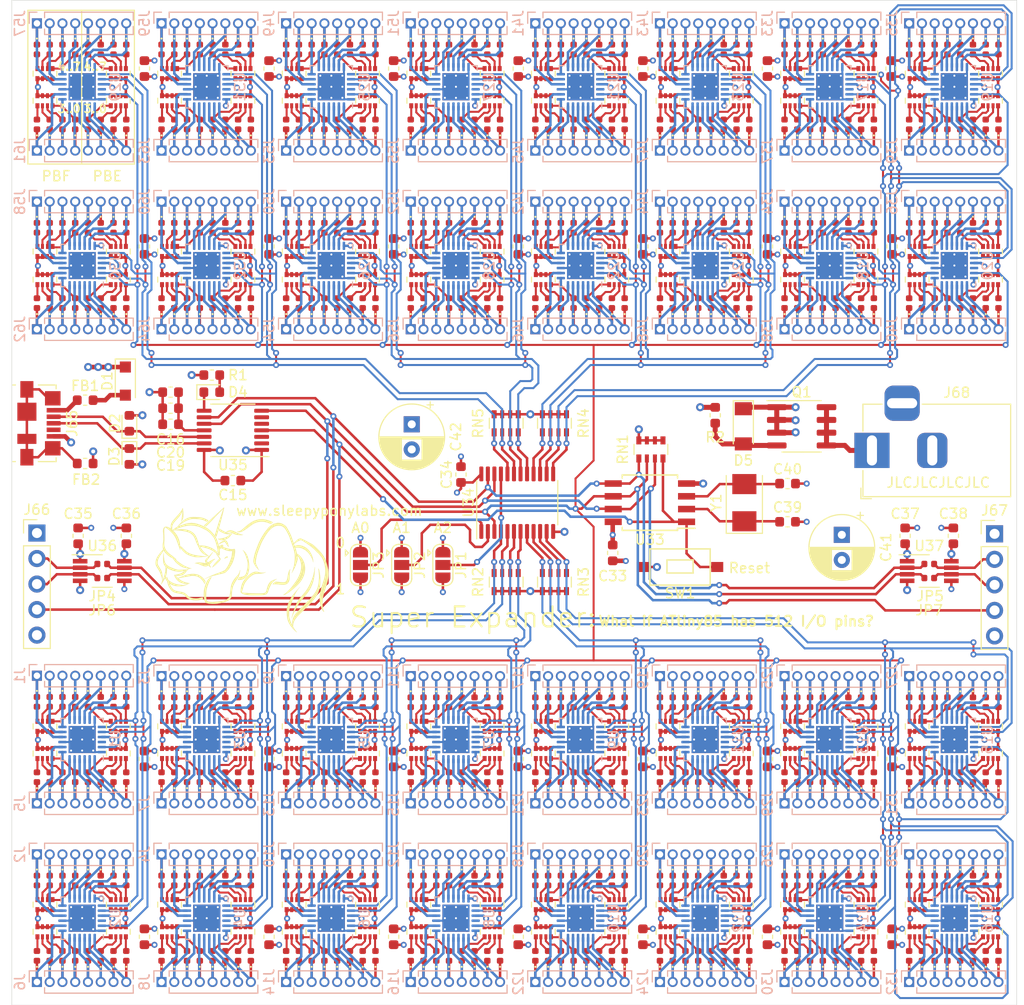
<source format=kicad_pcb>
(kicad_pcb (version 20171130) (host pcbnew "(5.1.9)-1")
  (layers (0 F.Cu signal) (1 In1.Cu power) (2 In2.Cu power) (31 B.Cu signal) (34 B.Paste user) (35 F.Paste user) (36 B.SilkS user) (37 F.SilkS user) (38 B.Mask user) (39 F.Mask user) (44 Edge.Cuts user))
  (net 0 "")
  (net 1 GND)
  (net 2 XTAL1)
  (net 3 XTAL2)
  (net 4 "Net-(JP1-Pad2)")
  (net 5 +5V)
  (net 6 "Net-(JP2-Pad2)")
  (net 7 "Net-(JP3-Pad2)")
  (net 8 "Net-(J1-Pad8)")
  (net 9 "Net-(J1-Pad7)")
  (net 10 "Net-(J1-Pad6)")
  (net 11 "Net-(J1-Pad5)")
  (net 12 "Net-(J1-Pad4)")
  (net 13 "Net-(J1-Pad3)")
  (net 14 "Net-(J1-Pad2)")
  (net 15 "Net-(J1-Pad1)")
  (net 16 "Net-(J2-Pad8)")
  (net 17 "Net-(J2-Pad7)")
  (net 18 "Net-(J2-Pad6)")
  (net 19 "Net-(J2-Pad5)")
  (net 20 "Net-(J2-Pad4)")
  (net 21 "Net-(J2-Pad3)")
  (net 22 "Net-(J2-Pad2)")
  (net 23 "Net-(J2-Pad1)")
  (net 24 "Net-(J3-Pad8)")
  (net 25 "Net-(J3-Pad7)")
  (net 26 "Net-(J3-Pad6)")
  (net 27 "Net-(J3-Pad5)")
  (net 28 "Net-(J3-Pad4)")
  (net 29 "Net-(J3-Pad3)")
  (net 30 "Net-(J3-Pad2)")
  (net 31 "Net-(J3-Pad1)")
  (net 32 "Net-(J4-Pad8)")
  (net 33 "Net-(J4-Pad7)")
  (net 34 "Net-(J4-Pad6)")
  (net 35 "Net-(J4-Pad5)")
  (net 36 "Net-(J4-Pad4)")
  (net 37 "Net-(J4-Pad3)")
  (net 38 "Net-(J4-Pad2)")
  (net 39 "Net-(J4-Pad1)")
  (net 40 "Net-(J5-Pad8)")
  (net 41 "Net-(J5-Pad7)")
  (net 42 "Net-(J5-Pad6)")
  (net 43 "Net-(J5-Pad5)")
  (net 44 "Net-(J5-Pad4)")
  (net 45 "Net-(J5-Pad3)")
  (net 46 "Net-(J5-Pad2)")
  (net 47 "Net-(J5-Pad1)")
  (net 48 "Net-(J6-Pad8)")
  (net 49 "Net-(J6-Pad7)")
  (net 50 "Net-(J6-Pad6)")
  (net 51 "Net-(J6-Pad5)")
  (net 52 "Net-(J6-Pad4)")
  (net 53 "Net-(J6-Pad3)")
  (net 54 "Net-(J6-Pad2)")
  (net 55 "Net-(J6-Pad1)")
  (net 56 "Net-(J7-Pad8)")
  (net 57 "Net-(J7-Pad7)")
  (net 58 "Net-(J7-Pad6)")
  (net 59 "Net-(J7-Pad5)")
  (net 60 "Net-(J7-Pad4)")
  (net 61 "Net-(J7-Pad3)")
  (net 62 "Net-(J7-Pad2)")
  (net 63 "Net-(J7-Pad1)")
  (net 64 "Net-(J8-Pad8)")
  (net 65 "Net-(J8-Pad7)")
  (net 66 "Net-(J8-Pad6)")
  (net 67 "Net-(J8-Pad5)")
  (net 68 "Net-(J8-Pad4)")
  (net 69 "Net-(J8-Pad3)")
  (net 70 "Net-(J8-Pad2)")
  (net 71 "Net-(J8-Pad1)")
  (net 72 "Net-(J9-Pad8)")
  (net 73 "Net-(J9-Pad7)")
  (net 74 "Net-(J9-Pad6)")
  (net 75 "Net-(J9-Pad5)")
  (net 76 "Net-(J9-Pad4)")
  (net 77 "Net-(J9-Pad3)")
  (net 78 "Net-(J9-Pad2)")
  (net 79 "Net-(J9-Pad1)")
  (net 80 "Net-(J10-Pad8)")
  (net 81 "Net-(J10-Pad7)")
  (net 82 "Net-(J10-Pad6)")
  (net 83 "Net-(J10-Pad5)")
  (net 84 "Net-(J10-Pad4)")
  (net 85 "Net-(J10-Pad3)")
  (net 86 "Net-(J10-Pad2)")
  (net 87 "Net-(J10-Pad1)")
  (net 88 "Net-(J11-Pad8)")
  (net 89 "Net-(J11-Pad7)")
  (net 90 "Net-(J11-Pad6)")
  (net 91 "Net-(J11-Pad5)")
  (net 92 "Net-(J11-Pad4)")
  (net 93 "Net-(J11-Pad3)")
  (net 94 "Net-(J11-Pad2)")
  (net 95 "Net-(J11-Pad1)")
  (net 96 "Net-(J12-Pad8)")
  (net 97 "Net-(J12-Pad7)")
  (net 98 "Net-(J12-Pad6)")
  (net 99 "Net-(J12-Pad5)")
  (net 100 "Net-(J12-Pad4)")
  (net 101 "Net-(J12-Pad3)")
  (net 102 "Net-(J12-Pad2)")
  (net 103 "Net-(J12-Pad1)")
  (net 104 "Net-(J13-Pad8)")
  (net 105 "Net-(J13-Pad7)")
  (net 106 "Net-(J13-Pad6)")
  (net 107 "Net-(J13-Pad5)")
  (net 108 "Net-(J13-Pad4)")
  (net 109 "Net-(J13-Pad3)")
  (net 110 "Net-(J13-Pad2)")
  (net 111 "Net-(J13-Pad1)")
  (net 112 "Net-(J14-Pad8)")
  (net 113 "Net-(J14-Pad7)")
  (net 114 "Net-(J14-Pad6)")
  (net 115 "Net-(J14-Pad5)")
  (net 116 "Net-(J14-Pad4)")
  (net 117 "Net-(J14-Pad3)")
  (net 118 "Net-(J14-Pad2)")
  (net 119 "Net-(J14-Pad1)")
  (net 120 "Net-(J15-Pad8)")
  (net 121 "Net-(J15-Pad7)")
  (net 122 "Net-(J15-Pad6)")
  (net 123 "Net-(J15-Pad5)")
  (net 124 "Net-(J15-Pad4)")
  (net 125 "Net-(J15-Pad3)")
  (net 126 "Net-(J15-Pad2)")
  (net 127 "Net-(J15-Pad1)")
  (net 128 "Net-(J16-Pad8)")
  (net 129 "Net-(J16-Pad7)")
  (net 130 "Net-(J16-Pad6)")
  (net 131 "Net-(J16-Pad5)")
  (net 132 "Net-(J16-Pad4)")
  (net 133 "Net-(J16-Pad3)")
  (net 134 "Net-(J16-Pad2)")
  (net 135 "Net-(J16-Pad1)")
  (net 136 "Net-(J17-Pad8)")
  (net 137 "Net-(J17-Pad7)")
  (net 138 "Net-(J17-Pad6)")
  (net 139 "Net-(J17-Pad5)")
  (net 140 "Net-(J17-Pad4)")
  (net 141 "Net-(J17-Pad3)")
  (net 142 "Net-(J17-Pad2)")
  (net 143 "Net-(J17-Pad1)")
  (net 144 "Net-(J18-Pad8)")
  (net 145 "Net-(J18-Pad7)")
  (net 146 "Net-(J18-Pad6)")
  (net 147 "Net-(J18-Pad5)")
  (net 148 "Net-(J18-Pad4)")
  (net 149 "Net-(J18-Pad3)")
  (net 150 "Net-(J18-Pad2)")
  (net 151 "Net-(J18-Pad1)")
  (net 152 "Net-(J19-Pad8)")
  (net 153 "Net-(J19-Pad7)")
  (net 154 "Net-(J19-Pad6)")
  (net 155 "Net-(J19-Pad5)")
  (net 156 "Net-(J19-Pad4)")
  (net 157 "Net-(J19-Pad3)")
  (net 158 "Net-(J19-Pad2)")
  (net 159 "Net-(J19-Pad1)")
  (net 160 "Net-(J20-Pad8)")
  (net 161 "Net-(J20-Pad7)")
  (net 162 "Net-(J20-Pad6)")
  (net 163 "Net-(J20-Pad5)")
  (net 164 "Net-(J20-Pad4)")
  (net 165 "Net-(J20-Pad3)")
  (net 166 "Net-(J20-Pad2)")
  (net 167 "Net-(J20-Pad1)")
  (net 168 "Net-(J21-Pad8)")
  (net 169 "Net-(J21-Pad7)")
  (net 170 "Net-(J21-Pad6)")
  (net 171 "Net-(J21-Pad5)")
  (net 172 "Net-(J21-Pad4)")
  (net 173 "Net-(J21-Pad3)")
  (net 174 "Net-(J21-Pad2)")
  (net 175 "Net-(J21-Pad1)")
  (net 176 "Net-(J22-Pad8)")
  (net 177 "Net-(J22-Pad7)")
  (net 178 "Net-(J22-Pad6)")
  (net 179 "Net-(J22-Pad5)")
  (net 180 "Net-(J22-Pad4)")
  (net 181 "Net-(J22-Pad3)")
  (net 182 "Net-(J22-Pad2)")
  (net 183 "Net-(J22-Pad1)")
  (net 184 "Net-(J23-Pad8)")
  (net 185 "Net-(J23-Pad7)")
  (net 186 "Net-(J23-Pad6)")
  (net 187 "Net-(J23-Pad5)")
  (net 188 "Net-(J23-Pad4)")
  (net 189 "Net-(J23-Pad3)")
  (net 190 "Net-(J23-Pad2)")
  (net 191 "Net-(J23-Pad1)")
  (net 192 "Net-(J24-Pad8)")
  (net 193 "Net-(J24-Pad7)")
  (net 194 "Net-(J24-Pad6)")
  (net 195 "Net-(J24-Pad5)")
  (net 196 "Net-(J24-Pad4)")
  (net 197 "Net-(J24-Pad3)")
  (net 198 "Net-(J24-Pad2)")
  (net 199 "Net-(J24-Pad1)")
  (net 200 "Net-(J25-Pad8)")
  (net 201 "Net-(J25-Pad7)")
  (net 202 "Net-(J25-Pad6)")
  (net 203 "Net-(J25-Pad5)")
  (net 204 "Net-(J25-Pad4)")
  (net 205 "Net-(J25-Pad3)")
  (net 206 "Net-(J25-Pad2)")
  (net 207 "Net-(J25-Pad1)")
  (net 208 "Net-(J26-Pad8)")
  (net 209 "Net-(J26-Pad7)")
  (net 210 "Net-(J26-Pad6)")
  (net 211 "Net-(J26-Pad5)")
  (net 212 "Net-(J26-Pad4)")
  (net 213 "Net-(J26-Pad3)")
  (net 214 "Net-(J26-Pad2)")
  (net 215 "Net-(J26-Pad1)")
  (net 216 "Net-(J27-Pad8)")
  (net 217 "Net-(J27-Pad7)")
  (net 218 "Net-(J27-Pad6)")
  (net 219 "Net-(J27-Pad5)")
  (net 220 "Net-(J27-Pad4)")
  (net 221 "Net-(J27-Pad3)")
  (net 222 "Net-(J27-Pad2)")
  (net 223 "Net-(J27-Pad1)")
  (net 224 "Net-(J28-Pad8)")
  (net 225 "Net-(J28-Pad7)")
  (net 226 "Net-(J28-Pad6)")
  (net 227 "Net-(J28-Pad5)")
  (net 228 "Net-(J28-Pad4)")
  (net 229 "Net-(J28-Pad3)")
  (net 230 "Net-(J28-Pad2)")
  (net 231 "Net-(J28-Pad1)")
  (net 232 "Net-(J29-Pad8)")
  (net 233 "Net-(J29-Pad7)")
  (net 234 "Net-(J29-Pad6)")
  (net 235 "Net-(J29-Pad5)")
  (net 236 "Net-(J29-Pad4)")
  (net 237 "Net-(J29-Pad3)")
  (net 238 "Net-(J29-Pad2)")
  (net 239 "Net-(J29-Pad1)")
  (net 240 "Net-(J30-Pad8)")
  (net 241 "Net-(J30-Pad7)")
  (net 242 "Net-(J30-Pad6)")
  (net 243 "Net-(J30-Pad5)")
  (net 244 "Net-(J30-Pad4)")
  (net 245 "Net-(J30-Pad3)")
  (net 246 "Net-(J30-Pad2)")
  (net 247 "Net-(J30-Pad1)")
  (net 248 "Net-(J31-Pad8)")
  (net 249 "Net-(J31-Pad7)")
  (net 250 "Net-(J31-Pad6)")
  (net 251 "Net-(J31-Pad5)")
  (net 252 "Net-(J31-Pad4)")
  (net 253 "Net-(J31-Pad3)")
  (net 254 "Net-(J31-Pad2)")
  (net 255 "Net-(J31-Pad1)")
  (net 256 "Net-(J32-Pad8)")
  (net 257 "Net-(J32-Pad7)")
  (net 258 "Net-(J32-Pad6)")
  (net 259 "Net-(J32-Pad5)")
  (net 260 "Net-(J32-Pad4)")
  (net 261 "Net-(J32-Pad3)")
  (net 262 "Net-(J32-Pad2)")
  (net 263 "Net-(J32-Pad1)")
  (net 264 "Net-(J33-Pad8)")
  (net 265 "Net-(J33-Pad7)")
  (net 266 "Net-(J33-Pad6)")
  (net 267 "Net-(J33-Pad5)")
  (net 268 "Net-(J33-Pad4)")
  (net 269 "Net-(J33-Pad3)")
  (net 270 "Net-(J33-Pad2)")
  (net 271 "Net-(J33-Pad1)")
  (net 272 "Net-(J34-Pad8)")
  (net 273 "Net-(J34-Pad7)")
  (net 274 "Net-(J34-Pad6)")
  (net 275 "Net-(J34-Pad5)")
  (net 276 "Net-(J34-Pad4)")
  (net 277 "Net-(J34-Pad3)")
  (net 278 "Net-(J34-Pad2)")
  (net 279 "Net-(J34-Pad1)")
  (net 280 "Net-(J35-Pad8)")
  (net 281 "Net-(J35-Pad7)")
  (net 282 "Net-(J35-Pad6)")
  (net 283 "Net-(J35-Pad5)")
  (net 284 "Net-(J35-Pad4)")
  (net 285 "Net-(J35-Pad3)")
  (net 286 "Net-(J35-Pad2)")
  (net 287 "Net-(J35-Pad1)")
  (net 288 "Net-(J36-Pad8)")
  (net 289 "Net-(J36-Pad7)")
  (net 290 "Net-(J36-Pad6)")
  (net 291 "Net-(J36-Pad5)")
  (net 292 "Net-(J36-Pad4)")
  (net 293 "Net-(J36-Pad3)")
  (net 294 "Net-(J36-Pad2)")
  (net 295 "Net-(J36-Pad1)")
  (net 296 "Net-(J37-Pad8)")
  (net 297 "Net-(J37-Pad7)")
  (net 298 "Net-(J37-Pad6)")
  (net 299 "Net-(J37-Pad5)")
  (net 300 "Net-(J37-Pad4)")
  (net 301 "Net-(J37-Pad3)")
  (net 302 "Net-(J37-Pad2)")
  (net 303 "Net-(J37-Pad1)")
  (net 304 "Net-(J38-Pad8)")
  (net 305 "Net-(J38-Pad7)")
  (net 306 "Net-(J38-Pad6)")
  (net 307 "Net-(J38-Pad5)")
  (net 308 "Net-(J38-Pad4)")
  (net 309 "Net-(J38-Pad3)")
  (net 310 "Net-(J38-Pad2)")
  (net 311 "Net-(J38-Pad1)")
  (net 312 "Net-(J39-Pad8)")
  (net 313 "Net-(J39-Pad7)")
  (net 314 "Net-(J39-Pad6)")
  (net 315 "Net-(J39-Pad5)")
  (net 316 "Net-(J39-Pad4)")
  (net 317 "Net-(J39-Pad3)")
  (net 318 "Net-(J39-Pad2)")
  (net 319 "Net-(J39-Pad1)")
  (net 320 "Net-(J40-Pad8)")
  (net 321 "Net-(J40-Pad7)")
  (net 322 "Net-(J40-Pad6)")
  (net 323 "Net-(J40-Pad5)")
  (net 324 "Net-(J40-Pad4)")
  (net 325 "Net-(J40-Pad3)")
  (net 326 "Net-(J40-Pad2)")
  (net 327 "Net-(J40-Pad1)")
  (net 328 "Net-(J41-Pad8)")
  (net 329 "Net-(J41-Pad7)")
  (net 330 "Net-(J41-Pad6)")
  (net 331 "Net-(J41-Pad5)")
  (net 332 "Net-(J41-Pad4)")
  (net 333 "Net-(J41-Pad3)")
  (net 334 "Net-(J41-Pad2)")
  (net 335 "Net-(J41-Pad1)")
  (net 336 "Net-(J42-Pad8)")
  (net 337 "Net-(J42-Pad7)")
  (net 338 "Net-(J42-Pad6)")
  (net 339 "Net-(J42-Pad5)")
  (net 340 "Net-(J42-Pad4)")
  (net 341 "Net-(J42-Pad3)")
  (net 342 "Net-(J42-Pad2)")
  (net 343 "Net-(J42-Pad1)")
  (net 344 "Net-(J43-Pad8)")
  (net 345 "Net-(J43-Pad7)")
  (net 346 "Net-(J43-Pad6)")
  (net 347 "Net-(J43-Pad5)")
  (net 348 "Net-(J43-Pad4)")
  (net 349 "Net-(J43-Pad3)")
  (net 350 "Net-(J43-Pad2)")
  (net 351 "Net-(J43-Pad1)")
  (net 352 "Net-(J44-Pad8)")
  (net 353 "Net-(J44-Pad7)")
  (net 354 "Net-(J44-Pad6)")
  (net 355 "Net-(J44-Pad5)")
  (net 356 "Net-(J44-Pad4)")
  (net 357 "Net-(J44-Pad3)")
  (net 358 "Net-(J44-Pad2)")
  (net 359 "Net-(J44-Pad1)")
  (net 360 "Net-(J45-Pad8)")
  (net 361 "Net-(J45-Pad7)")
  (net 362 "Net-(J45-Pad6)")
  (net 363 "Net-(J45-Pad5)")
  (net 364 "Net-(J45-Pad4)")
  (net 365 "Net-(J45-Pad3)")
  (net 366 "Net-(J45-Pad2)")
  (net 367 "Net-(J45-Pad1)")
  (net 368 "Net-(J46-Pad8)")
  (net 369 "Net-(J46-Pad7)")
  (net 370 "Net-(J46-Pad6)")
  (net 371 "Net-(J46-Pad5)")
  (net 372 "Net-(J46-Pad4)")
  (net 373 "Net-(J46-Pad3)")
  (net 374 "Net-(J46-Pad2)")
  (net 375 "Net-(J46-Pad1)")
  (net 376 "Net-(J47-Pad8)")
  (net 377 "Net-(J47-Pad7)")
  (net 378 "Net-(J47-Pad6)")
  (net 379 "Net-(J47-Pad5)")
  (net 380 "Net-(J47-Pad4)")
  (net 381 "Net-(J47-Pad3)")
  (net 382 "Net-(J47-Pad2)")
  (net 383 "Net-(J47-Pad1)")
  (net 384 "Net-(J48-Pad8)")
  (net 385 "Net-(J48-Pad7)")
  (net 386 "Net-(J48-Pad6)")
  (net 387 "Net-(J48-Pad5)")
  (net 388 "Net-(J48-Pad4)")
  (net 389 "Net-(J48-Pad3)")
  (net 390 "Net-(J48-Pad2)")
  (net 391 "Net-(J48-Pad1)")
  (net 392 "Net-(J49-Pad8)")
  (net 393 "Net-(J49-Pad7)")
  (net 394 "Net-(J49-Pad6)")
  (net 395 "Net-(J49-Pad5)")
  (net 396 "Net-(J49-Pad4)")
  (net 397 "Net-(J49-Pad3)")
  (net 398 "Net-(J49-Pad2)")
  (net 399 "Net-(J49-Pad1)")
  (net 400 "Net-(J50-Pad8)")
  (net 401 "Net-(J50-Pad7)")
  (net 402 "Net-(J50-Pad6)")
  (net 403 "Net-(J50-Pad5)")
  (net 404 "Net-(J50-Pad4)")
  (net 405 "Net-(J50-Pad3)")
  (net 406 "Net-(J50-Pad2)")
  (net 407 "Net-(J50-Pad1)")
  (net 408 "Net-(J51-Pad8)")
  (net 409 "Net-(J51-Pad7)")
  (net 410 "Net-(J51-Pad6)")
  (net 411 "Net-(J51-Pad5)")
  (net 412 "Net-(J51-Pad4)")
  (net 413 "Net-(J51-Pad3)")
  (net 414 "Net-(J51-Pad2)")
  (net 415 "Net-(J51-Pad1)")
  (net 416 "Net-(J52-Pad8)")
  (net 417 "Net-(J52-Pad7)")
  (net 418 "Net-(J52-Pad6)")
  (net 419 "Net-(J52-Pad5)")
  (net 420 "Net-(J52-Pad4)")
  (net 421 "Net-(J52-Pad3)")
  (net 422 "Net-(J52-Pad2)")
  (net 423 "Net-(J52-Pad1)")
  (net 424 "Net-(J53-Pad8)")
  (net 425 "Net-(J53-Pad7)")
  (net 426 "Net-(J53-Pad6)")
  (net 427 "Net-(J53-Pad5)")
  (net 428 "Net-(J53-Pad4)")
  (net 429 "Net-(J53-Pad3)")
  (net 430 "Net-(J53-Pad2)")
  (net 431 "Net-(J53-Pad1)")
  (net 432 "Net-(J54-Pad8)")
  (net 433 "Net-(J54-Pad7)")
  (net 434 "Net-(J54-Pad6)")
  (net 435 "Net-(J54-Pad5)")
  (net 436 "Net-(J54-Pad4)")
  (net 437 "Net-(J54-Pad3)")
  (net 438 "Net-(J54-Pad2)")
  (net 439 "Net-(J54-Pad1)")
  (net 440 "Net-(J55-Pad8)")
  (net 441 "Net-(J55-Pad7)")
  (net 442 "Net-(J55-Pad6)")
  (net 443 "Net-(J55-Pad5)")
  (net 444 "Net-(J55-Pad4)")
  (net 445 "Net-(J55-Pad3)")
  (net 446 "Net-(J55-Pad2)")
  (net 447 "Net-(J55-Pad1)")
  (net 448 "Net-(J56-Pad8)")
  (net 449 "Net-(J56-Pad7)")
  (net 450 "Net-(J56-Pad6)")
  (net 451 "Net-(J56-Pad5)")
  (net 452 "Net-(J56-Pad4)")
  (net 453 "Net-(J56-Pad3)")
  (net 454 "Net-(J56-Pad2)")
  (net 455 "Net-(J56-Pad1)")
  (net 456 "Net-(J57-Pad8)")
  (net 457 "Net-(J57-Pad7)")
  (net 458 "Net-(J57-Pad6)")
  (net 459 "Net-(J57-Pad5)")
  (net 460 "Net-(J57-Pad4)")
  (net 461 "Net-(J57-Pad3)")
  (net 462 "Net-(J57-Pad2)")
  (net 463 "Net-(J57-Pad1)")
  (net 464 "Net-(J58-Pad8)")
  (net 465 "Net-(J58-Pad7)")
  (net 466 "Net-(J58-Pad6)")
  (net 467 "Net-(J58-Pad5)")
  (net 468 "Net-(J58-Pad4)")
  (net 469 "Net-(J58-Pad3)")
  (net 470 "Net-(J58-Pad2)")
  (net 471 "Net-(J58-Pad1)")
  (net 472 "Net-(J59-Pad8)")
  (net 473 "Net-(J59-Pad7)")
  (net 474 "Net-(J59-Pad6)")
  (net 475 "Net-(J59-Pad5)")
  (net 476 "Net-(J59-Pad4)")
  (net 477 "Net-(J59-Pad3)")
  (net 478 "Net-(J59-Pad2)")
  (net 479 "Net-(J59-Pad1)")
  (net 480 "Net-(J60-Pad8)")
  (net 481 "Net-(J60-Pad7)")
  (net 482 "Net-(J60-Pad6)")
  (net 483 "Net-(J60-Pad5)")
  (net 484 "Net-(J60-Pad4)")
  (net 485 "Net-(J60-Pad3)")
  (net 486 "Net-(J60-Pad2)")
  (net 487 "Net-(J60-Pad1)")
  (net 488 "Net-(J61-Pad8)")
  (net 489 "Net-(J61-Pad7)")
  (net 490 "Net-(J61-Pad6)")
  (net 491 "Net-(J61-Pad5)")
  (net 492 "Net-(J61-Pad4)")
  (net 493 "Net-(J61-Pad3)")
  (net 494 "Net-(J61-Pad2)")
  (net 495 "Net-(J61-Pad1)")
  (net 496 "Net-(J62-Pad8)")
  (net 497 "Net-(J62-Pad7)")
  (net 498 "Net-(J62-Pad6)")
  (net 499 "Net-(J62-Pad5)")
  (net 500 "Net-(J62-Pad4)")
  (net 501 "Net-(J62-Pad3)")
  (net 502 "Net-(J62-Pad2)")
  (net 503 "Net-(J62-Pad1)")
  (net 504 "Net-(J63-Pad8)")
  (net 505 "Net-(J63-Pad7)")
  (net 506 "Net-(J63-Pad6)")
  (net 507 "Net-(J63-Pad5)")
  (net 508 "Net-(J63-Pad4)")
  (net 509 "Net-(J63-Pad3)")
  (net 510 "Net-(J63-Pad2)")
  (net 511 "Net-(J63-Pad1)")
  (net 512 "Net-(J64-Pad8)")
  (net 513 "Net-(J64-Pad7)")
  (net 514 "Net-(J64-Pad6)")
  (net 515 "Net-(J64-Pad5)")
  (net 516 "Net-(J64-Pad4)")
  (net 517 "Net-(J64-Pad3)")
  (net 518 "Net-(J64-Pad2)")
  (net 519 "Net-(J64-Pad1)")
  (net 520 "Net-(LEDP1-Pad9)")
  (net 521 "Net-(LEDP1-Pad10)")
  (net 522 "Net-(LEDP1-Pad11)")
  (net 523 "Net-(LEDP1-Pad12)")
  (net 524 "Net-(LEDP1-Pad13)")
  (net 525 "Net-(LEDP1-Pad14)")
  (net 526 "Net-(LEDP1-Pad15)")
  (net 527 "Net-(LEDP1-Pad16)")
  (net 528 "Net-(LEDP2-Pad9)")
  (net 529 "Net-(LEDP2-Pad10)")
  (net 530 "Net-(LEDP2-Pad11)")
  (net 531 "Net-(LEDP2-Pad12)")
  (net 532 "Net-(LEDP2-Pad13)")
  (net 533 "Net-(LEDP2-Pad14)")
  (net 534 "Net-(LEDP2-Pad15)")
  (net 535 "Net-(LEDP2-Pad16)")
  (net 536 "Net-(LEDP3-Pad9)")
  (net 537 "Net-(LEDP3-Pad10)")
  (net 538 "Net-(LEDP3-Pad11)")
  (net 539 "Net-(LEDP3-Pad12)")
  (net 540 "Net-(LEDP3-Pad13)")
  (net 541 "Net-(LEDP3-Pad14)")
  (net 542 "Net-(LEDP3-Pad15)")
  (net 543 "Net-(LEDP3-Pad16)")
  (net 544 "Net-(LEDP4-Pad9)")
  (net 545 "Net-(LEDP4-Pad10)")
  (net 546 "Net-(LEDP4-Pad11)")
  (net 547 "Net-(LEDP4-Pad12)")
  (net 548 "Net-(LEDP4-Pad13)")
  (net 549 "Net-(LEDP4-Pad14)")
  (net 550 "Net-(LEDP4-Pad15)")
  (net 551 "Net-(LEDP4-Pad16)")
  (net 552 "Net-(LEDP5-Pad9)")
  (net 553 "Net-(LEDP5-Pad10)")
  (net 554 "Net-(LEDP5-Pad11)")
  (net 555 "Net-(LEDP5-Pad12)")
  (net 556 "Net-(LEDP5-Pad13)")
  (net 557 "Net-(LEDP5-Pad14)")
  (net 558 "Net-(LEDP5-Pad15)")
  (net 559 "Net-(LEDP5-Pad16)")
  (net 560 "Net-(LEDP6-Pad9)")
  (net 561 "Net-(LEDP6-Pad10)")
  (net 562 "Net-(LEDP6-Pad11)")
  (net 563 "Net-(LEDP6-Pad12)")
  (net 564 "Net-(LEDP6-Pad13)")
  (net 565 "Net-(LEDP6-Pad14)")
  (net 566 "Net-(LEDP6-Pad15)")
  (net 567 "Net-(LEDP6-Pad16)")
  (net 568 "Net-(LEDP7-Pad9)")
  (net 569 "Net-(LEDP7-Pad10)")
  (net 570 "Net-(LEDP7-Pad11)")
  (net 571 "Net-(LEDP7-Pad12)")
  (net 572 "Net-(LEDP7-Pad13)")
  (net 573 "Net-(LEDP7-Pad14)")
  (net 574 "Net-(LEDP7-Pad15)")
  (net 575 "Net-(LEDP7-Pad16)")
  (net 576 "Net-(LEDP8-Pad9)")
  (net 577 "Net-(LEDP8-Pad10)")
  (net 578 "Net-(LEDP8-Pad11)")
  (net 579 "Net-(LEDP8-Pad12)")
  (net 580 "Net-(LEDP8-Pad13)")
  (net 581 "Net-(LEDP8-Pad14)")
  (net 582 "Net-(LEDP8-Pad15)")
  (net 583 "Net-(LEDP8-Pad16)")
  (net 584 "Net-(LEDP9-Pad9)")
  (net 585 "Net-(LEDP9-Pad10)")
  (net 586 "Net-(LEDP9-Pad11)")
  (net 587 "Net-(LEDP9-Pad12)")
  (net 588 "Net-(LEDP9-Pad13)")
  (net 589 "Net-(LEDP9-Pad14)")
  (net 590 "Net-(LEDP9-Pad15)")
  (net 591 "Net-(LEDP9-Pad16)")
  (net 592 "Net-(LEDP10-Pad9)")
  (net 593 "Net-(LEDP10-Pad10)")
  (net 594 "Net-(LEDP10-Pad11)")
  (net 595 "Net-(LEDP10-Pad12)")
  (net 596 "Net-(LEDP10-Pad13)")
  (net 597 "Net-(LEDP10-Pad14)")
  (net 598 "Net-(LEDP10-Pad15)")
  (net 599 "Net-(LEDP10-Pad16)")
  (net 600 "Net-(LEDP11-Pad9)")
  (net 601 "Net-(LEDP11-Pad10)")
  (net 602 "Net-(LEDP11-Pad11)")
  (net 603 "Net-(LEDP11-Pad12)")
  (net 604 "Net-(LEDP11-Pad13)")
  (net 605 "Net-(LEDP11-Pad14)")
  (net 606 "Net-(LEDP11-Pad15)")
  (net 607 "Net-(LEDP11-Pad16)")
  (net 608 "Net-(LEDP12-Pad9)")
  (net 609 "Net-(LEDP12-Pad10)")
  (net 610 "Net-(LEDP12-Pad11)")
  (net 611 "Net-(LEDP12-Pad12)")
  (net 612 "Net-(LEDP12-Pad13)")
  (net 613 "Net-(LEDP12-Pad14)")
  (net 614 "Net-(LEDP12-Pad15)")
  (net 615 "Net-(LEDP12-Pad16)")
  (net 616 "Net-(LEDP13-Pad9)")
  (net 617 "Net-(LEDP13-Pad10)")
  (net 618 "Net-(LEDP13-Pad11)")
  (net 619 "Net-(LEDP13-Pad12)")
  (net 620 "Net-(LEDP13-Pad13)")
  (net 621 "Net-(LEDP13-Pad14)")
  (net 622 "Net-(LEDP13-Pad15)")
  (net 623 "Net-(LEDP13-Pad16)")
  (net 624 "Net-(LEDP14-Pad9)")
  (net 625 "Net-(LEDP14-Pad10)")
  (net 626 "Net-(LEDP14-Pad11)")
  (net 627 "Net-(LEDP14-Pad12)")
  (net 628 "Net-(LEDP14-Pad13)")
  (net 629 "Net-(LEDP14-Pad14)")
  (net 630 "Net-(LEDP14-Pad15)")
  (net 631 "Net-(LEDP14-Pad16)")
  (net 632 "Net-(LEDP15-Pad9)")
  (net 633 "Net-(LEDP15-Pad10)")
  (net 634 "Net-(LEDP15-Pad11)")
  (net 635 "Net-(LEDP15-Pad12)")
  (net 636 "Net-(LEDP15-Pad13)")
  (net 637 "Net-(LEDP15-Pad14)")
  (net 638 "Net-(LEDP15-Pad15)")
  (net 639 "Net-(LEDP15-Pad16)")
  (net 640 "Net-(LEDP16-Pad9)")
  (net 641 "Net-(LEDP16-Pad10)")
  (net 642 "Net-(LEDP16-Pad11)")
  (net 643 "Net-(LEDP16-Pad12)")
  (net 644 "Net-(LEDP16-Pad13)")
  (net 645 "Net-(LEDP16-Pad14)")
  (net 646 "Net-(LEDP16-Pad15)")
  (net 647 "Net-(LEDP16-Pad16)")
  (net 648 "Net-(LEDP17-Pad9)")
  (net 649 "Net-(LEDP17-Pad10)")
  (net 650 "Net-(LEDP17-Pad11)")
  (net 651 "Net-(LEDP17-Pad12)")
  (net 652 "Net-(LEDP17-Pad13)")
  (net 653 "Net-(LEDP17-Pad14)")
  (net 654 "Net-(LEDP17-Pad15)")
  (net 655 "Net-(LEDP17-Pad16)")
  (net 656 "Net-(LEDP18-Pad9)")
  (net 657 "Net-(LEDP18-Pad10)")
  (net 658 "Net-(LEDP18-Pad11)")
  (net 659 "Net-(LEDP18-Pad12)")
  (net 660 "Net-(LEDP18-Pad13)")
  (net 661 "Net-(LEDP18-Pad14)")
  (net 662 "Net-(LEDP18-Pad15)")
  (net 663 "Net-(LEDP18-Pad16)")
  (net 664 "Net-(LEDP19-Pad9)")
  (net 665 "Net-(LEDP19-Pad10)")
  (net 666 "Net-(LEDP19-Pad11)")
  (net 667 "Net-(LEDP19-Pad12)")
  (net 668 "Net-(LEDP19-Pad13)")
  (net 669 "Net-(LEDP19-Pad14)")
  (net 670 "Net-(LEDP19-Pad15)")
  (net 671 "Net-(LEDP19-Pad16)")
  (net 672 "Net-(LEDP20-Pad9)")
  (net 673 "Net-(LEDP20-Pad10)")
  (net 674 "Net-(LEDP20-Pad11)")
  (net 675 "Net-(LEDP20-Pad12)")
  (net 676 "Net-(LEDP20-Pad13)")
  (net 677 "Net-(LEDP20-Pad14)")
  (net 678 "Net-(LEDP20-Pad15)")
  (net 679 "Net-(LEDP20-Pad16)")
  (net 680 "Net-(LEDP21-Pad9)")
  (net 681 "Net-(LEDP21-Pad10)")
  (net 682 "Net-(LEDP21-Pad11)")
  (net 683 "Net-(LEDP21-Pad12)")
  (net 684 "Net-(LEDP21-Pad13)")
  (net 685 "Net-(LEDP21-Pad14)")
  (net 686 "Net-(LEDP21-Pad15)")
  (net 687 "Net-(LEDP21-Pad16)")
  (net 688 "Net-(LEDP22-Pad9)")
  (net 689 "Net-(LEDP22-Pad10)")
  (net 690 "Net-(LEDP22-Pad11)")
  (net 691 "Net-(LEDP22-Pad12)")
  (net 692 "Net-(LEDP22-Pad13)")
  (net 693 "Net-(LEDP22-Pad14)")
  (net 694 "Net-(LEDP22-Pad15)")
  (net 695 "Net-(LEDP22-Pad16)")
  (net 696 "Net-(LEDP23-Pad9)")
  (net 697 "Net-(LEDP23-Pad10)")
  (net 698 "Net-(LEDP23-Pad11)")
  (net 699 "Net-(LEDP23-Pad12)")
  (net 700 "Net-(LEDP23-Pad13)")
  (net 701 "Net-(LEDP23-Pad14)")
  (net 702 "Net-(LEDP23-Pad15)")
  (net 703 "Net-(LEDP23-Pad16)")
  (net 704 "Net-(LEDP24-Pad9)")
  (net 705 "Net-(LEDP24-Pad10)")
  (net 706 "Net-(LEDP24-Pad11)")
  (net 707 "Net-(LEDP24-Pad12)")
  (net 708 "Net-(LEDP24-Pad13)")
  (net 709 "Net-(LEDP24-Pad14)")
  (net 710 "Net-(LEDP24-Pad15)")
  (net 711 "Net-(LEDP24-Pad16)")
  (net 712 "Net-(LEDP25-Pad9)")
  (net 713 "Net-(LEDP25-Pad10)")
  (net 714 "Net-(LEDP25-Pad11)")
  (net 715 "Net-(LEDP25-Pad12)")
  (net 716 "Net-(LEDP25-Pad13)")
  (net 717 "Net-(LEDP25-Pad14)")
  (net 718 "Net-(LEDP25-Pad15)")
  (net 719 "Net-(LEDP25-Pad16)")
  (net 720 "Net-(LEDP26-Pad9)")
  (net 721 "Net-(LEDP26-Pad10)")
  (net 722 "Net-(LEDP26-Pad11)")
  (net 723 "Net-(LEDP26-Pad12)")
  (net 724 "Net-(LEDP26-Pad13)")
  (net 725 "Net-(LEDP26-Pad14)")
  (net 726 "Net-(LEDP26-Pad15)")
  (net 727 "Net-(LEDP26-Pad16)")
  (net 728 "Net-(LEDP27-Pad9)")
  (net 729 "Net-(LEDP27-Pad10)")
  (net 730 "Net-(LEDP27-Pad11)")
  (net 731 "Net-(LEDP27-Pad12)")
  (net 732 "Net-(LEDP27-Pad13)")
  (net 733 "Net-(LEDP27-Pad14)")
  (net 734 "Net-(LEDP27-Pad15)")
  (net 735 "Net-(LEDP27-Pad16)")
  (net 736 "Net-(LEDP28-Pad9)")
  (net 737 "Net-(LEDP28-Pad10)")
  (net 738 "Net-(LEDP28-Pad11)")
  (net 739 "Net-(LEDP28-Pad12)")
  (net 740 "Net-(LEDP28-Pad13)")
  (net 741 "Net-(LEDP28-Pad14)")
  (net 742 "Net-(LEDP28-Pad15)")
  (net 743 "Net-(LEDP28-Pad16)")
  (net 744 "Net-(LEDP29-Pad9)")
  (net 745 "Net-(LEDP29-Pad10)")
  (net 746 "Net-(LEDP29-Pad11)")
  (net 747 "Net-(LEDP29-Pad12)")
  (net 748 "Net-(LEDP29-Pad13)")
  (net 749 "Net-(LEDP29-Pad14)")
  (net 750 "Net-(LEDP29-Pad15)")
  (net 751 "Net-(LEDP29-Pad16)")
  (net 752 "Net-(LEDP30-Pad9)")
  (net 753 "Net-(LEDP30-Pad10)")
  (net 754 "Net-(LEDP30-Pad11)")
  (net 755 "Net-(LEDP30-Pad12)")
  (net 756 "Net-(LEDP30-Pad13)")
  (net 757 "Net-(LEDP30-Pad14)")
  (net 758 "Net-(LEDP30-Pad15)")
  (net 759 "Net-(LEDP30-Pad16)")
  (net 760 "Net-(LEDP31-Pad9)")
  (net 761 "Net-(LEDP31-Pad10)")
  (net 762 "Net-(LEDP31-Pad11)")
  (net 763 "Net-(LEDP31-Pad12)")
  (net 764 "Net-(LEDP31-Pad13)")
  (net 765 "Net-(LEDP31-Pad14)")
  (net 766 "Net-(LEDP31-Pad15)")
  (net 767 "Net-(LEDP31-Pad16)")
  (net 768 "Net-(LEDP32-Pad9)")
  (net 769 "Net-(LEDP32-Pad10)")
  (net 770 "Net-(LEDP32-Pad11)")
  (net 771 "Net-(LEDP32-Pad12)")
  (net 772 "Net-(LEDP32-Pad13)")
  (net 773 "Net-(LEDP32-Pad14)")
  (net 774 "Net-(LEDP32-Pad15)")
  (net 775 "Net-(LEDP32-Pad16)")
  (net 776 "Net-(LEDP33-Pad9)")
  (net 777 "Net-(LEDP33-Pad10)")
  (net 778 "Net-(LEDP33-Pad11)")
  (net 779 "Net-(LEDP33-Pad12)")
  (net 780 "Net-(LEDP33-Pad13)")
  (net 781 "Net-(LEDP33-Pad14)")
  (net 782 "Net-(LEDP33-Pad15)")
  (net 783 "Net-(LEDP33-Pad16)")
  (net 784 "Net-(LEDP34-Pad9)")
  (net 785 "Net-(LEDP34-Pad10)")
  (net 786 "Net-(LEDP34-Pad11)")
  (net 787 "Net-(LEDP34-Pad12)")
  (net 788 "Net-(LEDP34-Pad13)")
  (net 789 "Net-(LEDP34-Pad14)")
  (net 790 "Net-(LEDP34-Pad15)")
  (net 791 "Net-(LEDP34-Pad16)")
  (net 792 "Net-(LEDP35-Pad9)")
  (net 793 "Net-(LEDP35-Pad10)")
  (net 794 "Net-(LEDP35-Pad11)")
  (net 795 "Net-(LEDP35-Pad12)")
  (net 796 "Net-(LEDP35-Pad13)")
  (net 797 "Net-(LEDP35-Pad14)")
  (net 798 "Net-(LEDP35-Pad15)")
  (net 799 "Net-(LEDP35-Pad16)")
  (net 800 "Net-(LEDP36-Pad9)")
  (net 801 "Net-(LEDP36-Pad10)")
  (net 802 "Net-(LEDP36-Pad11)")
  (net 803 "Net-(LEDP36-Pad12)")
  (net 804 "Net-(LEDP36-Pad13)")
  (net 805 "Net-(LEDP36-Pad14)")
  (net 806 "Net-(LEDP36-Pad15)")
  (net 807 "Net-(LEDP36-Pad16)")
  (net 808 "Net-(LEDP37-Pad9)")
  (net 809 "Net-(LEDP37-Pad10)")
  (net 810 "Net-(LEDP37-Pad11)")
  (net 811 "Net-(LEDP37-Pad12)")
  (net 812 "Net-(LEDP37-Pad13)")
  (net 813 "Net-(LEDP37-Pad14)")
  (net 814 "Net-(LEDP37-Pad15)")
  (net 815 "Net-(LEDP37-Pad16)")
  (net 816 "Net-(LEDP38-Pad9)")
  (net 817 "Net-(LEDP38-Pad10)")
  (net 818 "Net-(LEDP38-Pad11)")
  (net 819 "Net-(LEDP38-Pad12)")
  (net 820 "Net-(LEDP38-Pad13)")
  (net 821 "Net-(LEDP38-Pad14)")
  (net 822 "Net-(LEDP38-Pad15)")
  (net 823 "Net-(LEDP38-Pad16)")
  (net 824 "Net-(LEDP39-Pad9)")
  (net 825 "Net-(LEDP39-Pad10)")
  (net 826 "Net-(LEDP39-Pad11)")
  (net 827 "Net-(LEDP39-Pad12)")
  (net 828 "Net-(LEDP39-Pad13)")
  (net 829 "Net-(LEDP39-Pad14)")
  (net 830 "Net-(LEDP39-Pad15)")
  (net 831 "Net-(LEDP39-Pad16)")
  (net 832 "Net-(LEDP40-Pad9)")
  (net 833 "Net-(LEDP40-Pad10)")
  (net 834 "Net-(LEDP40-Pad11)")
  (net 835 "Net-(LEDP40-Pad12)")
  (net 836 "Net-(LEDP40-Pad13)")
  (net 837 "Net-(LEDP40-Pad14)")
  (net 838 "Net-(LEDP40-Pad15)")
  (net 839 "Net-(LEDP40-Pad16)")
  (net 840 "Net-(LEDP41-Pad9)")
  (net 841 "Net-(LEDP41-Pad10)")
  (net 842 "Net-(LEDP41-Pad11)")
  (net 843 "Net-(LEDP41-Pad12)")
  (net 844 "Net-(LEDP41-Pad13)")
  (net 845 "Net-(LEDP41-Pad14)")
  (net 846 "Net-(LEDP41-Pad15)")
  (net 847 "Net-(LEDP41-Pad16)")
  (net 848 "Net-(LEDP42-Pad9)")
  (net 849 "Net-(LEDP42-Pad10)")
  (net 850 "Net-(LEDP42-Pad11)")
  (net 851 "Net-(LEDP42-Pad12)")
  (net 852 "Net-(LEDP42-Pad13)")
  (net 853 "Net-(LEDP42-Pad14)")
  (net 854 "Net-(LEDP42-Pad15)")
  (net 855 "Net-(LEDP42-Pad16)")
  (net 856 "Net-(LEDP43-Pad9)")
  (net 857 "Net-(LEDP43-Pad10)")
  (net 858 "Net-(LEDP43-Pad11)")
  (net 859 "Net-(LEDP43-Pad12)")
  (net 860 "Net-(LEDP43-Pad13)")
  (net 861 "Net-(LEDP43-Pad14)")
  (net 862 "Net-(LEDP43-Pad15)")
  (net 863 "Net-(LEDP43-Pad16)")
  (net 864 "Net-(LEDP44-Pad9)")
  (net 865 "Net-(LEDP44-Pad10)")
  (net 866 "Net-(LEDP44-Pad11)")
  (net 867 "Net-(LEDP44-Pad12)")
  (net 868 "Net-(LEDP44-Pad13)")
  (net 869 "Net-(LEDP44-Pad14)")
  (net 870 "Net-(LEDP44-Pad15)")
  (net 871 "Net-(LEDP44-Pad16)")
  (net 872 "Net-(LEDP45-Pad9)")
  (net 873 "Net-(LEDP45-Pad10)")
  (net 874 "Net-(LEDP45-Pad11)")
  (net 875 "Net-(LEDP45-Pad12)")
  (net 876 "Net-(LEDP45-Pad13)")
  (net 877 "Net-(LEDP45-Pad14)")
  (net 878 "Net-(LEDP45-Pad15)")
  (net 879 "Net-(LEDP45-Pad16)")
  (net 880 "Net-(LEDP46-Pad9)")
  (net 881 "Net-(LEDP46-Pad10)")
  (net 882 "Net-(LEDP46-Pad11)")
  (net 883 "Net-(LEDP46-Pad12)")
  (net 884 "Net-(LEDP46-Pad13)")
  (net 885 "Net-(LEDP46-Pad14)")
  (net 886 "Net-(LEDP46-Pad15)")
  (net 887 "Net-(LEDP46-Pad16)")
  (net 888 "Net-(LEDP47-Pad9)")
  (net 889 "Net-(LEDP47-Pad10)")
  (net 890 "Net-(LEDP47-Pad11)")
  (net 891 "Net-(LEDP47-Pad12)")
  (net 892 "Net-(LEDP47-Pad13)")
  (net 893 "Net-(LEDP47-Pad14)")
  (net 894 "Net-(LEDP47-Pad15)")
  (net 895 "Net-(LEDP47-Pad16)")
  (net 896 "Net-(LEDP48-Pad9)")
  (net 897 "Net-(LEDP48-Pad10)")
  (net 898 "Net-(LEDP48-Pad11)")
  (net 899 "Net-(LEDP48-Pad12)")
  (net 900 "Net-(LEDP48-Pad13)")
  (net 901 "Net-(LEDP48-Pad14)")
  (net 902 "Net-(LEDP48-Pad15)")
  (net 903 "Net-(LEDP48-Pad16)")
  (net 904 "Net-(LEDP49-Pad9)")
  (net 905 "Net-(LEDP49-Pad10)")
  (net 906 "Net-(LEDP49-Pad11)")
  (net 907 "Net-(LEDP49-Pad12)")
  (net 908 "Net-(LEDP49-Pad13)")
  (net 909 "Net-(LEDP49-Pad14)")
  (net 910 "Net-(LEDP49-Pad15)")
  (net 911 "Net-(LEDP49-Pad16)")
  (net 912 "Net-(LEDP50-Pad9)")
  (net 913 "Net-(LEDP50-Pad10)")
  (net 914 "Net-(LEDP50-Pad11)")
  (net 915 "Net-(LEDP50-Pad12)")
  (net 916 "Net-(LEDP50-Pad13)")
  (net 917 "Net-(LEDP50-Pad14)")
  (net 918 "Net-(LEDP50-Pad15)")
  (net 919 "Net-(LEDP50-Pad16)")
  (net 920 "Net-(LEDP51-Pad9)")
  (net 921 "Net-(LEDP51-Pad10)")
  (net 922 "Net-(LEDP51-Pad11)")
  (net 923 "Net-(LEDP51-Pad12)")
  (net 924 "Net-(LEDP51-Pad13)")
  (net 925 "Net-(LEDP51-Pad14)")
  (net 926 "Net-(LEDP51-Pad15)")
  (net 927 "Net-(LEDP51-Pad16)")
  (net 928 "Net-(LEDP52-Pad9)")
  (net 929 "Net-(LEDP52-Pad10)")
  (net 930 "Net-(LEDP52-Pad11)")
  (net 931 "Net-(LEDP52-Pad12)")
  (net 932 "Net-(LEDP52-Pad13)")
  (net 933 "Net-(LEDP52-Pad14)")
  (net 934 "Net-(LEDP52-Pad15)")
  (net 935 "Net-(LEDP52-Pad16)")
  (net 936 "Net-(LEDP53-Pad9)")
  (net 937 "Net-(LEDP53-Pad10)")
  (net 938 "Net-(LEDP53-Pad11)")
  (net 939 "Net-(LEDP53-Pad12)")
  (net 940 "Net-(LEDP53-Pad13)")
  (net 941 "Net-(LEDP53-Pad14)")
  (net 942 "Net-(LEDP53-Pad15)")
  (net 943 "Net-(LEDP53-Pad16)")
  (net 944 "Net-(LEDP54-Pad9)")
  (net 945 "Net-(LEDP54-Pad10)")
  (net 946 "Net-(LEDP54-Pad11)")
  (net 947 "Net-(LEDP54-Pad12)")
  (net 948 "Net-(LEDP54-Pad13)")
  (net 949 "Net-(LEDP54-Pad14)")
  (net 950 "Net-(LEDP54-Pad15)")
  (net 951 "Net-(LEDP54-Pad16)")
  (net 952 "Net-(LEDP55-Pad9)")
  (net 953 "Net-(LEDP55-Pad10)")
  (net 954 "Net-(LEDP55-Pad11)")
  (net 955 "Net-(LEDP55-Pad12)")
  (net 956 "Net-(LEDP55-Pad13)")
  (net 957 "Net-(LEDP55-Pad14)")
  (net 958 "Net-(LEDP55-Pad15)")
  (net 959 "Net-(LEDP55-Pad16)")
  (net 960 "Net-(LEDP56-Pad9)")
  (net 961 "Net-(LEDP56-Pad10)")
  (net 962 "Net-(LEDP56-Pad11)")
  (net 963 "Net-(LEDP56-Pad12)")
  (net 964 "Net-(LEDP56-Pad13)")
  (net 965 "Net-(LEDP56-Pad14)")
  (net 966 "Net-(LEDP56-Pad15)")
  (net 967 "Net-(LEDP56-Pad16)")
  (net 968 "Net-(LEDP57-Pad9)")
  (net 969 "Net-(LEDP57-Pad10)")
  (net 970 "Net-(LEDP57-Pad11)")
  (net 971 "Net-(LEDP57-Pad12)")
  (net 972 "Net-(LEDP57-Pad13)")
  (net 973 "Net-(LEDP57-Pad14)")
  (net 974 "Net-(LEDP57-Pad15)")
  (net 975 "Net-(LEDP57-Pad16)")
  (net 976 "Net-(LEDP58-Pad9)")
  (net 977 "Net-(LEDP58-Pad10)")
  (net 978 "Net-(LEDP58-Pad11)")
  (net 979 "Net-(LEDP58-Pad12)")
  (net 980 "Net-(LEDP58-Pad13)")
  (net 981 "Net-(LEDP58-Pad14)")
  (net 982 "Net-(LEDP58-Pad15)")
  (net 983 "Net-(LEDP58-Pad16)")
  (net 984 "Net-(LEDP59-Pad9)")
  (net 985 "Net-(LEDP59-Pad10)")
  (net 986 "Net-(LEDP59-Pad11)")
  (net 987 "Net-(LEDP59-Pad12)")
  (net 988 "Net-(LEDP59-Pad13)")
  (net 989 "Net-(LEDP59-Pad14)")
  (net 990 "Net-(LEDP59-Pad15)")
  (net 991 "Net-(LEDP59-Pad16)")
  (net 992 "Net-(LEDP60-Pad9)")
  (net 993 "Net-(LEDP60-Pad10)")
  (net 994 "Net-(LEDP60-Pad11)")
  (net 995 "Net-(LEDP60-Pad12)")
  (net 996 "Net-(LEDP60-Pad13)")
  (net 997 "Net-(LEDP60-Pad14)")
  (net 998 "Net-(LEDP60-Pad15)")
  (net 999 "Net-(LEDP60-Pad16)")
  (net 1000 "Net-(LEDP61-Pad9)")
  (net 1001 "Net-(LEDP61-Pad10)")
  (net 1002 "Net-(LEDP61-Pad11)")
  (net 1003 "Net-(LEDP61-Pad12)")
  (net 1004 "Net-(LEDP61-Pad13)")
  (net 1005 "Net-(LEDP61-Pad14)")
  (net 1006 "Net-(LEDP61-Pad15)")
  (net 1007 "Net-(LEDP61-Pad16)")
  (net 1008 "Net-(LEDP62-Pad9)")
  (net 1009 "Net-(LEDP62-Pad10)")
  (net 1010 "Net-(LEDP62-Pad11)")
  (net 1011 "Net-(LEDP62-Pad12)")
  (net 1012 "Net-(LEDP62-Pad13)")
  (net 1013 "Net-(LEDP62-Pad14)")
  (net 1014 "Net-(LEDP62-Pad15)")
  (net 1015 "Net-(LEDP62-Pad16)")
  (net 1016 "Net-(LEDP63-Pad9)")
  (net 1017 "Net-(LEDP63-Pad10)")
  (net 1018 "Net-(LEDP63-Pad11)")
  (net 1019 "Net-(LEDP63-Pad12)")
  (net 1020 "Net-(LEDP63-Pad13)")
  (net 1021 "Net-(LEDP63-Pad14)")
  (net 1022 "Net-(LEDP63-Pad15)")
  (net 1023 "Net-(LEDP63-Pad16)")
  (net 1024 "Net-(LEDP64-Pad9)")
  (net 1025 "Net-(LEDP64-Pad10)")
  (net 1026 "Net-(LEDP64-Pad11)")
  (net 1027 "Net-(LEDP64-Pad12)")
  (net 1028 "Net-(LEDP64-Pad13)")
  (net 1029 "Net-(LEDP64-Pad14)")
  (net 1030 "Net-(LEDP64-Pad15)")
  (net 1031 "Net-(LEDP64-Pad16)")
  (net 1032 ~RST)
  (net 1033 /SDA0)
  (net 1034 /SDA1)
  (net 1035 /SCL0)
  (net 1036 /SCL1)
  (net 1037 /SDA2)
  (net 1038 /SDA3)
  (net 1039 /SCL2)
  (net 1040 /SCL3)
  (net 1041 /SDA4)
  (net 1042 /SDA5)
  (net 1043 /SCL4)
  (net 1044 /SCL5)
  (net 1045 /SDA6)
  (net 1046 /SDA7)
  (net 1047 /SCL6)
  (net 1048 /SCL7)
  (net 1049 "Net-(U1-Pad22)")
  (net 1050 "Net-(U2-Pad22)")
  (net 1051 "Net-(U3-Pad22)")
  (net 1052 "Net-(U4-Pad22)")
  (net 1053 "Net-(U5-Pad22)")
  (net 1054 "Net-(U6-Pad22)")
  (net 1055 "Net-(U7-Pad22)")
  (net 1056 "Net-(U8-Pad22)")
  (net 1057 "Net-(U9-Pad22)")
  (net 1058 "Net-(U10-Pad22)")
  (net 1059 "Net-(U11-Pad22)")
  (net 1060 "Net-(U12-Pad22)")
  (net 1061 "Net-(U13-Pad22)")
  (net 1062 "Net-(U14-Pad22)")
  (net 1063 "Net-(U15-Pad22)")
  (net 1064 "Net-(U16-Pad22)")
  (net 1065 "Net-(U17-Pad22)")
  (net 1066 "Net-(U18-Pad22)")
  (net 1067 "Net-(U19-Pad22)")
  (net 1068 "Net-(U20-Pad22)")
  (net 1069 "Net-(U21-Pad22)")
  (net 1070 "Net-(U22-Pad22)")
  (net 1071 "Net-(U23-Pad22)")
  (net 1072 "Net-(U24-Pad22)")
  (net 1073 "Net-(U25-Pad22)")
  (net 1074 "Net-(U26-Pad22)")
  (net 1075 "Net-(U27-Pad22)")
  (net 1076 "Net-(U28-Pad22)")
  (net 1077 "Net-(U29-Pad22)")
  (net 1078 "Net-(U30-Pad22)")
  (net 1079 "Net-(U31-Pad22)")
  (net 1080 "Net-(U32-Pad22)")
  (net 1081 "Net-(C16-Pad1)")
  (net 1082 "Net-(D1-Pad2)")
  (net 1083 "Net-(D2-Pad1)")
  (net 1084 "Net-(D3-Pad1)")
  (net 1085 "Net-(D4-Pad2)")
  (net 1086 "Net-(D4-Pad1)")
  (net 1087 "Net-(J65-Pad4)")
  (net 1088 SCL)
  (net 1089 SDA)
  (net 1090 "Net-(U35-Pad6)")
  (net 1091 "Net-(U35-Pad5)")
  (net 1092 "Net-(U35-Pad3)")
  (net 1093 "Net-(U35-Pad2)")
  (net 1094 "Net-(J66-Pad3)")
  (net 1095 "Net-(J66-Pad2)")
  (net 1096 "Net-(J67-Pad3)")
  (net 1097 "Net-(J67-Pad2)")
  (net 1098 ~MRST)
  (net 1099 "Net-(D5-Pad2)")
  (net 1100 "Net-(J68-Pad1)")
  (net 1101 "Net-(FB1-Pad1)")
  (net 1102 "Net-(FB2-Pad1)")
  (module Inductor_SMD:L_0603_1608Metric (layer F.Cu) (at 57.3 71.1)
    (fp_text reference FB2 (at 0.1 1.6) (layer F.SilkS))
    (fp_text value FCM1608KF-121T05)
    (pad 2 smd roundrect (at 0.7875 0) (size 0.875 0.95) (layers F.Cu F.Paste F.Mask) (net 1 GND))
    (pad 1 smd roundrect (at -0.7875 0) (size 0.875 0.95) (layers F.Cu F.Paste F.Mask) (net 1102 "Net-(FB2-Pad1)"))
  )
  (module Inductor_SMD:L_0603_1608Metric (layer F.Cu) (at 57.3 64.8)
    (fp_text reference FB1 (at 0 -1.43) (layer F.SilkS))
    (fp_text value FCM1608KF-121T05)
    (pad 2 smd roundrect (at 0.7875 0) (size 0.875 0.95) (layers F.Cu F.Paste F.Mask) (net 1082 "Net-(D1-Pad2)"))
    (pad 1 smd roundrect (at -0.7875 0) (size 0.875 0.95) (layers F.Cu F.Paste F.Mask) (net 1101 "Net-(FB1-Pad1)"))
  )
  (module sleepyLogo:sleepylogo_20mm (layer F.Cu) (at 73.2 81)
    (fp_text reference G*** hide)
    (fp_text value LOGO hide)
  )
  (module Capacitor_THT:CP_Radial_D6.3mm_P2.50mm (layer F.Cu) (at 89.8 67.2 270)
    (fp_text reference C42 (at 1.25 -4.4 90) (layer F.SilkS))
    (fp_text value 100uF)
    (pad 2 thru_hole circle (at 2.5 0 270) (size 1.6 1.6) (drill 0.8) (layers *.Cu *.Mask) (net 1 GND))
    (pad 1 thru_hole rect (at 0 0 270) (size 1.6 1.6) (drill 0.8) (layers *.Cu *.Mask) (net 5 +5V))
  )
  (module Capacitor_THT:CP_Radial_D6.3mm_P2.50mm (layer F.Cu) (at 132.6 78.2 270)
    (fp_text reference C41 (at 1.25 -4.4 90) (layer F.SilkS))
    (fp_text value 100uF)
    (pad 2 thru_hole circle (at 2.5 0 270) (size 1.6 1.6) (drill 0.8) (layers *.Cu *.Mask) (net 1 GND))
    (pad 1 thru_hole rect (at 0 0 270) (size 1.6 1.6) (drill 0.8) (layers *.Cu *.Mask) (net 5 +5V))
  )
  (module super_expander:TS-1101 (layer F.Cu) (at 116.5 81.4 180)
    (fp_text reference SW1 (at 0 -2.6) (layer F.SilkS))
    (fp_text value MCU_RESET)
    (pad 1 smd rect (at -3.7 0 180) (size 1.2 1) (layers F.Cu F.Paste F.Mask) (net 1098 ~MRST))
    (pad 2 smd rect (at 3.7 0 180) (size 1.2 1) (layers F.Cu F.Paste F.Mask) (net 1 GND))
  )
  (module Package_SO:SOIC-8_3.9x4.9mm_P1.27mm (layer F.Cu) (at 128.6 67.4)
    (fp_text reference Q1 (at 0 -3.4) (layer F.SilkS))
    (fp_text value IRF7410)
    (pad 8 smd roundrect (at 2.475 -1.905) (size 1.95 0.6) (layers F.Cu F.Paste F.Mask) (net 1100 "Net-(J68-Pad1)"))
    (pad 7 smd roundrect (at 2.475 -0.635) (size 1.95 0.6) (layers F.Cu F.Paste F.Mask) (net 1100 "Net-(J68-Pad1)"))
    (pad 6 smd roundrect (at 2.475 0.635) (size 1.95 0.6) (layers F.Cu F.Paste F.Mask) (net 1100 "Net-(J68-Pad1)"))
    (pad 5 smd roundrect (at 2.475 1.905) (size 1.95 0.6) (layers F.Cu F.Paste F.Mask) (net 1100 "Net-(J68-Pad1)"))
    (pad 4 smd roundrect (at -2.475 1.905) (size 1.95 0.6) (layers F.Cu F.Paste F.Mask) (net 1099 "Net-(D5-Pad2)"))
    (pad 3 smd roundrect (at -2.475 0.635) (size 1.95 0.6) (layers F.Cu F.Paste F.Mask) (net 5 +5V))
    (pad 2 smd roundrect (at -2.475 -0.635) (size 1.95 0.6) (layers F.Cu F.Paste F.Mask) (net 5 +5V))
    (pad 1 smd roundrect (at -2.475 -1.905) (size 1.95 0.6) (layers F.Cu F.Paste F.Mask) (net 5 +5V))
  )
  (module Resistor_SMD:R_0603_1608Metric (layer F.Cu) (at 120 66.3 90)
    (fp_text reference R2 (at -2.1875 0 180) (layer F.SilkS))
    (fp_text value 100k)
    (pad 2 smd roundrect (at 0.7875 0 90) (size 0.875 0.95) (layers F.Cu F.Paste F.Mask) (net 1 GND))
    (pad 1 smd roundrect (at -0.7875 0 90) (size 0.875 0.95) (layers F.Cu F.Paste F.Mask) (net 1099 "Net-(D5-Pad2)"))
  )
  (module Connector_BarrelJack:BarrelJack_Horizontal (layer F.Cu) (at 135.6 69.8 180)
    (fp_text reference J68 (at -8.45 5.75) (layer F.SilkS))
    (fp_text value Barrel_Jack_Switch)
    (pad 3 thru_hole roundrect (at -3 4.7 180) (size 3.5 3.5) (drill oval 3 1) (layers *.Cu *.Mask) (net 1 GND))
    (pad 2 thru_hole roundrect (at -6 0 180) (size 3 3.5) (drill oval 1 3) (layers *.Cu *.Mask) (net 1 GND))
    (pad 1 thru_hole rect (at 0 0 180) (size 3.5 3.5) (drill oval 1 3) (layers *.Cu *.Mask) (net 1100 "Net-(J68-Pad1)"))
  )
  (module Diode_SMD:D_MiniMELF (layer F.Cu) (at 122.8 67.4 270)
    (fp_text reference D5 (at 3.4 0 180) (layer F.SilkS))
    (fp_text value ZMM6V2)
    (pad 2 smd rect (at 1.75 0 270) (size 1.3 1.7) (layers F.Cu F.Paste F.Mask) (net 1099 "Net-(D5-Pad2)"))
    (pad 1 smd rect (at -1.75 0 270) (size 1.3 1.7) (layers F.Cu F.Paste F.Mask) (net 5 +5V))
  )
  (module Connector_PinHeader_2.54mm:PinHeader_1x05_P2.54mm_Vertical (layer F.Cu) (at 147.8 78.1)
    (fp_text reference J67 (at 0 -2.33) (layer F.SilkS))
    (fp_text value "I2C Passthrough")
    (pad 5 thru_hole oval (at 0 10.16) (size 1.7 1.7) (drill 1) (layers *.Cu *.Mask) (net 1 GND))
    (pad 4 thru_hole oval (at 0 7.62) (size 1.7 1.7) (drill 1) (layers *.Cu *.Mask) (net 1032 ~RST))
    (pad 3 thru_hole oval (at 0 5.08) (size 1.7 1.7) (drill 1) (layers *.Cu *.Mask) (net 1096 "Net-(J67-Pad3)"))
    (pad 2 thru_hole oval (at 0 2.54) (size 1.7 1.7) (drill 1) (layers *.Cu *.Mask) (net 1097 "Net-(J67-Pad2)"))
    (pad 1 thru_hole rect (at 0 0) (size 1.7 1.7) (drill 1) (layers *.Cu *.Mask) (net 5 +5V))
  )
  (module Connector_PinHeader_2.54mm:PinHeader_1x05_P2.54mm_Vertical (layer F.Cu) (at 52.5 78.02)
    (fp_text reference J66 (at 0 -2.33) (layer F.SilkS))
    (fp_text value "I2C Passthrough")
    (pad 5 thru_hole oval (at 0 10.16) (size 1.7 1.7) (drill 1) (layers *.Cu *.Mask) (net 1 GND))
    (pad 4 thru_hole oval (at 0 7.62) (size 1.7 1.7) (drill 1) (layers *.Cu *.Mask) (net 1032 ~RST))
    (pad 3 thru_hole oval (at 0 5.08) (size 1.7 1.7) (drill 1) (layers *.Cu *.Mask) (net 1094 "Net-(J66-Pad3)"))
    (pad 2 thru_hole oval (at 0 2.54) (size 1.7 1.7) (drill 1) (layers *.Cu *.Mask) (net 1095 "Net-(J66-Pad2)"))
    (pad 1 thru_hole rect (at 0 0) (size 1.7 1.7) (drill 1) (layers *.Cu *.Mask) (net 5 +5V))
  )
  (module Package_SO:VSSOP-8_3.0x3.0mm_P0.65mm (layer F.Cu) (at 141.3 81.8)
    (fp_text reference U37 (at 0 -2.5) (layer F.SilkS))
    (fp_text value TCA9517)
    (pad 8 smd rect (at 2.2 -0.975 270) (size 0.45 1.45) (layers F.Cu F.Paste F.Mask) (net 5 +5V))
    (pad 7 smd rect (at 2.2 -0.325 270) (size 0.45 1.45) (layers F.Cu F.Paste F.Mask) (net 1097 "Net-(J67-Pad2)"))
    (pad 6 smd rect (at 2.2 0.325 270) (size 0.45 1.45) (layers F.Cu F.Paste F.Mask) (net 1096 "Net-(J67-Pad3)"))
    (pad 5 smd rect (at 2.2 0.975 270) (size 0.45 1.45) (layers F.Cu F.Paste F.Mask) (net 5 +5V))
    (pad 4 smd rect (at -2.2 0.975 270) (size 0.45 1.45) (layers F.Cu F.Paste F.Mask) (net 1 GND))
    (pad 3 smd rect (at -2.2 0.325 270) (size 0.45 1.45) (layers F.Cu F.Paste F.Mask) (net 1089 SDA))
    (pad 2 smd rect (at -2.2 -0.325 270) (size 0.45 1.45) (layers F.Cu F.Paste F.Mask) (net 1088 SCL))
    (pad 1 smd rect (at -2.2 -0.975 270) (size 0.45 1.45) (layers F.Cu F.Paste F.Mask) (net 5 +5V))
  )
  (module Package_SO:VSSOP-8_3.0x3.0mm_P0.65mm (layer F.Cu) (at 59 81.8)
    (fp_text reference U36 (at 0 -2.5) (layer F.SilkS))
    (fp_text value TCA9517)
    (pad 8 smd rect (at 2.2 -0.975 270) (size 0.45 1.45) (layers F.Cu F.Paste F.Mask) (net 5 +5V))
    (pad 7 smd rect (at 2.2 -0.325 270) (size 0.45 1.45) (layers F.Cu F.Paste F.Mask) (net 1088 SCL))
    (pad 6 smd rect (at 2.2 0.325 270) (size 0.45 1.45) (layers F.Cu F.Paste F.Mask) (net 1089 SDA))
    (pad 5 smd rect (at 2.2 0.975 270) (size 0.45 1.45) (layers F.Cu F.Paste F.Mask) (net 5 +5V))
    (pad 4 smd rect (at -2.2 0.975 270) (size 0.45 1.45) (layers F.Cu F.Paste F.Mask) (net 1 GND))
    (pad 3 smd rect (at -2.2 0.325 270) (size 0.45 1.45) (layers F.Cu F.Paste F.Mask) (net 1094 "Net-(J66-Pad3)"))
    (pad 2 smd rect (at -2.2 -0.325 270) (size 0.45 1.45) (layers F.Cu F.Paste F.Mask) (net 1095 "Net-(J66-Pad2)"))
    (pad 1 smd rect (at -2.2 -0.975 270) (size 0.45 1.45) (layers F.Cu F.Paste F.Mask) (net 5 +5V))
  )
  (module Resistor_SMD:R_0402_1005Metric (layer F.Cu) (at 141.3 82.5)
    (fp_text reference JP7 (at 0 3.2) (layer F.SilkS))
    (fp_text value "I2C BUF PASS")
    (pad 2 smd roundrect (at 0.485 0) (size 0.59 0.64) (layers F.Cu F.Paste F.Mask) (net 1096 "Net-(J67-Pad3)"))
    (pad 1 smd roundrect (at -0.485 0) (size 0.59 0.64) (layers F.Cu F.Paste F.Mask) (net 1089 SDA))
  )
  (module Resistor_SMD:R_0402_1005Metric (layer F.Cu) (at 59 82.5)
    (fp_text reference JP6 (at 0 3.2) (layer F.SilkS))
    (fp_text value "I2C BUF PASS")
    (pad 2 smd roundrect (at 0.485 0) (size 0.59 0.64) (layers F.Cu F.Paste F.Mask) (net 1089 SDA))
    (pad 1 smd roundrect (at -0.485 0) (size 0.59 0.64) (layers F.Cu F.Paste F.Mask) (net 1094 "Net-(J66-Pad3)"))
  )
  (module Resistor_SMD:R_0402_1005Metric (layer F.Cu) (at 141.3 81.1)
    (fp_text reference JP5 (at 0.1 3.2) (layer F.SilkS))
    (fp_text value "I2C BUF PASS")
    (pad 2 smd roundrect (at 0.485 0) (size 0.59 0.64) (layers F.Cu F.Paste F.Mask) (net 1097 "Net-(J67-Pad2)"))
    (pad 1 smd roundrect (at -0.485 0) (size 0.59 0.64) (layers F.Cu F.Paste F.Mask) (net 1088 SCL))
  )
  (module Resistor_SMD:R_0402_1005Metric (layer F.Cu) (at 59 81.1)
    (fp_text reference JP4 (at 0 3.2) (layer F.SilkS))
    (fp_text value "I2C BUF PASS")
    (pad 2 smd roundrect (at 0.485 0) (size 0.59 0.64) (layers F.Cu F.Paste F.Mask) (net 1088 SCL))
    (pad 1 smd roundrect (at -0.485 0) (size 0.59 0.64) (layers F.Cu F.Paste F.Mask) (net 1095 "Net-(J66-Pad2)"))
  )
  (module Capacitor_SMD:C_0603_1608Metric (layer F.Cu) (at 143.7 78.3 90)
    (fp_text reference C38 (at 2.2 0 180) (layer F.SilkS))
    (fp_text value 100nF)
    (pad 2 smd roundrect (at 0.7875 0 90) (size 0.875 0.95) (layers F.Cu F.Paste F.Mask) (net 1 GND))
    (pad 1 smd roundrect (at -0.7875 0 90) (size 0.875 0.95) (layers F.Cu F.Paste F.Mask) (net 5 +5V))
  )
  (module Capacitor_SMD:C_0603_1608Metric (layer F.Cu) (at 138.9 78.3 90)
    (fp_text reference C37 (at 2.2 0 180) (layer F.SilkS))
    (fp_text value 100nF)
    (pad 2 smd roundrect (at 0.7875 0 90) (size 0.875 0.95) (layers F.Cu F.Paste F.Mask) (net 1 GND))
    (pad 1 smd roundrect (at -0.7875 0 90) (size 0.875 0.95) (layers F.Cu F.Paste F.Mask) (net 5 +5V))
  )
  (module Capacitor_SMD:C_0603_1608Metric (layer F.Cu) (at 61.4 78.3 90)
    (fp_text reference C36 (at 2.2 0 180) (layer F.SilkS))
    (fp_text value 100nF)
    (pad 2 smd roundrect (at 0.7875 0 90) (size 0.875 0.95) (layers F.Cu F.Paste F.Mask) (net 1 GND))
    (pad 1 smd roundrect (at -0.7875 0 90) (size 0.875 0.95) (layers F.Cu F.Paste F.Mask) (net 5 +5V))
  )
  (module Capacitor_SMD:C_0603_1608Metric (layer F.Cu) (at 56.6 78.3 90)
    (fp_text reference C35 (at 2.2 0 180) (layer F.SilkS))
    (fp_text value 100nF)
    (pad 2 smd roundrect (at 0.7875 0 90) (size 0.875 0.95) (layers F.Cu F.Paste F.Mask) (net 1 GND))
    (pad 1 smd roundrect (at -0.7875 0 90) (size 0.875 0.95) (layers F.Cu F.Paste F.Mask) (net 5 +5V))
  )
  (module Package_SO:SOIJ-8_5.3x5.3mm_P1.27mm (layer F.Cu) (at 113.5 75 180)
    (fp_text reference U33 (at 0 -3.68) (layer F.SilkS))
    (fp_text value ATtiny85-20SU)
    (pad 8 smd rect (at 3.65 -1.905 180) (size 1.7 0.65) (layers F.Cu F.Paste F.Mask) (net 5 +5V))
    (pad 7 smd rect (at 3.65 -0.635 180) (size 1.7 0.65) (layers F.Cu F.Paste F.Mask) (net 1088 SCL))
    (pad 6 smd rect (at 3.65 0.635 180) (size 1.7 0.65) (layers F.Cu F.Paste F.Mask) (net 1032 ~RST))
    (pad 5 smd rect (at 3.65 1.905 180) (size 1.7 0.65) (layers F.Cu F.Paste F.Mask) (net 1089 SDA))
    (pad 4 smd rect (at -3.65 1.905 180) (size 1.7 0.65) (layers F.Cu F.Paste F.Mask) (net 1 GND))
    (pad 3 smd rect (at -3.65 0.635 180) (size 1.7 0.65) (layers F.Cu F.Paste F.Mask) (net 3 XTAL2))
    (pad 2 smd rect (at -3.65 -0.635 180) (size 1.7 0.65) (layers F.Cu F.Paste F.Mask) (net 2 XTAL1))
    (pad 1 smd rect (at -3.65 -1.905 180) (size 1.7 0.65) (layers F.Cu F.Paste F.Mask) (net 1098 ~MRST))
  )
  (module Package_SO:TSSOP-14_4.4x5mm_P0.65mm (layer F.Cu) (at 72 67.8 180)
    (fp_text reference U35 (at 0 -3.45) (layer F.SilkS))
    (fp_text value MCP2221A-I/ST)
    (pad 1 smd roundrect (at -2.8625 -1.95 180) (size 1.475 0.4) (layers F.Cu F.Paste F.Mask) (net 5 +5V))
    (pad 2 smd roundrect (at -2.8625 -1.3 180) (size 1.475 0.4) (layers F.Cu F.Paste F.Mask) (net 1093 "Net-(U35-Pad2)"))
    (pad 3 smd roundrect (at -2.8625 -0.65 180) (size 1.475 0.4) (layers F.Cu F.Paste F.Mask) (net 1092 "Net-(U35-Pad3)"))
    (pad 4 smd roundrect (at -2.8625 0 180) (size 1.475 0.4) (layers F.Cu F.Paste F.Mask) (net 1098 ~MRST))
    (pad 5 smd roundrect (at -2.8625 0.65 180) (size 1.475 0.4) (layers F.Cu F.Paste F.Mask) (net 1091 "Net-(U35-Pad5)"))
    (pad 6 smd roundrect (at -2.8625 1.3 180) (size 1.475 0.4) (layers F.Cu F.Paste F.Mask) (net 1090 "Net-(U35-Pad6)"))
    (pad 7 smd roundrect (at -2.8625 1.95 180) (size 1.475 0.4) (layers F.Cu F.Paste F.Mask) (net 1032 ~RST))
    (pad 8 smd roundrect (at 2.8625 1.95 180) (size 1.475 0.4) (layers F.Cu F.Paste F.Mask) (net 1086 "Net-(D4-Pad1)"))
    (pad 9 smd roundrect (at 2.8625 1.3 180) (size 1.475 0.4) (layers F.Cu F.Paste F.Mask) (net 1089 SDA))
    (pad 10 smd roundrect (at 2.8625 0.65 180) (size 1.475 0.4) (layers F.Cu F.Paste F.Mask) (net 1088 SCL))
    (pad 11 smd roundrect (at 2.8625 0 180) (size 1.475 0.4) (layers F.Cu F.Paste F.Mask) (net 1081 "Net-(C16-Pad1)"))
    (pad 12 smd roundrect (at 2.8625 -0.65 180) (size 1.475 0.4) (layers F.Cu F.Paste F.Mask) (net 1083 "Net-(D2-Pad1)"))
    (pad 13 smd roundrect (at 2.8625 -1.3 180) (size 1.475 0.4) (layers F.Cu F.Paste F.Mask) (net 1084 "Net-(D3-Pad1)"))
    (pad 14 smd roundrect (at 2.8625 -1.95 180) (size 1.475 0.4) (layers F.Cu F.Paste F.Mask) (net 1 GND))
  )
  (module Resistor_SMD:R_0603_1608Metric (layer F.Cu) (at 69.9 62.3)
    (fp_text reference R1 (at 2.6 0) (layer F.SilkS))
    (fp_text value 1k)
    (pad 2 smd roundrect (at 0.7875 0) (size 0.875 0.95) (layers F.Cu F.Paste F.Mask) (net 1085 "Net-(D4-Pad2)"))
    (pad 1 smd roundrect (at -0.7875 0) (size 0.875 0.95) (layers F.Cu F.Paste F.Mask) (net 5 +5V))
  )
  (module Connector_USB:USB_Micro-B_Molex_47346-0001 (layer F.Cu) (at 52.7 67.1 270)
    (fp_text reference J65 (at 0 -3.3 270) (layer F.SilkS))
    (fp_text value USB_B_Micro)
    (pad 1 smd rect (at -1.3 -1.46 270) (size 0.45 1.38) (layers F.Cu F.Paste F.Mask) (net 1101 "Net-(FB1-Pad1)"))
    (pad 2 smd rect (at -0.65 -1.46 270) (size 0.45 1.38) (layers F.Cu F.Paste F.Mask) (net 1083 "Net-(D2-Pad1)"))
    (pad 3 smd rect (at 0 -1.46 270) (size 0.45 1.38) (layers F.Cu F.Paste F.Mask) (net 1084 "Net-(D3-Pad1)"))
    (pad 4 smd rect (at 0.65 -1.46 270) (size 0.45 1.38) (layers F.Cu F.Paste F.Mask) (net 1087 "Net-(J65-Pad4)"))
    (pad 5 smd rect (at 1.3 -1.46 270) (size 0.45 1.38) (layers F.Cu F.Paste F.Mask) (net 1 GND))
    (pad 6 smd rect (at -2.4875 -1.375 270) (size 1.425 1.55) (layers F.Cu F.Paste F.Mask) (net 1102 "Net-(FB2-Pad1)"))
    (pad 6 smd rect (at 2.4875 -1.375 270) (size 1.425 1.55) (layers F.Cu F.Paste F.Mask) (net 1102 "Net-(FB2-Pad1)"))
    (pad 6 smd rect (at -3.375 1.2 270) (size 1.65 1.3) (layers F.Cu F.Paste F.Mask) (net 1102 "Net-(FB2-Pad1)"))
    (pad 6 smd rect (at 3.375 1.2 270) (size 1.65 1.3) (layers F.Cu F.Paste F.Mask) (net 1102 "Net-(FB2-Pad1)"))
    (pad 6 smd rect (at -1.15 1.2 270) (size 1.8 1.9) (layers F.Cu F.Paste F.Mask) (net 1102 "Net-(FB2-Pad1)"))
    (pad 6 smd rect (at 1.55 1.2 270) (size 1 1.9) (layers F.Cu F.Paste F.Mask) (net 1102 "Net-(FB2-Pad1)"))
  )
  (module LED_SMD:LED_0603_1608Metric (layer F.Cu) (at 69.9 64)
    (fp_text reference D4 (at 2.6 0) (layer F.SilkS))
    (fp_text value LED_I2C)
    (pad 2 smd roundrect (at 0.7875 0) (size 0.875 0.95) (layers F.Cu F.Paste F.Mask) (net 1085 "Net-(D4-Pad2)"))
    (pad 1 smd roundrect (at -0.7875 0) (size 0.875 0.95) (layers F.Cu F.Paste F.Mask) (net 1086 "Net-(D4-Pad1)"))
  )
  (module Diode_SMD:D_0603_1608Metric (layer F.Cu) (at 61.7 70.4 270)
    (fp_text reference D3 (at 0 1.5 90) (layer F.SilkS))
    (fp_text value 0603ESDA-05N)
    (pad 1 smd roundrect (at -0.7875 0 270) (size 0.875 0.95) (layers F.Cu F.Paste F.Mask) (net 1084 "Net-(D3-Pad1)"))
    (pad 2 smd roundrect (at 0.7875 0 270) (size 0.875 0.95) (layers F.Cu F.Paste F.Mask) (net 1 GND))
  )
  (module Diode_SMD:D_0603_1608Metric (layer F.Cu) (at 61.7 67.1 90)
    (fp_text reference D2 (at 0 -1.43 90) (layer F.SilkS))
    (fp_text value 0603ESDA-05N)
    (pad 1 smd roundrect (at -0.7875 0 90) (size 0.875 0.95) (layers F.Cu F.Paste F.Mask) (net 1083 "Net-(D2-Pad1)"))
    (pad 2 smd roundrect (at 0.7875 0 90) (size 0.875 0.95) (layers F.Cu F.Paste F.Mask) (net 1 GND))
  )
  (module Diode_SMD:D_SOD-123F (layer F.Cu) (at 61.3 62.9 270)
    (fp_text reference D1 (at 0 1.8 270) (layer F.SilkS))
    (fp_text value 1N5819)
    (pad 2 smd rect (at 1.4 0 270) (size 1.1 1.1) (layers F.Cu F.Paste F.Mask) (net 1082 "Net-(D1-Pad2)"))
    (pad 1 smd rect (at -1.4 0 270) (size 1.1 1.1) (layers F.Cu F.Paste F.Mask) (net 5 +5V))
  )
  (module Package_SO:TSSOP-24_4.4x7.8mm_P0.65mm (layer F.Cu) (at 100.3 75 90)
    (fp_text reference U34 (at 0 -4.85 90) (layer F.SilkS))
    (fp_text value PCA9548APW)
    (pad 1 smd roundrect (at -2.8625 -3.575 90) (size 1.475 0.4) (layers F.Cu F.Paste F.Mask) (net 7 "Net-(JP3-Pad2)"))
    (pad 2 smd roundrect (at -2.8625 -2.925 90) (size 1.475 0.4) (layers F.Cu F.Paste F.Mask) (net 6 "Net-(JP2-Pad2)"))
    (pad 3 smd roundrect (at -2.8625 -2.275 90) (size 1.475 0.4) (layers F.Cu F.Paste F.Mask) (net 1032 ~RST))
    (pad 4 smd roundrect (at -2.8625 -1.625 90) (size 1.475 0.4) (layers F.Cu F.Paste F.Mask) (net 1033 /SDA0))
    (pad 5 smd roundrect (at -2.8625 -0.975 90) (size 1.475 0.4) (layers F.Cu F.Paste F.Mask) (net 1035 /SCL0))
    (pad 6 smd roundrect (at -2.8625 -0.325 90) (size 1.475 0.4) (layers F.Cu F.Paste F.Mask) (net 1034 /SDA1))
    (pad 7 smd roundrect (at -2.8625 0.325 90) (size 1.475 0.4) (layers F.Cu F.Paste F.Mask) (net 1036 /SCL1))
    (pad 8 smd roundrect (at -2.8625 0.975 90) (size 1.475 0.4) (layers F.Cu F.Paste F.Mask) (net 1037 /SDA2))
    (pad 9 smd roundrect (at -2.8625 1.625 90) (size 1.475 0.4) (layers F.Cu F.Paste F.Mask) (net 1039 /SCL2))
    (pad 10 smd roundrect (at -2.8625 2.275 90) (size 1.475 0.4) (layers F.Cu F.Paste F.Mask) (net 1038 /SDA3))
    (pad 11 smd roundrect (at -2.8625 2.925 90) (size 1.475 0.4) (layers F.Cu F.Paste F.Mask) (net 1040 /SCL3))
    (pad 12 smd roundrect (at -2.8625 3.575 90) (size 1.475 0.4) (layers F.Cu F.Paste F.Mask) (net 1 GND))
    (pad 13 smd roundrect (at 2.8625 3.575 90) (size 1.475 0.4) (layers F.Cu F.Paste F.Mask) (net 1041 /SDA4))
    (pad 14 smd roundrect (at 2.8625 2.925 90) (size 1.475 0.4) (layers F.Cu F.Paste F.Mask) (net 1043 /SCL4))
    (pad 15 smd roundrect (at 2.8625 2.275 90) (size 1.475 0.4) (layers F.Cu F.Paste F.Mask) (net 1042 /SDA5))
    (pad 16 smd roundrect (at 2.8625 1.625 90) (size 1.475 0.4) (layers F.Cu F.Paste F.Mask) (net 1044 /SCL5))
    (pad 17 smd roundrect (at 2.8625 0.975 90) (size 1.475 0.4) (layers F.Cu F.Paste F.Mask) (net 1045 /SDA6))
    (pad 18 smd roundrect (at 2.8625 0.325 90) (size 1.475 0.4) (layers F.Cu F.Paste F.Mask) (net 1047 /SCL6))
    (pad 19 smd roundrect (at 2.8625 -0.325 90) (size 1.475 0.4) (layers F.Cu F.Paste F.Mask) (net 1046 /SDA7))
    (pad 20 smd roundrect (at 2.8625 -0.975 90) (size 1.475 0.4) (layers F.Cu F.Paste F.Mask) (net 1048 /SCL7))
    (pad 21 smd roundrect (at 2.8625 -1.625 90) (size 1.475 0.4) (layers F.Cu F.Paste F.Mask) (net 4 "Net-(JP1-Pad2)"))
    (pad 22 smd roundrect (at 2.8625 -2.275 90) (size 1.475 0.4) (layers F.Cu F.Paste F.Mask) (net 1088 SCL))
    (pad 23 smd roundrect (at 2.8625 -2.925 90) (size 1.475 0.4) (layers F.Cu F.Paste F.Mask) (net 1089 SDA))
    (pad 24 smd roundrect (at 2.8625 -3.575 90) (size 1.475 0.4) (layers F.Cu F.Paste F.Mask) (net 5 +5V))
  )
  (module Package_DFN_QFN:QFN-24-1EP_4x4mm_P0.5mm_EP2.7x2.7mm_ThermalVias (layer B.Cu) (at 119 51.4 90)
    (fp_text reference U24 (at 0 3.32 90) (layer B.SilkS) (effects (justify mirror)))
    (fp_text value AW9523B)
    (pad 25 smd rect (at 0 0 90) (size 2.7 2.7) (layers F.Cu) (net 1 GND))
    (pad 25 thru_hole circle (at 1.1 -1.1 90) (size 0.5 0.5) (drill 0.2) (layers *.Cu) (net 1 GND))
    (pad 25 thru_hole circle (at 0 -1.1 90) (size 0.5 0.5) (drill 0.2) (layers *.Cu) (net 1 GND))
    (pad 25 thru_hole circle (at -1.1 -1.1 90) (size 0.5 0.5) (drill 0.2) (layers *.Cu) (net 1 GND))
    (pad 25 thru_hole circle (at 1.1 0 90) (size 0.5 0.5) (drill 0.2) (layers *.Cu) (net 1 GND))
    (pad 25 thru_hole circle (at 0 0 90) (size 0.5 0.5) (drill 0.2) (layers *.Cu) (net 1 GND))
    (pad 25 thru_hole circle (at -1.1 0 90) (size 0.5 0.5) (drill 0.2) (layers *.Cu) (net 1 GND))
    (pad 25 thru_hole circle (at 1.1 1.1 90) (size 0.5 0.5) (drill 0.2) (layers *.Cu) (net 1 GND))
    (pad 25 thru_hole circle (at 0 1.1 90) (size 0.5 0.5) (drill 0.2) (layers *.Cu) (net 1 GND))
    (pad 25 thru_hole circle (at -1.1 1.1 90) (size 0.5 0.5) (drill 0.2) (layers *.Cu) (net 1 GND))
    (pad 25 smd rect (at 0 0 90) (size 2.7 2.7) (layers B.Cu B.Mask) (net 1 GND))
    (pad 24 smd roundrect (at -1.25 1.9625 90) (size 0.25 0.825) (layers B.Cu B.Paste B.Mask) (net 5 +5V))
    (pad 23 smd roundrect (at -0.75 1.9625 90) (size 0.25 0.825) (layers B.Cu B.Paste B.Mask) (net 1032 ~RST))
    (pad 22 smd roundrect (at -0.25 1.9625 90) (size 0.25 0.825) (layers B.Cu B.Paste B.Mask) (net 1072 "Net-(U24-Pad22)"))
    (pad 21 smd roundrect (at 0.25 1.9625 90) (size 0.25 0.825) (layers B.Cu B.Paste B.Mask) (net 5 +5V))
    (pad 20 smd roundrect (at 0.75 1.9625 90) (size 0.25 0.825) (layers B.Cu B.Paste B.Mask) (net 1042 /SDA5))
    (pad 19 smd roundrect (at 1.25 1.9625 90) (size 0.25 0.825) (layers B.Cu B.Paste B.Mask) (net 1044 /SCL5))
    (pad 18 smd roundrect (at 1.9625 1.25 90) (size 0.825 0.25) (layers B.Cu B.Paste B.Mask) (net 5 +5V))
    (pad 17 smd roundrect (at 1.9625 0.75 90) (size 0.825 0.25) (layers B.Cu B.Paste B.Mask) (net 352 "Net-(J44-Pad8)"))
    (pad 16 smd roundrect (at 1.9625 0.25 90) (size 0.825 0.25) (layers B.Cu B.Paste B.Mask) (net 353 "Net-(J44-Pad7)"))
    (pad 15 smd roundrect (at 1.9625 -0.25 90) (size 0.825 0.25) (layers B.Cu B.Paste B.Mask) (net 354 "Net-(J44-Pad6)"))
    (pad 14 smd roundrect (at 1.9625 -0.75 90) (size 0.825 0.25) (layers B.Cu B.Paste B.Mask) (net 355 "Net-(J44-Pad5)"))
    (pad 13 smd roundrect (at 1.9625 -1.25 90) (size 0.825 0.25) (layers B.Cu B.Paste B.Mask) (net 356 "Net-(J44-Pad4)"))
    (pad 12 smd roundrect (at 1.25 -1.9625 90) (size 0.25 0.825) (layers B.Cu B.Paste B.Mask) (net 357 "Net-(J44-Pad3)"))
    (pad 11 smd roundrect (at 0.75 -1.9625 90) (size 0.25 0.825) (layers B.Cu B.Paste B.Mask) (net 358 "Net-(J44-Pad2)"))
    (pad 10 smd roundrect (at 0.25 -1.9625 90) (size 0.25 0.825) (layers B.Cu B.Paste B.Mask) (net 359 "Net-(J44-Pad1)"))
    (pad 9 smd roundrect (at -0.25 -1.9625 90) (size 0.25 0.825) (layers B.Cu B.Paste B.Mask) (net 1 GND))
    (pad 8 smd roundrect (at -0.75 -1.9625 90) (size 0.25 0.825) (layers B.Cu B.Paste B.Mask) (net 391 "Net-(J48-Pad1)"))
    (pad 7 smd roundrect (at -1.25 -1.9625 90) (size 0.25 0.825) (layers B.Cu B.Paste B.Mask) (net 390 "Net-(J48-Pad2)"))
    (pad 6 smd roundrect (at -1.9625 -1.25 90) (size 0.825 0.25) (layers B.Cu B.Paste B.Mask) (net 389 "Net-(J48-Pad3)"))
    (pad 5 smd roundrect (at -1.9625 -0.75 90) (size 0.825 0.25) (layers B.Cu B.Paste B.Mask) (net 388 "Net-(J48-Pad4)"))
    (pad 4 smd roundrect (at -1.9625 -0.25 90) (size 0.825 0.25) (layers B.Cu B.Paste B.Mask) (net 387 "Net-(J48-Pad5)"))
    (pad 3 smd roundrect (at -1.9625 0.25 90) (size 0.825 0.25) (layers B.Cu B.Paste B.Mask) (net 386 "Net-(J48-Pad6)"))
    (pad 2 smd roundrect (at -1.9625 0.75 90) (size 0.825 0.25) (layers B.Cu B.Paste B.Mask) (net 385 "Net-(J48-Pad7)"))
    (pad 1 smd roundrect (at -1.9625 1.25 90) (size 0.825 0.25) (layers B.Cu B.Paste B.Mask) (net 384 "Net-(J48-Pad8)"))
  )
  (module Connector_PinHeader_1.27mm:PinHeader_1x08_P1.27mm_Vertical (layer B.Cu) (at 114.5 110 270)
    (fp_text reference J20 (at 0 1.695 90) (layer B.SilkS) (effects (justify mirror)))
    (fp_text value PW)
    (pad 8 thru_hole oval (at 0 -8.89 270) (size 1 1) (drill 0.65) (layers *.Cu *.Mask) (net 160 "Net-(J20-Pad8)"))
    (pad 7 thru_hole oval (at 0 -7.62 270) (size 1 1) (drill 0.65) (layers *.Cu *.Mask) (net 161 "Net-(J20-Pad7)"))
    (pad 6 thru_hole oval (at 0 -6.35 270) (size 1 1) (drill 0.65) (layers *.Cu *.Mask) (net 162 "Net-(J20-Pad6)"))
    (pad 5 thru_hole oval (at 0 -5.08 270) (size 1 1) (drill 0.65) (layers *.Cu *.Mask) (net 163 "Net-(J20-Pad5)"))
    (pad 4 thru_hole oval (at 0 -3.81 270) (size 1 1) (drill 0.65) (layers *.Cu *.Mask) (net 164 "Net-(J20-Pad4)"))
    (pad 3 thru_hole oval (at 0 -2.54 270) (size 1 1) (drill 0.65) (layers *.Cu *.Mask) (net 165 "Net-(J20-Pad3)"))
    (pad 2 thru_hole oval (at 0 -1.27 270) (size 1 1) (drill 0.65) (layers *.Cu *.Mask) (net 166 "Net-(J20-Pad2)"))
    (pad 1 thru_hole rect (at 0 0 270) (size 1 1) (drill 0.65) (layers *.Cu *.Mask) (net 167 "Net-(J20-Pad1)"))
  )
  (module Capacitor_SMD:C_0603_1608Metric (layer F.Cu) (at 94.7 72.2 90)
    (fp_text reference C34 (at 0 -1.43 90) (layer F.SilkS))
    (fp_text value 100nF)
    (pad 1 smd roundrect (at -0.7875 0 90) (size 0.875 0.95) (layers F.Cu F.Paste F.Mask) (net 5 +5V))
    (pad 2 smd roundrect (at 0.7875 0 90) (size 0.875 0.95) (layers F.Cu F.Paste F.Mask) (net 1 GND))
  )
  (module Capacitor_SMD:C_0603_1608Metric (layer F.Cu) (at 109.8 80 270)
    (fp_text reference C33 (at 2.3 0 180) (layer F.SilkS))
    (fp_text value 100nF)
    (pad 2 smd roundrect (at 0.7875 0 270) (size 0.875 0.95) (layers F.Cu F.Paste F.Mask) (net 1 GND))
    (pad 1 smd roundrect (at -0.7875 0 270) (size 0.875 0.95) (layers F.Cu F.Paste F.Mask) (net 5 +5V))
  )
  (module Capacitor_SMD:C_0603_1608Metric (layer F.Cu) (at 75.6 49.5 90)
    (fp_text reference C32 hide)
    (fp_text value 100nF)
    (pad 2 smd roundrect (at 0.7875 0 90) (size 0.875 0.95) (layers F.Cu F.Paste F.Mask) (net 1 GND))
    (pad 1 smd roundrect (at -0.7875 0 90) (size 0.875 0.95) (layers F.Cu F.Paste F.Mask) (net 5 +5V))
  )
  (module Capacitor_SMD:C_0603_1608Metric (layer F.Cu) (at 75.6 31.8 90)
    (fp_text reference C31 hide)
    (fp_text value 100nF)
    (pad 2 smd roundrect (at 0.7875 0 90) (size 0.875 0.95) (layers F.Cu F.Paste F.Mask) (net 1 GND))
    (pad 1 smd roundrect (at -0.7875 0 90) (size 0.875 0.95) (layers F.Cu F.Paste F.Mask) (net 5 +5V))
  )
  (module Capacitor_SMD:C_0603_1608Metric (layer F.Cu) (at 63.2 49.5 90)
    (fp_text reference C30 hide)
    (fp_text value 100nF)
    (pad 2 smd roundrect (at 0.7875 0 90) (size 0.875 0.95) (layers F.Cu F.Paste F.Mask) (net 1 GND))
    (pad 1 smd roundrect (at -0.7875 0 90) (size 0.875 0.95) (layers F.Cu F.Paste F.Mask) (net 5 +5V))
  )
  (module Capacitor_SMD:C_0603_1608Metric (layer F.Cu) (at 63.2 31.8 90)
    (fp_text reference C29 hide)
    (fp_text value 100nF)
    (pad 2 smd roundrect (at 0.7875 0 90) (size 0.875 0.95) (layers F.Cu F.Paste F.Mask) (net 1 GND))
    (pad 1 smd roundrect (at -0.7875 0 90) (size 0.875 0.95) (layers F.Cu F.Paste F.Mask) (net 5 +5V))
  )
  (module Capacitor_SMD:C_0603_1608Metric (layer F.Cu) (at 100.4 49.5 90)
    (fp_text reference C28 hide)
    (fp_text value 100nF)
    (pad 2 smd roundrect (at 0.7875 0 90) (size 0.875 0.95) (layers F.Cu F.Paste F.Mask) (net 1 GND))
    (pad 1 smd roundrect (at -0.7875 0 90) (size 0.875 0.95) (layers F.Cu F.Paste F.Mask) (net 5 +5V))
  )
  (module Capacitor_SMD:C_0603_1608Metric (layer F.Cu) (at 100.4 31.8 90)
    (fp_text reference C27 hide)
    (fp_text value 100nF)
    (pad 2 smd roundrect (at 0.7875 0 90) (size 0.875 0.95) (layers F.Cu F.Paste F.Mask) (net 1 GND))
    (pad 1 smd roundrect (at -0.7875 0 90) (size 0.875 0.95) (layers F.Cu F.Paste F.Mask) (net 5 +5V))
  )
  (module Capacitor_SMD:C_0603_1608Metric (layer F.Cu) (at 88 49.5 90)
    (fp_text reference C26 hide)
    (fp_text value 100nF)
    (pad 2 smd roundrect (at 0.7875 0 90) (size 0.875 0.95) (layers F.Cu F.Paste F.Mask) (net 1 GND))
    (pad 1 smd roundrect (at -0.7875 0 90) (size 0.875 0.95) (layers F.Cu F.Paste F.Mask) (net 5 +5V))
  )
  (module Capacitor_SMD:C_0603_1608Metric (layer F.Cu) (at 88 31.8 90)
    (fp_text reference C25 hide)
    (fp_text value 100nF)
    (pad 2 smd roundrect (at 0.7875 0 90) (size 0.875 0.95) (layers F.Cu F.Paste F.Mask) (net 1 GND))
    (pad 1 smd roundrect (at -0.7875 0 90) (size 0.875 0.95) (layers F.Cu F.Paste F.Mask) (net 5 +5V))
  )
  (module Capacitor_SMD:C_0603_1608Metric (layer F.Cu) (at 125.2 49.5 90)
    (fp_text reference C24 hide)
    (fp_text value 100nF)
    (pad 2 smd roundrect (at 0.7875 0 90) (size 0.875 0.95) (layers F.Cu F.Paste F.Mask) (net 1 GND))
    (pad 1 smd roundrect (at -0.7875 0 90) (size 0.875 0.95) (layers F.Cu F.Paste F.Mask) (net 5 +5V))
  )
  (module Capacitor_SMD:C_0603_1608Metric (layer F.Cu) (at 125.2 31.8 90)
    (fp_text reference C23 hide)
    (fp_text value 100nF)
    (pad 2 smd roundrect (at 0.7875 0 90) (size 0.875 0.95) (layers F.Cu F.Paste F.Mask) (net 1 GND))
    (pad 1 smd roundrect (at -0.7875 0 90) (size 0.875 0.95) (layers F.Cu F.Paste F.Mask) (net 5 +5V))
  )
  (module Capacitor_SMD:C_0603_1608Metric (layer F.Cu) (at 112.8 49.5 90)
    (fp_text reference C22 hide)
    (fp_text value 100nF)
    (pad 2 smd roundrect (at 0.7875 0 90) (size 0.875 0.95) (layers F.Cu F.Paste F.Mask) (net 1 GND))
    (pad 1 smd roundrect (at -0.7875 0 90) (size 0.875 0.95) (layers F.Cu F.Paste F.Mask) (net 5 +5V))
  )
  (module Capacitor_SMD:C_0603_1608Metric (layer F.Cu) (at 112.8 31.8 90)
    (fp_text reference C21 hide)
    (fp_text value 100nF)
    (pad 2 smd roundrect (at 0.7875 0 90) (size 0.875 0.95) (layers F.Cu F.Paste F.Mask) (net 1 GND))
    (pad 1 smd roundrect (at -0.7875 0 90) (size 0.875 0.95) (layers F.Cu F.Paste F.Mask) (net 5 +5V))
  )
  (module Capacitor_SMD:C_0603_1608Metric (layer F.Cu) (at 65.8 65.6 180)
    (fp_text reference C20 (at 0 -4.4) (layer F.SilkS))
    (fp_text value 100nF)
    (pad 2 smd roundrect (at 0.7875 0 180) (size 0.875 0.95) (layers F.Cu F.Paste F.Mask) (net 1 GND))
    (pad 1 smd roundrect (at -0.7875 0 180) (size 0.875 0.95) (layers F.Cu F.Paste F.Mask) (net 1081 "Net-(C16-Pad1)"))
  )
  (module Capacitor_SMD:C_0603_1608Metric (layer F.Cu) (at 65.8 67.2 180)
    (fp_text reference C19 (at 0 -4.1) (layer F.SilkS))
    (fp_text value 100nF)
    (pad 2 smd roundrect (at 0.7875 0 180) (size 0.875 0.95) (layers F.Cu F.Paste F.Mask) (net 1 GND))
    (pad 1 smd roundrect (at -0.7875 0 180) (size 0.875 0.95) (layers F.Cu F.Paste F.Mask) (net 1081 "Net-(C16-Pad1)"))
  )
  (module Capacitor_SMD:C_0603_1608Metric (layer F.Cu) (at 137.6 49.5 90)
    (fp_text reference C18 hide)
    (fp_text value 100nF)
    (pad 2 smd roundrect (at 0.7875 0 90) (size 0.875 0.95) (layers F.Cu F.Paste F.Mask) (net 1 GND))
    (pad 1 smd roundrect (at -0.7875 0 90) (size 0.875 0.95) (layers F.Cu F.Paste F.Mask) (net 5 +5V))
  )
  (module Capacitor_SMD:C_0603_1608Metric (layer F.Cu) (at 137.5 31.8 90)
    (fp_text reference C17 hide)
    (fp_text value 100nF)
    (pad 2 smd roundrect (at 0.7875 0 90) (size 0.875 0.95) (layers F.Cu F.Paste F.Mask) (net 1 GND))
    (pad 1 smd roundrect (at -0.7875 0 90) (size 0.875 0.95) (layers F.Cu F.Paste F.Mask) (net 5 +5V))
  )
  (module Capacitor_SMD:C_0603_1608Metric (layer F.Cu) (at 65.8 64 180)
    (fp_text reference C16 (at 0 -4.7) (layer F.SilkS))
    (fp_text value 100nF)
    (pad 2 smd roundrect (at 0.7875 0 180) (size 0.875 0.95) (layers F.Cu F.Paste F.Mask) (net 1 GND))
    (pad 1 smd roundrect (at -0.7875 0 180) (size 0.875 0.95) (layers F.Cu F.Paste F.Mask) (net 1081 "Net-(C16-Pad1)"))
  )
  (module Capacitor_SMD:C_0603_1608Metric (layer F.Cu) (at 72 72.8 180)
    (fp_text reference C15 (at 0 -1.43) (layer F.SilkS))
    (fp_text value 100nF)
    (pad 2 smd roundrect (at 0.7875 0 180) (size 0.875 0.95) (layers F.Cu F.Paste F.Mask) (net 1 GND))
    (pad 1 smd roundrect (at -0.7875 0 180) (size 0.875 0.95) (layers F.Cu F.Paste F.Mask) (net 5 +5V))
  )
  (module Capacitor_SMD:C_0603_1608Metric (layer F.Cu) (at 137.6 118.2 270)
    (fp_text reference C14 hide)
    (fp_text value 100nF)
    (pad 2 smd roundrect (at 0.7875 0 270) (size 0.875 0.95) (layers F.Cu F.Paste F.Mask) (net 1 GND))
    (pad 1 smd roundrect (at -0.7875 0 270) (size 0.875 0.95) (layers F.Cu F.Paste F.Mask) (net 5 +5V))
  )
  (module Capacitor_SMD:C_0603_1608Metric (layer F.Cu) (at 137.6 100.5 270)
    (fp_text reference C13 hide)
    (fp_text value 100nF)
    (pad 2 smd roundrect (at 0.7875 0 270) (size 0.875 0.95) (layers F.Cu F.Paste F.Mask) (net 1 GND))
    (pad 1 smd roundrect (at -0.7875 0 270) (size 0.875 0.95) (layers F.Cu F.Paste F.Mask) (net 5 +5V))
  )
  (module Capacitor_SMD:C_0603_1608Metric (layer F.Cu) (at 125.2 118.2 270)
    (fp_text reference C12 hide)
    (fp_text value 100nF)
    (pad 2 smd roundrect (at 0.7875 0 270) (size 0.875 0.95) (layers F.Cu F.Paste F.Mask) (net 1 GND))
    (pad 1 smd roundrect (at -0.7875 0 270) (size 0.875 0.95) (layers F.Cu F.Paste F.Mask) (net 5 +5V))
  )
  (module Capacitor_SMD:C_0603_1608Metric (layer F.Cu) (at 125.2 100.5 270)
    (fp_text reference C11 hide)
    (fp_text value 100nF)
    (pad 2 smd roundrect (at 0.7875 0 270) (size 0.875 0.95) (layers F.Cu F.Paste F.Mask) (net 1 GND))
    (pad 1 smd roundrect (at -0.7875 0 270) (size 0.875 0.95) (layers F.Cu F.Paste F.Mask) (net 5 +5V))
  )
  (module Capacitor_SMD:C_0603_1608Metric (layer F.Cu) (at 112.8 118.2 270)
    (fp_text reference C10 hide)
    (fp_text value 100nF)
    (pad 2 smd roundrect (at 0.7875 0 270) (size 0.875 0.95) (layers F.Cu F.Paste F.Mask) (net 1 GND))
    (pad 1 smd roundrect (at -0.7875 0 270) (size 0.875 0.95) (layers F.Cu F.Paste F.Mask) (net 5 +5V))
  )
  (module Capacitor_SMD:C_0603_1608Metric (layer F.Cu) (at 112.8 100.5 270)
    (fp_text reference C9 hide)
    (fp_text value 100nF)
    (pad 2 smd roundrect (at 0.7875 0 270) (size 0.875 0.95) (layers F.Cu F.Paste F.Mask) (net 1 GND))
    (pad 1 smd roundrect (at -0.7875 0 270) (size 0.875 0.95) (layers F.Cu F.Paste F.Mask) (net 5 +5V))
  )
  (module Capacitor_SMD:C_0603_1608Metric (layer F.Cu) (at 100.4 118.2 270)
    (fp_text reference C8 hide)
    (fp_text value 100nF)
    (pad 2 smd roundrect (at 0.7875 0 270) (size 0.875 0.95) (layers F.Cu F.Paste F.Mask) (net 1 GND))
    (pad 1 smd roundrect (at -0.7875 0 270) (size 0.875 0.95) (layers F.Cu F.Paste F.Mask) (net 5 +5V))
  )
  (module Capacitor_SMD:C_0603_1608Metric (layer F.Cu) (at 100.4 100.5 270)
    (fp_text reference C7 hide)
    (fp_text value 100nF)
    (pad 2 smd roundrect (at 0.7875 0 270) (size 0.875 0.95) (layers F.Cu F.Paste F.Mask) (net 1 GND))
    (pad 1 smd roundrect (at -0.7875 0 270) (size 0.875 0.95) (layers F.Cu F.Paste F.Mask) (net 5 +5V))
  )
  (module Capacitor_SMD:C_0603_1608Metric (layer F.Cu) (at 88 118.2 270)
    (fp_text reference C6 hide)
    (fp_text value 100nF)
    (pad 2 smd roundrect (at 0.7875 0 270) (size 0.875 0.95) (layers F.Cu F.Paste F.Mask) (net 1 GND))
    (pad 1 smd roundrect (at -0.7875 0 270) (size 0.875 0.95) (layers F.Cu F.Paste F.Mask) (net 5 +5V))
  )
  (module Capacitor_SMD:C_0603_1608Metric (layer F.Cu) (at 88 100.5 270)
    (fp_text reference C5 hide)
    (fp_text value 100nF)
    (pad 2 smd roundrect (at 0.7875 0 270) (size 0.875 0.95) (layers F.Cu F.Paste F.Mask) (net 1 GND))
    (pad 1 smd roundrect (at -0.7875 0 270) (size 0.875 0.95) (layers F.Cu F.Paste F.Mask) (net 5 +5V))
  )
  (module Capacitor_SMD:C_0603_1608Metric (layer F.Cu) (at 75.6 118.2 270)
    (fp_text reference C4 hide)
    (fp_text value 100nF)
    (pad 2 smd roundrect (at 0.7875 0 270) (size 0.875 0.95) (layers F.Cu F.Paste F.Mask) (net 1 GND))
    (pad 1 smd roundrect (at -0.7875 0 270) (size 0.875 0.95) (layers F.Cu F.Paste F.Mask) (net 5 +5V))
  )
  (module Capacitor_SMD:C_0603_1608Metric (layer F.Cu) (at 75.6 100.5 270)
    (fp_text reference C3 hide)
    (fp_text value 100nF)
    (pad 2 smd roundrect (at 0.7875 0 270) (size 0.875 0.95) (layers F.Cu F.Paste F.Mask) (net 1 GND))
    (pad 1 smd roundrect (at -0.7875 0 270) (size 0.875 0.95) (layers F.Cu F.Paste F.Mask) (net 5 +5V))
  )
  (module Capacitor_SMD:C_0603_1608Metric (layer F.Cu) (at 63.2 118.2 270)
    (fp_text reference C2 hide)
    (fp_text value 100nF)
    (pad 2 smd roundrect (at 0.7875 0 270) (size 0.875 0.95) (layers F.Cu F.Paste F.Mask) (net 1 GND))
    (pad 1 smd roundrect (at -0.7875 0 270) (size 0.875 0.95) (layers F.Cu F.Paste F.Mask) (net 5 +5V))
  )
  (module Capacitor_SMD:C_0603_1608Metric (layer F.Cu) (at 63.2 100.5 270)
    (fp_text reference C1 hide)
    (fp_text value 100nF)
    (pad 2 smd roundrect (at 0.7875 0 270) (size 0.875 0.95) (layers F.Cu F.Paste F.Mask) (net 1 GND))
    (pad 1 smd roundrect (at -0.7875 0 270) (size 0.875 0.95) (layers F.Cu F.Paste F.Mask) (net 5 +5V))
  )
  (module Package_DFN_QFN:QFN-24-1EP_4x4mm_P0.5mm_EP2.7x2.7mm_ThermalVias (layer B.Cu) (at 143.8 116.35 90)
    (fp_text reference U16 (at 0 3.32 90) (layer B.SilkS) (effects (justify mirror)))
    (fp_text value AW9523B)
    (pad 25 smd rect (at 0 0 90) (size 2.7 2.7) (layers F.Cu) (net 1 GND))
    (pad 25 thru_hole circle (at 1.1 -1.1 90) (size 0.5 0.5) (drill 0.2) (layers *.Cu) (net 1 GND))
    (pad 25 thru_hole circle (at 0 -1.1 90) (size 0.5 0.5) (drill 0.2) (layers *.Cu) (net 1 GND))
    (pad 25 thru_hole circle (at -1.1 -1.1 90) (size 0.5 0.5) (drill 0.2) (layers *.Cu) (net 1 GND))
    (pad 25 thru_hole circle (at 1.1 0 90) (size 0.5 0.5) (drill 0.2) (layers *.Cu) (net 1 GND))
    (pad 25 thru_hole circle (at 0 0 90) (size 0.5 0.5) (drill 0.2) (layers *.Cu) (net 1 GND))
    (pad 25 thru_hole circle (at -1.1 0 90) (size 0.5 0.5) (drill 0.2) (layers *.Cu) (net 1 GND))
    (pad 25 thru_hole circle (at 1.1 1.1 90) (size 0.5 0.5) (drill 0.2) (layers *.Cu) (net 1 GND))
    (pad 25 thru_hole circle (at 0 1.1 90) (size 0.5 0.5) (drill 0.2) (layers *.Cu) (net 1 GND))
    (pad 25 thru_hole circle (at -1.1 1.1 90) (size 0.5 0.5) (drill 0.2) (layers *.Cu) (net 1 GND))
    (pad 25 smd rect (at 0 0 90) (size 2.7 2.7) (layers B.Cu B.Mask) (net 1 GND))
    (pad 24 smd roundrect (at -1.25 1.9625 90) (size 0.25 0.825) (layers B.Cu B.Paste B.Mask) (net 5 +5V))
    (pad 23 smd roundrect (at -0.75 1.9625 90) (size 0.25 0.825) (layers B.Cu B.Paste B.Mask) (net 1032 ~RST))
    (pad 22 smd roundrect (at -0.25 1.9625 90) (size 0.25 0.825) (layers B.Cu B.Paste B.Mask) (net 1064 "Net-(U16-Pad22)"))
    (pad 21 smd roundrect (at 0.25 1.9625 90) (size 0.25 0.825) (layers B.Cu B.Paste B.Mask) (net 5 +5V))
    (pad 20 smd roundrect (at 0.75 1.9625 90) (size 0.25 0.825) (layers B.Cu B.Paste B.Mask) (net 1038 /SDA3))
    (pad 19 smd roundrect (at 1.25 1.9625 90) (size 0.25 0.825) (layers B.Cu B.Paste B.Mask) (net 1040 /SCL3))
    (pad 18 smd roundrect (at 1.9625 1.25 90) (size 0.825 0.25) (layers B.Cu B.Paste B.Mask) (net 5 +5V))
    (pad 17 smd roundrect (at 1.9625 0.75 90) (size 0.825 0.25) (layers B.Cu B.Paste B.Mask) (net 224 "Net-(J28-Pad8)"))
    (pad 16 smd roundrect (at 1.9625 0.25 90) (size 0.825 0.25) (layers B.Cu B.Paste B.Mask) (net 225 "Net-(J28-Pad7)"))
    (pad 15 smd roundrect (at 1.9625 -0.25 90) (size 0.825 0.25) (layers B.Cu B.Paste B.Mask) (net 226 "Net-(J28-Pad6)"))
    (pad 14 smd roundrect (at 1.9625 -0.75 90) (size 0.825 0.25) (layers B.Cu B.Paste B.Mask) (net 227 "Net-(J28-Pad5)"))
    (pad 13 smd roundrect (at 1.9625 -1.25 90) (size 0.825 0.25) (layers B.Cu B.Paste B.Mask) (net 228 "Net-(J28-Pad4)"))
    (pad 12 smd roundrect (at 1.25 -1.9625 90) (size 0.25 0.825) (layers B.Cu B.Paste B.Mask) (net 229 "Net-(J28-Pad3)"))
    (pad 11 smd roundrect (at 0.75 -1.9625 90) (size 0.25 0.825) (layers B.Cu B.Paste B.Mask) (net 230 "Net-(J28-Pad2)"))
    (pad 10 smd roundrect (at 0.25 -1.9625 90) (size 0.25 0.825) (layers B.Cu B.Paste B.Mask) (net 231 "Net-(J28-Pad1)"))
    (pad 9 smd roundrect (at -0.25 -1.9625 90) (size 0.25 0.825) (layers B.Cu B.Paste B.Mask) (net 1 GND))
    (pad 8 smd roundrect (at -0.75 -1.9625 90) (size 0.25 0.825) (layers B.Cu B.Paste B.Mask) (net 263 "Net-(J32-Pad1)"))
    (pad 7 smd roundrect (at -1.25 -1.9625 90) (size 0.25 0.825) (layers B.Cu B.Paste B.Mask) (net 262 "Net-(J32-Pad2)"))
    (pad 6 smd roundrect (at -1.9625 -1.25 90) (size 0.825 0.25) (layers B.Cu B.Paste B.Mask) (net 261 "Net-(J32-Pad3)"))
    (pad 5 smd roundrect (at -1.9625 -0.75 90) (size 0.825 0.25) (layers B.Cu B.Paste B.Mask) (net 260 "Net-(J32-Pad4)"))
    (pad 4 smd roundrect (at -1.9625 -0.25 90) (size 0.825 0.25) (layers B.Cu B.Paste B.Mask) (net 259 "Net-(J32-Pad5)"))
    (pad 3 smd roundrect (at -1.9625 0.25 90) (size 0.825 0.25) (layers B.Cu B.Paste B.Mask) (net 258 "Net-(J32-Pad6)"))
    (pad 2 smd roundrect (at -1.9625 0.75 90) (size 0.825 0.25) (layers B.Cu B.Paste B.Mask) (net 257 "Net-(J32-Pad7)"))
    (pad 1 smd roundrect (at -1.9625 1.25 90) (size 0.825 0.25) (layers B.Cu B.Paste B.Mask) (net 256 "Net-(J32-Pad8)"))
  )
  (module Package_DFN_QFN:QFN-24-1EP_4x4mm_P0.5mm_EP2.7x2.7mm_ThermalVias (layer B.Cu) (at 69.4 51.4 90)
    (fp_text reference U32 (at 0 3.32 90) (layer B.SilkS) (effects (justify mirror)))
    (fp_text value AW9523B)
    (pad 25 smd rect (at 0 0 90) (size 2.7 2.7) (layers F.Cu) (net 1 GND))
    (pad 25 thru_hole circle (at 1.1 -1.1 90) (size 0.5 0.5) (drill 0.2) (layers *.Cu) (net 1 GND))
    (pad 25 thru_hole circle (at 0 -1.1 90) (size 0.5 0.5) (drill 0.2) (layers *.Cu) (net 1 GND))
    (pad 25 thru_hole circle (at -1.1 -1.1 90) (size 0.5 0.5) (drill 0.2) (layers *.Cu) (net 1 GND))
    (pad 25 thru_hole circle (at 1.1 0 90) (size 0.5 0.5) (drill 0.2) (layers *.Cu) (net 1 GND))
    (pad 25 thru_hole circle (at 0 0 90) (size 0.5 0.5) (drill 0.2) (layers *.Cu) (net 1 GND))
    (pad 25 thru_hole circle (at -1.1 0 90) (size 0.5 0.5) (drill 0.2) (layers *.Cu) (net 1 GND))
    (pad 25 thru_hole circle (at 1.1 1.1 90) (size 0.5 0.5) (drill 0.2) (layers *.Cu) (net 1 GND))
    (pad 25 thru_hole circle (at 0 1.1 90) (size 0.5 0.5) (drill 0.2) (layers *.Cu) (net 1 GND))
    (pad 25 thru_hole circle (at -1.1 1.1 90) (size 0.5 0.5) (drill 0.2) (layers *.Cu) (net 1 GND))
    (pad 25 smd rect (at 0 0 90) (size 2.7 2.7) (layers B.Cu B.Mask) (net 1 GND))
    (pad 24 smd roundrect (at -1.25 1.9625 90) (size 0.25 0.825) (layers B.Cu B.Paste B.Mask) (net 5 +5V))
    (pad 23 smd roundrect (at -0.75 1.9625 90) (size 0.25 0.825) (layers B.Cu B.Paste B.Mask) (net 1032 ~RST))
    (pad 22 smd roundrect (at -0.25 1.9625 90) (size 0.25 0.825) (layers B.Cu B.Paste B.Mask) (net 1080 "Net-(U32-Pad22)"))
    (pad 21 smd roundrect (at 0.25 1.9625 90) (size 0.25 0.825) (layers B.Cu B.Paste B.Mask) (net 5 +5V))
    (pad 20 smd roundrect (at 0.75 1.9625 90) (size 0.25 0.825) (layers B.Cu B.Paste B.Mask) (net 1046 /SDA7))
    (pad 19 smd roundrect (at 1.25 1.9625 90) (size 0.25 0.825) (layers B.Cu B.Paste B.Mask) (net 1048 /SCL7))
    (pad 18 smd roundrect (at 1.9625 1.25 90) (size 0.825 0.25) (layers B.Cu B.Paste B.Mask) (net 5 +5V))
    (pad 17 smd roundrect (at 1.9625 0.75 90) (size 0.825 0.25) (layers B.Cu B.Paste B.Mask) (net 480 "Net-(J60-Pad8)"))
    (pad 16 smd roundrect (at 1.9625 0.25 90) (size 0.825 0.25) (layers B.Cu B.Paste B.Mask) (net 481 "Net-(J60-Pad7)"))
    (pad 15 smd roundrect (at 1.9625 -0.25 90) (size 0.825 0.25) (layers B.Cu B.Paste B.Mask) (net 482 "Net-(J60-Pad6)"))
    (pad 14 smd roundrect (at 1.9625 -0.75 90) (size 0.825 0.25) (layers B.Cu B.Paste B.Mask) (net 483 "Net-(J60-Pad5)"))
    (pad 13 smd roundrect (at 1.9625 -1.25 90) (size 0.825 0.25) (layers B.Cu B.Paste B.Mask) (net 484 "Net-(J60-Pad4)"))
    (pad 12 smd roundrect (at 1.25 -1.9625 90) (size 0.25 0.825) (layers B.Cu B.Paste B.Mask) (net 485 "Net-(J60-Pad3)"))
    (pad 11 smd roundrect (at 0.75 -1.9625 90) (size 0.25 0.825) (layers B.Cu B.Paste B.Mask) (net 486 "Net-(J60-Pad2)"))
    (pad 10 smd roundrect (at 0.25 -1.9625 90) (size 0.25 0.825) (layers B.Cu B.Paste B.Mask) (net 487 "Net-(J60-Pad1)"))
    (pad 9 smd roundrect (at -0.25 -1.9625 90) (size 0.25 0.825) (layers B.Cu B.Paste B.Mask) (net 1 GND))
    (pad 8 smd roundrect (at -0.75 -1.9625 90) (size 0.25 0.825) (layers B.Cu B.Paste B.Mask) (net 519 "Net-(J64-Pad1)"))
    (pad 7 smd roundrect (at -1.25 -1.9625 90) (size 0.25 0.825) (layers B.Cu B.Paste B.Mask) (net 518 "Net-(J64-Pad2)"))
    (pad 6 smd roundrect (at -1.9625 -1.25 90) (size 0.825 0.25) (layers B.Cu B.Paste B.Mask) (net 517 "Net-(J64-Pad3)"))
    (pad 5 smd roundrect (at -1.9625 -0.75 90) (size 0.825 0.25) (layers B.Cu B.Paste B.Mask) (net 516 "Net-(J64-Pad4)"))
    (pad 4 smd roundrect (at -1.9625 -0.25 90) (size 0.825 0.25) (layers B.Cu B.Paste B.Mask) (net 515 "Net-(J64-Pad5)"))
    (pad 3 smd roundrect (at -1.9625 0.25 90) (size 0.825 0.25) (layers B.Cu B.Paste B.Mask) (net 514 "Net-(J64-Pad6)"))
    (pad 2 smd roundrect (at -1.9625 0.75 90) (size 0.825 0.25) (layers B.Cu B.Paste B.Mask) (net 513 "Net-(J64-Pad7)"))
    (pad 1 smd roundrect (at -1.9625 1.25 90) (size 0.825 0.25) (layers B.Cu B.Paste B.Mask) (net 512 "Net-(J64-Pad8)"))
  )
  (module Package_DFN_QFN:QFN-24-1EP_4x4mm_P0.5mm_EP2.7x2.7mm_ThermalVias (layer B.Cu) (at 69.4 33.61 90)
    (fp_text reference U31 (at 0 3.32 90) (layer B.SilkS) (effects (justify mirror)))
    (fp_text value AW9523B)
    (pad 25 smd rect (at 0 0 90) (size 2.7 2.7) (layers F.Cu) (net 1 GND))
    (pad 25 thru_hole circle (at 1.1 -1.1 90) (size 0.5 0.5) (drill 0.2) (layers *.Cu) (net 1 GND))
    (pad 25 thru_hole circle (at 0 -1.1 90) (size 0.5 0.5) (drill 0.2) (layers *.Cu) (net 1 GND))
    (pad 25 thru_hole circle (at -1.1 -1.1 90) (size 0.5 0.5) (drill 0.2) (layers *.Cu) (net 1 GND))
    (pad 25 thru_hole circle (at 1.1 0 90) (size 0.5 0.5) (drill 0.2) (layers *.Cu) (net 1 GND))
    (pad 25 thru_hole circle (at 0 0 90) (size 0.5 0.5) (drill 0.2) (layers *.Cu) (net 1 GND))
    (pad 25 thru_hole circle (at -1.1 0 90) (size 0.5 0.5) (drill 0.2) (layers *.Cu) (net 1 GND))
    (pad 25 thru_hole circle (at 1.1 1.1 90) (size 0.5 0.5) (drill 0.2) (layers *.Cu) (net 1 GND))
    (pad 25 thru_hole circle (at 0 1.1 90) (size 0.5 0.5) (drill 0.2) (layers *.Cu) (net 1 GND))
    (pad 25 thru_hole circle (at -1.1 1.1 90) (size 0.5 0.5) (drill 0.2) (layers *.Cu) (net 1 GND))
    (pad 25 smd rect (at 0 0 90) (size 2.7 2.7) (layers B.Cu B.Mask) (net 1 GND))
    (pad 24 smd roundrect (at -1.25 1.9625 90) (size 0.25 0.825) (layers B.Cu B.Paste B.Mask) (net 5 +5V))
    (pad 23 smd roundrect (at -0.75 1.9625 90) (size 0.25 0.825) (layers B.Cu B.Paste B.Mask) (net 1032 ~RST))
    (pad 22 smd roundrect (at -0.25 1.9625 90) (size 0.25 0.825) (layers B.Cu B.Paste B.Mask) (net 1079 "Net-(U31-Pad22)"))
    (pad 21 smd roundrect (at 0.25 1.9625 90) (size 0.25 0.825) (layers B.Cu B.Paste B.Mask) (net 5 +5V))
    (pad 20 smd roundrect (at 0.75 1.9625 90) (size 0.25 0.825) (layers B.Cu B.Paste B.Mask) (net 1046 /SDA7))
    (pad 19 smd roundrect (at 1.25 1.9625 90) (size 0.25 0.825) (layers B.Cu B.Paste B.Mask) (net 1048 /SCL7))
    (pad 18 smd roundrect (at 1.9625 1.25 90) (size 0.825 0.25) (layers B.Cu B.Paste B.Mask) (net 1 GND))
    (pad 17 smd roundrect (at 1.9625 0.75 90) (size 0.825 0.25) (layers B.Cu B.Paste B.Mask) (net 472 "Net-(J59-Pad8)"))
    (pad 16 smd roundrect (at 1.9625 0.25 90) (size 0.825 0.25) (layers B.Cu B.Paste B.Mask) (net 473 "Net-(J59-Pad7)"))
    (pad 15 smd roundrect (at 1.9625 -0.25 90) (size 0.825 0.25) (layers B.Cu B.Paste B.Mask) (net 474 "Net-(J59-Pad6)"))
    (pad 14 smd roundrect (at 1.9625 -0.75 90) (size 0.825 0.25) (layers B.Cu B.Paste B.Mask) (net 475 "Net-(J59-Pad5)"))
    (pad 13 smd roundrect (at 1.9625 -1.25 90) (size 0.825 0.25) (layers B.Cu B.Paste B.Mask) (net 476 "Net-(J59-Pad4)"))
    (pad 12 smd roundrect (at 1.25 -1.9625 90) (size 0.25 0.825) (layers B.Cu B.Paste B.Mask) (net 477 "Net-(J59-Pad3)"))
    (pad 11 smd roundrect (at 0.75 -1.9625 90) (size 0.25 0.825) (layers B.Cu B.Paste B.Mask) (net 478 "Net-(J59-Pad2)"))
    (pad 10 smd roundrect (at 0.25 -1.9625 90) (size 0.25 0.825) (layers B.Cu B.Paste B.Mask) (net 479 "Net-(J59-Pad1)"))
    (pad 9 smd roundrect (at -0.25 -1.9625 90) (size 0.25 0.825) (layers B.Cu B.Paste B.Mask) (net 1 GND))
    (pad 8 smd roundrect (at -0.75 -1.9625 90) (size 0.25 0.825) (layers B.Cu B.Paste B.Mask) (net 511 "Net-(J63-Pad1)"))
    (pad 7 smd roundrect (at -1.25 -1.9625 90) (size 0.25 0.825) (layers B.Cu B.Paste B.Mask) (net 510 "Net-(J63-Pad2)"))
    (pad 6 smd roundrect (at -1.9625 -1.25 90) (size 0.825 0.25) (layers B.Cu B.Paste B.Mask) (net 509 "Net-(J63-Pad3)"))
    (pad 5 smd roundrect (at -1.9625 -0.75 90) (size 0.825 0.25) (layers B.Cu B.Paste B.Mask) (net 508 "Net-(J63-Pad4)"))
    (pad 4 smd roundrect (at -1.9625 -0.25 90) (size 0.825 0.25) (layers B.Cu B.Paste B.Mask) (net 507 "Net-(J63-Pad5)"))
    (pad 3 smd roundrect (at -1.9625 0.25 90) (size 0.825 0.25) (layers B.Cu B.Paste B.Mask) (net 506 "Net-(J63-Pad6)"))
    (pad 2 smd roundrect (at -1.9625 0.75 90) (size 0.825 0.25) (layers B.Cu B.Paste B.Mask) (net 505 "Net-(J63-Pad7)"))
    (pad 1 smd roundrect (at -1.9625 1.25 90) (size 0.825 0.25) (layers B.Cu B.Paste B.Mask) (net 504 "Net-(J63-Pad8)"))
  )
  (module Package_DFN_QFN:QFN-24-1EP_4x4mm_P0.5mm_EP2.7x2.7mm_ThermalVias (layer B.Cu) (at 57 51.4 90)
    (fp_text reference U30 (at 0 3.32 90) (layer B.SilkS) (effects (justify mirror)))
    (fp_text value AW9523B)
    (pad 25 smd rect (at 0 0 90) (size 2.7 2.7) (layers F.Cu) (net 1 GND))
    (pad 25 thru_hole circle (at 1.1 -1.1 90) (size 0.5 0.5) (drill 0.2) (layers *.Cu) (net 1 GND))
    (pad 25 thru_hole circle (at 0 -1.1 90) (size 0.5 0.5) (drill 0.2) (layers *.Cu) (net 1 GND))
    (pad 25 thru_hole circle (at -1.1 -1.1 90) (size 0.5 0.5) (drill 0.2) (layers *.Cu) (net 1 GND))
    (pad 25 thru_hole circle (at 1.1 0 90) (size 0.5 0.5) (drill 0.2) (layers *.Cu) (net 1 GND))
    (pad 25 thru_hole circle (at 0 0 90) (size 0.5 0.5) (drill 0.2) (layers *.Cu) (net 1 GND))
    (pad 25 thru_hole circle (at -1.1 0 90) (size 0.5 0.5) (drill 0.2) (layers *.Cu) (net 1 GND))
    (pad 25 thru_hole circle (at 1.1 1.1 90) (size 0.5 0.5) (drill 0.2) (layers *.Cu) (net 1 GND))
    (pad 25 thru_hole circle (at 0 1.1 90) (size 0.5 0.5) (drill 0.2) (layers *.Cu) (net 1 GND))
    (pad 25 thru_hole circle (at -1.1 1.1 90) (size 0.5 0.5) (drill 0.2) (layers *.Cu) (net 1 GND))
    (pad 25 smd rect (at 0 0 90) (size 2.7 2.7) (layers B.Cu B.Mask) (net 1 GND))
    (pad 24 smd roundrect (at -1.25 1.9625 90) (size 0.25 0.825) (layers B.Cu B.Paste B.Mask) (net 1 GND))
    (pad 23 smd roundrect (at -0.75 1.9625 90) (size 0.25 0.825) (layers B.Cu B.Paste B.Mask) (net 1032 ~RST))
    (pad 22 smd roundrect (at -0.25 1.9625 90) (size 0.25 0.825) (layers B.Cu B.Paste B.Mask) (net 1078 "Net-(U30-Pad22)"))
    (pad 21 smd roundrect (at 0.25 1.9625 90) (size 0.25 0.825) (layers B.Cu B.Paste B.Mask) (net 5 +5V))
    (pad 20 smd roundrect (at 0.75 1.9625 90) (size 0.25 0.825) (layers B.Cu B.Paste B.Mask) (net 1046 /SDA7))
    (pad 19 smd roundrect (at 1.25 1.9625 90) (size 0.25 0.825) (layers B.Cu B.Paste B.Mask) (net 1048 /SCL7))
    (pad 18 smd roundrect (at 1.9625 1.25 90) (size 0.825 0.25) (layers B.Cu B.Paste B.Mask) (net 5 +5V))
    (pad 17 smd roundrect (at 1.9625 0.75 90) (size 0.825 0.25) (layers B.Cu B.Paste B.Mask) (net 464 "Net-(J58-Pad8)"))
    (pad 16 smd roundrect (at 1.9625 0.25 90) (size 0.825 0.25) (layers B.Cu B.Paste B.Mask) (net 465 "Net-(J58-Pad7)"))
    (pad 15 smd roundrect (at 1.9625 -0.25 90) (size 0.825 0.25) (layers B.Cu B.Paste B.Mask) (net 466 "Net-(J58-Pad6)"))
    (pad 14 smd roundrect (at 1.9625 -0.75 90) (size 0.825 0.25) (layers B.Cu B.Paste B.Mask) (net 467 "Net-(J58-Pad5)"))
    (pad 13 smd roundrect (at 1.9625 -1.25 90) (size 0.825 0.25) (layers B.Cu B.Paste B.Mask) (net 468 "Net-(J58-Pad4)"))
    (pad 12 smd roundrect (at 1.25 -1.9625 90) (size 0.25 0.825) (layers B.Cu B.Paste B.Mask) (net 469 "Net-(J58-Pad3)"))
    (pad 11 smd roundrect (at 0.75 -1.9625 90) (size 0.25 0.825) (layers B.Cu B.Paste B.Mask) (net 470 "Net-(J58-Pad2)"))
    (pad 10 smd roundrect (at 0.25 -1.9625 90) (size 0.25 0.825) (layers B.Cu B.Paste B.Mask) (net 471 "Net-(J58-Pad1)"))
    (pad 9 smd roundrect (at -0.25 -1.9625 90) (size 0.25 0.825) (layers B.Cu B.Paste B.Mask) (net 1 GND))
    (pad 8 smd roundrect (at -0.75 -1.9625 90) (size 0.25 0.825) (layers B.Cu B.Paste B.Mask) (net 503 "Net-(J62-Pad1)"))
    (pad 7 smd roundrect (at -1.25 -1.9625 90) (size 0.25 0.825) (layers B.Cu B.Paste B.Mask) (net 502 "Net-(J62-Pad2)"))
    (pad 6 smd roundrect (at -1.9625 -1.25 90) (size 0.825 0.25) (layers B.Cu B.Paste B.Mask) (net 501 "Net-(J62-Pad3)"))
    (pad 5 smd roundrect (at -1.9625 -0.75 90) (size 0.825 0.25) (layers B.Cu B.Paste B.Mask) (net 500 "Net-(J62-Pad4)"))
    (pad 4 smd roundrect (at -1.9625 -0.25 90) (size 0.825 0.25) (layers B.Cu B.Paste B.Mask) (net 499 "Net-(J62-Pad5)"))
    (pad 3 smd roundrect (at -1.9625 0.25 90) (size 0.825 0.25) (layers B.Cu B.Paste B.Mask) (net 498 "Net-(J62-Pad6)"))
    (pad 2 smd roundrect (at -1.9625 0.75 90) (size 0.825 0.25) (layers B.Cu B.Paste B.Mask) (net 497 "Net-(J62-Pad7)"))
    (pad 1 smd roundrect (at -1.9625 1.25 90) (size 0.825 0.25) (layers B.Cu B.Paste B.Mask) (net 496 "Net-(J62-Pad8)"))
  )
  (module Package_DFN_QFN:QFN-24-1EP_4x4mm_P0.5mm_EP2.7x2.7mm_ThermalVias (layer B.Cu) (at 57 33.61 90)
    (fp_text reference U29 (at 0 3.32 90) (layer B.SilkS) (effects (justify mirror)))
    (fp_text value AW9523B)
    (pad 25 smd rect (at 0 0 90) (size 2.7 2.7) (layers F.Cu) (net 1 GND))
    (pad 25 thru_hole circle (at 1.1 -1.1 90) (size 0.5 0.5) (drill 0.2) (layers *.Cu) (net 1 GND))
    (pad 25 thru_hole circle (at 0 -1.1 90) (size 0.5 0.5) (drill 0.2) (layers *.Cu) (net 1 GND))
    (pad 25 thru_hole circle (at -1.1 -1.1 90) (size 0.5 0.5) (drill 0.2) (layers *.Cu) (net 1 GND))
    (pad 25 thru_hole circle (at 1.1 0 90) (size 0.5 0.5) (drill 0.2) (layers *.Cu) (net 1 GND))
    (pad 25 thru_hole circle (at 0 0 90) (size 0.5 0.5) (drill 0.2) (layers *.Cu) (net 1 GND))
    (pad 25 thru_hole circle (at -1.1 0 90) (size 0.5 0.5) (drill 0.2) (layers *.Cu) (net 1 GND))
    (pad 25 thru_hole circle (at 1.1 1.1 90) (size 0.5 0.5) (drill 0.2) (layers *.Cu) (net 1 GND))
    (pad 25 thru_hole circle (at 0 1.1 90) (size 0.5 0.5) (drill 0.2) (layers *.Cu) (net 1 GND))
    (pad 25 thru_hole circle (at -1.1 1.1 90) (size 0.5 0.5) (drill 0.2) (layers *.Cu) (net 1 GND))
    (pad 25 smd rect (at 0 0 90) (size 2.7 2.7) (layers B.Cu B.Mask) (net 1 GND))
    (pad 24 smd roundrect (at -1.25 1.9625 90) (size 0.25 0.825) (layers B.Cu B.Paste B.Mask) (net 1 GND))
    (pad 23 smd roundrect (at -0.75 1.9625 90) (size 0.25 0.825) (layers B.Cu B.Paste B.Mask) (net 1032 ~RST))
    (pad 22 smd roundrect (at -0.25 1.9625 90) (size 0.25 0.825) (layers B.Cu B.Paste B.Mask) (net 1077 "Net-(U29-Pad22)"))
    (pad 21 smd roundrect (at 0.25 1.9625 90) (size 0.25 0.825) (layers B.Cu B.Paste B.Mask) (net 5 +5V))
    (pad 20 smd roundrect (at 0.75 1.9625 90) (size 0.25 0.825) (layers B.Cu B.Paste B.Mask) (net 1046 /SDA7))
    (pad 19 smd roundrect (at 1.25 1.9625 90) (size 0.25 0.825) (layers B.Cu B.Paste B.Mask) (net 1048 /SCL7))
    (pad 18 smd roundrect (at 1.9625 1.25 90) (size 0.825 0.25) (layers B.Cu B.Paste B.Mask) (net 1 GND))
    (pad 17 smd roundrect (at 1.9625 0.75 90) (size 0.825 0.25) (layers B.Cu B.Paste B.Mask) (net 456 "Net-(J57-Pad8)"))
    (pad 16 smd roundrect (at 1.9625 0.25 90) (size 0.825 0.25) (layers B.Cu B.Paste B.Mask) (net 457 "Net-(J57-Pad7)"))
    (pad 15 smd roundrect (at 1.9625 -0.25 90) (size 0.825 0.25) (layers B.Cu B.Paste B.Mask) (net 458 "Net-(J57-Pad6)"))
    (pad 14 smd roundrect (at 1.9625 -0.75 90) (size 0.825 0.25) (layers B.Cu B.Paste B.Mask) (net 459 "Net-(J57-Pad5)"))
    (pad 13 smd roundrect (at 1.9625 -1.25 90) (size 0.825 0.25) (layers B.Cu B.Paste B.Mask) (net 460 "Net-(J57-Pad4)"))
    (pad 12 smd roundrect (at 1.25 -1.9625 90) (size 0.25 0.825) (layers B.Cu B.Paste B.Mask) (net 461 "Net-(J57-Pad3)"))
    (pad 11 smd roundrect (at 0.75 -1.9625 90) (size 0.25 0.825) (layers B.Cu B.Paste B.Mask) (net 462 "Net-(J57-Pad2)"))
    (pad 10 smd roundrect (at 0.25 -1.9625 90) (size 0.25 0.825) (layers B.Cu B.Paste B.Mask) (net 463 "Net-(J57-Pad1)"))
    (pad 9 smd roundrect (at -0.25 -1.9625 90) (size 0.25 0.825) (layers B.Cu B.Paste B.Mask) (net 1 GND))
    (pad 8 smd roundrect (at -0.75 -1.9625 90) (size 0.25 0.825) (layers B.Cu B.Paste B.Mask) (net 495 "Net-(J61-Pad1)"))
    (pad 7 smd roundrect (at -1.25 -1.9625 90) (size 0.25 0.825) (layers B.Cu B.Paste B.Mask) (net 494 "Net-(J61-Pad2)"))
    (pad 6 smd roundrect (at -1.9625 -1.25 90) (size 0.825 0.25) (layers B.Cu B.Paste B.Mask) (net 493 "Net-(J61-Pad3)"))
    (pad 5 smd roundrect (at -1.9625 -0.75 90) (size 0.825 0.25) (layers B.Cu B.Paste B.Mask) (net 492 "Net-(J61-Pad4)"))
    (pad 4 smd roundrect (at -1.9625 -0.25 90) (size 0.825 0.25) (layers B.Cu B.Paste B.Mask) (net 491 "Net-(J61-Pad5)"))
    (pad 3 smd roundrect (at -1.9625 0.25 90) (size 0.825 0.25) (layers B.Cu B.Paste B.Mask) (net 490 "Net-(J61-Pad6)"))
    (pad 2 smd roundrect (at -1.9625 0.75 90) (size 0.825 0.25) (layers B.Cu B.Paste B.Mask) (net 489 "Net-(J61-Pad7)"))
    (pad 1 smd roundrect (at -1.9625 1.25 90) (size 0.825 0.25) (layers B.Cu B.Paste B.Mask) (net 488 "Net-(J61-Pad8)"))
  )
  (module Package_DFN_QFN:QFN-24-1EP_4x4mm_P0.5mm_EP2.7x2.7mm_ThermalVias (layer B.Cu) (at 94.2 51.4 90)
    (fp_text reference U28 (at 0 3.32 90) (layer B.SilkS) (effects (justify mirror)))
    (fp_text value AW9523B)
    (pad 25 smd rect (at 0 0 90) (size 2.7 2.7) (layers F.Cu) (net 1 GND))
    (pad 25 thru_hole circle (at 1.1 -1.1 90) (size 0.5 0.5) (drill 0.2) (layers *.Cu) (net 1 GND))
    (pad 25 thru_hole circle (at 0 -1.1 90) (size 0.5 0.5) (drill 0.2) (layers *.Cu) (net 1 GND))
    (pad 25 thru_hole circle (at -1.1 -1.1 90) (size 0.5 0.5) (drill 0.2) (layers *.Cu) (net 1 GND))
    (pad 25 thru_hole circle (at 1.1 0 90) (size 0.5 0.5) (drill 0.2) (layers *.Cu) (net 1 GND))
    (pad 25 thru_hole circle (at 0 0 90) (size 0.5 0.5) (drill 0.2) (layers *.Cu) (net 1 GND))
    (pad 25 thru_hole circle (at -1.1 0 90) (size 0.5 0.5) (drill 0.2) (layers *.Cu) (net 1 GND))
    (pad 25 thru_hole circle (at 1.1 1.1 90) (size 0.5 0.5) (drill 0.2) (layers *.Cu) (net 1 GND))
    (pad 25 thru_hole circle (at 0 1.1 90) (size 0.5 0.5) (drill 0.2) (layers *.Cu) (net 1 GND))
    (pad 25 thru_hole circle (at -1.1 1.1 90) (size 0.5 0.5) (drill 0.2) (layers *.Cu) (net 1 GND))
    (pad 25 smd rect (at 0 0 90) (size 2.7 2.7) (layers B.Cu B.Mask) (net 1 GND))
    (pad 24 smd roundrect (at -1.25 1.9625 90) (size 0.25 0.825) (layers B.Cu B.Paste B.Mask) (net 5 +5V))
    (pad 23 smd roundrect (at -0.75 1.9625 90) (size 0.25 0.825) (layers B.Cu B.Paste B.Mask) (net 1032 ~RST))
    (pad 22 smd roundrect (at -0.25 1.9625 90) (size 0.25 0.825) (layers B.Cu B.Paste B.Mask) (net 1076 "Net-(U28-Pad22)"))
    (pad 21 smd roundrect (at 0.25 1.9625 90) (size 0.25 0.825) (layers B.Cu B.Paste B.Mask) (net 5 +5V))
    (pad 20 smd roundrect (at 0.75 1.9625 90) (size 0.25 0.825) (layers B.Cu B.Paste B.Mask) (net 1045 /SDA6))
    (pad 19 smd roundrect (at 1.25 1.9625 90) (size 0.25 0.825) (layers B.Cu B.Paste B.Mask) (net 1047 /SCL6))
    (pad 18 smd roundrect (at 1.9625 1.25 90) (size 0.825 0.25) (layers B.Cu B.Paste B.Mask) (net 5 +5V))
    (pad 17 smd roundrect (at 1.9625 0.75 90) (size 0.825 0.25) (layers B.Cu B.Paste B.Mask) (net 416 "Net-(J52-Pad8)"))
    (pad 16 smd roundrect (at 1.9625 0.25 90) (size 0.825 0.25) (layers B.Cu B.Paste B.Mask) (net 417 "Net-(J52-Pad7)"))
    (pad 15 smd roundrect (at 1.9625 -0.25 90) (size 0.825 0.25) (layers B.Cu B.Paste B.Mask) (net 418 "Net-(J52-Pad6)"))
    (pad 14 smd roundrect (at 1.9625 -0.75 90) (size 0.825 0.25) (layers B.Cu B.Paste B.Mask) (net 419 "Net-(J52-Pad5)"))
    (pad 13 smd roundrect (at 1.9625 -1.25 90) (size 0.825 0.25) (layers B.Cu B.Paste B.Mask) (net 420 "Net-(J52-Pad4)"))
    (pad 12 smd roundrect (at 1.25 -1.9625 90) (size 0.25 0.825) (layers B.Cu B.Paste B.Mask) (net 421 "Net-(J52-Pad3)"))
    (pad 11 smd roundrect (at 0.75 -1.9625 90) (size 0.25 0.825) (layers B.Cu B.Paste B.Mask) (net 422 "Net-(J52-Pad2)"))
    (pad 10 smd roundrect (at 0.25 -1.9625 90) (size 0.25 0.825) (layers B.Cu B.Paste B.Mask) (net 423 "Net-(J52-Pad1)"))
    (pad 9 smd roundrect (at -0.25 -1.9625 90) (size 0.25 0.825) (layers B.Cu B.Paste B.Mask) (net 1 GND))
    (pad 8 smd roundrect (at -0.75 -1.9625 90) (size 0.25 0.825) (layers B.Cu B.Paste B.Mask) (net 455 "Net-(J56-Pad1)"))
    (pad 7 smd roundrect (at -1.25 -1.9625 90) (size 0.25 0.825) (layers B.Cu B.Paste B.Mask) (net 454 "Net-(J56-Pad2)"))
    (pad 6 smd roundrect (at -1.9625 -1.25 90) (size 0.825 0.25) (layers B.Cu B.Paste B.Mask) (net 453 "Net-(J56-Pad3)"))
    (pad 5 smd roundrect (at -1.9625 -0.75 90) (size 0.825 0.25) (layers B.Cu B.Paste B.Mask) (net 452 "Net-(J56-Pad4)"))
    (pad 4 smd roundrect (at -1.9625 -0.25 90) (size 0.825 0.25) (layers B.Cu B.Paste B.Mask) (net 451 "Net-(J56-Pad5)"))
    (pad 3 smd roundrect (at -1.9625 0.25 90) (size 0.825 0.25) (layers B.Cu B.Paste B.Mask) (net 450 "Net-(J56-Pad6)"))
    (pad 2 smd roundrect (at -1.9625 0.75 90) (size 0.825 0.25) (layers B.Cu B.Paste B.Mask) (net 449 "Net-(J56-Pad7)"))
    (pad 1 smd roundrect (at -1.9625 1.25 90) (size 0.825 0.25) (layers B.Cu B.Paste B.Mask) (net 448 "Net-(J56-Pad8)"))
  )
  (module Package_DFN_QFN:QFN-24-1EP_4x4mm_P0.5mm_EP2.7x2.7mm_ThermalVias (layer B.Cu) (at 94.2 33.61 90)
    (fp_text reference U27 (at 0 3.32 90) (layer B.SilkS) (effects (justify mirror)))
    (fp_text value AW9523B)
    (pad 25 smd rect (at 0 0 90) (size 2.7 2.7) (layers F.Cu) (net 1 GND))
    (pad 25 thru_hole circle (at 1.1 -1.1 90) (size 0.5 0.5) (drill 0.2) (layers *.Cu) (net 1 GND))
    (pad 25 thru_hole circle (at 0 -1.1 90) (size 0.5 0.5) (drill 0.2) (layers *.Cu) (net 1 GND))
    (pad 25 thru_hole circle (at -1.1 -1.1 90) (size 0.5 0.5) (drill 0.2) (layers *.Cu) (net 1 GND))
    (pad 25 thru_hole circle (at 1.1 0 90) (size 0.5 0.5) (drill 0.2) (layers *.Cu) (net 1 GND))
    (pad 25 thru_hole circle (at 0 0 90) (size 0.5 0.5) (drill 0.2) (layers *.Cu) (net 1 GND))
    (pad 25 thru_hole circle (at -1.1 0 90) (size 0.5 0.5) (drill 0.2) (layers *.Cu) (net 1 GND))
    (pad 25 thru_hole circle (at 1.1 1.1 90) (size 0.5 0.5) (drill 0.2) (layers *.Cu) (net 1 GND))
    (pad 25 thru_hole circle (at 0 1.1 90) (size 0.5 0.5) (drill 0.2) (layers *.Cu) (net 1 GND))
    (pad 25 thru_hole circle (at -1.1 1.1 90) (size 0.5 0.5) (drill 0.2) (layers *.Cu) (net 1 GND))
    (pad 25 smd rect (at 0 0 90) (size 2.7 2.7) (layers B.Cu B.Mask) (net 1 GND))
    (pad 24 smd roundrect (at -1.25 1.9625 90) (size 0.25 0.825) (layers B.Cu B.Paste B.Mask) (net 5 +5V))
    (pad 23 smd roundrect (at -0.75 1.9625 90) (size 0.25 0.825) (layers B.Cu B.Paste B.Mask) (net 1032 ~RST))
    (pad 22 smd roundrect (at -0.25 1.9625 90) (size 0.25 0.825) (layers B.Cu B.Paste B.Mask) (net 1075 "Net-(U27-Pad22)"))
    (pad 21 smd roundrect (at 0.25 1.9625 90) (size 0.25 0.825) (layers B.Cu B.Paste B.Mask) (net 5 +5V))
    (pad 20 smd roundrect (at 0.75 1.9625 90) (size 0.25 0.825) (layers B.Cu B.Paste B.Mask) (net 1045 /SDA6))
    (pad 19 smd roundrect (at 1.25 1.9625 90) (size 0.25 0.825) (layers B.Cu B.Paste B.Mask) (net 1047 /SCL6))
    (pad 18 smd roundrect (at 1.9625 1.25 90) (size 0.825 0.25) (layers B.Cu B.Paste B.Mask) (net 1 GND))
    (pad 17 smd roundrect (at 1.9625 0.75 90) (size 0.825 0.25) (layers B.Cu B.Paste B.Mask) (net 408 "Net-(J51-Pad8)"))
    (pad 16 smd roundrect (at 1.9625 0.25 90) (size 0.825 0.25) (layers B.Cu B.Paste B.Mask) (net 409 "Net-(J51-Pad7)"))
    (pad 15 smd roundrect (at 1.9625 -0.25 90) (size 0.825 0.25) (layers B.Cu B.Paste B.Mask) (net 410 "Net-(J51-Pad6)"))
    (pad 14 smd roundrect (at 1.9625 -0.75 90) (size 0.825 0.25) (layers B.Cu B.Paste B.Mask) (net 411 "Net-(J51-Pad5)"))
    (pad 13 smd roundrect (at 1.9625 -1.25 90) (size 0.825 0.25) (layers B.Cu B.Paste B.Mask) (net 412 "Net-(J51-Pad4)"))
    (pad 12 smd roundrect (at 1.25 -1.9625 90) (size 0.25 0.825) (layers B.Cu B.Paste B.Mask) (net 413 "Net-(J51-Pad3)"))
    (pad 11 smd roundrect (at 0.75 -1.9625 90) (size 0.25 0.825) (layers B.Cu B.Paste B.Mask) (net 414 "Net-(J51-Pad2)"))
    (pad 10 smd roundrect (at 0.25 -1.9625 90) (size 0.25 0.825) (layers B.Cu B.Paste B.Mask) (net 415 "Net-(J51-Pad1)"))
    (pad 9 smd roundrect (at -0.25 -1.9625 90) (size 0.25 0.825) (layers B.Cu B.Paste B.Mask) (net 1 GND))
    (pad 8 smd roundrect (at -0.75 -1.9625 90) (size 0.25 0.825) (layers B.Cu B.Paste B.Mask) (net 447 "Net-(J55-Pad1)"))
    (pad 7 smd roundrect (at -1.25 -1.9625 90) (size 0.25 0.825) (layers B.Cu B.Paste B.Mask) (net 446 "Net-(J55-Pad2)"))
    (pad 6 smd roundrect (at -1.9625 -1.25 90) (size 0.825 0.25) (layers B.Cu B.Paste B.Mask) (net 445 "Net-(J55-Pad3)"))
    (pad 5 smd roundrect (at -1.9625 -0.75 90) (size 0.825 0.25) (layers B.Cu B.Paste B.Mask) (net 444 "Net-(J55-Pad4)"))
    (pad 4 smd roundrect (at -1.9625 -0.25 90) (size 0.825 0.25) (layers B.Cu B.Paste B.Mask) (net 443 "Net-(J55-Pad5)"))
    (pad 3 smd roundrect (at -1.9625 0.25 90) (size 0.825 0.25) (layers B.Cu B.Paste B.Mask) (net 442 "Net-(J55-Pad6)"))
    (pad 2 smd roundrect (at -1.9625 0.75 90) (size 0.825 0.25) (layers B.Cu B.Paste B.Mask) (net 441 "Net-(J55-Pad7)"))
    (pad 1 smd roundrect (at -1.9625 1.25 90) (size 0.825 0.25) (layers B.Cu B.Paste B.Mask) (net 440 "Net-(J55-Pad8)"))
  )
  (module Package_DFN_QFN:QFN-24-1EP_4x4mm_P0.5mm_EP2.7x2.7mm_ThermalVias (layer B.Cu) (at 81.8 51.4 90)
    (fp_text reference U26 (at 0 3.32 90) (layer B.SilkS) (effects (justify mirror)))
    (fp_text value AW9523B)
    (pad 25 smd rect (at 0 0 90) (size 2.7 2.7) (layers F.Cu) (net 1 GND))
    (pad 25 thru_hole circle (at 1.1 -1.1 90) (size 0.5 0.5) (drill 0.2) (layers *.Cu) (net 1 GND))
    (pad 25 thru_hole circle (at 0 -1.1 90) (size 0.5 0.5) (drill 0.2) (layers *.Cu) (net 1 GND))
    (pad 25 thru_hole circle (at -1.1 -1.1 90) (size 0.5 0.5) (drill 0.2) (layers *.Cu) (net 1 GND))
    (pad 25 thru_hole circle (at 1.1 0 90) (size 0.5 0.5) (drill 0.2) (layers *.Cu) (net 1 GND))
    (pad 25 thru_hole circle (at 0 0 90) (size 0.5 0.5) (drill 0.2) (layers *.Cu) (net 1 GND))
    (pad 25 thru_hole circle (at -1.1 0 90) (size 0.5 0.5) (drill 0.2) (layers *.Cu) (net 1 GND))
    (pad 25 thru_hole circle (at 1.1 1.1 90) (size 0.5 0.5) (drill 0.2) (layers *.Cu) (net 1 GND))
    (pad 25 thru_hole circle (at 0 1.1 90) (size 0.5 0.5) (drill 0.2) (layers *.Cu) (net 1 GND))
    (pad 25 thru_hole circle (at -1.1 1.1 90) (size 0.5 0.5) (drill 0.2) (layers *.Cu) (net 1 GND))
    (pad 25 smd rect (at 0 0 90) (size 2.7 2.7) (layers B.Cu B.Mask) (net 1 GND))
    (pad 24 smd roundrect (at -1.25 1.9625 90) (size 0.25 0.825) (layers B.Cu B.Paste B.Mask) (net 1 GND))
    (pad 23 smd roundrect (at -0.75 1.9625 90) (size 0.25 0.825) (layers B.Cu B.Paste B.Mask) (net 1032 ~RST))
    (pad 22 smd roundrect (at -0.25 1.9625 90) (size 0.25 0.825) (layers B.Cu B.Paste B.Mask) (net 1074 "Net-(U26-Pad22)"))
    (pad 21 smd roundrect (at 0.25 1.9625 90) (size 0.25 0.825) (layers B.Cu B.Paste B.Mask) (net 5 +5V))
    (pad 20 smd roundrect (at 0.75 1.9625 90) (size 0.25 0.825) (layers B.Cu B.Paste B.Mask) (net 1045 /SDA6))
    (pad 19 smd roundrect (at 1.25 1.9625 90) (size 0.25 0.825) (layers B.Cu B.Paste B.Mask) (net 1047 /SCL6))
    (pad 18 smd roundrect (at 1.9625 1.25 90) (size 0.825 0.25) (layers B.Cu B.Paste B.Mask) (net 5 +5V))
    (pad 17 smd roundrect (at 1.9625 0.75 90) (size 0.825 0.25) (layers B.Cu B.Paste B.Mask) (net 400 "Net-(J50-Pad8)"))
    (pad 16 smd roundrect (at 1.9625 0.25 90) (size 0.825 0.25) (layers B.Cu B.Paste B.Mask) (net 401 "Net-(J50-Pad7)"))
    (pad 15 smd roundrect (at 1.9625 -0.25 90) (size 0.825 0.25) (layers B.Cu B.Paste B.Mask) (net 402 "Net-(J50-Pad6)"))
    (pad 14 smd roundrect (at 1.9625 -0.75 90) (size 0.825 0.25) (layers B.Cu B.Paste B.Mask) (net 403 "Net-(J50-Pad5)"))
    (pad 13 smd roundrect (at 1.9625 -1.25 90) (size 0.825 0.25) (layers B.Cu B.Paste B.Mask) (net 404 "Net-(J50-Pad4)"))
    (pad 12 smd roundrect (at 1.25 -1.9625 90) (size 0.25 0.825) (layers B.Cu B.Paste B.Mask) (net 405 "Net-(J50-Pad3)"))
    (pad 11 smd roundrect (at 0.75 -1.9625 90) (size 0.25 0.825) (layers B.Cu B.Paste B.Mask) (net 406 "Net-(J50-Pad2)"))
    (pad 10 smd roundrect (at 0.25 -1.9625 90) (size 0.25 0.825) (layers B.Cu B.Paste B.Mask) (net 407 "Net-(J50-Pad1)"))
    (pad 9 smd roundrect (at -0.25 -1.9625 90) (size 0.25 0.825) (layers B.Cu B.Paste B.Mask) (net 1 GND))
    (pad 8 smd roundrect (at -0.75 -1.9625 90) (size 0.25 0.825) (layers B.Cu B.Paste B.Mask) (net 439 "Net-(J54-Pad1)"))
    (pad 7 smd roundrect (at -1.25 -1.9625 90) (size 0.25 0.825) (layers B.Cu B.Paste B.Mask) (net 438 "Net-(J54-Pad2)"))
    (pad 6 smd roundrect (at -1.9625 -1.25 90) (size 0.825 0.25) (layers B.Cu B.Paste B.Mask) (net 437 "Net-(J54-Pad3)"))
    (pad 5 smd roundrect (at -1.9625 -0.75 90) (size 0.825 0.25) (layers B.Cu B.Paste B.Mask) (net 436 "Net-(J54-Pad4)"))
    (pad 4 smd roundrect (at -1.9625 -0.25 90) (size 0.825 0.25) (layers B.Cu B.Paste B.Mask) (net 435 "Net-(J54-Pad5)"))
    (pad 3 smd roundrect (at -1.9625 0.25 90) (size 0.825 0.25) (layers B.Cu B.Paste B.Mask) (net 434 "Net-(J54-Pad6)"))
    (pad 2 smd roundrect (at -1.9625 0.75 90) (size 0.825 0.25) (layers B.Cu B.Paste B.Mask) (net 433 "Net-(J54-Pad7)"))
    (pad 1 smd roundrect (at -1.9625 1.25 90) (size 0.825 0.25) (layers B.Cu B.Paste B.Mask) (net 432 "Net-(J54-Pad8)"))
  )
  (module Package_DFN_QFN:QFN-24-1EP_4x4mm_P0.5mm_EP2.7x2.7mm_ThermalVias (layer B.Cu) (at 81.8 33.61 90)
    (fp_text reference U25 (at 0 3.32 90) (layer B.SilkS) (effects (justify mirror)))
    (fp_text value AW9523B)
    (pad 25 smd rect (at 0 0 90) (size 2.7 2.7) (layers F.Cu) (net 1 GND))
    (pad 25 thru_hole circle (at 1.1 -1.1 90) (size 0.5 0.5) (drill 0.2) (layers *.Cu) (net 1 GND))
    (pad 25 thru_hole circle (at 0 -1.1 90) (size 0.5 0.5) (drill 0.2) (layers *.Cu) (net 1 GND))
    (pad 25 thru_hole circle (at -1.1 -1.1 90) (size 0.5 0.5) (drill 0.2) (layers *.Cu) (net 1 GND))
    (pad 25 thru_hole circle (at 1.1 0 90) (size 0.5 0.5) (drill 0.2) (layers *.Cu) (net 1 GND))
    (pad 25 thru_hole circle (at 0 0 90) (size 0.5 0.5) (drill 0.2) (layers *.Cu) (net 1 GND))
    (pad 25 thru_hole circle (at -1.1 0 90) (size 0.5 0.5) (drill 0.2) (layers *.Cu) (net 1 GND))
    (pad 25 thru_hole circle (at 1.1 1.1 90) (size 0.5 0.5) (drill 0.2) (layers *.Cu) (net 1 GND))
    (pad 25 thru_hole circle (at 0 1.1 90) (size 0.5 0.5) (drill 0.2) (layers *.Cu) (net 1 GND))
    (pad 25 thru_hole circle (at -1.1 1.1 90) (size 0.5 0.5) (drill 0.2) (layers *.Cu) (net 1 GND))
    (pad 25 smd rect (at 0 0 90) (size 2.7 2.7) (layers B.Cu B.Mask) (net 1 GND))
    (pad 24 smd roundrect (at -1.25 1.9625 90) (size 0.25 0.825) (layers B.Cu B.Paste B.Mask) (net 1 GND))
    (pad 23 smd roundrect (at -0.75 1.9625 90) (size 0.25 0.825) (layers B.Cu B.Paste B.Mask) (net 1032 ~RST))
    (pad 22 smd roundrect (at -0.25 1.9625 90) (size 0.25 0.825) (layers B.Cu B.Paste B.Mask) (net 1073 "Net-(U25-Pad22)"))
    (pad 21 smd roundrect (at 0.25 1.9625 90) (size 0.25 0.825) (layers B.Cu B.Paste B.Mask) (net 5 +5V))
    (pad 20 smd roundrect (at 0.75 1.9625 90) (size 0.25 0.825) (layers B.Cu B.Paste B.Mask) (net 1045 /SDA6))
    (pad 19 smd roundrect (at 1.25 1.9625 90) (size 0.25 0.825) (layers B.Cu B.Paste B.Mask) (net 1047 /SCL6))
    (pad 18 smd roundrect (at 1.9625 1.25 90) (size 0.825 0.25) (layers B.Cu B.Paste B.Mask) (net 1 GND))
    (pad 17 smd roundrect (at 1.9625 0.75 90) (size 0.825 0.25) (layers B.Cu B.Paste B.Mask) (net 392 "Net-(J49-Pad8)"))
    (pad 16 smd roundrect (at 1.9625 0.25 90) (size 0.825 0.25) (layers B.Cu B.Paste B.Mask) (net 393 "Net-(J49-Pad7)"))
    (pad 15 smd roundrect (at 1.9625 -0.25 90) (size 0.825 0.25) (layers B.Cu B.Paste B.Mask) (net 394 "Net-(J49-Pad6)"))
    (pad 14 smd roundrect (at 1.9625 -0.75 90) (size 0.825 0.25) (layers B.Cu B.Paste B.Mask) (net 395 "Net-(J49-Pad5)"))
    (pad 13 smd roundrect (at 1.9625 -1.25 90) (size 0.825 0.25) (layers B.Cu B.Paste B.Mask) (net 396 "Net-(J49-Pad4)"))
    (pad 12 smd roundrect (at 1.25 -1.9625 90) (size 0.25 0.825) (layers B.Cu B.Paste B.Mask) (net 397 "Net-(J49-Pad3)"))
    (pad 11 smd roundrect (at 0.75 -1.9625 90) (size 0.25 0.825) (layers B.Cu B.Paste B.Mask) (net 398 "Net-(J49-Pad2)"))
    (pad 10 smd roundrect (at 0.25 -1.9625 90) (size 0.25 0.825) (layers B.Cu B.Paste B.Mask) (net 399 "Net-(J49-Pad1)"))
    (pad 9 smd roundrect (at -0.25 -1.9625 90) (size 0.25 0.825) (layers B.Cu B.Paste B.Mask) (net 1 GND))
    (pad 8 smd roundrect (at -0.75 -1.9625 90) (size 0.25 0.825) (layers B.Cu B.Paste B.Mask) (net 431 "Net-(J53-Pad1)"))
    (pad 7 smd roundrect (at -1.25 -1.9625 90) (size 0.25 0.825) (layers B.Cu B.Paste B.Mask) (net 430 "Net-(J53-Pad2)"))
    (pad 6 smd roundrect (at -1.9625 -1.25 90) (size 0.825 0.25) (layers B.Cu B.Paste B.Mask) (net 429 "Net-(J53-Pad3)"))
    (pad 5 smd roundrect (at -1.9625 -0.75 90) (size 0.825 0.25) (layers B.Cu B.Paste B.Mask) (net 428 "Net-(J53-Pad4)"))
    (pad 4 smd roundrect (at -1.9625 -0.25 90) (size 0.825 0.25) (layers B.Cu B.Paste B.Mask) (net 427 "Net-(J53-Pad5)"))
    (pad 3 smd roundrect (at -1.9625 0.25 90) (size 0.825 0.25) (layers B.Cu B.Paste B.Mask) (net 426 "Net-(J53-Pad6)"))
    (pad 2 smd roundrect (at -1.9625 0.75 90) (size 0.825 0.25) (layers B.Cu B.Paste B.Mask) (net 425 "Net-(J53-Pad7)"))
    (pad 1 smd roundrect (at -1.9625 1.25 90) (size 0.825 0.25) (layers B.Cu B.Paste B.Mask) (net 424 "Net-(J53-Pad8)"))
  )
  (module Package_DFN_QFN:QFN-24-1EP_4x4mm_P0.5mm_EP2.7x2.7mm_ThermalVias (layer B.Cu) (at 119 33.61 90)
    (fp_text reference U23 (at 0 3.32 90) (layer B.SilkS) (effects (justify mirror)))
    (fp_text value AW9523B)
    (pad 25 smd rect (at 0 0 90) (size 2.7 2.7) (layers F.Cu) (net 1 GND))
    (pad 25 thru_hole circle (at 1.1 -1.1 90) (size 0.5 0.5) (drill 0.2) (layers *.Cu) (net 1 GND))
    (pad 25 thru_hole circle (at 0 -1.1 90) (size 0.5 0.5) (drill 0.2) (layers *.Cu) (net 1 GND))
    (pad 25 thru_hole circle (at -1.1 -1.1 90) (size 0.5 0.5) (drill 0.2) (layers *.Cu) (net 1 GND))
    (pad 25 thru_hole circle (at 1.1 0 90) (size 0.5 0.5) (drill 0.2) (layers *.Cu) (net 1 GND))
    (pad 25 thru_hole circle (at 0 0 90) (size 0.5 0.5) (drill 0.2) (layers *.Cu) (net 1 GND))
    (pad 25 thru_hole circle (at -1.1 0 90) (size 0.5 0.5) (drill 0.2) (layers *.Cu) (net 1 GND))
    (pad 25 thru_hole circle (at 1.1 1.1 90) (size 0.5 0.5) (drill 0.2) (layers *.Cu) (net 1 GND))
    (pad 25 thru_hole circle (at 0 1.1 90) (size 0.5 0.5) (drill 0.2) (layers *.Cu) (net 1 GND))
    (pad 25 thru_hole circle (at -1.1 1.1 90) (size 0.5 0.5) (drill 0.2) (layers *.Cu) (net 1 GND))
    (pad 25 smd rect (at 0 0 90) (size 2.7 2.7) (layers B.Cu B.Mask) (net 1 GND))
    (pad 24 smd roundrect (at -1.25 1.9625 90) (size 0.25 0.825) (layers B.Cu B.Paste B.Mask) (net 5 +5V))
    (pad 23 smd roundrect (at -0.75 1.9625 90) (size 0.25 0.825) (layers B.Cu B.Paste B.Mask) (net 1032 ~RST))
    (pad 22 smd roundrect (at -0.25 1.9625 90) (size 0.25 0.825) (layers B.Cu B.Paste B.Mask) (net 1071 "Net-(U23-Pad22)"))
    (pad 21 smd roundrect (at 0.25 1.9625 90) (size 0.25 0.825) (layers B.Cu B.Paste B.Mask) (net 5 +5V))
    (pad 20 smd roundrect (at 0.75 1.9625 90) (size 0.25 0.825) (layers B.Cu B.Paste B.Mask) (net 1042 /SDA5))
    (pad 19 smd roundrect (at 1.25 1.9625 90) (size 0.25 0.825) (layers B.Cu B.Paste B.Mask) (net 1044 /SCL5))
    (pad 18 smd roundrect (at 1.9625 1.25 90) (size 0.825 0.25) (layers B.Cu B.Paste B.Mask) (net 1 GND))
    (pad 17 smd roundrect (at 1.9625 0.75 90) (size 0.825 0.25) (layers B.Cu B.Paste B.Mask) (net 344 "Net-(J43-Pad8)"))
    (pad 16 smd roundrect (at 1.9625 0.25 90) (size 0.825 0.25) (layers B.Cu B.Paste B.Mask) (net 345 "Net-(J43-Pad7)"))
    (pad 15 smd roundrect (at 1.9625 -0.25 90) (size 0.825 0.25) (layers B.Cu B.Paste B.Mask) (net 346 "Net-(J43-Pad6)"))
    (pad 14 smd roundrect (at 1.9625 -0.75 90) (size 0.825 0.25) (layers B.Cu B.Paste B.Mask) (net 347 "Net-(J43-Pad5)"))
    (pad 13 smd roundrect (at 1.9625 -1.25 90) (size 0.825 0.25) (layers B.Cu B.Paste B.Mask) (net 348 "Net-(J43-Pad4)"))
    (pad 12 smd roundrect (at 1.25 -1.9625 90) (size 0.25 0.825) (layers B.Cu B.Paste B.Mask) (net 349 "Net-(J43-Pad3)"))
    (pad 11 smd roundrect (at 0.75 -1.9625 90) (size 0.25 0.825) (layers B.Cu B.Paste B.Mask) (net 350 "Net-(J43-Pad2)"))
    (pad 10 smd roundrect (at 0.25 -1.9625 90) (size 0.25 0.825) (layers B.Cu B.Paste B.Mask) (net 351 "Net-(J43-Pad1)"))
    (pad 9 smd roundrect (at -0.25 -1.9625 90) (size 0.25 0.825) (layers B.Cu B.Paste B.Mask) (net 1 GND))
    (pad 8 smd roundrect (at -0.75 -1.9625 90) (size 0.25 0.825) (layers B.Cu B.Paste B.Mask) (net 383 "Net-(J47-Pad1)"))
    (pad 7 smd roundrect (at -1.25 -1.9625 90) (size 0.25 0.825) (layers B.Cu B.Paste B.Mask) (net 382 "Net-(J47-Pad2)"))
    (pad 6 smd roundrect (at -1.9625 -1.25 90) (size 0.825 0.25) (layers B.Cu B.Paste B.Mask) (net 381 "Net-(J47-Pad3)"))
    (pad 5 smd roundrect (at -1.9625 -0.75 90) (size 0.825 0.25) (layers B.Cu B.Paste B.Mask) (net 380 "Net-(J47-Pad4)"))
    (pad 4 smd roundrect (at -1.9625 -0.25 90) (size 0.825 0.25) (layers B.Cu B.Paste B.Mask) (net 379 "Net-(J47-Pad5)"))
    (pad 3 smd roundrect (at -1.9625 0.25 90) (size 0.825 0.25) (layers B.Cu B.Paste B.Mask) (net 378 "Net-(J47-Pad6)"))
    (pad 2 smd roundrect (at -1.9625 0.75 90) (size 0.825 0.25) (layers B.Cu B.Paste B.Mask) (net 377 "Net-(J47-Pad7)"))
    (pad 1 smd roundrect (at -1.9625 1.25 90) (size 0.825 0.25) (layers B.Cu B.Paste B.Mask) (net 376 "Net-(J47-Pad8)"))
  )
  (module Package_DFN_QFN:QFN-24-1EP_4x4mm_P0.5mm_EP2.7x2.7mm_ThermalVias (layer B.Cu) (at 106.6 51.4 90)
    (fp_text reference U22 (at 0 3.32 90) (layer B.SilkS) (effects (justify mirror)))
    (fp_text value AW9523B)
    (pad 25 smd rect (at 0 0 90) (size 2.7 2.7) (layers F.Cu) (net 1 GND))
    (pad 25 thru_hole circle (at 1.1 -1.1 90) (size 0.5 0.5) (drill 0.2) (layers *.Cu) (net 1 GND))
    (pad 25 thru_hole circle (at 0 -1.1 90) (size 0.5 0.5) (drill 0.2) (layers *.Cu) (net 1 GND))
    (pad 25 thru_hole circle (at -1.1 -1.1 90) (size 0.5 0.5) (drill 0.2) (layers *.Cu) (net 1 GND))
    (pad 25 thru_hole circle (at 1.1 0 90) (size 0.5 0.5) (drill 0.2) (layers *.Cu) (net 1 GND))
    (pad 25 thru_hole circle (at 0 0 90) (size 0.5 0.5) (drill 0.2) (layers *.Cu) (net 1 GND))
    (pad 25 thru_hole circle (at -1.1 0 90) (size 0.5 0.5) (drill 0.2) (layers *.Cu) (net 1 GND))
    (pad 25 thru_hole circle (at 1.1 1.1 90) (size 0.5 0.5) (drill 0.2) (layers *.Cu) (net 1 GND))
    (pad 25 thru_hole circle (at 0 1.1 90) (size 0.5 0.5) (drill 0.2) (layers *.Cu) (net 1 GND))
    (pad 25 thru_hole circle (at -1.1 1.1 90) (size 0.5 0.5) (drill 0.2) (layers *.Cu) (net 1 GND))
    (pad 25 smd rect (at 0 0 90) (size 2.7 2.7) (layers B.Cu B.Mask) (net 1 GND))
    (pad 24 smd roundrect (at -1.25 1.9625 90) (size 0.25 0.825) (layers B.Cu B.Paste B.Mask) (net 1 GND))
    (pad 23 smd roundrect (at -0.75 1.9625 90) (size 0.25 0.825) (layers B.Cu B.Paste B.Mask) (net 1032 ~RST))
    (pad 22 smd roundrect (at -0.25 1.9625 90) (size 0.25 0.825) (layers B.Cu B.Paste B.Mask) (net 1070 "Net-(U22-Pad22)"))
    (pad 21 smd roundrect (at 0.25 1.9625 90) (size 0.25 0.825) (layers B.Cu B.Paste B.Mask) (net 5 +5V))
    (pad 20 smd roundrect (at 0.75 1.9625 90) (size 0.25 0.825) (layers B.Cu B.Paste B.Mask) (net 1042 /SDA5))
    (pad 19 smd roundrect (at 1.25 1.9625 90) (size 0.25 0.825) (layers B.Cu B.Paste B.Mask) (net 1044 /SCL5))
    (pad 18 smd roundrect (at 1.9625 1.25 90) (size 0.825 0.25) (layers B.Cu B.Paste B.Mask) (net 5 +5V))
    (pad 17 smd roundrect (at 1.9625 0.75 90) (size 0.825 0.25) (layers B.Cu B.Paste B.Mask) (net 336 "Net-(J42-Pad8)"))
    (pad 16 smd roundrect (at 1.9625 0.25 90) (size 0.825 0.25) (layers B.Cu B.Paste B.Mask) (net 337 "Net-(J42-Pad7)"))
    (pad 15 smd roundrect (at 1.9625 -0.25 90) (size 0.825 0.25) (layers B.Cu B.Paste B.Mask) (net 338 "Net-(J42-Pad6)"))
    (pad 14 smd roundrect (at 1.9625 -0.75 90) (size 0.825 0.25) (layers B.Cu B.Paste B.Mask) (net 339 "Net-(J42-Pad5)"))
    (pad 13 smd roundrect (at 1.9625 -1.25 90) (size 0.825 0.25) (layers B.Cu B.Paste B.Mask) (net 340 "Net-(J42-Pad4)"))
    (pad 12 smd roundrect (at 1.25 -1.9625 90) (size 0.25 0.825) (layers B.Cu B.Paste B.Mask) (net 341 "Net-(J42-Pad3)"))
    (pad 11 smd roundrect (at 0.75 -1.9625 90) (size 0.25 0.825) (layers B.Cu B.Paste B.Mask) (net 342 "Net-(J42-Pad2)"))
    (pad 10 smd roundrect (at 0.25 -1.9625 90) (size 0.25 0.825) (layers B.Cu B.Paste B.Mask) (net 343 "Net-(J42-Pad1)"))
    (pad 9 smd roundrect (at -0.25 -1.9625 90) (size 0.25 0.825) (layers B.Cu B.Paste B.Mask) (net 1 GND))
    (pad 8 smd roundrect (at -0.75 -1.9625 90) (size 0.25 0.825) (layers B.Cu B.Paste B.Mask) (net 375 "Net-(J46-Pad1)"))
    (pad 7 smd roundrect (at -1.25 -1.9625 90) (size 0.25 0.825) (layers B.Cu B.Paste B.Mask) (net 374 "Net-(J46-Pad2)"))
    (pad 6 smd roundrect (at -1.9625 -1.25 90) (size 0.825 0.25) (layers B.Cu B.Paste B.Mask) (net 373 "Net-(J46-Pad3)"))
    (pad 5 smd roundrect (at -1.9625 -0.75 90) (size 0.825 0.25) (layers B.Cu B.Paste B.Mask) (net 372 "Net-(J46-Pad4)"))
    (pad 4 smd roundrect (at -1.9625 -0.25 90) (size 0.825 0.25) (layers B.Cu B.Paste B.Mask) (net 371 "Net-(J46-Pad5)"))
    (pad 3 smd roundrect (at -1.9625 0.25 90) (size 0.825 0.25) (layers B.Cu B.Paste B.Mask) (net 370 "Net-(J46-Pad6)"))
    (pad 2 smd roundrect (at -1.9625 0.75 90) (size 0.825 0.25) (layers B.Cu B.Paste B.Mask) (net 369 "Net-(J46-Pad7)"))
    (pad 1 smd roundrect (at -1.9625 1.25 90) (size 0.825 0.25) (layers B.Cu B.Paste B.Mask) (net 368 "Net-(J46-Pad8)"))
  )
  (module Package_DFN_QFN:QFN-24-1EP_4x4mm_P0.5mm_EP2.7x2.7mm_ThermalVias (layer B.Cu) (at 106.6 33.61 90)
    (fp_text reference U21 (at 0 3.32 90) (layer B.SilkS) (effects (justify mirror)))
    (fp_text value AW9523B)
    (pad 25 smd rect (at 0 0 90) (size 2.7 2.7) (layers F.Cu) (net 1 GND))
    (pad 25 thru_hole circle (at 1.1 -1.1 90) (size 0.5 0.5) (drill 0.2) (layers *.Cu) (net 1 GND))
    (pad 25 thru_hole circle (at 0 -1.1 90) (size 0.5 0.5) (drill 0.2) (layers *.Cu) (net 1 GND))
    (pad 25 thru_hole circle (at -1.1 -1.1 90) (size 0.5 0.5) (drill 0.2) (layers *.Cu) (net 1 GND))
    (pad 25 thru_hole circle (at 1.1 0 90) (size 0.5 0.5) (drill 0.2) (layers *.Cu) (net 1 GND))
    (pad 25 thru_hole circle (at 0 0 90) (size 0.5 0.5) (drill 0.2) (layers *.Cu) (net 1 GND))
    (pad 25 thru_hole circle (at -1.1 0 90) (size 0.5 0.5) (drill 0.2) (layers *.Cu) (net 1 GND))
    (pad 25 thru_hole circle (at 1.1 1.1 90) (size 0.5 0.5) (drill 0.2) (layers *.Cu) (net 1 GND))
    (pad 25 thru_hole circle (at 0 1.1 90) (size 0.5 0.5) (drill 0.2) (layers *.Cu) (net 1 GND))
    (pad 25 thru_hole circle (at -1.1 1.1 90) (size 0.5 0.5) (drill 0.2) (layers *.Cu) (net 1 GND))
    (pad 25 smd rect (at 0 0 90) (size 2.7 2.7) (layers B.Cu B.Mask) (net 1 GND))
    (pad 24 smd roundrect (at -1.25 1.9625 90) (size 0.25 0.825) (layers B.Cu B.Paste B.Mask) (net 1 GND))
    (pad 23 smd roundrect (at -0.75 1.9625 90) (size 0.25 0.825) (layers B.Cu B.Paste B.Mask) (net 1032 ~RST))
    (pad 22 smd roundrect (at -0.25 1.9625 90) (size 0.25 0.825) (layers B.Cu B.Paste B.Mask) (net 1069 "Net-(U21-Pad22)"))
    (pad 21 smd roundrect (at 0.25 1.9625 90) (size 0.25 0.825) (layers B.Cu B.Paste B.Mask) (net 5 +5V))
    (pad 20 smd roundrect (at 0.75 1.9625 90) (size 0.25 0.825) (layers B.Cu B.Paste B.Mask) (net 1042 /SDA5))
    (pad 19 smd roundrect (at 1.25 1.9625 90) (size 0.25 0.825) (layers B.Cu B.Paste B.Mask) (net 1044 /SCL5))
    (pad 18 smd roundrect (at 1.9625 1.25 90) (size 0.825 0.25) (layers B.Cu B.Paste B.Mask) (net 1 GND))
    (pad 17 smd roundrect (at 1.9625 0.75 90) (size 0.825 0.25) (layers B.Cu B.Paste B.Mask) (net 328 "Net-(J41-Pad8)"))
    (pad 16 smd roundrect (at 1.9625 0.25 90) (size 0.825 0.25) (layers B.Cu B.Paste B.Mask) (net 329 "Net-(J41-Pad7)"))
    (pad 15 smd roundrect (at 1.9625 -0.25 90) (size 0.825 0.25) (layers B.Cu B.Paste B.Mask) (net 330 "Net-(J41-Pad6)"))
    (pad 14 smd roundrect (at 1.9625 -0.75 90) (size 0.825 0.25) (layers B.Cu B.Paste B.Mask) (net 331 "Net-(J41-Pad5)"))
    (pad 13 smd roundrect (at 1.9625 -1.25 90) (size 0.825 0.25) (layers B.Cu B.Paste B.Mask) (net 332 "Net-(J41-Pad4)"))
    (pad 12 smd roundrect (at 1.25 -1.9625 90) (size 0.25 0.825) (layers B.Cu B.Paste B.Mask) (net 333 "Net-(J41-Pad3)"))
    (pad 11 smd roundrect (at 0.75 -1.9625 90) (size 0.25 0.825) (layers B.Cu B.Paste B.Mask) (net 334 "Net-(J41-Pad2)"))
    (pad 10 smd roundrect (at 0.25 -1.9625 90) (size 0.25 0.825) (layers B.Cu B.Paste B.Mask) (net 335 "Net-(J41-Pad1)"))
    (pad 9 smd roundrect (at -0.25 -1.9625 90) (size 0.25 0.825) (layers B.Cu B.Paste B.Mask) (net 1 GND))
    (pad 8 smd roundrect (at -0.75 -1.9625 90) (size 0.25 0.825) (layers B.Cu B.Paste B.Mask) (net 367 "Net-(J45-Pad1)"))
    (pad 7 smd roundrect (at -1.25 -1.9625 90) (size 0.25 0.825) (layers B.Cu B.Paste B.Mask) (net 366 "Net-(J45-Pad2)"))
    (pad 6 smd roundrect (at -1.9625 -1.25 90) (size 0.825 0.25) (layers B.Cu B.Paste B.Mask) (net 365 "Net-(J45-Pad3)"))
    (pad 5 smd roundrect (at -1.9625 -0.75 90) (size 0.825 0.25) (layers B.Cu B.Paste B.Mask) (net 364 "Net-(J45-Pad4)"))
    (pad 4 smd roundrect (at -1.9625 -0.25 90) (size 0.825 0.25) (layers B.Cu B.Paste B.Mask) (net 363 "Net-(J45-Pad5)"))
    (pad 3 smd roundrect (at -1.9625 0.25 90) (size 0.825 0.25) (layers B.Cu B.Paste B.Mask) (net 362 "Net-(J45-Pad6)"))
    (pad 2 smd roundrect (at -1.9625 0.75 90) (size 0.825 0.25) (layers B.Cu B.Paste B.Mask) (net 361 "Net-(J45-Pad7)"))
    (pad 1 smd roundrect (at -1.9625 1.25 90) (size 0.825 0.25) (layers B.Cu B.Paste B.Mask) (net 360 "Net-(J45-Pad8)"))
  )
  (module Package_DFN_QFN:QFN-24-1EP_4x4mm_P0.5mm_EP2.7x2.7mm_ThermalVias (layer B.Cu) (at 143.8 51.4 90)
    (fp_text reference U20 (at 0 3.32 90) (layer B.SilkS) (effects (justify mirror)))
    (fp_text value AW9523B)
    (pad 25 smd rect (at 0 0 90) (size 2.7 2.7) (layers F.Cu) (net 1 GND))
    (pad 25 thru_hole circle (at 1.1 -1.1 90) (size 0.5 0.5) (drill 0.2) (layers *.Cu) (net 1 GND))
    (pad 25 thru_hole circle (at 0 -1.1 90) (size 0.5 0.5) (drill 0.2) (layers *.Cu) (net 1 GND))
    (pad 25 thru_hole circle (at -1.1 -1.1 90) (size 0.5 0.5) (drill 0.2) (layers *.Cu) (net 1 GND))
    (pad 25 thru_hole circle (at 1.1 0 90) (size 0.5 0.5) (drill 0.2) (layers *.Cu) (net 1 GND))
    (pad 25 thru_hole circle (at 0 0 90) (size 0.5 0.5) (drill 0.2) (layers *.Cu) (net 1 GND))
    (pad 25 thru_hole circle (at -1.1 0 90) (size 0.5 0.5) (drill 0.2) (layers *.Cu) (net 1 GND))
    (pad 25 thru_hole circle (at 1.1 1.1 90) (size 0.5 0.5) (drill 0.2) (layers *.Cu) (net 1 GND))
    (pad 25 thru_hole circle (at 0 1.1 90) (size 0.5 0.5) (drill 0.2) (layers *.Cu) (net 1 GND))
    (pad 25 thru_hole circle (at -1.1 1.1 90) (size 0.5 0.5) (drill 0.2) (layers *.Cu) (net 1 GND))
    (pad 25 smd rect (at 0 0 90) (size 2.7 2.7) (layers B.Cu B.Mask) (net 1 GND))
    (pad 24 smd roundrect (at -1.25 1.9625 90) (size 0.25 0.825) (layers B.Cu B.Paste B.Mask) (net 5 +5V))
    (pad 23 smd roundrect (at -0.75 1.9625 90) (size 0.25 0.825) (layers B.Cu B.Paste B.Mask) (net 1032 ~RST))
    (pad 22 smd roundrect (at -0.25 1.9625 90) (size 0.25 0.825) (layers B.Cu B.Paste B.Mask) (net 1068 "Net-(U20-Pad22)"))
    (pad 21 smd roundrect (at 0.25 1.9625 90) (size 0.25 0.825) (layers B.Cu B.Paste B.Mask) (net 5 +5V))
    (pad 20 smd roundrect (at 0.75 1.9625 90) (size 0.25 0.825) (layers B.Cu B.Paste B.Mask) (net 1041 /SDA4))
    (pad 19 smd roundrect (at 1.25 1.9625 90) (size 0.25 0.825) (layers B.Cu B.Paste B.Mask) (net 1043 /SCL4))
    (pad 18 smd roundrect (at 1.9625 1.25 90) (size 0.825 0.25) (layers B.Cu B.Paste B.Mask) (net 5 +5V))
    (pad 17 smd roundrect (at 1.9625 0.75 90) (size 0.825 0.25) (layers B.Cu B.Paste B.Mask) (net 288 "Net-(J36-Pad8)"))
    (pad 16 smd roundrect (at 1.9625 0.25 90) (size 0.825 0.25) (layers B.Cu B.Paste B.Mask) (net 289 "Net-(J36-Pad7)"))
    (pad 15 smd roundrect (at 1.9625 -0.25 90) (size 0.825 0.25) (layers B.Cu B.Paste B.Mask) (net 290 "Net-(J36-Pad6)"))
    (pad 14 smd roundrect (at 1.9625 -0.75 90) (size 0.825 0.25) (layers B.Cu B.Paste B.Mask) (net 291 "Net-(J36-Pad5)"))
    (pad 13 smd roundrect (at 1.9625 -1.25 90) (size 0.825 0.25) (layers B.Cu B.Paste B.Mask) (net 292 "Net-(J36-Pad4)"))
    (pad 12 smd roundrect (at 1.25 -1.9625 90) (size 0.25 0.825) (layers B.Cu B.Paste B.Mask) (net 293 "Net-(J36-Pad3)"))
    (pad 11 smd roundrect (at 0.75 -1.9625 90) (size 0.25 0.825) (layers B.Cu B.Paste B.Mask) (net 294 "Net-(J36-Pad2)"))
    (pad 10 smd roundrect (at 0.25 -1.9625 90) (size 0.25 0.825) (layers B.Cu B.Paste B.Mask) (net 295 "Net-(J36-Pad1)"))
    (pad 9 smd roundrect (at -0.25 -1.9625 90) (size 0.25 0.825) (layers B.Cu B.Paste B.Mask) (net 1 GND))
    (pad 8 smd roundrect (at -0.75 -1.9625 90) (size 0.25 0.825) (layers B.Cu B.Paste B.Mask) (net 327 "Net-(J40-Pad1)"))
    (pad 7 smd roundrect (at -1.25 -1.9625 90) (size 0.25 0.825) (layers B.Cu B.Paste B.Mask) (net 326 "Net-(J40-Pad2)"))
    (pad 6 smd roundrect (at -1.9625 -1.25 90) (size 0.825 0.25) (layers B.Cu B.Paste B.Mask) (net 325 "Net-(J40-Pad3)"))
    (pad 5 smd roundrect (at -1.9625 -0.75 90) (size 0.825 0.25) (layers B.Cu B.Paste B.Mask) (net 324 "Net-(J40-Pad4)"))
    (pad 4 smd roundrect (at -1.9625 -0.25 90) (size 0.825 0.25) (layers B.Cu B.Paste B.Mask) (net 323 "Net-(J40-Pad5)"))
    (pad 3 smd roundrect (at -1.9625 0.25 90) (size 0.825 0.25) (layers B.Cu B.Paste B.Mask) (net 322 "Net-(J40-Pad6)"))
    (pad 2 smd roundrect (at -1.9625 0.75 90) (size 0.825 0.25) (layers B.Cu B.Paste B.Mask) (net 321 "Net-(J40-Pad7)"))
    (pad 1 smd roundrect (at -1.9625 1.25 90) (size 0.825 0.25) (layers B.Cu B.Paste B.Mask) (net 320 "Net-(J40-Pad8)"))
  )
  (module Package_DFN_QFN:QFN-24-1EP_4x4mm_P0.5mm_EP2.7x2.7mm_ThermalVias (layer B.Cu) (at 143.8 33.61 90)
    (fp_text reference U19 (at 0 3.32 90) (layer B.SilkS) (effects (justify mirror)))
    (fp_text value AW9523B)
    (pad 25 smd rect (at 0 0 90) (size 2.7 2.7) (layers F.Cu) (net 1 GND))
    (pad 25 thru_hole circle (at 1.1 -1.1 90) (size 0.5 0.5) (drill 0.2) (layers *.Cu) (net 1 GND))
    (pad 25 thru_hole circle (at 0 -1.1 90) (size 0.5 0.5) (drill 0.2) (layers *.Cu) (net 1 GND))
    (pad 25 thru_hole circle (at -1.1 -1.1 90) (size 0.5 0.5) (drill 0.2) (layers *.Cu) (net 1 GND))
    (pad 25 thru_hole circle (at 1.1 0 90) (size 0.5 0.5) (drill 0.2) (layers *.Cu) (net 1 GND))
    (pad 25 thru_hole circle (at 0 0 90) (size 0.5 0.5) (drill 0.2) (layers *.Cu) (net 1 GND))
    (pad 25 thru_hole circle (at -1.1 0 90) (size 0.5 0.5) (drill 0.2) (layers *.Cu) (net 1 GND))
    (pad 25 thru_hole circle (at 1.1 1.1 90) (size 0.5 0.5) (drill 0.2) (layers *.Cu) (net 1 GND))
    (pad 25 thru_hole circle (at 0 1.1 90) (size 0.5 0.5) (drill 0.2) (layers *.Cu) (net 1 GND))
    (pad 25 thru_hole circle (at -1.1 1.1 90) (size 0.5 0.5) (drill 0.2) (layers *.Cu) (net 1 GND))
    (pad 25 smd rect (at 0 0 90) (size 2.7 2.7) (layers B.Cu B.Mask) (net 1 GND))
    (pad 24 smd roundrect (at -1.25 1.9625 90) (size 0.25 0.825) (layers B.Cu B.Paste B.Mask) (net 5 +5V))
    (pad 23 smd roundrect (at -0.75 1.9625 90) (size 0.25 0.825) (layers B.Cu B.Paste B.Mask) (net 1032 ~RST))
    (pad 22 smd roundrect (at -0.25 1.9625 90) (size 0.25 0.825) (layers B.Cu B.Paste B.Mask) (net 1067 "Net-(U19-Pad22)"))
    (pad 21 smd roundrect (at 0.25 1.9625 90) (size 0.25 0.825) (layers B.Cu B.Paste B.Mask) (net 5 +5V))
    (pad 20 smd roundrect (at 0.75 1.9625 90) (size 0.25 0.825) (layers B.Cu B.Paste B.Mask) (net 1041 /SDA4))
    (pad 19 smd roundrect (at 1.25 1.9625 90) (size 0.25 0.825) (layers B.Cu B.Paste B.Mask) (net 1043 /SCL4))
    (pad 18 smd roundrect (at 1.9625 1.25 90) (size 0.825 0.25) (layers B.Cu B.Paste B.Mask) (net 1 GND))
    (pad 17 smd roundrect (at 1.9625 0.75 90) (size 0.825 0.25) (layers B.Cu B.Paste B.Mask) (net 280 "Net-(J35-Pad8)"))
    (pad 16 smd roundrect (at 1.9625 0.25 90) (size 0.825 0.25) (layers B.Cu B.Paste B.Mask) (net 281 "Net-(J35-Pad7)"))
    (pad 15 smd roundrect (at 1.9625 -0.25 90) (size 0.825 0.25) (layers B.Cu B.Paste B.Mask) (net 282 "Net-(J35-Pad6)"))
    (pad 14 smd roundrect (at 1.9625 -0.75 90) (size 0.825 0.25) (layers B.Cu B.Paste B.Mask) (net 283 "Net-(J35-Pad5)"))
    (pad 13 smd roundrect (at 1.9625 -1.25 90) (size 0.825 0.25) (layers B.Cu B.Paste B.Mask) (net 284 "Net-(J35-Pad4)"))
    (pad 12 smd roundrect (at 1.25 -1.9625 90) (size 0.25 0.825) (layers B.Cu B.Paste B.Mask) (net 285 "Net-(J35-Pad3)"))
    (pad 11 smd roundrect (at 0.75 -1.9625 90) (size 0.25 0.825) (layers B.Cu B.Paste B.Mask) (net 286 "Net-(J35-Pad2)"))
    (pad 10 smd roundrect (at 0.25 -1.9625 90) (size 0.25 0.825) (layers B.Cu B.Paste B.Mask) (net 287 "Net-(J35-Pad1)"))
    (pad 9 smd roundrect (at -0.25 -1.9625 90) (size 0.25 0.825) (layers B.Cu B.Paste B.Mask) (net 1 GND))
    (pad 8 smd roundrect (at -0.75 -1.9625 90) (size 0.25 0.825) (layers B.Cu B.Paste B.Mask) (net 319 "Net-(J39-Pad1)"))
    (pad 7 smd roundrect (at -1.25 -1.9625 90) (size 0.25 0.825) (layers B.Cu B.Paste B.Mask) (net 318 "Net-(J39-Pad2)"))
    (pad 6 smd roundrect (at -1.9625 -1.25 90) (size 0.825 0.25) (layers B.Cu B.Paste B.Mask) (net 317 "Net-(J39-Pad3)"))
    (pad 5 smd roundrect (at -1.9625 -0.75 90) (size 0.825 0.25) (layers B.Cu B.Paste B.Mask) (net 316 "Net-(J39-Pad4)"))
    (pad 4 smd roundrect (at -1.9625 -0.25 90) (size 0.825 0.25) (layers B.Cu B.Paste B.Mask) (net 315 "Net-(J39-Pad5)"))
    (pad 3 smd roundrect (at -1.9625 0.25 90) (size 0.825 0.25) (layers B.Cu B.Paste B.Mask) (net 314 "Net-(J39-Pad6)"))
    (pad 2 smd roundrect (at -1.9625 0.75 90) (size 0.825 0.25) (layers B.Cu B.Paste B.Mask) (net 313 "Net-(J39-Pad7)"))
    (pad 1 smd roundrect (at -1.9625 1.25 90) (size 0.825 0.25) (layers B.Cu B.Paste B.Mask) (net 312 "Net-(J39-Pad8)"))
  )
  (module Package_DFN_QFN:QFN-24-1EP_4x4mm_P0.5mm_EP2.7x2.7mm_ThermalVias (layer B.Cu) (at 131.4 51.4 90)
    (fp_text reference U18 (at 0 3.32 90) (layer B.SilkS) (effects (justify mirror)))
    (fp_text value AW9523B)
    (pad 25 smd rect (at 0 0 90) (size 2.7 2.7) (layers F.Cu) (net 1 GND))
    (pad 25 thru_hole circle (at 1.1 -1.1 90) (size 0.5 0.5) (drill 0.2) (layers *.Cu) (net 1 GND))
    (pad 25 thru_hole circle (at 0 -1.1 90) (size 0.5 0.5) (drill 0.2) (layers *.Cu) (net 1 GND))
    (pad 25 thru_hole circle (at -1.1 -1.1 90) (size 0.5 0.5) (drill 0.2) (layers *.Cu) (net 1 GND))
    (pad 25 thru_hole circle (at 1.1 0 90) (size 0.5 0.5) (drill 0.2) (layers *.Cu) (net 1 GND))
    (pad 25 thru_hole circle (at 0 0 90) (size 0.5 0.5) (drill 0.2) (layers *.Cu) (net 1 GND))
    (pad 25 thru_hole circle (at -1.1 0 90) (size 0.5 0.5) (drill 0.2) (layers *.Cu) (net 1 GND))
    (pad 25 thru_hole circle (at 1.1 1.1 90) (size 0.5 0.5) (drill 0.2) (layers *.Cu) (net 1 GND))
    (pad 25 thru_hole circle (at 0 1.1 90) (size 0.5 0.5) (drill 0.2) (layers *.Cu) (net 1 GND))
    (pad 25 thru_hole circle (at -1.1 1.1 90) (size 0.5 0.5) (drill 0.2) (layers *.Cu) (net 1 GND))
    (pad 25 smd rect (at 0 0 90) (size 2.7 2.7) (layers B.Cu B.Mask) (net 1 GND))
    (pad 24 smd roundrect (at -1.25 1.9625 90) (size 0.25 0.825) (layers B.Cu B.Paste B.Mask) (net 1 GND))
    (pad 23 smd roundrect (at -0.75 1.9625 90) (size 0.25 0.825) (layers B.Cu B.Paste B.Mask) (net 1032 ~RST))
    (pad 22 smd roundrect (at -0.25 1.9625 90) (size 0.25 0.825) (layers B.Cu B.Paste B.Mask) (net 1066 "Net-(U18-Pad22)"))
    (pad 21 smd roundrect (at 0.25 1.9625 90) (size 0.25 0.825) (layers B.Cu B.Paste B.Mask) (net 5 +5V))
    (pad 20 smd roundrect (at 0.75 1.9625 90) (size 0.25 0.825) (layers B.Cu B.Paste B.Mask) (net 1041 /SDA4))
    (pad 19 smd roundrect (at 1.25 1.9625 90) (size 0.25 0.825) (layers B.Cu B.Paste B.Mask) (net 1043 /SCL4))
    (pad 18 smd roundrect (at 1.9625 1.25 90) (size 0.825 0.25) (layers B.Cu B.Paste B.Mask) (net 5 +5V))
    (pad 17 smd roundrect (at 1.9625 0.75 90) (size 0.825 0.25) (layers B.Cu B.Paste B.Mask) (net 272 "Net-(J34-Pad8)"))
    (pad 16 smd roundrect (at 1.9625 0.25 90) (size 0.825 0.25) (layers B.Cu B.Paste B.Mask) (net 273 "Net-(J34-Pad7)"))
    (pad 15 smd roundrect (at 1.9625 -0.25 90) (size 0.825 0.25) (layers B.Cu B.Paste B.Mask) (net 274 "Net-(J34-Pad6)"))
    (pad 14 smd roundrect (at 1.9625 -0.75 90) (size 0.825 0.25) (layers B.Cu B.Paste B.Mask) (net 275 "Net-(J34-Pad5)"))
    (pad 13 smd roundrect (at 1.9625 -1.25 90) (size 0.825 0.25) (layers B.Cu B.Paste B.Mask) (net 276 "Net-(J34-Pad4)"))
    (pad 12 smd roundrect (at 1.25 -1.9625 90) (size 0.25 0.825) (layers B.Cu B.Paste B.Mask) (net 277 "Net-(J34-Pad3)"))
    (pad 11 smd roundrect (at 0.75 -1.9625 90) (size 0.25 0.825) (layers B.Cu B.Paste B.Mask) (net 278 "Net-(J34-Pad2)"))
    (pad 10 smd roundrect (at 0.25 -1.9625 90) (size 0.25 0.825) (layers B.Cu B.Paste B.Mask) (net 279 "Net-(J34-Pad1)"))
    (pad 9 smd roundrect (at -0.25 -1.9625 90) (size 0.25 0.825) (layers B.Cu B.Paste B.Mask) (net 1 GND))
    (pad 8 smd roundrect (at -0.75 -1.9625 90) (size 0.25 0.825) (layers B.Cu B.Paste B.Mask) (net 311 "Net-(J38-Pad1)"))
    (pad 7 smd roundrect (at -1.25 -1.9625 90) (size 0.25 0.825) (layers B.Cu B.Paste B.Mask) (net 310 "Net-(J38-Pad2)"))
    (pad 6 smd roundrect (at -1.9625 -1.25 90) (size 0.825 0.25) (layers B.Cu B.Paste B.Mask) (net 309 "Net-(J38-Pad3)"))
    (pad 5 smd roundrect (at -1.9625 -0.75 90) (size 0.825 0.25) (layers B.Cu B.Paste B.Mask) (net 308 "Net-(J38-Pad4)"))
    (pad 4 smd roundrect (at -1.9625 -0.25 90) (size 0.825 0.25) (layers B.Cu B.Paste B.Mask) (net 307 "Net-(J38-Pad5)"))
    (pad 3 smd roundrect (at -1.9625 0.25 90) (size 0.825 0.25) (layers B.Cu B.Paste B.Mask) (net 306 "Net-(J38-Pad6)"))
    (pad 2 smd roundrect (at -1.9625 0.75 90) (size 0.825 0.25) (layers B.Cu B.Paste B.Mask) (net 305 "Net-(J38-Pad7)"))
    (pad 1 smd roundrect (at -1.9625 1.25 90) (size 0.825 0.25) (layers B.Cu B.Paste B.Mask) (net 304 "Net-(J38-Pad8)"))
  )
  (module Package_DFN_QFN:QFN-24-1EP_4x4mm_P0.5mm_EP2.7x2.7mm_ThermalVias (layer B.Cu) (at 131.4 33.61 90)
    (fp_text reference U17 (at 0 3.32 90) (layer B.SilkS) (effects (justify mirror)))
    (fp_text value AW9523B)
    (pad 25 smd rect (at 0 0 90) (size 2.7 2.7) (layers F.Cu) (net 1 GND))
    (pad 25 thru_hole circle (at 1.1 -1.1 90) (size 0.5 0.5) (drill 0.2) (layers *.Cu) (net 1 GND))
    (pad 25 thru_hole circle (at 0 -1.1 90) (size 0.5 0.5) (drill 0.2) (layers *.Cu) (net 1 GND))
    (pad 25 thru_hole circle (at -1.1 -1.1 90) (size 0.5 0.5) (drill 0.2) (layers *.Cu) (net 1 GND))
    (pad 25 thru_hole circle (at 1.1 0 90) (size 0.5 0.5) (drill 0.2) (layers *.Cu) (net 1 GND))
    (pad 25 thru_hole circle (at 0 0 90) (size 0.5 0.5) (drill 0.2) (layers *.Cu) (net 1 GND))
    (pad 25 thru_hole circle (at -1.1 0 90) (size 0.5 0.5) (drill 0.2) (layers *.Cu) (net 1 GND))
    (pad 25 thru_hole circle (at 1.1 1.1 90) (size 0.5 0.5) (drill 0.2) (layers *.Cu) (net 1 GND))
    (pad 25 thru_hole circle (at 0 1.1 90) (size 0.5 0.5) (drill 0.2) (layers *.Cu) (net 1 GND))
    (pad 25 thru_hole circle (at -1.1 1.1 90) (size 0.5 0.5) (drill 0.2) (layers *.Cu) (net 1 GND))
    (pad 25 smd rect (at 0 0 90) (size 2.7 2.7) (layers B.Cu B.Mask) (net 1 GND))
    (pad 24 smd roundrect (at -1.25 1.9625 90) (size 0.25 0.825) (layers B.Cu B.Paste B.Mask) (net 1 GND))
    (pad 23 smd roundrect (at -0.75 1.9625 90) (size 0.25 0.825) (layers B.Cu B.Paste B.Mask) (net 1032 ~RST))
    (pad 22 smd roundrect (at -0.25 1.9625 90) (size 0.25 0.825) (layers B.Cu B.Paste B.Mask) (net 1065 "Net-(U17-Pad22)"))
    (pad 21 smd roundrect (at 0.25 1.9625 90) (size 0.25 0.825) (layers B.Cu B.Paste B.Mask) (net 5 +5V))
    (pad 20 smd roundrect (at 0.75 1.9625 90) (size 0.25 0.825) (layers B.Cu B.Paste B.Mask) (net 1041 /SDA4))
    (pad 19 smd roundrect (at 1.25 1.9625 90) (size 0.25 0.825) (layers B.Cu B.Paste B.Mask) (net 1043 /SCL4))
    (pad 18 smd roundrect (at 1.9625 1.25 90) (size 0.825 0.25) (layers B.Cu B.Paste B.Mask) (net 1 GND))
    (pad 17 smd roundrect (at 1.9625 0.75 90) (size 0.825 0.25) (layers B.Cu B.Paste B.Mask) (net 264 "Net-(J33-Pad8)"))
    (pad 16 smd roundrect (at 1.9625 0.25 90) (size 0.825 0.25) (layers B.Cu B.Paste B.Mask) (net 265 "Net-(J33-Pad7)"))
    (pad 15 smd roundrect (at 1.9625 -0.25 90) (size 0.825 0.25) (layers B.Cu B.Paste B.Mask) (net 266 "Net-(J33-Pad6)"))
    (pad 14 smd roundrect (at 1.9625 -0.75 90) (size 0.825 0.25) (layers B.Cu B.Paste B.Mask) (net 267 "Net-(J33-Pad5)"))
    (pad 13 smd roundrect (at 1.9625 -1.25 90) (size 0.825 0.25) (layers B.Cu B.Paste B.Mask) (net 268 "Net-(J33-Pad4)"))
    (pad 12 smd roundrect (at 1.25 -1.9625 90) (size 0.25 0.825) (layers B.Cu B.Paste B.Mask) (net 269 "Net-(J33-Pad3)"))
    (pad 11 smd roundrect (at 0.75 -1.9625 90) (size 0.25 0.825) (layers B.Cu B.Paste B.Mask) (net 270 "Net-(J33-Pad2)"))
    (pad 10 smd roundrect (at 0.25 -1.9625 90) (size 0.25 0.825) (layers B.Cu B.Paste B.Mask) (net 271 "Net-(J33-Pad1)"))
    (pad 9 smd roundrect (at -0.25 -1.9625 90) (size 0.25 0.825) (layers B.Cu B.Paste B.Mask) (net 1 GND))
    (pad 8 smd roundrect (at -0.75 -1.9625 90) (size 0.25 0.825) (layers B.Cu B.Paste B.Mask) (net 303 "Net-(J37-Pad1)"))
    (pad 7 smd roundrect (at -1.25 -1.9625 90) (size 0.25 0.825) (layers B.Cu B.Paste B.Mask) (net 302 "Net-(J37-Pad2)"))
    (pad 6 smd roundrect (at -1.9625 -1.25 90) (size 0.825 0.25) (layers B.Cu B.Paste B.Mask) (net 301 "Net-(J37-Pad3)"))
    (pad 5 smd roundrect (at -1.9625 -0.75 90) (size 0.825 0.25) (layers B.Cu B.Paste B.Mask) (net 300 "Net-(J37-Pad4)"))
    (pad 4 smd roundrect (at -1.9625 -0.25 90) (size 0.825 0.25) (layers B.Cu B.Paste B.Mask) (net 299 "Net-(J37-Pad5)"))
    (pad 3 smd roundrect (at -1.9625 0.25 90) (size 0.825 0.25) (layers B.Cu B.Paste B.Mask) (net 298 "Net-(J37-Pad6)"))
    (pad 2 smd roundrect (at -1.9625 0.75 90) (size 0.825 0.25) (layers B.Cu B.Paste B.Mask) (net 297 "Net-(J37-Pad7)"))
    (pad 1 smd roundrect (at -1.9625 1.25 90) (size 0.825 0.25) (layers B.Cu B.Paste B.Mask) (net 296 "Net-(J37-Pad8)"))
  )
  (module Package_DFN_QFN:QFN-24-1EP_4x4mm_P0.5mm_EP2.7x2.7mm_ThermalVias (layer B.Cu) (at 143.8 98.57 90)
    (fp_text reference U15 (at 0 3.32 90) (layer B.SilkS) (effects (justify mirror)))
    (fp_text value AW9523B)
    (pad 25 smd rect (at 0 0 90) (size 2.7 2.7) (layers F.Cu) (net 1 GND))
    (pad 25 thru_hole circle (at 1.1 -1.1 90) (size 0.5 0.5) (drill 0.2) (layers *.Cu) (net 1 GND))
    (pad 25 thru_hole circle (at 0 -1.1 90) (size 0.5 0.5) (drill 0.2) (layers *.Cu) (net 1 GND))
    (pad 25 thru_hole circle (at -1.1 -1.1 90) (size 0.5 0.5) (drill 0.2) (layers *.Cu) (net 1 GND))
    (pad 25 thru_hole circle (at 1.1 0 90) (size 0.5 0.5) (drill 0.2) (layers *.Cu) (net 1 GND))
    (pad 25 thru_hole circle (at 0 0 90) (size 0.5 0.5) (drill 0.2) (layers *.Cu) (net 1 GND))
    (pad 25 thru_hole circle (at -1.1 0 90) (size 0.5 0.5) (drill 0.2) (layers *.Cu) (net 1 GND))
    (pad 25 thru_hole circle (at 1.1 1.1 90) (size 0.5 0.5) (drill 0.2) (layers *.Cu) (net 1 GND))
    (pad 25 thru_hole circle (at 0 1.1 90) (size 0.5 0.5) (drill 0.2) (layers *.Cu) (net 1 GND))
    (pad 25 thru_hole circle (at -1.1 1.1 90) (size 0.5 0.5) (drill 0.2) (layers *.Cu) (net 1 GND))
    (pad 25 smd rect (at 0 0 90) (size 2.7 2.7) (layers B.Cu B.Mask) (net 1 GND))
    (pad 24 smd roundrect (at -1.25 1.9625 90) (size 0.25 0.825) (layers B.Cu B.Paste B.Mask) (net 5 +5V))
    (pad 23 smd roundrect (at -0.75 1.9625 90) (size 0.25 0.825) (layers B.Cu B.Paste B.Mask) (net 1032 ~RST))
    (pad 22 smd roundrect (at -0.25 1.9625 90) (size 0.25 0.825) (layers B.Cu B.Paste B.Mask) (net 1063 "Net-(U15-Pad22)"))
    (pad 21 smd roundrect (at 0.25 1.9625 90) (size 0.25 0.825) (layers B.Cu B.Paste B.Mask) (net 5 +5V))
    (pad 20 smd roundrect (at 0.75 1.9625 90) (size 0.25 0.825) (layers B.Cu B.Paste B.Mask) (net 1038 /SDA3))
    (pad 19 smd roundrect (at 1.25 1.9625 90) (size 0.25 0.825) (layers B.Cu B.Paste B.Mask) (net 1040 /SCL3))
    (pad 18 smd roundrect (at 1.9625 1.25 90) (size 0.825 0.25) (layers B.Cu B.Paste B.Mask) (net 1 GND))
    (pad 17 smd roundrect (at 1.9625 0.75 90) (size 0.825 0.25) (layers B.Cu B.Paste B.Mask) (net 216 "Net-(J27-Pad8)"))
    (pad 16 smd roundrect (at 1.9625 0.25 90) (size 0.825 0.25) (layers B.Cu B.Paste B.Mask) (net 217 "Net-(J27-Pad7)"))
    (pad 15 smd roundrect (at 1.9625 -0.25 90) (size 0.825 0.25) (layers B.Cu B.Paste B.Mask) (net 218 "Net-(J27-Pad6)"))
    (pad 14 smd roundrect (at 1.9625 -0.75 90) (size 0.825 0.25) (layers B.Cu B.Paste B.Mask) (net 219 "Net-(J27-Pad5)"))
    (pad 13 smd roundrect (at 1.9625 -1.25 90) (size 0.825 0.25) (layers B.Cu B.Paste B.Mask) (net 220 "Net-(J27-Pad4)"))
    (pad 12 smd roundrect (at 1.25 -1.9625 90) (size 0.25 0.825) (layers B.Cu B.Paste B.Mask) (net 221 "Net-(J27-Pad3)"))
    (pad 11 smd roundrect (at 0.75 -1.9625 90) (size 0.25 0.825) (layers B.Cu B.Paste B.Mask) (net 222 "Net-(J27-Pad2)"))
    (pad 10 smd roundrect (at 0.25 -1.9625 90) (size 0.25 0.825) (layers B.Cu B.Paste B.Mask) (net 223 "Net-(J27-Pad1)"))
    (pad 9 smd roundrect (at -0.25 -1.9625 90) (size 0.25 0.825) (layers B.Cu B.Paste B.Mask) (net 1 GND))
    (pad 8 smd roundrect (at -0.75 -1.9625 90) (size 0.25 0.825) (layers B.Cu B.Paste B.Mask) (net 255 "Net-(J31-Pad1)"))
    (pad 7 smd roundrect (at -1.25 -1.9625 90) (size 0.25 0.825) (layers B.Cu B.Paste B.Mask) (net 254 "Net-(J31-Pad2)"))
    (pad 6 smd roundrect (at -1.9625 -1.25 90) (size 0.825 0.25) (layers B.Cu B.Paste B.Mask) (net 253 "Net-(J31-Pad3)"))
    (pad 5 smd roundrect (at -1.9625 -0.75 90) (size 0.825 0.25) (layers B.Cu B.Paste B.Mask) (net 252 "Net-(J31-Pad4)"))
    (pad 4 smd roundrect (at -1.9625 -0.25 90) (size 0.825 0.25) (layers B.Cu B.Paste B.Mask) (net 251 "Net-(J31-Pad5)"))
    (pad 3 smd roundrect (at -1.9625 0.25 90) (size 0.825 0.25) (layers B.Cu B.Paste B.Mask) (net 250 "Net-(J31-Pad6)"))
    (pad 2 smd roundrect (at -1.9625 0.75 90) (size 0.825 0.25) (layers B.Cu B.Paste B.Mask) (net 249 "Net-(J31-Pad7)"))
    (pad 1 smd roundrect (at -1.9625 1.25 90) (size 0.825 0.25) (layers B.Cu B.Paste B.Mask) (net 248 "Net-(J31-Pad8)"))
  )
  (module Package_DFN_QFN:QFN-24-1EP_4x4mm_P0.5mm_EP2.7x2.7mm_ThermalVias (layer B.Cu) (at 131.4 116.35 90)
    (fp_text reference U14 (at 0 3.32 90) (layer B.SilkS) (effects (justify mirror)))
    (fp_text value AW9523B)
    (pad 25 smd rect (at 0 0 90) (size 2.7 2.7) (layers F.Cu) (net 1 GND))
    (pad 25 thru_hole circle (at 1.1 -1.1 90) (size 0.5 0.5) (drill 0.2) (layers *.Cu) (net 1 GND))
    (pad 25 thru_hole circle (at 0 -1.1 90) (size 0.5 0.5) (drill 0.2) (layers *.Cu) (net 1 GND))
    (pad 25 thru_hole circle (at -1.1 -1.1 90) (size 0.5 0.5) (drill 0.2) (layers *.Cu) (net 1 GND))
    (pad 25 thru_hole circle (at 1.1 0 90) (size 0.5 0.5) (drill 0.2) (layers *.Cu) (net 1 GND))
    (pad 25 thru_hole circle (at 0 0 90) (size 0.5 0.5) (drill 0.2) (layers *.Cu) (net 1 GND))
    (pad 25 thru_hole circle (at -1.1 0 90) (size 0.5 0.5) (drill 0.2) (layers *.Cu) (net 1 GND))
    (pad 25 thru_hole circle (at 1.1 1.1 90) (size 0.5 0.5) (drill 0.2) (layers *.Cu) (net 1 GND))
    (pad 25 thru_hole circle (at 0 1.1 90) (size 0.5 0.5) (drill 0.2) (layers *.Cu) (net 1 GND))
    (pad 25 thru_hole circle (at -1.1 1.1 90) (size 0.5 0.5) (drill 0.2) (layers *.Cu) (net 1 GND))
    (pad 25 smd rect (at 0 0 90) (size 2.7 2.7) (layers B.Cu B.Mask) (net 1 GND))
    (pad 24 smd roundrect (at -1.25 1.9625 90) (size 0.25 0.825) (layers B.Cu B.Paste B.Mask) (net 1 GND))
    (pad 23 smd roundrect (at -0.75 1.9625 90) (size 0.25 0.825) (layers B.Cu B.Paste B.Mask) (net 1032 ~RST))
    (pad 22 smd roundrect (at -0.25 1.9625 90) (size 0.25 0.825) (layers B.Cu B.Paste B.Mask) (net 1062 "Net-(U14-Pad22)"))
    (pad 21 smd roundrect (at 0.25 1.9625 90) (size 0.25 0.825) (layers B.Cu B.Paste B.Mask) (net 5 +5V))
    (pad 20 smd roundrect (at 0.75 1.9625 90) (size 0.25 0.825) (layers B.Cu B.Paste B.Mask) (net 1038 /SDA3))
    (pad 19 smd roundrect (at 1.25 1.9625 90) (size 0.25 0.825) (layers B.Cu B.Paste B.Mask) (net 1040 /SCL3))
    (pad 18 smd roundrect (at 1.9625 1.25 90) (size 0.825 0.25) (layers B.Cu B.Paste B.Mask) (net 5 +5V))
    (pad 17 smd roundrect (at 1.9625 0.75 90) (size 0.825 0.25) (layers B.Cu B.Paste B.Mask) (net 208 "Net-(J26-Pad8)"))
    (pad 16 smd roundrect (at 1.9625 0.25 90) (size 0.825 0.25) (layers B.Cu B.Paste B.Mask) (net 209 "Net-(J26-Pad7)"))
    (pad 15 smd roundrect (at 1.9625 -0.25 90) (size 0.825 0.25) (layers B.Cu B.Paste B.Mask) (net 210 "Net-(J26-Pad6)"))
    (pad 14 smd roundrect (at 1.9625 -0.75 90) (size 0.825 0.25) (layers B.Cu B.Paste B.Mask) (net 211 "Net-(J26-Pad5)"))
    (pad 13 smd roundrect (at 1.9625 -1.25 90) (size 0.825 0.25) (layers B.Cu B.Paste B.Mask) (net 212 "Net-(J26-Pad4)"))
    (pad 12 smd roundrect (at 1.25 -1.9625 90) (size 0.25 0.825) (layers B.Cu B.Paste B.Mask) (net 213 "Net-(J26-Pad3)"))
    (pad 11 smd roundrect (at 0.75 -1.9625 90) (size 0.25 0.825) (layers B.Cu B.Paste B.Mask) (net 214 "Net-(J26-Pad2)"))
    (pad 10 smd roundrect (at 0.25 -1.9625 90) (size 0.25 0.825) (layers B.Cu B.Paste B.Mask) (net 215 "Net-(J26-Pad1)"))
    (pad 9 smd roundrect (at -0.25 -1.9625 90) (size 0.25 0.825) (layers B.Cu B.Paste B.Mask) (net 1 GND))
    (pad 8 smd roundrect (at -0.75 -1.9625 90) (size 0.25 0.825) (layers B.Cu B.Paste B.Mask) (net 247 "Net-(J30-Pad1)"))
    (pad 7 smd roundrect (at -1.25 -1.9625 90) (size 0.25 0.825) (layers B.Cu B.Paste B.Mask) (net 246 "Net-(J30-Pad2)"))
    (pad 6 smd roundrect (at -1.9625 -1.25 90) (size 0.825 0.25) (layers B.Cu B.Paste B.Mask) (net 245 "Net-(J30-Pad3)"))
    (pad 5 smd roundrect (at -1.9625 -0.75 90) (size 0.825 0.25) (layers B.Cu B.Paste B.Mask) (net 244 "Net-(J30-Pad4)"))
    (pad 4 smd roundrect (at -1.9625 -0.25 90) (size 0.825 0.25) (layers B.Cu B.Paste B.Mask) (net 243 "Net-(J30-Pad5)"))
    (pad 3 smd roundrect (at -1.9625 0.25 90) (size 0.825 0.25) (layers B.Cu B.Paste B.Mask) (net 242 "Net-(J30-Pad6)"))
    (pad 2 smd roundrect (at -1.9625 0.75 90) (size 0.825 0.25) (layers B.Cu B.Paste B.Mask) (net 241 "Net-(J30-Pad7)"))
    (pad 1 smd roundrect (at -1.9625 1.25 90) (size 0.825 0.25) (layers B.Cu B.Paste B.Mask) (net 240 "Net-(J30-Pad8)"))
  )
  (module Package_DFN_QFN:QFN-24-1EP_4x4mm_P0.5mm_EP2.7x2.7mm_ThermalVias (layer B.Cu) (at 131.4 98.57 90)
    (fp_text reference U13 (at 0 3.32 90) (layer B.SilkS) (effects (justify mirror)))
    (fp_text value AW9523B)
    (pad 25 smd rect (at 0 0 90) (size 2.7 2.7) (layers F.Cu) (net 1 GND))
    (pad 25 thru_hole circle (at 1.1 -1.1 90) (size 0.5 0.5) (drill 0.2) (layers *.Cu) (net 1 GND))
    (pad 25 thru_hole circle (at 0 -1.1 90) (size 0.5 0.5) (drill 0.2) (layers *.Cu) (net 1 GND))
    (pad 25 thru_hole circle (at -1.1 -1.1 90) (size 0.5 0.5) (drill 0.2) (layers *.Cu) (net 1 GND))
    (pad 25 thru_hole circle (at 1.1 0 90) (size 0.5 0.5) (drill 0.2) (layers *.Cu) (net 1 GND))
    (pad 25 thru_hole circle (at 0 0 90) (size 0.5 0.5) (drill 0.2) (layers *.Cu) (net 1 GND))
    (pad 25 thru_hole circle (at -1.1 0 90) (size 0.5 0.5) (drill 0.2) (layers *.Cu) (net 1 GND))
    (pad 25 thru_hole circle (at 1.1 1.1 90) (size 0.5 0.5) (drill 0.2) (layers *.Cu) (net 1 GND))
    (pad 25 thru_hole circle (at 0 1.1 90) (size 0.5 0.5) (drill 0.2) (layers *.Cu) (net 1 GND))
    (pad 25 thru_hole circle (at -1.1 1.1 90) (size 0.5 0.5) (drill 0.2) (layers *.Cu) (net 1 GND))
    (pad 25 smd rect (at 0 0 90) (size 2.7 2.7) (layers B.Cu B.Mask) (net 1 GND))
    (pad 24 smd roundrect (at -1.25 1.9625 90) (size 0.25 0.825) (layers B.Cu B.Paste B.Mask) (net 1 GND))
    (pad 23 smd roundrect (at -0.75 1.9625 90) (size 0.25 0.825) (layers B.Cu B.Paste B.Mask) (net 1032 ~RST))
    (pad 22 smd roundrect (at -0.25 1.9625 90) (size 0.25 0.825) (layers B.Cu B.Paste B.Mask) (net 1061 "Net-(U13-Pad22)"))
    (pad 21 smd roundrect (at 0.25 1.9625 90) (size 0.25 0.825) (layers B.Cu B.Paste B.Mask) (net 5 +5V))
    (pad 20 smd roundrect (at 0.75 1.9625 90) (size 0.25 0.825) (layers B.Cu B.Paste B.Mask) (net 1038 /SDA3))
    (pad 19 smd roundrect (at 1.25 1.9625 90) (size 0.25 0.825) (layers B.Cu B.Paste B.Mask) (net 1040 /SCL3))
    (pad 18 smd roundrect (at 1.9625 1.25 90) (size 0.825 0.25) (layers B.Cu B.Paste B.Mask) (net 1 GND))
    (pad 17 smd roundrect (at 1.9625 0.75 90) (size 0.825 0.25) (layers B.Cu B.Paste B.Mask) (net 200 "Net-(J25-Pad8)"))
    (pad 16 smd roundrect (at 1.9625 0.25 90) (size 0.825 0.25) (layers B.Cu B.Paste B.Mask) (net 201 "Net-(J25-Pad7)"))
    (pad 15 smd roundrect (at 1.9625 -0.25 90) (size 0.825 0.25) (layers B.Cu B.Paste B.Mask) (net 202 "Net-(J25-Pad6)"))
    (pad 14 smd roundrect (at 1.9625 -0.75 90) (size 0.825 0.25) (layers B.Cu B.Paste B.Mask) (net 203 "Net-(J25-Pad5)"))
    (pad 13 smd roundrect (at 1.9625 -1.25 90) (size 0.825 0.25) (layers B.Cu B.Paste B.Mask) (net 204 "Net-(J25-Pad4)"))
    (pad 12 smd roundrect (at 1.25 -1.9625 90) (size 0.25 0.825) (layers B.Cu B.Paste B.Mask) (net 205 "Net-(J25-Pad3)"))
    (pad 11 smd roundrect (at 0.75 -1.9625 90) (size 0.25 0.825) (layers B.Cu B.Paste B.Mask) (net 206 "Net-(J25-Pad2)"))
    (pad 10 smd roundrect (at 0.25 -1.9625 90) (size 0.25 0.825) (layers B.Cu B.Paste B.Mask) (net 207 "Net-(J25-Pad1)"))
    (pad 9 smd roundrect (at -0.25 -1.9625 90) (size 0.25 0.825) (layers B.Cu B.Paste B.Mask) (net 1 GND))
    (pad 8 smd roundrect (at -0.75 -1.9625 90) (size 0.25 0.825) (layers B.Cu B.Paste B.Mask) (net 239 "Net-(J29-Pad1)"))
    (pad 7 smd roundrect (at -1.25 -1.9625 90) (size 0.25 0.825) (layers B.Cu B.Paste B.Mask) (net 238 "Net-(J29-Pad2)"))
    (pad 6 smd roundrect (at -1.9625 -1.25 90) (size 0.825 0.25) (layers B.Cu B.Paste B.Mask) (net 237 "Net-(J29-Pad3)"))
    (pad 5 smd roundrect (at -1.9625 -0.75 90) (size 0.825 0.25) (layers B.Cu B.Paste B.Mask) (net 236 "Net-(J29-Pad4)"))
    (pad 4 smd roundrect (at -1.9625 -0.25 90) (size 0.825 0.25) (layers B.Cu B.Paste B.Mask) (net 235 "Net-(J29-Pad5)"))
    (pad 3 smd roundrect (at -1.9625 0.25 90) (size 0.825 0.25) (layers B.Cu B.Paste B.Mask) (net 234 "Net-(J29-Pad6)"))
    (pad 2 smd roundrect (at -1.9625 0.75 90) (size 0.825 0.25) (layers B.Cu B.Paste B.Mask) (net 233 "Net-(J29-Pad7)"))
    (pad 1 smd roundrect (at -1.9625 1.25 90) (size 0.825 0.25) (layers B.Cu B.Paste B.Mask) (net 232 "Net-(J29-Pad8)"))
  )
  (module Package_DFN_QFN:QFN-24-1EP_4x4mm_P0.5mm_EP2.7x2.7mm_ThermalVias (layer B.Cu) (at 119 116.35 90)
    (fp_text reference U12 (at 0 3.32 90) (layer B.SilkS) (effects (justify mirror)))
    (fp_text value AW9523B)
    (pad 25 smd rect (at 0 0 90) (size 2.7 2.7) (layers F.Cu) (net 1 GND))
    (pad 25 thru_hole circle (at 1.1 -1.1 90) (size 0.5 0.5) (drill 0.2) (layers *.Cu) (net 1 GND))
    (pad 25 thru_hole circle (at 0 -1.1 90) (size 0.5 0.5) (drill 0.2) (layers *.Cu) (net 1 GND))
    (pad 25 thru_hole circle (at -1.1 -1.1 90) (size 0.5 0.5) (drill 0.2) (layers *.Cu) (net 1 GND))
    (pad 25 thru_hole circle (at 1.1 0 90) (size 0.5 0.5) (drill 0.2) (layers *.Cu) (net 1 GND))
    (pad 25 thru_hole circle (at 0 0 90) (size 0.5 0.5) (drill 0.2) (layers *.Cu) (net 1 GND))
    (pad 25 thru_hole circle (at -1.1 0 90) (size 0.5 0.5) (drill 0.2) (layers *.Cu) (net 1 GND))
    (pad 25 thru_hole circle (at 1.1 1.1 90) (size 0.5 0.5) (drill 0.2) (layers *.Cu) (net 1 GND))
    (pad 25 thru_hole circle (at 0 1.1 90) (size 0.5 0.5) (drill 0.2) (layers *.Cu) (net 1 GND))
    (pad 25 thru_hole circle (at -1.1 1.1 90) (size 0.5 0.5) (drill 0.2) (layers *.Cu) (net 1 GND))
    (pad 25 smd rect (at 0 0 90) (size 2.7 2.7) (layers B.Cu B.Mask) (net 1 GND))
    (pad 24 smd roundrect (at -1.25 1.9625 90) (size 0.25 0.825) (layers B.Cu B.Paste B.Mask) (net 5 +5V))
    (pad 23 smd roundrect (at -0.75 1.9625 90) (size 0.25 0.825) (layers B.Cu B.Paste B.Mask) (net 1032 ~RST))
    (pad 22 smd roundrect (at -0.25 1.9625 90) (size 0.25 0.825) (layers B.Cu B.Paste B.Mask) (net 1060 "Net-(U12-Pad22)"))
    (pad 21 smd roundrect (at 0.25 1.9625 90) (size 0.25 0.825) (layers B.Cu B.Paste B.Mask) (net 5 +5V))
    (pad 20 smd roundrect (at 0.75 1.9625 90) (size 0.25 0.825) (layers B.Cu B.Paste B.Mask) (net 1037 /SDA2))
    (pad 19 smd roundrect (at 1.25 1.9625 90) (size 0.25 0.825) (layers B.Cu B.Paste B.Mask) (net 1039 /SCL2))
    (pad 18 smd roundrect (at 1.9625 1.25 90) (size 0.825 0.25) (layers B.Cu B.Paste B.Mask) (net 5 +5V))
    (pad 17 smd roundrect (at 1.9625 0.75 90) (size 0.825 0.25) (layers B.Cu B.Paste B.Mask) (net 160 "Net-(J20-Pad8)"))
    (pad 16 smd roundrect (at 1.9625 0.25 90) (size 0.825 0.25) (layers B.Cu B.Paste B.Mask) (net 161 "Net-(J20-Pad7)"))
    (pad 15 smd roundrect (at 1.9625 -0.25 90) (size 0.825 0.25) (layers B.Cu B.Paste B.Mask) (net 162 "Net-(J20-Pad6)"))
    (pad 14 smd roundrect (at 1.9625 -0.75 90) (size 0.825 0.25) (layers B.Cu B.Paste B.Mask) (net 163 "Net-(J20-Pad5)"))
    (pad 13 smd roundrect (at 1.9625 -1.25 90) (size 0.825 0.25) (layers B.Cu B.Paste B.Mask) (net 164 "Net-(J20-Pad4)"))
    (pad 12 smd roundrect (at 1.25 -1.9625 90) (size 0.25 0.825) (layers B.Cu B.Paste B.Mask) (net 165 "Net-(J20-Pad3)"))
    (pad 11 smd roundrect (at 0.75 -1.9625 90) (size 0.25 0.825) (layers B.Cu B.Paste B.Mask) (net 166 "Net-(J20-Pad2)"))
    (pad 10 smd roundrect (at 0.25 -1.9625 90) (size 0.25 0.825) (layers B.Cu B.Paste B.Mask) (net 167 "Net-(J20-Pad1)"))
    (pad 9 smd roundrect (at -0.25 -1.9625 90) (size 0.25 0.825) (layers B.Cu B.Paste B.Mask) (net 1 GND))
    (pad 8 smd roundrect (at -0.75 -1.9625 90) (size 0.25 0.825) (layers B.Cu B.Paste B.Mask) (net 199 "Net-(J24-Pad1)"))
    (pad 7 smd roundrect (at -1.25 -1.9625 90) (size 0.25 0.825) (layers B.Cu B.Paste B.Mask) (net 198 "Net-(J24-Pad2)"))
    (pad 6 smd roundrect (at -1.9625 -1.25 90) (size 0.825 0.25) (layers B.Cu B.Paste B.Mask) (net 197 "Net-(J24-Pad3)"))
    (pad 5 smd roundrect (at -1.9625 -0.75 90) (size 0.825 0.25) (layers B.Cu B.Paste B.Mask) (net 196 "Net-(J24-Pad4)"))
    (pad 4 smd roundrect (at -1.9625 -0.25 90) (size 0.825 0.25) (layers B.Cu B.Paste B.Mask) (net 195 "Net-(J24-Pad5)"))
    (pad 3 smd roundrect (at -1.9625 0.25 90) (size 0.825 0.25) (layers B.Cu B.Paste B.Mask) (net 194 "Net-(J24-Pad6)"))
    (pad 2 smd roundrect (at -1.9625 0.75 90) (size 0.825 0.25) (layers B.Cu B.Paste B.Mask) (net 193 "Net-(J24-Pad7)"))
    (pad 1 smd roundrect (at -1.9625 1.25 90) (size 0.825 0.25) (layers B.Cu B.Paste B.Mask) (net 192 "Net-(J24-Pad8)"))
  )
  (module Package_DFN_QFN:QFN-24-1EP_4x4mm_P0.5mm_EP2.7x2.7mm_ThermalVias (layer B.Cu) (at 119 98.57 90)
    (fp_text reference U11 (at 0 3.32 90) (layer B.SilkS) (effects (justify mirror)))
    (fp_text value AW9523B)
    (pad 25 smd rect (at 0 0 90) (size 2.7 2.7) (layers F.Cu) (net 1 GND))
    (pad 25 thru_hole circle (at 1.1 -1.1 90) (size 0.5 0.5) (drill 0.2) (layers *.Cu) (net 1 GND))
    (pad 25 thru_hole circle (at 0 -1.1 90) (size 0.5 0.5) (drill 0.2) (layers *.Cu) (net 1 GND))
    (pad 25 thru_hole circle (at -1.1 -1.1 90) (size 0.5 0.5) (drill 0.2) (layers *.Cu) (net 1 GND))
    (pad 25 thru_hole circle (at 1.1 0 90) (size 0.5 0.5) (drill 0.2) (layers *.Cu) (net 1 GND))
    (pad 25 thru_hole circle (at 0 0 90) (size 0.5 0.5) (drill 0.2) (layers *.Cu) (net 1 GND))
    (pad 25 thru_hole circle (at -1.1 0 90) (size 0.5 0.5) (drill 0.2) (layers *.Cu) (net 1 GND))
    (pad 25 thru_hole circle (at 1.1 1.1 90) (size 0.5 0.5) (drill 0.2) (layers *.Cu) (net 1 GND))
    (pad 25 thru_hole circle (at 0 1.1 90) (size 0.5 0.5) (drill 0.2) (layers *.Cu) (net 1 GND))
    (pad 25 thru_hole circle (at -1.1 1.1 90) (size 0.5 0.5) (drill 0.2) (layers *.Cu) (net 1 GND))
    (pad 25 smd rect (at 0 0 90) (size 2.7 2.7) (layers B.Cu B.Mask) (net 1 GND))
    (pad 24 smd roundrect (at -1.25 1.9625 90) (size 0.25 0.825) (layers B.Cu B.Paste B.Mask) (net 5 +5V))
    (pad 23 smd roundrect (at -0.75 1.9625 90) (size 0.25 0.825) (layers B.Cu B.Paste B.Mask) (net 1032 ~RST))
    (pad 22 smd roundrect (at -0.25 1.9625 90) (size 0.25 0.825) (layers B.Cu B.Paste B.Mask) (net 1059 "Net-(U11-Pad22)"))
    (pad 21 smd roundrect (at 0.25 1.9625 90) (size 0.25 0.825) (layers B.Cu B.Paste B.Mask) (net 5 +5V))
    (pad 20 smd roundrect (at 0.75 1.9625 90) (size 0.25 0.825) (layers B.Cu B.Paste B.Mask) (net 1037 /SDA2))
    (pad 19 smd roundrect (at 1.25 1.9625 90) (size 0.25 0.825) (layers B.Cu B.Paste B.Mask) (net 1039 /SCL2))
    (pad 18 smd roundrect (at 1.9625 1.25 90) (size 0.825 0.25) (layers B.Cu B.Paste B.Mask) (net 1 GND))
    (pad 17 smd roundrect (at 1.9625 0.75 90) (size 0.825 0.25) (layers B.Cu B.Paste B.Mask) (net 152 "Net-(J19-Pad8)"))
    (pad 16 smd roundrect (at 1.9625 0.25 90) (size 0.825 0.25) (layers B.Cu B.Paste B.Mask) (net 153 "Net-(J19-Pad7)"))
    (pad 15 smd roundrect (at 1.9625 -0.25 90) (size 0.825 0.25) (layers B.Cu B.Paste B.Mask) (net 154 "Net-(J19-Pad6)"))
    (pad 14 smd roundrect (at 1.9625 -0.75 90) (size 0.825 0.25) (layers B.Cu B.Paste B.Mask) (net 155 "Net-(J19-Pad5)"))
    (pad 13 smd roundrect (at 1.9625 -1.25 90) (size 0.825 0.25) (layers B.Cu B.Paste B.Mask) (net 156 "Net-(J19-Pad4)"))
    (pad 12 smd roundrect (at 1.25 -1.9625 90) (size 0.25 0.825) (layers B.Cu B.Paste B.Mask) (net 157 "Net-(J19-Pad3)"))
    (pad 11 smd roundrect (at 0.75 -1.9625 90) (size 0.25 0.825) (layers B.Cu B.Paste B.Mask) (net 158 "Net-(J19-Pad2)"))
    (pad 10 smd roundrect (at 0.25 -1.9625 90) (size 0.25 0.825) (layers B.Cu B.Paste B.Mask) (net 159 "Net-(J19-Pad1)"))
    (pad 9 smd roundrect (at -0.25 -1.9625 90) (size 0.25 0.825) (layers B.Cu B.Paste B.Mask) (net 1 GND))
    (pad 8 smd roundrect (at -0.75 -1.9625 90) (size 0.25 0.825) (layers B.Cu B.Paste B.Mask) (net 191 "Net-(J23-Pad1)"))
    (pad 7 smd roundrect (at -1.25 -1.9625 90) (size 0.25 0.825) (layers B.Cu B.Paste B.Mask) (net 190 "Net-(J23-Pad2)"))
    (pad 6 smd roundrect (at -1.9625 -1.25 90) (size 0.825 0.25) (layers B.Cu B.Paste B.Mask) (net 189 "Net-(J23-Pad3)"))
    (pad 5 smd roundrect (at -1.9625 -0.75 90) (size 0.825 0.25) (layers B.Cu B.Paste B.Mask) (net 188 "Net-(J23-Pad4)"))
    (pad 4 smd roundrect (at -1.9625 -0.25 90) (size 0.825 0.25) (layers B.Cu B.Paste B.Mask) (net 187 "Net-(J23-Pad5)"))
    (pad 3 smd roundrect (at -1.9625 0.25 90) (size 0.825 0.25) (layers B.Cu B.Paste B.Mask) (net 186 "Net-(J23-Pad6)"))
    (pad 2 smd roundrect (at -1.9625 0.75 90) (size 0.825 0.25) (layers B.Cu B.Paste B.Mask) (net 185 "Net-(J23-Pad7)"))
    (pad 1 smd roundrect (at -1.9625 1.25 90) (size 0.825 0.25) (layers B.Cu B.Paste B.Mask) (net 184 "Net-(J23-Pad8)"))
  )
  (module Package_DFN_QFN:QFN-24-1EP_4x4mm_P0.5mm_EP2.7x2.7mm_ThermalVias (layer B.Cu) (at 106.6 116.35 90)
    (fp_text reference U10 (at 0 3.32 90) (layer B.SilkS) (effects (justify mirror)))
    (fp_text value AW9523B)
    (pad 25 smd rect (at 0 0 90) (size 2.7 2.7) (layers F.Cu) (net 1 GND))
    (pad 25 thru_hole circle (at 1.1 -1.1 90) (size 0.5 0.5) (drill 0.2) (layers *.Cu) (net 1 GND))
    (pad 25 thru_hole circle (at 0 -1.1 90) (size 0.5 0.5) (drill 0.2) (layers *.Cu) (net 1 GND))
    (pad 25 thru_hole circle (at -1.1 -1.1 90) (size 0.5 0.5) (drill 0.2) (layers *.Cu) (net 1 GND))
    (pad 25 thru_hole circle (at 1.1 0 90) (size 0.5 0.5) (drill 0.2) (layers *.Cu) (net 1 GND))
    (pad 25 thru_hole circle (at 0 0 90) (size 0.5 0.5) (drill 0.2) (layers *.Cu) (net 1 GND))
    (pad 25 thru_hole circle (at -1.1 0 90) (size 0.5 0.5) (drill 0.2) (layers *.Cu) (net 1 GND))
    (pad 25 thru_hole circle (at 1.1 1.1 90) (size 0.5 0.5) (drill 0.2) (layers *.Cu) (net 1 GND))
    (pad 25 thru_hole circle (at 0 1.1 90) (size 0.5 0.5) (drill 0.2) (layers *.Cu) (net 1 GND))
    (pad 25 thru_hole circle (at -1.1 1.1 90) (size 0.5 0.5) (drill 0.2) (layers *.Cu) (net 1 GND))
    (pad 25 smd rect (at 0 0 90) (size 2.7 2.7) (layers B.Cu B.Mask) (net 1 GND))
    (pad 24 smd roundrect (at -1.25 1.9625 90) (size 0.25 0.825) (layers B.Cu B.Paste B.Mask) (net 1 GND))
    (pad 23 smd roundrect (at -0.75 1.9625 90) (size 0.25 0.825) (layers B.Cu B.Paste B.Mask) (net 1032 ~RST))
    (pad 22 smd roundrect (at -0.25 1.9625 90) (size 0.25 0.825) (layers B.Cu B.Paste B.Mask) (net 1058 "Net-(U10-Pad22)"))
    (pad 21 smd roundrect (at 0.25 1.9625 90) (size 0.25 0.825) (layers B.Cu B.Paste B.Mask) (net 5 +5V))
    (pad 20 smd roundrect (at 0.75 1.9625 90) (size 0.25 0.825) (layers B.Cu B.Paste B.Mask) (net 1037 /SDA2))
    (pad 19 smd roundrect (at 1.25 1.9625 90) (size 0.25 0.825) (layers B.Cu B.Paste B.Mask) (net 1039 /SCL2))
    (pad 18 smd roundrect (at 1.9625 1.25 90) (size 0.825 0.25) (layers B.Cu B.Paste B.Mask) (net 5 +5V))
    (pad 17 smd roundrect (at 1.9625 0.75 90) (size 0.825 0.25) (layers B.Cu B.Paste B.Mask) (net 144 "Net-(J18-Pad8)"))
    (pad 16 smd roundrect (at 1.9625 0.25 90) (size 0.825 0.25) (layers B.Cu B.Paste B.Mask) (net 145 "Net-(J18-Pad7)"))
    (pad 15 smd roundrect (at 1.9625 -0.25 90) (size 0.825 0.25) (layers B.Cu B.Paste B.Mask) (net 146 "Net-(J18-Pad6)"))
    (pad 14 smd roundrect (at 1.9625 -0.75 90) (size 0.825 0.25) (layers B.Cu B.Paste B.Mask) (net 147 "Net-(J18-Pad5)"))
    (pad 13 smd roundrect (at 1.9625 -1.25 90) (size 0.825 0.25) (layers B.Cu B.Paste B.Mask) (net 148 "Net-(J18-Pad4)"))
    (pad 12 smd roundrect (at 1.25 -1.9625 90) (size 0.25 0.825) (layers B.Cu B.Paste B.Mask) (net 149 "Net-(J18-Pad3)"))
    (pad 11 smd roundrect (at 0.75 -1.9625 90) (size 0.25 0.825) (layers B.Cu B.Paste B.Mask) (net 150 "Net-(J18-Pad2)"))
    (pad 10 smd roundrect (at 0.25 -1.9625 90) (size 0.25 0.825) (layers B.Cu B.Paste B.Mask) (net 151 "Net-(J18-Pad1)"))
    (pad 9 smd roundrect (at -0.25 -1.9625 90) (size 0.25 0.825) (layers B.Cu B.Paste B.Mask) (net 1 GND))
    (pad 8 smd roundrect (at -0.75 -1.9625 90) (size 0.25 0.825) (layers B.Cu B.Paste B.Mask) (net 183 "Net-(J22-Pad1)"))
    (pad 7 smd roundrect (at -1.25 -1.9625 90) (size 0.25 0.825) (layers B.Cu B.Paste B.Mask) (net 182 "Net-(J22-Pad2)"))
    (pad 6 smd roundrect (at -1.9625 -1.25 90) (size 0.825 0.25) (layers B.Cu B.Paste B.Mask) (net 181 "Net-(J22-Pad3)"))
    (pad 5 smd roundrect (at -1.9625 -0.75 90) (size 0.825 0.25) (layers B.Cu B.Paste B.Mask) (net 180 "Net-(J22-Pad4)"))
    (pad 4 smd roundrect (at -1.9625 -0.25 90) (size 0.825 0.25) (layers B.Cu B.Paste B.Mask) (net 179 "Net-(J22-Pad5)"))
    (pad 3 smd roundrect (at -1.9625 0.25 90) (size 0.825 0.25) (layers B.Cu B.Paste B.Mask) (net 178 "Net-(J22-Pad6)"))
    (pad 2 smd roundrect (at -1.9625 0.75 90) (size 0.825 0.25) (layers B.Cu B.Paste B.Mask) (net 177 "Net-(J22-Pad7)"))
    (pad 1 smd roundrect (at -1.9625 1.25 90) (size 0.825 0.25) (layers B.Cu B.Paste B.Mask) (net 176 "Net-(J22-Pad8)"))
  )
  (module Package_DFN_QFN:QFN-24-1EP_4x4mm_P0.5mm_EP2.7x2.7mm_ThermalVias (layer B.Cu) (at 106.6 98.57 90)
    (fp_text reference U9 (at 0 3.32 90) (layer B.SilkS) (effects (justify mirror)))
    (fp_text value AW9523B)
    (pad 25 smd rect (at 0 0 90) (size 2.7 2.7) (layers F.Cu) (net 1 GND))
    (pad 25 thru_hole circle (at 1.1 -1.1 90) (size 0.5 0.5) (drill 0.2) (layers *.Cu) (net 1 GND))
    (pad 25 thru_hole circle (at 0 -1.1 90) (size 0.5 0.5) (drill 0.2) (layers *.Cu) (net 1 GND))
    (pad 25 thru_hole circle (at -1.1 -1.1 90) (size 0.5 0.5) (drill 0.2) (layers *.Cu) (net 1 GND))
    (pad 25 thru_hole circle (at 1.1 0 90) (size 0.5 0.5) (drill 0.2) (layers *.Cu) (net 1 GND))
    (pad 25 thru_hole circle (at 0 0 90) (size 0.5 0.5) (drill 0.2) (layers *.Cu) (net 1 GND))
    (pad 25 thru_hole circle (at -1.1 0 90) (size 0.5 0.5) (drill 0.2) (layers *.Cu) (net 1 GND))
    (pad 25 thru_hole circle (at 1.1 1.1 90) (size 0.5 0.5) (drill 0.2) (layers *.Cu) (net 1 GND))
    (pad 25 thru_hole circle (at 0 1.1 90) (size 0.5 0.5) (drill 0.2) (layers *.Cu) (net 1 GND))
    (pad 25 thru_hole circle (at -1.1 1.1 90) (size 0.5 0.5) (drill 0.2) (layers *.Cu) (net 1 GND))
    (pad 25 smd rect (at 0 0 90) (size 2.7 2.7) (layers B.Cu B.Mask) (net 1 GND))
    (pad 24 smd roundrect (at -1.25 1.9625 90) (size 0.25 0.825) (layers B.Cu B.Paste B.Mask) (net 1 GND))
    (pad 23 smd roundrect (at -0.75 1.9625 90) (size 0.25 0.825) (layers B.Cu B.Paste B.Mask) (net 1032 ~RST))
    (pad 22 smd roundrect (at -0.25 1.9625 90) (size 0.25 0.825) (layers B.Cu B.Paste B.Mask) (net 1057 "Net-(U9-Pad22)"))
    (pad 21 smd roundrect (at 0.25 1.9625 90) (size 0.25 0.825) (layers B.Cu B.Paste B.Mask) (net 5 +5V))
    (pad 20 smd roundrect (at 0.75 1.9625 90) (size 0.25 0.825) (layers B.Cu B.Paste B.Mask) (net 1037 /SDA2))
    (pad 19 smd roundrect (at 1.25 1.9625 90) (size 0.25 0.825) (layers B.Cu B.Paste B.Mask) (net 1039 /SCL2))
    (pad 18 smd roundrect (at 1.9625 1.25 90) (size 0.825 0.25) (layers B.Cu B.Paste B.Mask) (net 1 GND))
    (pad 17 smd roundrect (at 1.9625 0.75 90) (size 0.825 0.25) (layers B.Cu B.Paste B.Mask) (net 136 "Net-(J17-Pad8)"))
    (pad 16 smd roundrect (at 1.9625 0.25 90) (size 0.825 0.25) (layers B.Cu B.Paste B.Mask) (net 137 "Net-(J17-Pad7)"))
    (pad 15 smd roundrect (at 1.9625 -0.25 90) (size 0.825 0.25) (layers B.Cu B.Paste B.Mask) (net 138 "Net-(J17-Pad6)"))
    (pad 14 smd roundrect (at 1.9625 -0.75 90) (size 0.825 0.25) (layers B.Cu B.Paste B.Mask) (net 139 "Net-(J17-Pad5)"))
    (pad 13 smd roundrect (at 1.9625 -1.25 90) (size 0.825 0.25) (layers B.Cu B.Paste B.Mask) (net 140 "Net-(J17-Pad4)"))
    (pad 12 smd roundrect (at 1.25 -1.9625 90) (size 0.25 0.825) (layers B.Cu B.Paste B.Mask) (net 141 "Net-(J17-Pad3)"))
    (pad 11 smd roundrect (at 0.75 -1.9625 90) (size 0.25 0.825) (layers B.Cu B.Paste B.Mask) (net 142 "Net-(J17-Pad2)"))
    (pad 10 smd roundrect (at 0.25 -1.9625 90) (size 0.25 0.825) (layers B.Cu B.Paste B.Mask) (net 143 "Net-(J17-Pad1)"))
    (pad 9 smd roundrect (at -0.25 -1.9625 90) (size 0.25 0.825) (layers B.Cu B.Paste B.Mask) (net 1 GND))
    (pad 8 smd roundrect (at -0.75 -1.9625 90) (size 0.25 0.825) (layers B.Cu B.Paste B.Mask) (net 175 "Net-(J21-Pad1)"))
    (pad 7 smd roundrect (at -1.25 -1.9625 90) (size 0.25 0.825) (layers B.Cu B.Paste B.Mask) (net 174 "Net-(J21-Pad2)"))
    (pad 6 smd roundrect (at -1.9625 -1.25 90) (size 0.825 0.25) (layers B.Cu B.Paste B.Mask) (net 173 "Net-(J21-Pad3)"))
    (pad 5 smd roundrect (at -1.9625 -0.75 90) (size 0.825 0.25) (layers B.Cu B.Paste B.Mask) (net 172 "Net-(J21-Pad4)"))
    (pad 4 smd roundrect (at -1.9625 -0.25 90) (size 0.825 0.25) (layers B.Cu B.Paste B.Mask) (net 171 "Net-(J21-Pad5)"))
    (pad 3 smd roundrect (at -1.9625 0.25 90) (size 0.825 0.25) (layers B.Cu B.Paste B.Mask) (net 170 "Net-(J21-Pad6)"))
    (pad 2 smd roundrect (at -1.9625 0.75 90) (size 0.825 0.25) (layers B.Cu B.Paste B.Mask) (net 169 "Net-(J21-Pad7)"))
    (pad 1 smd roundrect (at -1.9625 1.25 90) (size 0.825 0.25) (layers B.Cu B.Paste B.Mask) (net 168 "Net-(J21-Pad8)"))
  )
  (module Package_DFN_QFN:QFN-24-1EP_4x4mm_P0.5mm_EP2.7x2.7mm_ThermalVias (layer B.Cu) (at 94.2 116.35 90)
    (fp_text reference U8 (at 0 3.32 90) (layer B.SilkS) (effects (justify mirror)))
    (fp_text value AW9523B)
    (pad 25 smd rect (at 0 0 90) (size 2.7 2.7) (layers F.Cu) (net 1 GND))
    (pad 25 thru_hole circle (at 1.1 -1.1 90) (size 0.5 0.5) (drill 0.2) (layers *.Cu) (net 1 GND))
    (pad 25 thru_hole circle (at 0 -1.1 90) (size 0.5 0.5) (drill 0.2) (layers *.Cu) (net 1 GND))
    (pad 25 thru_hole circle (at -1.1 -1.1 90) (size 0.5 0.5) (drill 0.2) (layers *.Cu) (net 1 GND))
    (pad 25 thru_hole circle (at 1.1 0 90) (size 0.5 0.5) (drill 0.2) (layers *.Cu) (net 1 GND))
    (pad 25 thru_hole circle (at 0 0 90) (size 0.5 0.5) (drill 0.2) (layers *.Cu) (net 1 GND))
    (pad 25 thru_hole circle (at -1.1 0 90) (size 0.5 0.5) (drill 0.2) (layers *.Cu) (net 1 GND))
    (pad 25 thru_hole circle (at 1.1 1.1 90) (size 0.5 0.5) (drill 0.2) (layers *.Cu) (net 1 GND))
    (pad 25 thru_hole circle (at 0 1.1 90) (size 0.5 0.5) (drill 0.2) (layers *.Cu) (net 1 GND))
    (pad 25 thru_hole circle (at -1.1 1.1 90) (size 0.5 0.5) (drill 0.2) (layers *.Cu) (net 1 GND))
    (pad 25 smd rect (at 0 0 90) (size 2.7 2.7) (layers B.Cu B.Mask) (net 1 GND))
    (pad 24 smd roundrect (at -1.25 1.9625 90) (size 0.25 0.825) (layers B.Cu B.Paste B.Mask) (net 5 +5V))
    (pad 23 smd roundrect (at -0.75 1.9625 90) (size 0.25 0.825) (layers B.Cu B.Paste B.Mask) (net 1032 ~RST))
    (pad 22 smd roundrect (at -0.25 1.9625 90) (size 0.25 0.825) (layers B.Cu B.Paste B.Mask) (net 1056 "Net-(U8-Pad22)"))
    (pad 21 smd roundrect (at 0.25 1.9625 90) (size 0.25 0.825) (layers B.Cu B.Paste B.Mask) (net 5 +5V))
    (pad 20 smd roundrect (at 0.75 1.9625 90) (size 0.25 0.825) (layers B.Cu B.Paste B.Mask) (net 1034 /SDA1))
    (pad 19 smd roundrect (at 1.25 1.9625 90) (size 0.25 0.825) (layers B.Cu B.Paste B.Mask) (net 1036 /SCL1))
    (pad 18 smd roundrect (at 1.9625 1.25 90) (size 0.825 0.25) (layers B.Cu B.Paste B.Mask) (net 5 +5V))
    (pad 17 smd roundrect (at 1.9625 0.75 90) (size 0.825 0.25) (layers B.Cu B.Paste B.Mask) (net 96 "Net-(J12-Pad8)"))
    (pad 16 smd roundrect (at 1.9625 0.25 90) (size 0.825 0.25) (layers B.Cu B.Paste B.Mask) (net 97 "Net-(J12-Pad7)"))
    (pad 15 smd roundrect (at 1.9625 -0.25 90) (size 0.825 0.25) (layers B.Cu B.Paste B.Mask) (net 98 "Net-(J12-Pad6)"))
    (pad 14 smd roundrect (at 1.9625 -0.75 90) (size 0.825 0.25) (layers B.Cu B.Paste B.Mask) (net 99 "Net-(J12-Pad5)"))
    (pad 13 smd roundrect (at 1.9625 -1.25 90) (size 0.825 0.25) (layers B.Cu B.Paste B.Mask) (net 100 "Net-(J12-Pad4)"))
    (pad 12 smd roundrect (at 1.25 -1.9625 90) (size 0.25 0.825) (layers B.Cu B.Paste B.Mask) (net 101 "Net-(J12-Pad3)"))
    (pad 11 smd roundrect (at 0.75 -1.9625 90) (size 0.25 0.825) (layers B.Cu B.Paste B.Mask) (net 102 "Net-(J12-Pad2)"))
    (pad 10 smd roundrect (at 0.25 -1.9625 90) (size 0.25 0.825) (layers B.Cu B.Paste B.Mask) (net 103 "Net-(J12-Pad1)"))
    (pad 9 smd roundrect (at -0.25 -1.9625 90) (size 0.25 0.825) (layers B.Cu B.Paste B.Mask) (net 1 GND))
    (pad 8 smd roundrect (at -0.75 -1.9625 90) (size 0.25 0.825) (layers B.Cu B.Paste B.Mask) (net 135 "Net-(J16-Pad1)"))
    (pad 7 smd roundrect (at -1.25 -1.9625 90) (size 0.25 0.825) (layers B.Cu B.Paste B.Mask) (net 134 "Net-(J16-Pad2)"))
    (pad 6 smd roundrect (at -1.9625 -1.25 90) (size 0.825 0.25) (layers B.Cu B.Paste B.Mask) (net 133 "Net-(J16-Pad3)"))
    (pad 5 smd roundrect (at -1.9625 -0.75 90) (size 0.825 0.25) (layers B.Cu B.Paste B.Mask) (net 132 "Net-(J16-Pad4)"))
    (pad 4 smd roundrect (at -1.9625 -0.25 90) (size 0.825 0.25) (layers B.Cu B.Paste B.Mask) (net 131 "Net-(J16-Pad5)"))
    (pad 3 smd roundrect (at -1.9625 0.25 90) (size 0.825 0.25) (layers B.Cu B.Paste B.Mask) (net 130 "Net-(J16-Pad6)"))
    (pad 2 smd roundrect (at -1.9625 0.75 90) (size 0.825 0.25) (layers B.Cu B.Paste B.Mask) (net 129 "Net-(J16-Pad7)"))
    (pad 1 smd roundrect (at -1.9625 1.25 90) (size 0.825 0.25) (layers B.Cu B.Paste B.Mask) (net 128 "Net-(J16-Pad8)"))
  )
  (module Package_DFN_QFN:QFN-24-1EP_4x4mm_P0.5mm_EP2.7x2.7mm_ThermalVias (layer B.Cu) (at 94.2 98.57 90)
    (fp_text reference U7 (at 0 3.32 90) (layer B.SilkS) (effects (justify mirror)))
    (fp_text value AW9523B)
    (pad 25 smd rect (at 0 0 90) (size 2.7 2.7) (layers F.Cu) (net 1 GND))
    (pad 25 thru_hole circle (at 1.1 -1.1 90) (size 0.5 0.5) (drill 0.2) (layers *.Cu) (net 1 GND))
    (pad 25 thru_hole circle (at 0 -1.1 90) (size 0.5 0.5) (drill 0.2) (layers *.Cu) (net 1 GND))
    (pad 25 thru_hole circle (at -1.1 -1.1 90) (size 0.5 0.5) (drill 0.2) (layers *.Cu) (net 1 GND))
    (pad 25 thru_hole circle (at 1.1 0 90) (size 0.5 0.5) (drill 0.2) (layers *.Cu) (net 1 GND))
    (pad 25 thru_hole circle (at 0 0 90) (size 0.5 0.5) (drill 0.2) (layers *.Cu) (net 1 GND))
    (pad 25 thru_hole circle (at -1.1 0 90) (size 0.5 0.5) (drill 0.2) (layers *.Cu) (net 1 GND))
    (pad 25 thru_hole circle (at 1.1 1.1 90) (size 0.5 0.5) (drill 0.2) (layers *.Cu) (net 1 GND))
    (pad 25 thru_hole circle (at 0 1.1 90) (size 0.5 0.5) (drill 0.2) (layers *.Cu) (net 1 GND))
    (pad 25 thru_hole circle (at -1.1 1.1 90) (size 0.5 0.5) (drill 0.2) (layers *.Cu) (net 1 GND))
    (pad 25 smd rect (at 0 0 90) (size 2.7 2.7) (layers B.Cu B.Mask) (net 1 GND))
    (pad 24 smd roundrect (at -1.25 1.9625 90) (size 0.25 0.825) (layers B.Cu B.Paste B.Mask) (net 5 +5V))
    (pad 23 smd roundrect (at -0.75 1.9625 90) (size 0.25 0.825) (layers B.Cu B.Paste B.Mask) (net 1032 ~RST))
    (pad 22 smd roundrect (at -0.25 1.9625 90) (size 0.25 0.825) (layers B.Cu B.Paste B.Mask) (net 1055 "Net-(U7-Pad22)"))
    (pad 21 smd roundrect (at 0.25 1.9625 90) (size 0.25 0.825) (layers B.Cu B.Paste B.Mask) (net 5 +5V))
    (pad 20 smd roundrect (at 0.75 1.9625 90) (size 0.25 0.825) (layers B.Cu B.Paste B.Mask) (net 1034 /SDA1))
    (pad 19 smd roundrect (at 1.25 1.9625 90) (size 0.25 0.825) (layers B.Cu B.Paste B.Mask) (net 1036 /SCL1))
    (pad 18 smd roundrect (at 1.9625 1.25 90) (size 0.825 0.25) (layers B.Cu B.Paste B.Mask) (net 1 GND))
    (pad 17 smd roundrect (at 1.9625 0.75 90) (size 0.825 0.25) (layers B.Cu B.Paste B.Mask) (net 88 "Net-(J11-Pad8)"))
    (pad 16 smd roundrect (at 1.9625 0.25 90) (size 0.825 0.25) (layers B.Cu B.Paste B.Mask) (net 89 "Net-(J11-Pad7)"))
    (pad 15 smd roundrect (at 1.9625 -0.25 90) (size 0.825 0.25) (layers B.Cu B.Paste B.Mask) (net 90 "Net-(J11-Pad6)"))
    (pad 14 smd roundrect (at 1.9625 -0.75 90) (size 0.825 0.25) (layers B.Cu B.Paste B.Mask) (net 91 "Net-(J11-Pad5)"))
    (pad 13 smd roundrect (at 1.9625 -1.25 90) (size 0.825 0.25) (layers B.Cu B.Paste B.Mask) (net 92 "Net-(J11-Pad4)"))
    (pad 12 smd roundrect (at 1.25 -1.9625 90) (size 0.25 0.825) (layers B.Cu B.Paste B.Mask) (net 93 "Net-(J11-Pad3)"))
    (pad 11 smd roundrect (at 0.75 -1.9625 90) (size 0.25 0.825) (layers B.Cu B.Paste B.Mask) (net 94 "Net-(J11-Pad2)"))
    (pad 10 smd roundrect (at 0.25 -1.9625 90) (size 0.25 0.825) (layers B.Cu B.Paste B.Mask) (net 95 "Net-(J11-Pad1)"))
    (pad 9 smd roundrect (at -0.25 -1.9625 90) (size 0.25 0.825) (layers B.Cu B.Paste B.Mask) (net 1 GND))
    (pad 8 smd roundrect (at -0.75 -1.9625 90) (size 0.25 0.825) (layers B.Cu B.Paste B.Mask) (net 127 "Net-(J15-Pad1)"))
    (pad 7 smd roundrect (at -1.25 -1.9625 90) (size 0.25 0.825) (layers B.Cu B.Paste B.Mask) (net 126 "Net-(J15-Pad2)"))
    (pad 6 smd roundrect (at -1.9625 -1.25 90) (size 0.825 0.25) (layers B.Cu B.Paste B.Mask) (net 125 "Net-(J15-Pad3)"))
    (pad 5 smd roundrect (at -1.9625 -0.75 90) (size 0.825 0.25) (layers B.Cu B.Paste B.Mask) (net 124 "Net-(J15-Pad4)"))
    (pad 4 smd roundrect (at -1.9625 -0.25 90) (size 0.825 0.25) (layers B.Cu B.Paste B.Mask) (net 123 "Net-(J15-Pad5)"))
    (pad 3 smd roundrect (at -1.9625 0.25 90) (size 0.825 0.25) (layers B.Cu B.Paste B.Mask) (net 122 "Net-(J15-Pad6)"))
    (pad 2 smd roundrect (at -1.9625 0.75 90) (size 0.825 0.25) (layers B.Cu B.Paste B.Mask) (net 121 "Net-(J15-Pad7)"))
    (pad 1 smd roundrect (at -1.9625 1.25 90) (size 0.825 0.25) (layers B.Cu B.Paste B.Mask) (net 120 "Net-(J15-Pad8)"))
  )
  (module Package_DFN_QFN:QFN-24-1EP_4x4mm_P0.5mm_EP2.7x2.7mm_ThermalVias (layer B.Cu) (at 81.8 116.35 90)
    (fp_text reference U6 (at 0 3.32 90) (layer B.SilkS) (effects (justify mirror)))
    (fp_text value AW9523B)
    (pad 25 smd rect (at 0 0 90) (size 2.7 2.7) (layers F.Cu) (net 1 GND))
    (pad 25 thru_hole circle (at 1.1 -1.1 90) (size 0.5 0.5) (drill 0.2) (layers *.Cu) (net 1 GND))
    (pad 25 thru_hole circle (at 0 -1.1 90) (size 0.5 0.5) (drill 0.2) (layers *.Cu) (net 1 GND))
    (pad 25 thru_hole circle (at -1.1 -1.1 90) (size 0.5 0.5) (drill 0.2) (layers *.Cu) (net 1 GND))
    (pad 25 thru_hole circle (at 1.1 0 90) (size 0.5 0.5) (drill 0.2) (layers *.Cu) (net 1 GND))
    (pad 25 thru_hole circle (at 0 0 90) (size 0.5 0.5) (drill 0.2) (layers *.Cu) (net 1 GND))
    (pad 25 thru_hole circle (at -1.1 0 90) (size 0.5 0.5) (drill 0.2) (layers *.Cu) (net 1 GND))
    (pad 25 thru_hole circle (at 1.1 1.1 90) (size 0.5 0.5) (drill 0.2) (layers *.Cu) (net 1 GND))
    (pad 25 thru_hole circle (at 0 1.1 90) (size 0.5 0.5) (drill 0.2) (layers *.Cu) (net 1 GND))
    (pad 25 thru_hole circle (at -1.1 1.1 90) (size 0.5 0.5) (drill 0.2) (layers *.Cu) (net 1 GND))
    (pad 25 smd rect (at 0 0 90) (size 2.7 2.7) (layers B.Cu B.Mask) (net 1 GND))
    (pad 24 smd roundrect (at -1.25 1.9625 90) (size 0.25 0.825) (layers B.Cu B.Paste B.Mask) (net 1 GND))
    (pad 23 smd roundrect (at -0.75 1.9625 90) (size 0.25 0.825) (layers B.Cu B.Paste B.Mask) (net 1032 ~RST))
    (pad 22 smd roundrect (at -0.25 1.9625 90) (size 0.25 0.825) (layers B.Cu B.Paste B.Mask) (net 1054 "Net-(U6-Pad22)"))
    (pad 21 smd roundrect (at 0.25 1.9625 90) (size 0.25 0.825) (layers B.Cu B.Paste B.Mask) (net 5 +5V))
    (pad 20 smd roundrect (at 0.75 1.9625 90) (size 0.25 0.825) (layers B.Cu B.Paste B.Mask) (net 1034 /SDA1))
    (pad 19 smd roundrect (at 1.25 1.9625 90) (size 0.25 0.825) (layers B.Cu B.Paste B.Mask) (net 1036 /SCL1))
    (pad 18 smd roundrect (at 1.9625 1.25 90) (size 0.825 0.25) (layers B.Cu B.Paste B.Mask) (net 5 +5V))
    (pad 17 smd roundrect (at 1.9625 0.75 90) (size 0.825 0.25) (layers B.Cu B.Paste B.Mask) (net 80 "Net-(J10-Pad8)"))
    (pad 16 smd roundrect (at 1.9625 0.25 90) (size 0.825 0.25) (layers B.Cu B.Paste B.Mask) (net 81 "Net-(J10-Pad7)"))
    (pad 15 smd roundrect (at 1.9625 -0.25 90) (size 0.825 0.25) (layers B.Cu B.Paste B.Mask) (net 82 "Net-(J10-Pad6)"))
    (pad 14 smd roundrect (at 1.9625 -0.75 90) (size 0.825 0.25) (layers B.Cu B.Paste B.Mask) (net 83 "Net-(J10-Pad5)"))
    (pad 13 smd roundrect (at 1.9625 -1.25 90) (size 0.825 0.25) (layers B.Cu B.Paste B.Mask) (net 84 "Net-(J10-Pad4)"))
    (pad 12 smd roundrect (at 1.25 -1.9625 90) (size 0.25 0.825) (layers B.Cu B.Paste B.Mask) (net 85 "Net-(J10-Pad3)"))
    (pad 11 smd roundrect (at 0.75 -1.9625 90) (size 0.25 0.825) (layers B.Cu B.Paste B.Mask) (net 86 "Net-(J10-Pad2)"))
    (pad 10 smd roundrect (at 0.25 -1.9625 90) (size 0.25 0.825) (layers B.Cu B.Paste B.Mask) (net 87 "Net-(J10-Pad1)"))
    (pad 9 smd roundrect (at -0.25 -1.9625 90) (size 0.25 0.825) (layers B.Cu B.Paste B.Mask) (net 1 GND))
    (pad 8 smd roundrect (at -0.75 -1.9625 90) (size 0.25 0.825) (layers B.Cu B.Paste B.Mask) (net 119 "Net-(J14-Pad1)"))
    (pad 7 smd roundrect (at -1.25 -1.9625 90) (size 0.25 0.825) (layers B.Cu B.Paste B.Mask) (net 118 "Net-(J14-Pad2)"))
    (pad 6 smd roundrect (at -1.9625 -1.25 90) (size 0.825 0.25) (layers B.Cu B.Paste B.Mask) (net 117 "Net-(J14-Pad3)"))
    (pad 5 smd roundrect (at -1.9625 -0.75 90) (size 0.825 0.25) (layers B.Cu B.Paste B.Mask) (net 116 "Net-(J14-Pad4)"))
    (pad 4 smd roundrect (at -1.9625 -0.25 90) (size 0.825 0.25) (layers B.Cu B.Paste B.Mask) (net 115 "Net-(J14-Pad5)"))
    (pad 3 smd roundrect (at -1.9625 0.25 90) (size 0.825 0.25) (layers B.Cu B.Paste B.Mask) (net 114 "Net-(J14-Pad6)"))
    (pad 2 smd roundrect (at -1.9625 0.75 90) (size 0.825 0.25) (layers B.Cu B.Paste B.Mask) (net 113 "Net-(J14-Pad7)"))
    (pad 1 smd roundrect (at -1.9625 1.25 90) (size 0.825 0.25) (layers B.Cu B.Paste B.Mask) (net 112 "Net-(J14-Pad8)"))
  )
  (module Package_DFN_QFN:QFN-24-1EP_4x4mm_P0.5mm_EP2.7x2.7mm_ThermalVias (layer B.Cu) (at 81.8 98.57 90)
    (fp_text reference U5 (at 0 3.32 90) (layer B.SilkS) (effects (justify mirror)))
    (fp_text value AW9523B)
    (pad 25 smd rect (at 0 0 90) (size 2.7 2.7) (layers F.Cu) (net 1 GND))
    (pad 25 thru_hole circle (at 1.1 -1.1 90) (size 0.5 0.5) (drill 0.2) (layers *.Cu) (net 1 GND))
    (pad 25 thru_hole circle (at 0 -1.1 90) (size 0.5 0.5) (drill 0.2) (layers *.Cu) (net 1 GND))
    (pad 25 thru_hole circle (at -1.1 -1.1 90) (size 0.5 0.5) (drill 0.2) (layers *.Cu) (net 1 GND))
    (pad 25 thru_hole circle (at 1.1 0 90) (size 0.5 0.5) (drill 0.2) (layers *.Cu) (net 1 GND))
    (pad 25 thru_hole circle (at 0 0 90) (size 0.5 0.5) (drill 0.2) (layers *.Cu) (net 1 GND))
    (pad 25 thru_hole circle (at -1.1 0 90) (size 0.5 0.5) (drill 0.2) (layers *.Cu) (net 1 GND))
    (pad 25 thru_hole circle (at 1.1 1.1 90) (size 0.5 0.5) (drill 0.2) (layers *.Cu) (net 1 GND))
    (pad 25 thru_hole circle (at 0 1.1 90) (size 0.5 0.5) (drill 0.2) (layers *.Cu) (net 1 GND))
    (pad 25 thru_hole circle (at -1.1 1.1 90) (size 0.5 0.5) (drill 0.2) (layers *.Cu) (net 1 GND))
    (pad 25 smd rect (at 0 0 90) (size 2.7 2.7) (layers B.Cu B.Mask) (net 1 GND))
    (pad 24 smd roundrect (at -1.25 1.9625 90) (size 0.25 0.825) (layers B.Cu B.Paste B.Mask) (net 1 GND))
    (pad 23 smd roundrect (at -0.75 1.9625 90) (size 0.25 0.825) (layers B.Cu B.Paste B.Mask) (net 1032 ~RST))
    (pad 22 smd roundrect (at -0.25 1.9625 90) (size 0.25 0.825) (layers B.Cu B.Paste B.Mask) (net 1053 "Net-(U5-Pad22)"))
    (pad 21 smd roundrect (at 0.25 1.9625 90) (size 0.25 0.825) (layers B.Cu B.Paste B.Mask) (net 5 +5V))
    (pad 20 smd roundrect (at 0.75 1.9625 90) (size 0.25 0.825) (layers B.Cu B.Paste B.Mask) (net 1034 /SDA1))
    (pad 19 smd roundrect (at 1.25 1.9625 90) (size 0.25 0.825) (layers B.Cu B.Paste B.Mask) (net 1036 /SCL1))
    (pad 18 smd roundrect (at 1.9625 1.25 90) (size 0.825 0.25) (layers B.Cu B.Paste B.Mask) (net 1 GND))
    (pad 17 smd roundrect (at 1.9625 0.75 90) (size 0.825 0.25) (layers B.Cu B.Paste B.Mask) (net 72 "Net-(J9-Pad8)"))
    (pad 16 smd roundrect (at 1.9625 0.25 90) (size 0.825 0.25) (layers B.Cu B.Paste B.Mask) (net 73 "Net-(J9-Pad7)"))
    (pad 15 smd roundrect (at 1.9625 -0.25 90) (size 0.825 0.25) (layers B.Cu B.Paste B.Mask) (net 74 "Net-(J9-Pad6)"))
    (pad 14 smd roundrect (at 1.9625 -0.75 90) (size 0.825 0.25) (layers B.Cu B.Paste B.Mask) (net 75 "Net-(J9-Pad5)"))
    (pad 13 smd roundrect (at 1.9625 -1.25 90) (size 0.825 0.25) (layers B.Cu B.Paste B.Mask) (net 76 "Net-(J9-Pad4)"))
    (pad 12 smd roundrect (at 1.25 -1.9625 90) (size 0.25 0.825) (layers B.Cu B.Paste B.Mask) (net 77 "Net-(J9-Pad3)"))
    (pad 11 smd roundrect (at 0.75 -1.9625 90) (size 0.25 0.825) (layers B.Cu B.Paste B.Mask) (net 78 "Net-(J9-Pad2)"))
    (pad 10 smd roundrect (at 0.25 -1.9625 90) (size 0.25 0.825) (layers B.Cu B.Paste B.Mask) (net 79 "Net-(J9-Pad1)"))
    (pad 9 smd roundrect (at -0.25 -1.9625 90) (size 0.25 0.825) (layers B.Cu B.Paste B.Mask) (net 1 GND))
    (pad 8 smd roundrect (at -0.75 -1.9625 90) (size 0.25 0.825) (layers B.Cu B.Paste B.Mask) (net 111 "Net-(J13-Pad1)"))
    (pad 7 smd roundrect (at -1.25 -1.9625 90) (size 0.25 0.825) (layers B.Cu B.Paste B.Mask) (net 110 "Net-(J13-Pad2)"))
    (pad 6 smd roundrect (at -1.9625 -1.25 90) (size 0.825 0.25) (layers B.Cu B.Paste B.Mask) (net 109 "Net-(J13-Pad3)"))
    (pad 5 smd roundrect (at -1.9625 -0.75 90) (size 0.825 0.25) (layers B.Cu B.Paste B.Mask) (net 108 "Net-(J13-Pad4)"))
    (pad 4 smd roundrect (at -1.9625 -0.25 90) (size 0.825 0.25) (layers B.Cu B.Paste B.Mask) (net 107 "Net-(J13-Pad5)"))
    (pad 3 smd roundrect (at -1.9625 0.25 90) (size 0.825 0.25) (layers B.Cu B.Paste B.Mask) (net 106 "Net-(J13-Pad6)"))
    (pad 2 smd roundrect (at -1.9625 0.75 90) (size 0.825 0.25) (layers B.Cu B.Paste B.Mask) (net 105 "Net-(J13-Pad7)"))
    (pad 1 smd roundrect (at -1.9625 1.25 90) (size 0.825 0.25) (layers B.Cu B.Paste B.Mask) (net 104 "Net-(J13-Pad8)"))
  )
  (module Package_DFN_QFN:QFN-24-1EP_4x4mm_P0.5mm_EP2.7x2.7mm_ThermalVias (layer B.Cu) (at 69.4 116.35 90)
    (fp_text reference U4 (at 0 3.32 90) (layer B.SilkS) (effects (justify mirror)))
    (fp_text value AW9523B)
    (pad 25 smd rect (at 0 0 90) (size 2.7 2.7) (layers F.Cu) (net 1 GND))
    (pad 25 thru_hole circle (at 1.1 -1.1 90) (size 0.5 0.5) (drill 0.2) (layers *.Cu) (net 1 GND))
    (pad 25 thru_hole circle (at 0 -1.1 90) (size 0.5 0.5) (drill 0.2) (layers *.Cu) (net 1 GND))
    (pad 25 thru_hole circle (at -1.1 -1.1 90) (size 0.5 0.5) (drill 0.2) (layers *.Cu) (net 1 GND))
    (pad 25 thru_hole circle (at 1.1 0 90) (size 0.5 0.5) (drill 0.2) (layers *.Cu) (net 1 GND))
    (pad 25 thru_hole circle (at 0 0 90) (size 0.5 0.5) (drill 0.2) (layers *.Cu) (net 1 GND))
    (pad 25 thru_hole circle (at -1.1 0 90) (size 0.5 0.5) (drill 0.2) (layers *.Cu) (net 1 GND))
    (pad 25 thru_hole circle (at 1.1 1.1 90) (size 0.5 0.5) (drill 0.2) (layers *.Cu) (net 1 GND))
    (pad 25 thru_hole circle (at 0 1.1 90) (size 0.5 0.5) (drill 0.2) (layers *.Cu) (net 1 GND))
    (pad 25 thru_hole circle (at -1.1 1.1 90) (size 0.5 0.5) (drill 0.2) (layers *.Cu) (net 1 GND))
    (pad 25 smd rect (at 0 0 90) (size 2.7 2.7) (layers B.Cu B.Mask) (net 1 GND))
    (pad 24 smd roundrect (at -1.25 1.9625 90) (size 0.25 0.825) (layers B.Cu B.Paste B.Mask) (net 5 +5V))
    (pad 23 smd roundrect (at -0.75 1.9625 90) (size 0.25 0.825) (layers B.Cu B.Paste B.Mask) (net 1032 ~RST))
    (pad 22 smd roundrect (at -0.25 1.9625 90) (size 0.25 0.825) (layers B.Cu B.Paste B.Mask) (net 1052 "Net-(U4-Pad22)"))
    (pad 21 smd roundrect (at 0.25 1.9625 90) (size 0.25 0.825) (layers B.Cu B.Paste B.Mask) (net 5 +5V))
    (pad 20 smd roundrect (at 0.75 1.9625 90) (size 0.25 0.825) (layers B.Cu B.Paste B.Mask) (net 1033 /SDA0))
    (pad 19 smd roundrect (at 1.25 1.9625 90) (size 0.25 0.825) (layers B.Cu B.Paste B.Mask) (net 1035 /SCL0))
    (pad 18 smd roundrect (at 1.9625 1.25 90) (size 0.825 0.25) (layers B.Cu B.Paste B.Mask) (net 5 +5V))
    (pad 17 smd roundrect (at 1.9625 0.75 90) (size 0.825 0.25) (layers B.Cu B.Paste B.Mask) (net 32 "Net-(J4-Pad8)"))
    (pad 16 smd roundrect (at 1.9625 0.25 90) (size 0.825 0.25) (layers B.Cu B.Paste B.Mask) (net 33 "Net-(J4-Pad7)"))
    (pad 15 smd roundrect (at 1.9625 -0.25 90) (size 0.825 0.25) (layers B.Cu B.Paste B.Mask) (net 34 "Net-(J4-Pad6)"))
    (pad 14 smd roundrect (at 1.9625 -0.75 90) (size 0.825 0.25) (layers B.Cu B.Paste B.Mask) (net 35 "Net-(J4-Pad5)"))
    (pad 13 smd roundrect (at 1.9625 -1.25 90) (size 0.825 0.25) (layers B.Cu B.Paste B.Mask) (net 36 "Net-(J4-Pad4)"))
    (pad 12 smd roundrect (at 1.25 -1.9625 90) (size 0.25 0.825) (layers B.Cu B.Paste B.Mask) (net 37 "Net-(J4-Pad3)"))
    (pad 11 smd roundrect (at 0.75 -1.9625 90) (size 0.25 0.825) (layers B.Cu B.Paste B.Mask) (net 38 "Net-(J4-Pad2)"))
    (pad 10 smd roundrect (at 0.25 -1.9625 90) (size 0.25 0.825) (layers B.Cu B.Paste B.Mask) (net 39 "Net-(J4-Pad1)"))
    (pad 9 smd roundrect (at -0.25 -1.9625 90) (size 0.25 0.825) (layers B.Cu B.Paste B.Mask) (net 1 GND))
    (pad 8 smd roundrect (at -0.75 -1.9625 90) (size 0.25 0.825) (layers B.Cu B.Paste B.Mask) (net 71 "Net-(J8-Pad1)"))
    (pad 7 smd roundrect (at -1.25 -1.9625 90) (size 0.25 0.825) (layers B.Cu B.Paste B.Mask) (net 70 "Net-(J8-Pad2)"))
    (pad 6 smd roundrect (at -1.9625 -1.25 90) (size 0.825 0.25) (layers B.Cu B.Paste B.Mask) (net 69 "Net-(J8-Pad3)"))
    (pad 5 smd roundrect (at -1.9625 -0.75 90) (size 0.825 0.25) (layers B.Cu B.Paste B.Mask) (net 68 "Net-(J8-Pad4)"))
    (pad 4 smd roundrect (at -1.9625 -0.25 90) (size 0.825 0.25) (layers B.Cu B.Paste B.Mask) (net 67 "Net-(J8-Pad5)"))
    (pad 3 smd roundrect (at -1.9625 0.25 90) (size 0.825 0.25) (layers B.Cu B.Paste B.Mask) (net 66 "Net-(J8-Pad6)"))
    (pad 2 smd roundrect (at -1.9625 0.75 90) (size 0.825 0.25) (layers B.Cu B.Paste B.Mask) (net 65 "Net-(J8-Pad7)"))
    (pad 1 smd roundrect (at -1.9625 1.25 90) (size 0.825 0.25) (layers B.Cu B.Paste B.Mask) (net 64 "Net-(J8-Pad8)"))
  )
  (module Package_DFN_QFN:QFN-24-1EP_4x4mm_P0.5mm_EP2.7x2.7mm_ThermalVias (layer B.Cu) (at 69.4 98.57 90)
    (fp_text reference U3 (at 0 3.32 90) (layer B.SilkS) (effects (justify mirror)))
    (fp_text value AW9523B)
    (pad 25 smd rect (at 0 0 90) (size 2.7 2.7) (layers F.Cu) (net 1 GND))
    (pad 25 thru_hole circle (at 1.1 -1.1 90) (size 0.5 0.5) (drill 0.2) (layers *.Cu) (net 1 GND))
    (pad 25 thru_hole circle (at 0 -1.1 90) (size 0.5 0.5) (drill 0.2) (layers *.Cu) (net 1 GND))
    (pad 25 thru_hole circle (at -1.1 -1.1 90) (size 0.5 0.5) (drill 0.2) (layers *.Cu) (net 1 GND))
    (pad 25 thru_hole circle (at 1.1 0 90) (size 0.5 0.5) (drill 0.2) (layers *.Cu) (net 1 GND))
    (pad 25 thru_hole circle (at 0 0 90) (size 0.5 0.5) (drill 0.2) (layers *.Cu) (net 1 GND))
    (pad 25 thru_hole circle (at -1.1 0 90) (size 0.5 0.5) (drill 0.2) (layers *.Cu) (net 1 GND))
    (pad 25 thru_hole circle (at 1.1 1.1 90) (size 0.5 0.5) (drill 0.2) (layers *.Cu) (net 1 GND))
    (pad 25 thru_hole circle (at 0 1.1 90) (size 0.5 0.5) (drill 0.2) (layers *.Cu) (net 1 GND))
    (pad 25 thru_hole circle (at -1.1 1.1 90) (size 0.5 0.5) (drill 0.2) (layers *.Cu) (net 1 GND))
    (pad 25 smd rect (at 0 0 90) (size 2.7 2.7) (layers B.Cu B.Mask) (net 1 GND))
    (pad 24 smd roundrect (at -1.25 1.9625 90) (size 0.25 0.825) (layers B.Cu B.Paste B.Mask) (net 5 +5V))
    (pad 23 smd roundrect (at -0.75 1.9625 90) (size 0.25 0.825) (layers B.Cu B.Paste B.Mask) (net 1032 ~RST))
    (pad 22 smd roundrect (at -0.25 1.9625 90) (size 0.25 0.825) (layers B.Cu B.Paste B.Mask) (net 1051 "Net-(U3-Pad22)"))
    (pad 21 smd roundrect (at 0.25 1.9625 90) (size 0.25 0.825) (layers B.Cu B.Paste B.Mask) (net 5 +5V))
    (pad 20 smd roundrect (at 0.75 1.9625 90) (size 0.25 0.825) (layers B.Cu B.Paste B.Mask) (net 1033 /SDA0))
    (pad 19 smd roundrect (at 1.25 1.9625 90) (size 0.25 0.825) (layers B.Cu B.Paste B.Mask) (net 1035 /SCL0))
    (pad 18 smd roundrect (at 1.9625 1.25 90) (size 0.825 0.25) (layers B.Cu B.Paste B.Mask) (net 1 GND))
    (pad 17 smd roundrect (at 1.9625 0.75 90) (size 0.825 0.25) (layers B.Cu B.Paste B.Mask) (net 24 "Net-(J3-Pad8)"))
    (pad 16 smd roundrect (at 1.9625 0.25 90) (size 0.825 0.25) (layers B.Cu B.Paste B.Mask) (net 25 "Net-(J3-Pad7)"))
    (pad 15 smd roundrect (at 1.9625 -0.25 90) (size 0.825 0.25) (layers B.Cu B.Paste B.Mask) (net 26 "Net-(J3-Pad6)"))
    (pad 14 smd roundrect (at 1.9625 -0.75 90) (size 0.825 0.25) (layers B.Cu B.Paste B.Mask) (net 27 "Net-(J3-Pad5)"))
    (pad 13 smd roundrect (at 1.9625 -1.25 90) (size 0.825 0.25) (layers B.Cu B.Paste B.Mask) (net 28 "Net-(J3-Pad4)"))
    (pad 12 smd roundrect (at 1.25 -1.9625 90) (size 0.25 0.825) (layers B.Cu B.Paste B.Mask) (net 29 "Net-(J3-Pad3)"))
    (pad 11 smd roundrect (at 0.75 -1.9625 90) (size 0.25 0.825) (layers B.Cu B.Paste B.Mask) (net 30 "Net-(J3-Pad2)"))
    (pad 10 smd roundrect (at 0.25 -1.9625 90) (size 0.25 0.825) (layers B.Cu B.Paste B.Mask) (net 31 "Net-(J3-Pad1)"))
    (pad 9 smd roundrect (at -0.25 -1.9625 90) (size 0.25 0.825) (layers B.Cu B.Paste B.Mask) (net 1 GND))
    (pad 8 smd roundrect (at -0.75 -1.9625 90) (size 0.25 0.825) (layers B.Cu B.Paste B.Mask) (net 63 "Net-(J7-Pad1)"))
    (pad 7 smd roundrect (at -1.25 -1.9625 90) (size 0.25 0.825) (layers B.Cu B.Paste B.Mask) (net 62 "Net-(J7-Pad2)"))
    (pad 6 smd roundrect (at -1.9625 -1.25 90) (size 0.825 0.25) (layers B.Cu B.Paste B.Mask) (net 61 "Net-(J7-Pad3)"))
    (pad 5 smd roundrect (at -1.9625 -0.75 90) (size 0.825 0.25) (layers B.Cu B.Paste B.Mask) (net 60 "Net-(J7-Pad4)"))
    (pad 4 smd roundrect (at -1.9625 -0.25 90) (size 0.825 0.25) (layers B.Cu B.Paste B.Mask) (net 59 "Net-(J7-Pad5)"))
    (pad 3 smd roundrect (at -1.9625 0.25 90) (size 0.825 0.25) (layers B.Cu B.Paste B.Mask) (net 58 "Net-(J7-Pad6)"))
    (pad 2 smd roundrect (at -1.9625 0.75 90) (size 0.825 0.25) (layers B.Cu B.Paste B.Mask) (net 57 "Net-(J7-Pad7)"))
    (pad 1 smd roundrect (at -1.9625 1.25 90) (size 0.825 0.25) (layers B.Cu B.Paste B.Mask) (net 56 "Net-(J7-Pad8)"))
  )
  (module Package_DFN_QFN:QFN-24-1EP_4x4mm_P0.5mm_EP2.7x2.7mm_ThermalVias (layer B.Cu) (at 57 116.35 90)
    (fp_text reference U2 (at 0 3.32 270) (layer B.SilkS) (effects (justify mirror)))
    (fp_text value AW9523B)
    (pad 25 smd rect (at 0 0 90) (size 2.7 2.7) (layers F.Cu) (net 1 GND))
    (pad 25 thru_hole circle (at 1.1 -1.1 90) (size 0.5 0.5) (drill 0.2) (layers *.Cu) (net 1 GND))
    (pad 25 thru_hole circle (at 0 -1.1 90) (size 0.5 0.5) (drill 0.2) (layers *.Cu) (net 1 GND))
    (pad 25 thru_hole circle (at -1.1 -1.1 90) (size 0.5 0.5) (drill 0.2) (layers *.Cu) (net 1 GND))
    (pad 25 thru_hole circle (at 1.1 0 90) (size 0.5 0.5) (drill 0.2) (layers *.Cu) (net 1 GND))
    (pad 25 thru_hole circle (at 0 0 90) (size 0.5 0.5) (drill 0.2) (layers *.Cu) (net 1 GND))
    (pad 25 thru_hole circle (at -1.1 0 90) (size 0.5 0.5) (drill 0.2) (layers *.Cu) (net 1 GND))
    (pad 25 thru_hole circle (at 1.1 1.1 90) (size 0.5 0.5) (drill 0.2) (layers *.Cu) (net 1 GND))
    (pad 25 thru_hole circle (at 0 1.1 90) (size 0.5 0.5) (drill 0.2) (layers *.Cu) (net 1 GND))
    (pad 25 thru_hole circle (at -1.1 1.1 90) (size 0.5 0.5) (drill 0.2) (layers *.Cu) (net 1 GND))
    (pad 25 smd rect (at 0 0 90) (size 2.7 2.7) (layers B.Cu B.Mask) (net 1 GND))
    (pad 24 smd roundrect (at -1.25 1.9625 90) (size 0.25 0.825) (layers B.Cu B.Paste B.Mask) (net 1 GND))
    (pad 23 smd roundrect (at -0.75 1.9625 90) (size 0.25 0.825) (layers B.Cu B.Paste B.Mask) (net 1032 ~RST))
    (pad 22 smd roundrect (at -0.25 1.9625 90) (size 0.25 0.825) (layers B.Cu B.Paste B.Mask) (net 1050 "Net-(U2-Pad22)"))
    (pad 21 smd roundrect (at 0.25 1.9625 90) (size 0.25 0.825) (layers B.Cu B.Paste B.Mask) (net 5 +5V))
    (pad 20 smd roundrect (at 0.75 1.9625 90) (size 0.25 0.825) (layers B.Cu B.Paste B.Mask) (net 1033 /SDA0))
    (pad 19 smd roundrect (at 1.25 1.9625 90) (size 0.25 0.825) (layers B.Cu B.Paste B.Mask) (net 1035 /SCL0))
    (pad 18 smd roundrect (at 1.9625 1.25 90) (size 0.825 0.25) (layers B.Cu B.Paste B.Mask) (net 5 +5V))
    (pad 17 smd roundrect (at 1.9625 0.75 90) (size 0.825 0.25) (layers B.Cu B.Paste B.Mask) (net 16 "Net-(J2-Pad8)"))
    (pad 16 smd roundrect (at 1.9625 0.25 90) (size 0.825 0.25) (layers B.Cu B.Paste B.Mask) (net 17 "Net-(J2-Pad7)"))
    (pad 15 smd roundrect (at 1.9625 -0.25 90) (size 0.825 0.25) (layers B.Cu B.Paste B.Mask) (net 18 "Net-(J2-Pad6)"))
    (pad 14 smd roundrect (at 1.9625 -0.75 90) (size 0.825 0.25) (layers B.Cu B.Paste B.Mask) (net 19 "Net-(J2-Pad5)"))
    (pad 13 smd roundrect (at 1.9625 -1.25 90) (size 0.825 0.25) (layers B.Cu B.Paste B.Mask) (net 20 "Net-(J2-Pad4)"))
    (pad 12 smd roundrect (at 1.25 -1.9625 90) (size 0.25 0.825) (layers B.Cu B.Paste B.Mask) (net 21 "Net-(J2-Pad3)"))
    (pad 11 smd roundrect (at 0.75 -1.9625 90) (size 0.25 0.825) (layers B.Cu B.Paste B.Mask) (net 22 "Net-(J2-Pad2)"))
    (pad 10 smd roundrect (at 0.25 -1.9625 90) (size 0.25 0.825) (layers B.Cu B.Paste B.Mask) (net 23 "Net-(J2-Pad1)"))
    (pad 9 smd roundrect (at -0.25 -1.9625 90) (size 0.25 0.825) (layers B.Cu B.Paste B.Mask) (net 1 GND))
    (pad 8 smd roundrect (at -0.75 -1.9625 90) (size 0.25 0.825) (layers B.Cu B.Paste B.Mask) (net 55 "Net-(J6-Pad1)"))
    (pad 7 smd roundrect (at -1.25 -1.9625 90) (size 0.25 0.825) (layers B.Cu B.Paste B.Mask) (net 54 "Net-(J6-Pad2)"))
    (pad 6 smd roundrect (at -1.9625 -1.25 90) (size 0.825 0.25) (layers B.Cu B.Paste B.Mask) (net 53 "Net-(J6-Pad3)"))
    (pad 5 smd roundrect (at -1.9625 -0.75 90) (size 0.825 0.25) (layers B.Cu B.Paste B.Mask) (net 52 "Net-(J6-Pad4)"))
    (pad 4 smd roundrect (at -1.9625 -0.25 90) (size 0.825 0.25) (layers B.Cu B.Paste B.Mask) (net 51 "Net-(J6-Pad5)"))
    (pad 3 smd roundrect (at -1.9625 0.25 90) (size 0.825 0.25) (layers B.Cu B.Paste B.Mask) (net 50 "Net-(J6-Pad6)"))
    (pad 2 smd roundrect (at -1.9625 0.75 90) (size 0.825 0.25) (layers B.Cu B.Paste B.Mask) (net 49 "Net-(J6-Pad7)"))
    (pad 1 smd roundrect (at -1.9625 1.25 90) (size 0.825 0.25) (layers B.Cu B.Paste B.Mask) (net 48 "Net-(J6-Pad8)"))
  )
  (module Package_DFN_QFN:QFN-24-1EP_4x4mm_P0.5mm_EP2.7x2.7mm_ThermalVias (layer B.Cu) (at 57 98.57 90)
    (fp_text reference U1 (at 0 3.32 270) (layer B.SilkS) (effects (justify mirror)))
    (fp_text value AW9523B)
    (pad 1 smd roundrect (at -1.9625 1.25 90) (size 0.825 0.25) (layers B.Cu B.Paste B.Mask) (net 40 "Net-(J5-Pad8)"))
    (pad 2 smd roundrect (at -1.9625 0.75 90) (size 0.825 0.25) (layers B.Cu B.Paste B.Mask) (net 41 "Net-(J5-Pad7)"))
    (pad 3 smd roundrect (at -1.9625 0.25 90) (size 0.825 0.25) (layers B.Cu B.Paste B.Mask) (net 42 "Net-(J5-Pad6)"))
    (pad 4 smd roundrect (at -1.9625 -0.25 90) (size 0.825 0.25) (layers B.Cu B.Paste B.Mask) (net 43 "Net-(J5-Pad5)"))
    (pad 5 smd roundrect (at -1.9625 -0.75 90) (size 0.825 0.25) (layers B.Cu B.Paste B.Mask) (net 44 "Net-(J5-Pad4)"))
    (pad 6 smd roundrect (at -1.9625 -1.25 90) (size 0.825 0.25) (layers B.Cu B.Paste B.Mask) (net 45 "Net-(J5-Pad3)"))
    (pad 7 smd roundrect (at -1.25 -1.9625 90) (size 0.25 0.825) (layers B.Cu B.Paste B.Mask) (net 46 "Net-(J5-Pad2)"))
    (pad 8 smd roundrect (at -0.75 -1.9625 90) (size 0.25 0.825) (layers B.Cu B.Paste B.Mask) (net 47 "Net-(J5-Pad1)"))
    (pad 9 smd roundrect (at -0.25 -1.9625 90) (size 0.25 0.825) (layers B.Cu B.Paste B.Mask) (net 1 GND))
    (pad 10 smd roundrect (at 0.25 -1.9625 90) (size 0.25 0.825) (layers B.Cu B.Paste B.Mask) (net 15 "Net-(J1-Pad1)"))
    (pad 11 smd roundrect (at 0.75 -1.9625 90) (size 0.25 0.825) (layers B.Cu B.Paste B.Mask) (net 14 "Net-(J1-Pad2)"))
    (pad 12 smd roundrect (at 1.25 -1.9625 90) (size 0.25 0.825) (layers B.Cu B.Paste B.Mask) (net 13 "Net-(J1-Pad3)"))
    (pad 13 smd roundrect (at 1.9625 -1.25 90) (size 0.825 0.25) (layers B.Cu B.Paste B.Mask) (net 12 "Net-(J1-Pad4)"))
    (pad 14 smd roundrect (at 1.9625 -0.75 90) (size 0.825 0.25) (layers B.Cu B.Paste B.Mask) (net 11 "Net-(J1-Pad5)"))
    (pad 15 smd roundrect (at 1.9625 -0.25 90) (size 0.825 0.25) (layers B.Cu B.Paste B.Mask) (net 10 "Net-(J1-Pad6)"))
    (pad 16 smd roundrect (at 1.9625 0.25 90) (size 0.825 0.25) (layers B.Cu B.Paste B.Mask) (net 9 "Net-(J1-Pad7)"))
    (pad 17 smd roundrect (at 1.9625 0.75 90) (size 0.825 0.25) (layers B.Cu B.Paste B.Mask) (net 8 "Net-(J1-Pad8)"))
    (pad 18 smd roundrect (at 1.9625 1.25 90) (size 0.825 0.25) (layers B.Cu B.Paste B.Mask) (net 1 GND))
    (pad 19 smd roundrect (at 1.25 1.9625 90) (size 0.25 0.825) (layers B.Cu B.Paste B.Mask) (net 1035 /SCL0))
    (pad 20 smd roundrect (at 0.75 1.9625 90) (size 0.25 0.825) (layers B.Cu B.Paste B.Mask) (net 1033 /SDA0))
    (pad 21 smd roundrect (at 0.25 1.9625 90) (size 0.25 0.825) (layers B.Cu B.Paste B.Mask) (net 5 +5V))
    (pad 22 smd roundrect (at -0.25 1.9625 90) (size 0.25 0.825) (layers B.Cu B.Paste B.Mask) (net 1049 "Net-(U1-Pad22)"))
    (pad 23 smd roundrect (at -0.75 1.9625 90) (size 0.25 0.825) (layers B.Cu B.Paste B.Mask) (net 1032 ~RST))
    (pad 24 smd roundrect (at -1.25 1.9625 90) (size 0.25 0.825) (layers B.Cu B.Paste B.Mask) (net 1 GND))
    (pad 25 smd rect (at 0 0 90) (size 2.7 2.7) (layers B.Cu B.Mask) (net 1 GND))
    (pad 25 thru_hole circle (at -1.1 1.1 90) (size 0.5 0.5) (drill 0.2) (layers *.Cu) (net 1 GND))
    (pad 25 thru_hole circle (at 0 1.1 90) (size 0.5 0.5) (drill 0.2) (layers *.Cu) (net 1 GND))
    (pad 25 thru_hole circle (at 1.1 1.1 90) (size 0.5 0.5) (drill 0.2) (layers *.Cu) (net 1 GND))
    (pad 25 thru_hole circle (at -1.1 0 90) (size 0.5 0.5) (drill 0.2) (layers *.Cu) (net 1 GND))
    (pad 25 thru_hole circle (at 0 0 90) (size 0.5 0.5) (drill 0.2) (layers *.Cu) (net 1 GND))
    (pad 25 thru_hole circle (at 1.1 0 90) (size 0.5 0.5) (drill 0.2) (layers *.Cu) (net 1 GND))
    (pad 25 thru_hole circle (at -1.1 -1.1 90) (size 0.5 0.5) (drill 0.2) (layers *.Cu) (net 1 GND))
    (pad 25 thru_hole circle (at 0 -1.1 90) (size 0.5 0.5) (drill 0.2) (layers *.Cu) (net 1 GND))
    (pad 25 thru_hole circle (at 1.1 -1.1 90) (size 0.5 0.5) (drill 0.2) (layers *.Cu) (net 1 GND))
    (pad 25 smd rect (at 0 0 90) (size 2.7 2.7) (layers F.Cu) (net 1 GND))
  )
  (module Resistor_SMD:R_Array_Convex_4x0402 (layer F.Cu) (at 73 52.8 90)
    (fp_text reference RN133 hide)
    (fp_text value 1k)
    (pad 5 smd rect (at 0.5 0.75 90) (size 0.5 0.4) (layers F.Cu F.Paste F.Mask) (net 1 GND))
    (pad 6 smd rect (at 0.5 0.25 90) (size 0.5 0.3) (layers F.Cu F.Paste F.Mask) (net 1 GND))
    (pad 8 smd rect (at 0.5 -0.75 90) (size 0.5 0.4) (layers F.Cu F.Paste F.Mask) (net 1 GND))
    (pad 7 smd rect (at 0.5 -0.25 90) (size 0.5 0.3) (layers F.Cu F.Paste F.Mask) (net 1 GND))
    (pad 4 smd rect (at -0.5 0.75 90) (size 0.5 0.4) (layers F.Cu F.Paste F.Mask) (net 1024 "Net-(LEDP64-Pad9)"))
    (pad 2 smd rect (at -0.5 -0.25 90) (size 0.5 0.3) (layers F.Cu F.Paste F.Mask) (net 1026 "Net-(LEDP64-Pad11)"))
    (pad 3 smd rect (at -0.5 0.25 90) (size 0.5 0.3) (layers F.Cu F.Paste F.Mask) (net 1025 "Net-(LEDP64-Pad10)"))
    (pad 1 smd rect (at -0.5 -0.75 90) (size 0.5 0.4) (layers F.Cu F.Paste F.Mask) (net 1027 "Net-(LEDP64-Pad12)"))
  )
  (module Resistor_SMD:R_Array_Convex_4x0402 (layer F.Cu) (at 73 35 90)
    (fp_text reference RN132 hide)
    (fp_text value 1k)
    (pad 5 smd rect (at 0.5 0.75 90) (size 0.5 0.4) (layers F.Cu F.Paste F.Mask) (net 1 GND))
    (pad 6 smd rect (at 0.5 0.25 90) (size 0.5 0.3) (layers F.Cu F.Paste F.Mask) (net 1 GND))
    (pad 8 smd rect (at 0.5 -0.75 90) (size 0.5 0.4) (layers F.Cu F.Paste F.Mask) (net 1 GND))
    (pad 7 smd rect (at 0.5 -0.25 90) (size 0.5 0.3) (layers F.Cu F.Paste F.Mask) (net 1 GND))
    (pad 4 smd rect (at -0.5 0.75 90) (size 0.5 0.4) (layers F.Cu F.Paste F.Mask) (net 1016 "Net-(LEDP63-Pad9)"))
    (pad 2 smd rect (at -0.5 -0.25 90) (size 0.5 0.3) (layers F.Cu F.Paste F.Mask) (net 1018 "Net-(LEDP63-Pad11)"))
    (pad 3 smd rect (at -0.5 0.25 90) (size 0.5 0.3) (layers F.Cu F.Paste F.Mask) (net 1017 "Net-(LEDP63-Pad10)"))
    (pad 1 smd rect (at -0.5 -0.75 90) (size 0.5 0.4) (layers F.Cu F.Paste F.Mask) (net 1019 "Net-(LEDP63-Pad12)"))
  )
  (module Resistor_SMD:R_Array_Convex_4x0402 (layer F.Cu) (at 60.6 52.8 90)
    (fp_text reference RN131 hide)
    (fp_text value 1k)
    (pad 5 smd rect (at 0.5 0.75 90) (size 0.5 0.4) (layers F.Cu F.Paste F.Mask) (net 1 GND))
    (pad 6 smd rect (at 0.5 0.25 90) (size 0.5 0.3) (layers F.Cu F.Paste F.Mask) (net 1 GND))
    (pad 8 smd rect (at 0.5 -0.75 90) (size 0.5 0.4) (layers F.Cu F.Paste F.Mask) (net 1 GND))
    (pad 7 smd rect (at 0.5 -0.25 90) (size 0.5 0.3) (layers F.Cu F.Paste F.Mask) (net 1 GND))
    (pad 4 smd rect (at -0.5 0.75 90) (size 0.5 0.4) (layers F.Cu F.Paste F.Mask) (net 1008 "Net-(LEDP62-Pad9)"))
    (pad 2 smd rect (at -0.5 -0.25 90) (size 0.5 0.3) (layers F.Cu F.Paste F.Mask) (net 1010 "Net-(LEDP62-Pad11)"))
    (pad 3 smd rect (at -0.5 0.25 90) (size 0.5 0.3) (layers F.Cu F.Paste F.Mask) (net 1009 "Net-(LEDP62-Pad10)"))
    (pad 1 smd rect (at -0.5 -0.75 90) (size 0.5 0.4) (layers F.Cu F.Paste F.Mask) (net 1011 "Net-(LEDP62-Pad12)"))
  )
  (module Resistor_SMD:R_Array_Convex_4x0402 (layer F.Cu) (at 60.6 35 90)
    (fp_text reference RN130 hide)
    (fp_text value 1k)
    (pad 5 smd rect (at 0.5 0.75 90) (size 0.5 0.4) (layers F.Cu F.Paste F.Mask) (net 1 GND))
    (pad 6 smd rect (at 0.5 0.25 90) (size 0.5 0.3) (layers F.Cu F.Paste F.Mask) (net 1 GND))
    (pad 8 smd rect (at 0.5 -0.75 90) (size 0.5 0.4) (layers F.Cu F.Paste F.Mask) (net 1 GND))
    (pad 7 smd rect (at 0.5 -0.25 90) (size 0.5 0.3) (layers F.Cu F.Paste F.Mask) (net 1 GND))
    (pad 4 smd rect (at -0.5 0.75 90) (size 0.5 0.4) (layers F.Cu F.Paste F.Mask) (net 1000 "Net-(LEDP61-Pad9)"))
    (pad 2 smd rect (at -0.5 -0.25 90) (size 0.5 0.3) (layers F.Cu F.Paste F.Mask) (net 1002 "Net-(LEDP61-Pad11)"))
    (pad 3 smd rect (at -0.5 0.25 90) (size 0.5 0.3) (layers F.Cu F.Paste F.Mask) (net 1001 "Net-(LEDP61-Pad10)"))
    (pad 1 smd rect (at -0.5 -0.75 90) (size 0.5 0.4) (layers F.Cu F.Paste F.Mask) (net 1003 "Net-(LEDP61-Pad12)"))
  )
  (module Resistor_SMD:R_Array_Convex_4x0402 (layer F.Cu) (at 65.7 52.8 90)
    (fp_text reference RN129 hide)
    (fp_text value 1k)
    (pad 5 smd rect (at 0.5 0.75 90) (size 0.5 0.4) (layers F.Cu F.Paste F.Mask) (net 1 GND))
    (pad 6 smd rect (at 0.5 0.25 90) (size 0.5 0.3) (layers F.Cu F.Paste F.Mask) (net 1 GND))
    (pad 8 smd rect (at 0.5 -0.75 90) (size 0.5 0.4) (layers F.Cu F.Paste F.Mask) (net 1 GND))
    (pad 7 smd rect (at 0.5 -0.25 90) (size 0.5 0.3) (layers F.Cu F.Paste F.Mask) (net 1 GND))
    (pad 4 smd rect (at -0.5 0.75 90) (size 0.5 0.4) (layers F.Cu F.Paste F.Mask) (net 1028 "Net-(LEDP64-Pad13)"))
    (pad 2 smd rect (at -0.5 -0.25 90) (size 0.5 0.3) (layers F.Cu F.Paste F.Mask) (net 1030 "Net-(LEDP64-Pad15)"))
    (pad 3 smd rect (at -0.5 0.25 90) (size 0.5 0.3) (layers F.Cu F.Paste F.Mask) (net 1029 "Net-(LEDP64-Pad14)"))
    (pad 1 smd rect (at -0.5 -0.75 90) (size 0.5 0.4) (layers F.Cu F.Paste F.Mask) (net 1031 "Net-(LEDP64-Pad16)"))
  )
  (module Resistor_SMD:R_Array_Convex_4x0402 (layer F.Cu) (at 65.7 35 90)
    (fp_text reference RN128 hide)
    (fp_text value 1k)
    (pad 5 smd rect (at 0.5 0.75 90) (size 0.5 0.4) (layers F.Cu F.Paste F.Mask) (net 1 GND))
    (pad 6 smd rect (at 0.5 0.25 90) (size 0.5 0.3) (layers F.Cu F.Paste F.Mask) (net 1 GND))
    (pad 8 smd rect (at 0.5 -0.75 90) (size 0.5 0.4) (layers F.Cu F.Paste F.Mask) (net 1 GND))
    (pad 7 smd rect (at 0.5 -0.25 90) (size 0.5 0.3) (layers F.Cu F.Paste F.Mask) (net 1 GND))
    (pad 4 smd rect (at -0.5 0.75 90) (size 0.5 0.4) (layers F.Cu F.Paste F.Mask) (net 1020 "Net-(LEDP63-Pad13)"))
    (pad 2 smd rect (at -0.5 -0.25 90) (size 0.5 0.3) (layers F.Cu F.Paste F.Mask) (net 1022 "Net-(LEDP63-Pad15)"))
    (pad 3 smd rect (at -0.5 0.25 90) (size 0.5 0.3) (layers F.Cu F.Paste F.Mask) (net 1021 "Net-(LEDP63-Pad14)"))
    (pad 1 smd rect (at -0.5 -0.75 90) (size 0.5 0.4) (layers F.Cu F.Paste F.Mask) (net 1023 "Net-(LEDP63-Pad16)"))
  )
  (module Resistor_SMD:R_Array_Convex_4x0402 (layer F.Cu) (at 53.3 52.8 90)
    (fp_text reference RN127 hide)
    (fp_text value 1k)
    (pad 5 smd rect (at 0.5 0.75 90) (size 0.5 0.4) (layers F.Cu F.Paste F.Mask) (net 1 GND))
    (pad 6 smd rect (at 0.5 0.25 90) (size 0.5 0.3) (layers F.Cu F.Paste F.Mask) (net 1 GND))
    (pad 8 smd rect (at 0.5 -0.75 90) (size 0.5 0.4) (layers F.Cu F.Paste F.Mask) (net 1 GND))
    (pad 7 smd rect (at 0.5 -0.25 90) (size 0.5 0.3) (layers F.Cu F.Paste F.Mask) (net 1 GND))
    (pad 4 smd rect (at -0.5 0.75 90) (size 0.5 0.4) (layers F.Cu F.Paste F.Mask) (net 1012 "Net-(LEDP62-Pad13)"))
    (pad 2 smd rect (at -0.5 -0.25 90) (size 0.5 0.3) (layers F.Cu F.Paste F.Mask) (net 1014 "Net-(LEDP62-Pad15)"))
    (pad 3 smd rect (at -0.5 0.25 90) (size 0.5 0.3) (layers F.Cu F.Paste F.Mask) (net 1013 "Net-(LEDP62-Pad14)"))
    (pad 1 smd rect (at -0.5 -0.75 90) (size 0.5 0.4) (layers F.Cu F.Paste F.Mask) (net 1015 "Net-(LEDP62-Pad16)"))
  )
  (module Resistor_SMD:R_Array_Convex_4x0402 (layer F.Cu) (at 53.3 35 90)
    (fp_text reference RN126 hide)
    (fp_text value 1k)
    (pad 5 smd rect (at 0.5 0.75 90) (size 0.5 0.4) (layers F.Cu F.Paste F.Mask) (net 1 GND))
    (pad 6 smd rect (at 0.5 0.25 90) (size 0.5 0.3) (layers F.Cu F.Paste F.Mask) (net 1 GND))
    (pad 8 smd rect (at 0.5 -0.75 90) (size 0.5 0.4) (layers F.Cu F.Paste F.Mask) (net 1 GND))
    (pad 7 smd rect (at 0.5 -0.25 90) (size 0.5 0.3) (layers F.Cu F.Paste F.Mask) (net 1 GND))
    (pad 4 smd rect (at -0.5 0.75 90) (size 0.5 0.4) (layers F.Cu F.Paste F.Mask) (net 1004 "Net-(LEDP61-Pad13)"))
    (pad 2 smd rect (at -0.5 -0.25 90) (size 0.5 0.3) (layers F.Cu F.Paste F.Mask) (net 1006 "Net-(LEDP61-Pad15)"))
    (pad 3 smd rect (at -0.5 0.25 90) (size 0.5 0.3) (layers F.Cu F.Paste F.Mask) (net 1005 "Net-(LEDP61-Pad14)"))
    (pad 1 smd rect (at -0.5 -0.75 90) (size 0.5 0.4) (layers F.Cu F.Paste F.Mask) (net 1007 "Net-(LEDP61-Pad16)"))
  )
  (module Resistor_SMD:R_Array_Convex_4x0402 (layer F.Cu) (at 65.7 50 270)
    (fp_text reference RN125 hide)
    (fp_text value 1k)
    (pad 5 smd rect (at 0.5 0.75 270) (size 0.5 0.4) (layers F.Cu F.Paste F.Mask) (net 1 GND))
    (pad 6 smd rect (at 0.5 0.25 270) (size 0.5 0.3) (layers F.Cu F.Paste F.Mask) (net 1 GND))
    (pad 8 smd rect (at 0.5 -0.75 270) (size 0.5 0.4) (layers F.Cu F.Paste F.Mask) (net 1 GND))
    (pad 7 smd rect (at 0.5 -0.25 270) (size 0.5 0.3) (layers F.Cu F.Paste F.Mask) (net 1 GND))
    (pad 4 smd rect (at -0.5 0.75 270) (size 0.5 0.4) (layers F.Cu F.Paste F.Mask) (net 992 "Net-(LEDP60-Pad9)"))
    (pad 2 smd rect (at -0.5 -0.25 270) (size 0.5 0.3) (layers F.Cu F.Paste F.Mask) (net 994 "Net-(LEDP60-Pad11)"))
    (pad 3 smd rect (at -0.5 0.25 270) (size 0.5 0.3) (layers F.Cu F.Paste F.Mask) (net 993 "Net-(LEDP60-Pad10)"))
    (pad 1 smd rect (at -0.5 -0.75 270) (size 0.5 0.4) (layers F.Cu F.Paste F.Mask) (net 995 "Net-(LEDP60-Pad12)"))
  )
  (module Resistor_SMD:R_Array_Convex_4x0402 (layer F.Cu) (at 65.7 32.3 270)
    (fp_text reference RN124 hide)
    (fp_text value 1k)
    (pad 5 smd rect (at 0.5 0.75 270) (size 0.5 0.4) (layers F.Cu F.Paste F.Mask) (net 1 GND))
    (pad 6 smd rect (at 0.5 0.25 270) (size 0.5 0.3) (layers F.Cu F.Paste F.Mask) (net 1 GND))
    (pad 8 smd rect (at 0.5 -0.75 270) (size 0.5 0.4) (layers F.Cu F.Paste F.Mask) (net 1 GND))
    (pad 7 smd rect (at 0.5 -0.25 270) (size 0.5 0.3) (layers F.Cu F.Paste F.Mask) (net 1 GND))
    (pad 4 smd rect (at -0.5 0.75 270) (size 0.5 0.4) (layers F.Cu F.Paste F.Mask) (net 984 "Net-(LEDP59-Pad9)"))
    (pad 2 smd rect (at -0.5 -0.25 270) (size 0.5 0.3) (layers F.Cu F.Paste F.Mask) (net 986 "Net-(LEDP59-Pad11)"))
    (pad 3 smd rect (at -0.5 0.25 270) (size 0.5 0.3) (layers F.Cu F.Paste F.Mask) (net 985 "Net-(LEDP59-Pad10)"))
    (pad 1 smd rect (at -0.5 -0.75 270) (size 0.5 0.4) (layers F.Cu F.Paste F.Mask) (net 987 "Net-(LEDP59-Pad12)"))
  )
  (module Resistor_SMD:R_Array_Convex_4x0402 (layer F.Cu) (at 53.3 50 270)
    (fp_text reference RN123 hide)
    (fp_text value 1k)
    (pad 5 smd rect (at 0.5 0.75 270) (size 0.5 0.4) (layers F.Cu F.Paste F.Mask) (net 1 GND))
    (pad 6 smd rect (at 0.5 0.25 270) (size 0.5 0.3) (layers F.Cu F.Paste F.Mask) (net 1 GND))
    (pad 8 smd rect (at 0.5 -0.75 270) (size 0.5 0.4) (layers F.Cu F.Paste F.Mask) (net 1 GND))
    (pad 7 smd rect (at 0.5 -0.25 270) (size 0.5 0.3) (layers F.Cu F.Paste F.Mask) (net 1 GND))
    (pad 4 smd rect (at -0.5 0.75 270) (size 0.5 0.4) (layers F.Cu F.Paste F.Mask) (net 976 "Net-(LEDP58-Pad9)"))
    (pad 2 smd rect (at -0.5 -0.25 270) (size 0.5 0.3) (layers F.Cu F.Paste F.Mask) (net 978 "Net-(LEDP58-Pad11)"))
    (pad 3 smd rect (at -0.5 0.25 270) (size 0.5 0.3) (layers F.Cu F.Paste F.Mask) (net 977 "Net-(LEDP58-Pad10)"))
    (pad 1 smd rect (at -0.5 -0.75 270) (size 0.5 0.4) (layers F.Cu F.Paste F.Mask) (net 979 "Net-(LEDP58-Pad12)"))
  )
  (module Resistor_SMD:R_Array_Convex_4x0402 (layer F.Cu) (at 53.3 32.3 270)
    (fp_text reference RN122 hide)
    (fp_text value 1k)
    (pad 5 smd rect (at 0.5 0.75 270) (size 0.5 0.4) (layers F.Cu F.Paste F.Mask) (net 1 GND))
    (pad 6 smd rect (at 0.5 0.25 270) (size 0.5 0.3) (layers F.Cu F.Paste F.Mask) (net 1 GND))
    (pad 8 smd rect (at 0.5 -0.75 270) (size 0.5 0.4) (layers F.Cu F.Paste F.Mask) (net 1 GND))
    (pad 7 smd rect (at 0.5 -0.25 270) (size 0.5 0.3) (layers F.Cu F.Paste F.Mask) (net 1 GND))
    (pad 4 smd rect (at -0.5 0.75 270) (size 0.5 0.4) (layers F.Cu F.Paste F.Mask) (net 968 "Net-(LEDP57-Pad9)"))
    (pad 2 smd rect (at -0.5 -0.25 270) (size 0.5 0.3) (layers F.Cu F.Paste F.Mask) (net 970 "Net-(LEDP57-Pad11)"))
    (pad 3 smd rect (at -0.5 0.25 270) (size 0.5 0.3) (layers F.Cu F.Paste F.Mask) (net 969 "Net-(LEDP57-Pad10)"))
    (pad 1 smd rect (at -0.5 -0.75 270) (size 0.5 0.4) (layers F.Cu F.Paste F.Mask) (net 971 "Net-(LEDP57-Pad12)"))
  )
  (module Resistor_SMD:R_Array_Convex_4x0402 (layer F.Cu) (at 73 50 270)
    (fp_text reference RN121 hide)
    (fp_text value 1k)
    (pad 5 smd rect (at 0.5 0.75 270) (size 0.5 0.4) (layers F.Cu F.Paste F.Mask) (net 1 GND))
    (pad 6 smd rect (at 0.5 0.25 270) (size 0.5 0.3) (layers F.Cu F.Paste F.Mask) (net 1 GND))
    (pad 8 smd rect (at 0.5 -0.75 270) (size 0.5 0.4) (layers F.Cu F.Paste F.Mask) (net 1 GND))
    (pad 7 smd rect (at 0.5 -0.25 270) (size 0.5 0.3) (layers F.Cu F.Paste F.Mask) (net 1 GND))
    (pad 4 smd rect (at -0.5 0.75 270) (size 0.5 0.4) (layers F.Cu F.Paste F.Mask) (net 996 "Net-(LEDP60-Pad13)"))
    (pad 2 smd rect (at -0.5 -0.25 270) (size 0.5 0.3) (layers F.Cu F.Paste F.Mask) (net 998 "Net-(LEDP60-Pad15)"))
    (pad 3 smd rect (at -0.5 0.25 270) (size 0.5 0.3) (layers F.Cu F.Paste F.Mask) (net 997 "Net-(LEDP60-Pad14)"))
    (pad 1 smd rect (at -0.5 -0.75 270) (size 0.5 0.4) (layers F.Cu F.Paste F.Mask) (net 999 "Net-(LEDP60-Pad16)"))
  )
  (module Resistor_SMD:R_Array_Convex_4x0402 (layer F.Cu) (at 73 32.3 270)
    (fp_text reference RN120 hide)
    (fp_text value 1k)
    (pad 5 smd rect (at 0.5 0.75 270) (size 0.5 0.4) (layers F.Cu F.Paste F.Mask) (net 1 GND))
    (pad 6 smd rect (at 0.5 0.25 270) (size 0.5 0.3) (layers F.Cu F.Paste F.Mask) (net 1 GND))
    (pad 8 smd rect (at 0.5 -0.75 270) (size 0.5 0.4) (layers F.Cu F.Paste F.Mask) (net 1 GND))
    (pad 7 smd rect (at 0.5 -0.25 270) (size 0.5 0.3) (layers F.Cu F.Paste F.Mask) (net 1 GND))
    (pad 4 smd rect (at -0.5 0.75 270) (size 0.5 0.4) (layers F.Cu F.Paste F.Mask) (net 988 "Net-(LEDP59-Pad13)"))
    (pad 2 smd rect (at -0.5 -0.25 270) (size 0.5 0.3) (layers F.Cu F.Paste F.Mask) (net 990 "Net-(LEDP59-Pad15)"))
    (pad 3 smd rect (at -0.5 0.25 270) (size 0.5 0.3) (layers F.Cu F.Paste F.Mask) (net 989 "Net-(LEDP59-Pad14)"))
    (pad 1 smd rect (at -0.5 -0.75 270) (size 0.5 0.4) (layers F.Cu F.Paste F.Mask) (net 991 "Net-(LEDP59-Pad16)"))
  )
  (module Resistor_SMD:R_Array_Convex_4x0402 (layer F.Cu) (at 60.6 50 270)
    (fp_text reference RN119 hide)
    (fp_text value 1k)
    (pad 5 smd rect (at 0.5 0.75 270) (size 0.5 0.4) (layers F.Cu F.Paste F.Mask) (net 1 GND))
    (pad 6 smd rect (at 0.5 0.25 270) (size 0.5 0.3) (layers F.Cu F.Paste F.Mask) (net 1 GND))
    (pad 8 smd rect (at 0.5 -0.75 270) (size 0.5 0.4) (layers F.Cu F.Paste F.Mask) (net 1 GND))
    (pad 7 smd rect (at 0.5 -0.25 270) (size 0.5 0.3) (layers F.Cu F.Paste F.Mask) (net 1 GND))
    (pad 4 smd rect (at -0.5 0.75 270) (size 0.5 0.4) (layers F.Cu F.Paste F.Mask) (net 980 "Net-(LEDP58-Pad13)"))
    (pad 2 smd rect (at -0.5 -0.25 270) (size 0.5 0.3) (layers F.Cu F.Paste F.Mask) (net 982 "Net-(LEDP58-Pad15)"))
    (pad 3 smd rect (at -0.5 0.25 270) (size 0.5 0.3) (layers F.Cu F.Paste F.Mask) (net 981 "Net-(LEDP58-Pad14)"))
    (pad 1 smd rect (at -0.5 -0.75 270) (size 0.5 0.4) (layers F.Cu F.Paste F.Mask) (net 983 "Net-(LEDP58-Pad16)"))
  )
  (module Resistor_SMD:R_Array_Convex_4x0402 (layer F.Cu) (at 60.6 32.3 270)
    (fp_text reference RN118 hide)
    (fp_text value 1k)
    (pad 5 smd rect (at 0.5 0.75 270) (size 0.5 0.4) (layers F.Cu F.Paste F.Mask) (net 1 GND))
    (pad 6 smd rect (at 0.5 0.25 270) (size 0.5 0.3) (layers F.Cu F.Paste F.Mask) (net 1 GND))
    (pad 8 smd rect (at 0.5 -0.75 270) (size 0.5 0.4) (layers F.Cu F.Paste F.Mask) (net 1 GND))
    (pad 7 smd rect (at 0.5 -0.25 270) (size 0.5 0.3) (layers F.Cu F.Paste F.Mask) (net 1 GND))
    (pad 4 smd rect (at -0.5 0.75 270) (size 0.5 0.4) (layers F.Cu F.Paste F.Mask) (net 972 "Net-(LEDP57-Pad13)"))
    (pad 2 smd rect (at -0.5 -0.25 270) (size 0.5 0.3) (layers F.Cu F.Paste F.Mask) (net 974 "Net-(LEDP57-Pad15)"))
    (pad 3 smd rect (at -0.5 0.25 270) (size 0.5 0.3) (layers F.Cu F.Paste F.Mask) (net 973 "Net-(LEDP57-Pad14)"))
    (pad 1 smd rect (at -0.5 -0.75 270) (size 0.5 0.4) (layers F.Cu F.Paste F.Mask) (net 975 "Net-(LEDP57-Pad16)"))
  )
  (module Resistor_SMD:R_Array_Convex_4x0402 (layer F.Cu) (at 97.8 52.8 90)
    (fp_text reference RN117 hide)
    (fp_text value 1k)
    (pad 5 smd rect (at 0.5 0.75 90) (size 0.5 0.4) (layers F.Cu F.Paste F.Mask) (net 1 GND))
    (pad 6 smd rect (at 0.5 0.25 90) (size 0.5 0.3) (layers F.Cu F.Paste F.Mask) (net 1 GND))
    (pad 8 smd rect (at 0.5 -0.75 90) (size 0.5 0.4) (layers F.Cu F.Paste F.Mask) (net 1 GND))
    (pad 7 smd rect (at 0.5 -0.25 90) (size 0.5 0.3) (layers F.Cu F.Paste F.Mask) (net 1 GND))
    (pad 4 smd rect (at -0.5 0.75 90) (size 0.5 0.4) (layers F.Cu F.Paste F.Mask) (net 960 "Net-(LEDP56-Pad9)"))
    (pad 2 smd rect (at -0.5 -0.25 90) (size 0.5 0.3) (layers F.Cu F.Paste F.Mask) (net 962 "Net-(LEDP56-Pad11)"))
    (pad 3 smd rect (at -0.5 0.25 90) (size 0.5 0.3) (layers F.Cu F.Paste F.Mask) (net 961 "Net-(LEDP56-Pad10)"))
    (pad 1 smd rect (at -0.5 -0.75 90) (size 0.5 0.4) (layers F.Cu F.Paste F.Mask) (net 963 "Net-(LEDP56-Pad12)"))
  )
  (module Resistor_SMD:R_Array_Convex_4x0402 (layer F.Cu) (at 97.8 35 90)
    (fp_text reference RN116 hide)
    (fp_text value 1k)
    (pad 5 smd rect (at 0.5 0.75 90) (size 0.5 0.4) (layers F.Cu F.Paste F.Mask) (net 1 GND))
    (pad 6 smd rect (at 0.5 0.25 90) (size 0.5 0.3) (layers F.Cu F.Paste F.Mask) (net 1 GND))
    (pad 8 smd rect (at 0.5 -0.75 90) (size 0.5 0.4) (layers F.Cu F.Paste F.Mask) (net 1 GND))
    (pad 7 smd rect (at 0.5 -0.25 90) (size 0.5 0.3) (layers F.Cu F.Paste F.Mask) (net 1 GND))
    (pad 4 smd rect (at -0.5 0.75 90) (size 0.5 0.4) (layers F.Cu F.Paste F.Mask) (net 952 "Net-(LEDP55-Pad9)"))
    (pad 2 smd rect (at -0.5 -0.25 90) (size 0.5 0.3) (layers F.Cu F.Paste F.Mask) (net 954 "Net-(LEDP55-Pad11)"))
    (pad 3 smd rect (at -0.5 0.25 90) (size 0.5 0.3) (layers F.Cu F.Paste F.Mask) (net 953 "Net-(LEDP55-Pad10)"))
    (pad 1 smd rect (at -0.5 -0.75 90) (size 0.5 0.4) (layers F.Cu F.Paste F.Mask) (net 955 "Net-(LEDP55-Pad12)"))
  )
  (module Resistor_SMD:R_Array_Convex_4x0402 (layer F.Cu) (at 85.4 52.8 90)
    (fp_text reference RN115 hide)
    (fp_text value 1k)
    (pad 5 smd rect (at 0.5 0.75 90) (size 0.5 0.4) (layers F.Cu F.Paste F.Mask) (net 1 GND))
    (pad 6 smd rect (at 0.5 0.25 90) (size 0.5 0.3) (layers F.Cu F.Paste F.Mask) (net 1 GND))
    (pad 8 smd rect (at 0.5 -0.75 90) (size 0.5 0.4) (layers F.Cu F.Paste F.Mask) (net 1 GND))
    (pad 7 smd rect (at 0.5 -0.25 90) (size 0.5 0.3) (layers F.Cu F.Paste F.Mask) (net 1 GND))
    (pad 4 smd rect (at -0.5 0.75 90) (size 0.5 0.4) (layers F.Cu F.Paste F.Mask) (net 944 "Net-(LEDP54-Pad9)"))
    (pad 2 smd rect (at -0.5 -0.25 90) (size 0.5 0.3) (layers F.Cu F.Paste F.Mask) (net 946 "Net-(LEDP54-Pad11)"))
    (pad 3 smd rect (at -0.5 0.25 90) (size 0.5 0.3) (layers F.Cu F.Paste F.Mask) (net 945 "Net-(LEDP54-Pad10)"))
    (pad 1 smd rect (at -0.5 -0.75 90) (size 0.5 0.4) (layers F.Cu F.Paste F.Mask) (net 947 "Net-(LEDP54-Pad12)"))
  )
  (module Resistor_SMD:R_Array_Convex_4x0402 (layer F.Cu) (at 85.4 35 90)
    (fp_text reference RN114 hide)
    (fp_text value 1k)
    (pad 5 smd rect (at 0.5 0.75 90) (size 0.5 0.4) (layers F.Cu F.Paste F.Mask) (net 1 GND))
    (pad 6 smd rect (at 0.5 0.25 90) (size 0.5 0.3) (layers F.Cu F.Paste F.Mask) (net 1 GND))
    (pad 8 smd rect (at 0.5 -0.75 90) (size 0.5 0.4) (layers F.Cu F.Paste F.Mask) (net 1 GND))
    (pad 7 smd rect (at 0.5 -0.25 90) (size 0.5 0.3) (layers F.Cu F.Paste F.Mask) (net 1 GND))
    (pad 4 smd rect (at -0.5 0.75 90) (size 0.5 0.4) (layers F.Cu F.Paste F.Mask) (net 936 "Net-(LEDP53-Pad9)"))
    (pad 2 smd rect (at -0.5 -0.25 90) (size 0.5 0.3) (layers F.Cu F.Paste F.Mask) (net 938 "Net-(LEDP53-Pad11)"))
    (pad 3 smd rect (at -0.5 0.25 90) (size 0.5 0.3) (layers F.Cu F.Paste F.Mask) (net 937 "Net-(LEDP53-Pad10)"))
    (pad 1 smd rect (at -0.5 -0.75 90) (size 0.5 0.4) (layers F.Cu F.Paste F.Mask) (net 939 "Net-(LEDP53-Pad12)"))
  )
  (module Resistor_SMD:R_Array_Convex_4x0402 (layer F.Cu) (at 90.5 52.8 90)
    (fp_text reference RN113 hide)
    (fp_text value 1k)
    (pad 5 smd rect (at 0.5 0.75 90) (size 0.5 0.4) (layers F.Cu F.Paste F.Mask) (net 1 GND))
    (pad 6 smd rect (at 0.5 0.25 90) (size 0.5 0.3) (layers F.Cu F.Paste F.Mask) (net 1 GND))
    (pad 8 smd rect (at 0.5 -0.75 90) (size 0.5 0.4) (layers F.Cu F.Paste F.Mask) (net 1 GND))
    (pad 7 smd rect (at 0.5 -0.25 90) (size 0.5 0.3) (layers F.Cu F.Paste F.Mask) (net 1 GND))
    (pad 4 smd rect (at -0.5 0.75 90) (size 0.5 0.4) (layers F.Cu F.Paste F.Mask) (net 964 "Net-(LEDP56-Pad13)"))
    (pad 2 smd rect (at -0.5 -0.25 90) (size 0.5 0.3) (layers F.Cu F.Paste F.Mask) (net 966 "Net-(LEDP56-Pad15)"))
    (pad 3 smd rect (at -0.5 0.25 90) (size 0.5 0.3) (layers F.Cu F.Paste F.Mask) (net 965 "Net-(LEDP56-Pad14)"))
    (pad 1 smd rect (at -0.5 -0.75 90) (size 0.5 0.4) (layers F.Cu F.Paste F.Mask) (net 967 "Net-(LEDP56-Pad16)"))
  )
  (module Resistor_SMD:R_Array_Convex_4x0402 (layer F.Cu) (at 90.5 35 90)
    (fp_text reference RN112 hide)
    (fp_text value 1k)
    (pad 5 smd rect (at 0.5 0.75 90) (size 0.5 0.4) (layers F.Cu F.Paste F.Mask) (net 1 GND))
    (pad 6 smd rect (at 0.5 0.25 90) (size 0.5 0.3) (layers F.Cu F.Paste F.Mask) (net 1 GND))
    (pad 8 smd rect (at 0.5 -0.75 90) (size 0.5 0.4) (layers F.Cu F.Paste F.Mask) (net 1 GND))
    (pad 7 smd rect (at 0.5 -0.25 90) (size 0.5 0.3) (layers F.Cu F.Paste F.Mask) (net 1 GND))
    (pad 4 smd rect (at -0.5 0.75 90) (size 0.5 0.4) (layers F.Cu F.Paste F.Mask) (net 956 "Net-(LEDP55-Pad13)"))
    (pad 2 smd rect (at -0.5 -0.25 90) (size 0.5 0.3) (layers F.Cu F.Paste F.Mask) (net 958 "Net-(LEDP55-Pad15)"))
    (pad 3 smd rect (at -0.5 0.25 90) (size 0.5 0.3) (layers F.Cu F.Paste F.Mask) (net 957 "Net-(LEDP55-Pad14)"))
    (pad 1 smd rect (at -0.5 -0.75 90) (size 0.5 0.4) (layers F.Cu F.Paste F.Mask) (net 959 "Net-(LEDP55-Pad16)"))
  )
  (module Resistor_SMD:R_Array_Convex_4x0402 (layer F.Cu) (at 78.1 52.8 90)
    (fp_text reference RN111 hide)
    (fp_text value 1k)
    (pad 5 smd rect (at 0.5 0.75 90) (size 0.5 0.4) (layers F.Cu F.Paste F.Mask) (net 1 GND))
    (pad 6 smd rect (at 0.5 0.25 90) (size 0.5 0.3) (layers F.Cu F.Paste F.Mask) (net 1 GND))
    (pad 8 smd rect (at 0.5 -0.75 90) (size 0.5 0.4) (layers F.Cu F.Paste F.Mask) (net 1 GND))
    (pad 7 smd rect (at 0.5 -0.25 90) (size 0.5 0.3) (layers F.Cu F.Paste F.Mask) (net 1 GND))
    (pad 4 smd rect (at -0.5 0.75 90) (size 0.5 0.4) (layers F.Cu F.Paste F.Mask) (net 948 "Net-(LEDP54-Pad13)"))
    (pad 2 smd rect (at -0.5 -0.25 90) (size 0.5 0.3) (layers F.Cu F.Paste F.Mask) (net 950 "Net-(LEDP54-Pad15)"))
    (pad 3 smd rect (at -0.5 0.25 90) (size 0.5 0.3) (layers F.Cu F.Paste F.Mask) (net 949 "Net-(LEDP54-Pad14)"))
    (pad 1 smd rect (at -0.5 -0.75 90) (size 0.5 0.4) (layers F.Cu F.Paste F.Mask) (net 951 "Net-(LEDP54-Pad16)"))
  )
  (module Resistor_SMD:R_Array_Convex_4x0402 (layer F.Cu) (at 78.1 35 90)
    (fp_text reference RN110 hide)
    (fp_text value 1k)
    (pad 5 smd rect (at 0.5 0.75 90) (size 0.5 0.4) (layers F.Cu F.Paste F.Mask) (net 1 GND))
    (pad 6 smd rect (at 0.5 0.25 90) (size 0.5 0.3) (layers F.Cu F.Paste F.Mask) (net 1 GND))
    (pad 8 smd rect (at 0.5 -0.75 90) (size 0.5 0.4) (layers F.Cu F.Paste F.Mask) (net 1 GND))
    (pad 7 smd rect (at 0.5 -0.25 90) (size 0.5 0.3) (layers F.Cu F.Paste F.Mask) (net 1 GND))
    (pad 4 smd rect (at -0.5 0.75 90) (size 0.5 0.4) (layers F.Cu F.Paste F.Mask) (net 940 "Net-(LEDP53-Pad13)"))
    (pad 2 smd rect (at -0.5 -0.25 90) (size 0.5 0.3) (layers F.Cu F.Paste F.Mask) (net 942 "Net-(LEDP53-Pad15)"))
    (pad 3 smd rect (at -0.5 0.25 90) (size 0.5 0.3) (layers F.Cu F.Paste F.Mask) (net 941 "Net-(LEDP53-Pad14)"))
    (pad 1 smd rect (at -0.5 -0.75 90) (size 0.5 0.4) (layers F.Cu F.Paste F.Mask) (net 943 "Net-(LEDP53-Pad16)"))
  )
  (module Resistor_SMD:R_Array_Convex_4x0402 (layer F.Cu) (at 90.5 50 270)
    (fp_text reference RN109 hide)
    (fp_text value 1k)
    (pad 5 smd rect (at 0.5 0.75 270) (size 0.5 0.4) (layers F.Cu F.Paste F.Mask) (net 1 GND))
    (pad 6 smd rect (at 0.5 0.25 270) (size 0.5 0.3) (layers F.Cu F.Paste F.Mask) (net 1 GND))
    (pad 8 smd rect (at 0.5 -0.75 270) (size 0.5 0.4) (layers F.Cu F.Paste F.Mask) (net 1 GND))
    (pad 7 smd rect (at 0.5 -0.25 270) (size 0.5 0.3) (layers F.Cu F.Paste F.Mask) (net 1 GND))
    (pad 4 smd rect (at -0.5 0.75 270) (size 0.5 0.4) (layers F.Cu F.Paste F.Mask) (net 928 "Net-(LEDP52-Pad9)"))
    (pad 2 smd rect (at -0.5 -0.25 270) (size 0.5 0.3) (layers F.Cu F.Paste F.Mask) (net 930 "Net-(LEDP52-Pad11)"))
    (pad 3 smd rect (at -0.5 0.25 270) (size 0.5 0.3) (layers F.Cu F.Paste F.Mask) (net 929 "Net-(LEDP52-Pad10)"))
    (pad 1 smd rect (at -0.5 -0.75 270) (size 0.5 0.4) (layers F.Cu F.Paste F.Mask) (net 931 "Net-(LEDP52-Pad12)"))
  )
  (module Resistor_SMD:R_Array_Convex_4x0402 (layer F.Cu) (at 90.5 32.3 270)
    (fp_text reference RN108 hide)
    (fp_text value 1k)
    (pad 5 smd rect (at 0.5 0.75 270) (size 0.5 0.4) (layers F.Cu F.Paste F.Mask) (net 1 GND))
    (pad 6 smd rect (at 0.5 0.25 270) (size 0.5 0.3) (layers F.Cu F.Paste F.Mask) (net 1 GND))
    (pad 8 smd rect (at 0.5 -0.75 270) (size 0.5 0.4) (layers F.Cu F.Paste F.Mask) (net 1 GND))
    (pad 7 smd rect (at 0.5 -0.25 270) (size 0.5 0.3) (layers F.Cu F.Paste F.Mask) (net 1 GND))
    (pad 4 smd rect (at -0.5 0.75 270) (size 0.5 0.4) (layers F.Cu F.Paste F.Mask) (net 920 "Net-(LEDP51-Pad9)"))
    (pad 2 smd rect (at -0.5 -0.25 270) (size 0.5 0.3) (layers F.Cu F.Paste F.Mask) (net 922 "Net-(LEDP51-Pad11)"))
    (pad 3 smd rect (at -0.5 0.25 270) (size 0.5 0.3) (layers F.Cu F.Paste F.Mask) (net 921 "Net-(LEDP51-Pad10)"))
    (pad 1 smd rect (at -0.5 -0.75 270) (size 0.5 0.4) (layers F.Cu F.Paste F.Mask) (net 923 "Net-(LEDP51-Pad12)"))
  )
  (module Resistor_SMD:R_Array_Convex_4x0402 (layer F.Cu) (at 78.1 50 270)
    (fp_text reference RN107 hide)
    (fp_text value 1k)
    (pad 5 smd rect (at 0.5 0.75 270) (size 0.5 0.4) (layers F.Cu F.Paste F.Mask) (net 1 GND))
    (pad 6 smd rect (at 0.5 0.25 270) (size 0.5 0.3) (layers F.Cu F.Paste F.Mask) (net 1 GND))
    (pad 8 smd rect (at 0.5 -0.75 270) (size 0.5 0.4) (layers F.Cu F.Paste F.Mask) (net 1 GND))
    (pad 7 smd rect (at 0.5 -0.25 270) (size 0.5 0.3) (layers F.Cu F.Paste F.Mask) (net 1 GND))
    (pad 4 smd rect (at -0.5 0.75 270) (size 0.5 0.4) (layers F.Cu F.Paste F.Mask) (net 912 "Net-(LEDP50-Pad9)"))
    (pad 2 smd rect (at -0.5 -0.25 270) (size 0.5 0.3) (layers F.Cu F.Paste F.Mask) (net 914 "Net-(LEDP50-Pad11)"))
    (pad 3 smd rect (at -0.5 0.25 270) (size 0.5 0.3) (layers F.Cu F.Paste F.Mask) (net 913 "Net-(LEDP50-Pad10)"))
    (pad 1 smd rect (at -0.5 -0.75 270) (size 0.5 0.4) (layers F.Cu F.Paste F.Mask) (net 915 "Net-(LEDP50-Pad12)"))
  )
  (module Resistor_SMD:R_Array_Convex_4x0402 (layer F.Cu) (at 78.1 32.3 270)
    (fp_text reference RN106 hide)
    (fp_text value 1k)
    (pad 5 smd rect (at 0.5 0.75 270) (size 0.5 0.4) (layers F.Cu F.Paste F.Mask) (net 1 GND))
    (pad 6 smd rect (at 0.5 0.25 270) (size 0.5 0.3) (layers F.Cu F.Paste F.Mask) (net 1 GND))
    (pad 8 smd rect (at 0.5 -0.75 270) (size 0.5 0.4) (layers F.Cu F.Paste F.Mask) (net 1 GND))
    (pad 7 smd rect (at 0.5 -0.25 270) (size 0.5 0.3) (layers F.Cu F.Paste F.Mask) (net 1 GND))
    (pad 4 smd rect (at -0.5 0.75 270) (size 0.5 0.4) (layers F.Cu F.Paste F.Mask) (net 904 "Net-(LEDP49-Pad9)"))
    (pad 2 smd rect (at -0.5 -0.25 270) (size 0.5 0.3) (layers F.Cu F.Paste F.Mask) (net 906 "Net-(LEDP49-Pad11)"))
    (pad 3 smd rect (at -0.5 0.25 270) (size 0.5 0.3) (layers F.Cu F.Paste F.Mask) (net 905 "Net-(LEDP49-Pad10)"))
    (pad 1 smd rect (at -0.5 -0.75 270) (size 0.5 0.4) (layers F.Cu F.Paste F.Mask) (net 907 "Net-(LEDP49-Pad12)"))
  )
  (module Resistor_SMD:R_Array_Convex_4x0402 (layer F.Cu) (at 97.8 50 270)
    (fp_text reference RN105 hide)
    (fp_text value 1k)
    (pad 5 smd rect (at 0.5 0.75 270) (size 0.5 0.4) (layers F.Cu F.Paste F.Mask) (net 1 GND))
    (pad 6 smd rect (at 0.5 0.25 270) (size 0.5 0.3) (layers F.Cu F.Paste F.Mask) (net 1 GND))
    (pad 8 smd rect (at 0.5 -0.75 270) (size 0.5 0.4) (layers F.Cu F.Paste F.Mask) (net 1 GND))
    (pad 7 smd rect (at 0.5 -0.25 270) (size 0.5 0.3) (layers F.Cu F.Paste F.Mask) (net 1 GND))
    (pad 4 smd rect (at -0.5 0.75 270) (size 0.5 0.4) (layers F.Cu F.Paste F.Mask) (net 932 "Net-(LEDP52-Pad13)"))
    (pad 2 smd rect (at -0.5 -0.25 270) (size 0.5 0.3) (layers F.Cu F.Paste F.Mask) (net 934 "Net-(LEDP52-Pad15)"))
    (pad 3 smd rect (at -0.5 0.25 270) (size 0.5 0.3) (layers F.Cu F.Paste F.Mask) (net 933 "Net-(LEDP52-Pad14)"))
    (pad 1 smd rect (at -0.5 -0.75 270) (size 0.5 0.4) (layers F.Cu F.Paste F.Mask) (net 935 "Net-(LEDP52-Pad16)"))
  )
  (module Resistor_SMD:R_Array_Convex_4x0402 (layer F.Cu) (at 97.8 32.3 270)
    (fp_text reference RN104 hide)
    (fp_text value 1k)
    (pad 5 smd rect (at 0.5 0.75 270) (size 0.5 0.4) (layers F.Cu F.Paste F.Mask) (net 1 GND))
    (pad 6 smd rect (at 0.5 0.25 270) (size 0.5 0.3) (layers F.Cu F.Paste F.Mask) (net 1 GND))
    (pad 8 smd rect (at 0.5 -0.75 270) (size 0.5 0.4) (layers F.Cu F.Paste F.Mask) (net 1 GND))
    (pad 7 smd rect (at 0.5 -0.25 270) (size 0.5 0.3) (layers F.Cu F.Paste F.Mask) (net 1 GND))
    (pad 4 smd rect (at -0.5 0.75 270) (size 0.5 0.4) (layers F.Cu F.Paste F.Mask) (net 924 "Net-(LEDP51-Pad13)"))
    (pad 2 smd rect (at -0.5 -0.25 270) (size 0.5 0.3) (layers F.Cu F.Paste F.Mask) (net 926 "Net-(LEDP51-Pad15)"))
    (pad 3 smd rect (at -0.5 0.25 270) (size 0.5 0.3) (layers F.Cu F.Paste F.Mask) (net 925 "Net-(LEDP51-Pad14)"))
    (pad 1 smd rect (at -0.5 -0.75 270) (size 0.5 0.4) (layers F.Cu F.Paste F.Mask) (net 927 "Net-(LEDP51-Pad16)"))
  )
  (module Resistor_SMD:R_Array_Convex_4x0402 (layer F.Cu) (at 85.4 50 270)
    (fp_text reference RN103 hide)
    (fp_text value 1k)
    (pad 5 smd rect (at 0.5 0.75 270) (size 0.5 0.4) (layers F.Cu F.Paste F.Mask) (net 1 GND))
    (pad 6 smd rect (at 0.5 0.25 270) (size 0.5 0.3) (layers F.Cu F.Paste F.Mask) (net 1 GND))
    (pad 8 smd rect (at 0.5 -0.75 270) (size 0.5 0.4) (layers F.Cu F.Paste F.Mask) (net 1 GND))
    (pad 7 smd rect (at 0.5 -0.25 270) (size 0.5 0.3) (layers F.Cu F.Paste F.Mask) (net 1 GND))
    (pad 4 smd rect (at -0.5 0.75 270) (size 0.5 0.4) (layers F.Cu F.Paste F.Mask) (net 916 "Net-(LEDP50-Pad13)"))
    (pad 2 smd rect (at -0.5 -0.25 270) (size 0.5 0.3) (layers F.Cu F.Paste F.Mask) (net 918 "Net-(LEDP50-Pad15)"))
    (pad 3 smd rect (at -0.5 0.25 270) (size 0.5 0.3) (layers F.Cu F.Paste F.Mask) (net 917 "Net-(LEDP50-Pad14)"))
    (pad 1 smd rect (at -0.5 -0.75 270) (size 0.5 0.4) (layers F.Cu F.Paste F.Mask) (net 919 "Net-(LEDP50-Pad16)"))
  )
  (module Resistor_SMD:R_Array_Convex_4x0402 (layer F.Cu) (at 85.4 32.3 270)
    (fp_text reference RN102 hide)
    (fp_text value 1k)
    (pad 5 smd rect (at 0.5 0.75 270) (size 0.5 0.4) (layers F.Cu F.Paste F.Mask) (net 1 GND))
    (pad 6 smd rect (at 0.5 0.25 270) (size 0.5 0.3) (layers F.Cu F.Paste F.Mask) (net 1 GND))
    (pad 8 smd rect (at 0.5 -0.75 270) (size 0.5 0.4) (layers F.Cu F.Paste F.Mask) (net 1 GND))
    (pad 7 smd rect (at 0.5 -0.25 270) (size 0.5 0.3) (layers F.Cu F.Paste F.Mask) (net 1 GND))
    (pad 4 smd rect (at -0.5 0.75 270) (size 0.5 0.4) (layers F.Cu F.Paste F.Mask) (net 908 "Net-(LEDP49-Pad13)"))
    (pad 2 smd rect (at -0.5 -0.25 270) (size 0.5 0.3) (layers F.Cu F.Paste F.Mask) (net 910 "Net-(LEDP49-Pad15)"))
    (pad 3 smd rect (at -0.5 0.25 270) (size 0.5 0.3) (layers F.Cu F.Paste F.Mask) (net 909 "Net-(LEDP49-Pad14)"))
    (pad 1 smd rect (at -0.5 -0.75 270) (size 0.5 0.4) (layers F.Cu F.Paste F.Mask) (net 911 "Net-(LEDP49-Pad16)"))
  )
  (module Resistor_SMD:R_Array_Convex_4x0402 (layer F.Cu) (at 122.6 52.8 90)
    (fp_text reference RN101 hide)
    (fp_text value 1k)
    (pad 5 smd rect (at 0.5 0.75 90) (size 0.5 0.4) (layers F.Cu F.Paste F.Mask) (net 1 GND))
    (pad 6 smd rect (at 0.5 0.25 90) (size 0.5 0.3) (layers F.Cu F.Paste F.Mask) (net 1 GND))
    (pad 8 smd rect (at 0.5 -0.75 90) (size 0.5 0.4) (layers F.Cu F.Paste F.Mask) (net 1 GND))
    (pad 7 smd rect (at 0.5 -0.25 90) (size 0.5 0.3) (layers F.Cu F.Paste F.Mask) (net 1 GND))
    (pad 4 smd rect (at -0.5 0.75 90) (size 0.5 0.4) (layers F.Cu F.Paste F.Mask) (net 896 "Net-(LEDP48-Pad9)"))
    (pad 2 smd rect (at -0.5 -0.25 90) (size 0.5 0.3) (layers F.Cu F.Paste F.Mask) (net 898 "Net-(LEDP48-Pad11)"))
    (pad 3 smd rect (at -0.5 0.25 90) (size 0.5 0.3) (layers F.Cu F.Paste F.Mask) (net 897 "Net-(LEDP48-Pad10)"))
    (pad 1 smd rect (at -0.5 -0.75 90) (size 0.5 0.4) (layers F.Cu F.Paste F.Mask) (net 899 "Net-(LEDP48-Pad12)"))
  )
  (module Resistor_SMD:R_Array_Convex_4x0402 (layer F.Cu) (at 122.6 35 90)
    (fp_text reference RN100 hide)
    (fp_text value 1k)
    (pad 5 smd rect (at 0.5 0.75 90) (size 0.5 0.4) (layers F.Cu F.Paste F.Mask) (net 1 GND))
    (pad 6 smd rect (at 0.5 0.25 90) (size 0.5 0.3) (layers F.Cu F.Paste F.Mask) (net 1 GND))
    (pad 8 smd rect (at 0.5 -0.75 90) (size 0.5 0.4) (layers F.Cu F.Paste F.Mask) (net 1 GND))
    (pad 7 smd rect (at 0.5 -0.25 90) (size 0.5 0.3) (layers F.Cu F.Paste F.Mask) (net 1 GND))
    (pad 4 smd rect (at -0.5 0.75 90) (size 0.5 0.4) (layers F.Cu F.Paste F.Mask) (net 888 "Net-(LEDP47-Pad9)"))
    (pad 2 smd rect (at -0.5 -0.25 90) (size 0.5 0.3) (layers F.Cu F.Paste F.Mask) (net 890 "Net-(LEDP47-Pad11)"))
    (pad 3 smd rect (at -0.5 0.25 90) (size 0.5 0.3) (layers F.Cu F.Paste F.Mask) (net 889 "Net-(LEDP47-Pad10)"))
    (pad 1 smd rect (at -0.5 -0.75 90) (size 0.5 0.4) (layers F.Cu F.Paste F.Mask) (net 891 "Net-(LEDP47-Pad12)"))
  )
  (module Resistor_SMD:R_Array_Convex_4x0402 (layer F.Cu) (at 110.2 52.8 90)
    (fp_text reference RN99 hide)
    (fp_text value 1k)
    (pad 5 smd rect (at 0.5 0.75 90) (size 0.5 0.4) (layers F.Cu F.Paste F.Mask) (net 1 GND))
    (pad 6 smd rect (at 0.5 0.25 90) (size 0.5 0.3) (layers F.Cu F.Paste F.Mask) (net 1 GND))
    (pad 8 smd rect (at 0.5 -0.75 90) (size 0.5 0.4) (layers F.Cu F.Paste F.Mask) (net 1 GND))
    (pad 7 smd rect (at 0.5 -0.25 90) (size 0.5 0.3) (layers F.Cu F.Paste F.Mask) (net 1 GND))
    (pad 4 smd rect (at -0.5 0.75 90) (size 0.5 0.4) (layers F.Cu F.Paste F.Mask) (net 880 "Net-(LEDP46-Pad9)"))
    (pad 2 smd rect (at -0.5 -0.25 90) (size 0.5 0.3) (layers F.Cu F.Paste F.Mask) (net 882 "Net-(LEDP46-Pad11)"))
    (pad 3 smd rect (at -0.5 0.25 90) (size 0.5 0.3) (layers F.Cu F.Paste F.Mask) (net 881 "Net-(LEDP46-Pad10)"))
    (pad 1 smd rect (at -0.5 -0.75 90) (size 0.5 0.4) (layers F.Cu F.Paste F.Mask) (net 883 "Net-(LEDP46-Pad12)"))
  )
  (module Resistor_SMD:R_Array_Convex_4x0402 (layer F.Cu) (at 110.2 35 90)
    (fp_text reference RN98 hide)
    (fp_text value 1k)
    (pad 5 smd rect (at 0.5 0.75 90) (size 0.5 0.4) (layers F.Cu F.Paste F.Mask) (net 1 GND))
    (pad 6 smd rect (at 0.5 0.25 90) (size 0.5 0.3) (layers F.Cu F.Paste F.Mask) (net 1 GND))
    (pad 8 smd rect (at 0.5 -0.75 90) (size 0.5 0.4) (layers F.Cu F.Paste F.Mask) (net 1 GND))
    (pad 7 smd rect (at 0.5 -0.25 90) (size 0.5 0.3) (layers F.Cu F.Paste F.Mask) (net 1 GND))
    (pad 4 smd rect (at -0.5 0.75 90) (size 0.5 0.4) (layers F.Cu F.Paste F.Mask) (net 872 "Net-(LEDP45-Pad9)"))
    (pad 2 smd rect (at -0.5 -0.25 90) (size 0.5 0.3) (layers F.Cu F.Paste F.Mask) (net 874 "Net-(LEDP45-Pad11)"))
    (pad 3 smd rect (at -0.5 0.25 90) (size 0.5 0.3) (layers F.Cu F.Paste F.Mask) (net 873 "Net-(LEDP45-Pad10)"))
    (pad 1 smd rect (at -0.5 -0.75 90) (size 0.5 0.4) (layers F.Cu F.Paste F.Mask) (net 875 "Net-(LEDP45-Pad12)"))
  )
  (module Resistor_SMD:R_Array_Convex_4x0402 (layer F.Cu) (at 115.3 52.8 90)
    (fp_text reference RN97 hide)
    (fp_text value 1k)
    (pad 5 smd rect (at 0.5 0.75 90) (size 0.5 0.4) (layers F.Cu F.Paste F.Mask) (net 1 GND))
    (pad 6 smd rect (at 0.5 0.25 90) (size 0.5 0.3) (layers F.Cu F.Paste F.Mask) (net 1 GND))
    (pad 8 smd rect (at 0.5 -0.75 90) (size 0.5 0.4) (layers F.Cu F.Paste F.Mask) (net 1 GND))
    (pad 7 smd rect (at 0.5 -0.25 90) (size 0.5 0.3) (layers F.Cu F.Paste F.Mask) (net 1 GND))
    (pad 4 smd rect (at -0.5 0.75 90) (size 0.5 0.4) (layers F.Cu F.Paste F.Mask) (net 900 "Net-(LEDP48-Pad13)"))
    (pad 2 smd rect (at -0.5 -0.25 90) (size 0.5 0.3) (layers F.Cu F.Paste F.Mask) (net 902 "Net-(LEDP48-Pad15)"))
    (pad 3 smd rect (at -0.5 0.25 90) (size 0.5 0.3) (layers F.Cu F.Paste F.Mask) (net 901 "Net-(LEDP48-Pad14)"))
    (pad 1 smd rect (at -0.5 -0.75 90) (size 0.5 0.4) (layers F.Cu F.Paste F.Mask) (net 903 "Net-(LEDP48-Pad16)"))
  )
  (module Resistor_SMD:R_Array_Convex_4x0402 (layer F.Cu) (at 115.3 35 90)
    (fp_text reference RN96 hide)
    (fp_text value 1k)
    (pad 5 smd rect (at 0.5 0.75 90) (size 0.5 0.4) (layers F.Cu F.Paste F.Mask) (net 1 GND))
    (pad 6 smd rect (at 0.5 0.25 90) (size 0.5 0.3) (layers F.Cu F.Paste F.Mask) (net 1 GND))
    (pad 8 smd rect (at 0.5 -0.75 90) (size 0.5 0.4) (layers F.Cu F.Paste F.Mask) (net 1 GND))
    (pad 7 smd rect (at 0.5 -0.25 90) (size 0.5 0.3) (layers F.Cu F.Paste F.Mask) (net 1 GND))
    (pad 4 smd rect (at -0.5 0.75 90) (size 0.5 0.4) (layers F.Cu F.Paste F.Mask) (net 892 "Net-(LEDP47-Pad13)"))
    (pad 2 smd rect (at -0.5 -0.25 90) (size 0.5 0.3) (layers F.Cu F.Paste F.Mask) (net 894 "Net-(LEDP47-Pad15)"))
    (pad 3 smd rect (at -0.5 0.25 90) (size 0.5 0.3) (layers F.Cu F.Paste F.Mask) (net 893 "Net-(LEDP47-Pad14)"))
    (pad 1 smd rect (at -0.5 -0.75 90) (size 0.5 0.4) (layers F.Cu F.Paste F.Mask) (net 895 "Net-(LEDP47-Pad16)"))
  )
  (module Resistor_SMD:R_Array_Convex_4x0402 (layer F.Cu) (at 102.9 52.8 90)
    (fp_text reference RN95 hide)
    (fp_text value 1k)
    (pad 5 smd rect (at 0.5 0.75 90) (size 0.5 0.4) (layers F.Cu F.Paste F.Mask) (net 1 GND))
    (pad 6 smd rect (at 0.5 0.25 90) (size 0.5 0.3) (layers F.Cu F.Paste F.Mask) (net 1 GND))
    (pad 8 smd rect (at 0.5 -0.75 90) (size 0.5 0.4) (layers F.Cu F.Paste F.Mask) (net 1 GND))
    (pad 7 smd rect (at 0.5 -0.25 90) (size 0.5 0.3) (layers F.Cu F.Paste F.Mask) (net 1 GND))
    (pad 4 smd rect (at -0.5 0.75 90) (size 0.5 0.4) (layers F.Cu F.Paste F.Mask) (net 884 "Net-(LEDP46-Pad13)"))
    (pad 2 smd rect (at -0.5 -0.25 90) (size 0.5 0.3) (layers F.Cu F.Paste F.Mask) (net 886 "Net-(LEDP46-Pad15)"))
    (pad 3 smd rect (at -0.5 0.25 90) (size 0.5 0.3) (layers F.Cu F.Paste F.Mask) (net 885 "Net-(LEDP46-Pad14)"))
    (pad 1 smd rect (at -0.5 -0.75 90) (size 0.5 0.4) (layers F.Cu F.Paste F.Mask) (net 887 "Net-(LEDP46-Pad16)"))
  )
  (module Resistor_SMD:R_Array_Convex_4x0402 (layer F.Cu) (at 102.9 35 90)
    (fp_text reference RN94 hide)
    (fp_text value 1k)
    (pad 5 smd rect (at 0.5 0.75 90) (size 0.5 0.4) (layers F.Cu F.Paste F.Mask) (net 1 GND))
    (pad 6 smd rect (at 0.5 0.25 90) (size 0.5 0.3) (layers F.Cu F.Paste F.Mask) (net 1 GND))
    (pad 8 smd rect (at 0.5 -0.75 90) (size 0.5 0.4) (layers F.Cu F.Paste F.Mask) (net 1 GND))
    (pad 7 smd rect (at 0.5 -0.25 90) (size 0.5 0.3) (layers F.Cu F.Paste F.Mask) (net 1 GND))
    (pad 4 smd rect (at -0.5 0.75 90) (size 0.5 0.4) (layers F.Cu F.Paste F.Mask) (net 876 "Net-(LEDP45-Pad13)"))
    (pad 2 smd rect (at -0.5 -0.25 90) (size 0.5 0.3) (layers F.Cu F.Paste F.Mask) (net 878 "Net-(LEDP45-Pad15)"))
    (pad 3 smd rect (at -0.5 0.25 90) (size 0.5 0.3) (layers F.Cu F.Paste F.Mask) (net 877 "Net-(LEDP45-Pad14)"))
    (pad 1 smd rect (at -0.5 -0.75 90) (size 0.5 0.4) (layers F.Cu F.Paste F.Mask) (net 879 "Net-(LEDP45-Pad16)"))
  )
  (module Resistor_SMD:R_Array_Convex_4x0402 (layer F.Cu) (at 115.3 50 270)
    (fp_text reference RN93 hide)
    (fp_text value 1k)
    (pad 5 smd rect (at 0.5 0.75 270) (size 0.5 0.4) (layers F.Cu F.Paste F.Mask) (net 1 GND))
    (pad 6 smd rect (at 0.5 0.25 270) (size 0.5 0.3) (layers F.Cu F.Paste F.Mask) (net 1 GND))
    (pad 8 smd rect (at 0.5 -0.75 270) (size 0.5 0.4) (layers F.Cu F.Paste F.Mask) (net 1 GND))
    (pad 7 smd rect (at 0.5 -0.25 270) (size 0.5 0.3) (layers F.Cu F.Paste F.Mask) (net 1 GND))
    (pad 4 smd rect (at -0.5 0.75 270) (size 0.5 0.4) (layers F.Cu F.Paste F.Mask) (net 864 "Net-(LEDP44-Pad9)"))
    (pad 2 smd rect (at -0.5 -0.25 270) (size 0.5 0.3) (layers F.Cu F.Paste F.Mask) (net 866 "Net-(LEDP44-Pad11)"))
    (pad 3 smd rect (at -0.5 0.25 270) (size 0.5 0.3) (layers F.Cu F.Paste F.Mask) (net 865 "Net-(LEDP44-Pad10)"))
    (pad 1 smd rect (at -0.5 -0.75 270) (size 0.5 0.4) (layers F.Cu F.Paste F.Mask) (net 867 "Net-(LEDP44-Pad12)"))
  )
  (module Resistor_SMD:R_Array_Convex_4x0402 (layer F.Cu) (at 115.3 32.3 270)
    (fp_text reference RN92 hide)
    (fp_text value 1k)
    (pad 5 smd rect (at 0.5 0.75 270) (size 0.5 0.4) (layers F.Cu F.Paste F.Mask) (net 1 GND))
    (pad 6 smd rect (at 0.5 0.25 270) (size 0.5 0.3) (layers F.Cu F.Paste F.Mask) (net 1 GND))
    (pad 8 smd rect (at 0.5 -0.75 270) (size 0.5 0.4) (layers F.Cu F.Paste F.Mask) (net 1 GND))
    (pad 7 smd rect (at 0.5 -0.25 270) (size 0.5 0.3) (layers F.Cu F.Paste F.Mask) (net 1 GND))
    (pad 4 smd rect (at -0.5 0.75 270) (size 0.5 0.4) (layers F.Cu F.Paste F.Mask) (net 856 "Net-(LEDP43-Pad9)"))
    (pad 2 smd rect (at -0.5 -0.25 270) (size 0.5 0.3) (layers F.Cu F.Paste F.Mask) (net 858 "Net-(LEDP43-Pad11)"))
    (pad 3 smd rect (at -0.5 0.25 270) (size 0.5 0.3) (layers F.Cu F.Paste F.Mask) (net 857 "Net-(LEDP43-Pad10)"))
    (pad 1 smd rect (at -0.5 -0.75 270) (size 0.5 0.4) (layers F.Cu F.Paste F.Mask) (net 859 "Net-(LEDP43-Pad12)"))
  )
  (module Resistor_SMD:R_Array_Convex_4x0402 (layer F.Cu) (at 102.9 50 270)
    (fp_text reference RN91 hide)
    (fp_text value 1k)
    (pad 5 smd rect (at 0.5 0.75 270) (size 0.5 0.4) (layers F.Cu F.Paste F.Mask) (net 1 GND))
    (pad 6 smd rect (at 0.5 0.25 270) (size 0.5 0.3) (layers F.Cu F.Paste F.Mask) (net 1 GND))
    (pad 8 smd rect (at 0.5 -0.75 270) (size 0.5 0.4) (layers F.Cu F.Paste F.Mask) (net 1 GND))
    (pad 7 smd rect (at 0.5 -0.25 270) (size 0.5 0.3) (layers F.Cu F.Paste F.Mask) (net 1 GND))
    (pad 4 smd rect (at -0.5 0.75 270) (size 0.5 0.4) (layers F.Cu F.Paste F.Mask) (net 848 "Net-(LEDP42-Pad9)"))
    (pad 2 smd rect (at -0.5 -0.25 270) (size 0.5 0.3) (layers F.Cu F.Paste F.Mask) (net 850 "Net-(LEDP42-Pad11)"))
    (pad 3 smd rect (at -0.5 0.25 270) (size 0.5 0.3) (layers F.Cu F.Paste F.Mask) (net 849 "Net-(LEDP42-Pad10)"))
    (pad 1 smd rect (at -0.5 -0.75 270) (size 0.5 0.4) (layers F.Cu F.Paste F.Mask) (net 851 "Net-(LEDP42-Pad12)"))
  )
  (module Resistor_SMD:R_Array_Convex_4x0402 (layer F.Cu) (at 102.9 32.3 270)
    (fp_text reference RN90 hide)
    (fp_text value 1k)
    (pad 5 smd rect (at 0.5 0.75 270) (size 0.5 0.4) (layers F.Cu F.Paste F.Mask) (net 1 GND))
    (pad 6 smd rect (at 0.5 0.25 270) (size 0.5 0.3) (layers F.Cu F.Paste F.Mask) (net 1 GND))
    (pad 8 smd rect (at 0.5 -0.75 270) (size 0.5 0.4) (layers F.Cu F.Paste F.Mask) (net 1 GND))
    (pad 7 smd rect (at 0.5 -0.25 270) (size 0.5 0.3) (layers F.Cu F.Paste F.Mask) (net 1 GND))
    (pad 4 smd rect (at -0.5 0.75 270) (size 0.5 0.4) (layers F.Cu F.Paste F.Mask) (net 840 "Net-(LEDP41-Pad9)"))
    (pad 2 smd rect (at -0.5 -0.25 270) (size 0.5 0.3) (layers F.Cu F.Paste F.Mask) (net 842 "Net-(LEDP41-Pad11)"))
    (pad 3 smd rect (at -0.5 0.25 270) (size 0.5 0.3) (layers F.Cu F.Paste F.Mask) (net 841 "Net-(LEDP41-Pad10)"))
    (pad 1 smd rect (at -0.5 -0.75 270) (size 0.5 0.4) (layers F.Cu F.Paste F.Mask) (net 843 "Net-(LEDP41-Pad12)"))
  )
  (module Resistor_SMD:R_Array_Convex_4x0402 (layer F.Cu) (at 122.6 50 270)
    (fp_text reference RN89 hide)
    (fp_text value 1k)
    (pad 5 smd rect (at 0.5 0.75 270) (size 0.5 0.4) (layers F.Cu F.Paste F.Mask) (net 1 GND))
    (pad 6 smd rect (at 0.5 0.25 270) (size 0.5 0.3) (layers F.Cu F.Paste F.Mask) (net 1 GND))
    (pad 8 smd rect (at 0.5 -0.75 270) (size 0.5 0.4) (layers F.Cu F.Paste F.Mask) (net 1 GND))
    (pad 7 smd rect (at 0.5 -0.25 270) (size 0.5 0.3) (layers F.Cu F.Paste F.Mask) (net 1 GND))
    (pad 4 smd rect (at -0.5 0.75 270) (size 0.5 0.4) (layers F.Cu F.Paste F.Mask) (net 868 "Net-(LEDP44-Pad13)"))
    (pad 2 smd rect (at -0.5 -0.25 270) (size 0.5 0.3) (layers F.Cu F.Paste F.Mask) (net 870 "Net-(LEDP44-Pad15)"))
    (pad 3 smd rect (at -0.5 0.25 270) (size 0.5 0.3) (layers F.Cu F.Paste F.Mask) (net 869 "Net-(LEDP44-Pad14)"))
    (pad 1 smd rect (at -0.5 -0.75 270) (size 0.5 0.4) (layers F.Cu F.Paste F.Mask) (net 871 "Net-(LEDP44-Pad16)"))
  )
  (module Resistor_SMD:R_Array_Convex_4x0402 (layer F.Cu) (at 122.6 32.3 270)
    (fp_text reference RN88 hide)
    (fp_text value 1k)
    (pad 5 smd rect (at 0.5 0.75 270) (size 0.5 0.4) (layers F.Cu F.Paste F.Mask) (net 1 GND))
    (pad 6 smd rect (at 0.5 0.25 270) (size 0.5 0.3) (layers F.Cu F.Paste F.Mask) (net 1 GND))
    (pad 8 smd rect (at 0.5 -0.75 270) (size 0.5 0.4) (layers F.Cu F.Paste F.Mask) (net 1 GND))
    (pad 7 smd rect (at 0.5 -0.25 270) (size 0.5 0.3) (layers F.Cu F.Paste F.Mask) (net 1 GND))
    (pad 4 smd rect (at -0.5 0.75 270) (size 0.5 0.4) (layers F.Cu F.Paste F.Mask) (net 860 "Net-(LEDP43-Pad13)"))
    (pad 2 smd rect (at -0.5 -0.25 270) (size 0.5 0.3) (layers F.Cu F.Paste F.Mask) (net 862 "Net-(LEDP43-Pad15)"))
    (pad 3 smd rect (at -0.5 0.25 270) (size 0.5 0.3) (layers F.Cu F.Paste F.Mask) (net 861 "Net-(LEDP43-Pad14)"))
    (pad 1 smd rect (at -0.5 -0.75 270) (size 0.5 0.4) (layers F.Cu F.Paste F.Mask) (net 863 "Net-(LEDP43-Pad16)"))
  )
  (module Resistor_SMD:R_Array_Convex_4x0402 (layer F.Cu) (at 110.2 50 270)
    (fp_text reference RN87 hide)
    (fp_text value 1k)
    (pad 5 smd rect (at 0.5 0.75 270) (size 0.5 0.4) (layers F.Cu F.Paste F.Mask) (net 1 GND))
    (pad 6 smd rect (at 0.5 0.25 270) (size 0.5 0.3) (layers F.Cu F.Paste F.Mask) (net 1 GND))
    (pad 8 smd rect (at 0.5 -0.75 270) (size 0.5 0.4) (layers F.Cu F.Paste F.Mask) (net 1 GND))
    (pad 7 smd rect (at 0.5 -0.25 270) (size 0.5 0.3) (layers F.Cu F.Paste F.Mask) (net 1 GND))
    (pad 4 smd rect (at -0.5 0.75 270) (size 0.5 0.4) (layers F.Cu F.Paste F.Mask) (net 852 "Net-(LEDP42-Pad13)"))
    (pad 2 smd rect (at -0.5 -0.25 270) (size 0.5 0.3) (layers F.Cu F.Paste F.Mask) (net 854 "Net-(LEDP42-Pad15)"))
    (pad 3 smd rect (at -0.5 0.25 270) (size 0.5 0.3) (layers F.Cu F.Paste F.Mask) (net 853 "Net-(LEDP42-Pad14)"))
    (pad 1 smd rect (at -0.5 -0.75 270) (size 0.5 0.4) (layers F.Cu F.Paste F.Mask) (net 855 "Net-(LEDP42-Pad16)"))
  )
  (module Resistor_SMD:R_Array_Convex_4x0402 (layer F.Cu) (at 110.2 32.3 270)
    (fp_text reference RN86 hide)
    (fp_text value 1k)
    (pad 5 smd rect (at 0.5 0.75 270) (size 0.5 0.4) (layers F.Cu F.Paste F.Mask) (net 1 GND))
    (pad 6 smd rect (at 0.5 0.25 270) (size 0.5 0.3) (layers F.Cu F.Paste F.Mask) (net 1 GND))
    (pad 8 smd rect (at 0.5 -0.75 270) (size 0.5 0.4) (layers F.Cu F.Paste F.Mask) (net 1 GND))
    (pad 7 smd rect (at 0.5 -0.25 270) (size 0.5 0.3) (layers F.Cu F.Paste F.Mask) (net 1 GND))
    (pad 4 smd rect (at -0.5 0.75 270) (size 0.5 0.4) (layers F.Cu F.Paste F.Mask) (net 844 "Net-(LEDP41-Pad13)"))
    (pad 2 smd rect (at -0.5 -0.25 270) (size 0.5 0.3) (layers F.Cu F.Paste F.Mask) (net 846 "Net-(LEDP41-Pad15)"))
    (pad 3 smd rect (at -0.5 0.25 270) (size 0.5 0.3) (layers F.Cu F.Paste F.Mask) (net 845 "Net-(LEDP41-Pad14)"))
    (pad 1 smd rect (at -0.5 -0.75 270) (size 0.5 0.4) (layers F.Cu F.Paste F.Mask) (net 847 "Net-(LEDP41-Pad16)"))
  )
  (module Resistor_SMD:R_Array_Convex_4x0402 (layer F.Cu) (at 147.4 52.8 90)
    (fp_text reference RN85 hide)
    (fp_text value 1k)
    (pad 5 smd rect (at 0.5 0.75 90) (size 0.5 0.4) (layers F.Cu F.Paste F.Mask) (net 1 GND))
    (pad 6 smd rect (at 0.5 0.25 90) (size 0.5 0.3) (layers F.Cu F.Paste F.Mask) (net 1 GND))
    (pad 8 smd rect (at 0.5 -0.75 90) (size 0.5 0.4) (layers F.Cu F.Paste F.Mask) (net 1 GND))
    (pad 7 smd rect (at 0.5 -0.25 90) (size 0.5 0.3) (layers F.Cu F.Paste F.Mask) (net 1 GND))
    (pad 4 smd rect (at -0.5 0.75 90) (size 0.5 0.4) (layers F.Cu F.Paste F.Mask) (net 832 "Net-(LEDP40-Pad9)"))
    (pad 2 smd rect (at -0.5 -0.25 90) (size 0.5 0.3) (layers F.Cu F.Paste F.Mask) (net 834 "Net-(LEDP40-Pad11)"))
    (pad 3 smd rect (at -0.5 0.25 90) (size 0.5 0.3) (layers F.Cu F.Paste F.Mask) (net 833 "Net-(LEDP40-Pad10)"))
    (pad 1 smd rect (at -0.5 -0.75 90) (size 0.5 0.4) (layers F.Cu F.Paste F.Mask) (net 835 "Net-(LEDP40-Pad12)"))
  )
  (module Resistor_SMD:R_Array_Convex_4x0402 (layer F.Cu) (at 147.4 35 90)
    (fp_text reference RN84 hide)
    (fp_text value 1k)
    (pad 5 smd rect (at 0.5 0.75 90) (size 0.5 0.4) (layers F.Cu F.Paste F.Mask) (net 1 GND))
    (pad 6 smd rect (at 0.5 0.25 90) (size 0.5 0.3) (layers F.Cu F.Paste F.Mask) (net 1 GND))
    (pad 8 smd rect (at 0.5 -0.75 90) (size 0.5 0.4) (layers F.Cu F.Paste F.Mask) (net 1 GND))
    (pad 7 smd rect (at 0.5 -0.25 90) (size 0.5 0.3) (layers F.Cu F.Paste F.Mask) (net 1 GND))
    (pad 4 smd rect (at -0.5 0.75 90) (size 0.5 0.4) (layers F.Cu F.Paste F.Mask) (net 824 "Net-(LEDP39-Pad9)"))
    (pad 2 smd rect (at -0.5 -0.25 90) (size 0.5 0.3) (layers F.Cu F.Paste F.Mask) (net 826 "Net-(LEDP39-Pad11)"))
    (pad 3 smd rect (at -0.5 0.25 90) (size 0.5 0.3) (layers F.Cu F.Paste F.Mask) (net 825 "Net-(LEDP39-Pad10)"))
    (pad 1 smd rect (at -0.5 -0.75 90) (size 0.5 0.4) (layers F.Cu F.Paste F.Mask) (net 827 "Net-(LEDP39-Pad12)"))
  )
  (module Resistor_SMD:R_Array_Convex_4x0402 (layer F.Cu) (at 135 52.8 90)
    (fp_text reference RN83 hide)
    (fp_text value 1k)
    (pad 5 smd rect (at 0.5 0.75 90) (size 0.5 0.4) (layers F.Cu F.Paste F.Mask) (net 1 GND))
    (pad 6 smd rect (at 0.5 0.25 90) (size 0.5 0.3) (layers F.Cu F.Paste F.Mask) (net 1 GND))
    (pad 8 smd rect (at 0.5 -0.75 90) (size 0.5 0.4) (layers F.Cu F.Paste F.Mask) (net 1 GND))
    (pad 7 smd rect (at 0.5 -0.25 90) (size 0.5 0.3) (layers F.Cu F.Paste F.Mask) (net 1 GND))
    (pad 4 smd rect (at -0.5 0.75 90) (size 0.5 0.4) (layers F.Cu F.Paste F.Mask) (net 816 "Net-(LEDP38-Pad9)"))
    (pad 2 smd rect (at -0.5 -0.25 90) (size 0.5 0.3) (layers F.Cu F.Paste F.Mask) (net 818 "Net-(LEDP38-Pad11)"))
    (pad 3 smd rect (at -0.5 0.25 90) (size 0.5 0.3) (layers F.Cu F.Paste F.Mask) (net 817 "Net-(LEDP38-Pad10)"))
    (pad 1 smd rect (at -0.5 -0.75 90) (size 0.5 0.4) (layers F.Cu F.Paste F.Mask) (net 819 "Net-(LEDP38-Pad12)"))
  )
  (module Resistor_SMD:R_Array_Convex_4x0402 (layer F.Cu) (at 135 35 90)
    (fp_text reference RN82 hide)
    (fp_text value 1k)
    (pad 5 smd rect (at 0.5 0.75 90) (size 0.5 0.4) (layers F.Cu F.Paste F.Mask) (net 1 GND))
    (pad 6 smd rect (at 0.5 0.25 90) (size 0.5 0.3) (layers F.Cu F.Paste F.Mask) (net 1 GND))
    (pad 8 smd rect (at 0.5 -0.75 90) (size 0.5 0.4) (layers F.Cu F.Paste F.Mask) (net 1 GND))
    (pad 7 smd rect (at 0.5 -0.25 90) (size 0.5 0.3) (layers F.Cu F.Paste F.Mask) (net 1 GND))
    (pad 4 smd rect (at -0.5 0.75 90) (size 0.5 0.4) (layers F.Cu F.Paste F.Mask) (net 808 "Net-(LEDP37-Pad9)"))
    (pad 2 smd rect (at -0.5 -0.25 90) (size 0.5 0.3) (layers F.Cu F.Paste F.Mask) (net 810 "Net-(LEDP37-Pad11)"))
    (pad 3 smd rect (at -0.5 0.25 90) (size 0.5 0.3) (layers F.Cu F.Paste F.Mask) (net 809 "Net-(LEDP37-Pad10)"))
    (pad 1 smd rect (at -0.5 -0.75 90) (size 0.5 0.4) (layers F.Cu F.Paste F.Mask) (net 811 "Net-(LEDP37-Pad12)"))
  )
  (module Resistor_SMD:R_Array_Convex_4x0402 (layer F.Cu) (at 140.1 52.8 90)
    (fp_text reference RN81 hide)
    (fp_text value 1k)
    (pad 5 smd rect (at 0.5 0.75 90) (size 0.5 0.4) (layers F.Cu F.Paste F.Mask) (net 1 GND))
    (pad 6 smd rect (at 0.5 0.25 90) (size 0.5 0.3) (layers F.Cu F.Paste F.Mask) (net 1 GND))
    (pad 8 smd rect (at 0.5 -0.75 90) (size 0.5 0.4) (layers F.Cu F.Paste F.Mask) (net 1 GND))
    (pad 7 smd rect (at 0.5 -0.25 90) (size 0.5 0.3) (layers F.Cu F.Paste F.Mask) (net 1 GND))
    (pad 4 smd rect (at -0.5 0.75 90) (size 0.5 0.4) (layers F.Cu F.Paste F.Mask) (net 836 "Net-(LEDP40-Pad13)"))
    (pad 2 smd rect (at -0.5 -0.25 90) (size 0.5 0.3) (layers F.Cu F.Paste F.Mask) (net 838 "Net-(LEDP40-Pad15)"))
    (pad 3 smd rect (at -0.5 0.25 90) (size 0.5 0.3) (layers F.Cu F.Paste F.Mask) (net 837 "Net-(LEDP40-Pad14)"))
    (pad 1 smd rect (at -0.5 -0.75 90) (size 0.5 0.4) (layers F.Cu F.Paste F.Mask) (net 839 "Net-(LEDP40-Pad16)"))
  )
  (module Resistor_SMD:R_Array_Convex_4x0402 (layer F.Cu) (at 140.1 35 90)
    (fp_text reference RN80 hide)
    (fp_text value 1k)
    (pad 5 smd rect (at 0.5 0.75 90) (size 0.5 0.4) (layers F.Cu F.Paste F.Mask) (net 1 GND))
    (pad 6 smd rect (at 0.5 0.25 90) (size 0.5 0.3) (layers F.Cu F.Paste F.Mask) (net 1 GND))
    (pad 8 smd rect (at 0.5 -0.75 90) (size 0.5 0.4) (layers F.Cu F.Paste F.Mask) (net 1 GND))
    (pad 7 smd rect (at 0.5 -0.25 90) (size 0.5 0.3) (layers F.Cu F.Paste F.Mask) (net 1 GND))
    (pad 4 smd rect (at -0.5 0.75 90) (size 0.5 0.4) (layers F.Cu F.Paste F.Mask) (net 828 "Net-(LEDP39-Pad13)"))
    (pad 2 smd rect (at -0.5 -0.25 90) (size 0.5 0.3) (layers F.Cu F.Paste F.Mask) (net 830 "Net-(LEDP39-Pad15)"))
    (pad 3 smd rect (at -0.5 0.25 90) (size 0.5 0.3) (layers F.Cu F.Paste F.Mask) (net 829 "Net-(LEDP39-Pad14)"))
    (pad 1 smd rect (at -0.5 -0.75 90) (size 0.5 0.4) (layers F.Cu F.Paste F.Mask) (net 831 "Net-(LEDP39-Pad16)"))
  )
  (module Resistor_SMD:R_Array_Convex_4x0402 (layer F.Cu) (at 127.7 52.8 90)
    (fp_text reference RN79 hide)
    (fp_text value 1k)
    (pad 5 smd rect (at 0.5 0.75 90) (size 0.5 0.4) (layers F.Cu F.Paste F.Mask) (net 1 GND))
    (pad 6 smd rect (at 0.5 0.25 90) (size 0.5 0.3) (layers F.Cu F.Paste F.Mask) (net 1 GND))
    (pad 8 smd rect (at 0.5 -0.75 90) (size 0.5 0.4) (layers F.Cu F.Paste F.Mask) (net 1 GND))
    (pad 7 smd rect (at 0.5 -0.25 90) (size 0.5 0.3) (layers F.Cu F.Paste F.Mask) (net 1 GND))
    (pad 4 smd rect (at -0.5 0.75 90) (size 0.5 0.4) (layers F.Cu F.Paste F.Mask) (net 820 "Net-(LEDP38-Pad13)"))
    (pad 2 smd rect (at -0.5 -0.25 90) (size 0.5 0.3) (layers F.Cu F.Paste F.Mask) (net 822 "Net-(LEDP38-Pad15)"))
    (pad 3 smd rect (at -0.5 0.25 90) (size 0.5 0.3) (layers F.Cu F.Paste F.Mask) (net 821 "Net-(LEDP38-Pad14)"))
    (pad 1 smd rect (at -0.5 -0.75 90) (size 0.5 0.4) (layers F.Cu F.Paste F.Mask) (net 823 "Net-(LEDP38-Pad16)"))
  )
  (module Resistor_SMD:R_Array_Convex_4x0402 (layer F.Cu) (at 127.7 35 90)
    (fp_text reference RN78 hide)
    (fp_text value 1k)
    (pad 5 smd rect (at 0.5 0.75 90) (size 0.5 0.4) (layers F.Cu F.Paste F.Mask) (net 1 GND))
    (pad 6 smd rect (at 0.5 0.25 90) (size 0.5 0.3) (layers F.Cu F.Paste F.Mask) (net 1 GND))
    (pad 8 smd rect (at 0.5 -0.75 90) (size 0.5 0.4) (layers F.Cu F.Paste F.Mask) (net 1 GND))
    (pad 7 smd rect (at 0.5 -0.25 90) (size 0.5 0.3) (layers F.Cu F.Paste F.Mask) (net 1 GND))
    (pad 4 smd rect (at -0.5 0.75 90) (size 0.5 0.4) (layers F.Cu F.Paste F.Mask) (net 812 "Net-(LEDP37-Pad13)"))
    (pad 2 smd rect (at -0.5 -0.25 90) (size 0.5 0.3) (layers F.Cu F.Paste F.Mask) (net 814 "Net-(LEDP37-Pad15)"))
    (pad 3 smd rect (at -0.5 0.25 90) (size 0.5 0.3) (layers F.Cu F.Paste F.Mask) (net 813 "Net-(LEDP37-Pad14)"))
    (pad 1 smd rect (at -0.5 -0.75 90) (size 0.5 0.4) (layers F.Cu F.Paste F.Mask) (net 815 "Net-(LEDP37-Pad16)"))
  )
  (module Resistor_SMD:R_Array_Convex_4x0402 (layer F.Cu) (at 140.1 50 270)
    (fp_text reference RN77 hide)
    (fp_text value 1k)
    (pad 5 smd rect (at 0.5 0.75 270) (size 0.5 0.4) (layers F.Cu F.Paste F.Mask) (net 1 GND))
    (pad 6 smd rect (at 0.5 0.25 270) (size 0.5 0.3) (layers F.Cu F.Paste F.Mask) (net 1 GND))
    (pad 8 smd rect (at 0.5 -0.75 270) (size 0.5 0.4) (layers F.Cu F.Paste F.Mask) (net 1 GND))
    (pad 7 smd rect (at 0.5 -0.25 270) (size 0.5 0.3) (layers F.Cu F.Paste F.Mask) (net 1 GND))
    (pad 4 smd rect (at -0.5 0.75 270) (size 0.5 0.4) (layers F.Cu F.Paste F.Mask) (net 800 "Net-(LEDP36-Pad9)"))
    (pad 2 smd rect (at -0.5 -0.25 270) (size 0.5 0.3) (layers F.Cu F.Paste F.Mask) (net 802 "Net-(LEDP36-Pad11)"))
    (pad 3 smd rect (at -0.5 0.25 270) (size 0.5 0.3) (layers F.Cu F.Paste F.Mask) (net 801 "Net-(LEDP36-Pad10)"))
    (pad 1 smd rect (at -0.5 -0.75 270) (size 0.5 0.4) (layers F.Cu F.Paste F.Mask) (net 803 "Net-(LEDP36-Pad12)"))
  )
  (module Resistor_SMD:R_Array_Convex_4x0402 (layer F.Cu) (at 140.1 32.3 270)
    (fp_text reference RN76 hide)
    (fp_text value 1k)
    (pad 5 smd rect (at 0.5 0.75 270) (size 0.5 0.4) (layers F.Cu F.Paste F.Mask) (net 1 GND))
    (pad 6 smd rect (at 0.5 0.25 270) (size 0.5 0.3) (layers F.Cu F.Paste F.Mask) (net 1 GND))
    (pad 8 smd rect (at 0.5 -0.75 270) (size 0.5 0.4) (layers F.Cu F.Paste F.Mask) (net 1 GND))
    (pad 7 smd rect (at 0.5 -0.25 270) (size 0.5 0.3) (layers F.Cu F.Paste F.Mask) (net 1 GND))
    (pad 4 smd rect (at -0.5 0.75 270) (size 0.5 0.4) (layers F.Cu F.Paste F.Mask) (net 792 "Net-(LEDP35-Pad9)"))
    (pad 2 smd rect (at -0.5 -0.25 270) (size 0.5 0.3) (layers F.Cu F.Paste F.Mask) (net 794 "Net-(LEDP35-Pad11)"))
    (pad 3 smd rect (at -0.5 0.25 270) (size 0.5 0.3) (layers F.Cu F.Paste F.Mask) (net 793 "Net-(LEDP35-Pad10)"))
    (pad 1 smd rect (at -0.5 -0.75 270) (size 0.5 0.4) (layers F.Cu F.Paste F.Mask) (net 795 "Net-(LEDP35-Pad12)"))
  )
  (module Resistor_SMD:R_Array_Convex_4x0402 (layer F.Cu) (at 127.7 50 270)
    (fp_text reference RN75 hide)
    (fp_text value 1k)
    (pad 5 smd rect (at 0.5 0.75 270) (size 0.5 0.4) (layers F.Cu F.Paste F.Mask) (net 1 GND))
    (pad 6 smd rect (at 0.5 0.25 270) (size 0.5 0.3) (layers F.Cu F.Paste F.Mask) (net 1 GND))
    (pad 8 smd rect (at 0.5 -0.75 270) (size 0.5 0.4) (layers F.Cu F.Paste F.Mask) (net 1 GND))
    (pad 7 smd rect (at 0.5 -0.25 270) (size 0.5 0.3) (layers F.Cu F.Paste F.Mask) (net 1 GND))
    (pad 4 smd rect (at -0.5 0.75 270) (size 0.5 0.4) (layers F.Cu F.Paste F.Mask) (net 784 "Net-(LEDP34-Pad9)"))
    (pad 2 smd rect (at -0.5 -0.25 270) (size 0.5 0.3) (layers F.Cu F.Paste F.Mask) (net 786 "Net-(LEDP34-Pad11)"))
    (pad 3 smd rect (at -0.5 0.25 270) (size 0.5 0.3) (layers F.Cu F.Paste F.Mask) (net 785 "Net-(LEDP34-Pad10)"))
    (pad 1 smd rect (at -0.5 -0.75 270) (size 0.5 0.4) (layers F.Cu F.Paste F.Mask) (net 787 "Net-(LEDP34-Pad12)"))
  )
  (module Resistor_SMD:R_Array_Convex_4x0402 (layer F.Cu) (at 127.7 32.3 270)
    (fp_text reference RN74 hide)
    (fp_text value 1k)
    (pad 5 smd rect (at 0.5 0.75 270) (size 0.5 0.4) (layers F.Cu F.Paste F.Mask) (net 1 GND))
    (pad 6 smd rect (at 0.5 0.25 270) (size 0.5 0.3) (layers F.Cu F.Paste F.Mask) (net 1 GND))
    (pad 8 smd rect (at 0.5 -0.75 270) (size 0.5 0.4) (layers F.Cu F.Paste F.Mask) (net 1 GND))
    (pad 7 smd rect (at 0.5 -0.25 270) (size 0.5 0.3) (layers F.Cu F.Paste F.Mask) (net 1 GND))
    (pad 4 smd rect (at -0.5 0.75 270) (size 0.5 0.4) (layers F.Cu F.Paste F.Mask) (net 776 "Net-(LEDP33-Pad9)"))
    (pad 2 smd rect (at -0.5 -0.25 270) (size 0.5 0.3) (layers F.Cu F.Paste F.Mask) (net 778 "Net-(LEDP33-Pad11)"))
    (pad 3 smd rect (at -0.5 0.25 270) (size 0.5 0.3) (layers F.Cu F.Paste F.Mask) (net 777 "Net-(LEDP33-Pad10)"))
    (pad 1 smd rect (at -0.5 -0.75 270) (size 0.5 0.4) (layers F.Cu F.Paste F.Mask) (net 779 "Net-(LEDP33-Pad12)"))
  )
  (module Resistor_SMD:R_Array_Convex_4x0402 (layer F.Cu) (at 147.4 50 270)
    (fp_text reference RN73 hide)
    (fp_text value 1k)
    (pad 5 smd rect (at 0.5 0.75 270) (size 0.5 0.4) (layers F.Cu F.Paste F.Mask) (net 1 GND))
    (pad 6 smd rect (at 0.5 0.25 270) (size 0.5 0.3) (layers F.Cu F.Paste F.Mask) (net 1 GND))
    (pad 8 smd rect (at 0.5 -0.75 270) (size 0.5 0.4) (layers F.Cu F.Paste F.Mask) (net 1 GND))
    (pad 7 smd rect (at 0.5 -0.25 270) (size 0.5 0.3) (layers F.Cu F.Paste F.Mask) (net 1 GND))
    (pad 4 smd rect (at -0.5 0.75 270) (size 0.5 0.4) (layers F.Cu F.Paste F.Mask) (net 804 "Net-(LEDP36-Pad13)"))
    (pad 2 smd rect (at -0.5 -0.25 270) (size 0.5 0.3) (layers F.Cu F.Paste F.Mask) (net 806 "Net-(LEDP36-Pad15)"))
    (pad 3 smd rect (at -0.5 0.25 270) (size 0.5 0.3) (layers F.Cu F.Paste F.Mask) (net 805 "Net-(LEDP36-Pad14)"))
    (pad 1 smd rect (at -0.5 -0.75 270) (size 0.5 0.4) (layers F.Cu F.Paste F.Mask) (net 807 "Net-(LEDP36-Pad16)"))
  )
  (module Resistor_SMD:R_Array_Convex_4x0402 (layer F.Cu) (at 147.4 32.3 270)
    (fp_text reference RN72 hide)
    (fp_text value 1k)
    (pad 5 smd rect (at 0.5 0.75 270) (size 0.5 0.4) (layers F.Cu F.Paste F.Mask) (net 1 GND))
    (pad 6 smd rect (at 0.5 0.25 270) (size 0.5 0.3) (layers F.Cu F.Paste F.Mask) (net 1 GND))
    (pad 8 smd rect (at 0.5 -0.75 270) (size 0.5 0.4) (layers F.Cu F.Paste F.Mask) (net 1 GND))
    (pad 7 smd rect (at 0.5 -0.25 270) (size 0.5 0.3) (layers F.Cu F.Paste F.Mask) (net 1 GND))
    (pad 4 smd rect (at -0.5 0.75 270) (size 0.5 0.4) (layers F.Cu F.Paste F.Mask) (net 796 "Net-(LEDP35-Pad13)"))
    (pad 2 smd rect (at -0.5 -0.25 270) (size 0.5 0.3) (layers F.Cu F.Paste F.Mask) (net 798 "Net-(LEDP35-Pad15)"))
    (pad 3 smd rect (at -0.5 0.25 270) (size 0.5 0.3) (layers F.Cu F.Paste F.Mask) (net 797 "Net-(LEDP35-Pad14)"))
    (pad 1 smd rect (at -0.5 -0.75 270) (size 0.5 0.4) (layers F.Cu F.Paste F.Mask) (net 799 "Net-(LEDP35-Pad16)"))
  )
  (module Resistor_SMD:R_Array_Convex_4x0402 (layer F.Cu) (at 135 50 270)
    (fp_text reference RN71 hide)
    (fp_text value 1k)
    (pad 5 smd rect (at 0.5 0.75 270) (size 0.5 0.4) (layers F.Cu F.Paste F.Mask) (net 1 GND))
    (pad 6 smd rect (at 0.5 0.25 270) (size 0.5 0.3) (layers F.Cu F.Paste F.Mask) (net 1 GND))
    (pad 8 smd rect (at 0.5 -0.75 270) (size 0.5 0.4) (layers F.Cu F.Paste F.Mask) (net 1 GND))
    (pad 7 smd rect (at 0.5 -0.25 270) (size 0.5 0.3) (layers F.Cu F.Paste F.Mask) (net 1 GND))
    (pad 4 smd rect (at -0.5 0.75 270) (size 0.5 0.4) (layers F.Cu F.Paste F.Mask) (net 788 "Net-(LEDP34-Pad13)"))
    (pad 2 smd rect (at -0.5 -0.25 270) (size 0.5 0.3) (layers F.Cu F.Paste F.Mask) (net 790 "Net-(LEDP34-Pad15)"))
    (pad 3 smd rect (at -0.5 0.25 270) (size 0.5 0.3) (layers F.Cu F.Paste F.Mask) (net 789 "Net-(LEDP34-Pad14)"))
    (pad 1 smd rect (at -0.5 -0.75 270) (size 0.5 0.4) (layers F.Cu F.Paste F.Mask) (net 791 "Net-(LEDP34-Pad16)"))
  )
  (module Resistor_SMD:R_Array_Convex_4x0402 (layer F.Cu) (at 135 32.3 270)
    (fp_text reference RN70 hide)
    (fp_text value 1k)
    (pad 5 smd rect (at 0.5 0.75 270) (size 0.5 0.4) (layers F.Cu F.Paste F.Mask) (net 1 GND))
    (pad 6 smd rect (at 0.5 0.25 270) (size 0.5 0.3) (layers F.Cu F.Paste F.Mask) (net 1 GND))
    (pad 8 smd rect (at 0.5 -0.75 270) (size 0.5 0.4) (layers F.Cu F.Paste F.Mask) (net 1 GND))
    (pad 7 smd rect (at 0.5 -0.25 270) (size 0.5 0.3) (layers F.Cu F.Paste F.Mask) (net 1 GND))
    (pad 4 smd rect (at -0.5 0.75 270) (size 0.5 0.4) (layers F.Cu F.Paste F.Mask) (net 780 "Net-(LEDP33-Pad13)"))
    (pad 2 smd rect (at -0.5 -0.25 270) (size 0.5 0.3) (layers F.Cu F.Paste F.Mask) (net 782 "Net-(LEDP33-Pad15)"))
    (pad 3 smd rect (at -0.5 0.25 270) (size 0.5 0.3) (layers F.Cu F.Paste F.Mask) (net 781 "Net-(LEDP33-Pad14)"))
    (pad 1 smd rect (at -0.5 -0.75 270) (size 0.5 0.4) (layers F.Cu F.Paste F.Mask) (net 783 "Net-(LEDP33-Pad16)"))
  )
  (module Resistor_SMD:R_Array_Convex_4x0402 (layer F.Cu) (at 147.4 117.7 90)
    (fp_text reference RN69 hide)
    (fp_text value 1k)
    (pad 5 smd rect (at 0.5 0.75 90) (size 0.5 0.4) (layers F.Cu F.Paste F.Mask) (net 1 GND))
    (pad 6 smd rect (at 0.5 0.25 90) (size 0.5 0.3) (layers F.Cu F.Paste F.Mask) (net 1 GND))
    (pad 8 smd rect (at 0.5 -0.75 90) (size 0.5 0.4) (layers F.Cu F.Paste F.Mask) (net 1 GND))
    (pad 7 smd rect (at 0.5 -0.25 90) (size 0.5 0.3) (layers F.Cu F.Paste F.Mask) (net 1 GND))
    (pad 4 smd rect (at -0.5 0.75 90) (size 0.5 0.4) (layers F.Cu F.Paste F.Mask) (net 768 "Net-(LEDP32-Pad9)"))
    (pad 2 smd rect (at -0.5 -0.25 90) (size 0.5 0.3) (layers F.Cu F.Paste F.Mask) (net 770 "Net-(LEDP32-Pad11)"))
    (pad 3 smd rect (at -0.5 0.25 90) (size 0.5 0.3) (layers F.Cu F.Paste F.Mask) (net 769 "Net-(LEDP32-Pad10)"))
    (pad 1 smd rect (at -0.5 -0.75 90) (size 0.5 0.4) (layers F.Cu F.Paste F.Mask) (net 771 "Net-(LEDP32-Pad12)"))
  )
  (module Resistor_SMD:R_Array_Convex_4x0402 (layer F.Cu) (at 147.4 99.96 90)
    (fp_text reference RN68 hide)
    (fp_text value 1k)
    (pad 5 smd rect (at 0.5 0.75 90) (size 0.5 0.4) (layers F.Cu F.Paste F.Mask) (net 1 GND))
    (pad 6 smd rect (at 0.5 0.25 90) (size 0.5 0.3) (layers F.Cu F.Paste F.Mask) (net 1 GND))
    (pad 8 smd rect (at 0.5 -0.75 90) (size 0.5 0.4) (layers F.Cu F.Paste F.Mask) (net 1 GND))
    (pad 7 smd rect (at 0.5 -0.25 90) (size 0.5 0.3) (layers F.Cu F.Paste F.Mask) (net 1 GND))
    (pad 4 smd rect (at -0.5 0.75 90) (size 0.5 0.4) (layers F.Cu F.Paste F.Mask) (net 760 "Net-(LEDP31-Pad9)"))
    (pad 2 smd rect (at -0.5 -0.25 90) (size 0.5 0.3) (layers F.Cu F.Paste F.Mask) (net 762 "Net-(LEDP31-Pad11)"))
    (pad 3 smd rect (at -0.5 0.25 90) (size 0.5 0.3) (layers F.Cu F.Paste F.Mask) (net 761 "Net-(LEDP31-Pad10)"))
    (pad 1 smd rect (at -0.5 -0.75 90) (size 0.5 0.4) (layers F.Cu F.Paste F.Mask) (net 763 "Net-(LEDP31-Pad12)"))
  )
  (module Resistor_SMD:R_Array_Convex_4x0402 (layer F.Cu) (at 135 117.7 90)
    (fp_text reference RN67 hide)
    (fp_text value 1k)
    (pad 5 smd rect (at 0.5 0.75 90) (size 0.5 0.4) (layers F.Cu F.Paste F.Mask) (net 1 GND))
    (pad 6 smd rect (at 0.5 0.25 90) (size 0.5 0.3) (layers F.Cu F.Paste F.Mask) (net 1 GND))
    (pad 8 smd rect (at 0.5 -0.75 90) (size 0.5 0.4) (layers F.Cu F.Paste F.Mask) (net 1 GND))
    (pad 7 smd rect (at 0.5 -0.25 90) (size 0.5 0.3) (layers F.Cu F.Paste F.Mask) (net 1 GND))
    (pad 4 smd rect (at -0.5 0.75 90) (size 0.5 0.4) (layers F.Cu F.Paste F.Mask) (net 752 "Net-(LEDP30-Pad9)"))
    (pad 2 smd rect (at -0.5 -0.25 90) (size 0.5 0.3) (layers F.Cu F.Paste F.Mask) (net 754 "Net-(LEDP30-Pad11)"))
    (pad 3 smd rect (at -0.5 0.25 90) (size 0.5 0.3) (layers F.Cu F.Paste F.Mask) (net 753 "Net-(LEDP30-Pad10)"))
    (pad 1 smd rect (at -0.5 -0.75 90) (size 0.5 0.4) (layers F.Cu F.Paste F.Mask) (net 755 "Net-(LEDP30-Pad12)"))
  )
  (module Resistor_SMD:R_Array_Convex_4x0402 (layer F.Cu) (at 135 99.96 90)
    (fp_text reference RN66 hide)
    (fp_text value 1k)
    (pad 5 smd rect (at 0.5 0.75 90) (size 0.5 0.4) (layers F.Cu F.Paste F.Mask) (net 1 GND))
    (pad 6 smd rect (at 0.5 0.25 90) (size 0.5 0.3) (layers F.Cu F.Paste F.Mask) (net 1 GND))
    (pad 8 smd rect (at 0.5 -0.75 90) (size 0.5 0.4) (layers F.Cu F.Paste F.Mask) (net 1 GND))
    (pad 7 smd rect (at 0.5 -0.25 90) (size 0.5 0.3) (layers F.Cu F.Paste F.Mask) (net 1 GND))
    (pad 4 smd rect (at -0.5 0.75 90) (size 0.5 0.4) (layers F.Cu F.Paste F.Mask) (net 744 "Net-(LEDP29-Pad9)"))
    (pad 2 smd rect (at -0.5 -0.25 90) (size 0.5 0.3) (layers F.Cu F.Paste F.Mask) (net 746 "Net-(LEDP29-Pad11)"))
    (pad 3 smd rect (at -0.5 0.25 90) (size 0.5 0.3) (layers F.Cu F.Paste F.Mask) (net 745 "Net-(LEDP29-Pad10)"))
    (pad 1 smd rect (at -0.5 -0.75 90) (size 0.5 0.4) (layers F.Cu F.Paste F.Mask) (net 747 "Net-(LEDP29-Pad12)"))
  )
  (module Resistor_SMD:R_Array_Convex_4x0402 (layer F.Cu) (at 140.1 117.7 90)
    (fp_text reference RN65 hide)
    (fp_text value 1k)
    (pad 5 smd rect (at 0.5 0.75 90) (size 0.5 0.4) (layers F.Cu F.Paste F.Mask) (net 1 GND))
    (pad 6 smd rect (at 0.5 0.25 90) (size 0.5 0.3) (layers F.Cu F.Paste F.Mask) (net 1 GND))
    (pad 8 smd rect (at 0.5 -0.75 90) (size 0.5 0.4) (layers F.Cu F.Paste F.Mask) (net 1 GND))
    (pad 7 smd rect (at 0.5 -0.25 90) (size 0.5 0.3) (layers F.Cu F.Paste F.Mask) (net 1 GND))
    (pad 4 smd rect (at -0.5 0.75 90) (size 0.5 0.4) (layers F.Cu F.Paste F.Mask) (net 772 "Net-(LEDP32-Pad13)"))
    (pad 2 smd rect (at -0.5 -0.25 90) (size 0.5 0.3) (layers F.Cu F.Paste F.Mask) (net 774 "Net-(LEDP32-Pad15)"))
    (pad 3 smd rect (at -0.5 0.25 90) (size 0.5 0.3) (layers F.Cu F.Paste F.Mask) (net 773 "Net-(LEDP32-Pad14)"))
    (pad 1 smd rect (at -0.5 -0.75 90) (size 0.5 0.4) (layers F.Cu F.Paste F.Mask) (net 775 "Net-(LEDP32-Pad16)"))
  )
  (module Resistor_SMD:R_Array_Convex_4x0402 (layer F.Cu) (at 140.1 99.96 90)
    (fp_text reference RN64 hide)
    (fp_text value 1k)
    (pad 5 smd rect (at 0.5 0.75 90) (size 0.5 0.4) (layers F.Cu F.Paste F.Mask) (net 1 GND))
    (pad 6 smd rect (at 0.5 0.25 90) (size 0.5 0.3) (layers F.Cu F.Paste F.Mask) (net 1 GND))
    (pad 8 smd rect (at 0.5 -0.75 90) (size 0.5 0.4) (layers F.Cu F.Paste F.Mask) (net 1 GND))
    (pad 7 smd rect (at 0.5 -0.25 90) (size 0.5 0.3) (layers F.Cu F.Paste F.Mask) (net 1 GND))
    (pad 4 smd rect (at -0.5 0.75 90) (size 0.5 0.4) (layers F.Cu F.Paste F.Mask) (net 764 "Net-(LEDP31-Pad13)"))
    (pad 2 smd rect (at -0.5 -0.25 90) (size 0.5 0.3) (layers F.Cu F.Paste F.Mask) (net 766 "Net-(LEDP31-Pad15)"))
    (pad 3 smd rect (at -0.5 0.25 90) (size 0.5 0.3) (layers F.Cu F.Paste F.Mask) (net 765 "Net-(LEDP31-Pad14)"))
    (pad 1 smd rect (at -0.5 -0.75 90) (size 0.5 0.4) (layers F.Cu F.Paste F.Mask) (net 767 "Net-(LEDP31-Pad16)"))
  )
  (module Resistor_SMD:R_Array_Convex_4x0402 (layer F.Cu) (at 127.7 117.7 90)
    (fp_text reference RN63 hide)
    (fp_text value 1k)
    (pad 5 smd rect (at 0.5 0.75 90) (size 0.5 0.4) (layers F.Cu F.Paste F.Mask) (net 1 GND))
    (pad 6 smd rect (at 0.5 0.25 90) (size 0.5 0.3) (layers F.Cu F.Paste F.Mask) (net 1 GND))
    (pad 8 smd rect (at 0.5 -0.75 90) (size 0.5 0.4) (layers F.Cu F.Paste F.Mask) (net 1 GND))
    (pad 7 smd rect (at 0.5 -0.25 90) (size 0.5 0.3) (layers F.Cu F.Paste F.Mask) (net 1 GND))
    (pad 4 smd rect (at -0.5 0.75 90) (size 0.5 0.4) (layers F.Cu F.Paste F.Mask) (net 756 "Net-(LEDP30-Pad13)"))
    (pad 2 smd rect (at -0.5 -0.25 90) (size 0.5 0.3) (layers F.Cu F.Paste F.Mask) (net 758 "Net-(LEDP30-Pad15)"))
    (pad 3 smd rect (at -0.5 0.25 90) (size 0.5 0.3) (layers F.Cu F.Paste F.Mask) (net 757 "Net-(LEDP30-Pad14)"))
    (pad 1 smd rect (at -0.5 -0.75 90) (size 0.5 0.4) (layers F.Cu F.Paste F.Mask) (net 759 "Net-(LEDP30-Pad16)"))
  )
  (module Resistor_SMD:R_Array_Convex_4x0402 (layer F.Cu) (at 127.7 99.96 90)
    (fp_text reference RN62 hide)
    (fp_text value 1k)
    (pad 5 smd rect (at 0.5 0.75 90) (size 0.5 0.4) (layers F.Cu F.Paste F.Mask) (net 1 GND))
    (pad 6 smd rect (at 0.5 0.25 90) (size 0.5 0.3) (layers F.Cu F.Paste F.Mask) (net 1 GND))
    (pad 8 smd rect (at 0.5 -0.75 90) (size 0.5 0.4) (layers F.Cu F.Paste F.Mask) (net 1 GND))
    (pad 7 smd rect (at 0.5 -0.25 90) (size 0.5 0.3) (layers F.Cu F.Paste F.Mask) (net 1 GND))
    (pad 4 smd rect (at -0.5 0.75 90) (size 0.5 0.4) (layers F.Cu F.Paste F.Mask) (net 748 "Net-(LEDP29-Pad13)"))
    (pad 2 smd rect (at -0.5 -0.25 90) (size 0.5 0.3) (layers F.Cu F.Paste F.Mask) (net 750 "Net-(LEDP29-Pad15)"))
    (pad 3 smd rect (at -0.5 0.25 90) (size 0.5 0.3) (layers F.Cu F.Paste F.Mask) (net 749 "Net-(LEDP29-Pad14)"))
    (pad 1 smd rect (at -0.5 -0.75 90) (size 0.5 0.4) (layers F.Cu F.Paste F.Mask) (net 751 "Net-(LEDP29-Pad16)"))
  )
  (module Resistor_SMD:R_Array_Convex_4x0402 (layer F.Cu) (at 140.1 115 270)
    (fp_text reference RN61 hide)
    (fp_text value 1k)
    (pad 5 smd rect (at 0.5 0.75 270) (size 0.5 0.4) (layers F.Cu F.Paste F.Mask) (net 1 GND))
    (pad 6 smd rect (at 0.5 0.25 270) (size 0.5 0.3) (layers F.Cu F.Paste F.Mask) (net 1 GND))
    (pad 8 smd rect (at 0.5 -0.75 270) (size 0.5 0.4) (layers F.Cu F.Paste F.Mask) (net 1 GND))
    (pad 7 smd rect (at 0.5 -0.25 270) (size 0.5 0.3) (layers F.Cu F.Paste F.Mask) (net 1 GND))
    (pad 4 smd rect (at -0.5 0.75 270) (size 0.5 0.4) (layers F.Cu F.Paste F.Mask) (net 736 "Net-(LEDP28-Pad9)"))
    (pad 2 smd rect (at -0.5 -0.25 270) (size 0.5 0.3) (layers F.Cu F.Paste F.Mask) (net 738 "Net-(LEDP28-Pad11)"))
    (pad 3 smd rect (at -0.5 0.25 270) (size 0.5 0.3) (layers F.Cu F.Paste F.Mask) (net 737 "Net-(LEDP28-Pad10)"))
    (pad 1 smd rect (at -0.5 -0.75 270) (size 0.5 0.4) (layers F.Cu F.Paste F.Mask) (net 739 "Net-(LEDP28-Pad12)"))
  )
  (module Resistor_SMD:R_Array_Convex_4x0402 (layer F.Cu) (at 140.1 97.26 270)
    (fp_text reference RN60 hide)
    (fp_text value 1k)
    (pad 5 smd rect (at 0.5 0.75 270) (size 0.5 0.4) (layers F.Cu F.Paste F.Mask) (net 1 GND))
    (pad 6 smd rect (at 0.5 0.25 270) (size 0.5 0.3) (layers F.Cu F.Paste F.Mask) (net 1 GND))
    (pad 8 smd rect (at 0.5 -0.75 270) (size 0.5 0.4) (layers F.Cu F.Paste F.Mask) (net 1 GND))
    (pad 7 smd rect (at 0.5 -0.25 270) (size 0.5 0.3) (layers F.Cu F.Paste F.Mask) (net 1 GND))
    (pad 4 smd rect (at -0.5 0.75 270) (size 0.5 0.4) (layers F.Cu F.Paste F.Mask) (net 728 "Net-(LEDP27-Pad9)"))
    (pad 2 smd rect (at -0.5 -0.25 270) (size 0.5 0.3) (layers F.Cu F.Paste F.Mask) (net 730 "Net-(LEDP27-Pad11)"))
    (pad 3 smd rect (at -0.5 0.25 270) (size 0.5 0.3) (layers F.Cu F.Paste F.Mask) (net 729 "Net-(LEDP27-Pad10)"))
    (pad 1 smd rect (at -0.5 -0.75 270) (size 0.5 0.4) (layers F.Cu F.Paste F.Mask) (net 731 "Net-(LEDP27-Pad12)"))
  )
  (module Resistor_SMD:R_Array_Convex_4x0402 (layer F.Cu) (at 127.7 115 270)
    (fp_text reference RN59 hide)
    (fp_text value 1k)
    (pad 5 smd rect (at 0.5 0.75 270) (size 0.5 0.4) (layers F.Cu F.Paste F.Mask) (net 1 GND))
    (pad 6 smd rect (at 0.5 0.25 270) (size 0.5 0.3) (layers F.Cu F.Paste F.Mask) (net 1 GND))
    (pad 8 smd rect (at 0.5 -0.75 270) (size 0.5 0.4) (layers F.Cu F.Paste F.Mask) (net 1 GND))
    (pad 7 smd rect (at 0.5 -0.25 270) (size 0.5 0.3) (layers F.Cu F.Paste F.Mask) (net 1 GND))
    (pad 4 smd rect (at -0.5 0.75 270) (size 0.5 0.4) (layers F.Cu F.Paste F.Mask) (net 720 "Net-(LEDP26-Pad9)"))
    (pad 2 smd rect (at -0.5 -0.25 270) (size 0.5 0.3) (layers F.Cu F.Paste F.Mask) (net 722 "Net-(LEDP26-Pad11)"))
    (pad 3 smd rect (at -0.5 0.25 270) (size 0.5 0.3) (layers F.Cu F.Paste F.Mask) (net 721 "Net-(LEDP26-Pad10)"))
    (pad 1 smd rect (at -0.5 -0.75 270) (size 0.5 0.4) (layers F.Cu F.Paste F.Mask) (net 723 "Net-(LEDP26-Pad12)"))
  )
  (module Resistor_SMD:R_Array_Convex_4x0402 (layer F.Cu) (at 127.7 97.26 270)
    (fp_text reference RN58 hide)
    (fp_text value 1k)
    (pad 5 smd rect (at 0.5 0.75 270) (size 0.5 0.4) (layers F.Cu F.Paste F.Mask) (net 1 GND))
    (pad 6 smd rect (at 0.5 0.25 270) (size 0.5 0.3) (layers F.Cu F.Paste F.Mask) (net 1 GND))
    (pad 8 smd rect (at 0.5 -0.75 270) (size 0.5 0.4) (layers F.Cu F.Paste F.Mask) (net 1 GND))
    (pad 7 smd rect (at 0.5 -0.25 270) (size 0.5 0.3) (layers F.Cu F.Paste F.Mask) (net 1 GND))
    (pad 4 smd rect (at -0.5 0.75 270) (size 0.5 0.4) (layers F.Cu F.Paste F.Mask) (net 712 "Net-(LEDP25-Pad9)"))
    (pad 2 smd rect (at -0.5 -0.25 270) (size 0.5 0.3) (layers F.Cu F.Paste F.Mask) (net 714 "Net-(LEDP25-Pad11)"))
    (pad 3 smd rect (at -0.5 0.25 270) (size 0.5 0.3) (layers F.Cu F.Paste F.Mask) (net 713 "Net-(LEDP25-Pad10)"))
    (pad 1 smd rect (at -0.5 -0.75 270) (size 0.5 0.4) (layers F.Cu F.Paste F.Mask) (net 715 "Net-(LEDP25-Pad12)"))
  )
  (module Resistor_SMD:R_Array_Convex_4x0402 (layer F.Cu) (at 147.4 115 270)
    (fp_text reference RN57 hide)
    (fp_text value 1k)
    (pad 5 smd rect (at 0.5 0.75 270) (size 0.5 0.4) (layers F.Cu F.Paste F.Mask) (net 1 GND))
    (pad 6 smd rect (at 0.5 0.25 270) (size 0.5 0.3) (layers F.Cu F.Paste F.Mask) (net 1 GND))
    (pad 8 smd rect (at 0.5 -0.75 270) (size 0.5 0.4) (layers F.Cu F.Paste F.Mask) (net 1 GND))
    (pad 7 smd rect (at 0.5 -0.25 270) (size 0.5 0.3) (layers F.Cu F.Paste F.Mask) (net 1 GND))
    (pad 4 smd rect (at -0.5 0.75 270) (size 0.5 0.4) (layers F.Cu F.Paste F.Mask) (net 740 "Net-(LEDP28-Pad13)"))
    (pad 2 smd rect (at -0.5 -0.25 270) (size 0.5 0.3) (layers F.Cu F.Paste F.Mask) (net 742 "Net-(LEDP28-Pad15)"))
    (pad 3 smd rect (at -0.5 0.25 270) (size 0.5 0.3) (layers F.Cu F.Paste F.Mask) (net 741 "Net-(LEDP28-Pad14)"))
    (pad 1 smd rect (at -0.5 -0.75 270) (size 0.5 0.4) (layers F.Cu F.Paste F.Mask) (net 743 "Net-(LEDP28-Pad16)"))
  )
  (module Resistor_SMD:R_Array_Convex_4x0402 (layer F.Cu) (at 147.4 97.26 270)
    (fp_text reference RN56 hide)
    (fp_text value 1k)
    (pad 5 smd rect (at 0.5 0.75 270) (size 0.5 0.4) (layers F.Cu F.Paste F.Mask) (net 1 GND))
    (pad 6 smd rect (at 0.5 0.25 270) (size 0.5 0.3) (layers F.Cu F.Paste F.Mask) (net 1 GND))
    (pad 8 smd rect (at 0.5 -0.75 270) (size 0.5 0.4) (layers F.Cu F.Paste F.Mask) (net 1 GND))
    (pad 7 smd rect (at 0.5 -0.25 270) (size 0.5 0.3) (layers F.Cu F.Paste F.Mask) (net 1 GND))
    (pad 4 smd rect (at -0.5 0.75 270) (size 0.5 0.4) (layers F.Cu F.Paste F.Mask) (net 732 "Net-(LEDP27-Pad13)"))
    (pad 2 smd rect (at -0.5 -0.25 270) (size 0.5 0.3) (layers F.Cu F.Paste F.Mask) (net 734 "Net-(LEDP27-Pad15)"))
    (pad 3 smd rect (at -0.5 0.25 270) (size 0.5 0.3) (layers F.Cu F.Paste F.Mask) (net 733 "Net-(LEDP27-Pad14)"))
    (pad 1 smd rect (at -0.5 -0.75 270) (size 0.5 0.4) (layers F.Cu F.Paste F.Mask) (net 735 "Net-(LEDP27-Pad16)"))
  )
  (module Resistor_SMD:R_Array_Convex_4x0402 (layer F.Cu) (at 135 115 270)
    (fp_text reference RN55 hide)
    (fp_text value 1k)
    (pad 5 smd rect (at 0.5 0.75 270) (size 0.5 0.4) (layers F.Cu F.Paste F.Mask) (net 1 GND))
    (pad 6 smd rect (at 0.5 0.25 270) (size 0.5 0.3) (layers F.Cu F.Paste F.Mask) (net 1 GND))
    (pad 8 smd rect (at 0.5 -0.75 270) (size 0.5 0.4) (layers F.Cu F.Paste F.Mask) (net 1 GND))
    (pad 7 smd rect (at 0.5 -0.25 270) (size 0.5 0.3) (layers F.Cu F.Paste F.Mask) (net 1 GND))
    (pad 4 smd rect (at -0.5 0.75 270) (size 0.5 0.4) (layers F.Cu F.Paste F.Mask) (net 724 "Net-(LEDP26-Pad13)"))
    (pad 2 smd rect (at -0.5 -0.25 270) (size 0.5 0.3) (layers F.Cu F.Paste F.Mask) (net 726 "Net-(LEDP26-Pad15)"))
    (pad 3 smd rect (at -0.5 0.25 270) (size 0.5 0.3) (layers F.Cu F.Paste F.Mask) (net 725 "Net-(LEDP26-Pad14)"))
    (pad 1 smd rect (at -0.5 -0.75 270) (size 0.5 0.4) (layers F.Cu F.Paste F.Mask) (net 727 "Net-(LEDP26-Pad16)"))
  )
  (module Resistor_SMD:R_Array_Convex_4x0402 (layer F.Cu) (at 135 97.26 270)
    (fp_text reference RN54 hide)
    (fp_text value 1k)
    (pad 5 smd rect (at 0.5 0.75 270) (size 0.5 0.4) (layers F.Cu F.Paste F.Mask) (net 1 GND))
    (pad 6 smd rect (at 0.5 0.25 270) (size 0.5 0.3) (layers F.Cu F.Paste F.Mask) (net 1 GND))
    (pad 8 smd rect (at 0.5 -0.75 270) (size 0.5 0.4) (layers F.Cu F.Paste F.Mask) (net 1 GND))
    (pad 7 smd rect (at 0.5 -0.25 270) (size 0.5 0.3) (layers F.Cu F.Paste F.Mask) (net 1 GND))
    (pad 4 smd rect (at -0.5 0.75 270) (size 0.5 0.4) (layers F.Cu F.Paste F.Mask) (net 716 "Net-(LEDP25-Pad13)"))
    (pad 2 smd rect (at -0.5 -0.25 270) (size 0.5 0.3) (layers F.Cu F.Paste F.Mask) (net 718 "Net-(LEDP25-Pad15)"))
    (pad 3 smd rect (at -0.5 0.25 270) (size 0.5 0.3) (layers F.Cu F.Paste F.Mask) (net 717 "Net-(LEDP25-Pad14)"))
    (pad 1 smd rect (at -0.5 -0.75 270) (size 0.5 0.4) (layers F.Cu F.Paste F.Mask) (net 719 "Net-(LEDP25-Pad16)"))
  )
  (module Resistor_SMD:R_Array_Convex_4x0402 (layer F.Cu) (at 122.6 117.7 90)
    (fp_text reference RN53 hide)
    (fp_text value 1k)
    (pad 5 smd rect (at 0.5 0.75 90) (size 0.5 0.4) (layers F.Cu F.Paste F.Mask) (net 1 GND))
    (pad 6 smd rect (at 0.5 0.25 90) (size 0.5 0.3) (layers F.Cu F.Paste F.Mask) (net 1 GND))
    (pad 8 smd rect (at 0.5 -0.75 90) (size 0.5 0.4) (layers F.Cu F.Paste F.Mask) (net 1 GND))
    (pad 7 smd rect (at 0.5 -0.25 90) (size 0.5 0.3) (layers F.Cu F.Paste F.Mask) (net 1 GND))
    (pad 4 smd rect (at -0.5 0.75 90) (size 0.5 0.4) (layers F.Cu F.Paste F.Mask) (net 704 "Net-(LEDP24-Pad9)"))
    (pad 2 smd rect (at -0.5 -0.25 90) (size 0.5 0.3) (layers F.Cu F.Paste F.Mask) (net 706 "Net-(LEDP24-Pad11)"))
    (pad 3 smd rect (at -0.5 0.25 90) (size 0.5 0.3) (layers F.Cu F.Paste F.Mask) (net 705 "Net-(LEDP24-Pad10)"))
    (pad 1 smd rect (at -0.5 -0.75 90) (size 0.5 0.4) (layers F.Cu F.Paste F.Mask) (net 707 "Net-(LEDP24-Pad12)"))
  )
  (module Resistor_SMD:R_Array_Convex_4x0402 (layer F.Cu) (at 122.6 99.96 90)
    (fp_text reference RN52 hide)
    (fp_text value 1k)
    (pad 5 smd rect (at 0.5 0.75 90) (size 0.5 0.4) (layers F.Cu F.Paste F.Mask) (net 1 GND))
    (pad 6 smd rect (at 0.5 0.25 90) (size 0.5 0.3) (layers F.Cu F.Paste F.Mask) (net 1 GND))
    (pad 8 smd rect (at 0.5 -0.75 90) (size 0.5 0.4) (layers F.Cu F.Paste F.Mask) (net 1 GND))
    (pad 7 smd rect (at 0.5 -0.25 90) (size 0.5 0.3) (layers F.Cu F.Paste F.Mask) (net 1 GND))
    (pad 4 smd rect (at -0.5 0.75 90) (size 0.5 0.4) (layers F.Cu F.Paste F.Mask) (net 696 "Net-(LEDP23-Pad9)"))
    (pad 2 smd rect (at -0.5 -0.25 90) (size 0.5 0.3) (layers F.Cu F.Paste F.Mask) (net 698 "Net-(LEDP23-Pad11)"))
    (pad 3 smd rect (at -0.5 0.25 90) (size 0.5 0.3) (layers F.Cu F.Paste F.Mask) (net 697 "Net-(LEDP23-Pad10)"))
    (pad 1 smd rect (at -0.5 -0.75 90) (size 0.5 0.4) (layers F.Cu F.Paste F.Mask) (net 699 "Net-(LEDP23-Pad12)"))
  )
  (module Resistor_SMD:R_Array_Convex_4x0402 (layer F.Cu) (at 110.2 117.7 90)
    (fp_text reference RN51 hide)
    (fp_text value 1k)
    (pad 5 smd rect (at 0.5 0.75 90) (size 0.5 0.4) (layers F.Cu F.Paste F.Mask) (net 1 GND))
    (pad 6 smd rect (at 0.5 0.25 90) (size 0.5 0.3) (layers F.Cu F.Paste F.Mask) (net 1 GND))
    (pad 8 smd rect (at 0.5 -0.75 90) (size 0.5 0.4) (layers F.Cu F.Paste F.Mask) (net 1 GND))
    (pad 7 smd rect (at 0.5 -0.25 90) (size 0.5 0.3) (layers F.Cu F.Paste F.Mask) (net 1 GND))
    (pad 4 smd rect (at -0.5 0.75 90) (size 0.5 0.4) (layers F.Cu F.Paste F.Mask) (net 688 "Net-(LEDP22-Pad9)"))
    (pad 2 smd rect (at -0.5 -0.25 90) (size 0.5 0.3) (layers F.Cu F.Paste F.Mask) (net 690 "Net-(LEDP22-Pad11)"))
    (pad 3 smd rect (at -0.5 0.25 90) (size 0.5 0.3) (layers F.Cu F.Paste F.Mask) (net 689 "Net-(LEDP22-Pad10)"))
    (pad 1 smd rect (at -0.5 -0.75 90) (size 0.5 0.4) (layers F.Cu F.Paste F.Mask) (net 691 "Net-(LEDP22-Pad12)"))
  )
  (module Resistor_SMD:R_Array_Convex_4x0402 (layer F.Cu) (at 110.2 99.96 90)
    (fp_text reference RN50 hide)
    (fp_text value 1k)
    (pad 5 smd rect (at 0.5 0.75 90) (size 0.5 0.4) (layers F.Cu F.Paste F.Mask) (net 1 GND))
    (pad 6 smd rect (at 0.5 0.25 90) (size 0.5 0.3) (layers F.Cu F.Paste F.Mask) (net 1 GND))
    (pad 8 smd rect (at 0.5 -0.75 90) (size 0.5 0.4) (layers F.Cu F.Paste F.Mask) (net 1 GND))
    (pad 7 smd rect (at 0.5 -0.25 90) (size 0.5 0.3) (layers F.Cu F.Paste F.Mask) (net 1 GND))
    (pad 4 smd rect (at -0.5 0.75 90) (size 0.5 0.4) (layers F.Cu F.Paste F.Mask) (net 680 "Net-(LEDP21-Pad9)"))
    (pad 2 smd rect (at -0.5 -0.25 90) (size 0.5 0.3) (layers F.Cu F.Paste F.Mask) (net 682 "Net-(LEDP21-Pad11)"))
    (pad 3 smd rect (at -0.5 0.25 90) (size 0.5 0.3) (layers F.Cu F.Paste F.Mask) (net 681 "Net-(LEDP21-Pad10)"))
    (pad 1 smd rect (at -0.5 -0.75 90) (size 0.5 0.4) (layers F.Cu F.Paste F.Mask) (net 683 "Net-(LEDP21-Pad12)"))
  )
  (module Resistor_SMD:R_Array_Convex_4x0402 (layer F.Cu) (at 115.3 117.7 90)
    (fp_text reference RN49 hide)
    (fp_text value 1k)
    (pad 5 smd rect (at 0.5 0.75 90) (size 0.5 0.4) (layers F.Cu F.Paste F.Mask) (net 1 GND))
    (pad 6 smd rect (at 0.5 0.25 90) (size 0.5 0.3) (layers F.Cu F.Paste F.Mask) (net 1 GND))
    (pad 8 smd rect (at 0.5 -0.75 90) (size 0.5 0.4) (layers F.Cu F.Paste F.Mask) (net 1 GND))
    (pad 7 smd rect (at 0.5 -0.25 90) (size 0.5 0.3) (layers F.Cu F.Paste F.Mask) (net 1 GND))
    (pad 4 smd rect (at -0.5 0.75 90) (size 0.5 0.4) (layers F.Cu F.Paste F.Mask) (net 708 "Net-(LEDP24-Pad13)"))
    (pad 2 smd rect (at -0.5 -0.25 90) (size 0.5 0.3) (layers F.Cu F.Paste F.Mask) (net 710 "Net-(LEDP24-Pad15)"))
    (pad 3 smd rect (at -0.5 0.25 90) (size 0.5 0.3) (layers F.Cu F.Paste F.Mask) (net 709 "Net-(LEDP24-Pad14)"))
    (pad 1 smd rect (at -0.5 -0.75 90) (size 0.5 0.4) (layers F.Cu F.Paste F.Mask) (net 711 "Net-(LEDP24-Pad16)"))
  )
  (module Resistor_SMD:R_Array_Convex_4x0402 (layer F.Cu) (at 115.3 99.96 90)
    (fp_text reference RN48 hide)
    (fp_text value 1k)
    (pad 5 smd rect (at 0.5 0.75 90) (size 0.5 0.4) (layers F.Cu F.Paste F.Mask) (net 1 GND))
    (pad 6 smd rect (at 0.5 0.25 90) (size 0.5 0.3) (layers F.Cu F.Paste F.Mask) (net 1 GND))
    (pad 8 smd rect (at 0.5 -0.75 90) (size 0.5 0.4) (layers F.Cu F.Paste F.Mask) (net 1 GND))
    (pad 7 smd rect (at 0.5 -0.25 90) (size 0.5 0.3) (layers F.Cu F.Paste F.Mask) (net 1 GND))
    (pad 4 smd rect (at -0.5 0.75 90) (size 0.5 0.4) (layers F.Cu F.Paste F.Mask) (net 700 "Net-(LEDP23-Pad13)"))
    (pad 2 smd rect (at -0.5 -0.25 90) (size 0.5 0.3) (layers F.Cu F.Paste F.Mask) (net 702 "Net-(LEDP23-Pad15)"))
    (pad 3 smd rect (at -0.5 0.25 90) (size 0.5 0.3) (layers F.Cu F.Paste F.Mask) (net 701 "Net-(LEDP23-Pad14)"))
    (pad 1 smd rect (at -0.5 -0.75 90) (size 0.5 0.4) (layers F.Cu F.Paste F.Mask) (net 703 "Net-(LEDP23-Pad16)"))
  )
  (module Resistor_SMD:R_Array_Convex_4x0402 (layer F.Cu) (at 102.9 117.7 90)
    (fp_text reference RN47 hide)
    (fp_text value 1k)
    (pad 5 smd rect (at 0.5 0.75 90) (size 0.5 0.4) (layers F.Cu F.Paste F.Mask) (net 1 GND))
    (pad 6 smd rect (at 0.5 0.25 90) (size 0.5 0.3) (layers F.Cu F.Paste F.Mask) (net 1 GND))
    (pad 8 smd rect (at 0.5 -0.75 90) (size 0.5 0.4) (layers F.Cu F.Paste F.Mask) (net 1 GND))
    (pad 7 smd rect (at 0.5 -0.25 90) (size 0.5 0.3) (layers F.Cu F.Paste F.Mask) (net 1 GND))
    (pad 4 smd rect (at -0.5 0.75 90) (size 0.5 0.4) (layers F.Cu F.Paste F.Mask) (net 692 "Net-(LEDP22-Pad13)"))
    (pad 2 smd rect (at -0.5 -0.25 90) (size 0.5 0.3) (layers F.Cu F.Paste F.Mask) (net 694 "Net-(LEDP22-Pad15)"))
    (pad 3 smd rect (at -0.5 0.25 90) (size 0.5 0.3) (layers F.Cu F.Paste F.Mask) (net 693 "Net-(LEDP22-Pad14)"))
    (pad 1 smd rect (at -0.5 -0.75 90) (size 0.5 0.4) (layers F.Cu F.Paste F.Mask) (net 695 "Net-(LEDP22-Pad16)"))
  )
  (module Resistor_SMD:R_Array_Convex_4x0402 (layer F.Cu) (at 102.9 99.96 90)
    (fp_text reference RN46 hide)
    (fp_text value 1k)
    (pad 5 smd rect (at 0.5 0.75 90) (size 0.5 0.4) (layers F.Cu F.Paste F.Mask) (net 1 GND))
    (pad 6 smd rect (at 0.5 0.25 90) (size 0.5 0.3) (layers F.Cu F.Paste F.Mask) (net 1 GND))
    (pad 8 smd rect (at 0.5 -0.75 90) (size 0.5 0.4) (layers F.Cu F.Paste F.Mask) (net 1 GND))
    (pad 7 smd rect (at 0.5 -0.25 90) (size 0.5 0.3) (layers F.Cu F.Paste F.Mask) (net 1 GND))
    (pad 4 smd rect (at -0.5 0.75 90) (size 0.5 0.4) (layers F.Cu F.Paste F.Mask) (net 684 "Net-(LEDP21-Pad13)"))
    (pad 2 smd rect (at -0.5 -0.25 90) (size 0.5 0.3) (layers F.Cu F.Paste F.Mask) (net 686 "Net-(LEDP21-Pad15)"))
    (pad 3 smd rect (at -0.5 0.25 90) (size 0.5 0.3) (layers F.Cu F.Paste F.Mask) (net 685 "Net-(LEDP21-Pad14)"))
    (pad 1 smd rect (at -0.5 -0.75 90) (size 0.5 0.4) (layers F.Cu F.Paste F.Mask) (net 687 "Net-(LEDP21-Pad16)"))
  )
  (module Resistor_SMD:R_Array_Convex_4x0402 (layer F.Cu) (at 115.3 115 270)
    (fp_text reference RN45 hide)
    (fp_text value 1k)
    (pad 5 smd rect (at 0.5 0.75 270) (size 0.5 0.4) (layers F.Cu F.Paste F.Mask) (net 1 GND))
    (pad 6 smd rect (at 0.5 0.25 270) (size 0.5 0.3) (layers F.Cu F.Paste F.Mask) (net 1 GND))
    (pad 8 smd rect (at 0.5 -0.75 270) (size 0.5 0.4) (layers F.Cu F.Paste F.Mask) (net 1 GND))
    (pad 7 smd rect (at 0.5 -0.25 270) (size 0.5 0.3) (layers F.Cu F.Paste F.Mask) (net 1 GND))
    (pad 4 smd rect (at -0.5 0.75 270) (size 0.5 0.4) (layers F.Cu F.Paste F.Mask) (net 672 "Net-(LEDP20-Pad9)"))
    (pad 2 smd rect (at -0.5 -0.25 270) (size 0.5 0.3) (layers F.Cu F.Paste F.Mask) (net 674 "Net-(LEDP20-Pad11)"))
    (pad 3 smd rect (at -0.5 0.25 270) (size 0.5 0.3) (layers F.Cu F.Paste F.Mask) (net 673 "Net-(LEDP20-Pad10)"))
    (pad 1 smd rect (at -0.5 -0.75 270) (size 0.5 0.4) (layers F.Cu F.Paste F.Mask) (net 675 "Net-(LEDP20-Pad12)"))
  )
  (module Resistor_SMD:R_Array_Convex_4x0402 (layer F.Cu) (at 115.3 97.26 270)
    (fp_text reference RN44 hide)
    (fp_text value 1k)
    (pad 5 smd rect (at 0.5 0.75 270) (size 0.5 0.4) (layers F.Cu F.Paste F.Mask) (net 1 GND))
    (pad 6 smd rect (at 0.5 0.25 270) (size 0.5 0.3) (layers F.Cu F.Paste F.Mask) (net 1 GND))
    (pad 8 smd rect (at 0.5 -0.75 270) (size 0.5 0.4) (layers F.Cu F.Paste F.Mask) (net 1 GND))
    (pad 7 smd rect (at 0.5 -0.25 270) (size 0.5 0.3) (layers F.Cu F.Paste F.Mask) (net 1 GND))
    (pad 4 smd rect (at -0.5 0.75 270) (size 0.5 0.4) (layers F.Cu F.Paste F.Mask) (net 664 "Net-(LEDP19-Pad9)"))
    (pad 2 smd rect (at -0.5 -0.25 270) (size 0.5 0.3) (layers F.Cu F.Paste F.Mask) (net 666 "Net-(LEDP19-Pad11)"))
    (pad 3 smd rect (at -0.5 0.25 270) (size 0.5 0.3) (layers F.Cu F.Paste F.Mask) (net 665 "Net-(LEDP19-Pad10)"))
    (pad 1 smd rect (at -0.5 -0.75 270) (size 0.5 0.4) (layers F.Cu F.Paste F.Mask) (net 667 "Net-(LEDP19-Pad12)"))
  )
  (module Resistor_SMD:R_Array_Convex_4x0402 (layer F.Cu) (at 102.9 115 270)
    (fp_text reference RN43 hide)
    (fp_text value 1k)
    (pad 5 smd rect (at 0.5 0.75 270) (size 0.5 0.4) (layers F.Cu F.Paste F.Mask) (net 1 GND))
    (pad 6 smd rect (at 0.5 0.25 270) (size 0.5 0.3) (layers F.Cu F.Paste F.Mask) (net 1 GND))
    (pad 8 smd rect (at 0.5 -0.75 270) (size 0.5 0.4) (layers F.Cu F.Paste F.Mask) (net 1 GND))
    (pad 7 smd rect (at 0.5 -0.25 270) (size 0.5 0.3) (layers F.Cu F.Paste F.Mask) (net 1 GND))
    (pad 4 smd rect (at -0.5 0.75 270) (size 0.5 0.4) (layers F.Cu F.Paste F.Mask) (net 656 "Net-(LEDP18-Pad9)"))
    (pad 2 smd rect (at -0.5 -0.25 270) (size 0.5 0.3) (layers F.Cu F.Paste F.Mask) (net 658 "Net-(LEDP18-Pad11)"))
    (pad 3 smd rect (at -0.5 0.25 270) (size 0.5 0.3) (layers F.Cu F.Paste F.Mask) (net 657 "Net-(LEDP18-Pad10)"))
    (pad 1 smd rect (at -0.5 -0.75 270) (size 0.5 0.4) (layers F.Cu F.Paste F.Mask) (net 659 "Net-(LEDP18-Pad12)"))
  )
  (module Resistor_SMD:R_Array_Convex_4x0402 (layer F.Cu) (at 102.9 97.26 270)
    (fp_text reference RN42 hide)
    (fp_text value 1k)
    (pad 5 smd rect (at 0.5 0.75 270) (size 0.5 0.4) (layers F.Cu F.Paste F.Mask) (net 1 GND))
    (pad 6 smd rect (at 0.5 0.25 270) (size 0.5 0.3) (layers F.Cu F.Paste F.Mask) (net 1 GND))
    (pad 8 smd rect (at 0.5 -0.75 270) (size 0.5 0.4) (layers F.Cu F.Paste F.Mask) (net 1 GND))
    (pad 7 smd rect (at 0.5 -0.25 270) (size 0.5 0.3) (layers F.Cu F.Paste F.Mask) (net 1 GND))
    (pad 4 smd rect (at -0.5 0.75 270) (size 0.5 0.4) (layers F.Cu F.Paste F.Mask) (net 648 "Net-(LEDP17-Pad9)"))
    (pad 2 smd rect (at -0.5 -0.25 270) (size 0.5 0.3) (layers F.Cu F.Paste F.Mask) (net 650 "Net-(LEDP17-Pad11)"))
    (pad 3 smd rect (at -0.5 0.25 270) (size 0.5 0.3) (layers F.Cu F.Paste F.Mask) (net 649 "Net-(LEDP17-Pad10)"))
    (pad 1 smd rect (at -0.5 -0.75 270) (size 0.5 0.4) (layers F.Cu F.Paste F.Mask) (net 651 "Net-(LEDP17-Pad12)"))
  )
  (module Resistor_SMD:R_Array_Convex_4x0402 (layer F.Cu) (at 122.6 115 270)
    (fp_text reference RN41 hide)
    (fp_text value 1k)
    (pad 5 smd rect (at 0.5 0.75 270) (size 0.5 0.4) (layers F.Cu F.Paste F.Mask) (net 1 GND))
    (pad 6 smd rect (at 0.5 0.25 270) (size 0.5 0.3) (layers F.Cu F.Paste F.Mask) (net 1 GND))
    (pad 8 smd rect (at 0.5 -0.75 270) (size 0.5 0.4) (layers F.Cu F.Paste F.Mask) (net 1 GND))
    (pad 7 smd rect (at 0.5 -0.25 270) (size 0.5 0.3) (layers F.Cu F.Paste F.Mask) (net 1 GND))
    (pad 4 smd rect (at -0.5 0.75 270) (size 0.5 0.4) (layers F.Cu F.Paste F.Mask) (net 676 "Net-(LEDP20-Pad13)"))
    (pad 2 smd rect (at -0.5 -0.25 270) (size 0.5 0.3) (layers F.Cu F.Paste F.Mask) (net 678 "Net-(LEDP20-Pad15)"))
    (pad 3 smd rect (at -0.5 0.25 270) (size 0.5 0.3) (layers F.Cu F.Paste F.Mask) (net 677 "Net-(LEDP20-Pad14)"))
    (pad 1 smd rect (at -0.5 -0.75 270) (size 0.5 0.4) (layers F.Cu F.Paste F.Mask) (net 679 "Net-(LEDP20-Pad16)"))
  )
  (module Resistor_SMD:R_Array_Convex_4x0402 (layer F.Cu) (at 122.6 97.26 270)
    (fp_text reference RN40 hide)
    (fp_text value 1k)
    (pad 5 smd rect (at 0.5 0.75 270) (size 0.5 0.4) (layers F.Cu F.Paste F.Mask) (net 1 GND))
    (pad 6 smd rect (at 0.5 0.25 270) (size 0.5 0.3) (layers F.Cu F.Paste F.Mask) (net 1 GND))
    (pad 8 smd rect (at 0.5 -0.75 270) (size 0.5 0.4) (layers F.Cu F.Paste F.Mask) (net 1 GND))
    (pad 7 smd rect (at 0.5 -0.25 270) (size 0.5 0.3) (layers F.Cu F.Paste F.Mask) (net 1 GND))
    (pad 4 smd rect (at -0.5 0.75 270) (size 0.5 0.4) (layers F.Cu F.Paste F.Mask) (net 668 "Net-(LEDP19-Pad13)"))
    (pad 2 smd rect (at -0.5 -0.25 270) (size 0.5 0.3) (layers F.Cu F.Paste F.Mask) (net 670 "Net-(LEDP19-Pad15)"))
    (pad 3 smd rect (at -0.5 0.25 270) (size 0.5 0.3) (layers F.Cu F.Paste F.Mask) (net 669 "Net-(LEDP19-Pad14)"))
    (pad 1 smd rect (at -0.5 -0.75 270) (size 0.5 0.4) (layers F.Cu F.Paste F.Mask) (net 671 "Net-(LEDP19-Pad16)"))
  )
  (module Resistor_SMD:R_Array_Convex_4x0402 (layer F.Cu) (at 110.2 115 270)
    (fp_text reference RN39 hide)
    (fp_text value 1k)
    (pad 5 smd rect (at 0.5 0.75 270) (size 0.5 0.4) (layers F.Cu F.Paste F.Mask) (net 1 GND))
    (pad 6 smd rect (at 0.5 0.25 270) (size 0.5 0.3) (layers F.Cu F.Paste F.Mask) (net 1 GND))
    (pad 8 smd rect (at 0.5 -0.75 270) (size 0.5 0.4) (layers F.Cu F.Paste F.Mask) (net 1 GND))
    (pad 7 smd rect (at 0.5 -0.25 270) (size 0.5 0.3) (layers F.Cu F.Paste F.Mask) (net 1 GND))
    (pad 4 smd rect (at -0.5 0.75 270) (size 0.5 0.4) (layers F.Cu F.Paste F.Mask) (net 660 "Net-(LEDP18-Pad13)"))
    (pad 2 smd rect (at -0.5 -0.25 270) (size 0.5 0.3) (layers F.Cu F.Paste F.Mask) (net 662 "Net-(LEDP18-Pad15)"))
    (pad 3 smd rect (at -0.5 0.25 270) (size 0.5 0.3) (layers F.Cu F.Paste F.Mask) (net 661 "Net-(LEDP18-Pad14)"))
    (pad 1 smd rect (at -0.5 -0.75 270) (size 0.5 0.4) (layers F.Cu F.Paste F.Mask) (net 663 "Net-(LEDP18-Pad16)"))
  )
  (module Resistor_SMD:R_Array_Convex_4x0402 (layer F.Cu) (at 110.2 97.26 270)
    (fp_text reference RN38 hide)
    (fp_text value 1k)
    (pad 5 smd rect (at 0.5 0.75 270) (size 0.5 0.4) (layers F.Cu F.Paste F.Mask) (net 1 GND))
    (pad 6 smd rect (at 0.5 0.25 270) (size 0.5 0.3) (layers F.Cu F.Paste F.Mask) (net 1 GND))
    (pad 8 smd rect (at 0.5 -0.75 270) (size 0.5 0.4) (layers F.Cu F.Paste F.Mask) (net 1 GND))
    (pad 7 smd rect (at 0.5 -0.25 270) (size 0.5 0.3) (layers F.Cu F.Paste F.Mask) (net 1 GND))
    (pad 4 smd rect (at -0.5 0.75 270) (size 0.5 0.4) (layers F.Cu F.Paste F.Mask) (net 652 "Net-(LEDP17-Pad13)"))
    (pad 2 smd rect (at -0.5 -0.25 270) (size 0.5 0.3) (layers F.Cu F.Paste F.Mask) (net 654 "Net-(LEDP17-Pad15)"))
    (pad 3 smd rect (at -0.5 0.25 270) (size 0.5 0.3) (layers F.Cu F.Paste F.Mask) (net 653 "Net-(LEDP17-Pad14)"))
    (pad 1 smd rect (at -0.5 -0.75 270) (size 0.5 0.4) (layers F.Cu F.Paste F.Mask) (net 655 "Net-(LEDP17-Pad16)"))
  )
  (module Resistor_SMD:R_Array_Convex_4x0402 (layer F.Cu) (at 97.8 117.7 90)
    (fp_text reference RN37 hide)
    (fp_text value 1k)
    (pad 5 smd rect (at 0.5 0.75 90) (size 0.5 0.4) (layers F.Cu F.Paste F.Mask) (net 1 GND))
    (pad 6 smd rect (at 0.5 0.25 90) (size 0.5 0.3) (layers F.Cu F.Paste F.Mask) (net 1 GND))
    (pad 8 smd rect (at 0.5 -0.75 90) (size 0.5 0.4) (layers F.Cu F.Paste F.Mask) (net 1 GND))
    (pad 7 smd rect (at 0.5 -0.25 90) (size 0.5 0.3) (layers F.Cu F.Paste F.Mask) (net 1 GND))
    (pad 4 smd rect (at -0.5 0.75 90) (size 0.5 0.4) (layers F.Cu F.Paste F.Mask) (net 640 "Net-(LEDP16-Pad9)"))
    (pad 2 smd rect (at -0.5 -0.25 90) (size 0.5 0.3) (layers F.Cu F.Paste F.Mask) (net 642 "Net-(LEDP16-Pad11)"))
    (pad 3 smd rect (at -0.5 0.25 90) (size 0.5 0.3) (layers F.Cu F.Paste F.Mask) (net 641 "Net-(LEDP16-Pad10)"))
    (pad 1 smd rect (at -0.5 -0.75 90) (size 0.5 0.4) (layers F.Cu F.Paste F.Mask) (net 643 "Net-(LEDP16-Pad12)"))
  )
  (module Resistor_SMD:R_Array_Convex_4x0402 (layer F.Cu) (at 97.8 99.96 90)
    (fp_text reference RN36 hide)
    (fp_text value 1k)
    (pad 5 smd rect (at 0.5 0.75 90) (size 0.5 0.4) (layers F.Cu F.Paste F.Mask) (net 1 GND))
    (pad 6 smd rect (at 0.5 0.25 90) (size 0.5 0.3) (layers F.Cu F.Paste F.Mask) (net 1 GND))
    (pad 8 smd rect (at 0.5 -0.75 90) (size 0.5 0.4) (layers F.Cu F.Paste F.Mask) (net 1 GND))
    (pad 7 smd rect (at 0.5 -0.25 90) (size 0.5 0.3) (layers F.Cu F.Paste F.Mask) (net 1 GND))
    (pad 4 smd rect (at -0.5 0.75 90) (size 0.5 0.4) (layers F.Cu F.Paste F.Mask) (net 632 "Net-(LEDP15-Pad9)"))
    (pad 2 smd rect (at -0.5 -0.25 90) (size 0.5 0.3) (layers F.Cu F.Paste F.Mask) (net 634 "Net-(LEDP15-Pad11)"))
    (pad 3 smd rect (at -0.5 0.25 90) (size 0.5 0.3) (layers F.Cu F.Paste F.Mask) (net 633 "Net-(LEDP15-Pad10)"))
    (pad 1 smd rect (at -0.5 -0.75 90) (size 0.5 0.4) (layers F.Cu F.Paste F.Mask) (net 635 "Net-(LEDP15-Pad12)"))
  )
  (module Resistor_SMD:R_Array_Convex_4x0402 (layer F.Cu) (at 85.4 117.7 90)
    (fp_text reference RN35 hide)
    (fp_text value 1k)
    (pad 5 smd rect (at 0.5 0.75 90) (size 0.5 0.4) (layers F.Cu F.Paste F.Mask) (net 1 GND))
    (pad 6 smd rect (at 0.5 0.25 90) (size 0.5 0.3) (layers F.Cu F.Paste F.Mask) (net 1 GND))
    (pad 8 smd rect (at 0.5 -0.75 90) (size 0.5 0.4) (layers F.Cu F.Paste F.Mask) (net 1 GND))
    (pad 7 smd rect (at 0.5 -0.25 90) (size 0.5 0.3) (layers F.Cu F.Paste F.Mask) (net 1 GND))
    (pad 4 smd rect (at -0.5 0.75 90) (size 0.5 0.4) (layers F.Cu F.Paste F.Mask) (net 624 "Net-(LEDP14-Pad9)"))
    (pad 2 smd rect (at -0.5 -0.25 90) (size 0.5 0.3) (layers F.Cu F.Paste F.Mask) (net 626 "Net-(LEDP14-Pad11)"))
    (pad 3 smd rect (at -0.5 0.25 90) (size 0.5 0.3) (layers F.Cu F.Paste F.Mask) (net 625 "Net-(LEDP14-Pad10)"))
    (pad 1 smd rect (at -0.5 -0.75 90) (size 0.5 0.4) (layers F.Cu F.Paste F.Mask) (net 627 "Net-(LEDP14-Pad12)"))
  )
  (module Resistor_SMD:R_Array_Convex_4x0402 (layer F.Cu) (at 85.4 99.96 90)
    (fp_text reference RN34 hide)
    (fp_text value 1k)
    (pad 5 smd rect (at 0.5 0.75 90) (size 0.5 0.4) (layers F.Cu F.Paste F.Mask) (net 1 GND))
    (pad 6 smd rect (at 0.5 0.25 90) (size 0.5 0.3) (layers F.Cu F.Paste F.Mask) (net 1 GND))
    (pad 8 smd rect (at 0.5 -0.75 90) (size 0.5 0.4) (layers F.Cu F.Paste F.Mask) (net 1 GND))
    (pad 7 smd rect (at 0.5 -0.25 90) (size 0.5 0.3) (layers F.Cu F.Paste F.Mask) (net 1 GND))
    (pad 4 smd rect (at -0.5 0.75 90) (size 0.5 0.4) (layers F.Cu F.Paste F.Mask) (net 616 "Net-(LEDP13-Pad9)"))
    (pad 2 smd rect (at -0.5 -0.25 90) (size 0.5 0.3) (layers F.Cu F.Paste F.Mask) (net 618 "Net-(LEDP13-Pad11)"))
    (pad 3 smd rect (at -0.5 0.25 90) (size 0.5 0.3) (layers F.Cu F.Paste F.Mask) (net 617 "Net-(LEDP13-Pad10)"))
    (pad 1 smd rect (at -0.5 -0.75 90) (size 0.5 0.4) (layers F.Cu F.Paste F.Mask) (net 619 "Net-(LEDP13-Pad12)"))
  )
  (module Resistor_SMD:R_Array_Convex_4x0402 (layer F.Cu) (at 90.5 117.7 90)
    (fp_text reference RN33 hide)
    (fp_text value 1k)
    (pad 5 smd rect (at 0.5 0.75 90) (size 0.5 0.4) (layers F.Cu F.Paste F.Mask) (net 1 GND))
    (pad 6 smd rect (at 0.5 0.25 90) (size 0.5 0.3) (layers F.Cu F.Paste F.Mask) (net 1 GND))
    (pad 8 smd rect (at 0.5 -0.75 90) (size 0.5 0.4) (layers F.Cu F.Paste F.Mask) (net 1 GND))
    (pad 7 smd rect (at 0.5 -0.25 90) (size 0.5 0.3) (layers F.Cu F.Paste F.Mask) (net 1 GND))
    (pad 4 smd rect (at -0.5 0.75 90) (size 0.5 0.4) (layers F.Cu F.Paste F.Mask) (net 644 "Net-(LEDP16-Pad13)"))
    (pad 2 smd rect (at -0.5 -0.25 90) (size 0.5 0.3) (layers F.Cu F.Paste F.Mask) (net 646 "Net-(LEDP16-Pad15)"))
    (pad 3 smd rect (at -0.5 0.25 90) (size 0.5 0.3) (layers F.Cu F.Paste F.Mask) (net 645 "Net-(LEDP16-Pad14)"))
    (pad 1 smd rect (at -0.5 -0.75 90) (size 0.5 0.4) (layers F.Cu F.Paste F.Mask) (net 647 "Net-(LEDP16-Pad16)"))
  )
  (module Resistor_SMD:R_Array_Convex_4x0402 (layer F.Cu) (at 90.5 99.96 90)
    (fp_text reference RN32 hide)
    (fp_text value 1k)
    (pad 5 smd rect (at 0.5 0.75 90) (size 0.5 0.4) (layers F.Cu F.Paste F.Mask) (net 1 GND))
    (pad 6 smd rect (at 0.5 0.25 90) (size 0.5 0.3) (layers F.Cu F.Paste F.Mask) (net 1 GND))
    (pad 8 smd rect (at 0.5 -0.75 90) (size 0.5 0.4) (layers F.Cu F.Paste F.Mask) (net 1 GND))
    (pad 7 smd rect (at 0.5 -0.25 90) (size 0.5 0.3) (layers F.Cu F.Paste F.Mask) (net 1 GND))
    (pad 4 smd rect (at -0.5 0.75 90) (size 0.5 0.4) (layers F.Cu F.Paste F.Mask) (net 636 "Net-(LEDP15-Pad13)"))
    (pad 2 smd rect (at -0.5 -0.25 90) (size 0.5 0.3) (layers F.Cu F.Paste F.Mask) (net 638 "Net-(LEDP15-Pad15)"))
    (pad 3 smd rect (at -0.5 0.25 90) (size 0.5 0.3) (layers F.Cu F.Paste F.Mask) (net 637 "Net-(LEDP15-Pad14)"))
    (pad 1 smd rect (at -0.5 -0.75 90) (size 0.5 0.4) (layers F.Cu F.Paste F.Mask) (net 639 "Net-(LEDP15-Pad16)"))
  )
  (module Resistor_SMD:R_Array_Convex_4x0402 (layer F.Cu) (at 78.1 117.7 90)
    (fp_text reference RN31 hide)
    (fp_text value 1k)
    (pad 5 smd rect (at 0.5 0.75 90) (size 0.5 0.4) (layers F.Cu F.Paste F.Mask) (net 1 GND))
    (pad 6 smd rect (at 0.5 0.25 90) (size 0.5 0.3) (layers F.Cu F.Paste F.Mask) (net 1 GND))
    (pad 8 smd rect (at 0.5 -0.75 90) (size 0.5 0.4) (layers F.Cu F.Paste F.Mask) (net 1 GND))
    (pad 7 smd rect (at 0.5 -0.25 90) (size 0.5 0.3) (layers F.Cu F.Paste F.Mask) (net 1 GND))
    (pad 4 smd rect (at -0.5 0.75 90) (size 0.5 0.4) (layers F.Cu F.Paste F.Mask) (net 628 "Net-(LEDP14-Pad13)"))
    (pad 2 smd rect (at -0.5 -0.25 90) (size 0.5 0.3) (layers F.Cu F.Paste F.Mask) (net 630 "Net-(LEDP14-Pad15)"))
    (pad 3 smd rect (at -0.5 0.25 90) (size 0.5 0.3) (layers F.Cu F.Paste F.Mask) (net 629 "Net-(LEDP14-Pad14)"))
    (pad 1 smd rect (at -0.5 -0.75 90) (size 0.5 0.4) (layers F.Cu F.Paste F.Mask) (net 631 "Net-(LEDP14-Pad16)"))
  )
  (module Resistor_SMD:R_Array_Convex_4x0402 (layer F.Cu) (at 78.1 99.96 90)
    (fp_text reference RN30 hide)
    (fp_text value 1k)
    (pad 5 smd rect (at 0.5 0.75 90) (size 0.5 0.4) (layers F.Cu F.Paste F.Mask) (net 1 GND))
    (pad 6 smd rect (at 0.5 0.25 90) (size 0.5 0.3) (layers F.Cu F.Paste F.Mask) (net 1 GND))
    (pad 8 smd rect (at 0.5 -0.75 90) (size 0.5 0.4) (layers F.Cu F.Paste F.Mask) (net 1 GND))
    (pad 7 smd rect (at 0.5 -0.25 90) (size 0.5 0.3) (layers F.Cu F.Paste F.Mask) (net 1 GND))
    (pad 4 smd rect (at -0.5 0.75 90) (size 0.5 0.4) (layers F.Cu F.Paste F.Mask) (net 620 "Net-(LEDP13-Pad13)"))
    (pad 2 smd rect (at -0.5 -0.25 90) (size 0.5 0.3) (layers F.Cu F.Paste F.Mask) (net 622 "Net-(LEDP13-Pad15)"))
    (pad 3 smd rect (at -0.5 0.25 90) (size 0.5 0.3) (layers F.Cu F.Paste F.Mask) (net 621 "Net-(LEDP13-Pad14)"))
    (pad 1 smd rect (at -0.5 -0.75 90) (size 0.5 0.4) (layers F.Cu F.Paste F.Mask) (net 623 "Net-(LEDP13-Pad16)"))
  )
  (module Resistor_SMD:R_Array_Convex_4x0402 (layer F.Cu) (at 90.5 115 270)
    (fp_text reference RN29 hide)
    (fp_text value 1k)
    (pad 5 smd rect (at 0.5 0.75 270) (size 0.5 0.4) (layers F.Cu F.Paste F.Mask) (net 1 GND))
    (pad 6 smd rect (at 0.5 0.25 270) (size 0.5 0.3) (layers F.Cu F.Paste F.Mask) (net 1 GND))
    (pad 8 smd rect (at 0.5 -0.75 270) (size 0.5 0.4) (layers F.Cu F.Paste F.Mask) (net 1 GND))
    (pad 7 smd rect (at 0.5 -0.25 270) (size 0.5 0.3) (layers F.Cu F.Paste F.Mask) (net 1 GND))
    (pad 4 smd rect (at -0.5 0.75 270) (size 0.5 0.4) (layers F.Cu F.Paste F.Mask) (net 608 "Net-(LEDP12-Pad9)"))
    (pad 2 smd rect (at -0.5 -0.25 270) (size 0.5 0.3) (layers F.Cu F.Paste F.Mask) (net 610 "Net-(LEDP12-Pad11)"))
    (pad 3 smd rect (at -0.5 0.25 270) (size 0.5 0.3) (layers F.Cu F.Paste F.Mask) (net 609 "Net-(LEDP12-Pad10)"))
    (pad 1 smd rect (at -0.5 -0.75 270) (size 0.5 0.4) (layers F.Cu F.Paste F.Mask) (net 611 "Net-(LEDP12-Pad12)"))
  )
  (module Resistor_SMD:R_Array_Convex_4x0402 (layer F.Cu) (at 90.5 97.26 270)
    (fp_text reference RN28 hide)
    (fp_text value 1k)
    (pad 5 smd rect (at 0.5 0.75 270) (size 0.5 0.4) (layers F.Cu F.Paste F.Mask) (net 1 GND))
    (pad 6 smd rect (at 0.5 0.25 270) (size 0.5 0.3) (layers F.Cu F.Paste F.Mask) (net 1 GND))
    (pad 8 smd rect (at 0.5 -0.75 270) (size 0.5 0.4) (layers F.Cu F.Paste F.Mask) (net 1 GND))
    (pad 7 smd rect (at 0.5 -0.25 270) (size 0.5 0.3) (layers F.Cu F.Paste F.Mask) (net 1 GND))
    (pad 4 smd rect (at -0.5 0.75 270) (size 0.5 0.4) (layers F.Cu F.Paste F.Mask) (net 600 "Net-(LEDP11-Pad9)"))
    (pad 2 smd rect (at -0.5 -0.25 270) (size 0.5 0.3) (layers F.Cu F.Paste F.Mask) (net 602 "Net-(LEDP11-Pad11)"))
    (pad 3 smd rect (at -0.5 0.25 270) (size 0.5 0.3) (layers F.Cu F.Paste F.Mask) (net 601 "Net-(LEDP11-Pad10)"))
    (pad 1 smd rect (at -0.5 -0.75 270) (size 0.5 0.4) (layers F.Cu F.Paste F.Mask) (net 603 "Net-(LEDP11-Pad12)"))
  )
  (module Resistor_SMD:R_Array_Convex_4x0402 (layer F.Cu) (at 78.1 115 270)
    (fp_text reference RN27 hide)
    (fp_text value 1k)
    (pad 5 smd rect (at 0.5 0.75 270) (size 0.5 0.4) (layers F.Cu F.Paste F.Mask) (net 1 GND))
    (pad 6 smd rect (at 0.5 0.25 270) (size 0.5 0.3) (layers F.Cu F.Paste F.Mask) (net 1 GND))
    (pad 8 smd rect (at 0.5 -0.75 270) (size 0.5 0.4) (layers F.Cu F.Paste F.Mask) (net 1 GND))
    (pad 7 smd rect (at 0.5 -0.25 270) (size 0.5 0.3) (layers F.Cu F.Paste F.Mask) (net 1 GND))
    (pad 4 smd rect (at -0.5 0.75 270) (size 0.5 0.4) (layers F.Cu F.Paste F.Mask) (net 592 "Net-(LEDP10-Pad9)"))
    (pad 2 smd rect (at -0.5 -0.25 270) (size 0.5 0.3) (layers F.Cu F.Paste F.Mask) (net 594 "Net-(LEDP10-Pad11)"))
    (pad 3 smd rect (at -0.5 0.25 270) (size 0.5 0.3) (layers F.Cu F.Paste F.Mask) (net 593 "Net-(LEDP10-Pad10)"))
    (pad 1 smd rect (at -0.5 -0.75 270) (size 0.5 0.4) (layers F.Cu F.Paste F.Mask) (net 595 "Net-(LEDP10-Pad12)"))
  )
  (module Resistor_SMD:R_Array_Convex_4x0402 (layer F.Cu) (at 78.1 97.26 270)
    (fp_text reference RN26 hide)
    (fp_text value 1k)
    (pad 5 smd rect (at 0.5 0.75 270) (size 0.5 0.4) (layers F.Cu F.Paste F.Mask) (net 1 GND))
    (pad 6 smd rect (at 0.5 0.25 270) (size 0.5 0.3) (layers F.Cu F.Paste F.Mask) (net 1 GND))
    (pad 8 smd rect (at 0.5 -0.75 270) (size 0.5 0.4) (layers F.Cu F.Paste F.Mask) (net 1 GND))
    (pad 7 smd rect (at 0.5 -0.25 270) (size 0.5 0.3) (layers F.Cu F.Paste F.Mask) (net 1 GND))
    (pad 4 smd rect (at -0.5 0.75 270) (size 0.5 0.4) (layers F.Cu F.Paste F.Mask) (net 584 "Net-(LEDP9-Pad9)"))
    (pad 2 smd rect (at -0.5 -0.25 270) (size 0.5 0.3) (layers F.Cu F.Paste F.Mask) (net 586 "Net-(LEDP9-Pad11)"))
    (pad 3 smd rect (at -0.5 0.25 270) (size 0.5 0.3) (layers F.Cu F.Paste F.Mask) (net 585 "Net-(LEDP9-Pad10)"))
    (pad 1 smd rect (at -0.5 -0.75 270) (size 0.5 0.4) (layers F.Cu F.Paste F.Mask) (net 587 "Net-(LEDP9-Pad12)"))
  )
  (module Resistor_SMD:R_Array_Convex_4x0402 (layer F.Cu) (at 97.8 115 270)
    (fp_text reference RN25 hide)
    (fp_text value 1k)
    (pad 5 smd rect (at 0.5 0.75 270) (size 0.5 0.4) (layers F.Cu F.Paste F.Mask) (net 1 GND))
    (pad 6 smd rect (at 0.5 0.25 270) (size 0.5 0.3) (layers F.Cu F.Paste F.Mask) (net 1 GND))
    (pad 8 smd rect (at 0.5 -0.75 270) (size 0.5 0.4) (layers F.Cu F.Paste F.Mask) (net 1 GND))
    (pad 7 smd rect (at 0.5 -0.25 270) (size 0.5 0.3) (layers F.Cu F.Paste F.Mask) (net 1 GND))
    (pad 4 smd rect (at -0.5 0.75 270) (size 0.5 0.4) (layers F.Cu F.Paste F.Mask) (net 612 "Net-(LEDP12-Pad13)"))
    (pad 2 smd rect (at -0.5 -0.25 270) (size 0.5 0.3) (layers F.Cu F.Paste F.Mask) (net 614 "Net-(LEDP12-Pad15)"))
    (pad 3 smd rect (at -0.5 0.25 270) (size 0.5 0.3) (layers F.Cu F.Paste F.Mask) (net 613 "Net-(LEDP12-Pad14)"))
    (pad 1 smd rect (at -0.5 -0.75 270) (size 0.5 0.4) (layers F.Cu F.Paste F.Mask) (net 615 "Net-(LEDP12-Pad16)"))
  )
  (module Resistor_SMD:R_Array_Convex_4x0402 (layer F.Cu) (at 97.8 97.26 270)
    (fp_text reference RN24 hide)
    (fp_text value 1k)
    (pad 5 smd rect (at 0.5 0.75 270) (size 0.5 0.4) (layers F.Cu F.Paste F.Mask) (net 1 GND))
    (pad 6 smd rect (at 0.5 0.25 270) (size 0.5 0.3) (layers F.Cu F.Paste F.Mask) (net 1 GND))
    (pad 8 smd rect (at 0.5 -0.75 270) (size 0.5 0.4) (layers F.Cu F.Paste F.Mask) (net 1 GND))
    (pad 7 smd rect (at 0.5 -0.25 270) (size 0.5 0.3) (layers F.Cu F.Paste F.Mask) (net 1 GND))
    (pad 4 smd rect (at -0.5 0.75 270) (size 0.5 0.4) (layers F.Cu F.Paste F.Mask) (net 604 "Net-(LEDP11-Pad13)"))
    (pad 2 smd rect (at -0.5 -0.25 270) (size 0.5 0.3) (layers F.Cu F.Paste F.Mask) (net 606 "Net-(LEDP11-Pad15)"))
    (pad 3 smd rect (at -0.5 0.25 270) (size 0.5 0.3) (layers F.Cu F.Paste F.Mask) (net 605 "Net-(LEDP11-Pad14)"))
    (pad 1 smd rect (at -0.5 -0.75 270) (size 0.5 0.4) (layers F.Cu F.Paste F.Mask) (net 607 "Net-(LEDP11-Pad16)"))
  )
  (module Resistor_SMD:R_Array_Convex_4x0402 (layer F.Cu) (at 85.4 115 270)
    (fp_text reference RN23 hide)
    (fp_text value 1k)
    (pad 5 smd rect (at 0.5 0.75 270) (size 0.5 0.4) (layers F.Cu F.Paste F.Mask) (net 1 GND))
    (pad 6 smd rect (at 0.5 0.25 270) (size 0.5 0.3) (layers F.Cu F.Paste F.Mask) (net 1 GND))
    (pad 8 smd rect (at 0.5 -0.75 270) (size 0.5 0.4) (layers F.Cu F.Paste F.Mask) (net 1 GND))
    (pad 7 smd rect (at 0.5 -0.25 270) (size 0.5 0.3) (layers F.Cu F.Paste F.Mask) (net 1 GND))
    (pad 4 smd rect (at -0.5 0.75 270) (size 0.5 0.4) (layers F.Cu F.Paste F.Mask) (net 596 "Net-(LEDP10-Pad13)"))
    (pad 2 smd rect (at -0.5 -0.25 270) (size 0.5 0.3) (layers F.Cu F.Paste F.Mask) (net 598 "Net-(LEDP10-Pad15)"))
    (pad 3 smd rect (at -0.5 0.25 270) (size 0.5 0.3) (layers F.Cu F.Paste F.Mask) (net 597 "Net-(LEDP10-Pad14)"))
    (pad 1 smd rect (at -0.5 -0.75 270) (size 0.5 0.4) (layers F.Cu F.Paste F.Mask) (net 599 "Net-(LEDP10-Pad16)"))
  )
  (module Resistor_SMD:R_Array_Convex_4x0402 (layer F.Cu) (at 85.4 97.26 270)
    (fp_text reference RN22 hide)
    (fp_text value 1k)
    (pad 5 smd rect (at 0.5 0.75 270) (size 0.5 0.4) (layers F.Cu F.Paste F.Mask) (net 1 GND))
    (pad 6 smd rect (at 0.5 0.25 270) (size 0.5 0.3) (layers F.Cu F.Paste F.Mask) (net 1 GND))
    (pad 8 smd rect (at 0.5 -0.75 270) (size 0.5 0.4) (layers F.Cu F.Paste F.Mask) (net 1 GND))
    (pad 7 smd rect (at 0.5 -0.25 270) (size 0.5 0.3) (layers F.Cu F.Paste F.Mask) (net 1 GND))
    (pad 4 smd rect (at -0.5 0.75 270) (size 0.5 0.4) (layers F.Cu F.Paste F.Mask) (net 588 "Net-(LEDP9-Pad13)"))
    (pad 2 smd rect (at -0.5 -0.25 270) (size 0.5 0.3) (layers F.Cu F.Paste F.Mask) (net 590 "Net-(LEDP9-Pad15)"))
    (pad 3 smd rect (at -0.5 0.25 270) (size 0.5 0.3) (layers F.Cu F.Paste F.Mask) (net 589 "Net-(LEDP9-Pad14)"))
    (pad 1 smd rect (at -0.5 -0.75 270) (size 0.5 0.4) (layers F.Cu F.Paste F.Mask) (net 591 "Net-(LEDP9-Pad16)"))
  )
  (module Resistor_SMD:R_Array_Convex_4x0402 (layer F.Cu) (at 73 117.7 90)
    (fp_text reference RN21 hide)
    (fp_text value 1k)
    (pad 5 smd rect (at 0.5 0.75 90) (size 0.5 0.4) (layers F.Cu F.Paste F.Mask) (net 1 GND))
    (pad 6 smd rect (at 0.5 0.25 90) (size 0.5 0.3) (layers F.Cu F.Paste F.Mask) (net 1 GND))
    (pad 8 smd rect (at 0.5 -0.75 90) (size 0.5 0.4) (layers F.Cu F.Paste F.Mask) (net 1 GND))
    (pad 7 smd rect (at 0.5 -0.25 90) (size 0.5 0.3) (layers F.Cu F.Paste F.Mask) (net 1 GND))
    (pad 4 smd rect (at -0.5 0.75 90) (size 0.5 0.4) (layers F.Cu F.Paste F.Mask) (net 576 "Net-(LEDP8-Pad9)"))
    (pad 2 smd rect (at -0.5 -0.25 90) (size 0.5 0.3) (layers F.Cu F.Paste F.Mask) (net 578 "Net-(LEDP8-Pad11)"))
    (pad 3 smd rect (at -0.5 0.25 90) (size 0.5 0.3) (layers F.Cu F.Paste F.Mask) (net 577 "Net-(LEDP8-Pad10)"))
    (pad 1 smd rect (at -0.5 -0.75 90) (size 0.5 0.4) (layers F.Cu F.Paste F.Mask) (net 579 "Net-(LEDP8-Pad12)"))
  )
  (module Resistor_SMD:R_Array_Convex_4x0402 (layer F.Cu) (at 73 99.96 90)
    (fp_text reference RN20 hide)
    (fp_text value 1k)
    (pad 5 smd rect (at 0.5 0.75 90) (size 0.5 0.4) (layers F.Cu F.Paste F.Mask) (net 1 GND))
    (pad 6 smd rect (at 0.5 0.25 90) (size 0.5 0.3) (layers F.Cu F.Paste F.Mask) (net 1 GND))
    (pad 8 smd rect (at 0.5 -0.75 90) (size 0.5 0.4) (layers F.Cu F.Paste F.Mask) (net 1 GND))
    (pad 7 smd rect (at 0.5 -0.25 90) (size 0.5 0.3) (layers F.Cu F.Paste F.Mask) (net 1 GND))
    (pad 4 smd rect (at -0.5 0.75 90) (size 0.5 0.4) (layers F.Cu F.Paste F.Mask) (net 568 "Net-(LEDP7-Pad9)"))
    (pad 2 smd rect (at -0.5 -0.25 90) (size 0.5 0.3) (layers F.Cu F.Paste F.Mask) (net 570 "Net-(LEDP7-Pad11)"))
    (pad 3 smd rect (at -0.5 0.25 90) (size 0.5 0.3) (layers F.Cu F.Paste F.Mask) (net 569 "Net-(LEDP7-Pad10)"))
    (pad 1 smd rect (at -0.5 -0.75 90) (size 0.5 0.4) (layers F.Cu F.Paste F.Mask) (net 571 "Net-(LEDP7-Pad12)"))
  )
  (module Resistor_SMD:R_Array_Convex_4x0402 (layer F.Cu) (at 60.6 117.7 90)
    (fp_text reference RN19 hide)
    (fp_text value 1k)
    (pad 5 smd rect (at 0.5 0.75 90) (size 0.5 0.4) (layers F.Cu F.Paste F.Mask) (net 1 GND))
    (pad 6 smd rect (at 0.5 0.25 90) (size 0.5 0.3) (layers F.Cu F.Paste F.Mask) (net 1 GND))
    (pad 8 smd rect (at 0.5 -0.75 90) (size 0.5 0.4) (layers F.Cu F.Paste F.Mask) (net 1 GND))
    (pad 7 smd rect (at 0.5 -0.25 90) (size 0.5 0.3) (layers F.Cu F.Paste F.Mask) (net 1 GND))
    (pad 4 smd rect (at -0.5 0.75 90) (size 0.5 0.4) (layers F.Cu F.Paste F.Mask) (net 560 "Net-(LEDP6-Pad9)"))
    (pad 2 smd rect (at -0.5 -0.25 90) (size 0.5 0.3) (layers F.Cu F.Paste F.Mask) (net 562 "Net-(LEDP6-Pad11)"))
    (pad 3 smd rect (at -0.5 0.25 90) (size 0.5 0.3) (layers F.Cu F.Paste F.Mask) (net 561 "Net-(LEDP6-Pad10)"))
    (pad 1 smd rect (at -0.5 -0.75 90) (size 0.5 0.4) (layers F.Cu F.Paste F.Mask) (net 563 "Net-(LEDP6-Pad12)"))
  )
  (module Resistor_SMD:R_Array_Convex_4x0402 (layer F.Cu) (at 60.6 99.96 90)
    (fp_text reference RN18 hide)
    (fp_text value 1k)
    (pad 5 smd rect (at 0.5 0.75 90) (size 0.5 0.4) (layers F.Cu F.Paste F.Mask) (net 1 GND))
    (pad 6 smd rect (at 0.5 0.25 90) (size 0.5 0.3) (layers F.Cu F.Paste F.Mask) (net 1 GND))
    (pad 8 smd rect (at 0.5 -0.75 90) (size 0.5 0.4) (layers F.Cu F.Paste F.Mask) (net 1 GND))
    (pad 7 smd rect (at 0.5 -0.25 90) (size 0.5 0.3) (layers F.Cu F.Paste F.Mask) (net 1 GND))
    (pad 4 smd rect (at -0.5 0.75 90) (size 0.5 0.4) (layers F.Cu F.Paste F.Mask) (net 552 "Net-(LEDP5-Pad9)"))
    (pad 2 smd rect (at -0.5 -0.25 90) (size 0.5 0.3) (layers F.Cu F.Paste F.Mask) (net 554 "Net-(LEDP5-Pad11)"))
    (pad 3 smd rect (at -0.5 0.25 90) (size 0.5 0.3) (layers F.Cu F.Paste F.Mask) (net 553 "Net-(LEDP5-Pad10)"))
    (pad 1 smd rect (at -0.5 -0.75 90) (size 0.5 0.4) (layers F.Cu F.Paste F.Mask) (net 555 "Net-(LEDP5-Pad12)"))
  )
  (module Resistor_SMD:R_Array_Convex_4x0402 (layer F.Cu) (at 65.7 117.7 90)
    (fp_text reference RN17 hide)
    (fp_text value 1k)
    (pad 5 smd rect (at 0.5 0.75 90) (size 0.5 0.4) (layers F.Cu F.Paste F.Mask) (net 1 GND))
    (pad 6 smd rect (at 0.5 0.25 90) (size 0.5 0.3) (layers F.Cu F.Paste F.Mask) (net 1 GND))
    (pad 8 smd rect (at 0.5 -0.75 90) (size 0.5 0.4) (layers F.Cu F.Paste F.Mask) (net 1 GND))
    (pad 7 smd rect (at 0.5 -0.25 90) (size 0.5 0.3) (layers F.Cu F.Paste F.Mask) (net 1 GND))
    (pad 4 smd rect (at -0.5 0.75 90) (size 0.5 0.4) (layers F.Cu F.Paste F.Mask) (net 580 "Net-(LEDP8-Pad13)"))
    (pad 2 smd rect (at -0.5 -0.25 90) (size 0.5 0.3) (layers F.Cu F.Paste F.Mask) (net 582 "Net-(LEDP8-Pad15)"))
    (pad 3 smd rect (at -0.5 0.25 90) (size 0.5 0.3) (layers F.Cu F.Paste F.Mask) (net 581 "Net-(LEDP8-Pad14)"))
    (pad 1 smd rect (at -0.5 -0.75 90) (size 0.5 0.4) (layers F.Cu F.Paste F.Mask) (net 583 "Net-(LEDP8-Pad16)"))
  )
  (module Resistor_SMD:R_Array_Convex_4x0402 (layer F.Cu) (at 65.7 99.96 90)
    (fp_text reference RN16 hide)
    (fp_text value 1k)
    (pad 5 smd rect (at 0.5 0.75 90) (size 0.5 0.4) (layers F.Cu F.Paste F.Mask) (net 1 GND))
    (pad 6 smd rect (at 0.5 0.25 90) (size 0.5 0.3) (layers F.Cu F.Paste F.Mask) (net 1 GND))
    (pad 8 smd rect (at 0.5 -0.75 90) (size 0.5 0.4) (layers F.Cu F.Paste F.Mask) (net 1 GND))
    (pad 7 smd rect (at 0.5 -0.25 90) (size 0.5 0.3) (layers F.Cu F.Paste F.Mask) (net 1 GND))
    (pad 4 smd rect (at -0.5 0.75 90) (size 0.5 0.4) (layers F.Cu F.Paste F.Mask) (net 572 "Net-(LEDP7-Pad13)"))
    (pad 2 smd rect (at -0.5 -0.25 90) (size 0.5 0.3) (layers F.Cu F.Paste F.Mask) (net 574 "Net-(LEDP7-Pad15)"))
    (pad 3 smd rect (at -0.5 0.25 90) (size 0.5 0.3) (layers F.Cu F.Paste F.Mask) (net 573 "Net-(LEDP7-Pad14)"))
    (pad 1 smd rect (at -0.5 -0.75 90) (size 0.5 0.4) (layers F.Cu F.Paste F.Mask) (net 575 "Net-(LEDP7-Pad16)"))
  )
  (module Resistor_SMD:R_Array_Convex_4x0402 (layer F.Cu) (at 53.3 117.7 90)
    (fp_text reference RN15 hide)
    (fp_text value 1k)
    (pad 5 smd rect (at 0.5 0.75 90) (size 0.5 0.4) (layers F.Cu F.Paste F.Mask) (net 1 GND))
    (pad 6 smd rect (at 0.5 0.25 90) (size 0.5 0.3) (layers F.Cu F.Paste F.Mask) (net 1 GND))
    (pad 8 smd rect (at 0.5 -0.75 90) (size 0.5 0.4) (layers F.Cu F.Paste F.Mask) (net 1 GND))
    (pad 7 smd rect (at 0.5 -0.25 90) (size 0.5 0.3) (layers F.Cu F.Paste F.Mask) (net 1 GND))
    (pad 4 smd rect (at -0.5 0.75 90) (size 0.5 0.4) (layers F.Cu F.Paste F.Mask) (net 564 "Net-(LEDP6-Pad13)"))
    (pad 2 smd rect (at -0.5 -0.25 90) (size 0.5 0.3) (layers F.Cu F.Paste F.Mask) (net 566 "Net-(LEDP6-Pad15)"))
    (pad 3 smd rect (at -0.5 0.25 90) (size 0.5 0.3) (layers F.Cu F.Paste F.Mask) (net 565 "Net-(LEDP6-Pad14)"))
    (pad 1 smd rect (at -0.5 -0.75 90) (size 0.5 0.4) (layers F.Cu F.Paste F.Mask) (net 567 "Net-(LEDP6-Pad16)"))
  )
  (module Resistor_SMD:R_Array_Convex_4x0402 (layer F.Cu) (at 53.3 99.96 90)
    (fp_text reference RN14 hide)
    (fp_text value 1k)
    (pad 5 smd rect (at 0.5 0.75 90) (size 0.5 0.4) (layers F.Cu F.Paste F.Mask) (net 1 GND))
    (pad 6 smd rect (at 0.5 0.25 90) (size 0.5 0.3) (layers F.Cu F.Paste F.Mask) (net 1 GND))
    (pad 8 smd rect (at 0.5 -0.75 90) (size 0.5 0.4) (layers F.Cu F.Paste F.Mask) (net 1 GND))
    (pad 7 smd rect (at 0.5 -0.25 90) (size 0.5 0.3) (layers F.Cu F.Paste F.Mask) (net 1 GND))
    (pad 4 smd rect (at -0.5 0.75 90) (size 0.5 0.4) (layers F.Cu F.Paste F.Mask) (net 556 "Net-(LEDP5-Pad13)"))
    (pad 2 smd rect (at -0.5 -0.25 90) (size 0.5 0.3) (layers F.Cu F.Paste F.Mask) (net 558 "Net-(LEDP5-Pad15)"))
    (pad 3 smd rect (at -0.5 0.25 90) (size 0.5 0.3) (layers F.Cu F.Paste F.Mask) (net 557 "Net-(LEDP5-Pad14)"))
    (pad 1 smd rect (at -0.5 -0.75 90) (size 0.5 0.4) (layers F.Cu F.Paste F.Mask) (net 559 "Net-(LEDP5-Pad16)"))
  )
  (module Resistor_SMD:R_Array_Convex_4x0402 (layer F.Cu) (at 65.7 115 270)
    (fp_text reference RN13 hide)
    (fp_text value 1k)
    (pad 5 smd rect (at 0.5 0.75 270) (size 0.5 0.4) (layers F.Cu F.Paste F.Mask) (net 1 GND))
    (pad 6 smd rect (at 0.5 0.25 270) (size 0.5 0.3) (layers F.Cu F.Paste F.Mask) (net 1 GND))
    (pad 8 smd rect (at 0.5 -0.75 270) (size 0.5 0.4) (layers F.Cu F.Paste F.Mask) (net 1 GND))
    (pad 7 smd rect (at 0.5 -0.25 270) (size 0.5 0.3) (layers F.Cu F.Paste F.Mask) (net 1 GND))
    (pad 4 smd rect (at -0.5 0.75 270) (size 0.5 0.4) (layers F.Cu F.Paste F.Mask) (net 544 "Net-(LEDP4-Pad9)"))
    (pad 2 smd rect (at -0.5 -0.25 270) (size 0.5 0.3) (layers F.Cu F.Paste F.Mask) (net 546 "Net-(LEDP4-Pad11)"))
    (pad 3 smd rect (at -0.5 0.25 270) (size 0.5 0.3) (layers F.Cu F.Paste F.Mask) (net 545 "Net-(LEDP4-Pad10)"))
    (pad 1 smd rect (at -0.5 -0.75 270) (size 0.5 0.4) (layers F.Cu F.Paste F.Mask) (net 547 "Net-(LEDP4-Pad12)"))
  )
  (module Resistor_SMD:R_Array_Convex_4x0402 (layer F.Cu) (at 65.7 97.26 270)
    (fp_text reference RN12 hide)
    (fp_text value 1k)
    (pad 5 smd rect (at 0.5 0.75 270) (size 0.5 0.4) (layers F.Cu F.Paste F.Mask) (net 1 GND))
    (pad 6 smd rect (at 0.5 0.25 270) (size 0.5 0.3) (layers F.Cu F.Paste F.Mask) (net 1 GND))
    (pad 8 smd rect (at 0.5 -0.75 270) (size 0.5 0.4) (layers F.Cu F.Paste F.Mask) (net 1 GND))
    (pad 7 smd rect (at 0.5 -0.25 270) (size 0.5 0.3) (layers F.Cu F.Paste F.Mask) (net 1 GND))
    (pad 4 smd rect (at -0.5 0.75 270) (size 0.5 0.4) (layers F.Cu F.Paste F.Mask) (net 536 "Net-(LEDP3-Pad9)"))
    (pad 2 smd rect (at -0.5 -0.25 270) (size 0.5 0.3) (layers F.Cu F.Paste F.Mask) (net 538 "Net-(LEDP3-Pad11)"))
    (pad 3 smd rect (at -0.5 0.25 270) (size 0.5 0.3) (layers F.Cu F.Paste F.Mask) (net 537 "Net-(LEDP3-Pad10)"))
    (pad 1 smd rect (at -0.5 -0.75 270) (size 0.5 0.4) (layers F.Cu F.Paste F.Mask) (net 539 "Net-(LEDP3-Pad12)"))
  )
  (module Resistor_SMD:R_Array_Convex_4x0402 (layer F.Cu) (at 53.3 115 270)
    (fp_text reference RN11 hide)
    (fp_text value 1k)
    (pad 5 smd rect (at 0.5 0.75 270) (size 0.5 0.4) (layers F.Cu F.Paste F.Mask) (net 1 GND))
    (pad 6 smd rect (at 0.5 0.25 270) (size 0.5 0.3) (layers F.Cu F.Paste F.Mask) (net 1 GND))
    (pad 8 smd rect (at 0.5 -0.75 270) (size 0.5 0.4) (layers F.Cu F.Paste F.Mask) (net 1 GND))
    (pad 7 smd rect (at 0.5 -0.25 270) (size 0.5 0.3) (layers F.Cu F.Paste F.Mask) (net 1 GND))
    (pad 4 smd rect (at -0.5 0.75 270) (size 0.5 0.4) (layers F.Cu F.Paste F.Mask) (net 528 "Net-(LEDP2-Pad9)"))
    (pad 2 smd rect (at -0.5 -0.25 270) (size 0.5 0.3) (layers F.Cu F.Paste F.Mask) (net 530 "Net-(LEDP2-Pad11)"))
    (pad 3 smd rect (at -0.5 0.25 270) (size 0.5 0.3) (layers F.Cu F.Paste F.Mask) (net 529 "Net-(LEDP2-Pad10)"))
    (pad 1 smd rect (at -0.5 -0.75 270) (size 0.5 0.4) (layers F.Cu F.Paste F.Mask) (net 531 "Net-(LEDP2-Pad12)"))
  )
  (module Resistor_SMD:R_Array_Convex_4x0402 (layer F.Cu) (at 53.3 97.26 270)
    (fp_text reference RN10 hide)
    (fp_text value 1k)
    (pad 5 smd rect (at 0.5 0.75 270) (size 0.5 0.4) (layers F.Cu F.Paste F.Mask) (net 1 GND))
    (pad 6 smd rect (at 0.5 0.25 270) (size 0.5 0.3) (layers F.Cu F.Paste F.Mask) (net 1 GND))
    (pad 8 smd rect (at 0.5 -0.75 270) (size 0.5 0.4) (layers F.Cu F.Paste F.Mask) (net 1 GND))
    (pad 7 smd rect (at 0.5 -0.25 270) (size 0.5 0.3) (layers F.Cu F.Paste F.Mask) (net 1 GND))
    (pad 4 smd rect (at -0.5 0.75 270) (size 0.5 0.4) (layers F.Cu F.Paste F.Mask) (net 520 "Net-(LEDP1-Pad9)"))
    (pad 2 smd rect (at -0.5 -0.25 270) (size 0.5 0.3) (layers F.Cu F.Paste F.Mask) (net 522 "Net-(LEDP1-Pad11)"))
    (pad 3 smd rect (at -0.5 0.25 270) (size 0.5 0.3) (layers F.Cu F.Paste F.Mask) (net 521 "Net-(LEDP1-Pad10)"))
    (pad 1 smd rect (at -0.5 -0.75 270) (size 0.5 0.4) (layers F.Cu F.Paste F.Mask) (net 523 "Net-(LEDP1-Pad12)"))
  )
  (module Resistor_SMD:R_Array_Convex_4x0402 (layer F.Cu) (at 73 115 270)
    (fp_text reference RN9 hide)
    (fp_text value 1k)
    (pad 5 smd rect (at 0.5 0.75 270) (size 0.5 0.4) (layers F.Cu F.Paste F.Mask) (net 1 GND))
    (pad 6 smd rect (at 0.5 0.25 270) (size 0.5 0.3) (layers F.Cu F.Paste F.Mask) (net 1 GND))
    (pad 8 smd rect (at 0.5 -0.75 270) (size 0.5 0.4) (layers F.Cu F.Paste F.Mask) (net 1 GND))
    (pad 7 smd rect (at 0.5 -0.25 270) (size 0.5 0.3) (layers F.Cu F.Paste F.Mask) (net 1 GND))
    (pad 4 smd rect (at -0.5 0.75 270) (size 0.5 0.4) (layers F.Cu F.Paste F.Mask) (net 548 "Net-(LEDP4-Pad13)"))
    (pad 2 smd rect (at -0.5 -0.25 270) (size 0.5 0.3) (layers F.Cu F.Paste F.Mask) (net 550 "Net-(LEDP4-Pad15)"))
    (pad 3 smd rect (at -0.5 0.25 270) (size 0.5 0.3) (layers F.Cu F.Paste F.Mask) (net 549 "Net-(LEDP4-Pad14)"))
    (pad 1 smd rect (at -0.5 -0.75 270) (size 0.5 0.4) (layers F.Cu F.Paste F.Mask) (net 551 "Net-(LEDP4-Pad16)"))
  )
  (module Resistor_SMD:R_Array_Convex_4x0402 (layer F.Cu) (at 73 97.26 270)
    (fp_text reference RN8 hide)
    (fp_text value 1k)
    (pad 5 smd rect (at 0.5 0.75 270) (size 0.5 0.4) (layers F.Cu F.Paste F.Mask) (net 1 GND))
    (pad 6 smd rect (at 0.5 0.25 270) (size 0.5 0.3) (layers F.Cu F.Paste F.Mask) (net 1 GND))
    (pad 8 smd rect (at 0.5 -0.75 270) (size 0.5 0.4) (layers F.Cu F.Paste F.Mask) (net 1 GND))
    (pad 7 smd rect (at 0.5 -0.25 270) (size 0.5 0.3) (layers F.Cu F.Paste F.Mask) (net 1 GND))
    (pad 4 smd rect (at -0.5 0.75 270) (size 0.5 0.4) (layers F.Cu F.Paste F.Mask) (net 540 "Net-(LEDP3-Pad13)"))
    (pad 2 smd rect (at -0.5 -0.25 270) (size 0.5 0.3) (layers F.Cu F.Paste F.Mask) (net 542 "Net-(LEDP3-Pad15)"))
    (pad 3 smd rect (at -0.5 0.25 270) (size 0.5 0.3) (layers F.Cu F.Paste F.Mask) (net 541 "Net-(LEDP3-Pad14)"))
    (pad 1 smd rect (at -0.5 -0.75 270) (size 0.5 0.4) (layers F.Cu F.Paste F.Mask) (net 543 "Net-(LEDP3-Pad16)"))
  )
  (module Resistor_SMD:R_Array_Convex_4x0402 (layer F.Cu) (at 60.6 115 270)
    (fp_text reference RN7 hide)
    (fp_text value 1k)
    (pad 5 smd rect (at 0.5 0.75 270) (size 0.5 0.4) (layers F.Cu F.Paste F.Mask) (net 1 GND))
    (pad 6 smd rect (at 0.5 0.25 270) (size 0.5 0.3) (layers F.Cu F.Paste F.Mask) (net 1 GND))
    (pad 8 smd rect (at 0.5 -0.75 270) (size 0.5 0.4) (layers F.Cu F.Paste F.Mask) (net 1 GND))
    (pad 7 smd rect (at 0.5 -0.25 270) (size 0.5 0.3) (layers F.Cu F.Paste F.Mask) (net 1 GND))
    (pad 4 smd rect (at -0.5 0.75 270) (size 0.5 0.4) (layers F.Cu F.Paste F.Mask) (net 532 "Net-(LEDP2-Pad13)"))
    (pad 2 smd rect (at -0.5 -0.25 270) (size 0.5 0.3) (layers F.Cu F.Paste F.Mask) (net 534 "Net-(LEDP2-Pad15)"))
    (pad 3 smd rect (at -0.5 0.25 270) (size 0.5 0.3) (layers F.Cu F.Paste F.Mask) (net 533 "Net-(LEDP2-Pad14)"))
    (pad 1 smd rect (at -0.5 -0.75 270) (size 0.5 0.4) (layers F.Cu F.Paste F.Mask) (net 535 "Net-(LEDP2-Pad16)"))
  )
  (module Resistor_SMD:R_Array_Convex_4x0402 (layer F.Cu) (at 60.6 97.26 270)
    (fp_text reference RN6 hide)
    (fp_text value 1k)
    (pad 5 smd rect (at 0.5 0.75 270) (size 0.5 0.4) (layers F.Cu F.Paste F.Mask) (net 1 GND))
    (pad 6 smd rect (at 0.5 0.25 270) (size 0.5 0.3) (layers F.Cu F.Paste F.Mask) (net 1 GND))
    (pad 8 smd rect (at 0.5 -0.75 270) (size 0.5 0.4) (layers F.Cu F.Paste F.Mask) (net 1 GND))
    (pad 7 smd rect (at 0.5 -0.25 270) (size 0.5 0.3) (layers F.Cu F.Paste F.Mask) (net 1 GND))
    (pad 4 smd rect (at -0.5 0.75 270) (size 0.5 0.4) (layers F.Cu F.Paste F.Mask) (net 524 "Net-(LEDP1-Pad13)"))
    (pad 2 smd rect (at -0.5 -0.25 270) (size 0.5 0.3) (layers F.Cu F.Paste F.Mask) (net 526 "Net-(LEDP1-Pad15)"))
    (pad 3 smd rect (at -0.5 0.25 270) (size 0.5 0.3) (layers F.Cu F.Paste F.Mask) (net 525 "Net-(LEDP1-Pad14)"))
    (pad 1 smd rect (at -0.5 -0.75 270) (size 0.5 0.4) (layers F.Cu F.Paste F.Mask) (net 527 "Net-(LEDP1-Pad16)"))
  )
  (module super_expander:LED_PACK_8 (layer F.Cu) (at 64.9 55.14 90)
    (fp_text reference LEDP64 hide)
    (fp_text value LEDPACK)
    (pad 9 smd roundrect (at 0.485 8.89 90) (size 0.59 0.64) (layers F.Cu F.Paste F.Mask) (net 1024 "Net-(LEDP64-Pad9)"))
    (pad 8 smd roundrect (at -0.485 8.89 90) (size 0.59 0.64) (layers F.Cu F.Paste F.Mask) (net 512 "Net-(J64-Pad8)"))
    (pad 10 smd roundrect (at 0.485 7.62 90) (size 0.59 0.64) (layers F.Cu F.Paste F.Mask) (net 1025 "Net-(LEDP64-Pad10)"))
    (pad 7 smd roundrect (at -0.485 7.62 90) (size 0.59 0.64) (layers F.Cu F.Paste F.Mask) (net 513 "Net-(J64-Pad7)"))
    (pad 11 smd roundrect (at 0.485 6.35 90) (size 0.59 0.64) (layers F.Cu F.Paste F.Mask) (net 1026 "Net-(LEDP64-Pad11)"))
    (pad 6 smd roundrect (at -0.485 6.35 90) (size 0.59 0.64) (layers F.Cu F.Paste F.Mask) (net 514 "Net-(J64-Pad6)"))
    (pad 12 smd roundrect (at 0.485 5.08 90) (size 0.59 0.64) (layers F.Cu F.Paste F.Mask) (net 1027 "Net-(LEDP64-Pad12)"))
    (pad 5 smd roundrect (at -0.485 5.08 90) (size 0.59 0.64) (layers F.Cu F.Paste F.Mask) (net 515 "Net-(J64-Pad5)"))
    (pad 13 smd roundrect (at 0.485 3.81 90) (size 0.59 0.64) (layers F.Cu F.Paste F.Mask) (net 1028 "Net-(LEDP64-Pad13)"))
    (pad 4 smd roundrect (at -0.485 3.81 90) (size 0.59 0.64) (layers F.Cu F.Paste F.Mask) (net 516 "Net-(J64-Pad4)"))
    (pad 14 smd roundrect (at 0.485 2.54 90) (size 0.59 0.64) (layers F.Cu F.Paste F.Mask) (net 1029 "Net-(LEDP64-Pad14)"))
    (pad 3 smd roundrect (at -0.485 2.54 90) (size 0.59 0.64) (layers F.Cu F.Paste F.Mask) (net 517 "Net-(J64-Pad3)"))
    (pad 15 smd roundrect (at 0.485 1.27 90) (size 0.59 0.64) (layers F.Cu F.Paste F.Mask) (net 1030 "Net-(LEDP64-Pad15)"))
    (pad 2 smd roundrect (at -0.485 1.27 90) (size 0.59 0.64) (layers F.Cu F.Paste F.Mask) (net 518 "Net-(J64-Pad2)"))
    (pad 16 smd roundrect (at 0.485 0 90) (size 0.59 0.64) (layers F.Cu F.Paste F.Mask) (net 1031 "Net-(LEDP64-Pad16)"))
    (pad 1 smd roundrect (at -0.485 0 90) (size 0.59 0.64) (layers F.Cu F.Paste F.Mask) (net 519 "Net-(J64-Pad1)"))
  )
  (module super_expander:LED_PACK_8 (layer F.Cu) (at 64.9 37.36 90)
    (fp_text reference LEDP63 hide)
    (fp_text value LEDPACK)
    (pad 9 smd roundrect (at 0.485 8.89 90) (size 0.59 0.64) (layers F.Cu F.Paste F.Mask) (net 1016 "Net-(LEDP63-Pad9)"))
    (pad 8 smd roundrect (at -0.485 8.89 90) (size 0.59 0.64) (layers F.Cu F.Paste F.Mask) (net 504 "Net-(J63-Pad8)"))
    (pad 10 smd roundrect (at 0.485 7.62 90) (size 0.59 0.64) (layers F.Cu F.Paste F.Mask) (net 1017 "Net-(LEDP63-Pad10)"))
    (pad 7 smd roundrect (at -0.485 7.62 90) (size 0.59 0.64) (layers F.Cu F.Paste F.Mask) (net 505 "Net-(J63-Pad7)"))
    (pad 11 smd roundrect (at 0.485 6.35 90) (size 0.59 0.64) (layers F.Cu F.Paste F.Mask) (net 1018 "Net-(LEDP63-Pad11)"))
    (pad 6 smd roundrect (at -0.485 6.35 90) (size 0.59 0.64) (layers F.Cu F.Paste F.Mask) (net 506 "Net-(J63-Pad6)"))
    (pad 12 smd roundrect (at 0.485 5.08 90) (size 0.59 0.64) (layers F.Cu F.Paste F.Mask) (net 1019 "Net-(LEDP63-Pad12)"))
    (pad 5 smd roundrect (at -0.485 5.08 90) (size 0.59 0.64) (layers F.Cu F.Paste F.Mask) (net 507 "Net-(J63-Pad5)"))
    (pad 13 smd roundrect (at 0.485 3.81 90) (size 0.59 0.64) (layers F.Cu F.Paste F.Mask) (net 1020 "Net-(LEDP63-Pad13)"))
    (pad 4 smd roundrect (at -0.485 3.81 90) (size 0.59 0.64) (layers F.Cu F.Paste F.Mask) (net 508 "Net-(J63-Pad4)"))
    (pad 14 smd roundrect (at 0.485 2.54 90) (size 0.59 0.64) (layers F.Cu F.Paste F.Mask) (net 1021 "Net-(LEDP63-Pad14)"))
    (pad 3 smd roundrect (at -0.485 2.54 90) (size 0.59 0.64) (layers F.Cu F.Paste F.Mask) (net 509 "Net-(J63-Pad3)"))
    (pad 15 smd roundrect (at 0.485 1.27 90) (size 0.59 0.64) (layers F.Cu F.Paste F.Mask) (net 1022 "Net-(LEDP63-Pad15)"))
    (pad 2 smd roundrect (at -0.485 1.27 90) (size 0.59 0.64) (layers F.Cu F.Paste F.Mask) (net 510 "Net-(J63-Pad2)"))
    (pad 16 smd roundrect (at 0.485 0 90) (size 0.59 0.64) (layers F.Cu F.Paste F.Mask) (net 1023 "Net-(LEDP63-Pad16)"))
    (pad 1 smd roundrect (at -0.485 0 90) (size 0.59 0.64) (layers F.Cu F.Paste F.Mask) (net 511 "Net-(J63-Pad1)"))
  )
  (module super_expander:LED_PACK_8 (layer F.Cu) (at 52.5 55.14 90)
    (fp_text reference LEDP62 hide)
    (fp_text value LEDPACK)
    (pad 9 smd roundrect (at 0.485 8.89 90) (size 0.59 0.64) (layers F.Cu F.Paste F.Mask) (net 1008 "Net-(LEDP62-Pad9)"))
    (pad 8 smd roundrect (at -0.485 8.89 90) (size 0.59 0.64) (layers F.Cu F.Paste F.Mask) (net 496 "Net-(J62-Pad8)"))
    (pad 10 smd roundrect (at 0.485 7.62 90) (size 0.59 0.64) (layers F.Cu F.Paste F.Mask) (net 1009 "Net-(LEDP62-Pad10)"))
    (pad 7 smd roundrect (at -0.485 7.62 90) (size 0.59 0.64) (layers F.Cu F.Paste F.Mask) (net 497 "Net-(J62-Pad7)"))
    (pad 11 smd roundrect (at 0.485 6.35 90) (size 0.59 0.64) (layers F.Cu F.Paste F.Mask) (net 1010 "Net-(LEDP62-Pad11)"))
    (pad 6 smd roundrect (at -0.485 6.35 90) (size 0.59 0.64) (layers F.Cu F.Paste F.Mask) (net 498 "Net-(J62-Pad6)"))
    (pad 12 smd roundrect (at 0.485 5.08 90) (size 0.59 0.64) (layers F.Cu F.Paste F.Mask) (net 1011 "Net-(LEDP62-Pad12)"))
    (pad 5 smd roundrect (at -0.485 5.08 90) (size 0.59 0.64) (layers F.Cu F.Paste F.Mask) (net 499 "Net-(J62-Pad5)"))
    (pad 13 smd roundrect (at 0.485 3.81 90) (size 0.59 0.64) (layers F.Cu F.Paste F.Mask) (net 1012 "Net-(LEDP62-Pad13)"))
    (pad 4 smd roundrect (at -0.485 3.81 90) (size 0.59 0.64) (layers F.Cu F.Paste F.Mask) (net 500 "Net-(J62-Pad4)"))
    (pad 14 smd roundrect (at 0.485 2.54 90) (size 0.59 0.64) (layers F.Cu F.Paste F.Mask) (net 1013 "Net-(LEDP62-Pad14)"))
    (pad 3 smd roundrect (at -0.485 2.54 90) (size 0.59 0.64) (layers F.Cu F.Paste F.Mask) (net 501 "Net-(J62-Pad3)"))
    (pad 15 smd roundrect (at 0.485 1.27 90) (size 0.59 0.64) (layers F.Cu F.Paste F.Mask) (net 1014 "Net-(LEDP62-Pad15)"))
    (pad 2 smd roundrect (at -0.485 1.27 90) (size 0.59 0.64) (layers F.Cu F.Paste F.Mask) (net 502 "Net-(J62-Pad2)"))
    (pad 16 smd roundrect (at 0.485 0 90) (size 0.59 0.64) (layers F.Cu F.Paste F.Mask) (net 1015 "Net-(LEDP62-Pad16)"))
    (pad 1 smd roundrect (at -0.485 0 90) (size 0.59 0.64) (layers F.Cu F.Paste F.Mask) (net 503 "Net-(J62-Pad1)"))
  )
  (module super_expander:LED_PACK_8 (layer F.Cu) (at 52.5 37.36 90)
    (fp_text reference LEDP61 hide)
    (fp_text value LEDPACK)
    (pad 9 smd roundrect (at 0.485 8.89 90) (size 0.59 0.64) (layers F.Cu F.Paste F.Mask) (net 1000 "Net-(LEDP61-Pad9)"))
    (pad 8 smd roundrect (at -0.485 8.89 90) (size 0.59 0.64) (layers F.Cu F.Paste F.Mask) (net 488 "Net-(J61-Pad8)"))
    (pad 10 smd roundrect (at 0.485 7.62 90) (size 0.59 0.64) (layers F.Cu F.Paste F.Mask) (net 1001 "Net-(LEDP61-Pad10)"))
    (pad 7 smd roundrect (at -0.485 7.62 90) (size 0.59 0.64) (layers F.Cu F.Paste F.Mask) (net 489 "Net-(J61-Pad7)"))
    (pad 11 smd roundrect (at 0.485 6.35 90) (size 0.59 0.64) (layers F.Cu F.Paste F.Mask) (net 1002 "Net-(LEDP61-Pad11)"))
    (pad 6 smd roundrect (at -0.485 6.35 90) (size 0.59 0.64) (layers F.Cu F.Paste F.Mask) (net 490 "Net-(J61-Pad6)"))
    (pad 12 smd roundrect (at 0.485 5.08 90) (size 0.59 0.64) (layers F.Cu F.Paste F.Mask) (net 1003 "Net-(LEDP61-Pad12)"))
    (pad 5 smd roundrect (at -0.485 5.08 90) (size 0.59 0.64) (layers F.Cu F.Paste F.Mask) (net 491 "Net-(J61-Pad5)"))
    (pad 13 smd roundrect (at 0.485 3.81 90) (size 0.59 0.64) (layers F.Cu F.Paste F.Mask) (net 1004 "Net-(LEDP61-Pad13)"))
    (pad 4 smd roundrect (at -0.485 3.81 90) (size 0.59 0.64) (layers F.Cu F.Paste F.Mask) (net 492 "Net-(J61-Pad4)"))
    (pad 14 smd roundrect (at 0.485 2.54 90) (size 0.59 0.64) (layers F.Cu F.Paste F.Mask) (net 1005 "Net-(LEDP61-Pad14)"))
    (pad 3 smd roundrect (at -0.485 2.54 90) (size 0.59 0.64) (layers F.Cu F.Paste F.Mask) (net 493 "Net-(J61-Pad3)"))
    (pad 15 smd roundrect (at 0.485 1.27 90) (size 0.59 0.64) (layers F.Cu F.Paste F.Mask) (net 1006 "Net-(LEDP61-Pad15)"))
    (pad 2 smd roundrect (at -0.485 1.27 90) (size 0.59 0.64) (layers F.Cu F.Paste F.Mask) (net 494 "Net-(J61-Pad2)"))
    (pad 16 smd roundrect (at 0.485 0 90) (size 0.59 0.64) (layers F.Cu F.Paste F.Mask) (net 1007 "Net-(LEDP61-Pad16)"))
    (pad 1 smd roundrect (at -0.485 0 90) (size 0.59 0.64) (layers F.Cu F.Paste F.Mask) (net 495 "Net-(J61-Pad1)"))
  )
  (module super_expander:LED_PACK_8 (layer F.Cu) (at 73.79 47.64 270)
    (fp_text reference LEDP60 hide)
    (fp_text value LEDPACK)
    (pad 9 smd roundrect (at 0.485 8.89 270) (size 0.59 0.64) (layers F.Cu F.Paste F.Mask) (net 992 "Net-(LEDP60-Pad9)"))
    (pad 8 smd roundrect (at -0.485 8.89 270) (size 0.59 0.64) (layers F.Cu F.Paste F.Mask) (net 487 "Net-(J60-Pad1)"))
    (pad 10 smd roundrect (at 0.485 7.62 270) (size 0.59 0.64) (layers F.Cu F.Paste F.Mask) (net 993 "Net-(LEDP60-Pad10)"))
    (pad 7 smd roundrect (at -0.485 7.62 270) (size 0.59 0.64) (layers F.Cu F.Paste F.Mask) (net 486 "Net-(J60-Pad2)"))
    (pad 11 smd roundrect (at 0.485 6.35 270) (size 0.59 0.64) (layers F.Cu F.Paste F.Mask) (net 994 "Net-(LEDP60-Pad11)"))
    (pad 6 smd roundrect (at -0.485 6.35 270) (size 0.59 0.64) (layers F.Cu F.Paste F.Mask) (net 485 "Net-(J60-Pad3)"))
    (pad 12 smd roundrect (at 0.485 5.08 270) (size 0.59 0.64) (layers F.Cu F.Paste F.Mask) (net 995 "Net-(LEDP60-Pad12)"))
    (pad 5 smd roundrect (at -0.485 5.08 270) (size 0.59 0.64) (layers F.Cu F.Paste F.Mask) (net 484 "Net-(J60-Pad4)"))
    (pad 13 smd roundrect (at 0.485 3.81 270) (size 0.59 0.64) (layers F.Cu F.Paste F.Mask) (net 996 "Net-(LEDP60-Pad13)"))
    (pad 4 smd roundrect (at -0.485 3.81 270) (size 0.59 0.64) (layers F.Cu F.Paste F.Mask) (net 483 "Net-(J60-Pad5)"))
    (pad 14 smd roundrect (at 0.485 2.54 270) (size 0.59 0.64) (layers F.Cu F.Paste F.Mask) (net 997 "Net-(LEDP60-Pad14)"))
    (pad 3 smd roundrect (at -0.485 2.54 270) (size 0.59 0.64) (layers F.Cu F.Paste F.Mask) (net 482 "Net-(J60-Pad6)"))
    (pad 15 smd roundrect (at 0.485 1.27 270) (size 0.59 0.64) (layers F.Cu F.Paste F.Mask) (net 998 "Net-(LEDP60-Pad15)"))
    (pad 2 smd roundrect (at -0.485 1.27 270) (size 0.59 0.64) (layers F.Cu F.Paste F.Mask) (net 481 "Net-(J60-Pad7)"))
    (pad 16 smd roundrect (at 0.485 0 270) (size 0.59 0.64) (layers F.Cu F.Paste F.Mask) (net 999 "Net-(LEDP60-Pad16)"))
    (pad 1 smd roundrect (at -0.485 0 270) (size 0.59 0.64) (layers F.Cu F.Paste F.Mask) (net 480 "Net-(J60-Pad8)"))
  )
  (module super_expander:LED_PACK_8 (layer F.Cu) (at 73.79 29.9 270)
    (fp_text reference LEDP59 hide)
    (fp_text value LEDPACK)
    (pad 9 smd roundrect (at 0.485 8.89 270) (size 0.59 0.64) (layers F.Cu F.Paste F.Mask) (net 984 "Net-(LEDP59-Pad9)"))
    (pad 8 smd roundrect (at -0.485 8.89 270) (size 0.59 0.64) (layers F.Cu F.Paste F.Mask) (net 479 "Net-(J59-Pad1)"))
    (pad 10 smd roundrect (at 0.485 7.62 270) (size 0.59 0.64) (layers F.Cu F.Paste F.Mask) (net 985 "Net-(LEDP59-Pad10)"))
    (pad 7 smd roundrect (at -0.485 7.62 270) (size 0.59 0.64) (layers F.Cu F.Paste F.Mask) (net 478 "Net-(J59-Pad2)"))
    (pad 11 smd roundrect (at 0.485 6.35 270) (size 0.59 0.64) (layers F.Cu F.Paste F.Mask) (net 986 "Net-(LEDP59-Pad11)"))
    (pad 6 smd roundrect (at -0.485 6.35 270) (size 0.59 0.64) (layers F.Cu F.Paste F.Mask) (net 477 "Net-(J59-Pad3)"))
    (pad 12 smd roundrect (at 0.485 5.08 270) (size 0.59 0.64) (layers F.Cu F.Paste F.Mask) (net 987 "Net-(LEDP59-Pad12)"))
    (pad 5 smd roundrect (at -0.485 5.08 270) (size 0.59 0.64) (layers F.Cu F.Paste F.Mask) (net 476 "Net-(J59-Pad4)"))
    (pad 13 smd roundrect (at 0.485 3.81 270) (size 0.59 0.64) (layers F.Cu F.Paste F.Mask) (net 988 "Net-(LEDP59-Pad13)"))
    (pad 4 smd roundrect (at -0.485 3.81 270) (size 0.59 0.64) (layers F.Cu F.Paste F.Mask) (net 475 "Net-(J59-Pad5)"))
    (pad 14 smd roundrect (at 0.485 2.54 270) (size 0.59 0.64) (layers F.Cu F.Paste F.Mask) (net 989 "Net-(LEDP59-Pad14)"))
    (pad 3 smd roundrect (at -0.485 2.54 270) (size 0.59 0.64) (layers F.Cu F.Paste F.Mask) (net 474 "Net-(J59-Pad6)"))
    (pad 15 smd roundrect (at 0.485 1.27 270) (size 0.59 0.64) (layers F.Cu F.Paste F.Mask) (net 990 "Net-(LEDP59-Pad15)"))
    (pad 2 smd roundrect (at -0.485 1.27 270) (size 0.59 0.64) (layers F.Cu F.Paste F.Mask) (net 473 "Net-(J59-Pad7)"))
    (pad 16 smd roundrect (at 0.485 0 270) (size 0.59 0.64) (layers F.Cu F.Paste F.Mask) (net 991 "Net-(LEDP59-Pad16)"))
    (pad 1 smd roundrect (at -0.485 0 270) (size 0.59 0.64) (layers F.Cu F.Paste F.Mask) (net 472 "Net-(J59-Pad8)"))
  )
  (module super_expander:LED_PACK_8 (layer F.Cu) (at 61.39 47.64 270)
    (fp_text reference LEDP58 hide)
    (fp_text value LEDPACK)
    (pad 9 smd roundrect (at 0.485 8.89 270) (size 0.59 0.64) (layers F.Cu F.Paste F.Mask) (net 976 "Net-(LEDP58-Pad9)"))
    (pad 8 smd roundrect (at -0.485 8.89 270) (size 0.59 0.64) (layers F.Cu F.Paste F.Mask) (net 471 "Net-(J58-Pad1)"))
    (pad 10 smd roundrect (at 0.485 7.62 270) (size 0.59 0.64) (layers F.Cu F.Paste F.Mask) (net 977 "Net-(LEDP58-Pad10)"))
    (pad 7 smd roundrect (at -0.485 7.62 270) (size 0.59 0.64) (layers F.Cu F.Paste F.Mask) (net 470 "Net-(J58-Pad2)"))
    (pad 11 smd roundrect (at 0.485 6.35 270) (size 0.59 0.64) (layers F.Cu F.Paste F.Mask) (net 978 "Net-(LEDP58-Pad11)"))
    (pad 6 smd roundrect (at -0.485 6.35 270) (size 0.59 0.64) (layers F.Cu F.Paste F.Mask) (net 469 "Net-(J58-Pad3)"))
    (pad 12 smd roundrect (at 0.485 5.08 270) (size 0.59 0.64) (layers F.Cu F.Paste F.Mask) (net 979 "Net-(LEDP58-Pad12)"))
    (pad 5 smd roundrect (at -0.485 5.08 270) (size 0.59 0.64) (layers F.Cu F.Paste F.Mask) (net 468 "Net-(J58-Pad4)"))
    (pad 13 smd roundrect (at 0.485 3.81 270) (size 0.59 0.64) (layers F.Cu F.Paste F.Mask) (net 980 "Net-(LEDP58-Pad13)"))
    (pad 4 smd roundrect (at -0.485 3.81 270) (size 0.59 0.64) (layers F.Cu F.Paste F.Mask) (net 467 "Net-(J58-Pad5)"))
    (pad 14 smd roundrect (at 0.485 2.54 270) (size 0.59 0.64) (layers F.Cu F.Paste F.Mask) (net 981 "Net-(LEDP58-Pad14)"))
    (pad 3 smd roundrect (at -0.485 2.54 270) (size 0.59 0.64) (layers F.Cu F.Paste F.Mask) (net 466 "Net-(J58-Pad6)"))
    (pad 15 smd roundrect (at 0.485 1.27 270) (size 0.59 0.64) (layers F.Cu F.Paste F.Mask) (net 982 "Net-(LEDP58-Pad15)"))
    (pad 2 smd roundrect (at -0.485 1.27 270) (size 0.59 0.64) (layers F.Cu F.Paste F.Mask) (net 465 "Net-(J58-Pad7)"))
    (pad 16 smd roundrect (at 0.485 0 270) (size 0.59 0.64) (layers F.Cu F.Paste F.Mask) (net 983 "Net-(LEDP58-Pad16)"))
    (pad 1 smd roundrect (at -0.485 0 270) (size 0.59 0.64) (layers F.Cu F.Paste F.Mask) (net 464 "Net-(J58-Pad8)"))
  )
  (module super_expander:LED_PACK_8 (layer F.Cu) (at 61.39 29.9 270)
    (fp_text reference LEDP57 hide)
    (fp_text value LEDPACK)
    (pad 9 smd roundrect (at 0.485 8.89 270) (size 0.59 0.64) (layers F.Cu F.Paste F.Mask) (net 968 "Net-(LEDP57-Pad9)"))
    (pad 8 smd roundrect (at -0.485 8.89 270) (size 0.59 0.64) (layers F.Cu F.Paste F.Mask) (net 463 "Net-(J57-Pad1)"))
    (pad 10 smd roundrect (at 0.485 7.62 270) (size 0.59 0.64) (layers F.Cu F.Paste F.Mask) (net 969 "Net-(LEDP57-Pad10)"))
    (pad 7 smd roundrect (at -0.485 7.62 270) (size 0.59 0.64) (layers F.Cu F.Paste F.Mask) (net 462 "Net-(J57-Pad2)"))
    (pad 11 smd roundrect (at 0.485 6.35 270) (size 0.59 0.64) (layers F.Cu F.Paste F.Mask) (net 970 "Net-(LEDP57-Pad11)"))
    (pad 6 smd roundrect (at -0.485 6.35 270) (size 0.59 0.64) (layers F.Cu F.Paste F.Mask) (net 461 "Net-(J57-Pad3)"))
    (pad 12 smd roundrect (at 0.485 5.08 270) (size 0.59 0.64) (layers F.Cu F.Paste F.Mask) (net 971 "Net-(LEDP57-Pad12)"))
    (pad 5 smd roundrect (at -0.485 5.08 270) (size 0.59 0.64) (layers F.Cu F.Paste F.Mask) (net 460 "Net-(J57-Pad4)"))
    (pad 13 smd roundrect (at 0.485 3.81 270) (size 0.59 0.64) (layers F.Cu F.Paste F.Mask) (net 972 "Net-(LEDP57-Pad13)"))
    (pad 4 smd roundrect (at -0.485 3.81 270) (size 0.59 0.64) (layers F.Cu F.Paste F.Mask) (net 459 "Net-(J57-Pad5)"))
    (pad 14 smd roundrect (at 0.485 2.54 270) (size 0.59 0.64) (layers F.Cu F.Paste F.Mask) (net 973 "Net-(LEDP57-Pad14)"))
    (pad 3 smd roundrect (at -0.485 2.54 270) (size 0.59 0.64) (layers F.Cu F.Paste F.Mask) (net 458 "Net-(J57-Pad6)"))
    (pad 15 smd roundrect (at 0.485 1.27 270) (size 0.59 0.64) (layers F.Cu F.Paste F.Mask) (net 974 "Net-(LEDP57-Pad15)"))
    (pad 2 smd roundrect (at -0.485 1.27 270) (size 0.59 0.64) (layers F.Cu F.Paste F.Mask) (net 457 "Net-(J57-Pad7)"))
    (pad 16 smd roundrect (at 0.485 0 270) (size 0.59 0.64) (layers F.Cu F.Paste F.Mask) (net 975 "Net-(LEDP57-Pad16)"))
    (pad 1 smd roundrect (at -0.485 0 270) (size 0.59 0.64) (layers F.Cu F.Paste F.Mask) (net 456 "Net-(J57-Pad8)"))
  )
  (module super_expander:LED_PACK_8 (layer F.Cu) (at 89.7 55.14 90)
    (fp_text reference LEDP56 hide)
    (fp_text value LEDPACK)
    (pad 1 smd roundrect (at -0.485 0 90) (size 0.59 0.64) (layers F.Cu F.Paste F.Mask) (net 455 "Net-(J56-Pad1)"))
    (pad 16 smd roundrect (at 0.485 0 90) (size 0.59 0.64) (layers F.Cu F.Paste F.Mask) (net 967 "Net-(LEDP56-Pad16)"))
    (pad 2 smd roundrect (at -0.485 1.27 90) (size 0.59 0.64) (layers F.Cu F.Paste F.Mask) (net 454 "Net-(J56-Pad2)"))
    (pad 15 smd roundrect (at 0.485 1.27 90) (size 0.59 0.64) (layers F.Cu F.Paste F.Mask) (net 966 "Net-(LEDP56-Pad15)"))
    (pad 3 smd roundrect (at -0.485 2.54 90) (size 0.59 0.64) (layers F.Cu F.Paste F.Mask) (net 453 "Net-(J56-Pad3)"))
    (pad 14 smd roundrect (at 0.485 2.54 90) (size 0.59 0.64) (layers F.Cu F.Paste F.Mask) (net 965 "Net-(LEDP56-Pad14)"))
    (pad 4 smd roundrect (at -0.485 3.81 90) (size 0.59 0.64) (layers F.Cu F.Paste F.Mask) (net 452 "Net-(J56-Pad4)"))
    (pad 13 smd roundrect (at 0.485 3.81 90) (size 0.59 0.64) (layers F.Cu F.Paste F.Mask) (net 964 "Net-(LEDP56-Pad13)"))
    (pad 5 smd roundrect (at -0.485 5.08 90) (size 0.59 0.64) (layers F.Cu F.Paste F.Mask) (net 451 "Net-(J56-Pad5)"))
    (pad 12 smd roundrect (at 0.485 5.08 90) (size 0.59 0.64) (layers F.Cu F.Paste F.Mask) (net 963 "Net-(LEDP56-Pad12)"))
    (pad 6 smd roundrect (at -0.485 6.35 90) (size 0.59 0.64) (layers F.Cu F.Paste F.Mask) (net 450 "Net-(J56-Pad6)"))
    (pad 11 smd roundrect (at 0.485 6.35 90) (size 0.59 0.64) (layers F.Cu F.Paste F.Mask) (net 962 "Net-(LEDP56-Pad11)"))
    (pad 7 smd roundrect (at -0.485 7.62 90) (size 0.59 0.64) (layers F.Cu F.Paste F.Mask) (net 449 "Net-(J56-Pad7)"))
    (pad 10 smd roundrect (at 0.485 7.62 90) (size 0.59 0.64) (layers F.Cu F.Paste F.Mask) (net 961 "Net-(LEDP56-Pad10)"))
    (pad 8 smd roundrect (at -0.485 8.89 90) (size 0.59 0.64) (layers F.Cu F.Paste F.Mask) (net 448 "Net-(J56-Pad8)"))
    (pad 9 smd roundrect (at 0.485 8.89 90) (size 0.59 0.64) (layers F.Cu F.Paste F.Mask) (net 960 "Net-(LEDP56-Pad9)"))
  )
  (module super_expander:LED_PACK_8 (layer F.Cu) (at 89.7 37.36 90)
    (fp_text reference LEDP55 hide)
    (fp_text value LEDPACK)
    (pad 9 smd roundrect (at 0.485 8.89 90) (size 0.59 0.64) (layers F.Cu F.Paste F.Mask) (net 952 "Net-(LEDP55-Pad9)"))
    (pad 8 smd roundrect (at -0.485 8.89 90) (size 0.59 0.64) (layers F.Cu F.Paste F.Mask) (net 440 "Net-(J55-Pad8)"))
    (pad 10 smd roundrect (at 0.485 7.62 90) (size 0.59 0.64) (layers F.Cu F.Paste F.Mask) (net 953 "Net-(LEDP55-Pad10)"))
    (pad 7 smd roundrect (at -0.485 7.62 90) (size 0.59 0.64) (layers F.Cu F.Paste F.Mask) (net 441 "Net-(J55-Pad7)"))
    (pad 11 smd roundrect (at 0.485 6.35 90) (size 0.59 0.64) (layers F.Cu F.Paste F.Mask) (net 954 "Net-(LEDP55-Pad11)"))
    (pad 6 smd roundrect (at -0.485 6.35 90) (size 0.59 0.64) (layers F.Cu F.Paste F.Mask) (net 442 "Net-(J55-Pad6)"))
    (pad 12 smd roundrect (at 0.485 5.08 90) (size 0.59 0.64) (layers F.Cu F.Paste F.Mask) (net 955 "Net-(LEDP55-Pad12)"))
    (pad 5 smd roundrect (at -0.485 5.08 90) (size 0.59 0.64) (layers F.Cu F.Paste F.Mask) (net 443 "Net-(J55-Pad5)"))
    (pad 13 smd roundrect (at 0.485 3.81 90) (size 0.59 0.64) (layers F.Cu F.Paste F.Mask) (net 956 "Net-(LEDP55-Pad13)"))
    (pad 4 smd roundrect (at -0.485 3.81 90) (size 0.59 0.64) (layers F.Cu F.Paste F.Mask) (net 444 "Net-(J55-Pad4)"))
    (pad 14 smd roundrect (at 0.485 2.54 90) (size 0.59 0.64) (layers F.Cu F.Paste F.Mask) (net 957 "Net-(LEDP55-Pad14)"))
    (pad 3 smd roundrect (at -0.485 2.54 90) (size 0.59 0.64) (layers F.Cu F.Paste F.Mask) (net 445 "Net-(J55-Pad3)"))
    (pad 15 smd roundrect (at 0.485 1.27 90) (size 0.59 0.64) (layers F.Cu F.Paste F.Mask) (net 958 "Net-(LEDP55-Pad15)"))
    (pad 2 smd roundrect (at -0.485 1.27 90) (size 0.59 0.64) (layers F.Cu F.Paste F.Mask) (net 446 "Net-(J55-Pad2)"))
    (pad 16 smd roundrect (at 0.485 0 90) (size 0.59 0.64) (layers F.Cu F.Paste F.Mask) (net 959 "Net-(LEDP55-Pad16)"))
    (pad 1 smd roundrect (at -0.485 0 90) (size 0.59 0.64) (layers F.Cu F.Paste F.Mask) (net 447 "Net-(J55-Pad1)"))
  )
  (module super_expander:LED_PACK_8 (layer F.Cu) (at 77.3 55.14 90)
    (fp_text reference LEDP54 hide)
    (fp_text value LEDPACK)
    (pad 9 smd roundrect (at 0.485 8.89 90) (size 0.59 0.64) (layers F.Cu F.Paste F.Mask) (net 944 "Net-(LEDP54-Pad9)"))
    (pad 8 smd roundrect (at -0.485 8.89 90) (size 0.59 0.64) (layers F.Cu F.Paste F.Mask) (net 432 "Net-(J54-Pad8)"))
    (pad 10 smd roundrect (at 0.485 7.62 90) (size 0.59 0.64) (layers F.Cu F.Paste F.Mask) (net 945 "Net-(LEDP54-Pad10)"))
    (pad 7 smd roundrect (at -0.485 7.62 90) (size 0.59 0.64) (layers F.Cu F.Paste F.Mask) (net 433 "Net-(J54-Pad7)"))
    (pad 11 smd roundrect (at 0.485 6.35 90) (size 0.59 0.64) (layers F.Cu F.Paste F.Mask) (net 946 "Net-(LEDP54-Pad11)"))
    (pad 6 smd roundrect (at -0.485 6.35 90) (size 0.59 0.64) (layers F.Cu F.Paste F.Mask) (net 434 "Net-(J54-Pad6)"))
    (pad 12 smd roundrect (at 0.485 5.08 90) (size 0.59 0.64) (layers F.Cu F.Paste F.Mask) (net 947 "Net-(LEDP54-Pad12)"))
    (pad 5 smd roundrect (at -0.485 5.08 90) (size 0.59 0.64) (layers F.Cu F.Paste F.Mask) (net 435 "Net-(J54-Pad5)"))
    (pad 13 smd roundrect (at 0.485 3.81 90) (size 0.59 0.64) (layers F.Cu F.Paste F.Mask) (net 948 "Net-(LEDP54-Pad13)"))
    (pad 4 smd roundrect (at -0.485 3.81 90) (size 0.59 0.64) (layers F.Cu F.Paste F.Mask) (net 436 "Net-(J54-Pad4)"))
    (pad 14 smd roundrect (at 0.485 2.54 90) (size 0.59 0.64) (layers F.Cu F.Paste F.Mask) (net 949 "Net-(LEDP54-Pad14)"))
    (pad 3 smd roundrect (at -0.485 2.54 90) (size 0.59 0.64) (layers F.Cu F.Paste F.Mask) (net 437 "Net-(J54-Pad3)"))
    (pad 15 smd roundrect (at 0.485 1.27 90) (size 0.59 0.64) (layers F.Cu F.Paste F.Mask) (net 950 "Net-(LEDP54-Pad15)"))
    (pad 2 smd roundrect (at -0.485 1.27 90) (size 0.59 0.64) (layers F.Cu F.Paste F.Mask) (net 438 "Net-(J54-Pad2)"))
    (pad 16 smd roundrect (at 0.485 0 90) (size 0.59 0.64) (layers F.Cu F.Paste F.Mask) (net 951 "Net-(LEDP54-Pad16)"))
    (pad 1 smd roundrect (at -0.485 0 90) (size 0.59 0.64) (layers F.Cu F.Paste F.Mask) (net 439 "Net-(J54-Pad1)"))
  )
  (module super_expander:LED_PACK_8 (layer F.Cu) (at 77.3 37.36 90)
    (fp_text reference LEDP53 hide)
    (fp_text value LEDPACK)
    (pad 9 smd roundrect (at 0.485 8.89 90) (size 0.59 0.64) (layers F.Cu F.Paste F.Mask) (net 936 "Net-(LEDP53-Pad9)"))
    (pad 8 smd roundrect (at -0.485 8.89 90) (size 0.59 0.64) (layers F.Cu F.Paste F.Mask) (net 424 "Net-(J53-Pad8)"))
    (pad 10 smd roundrect (at 0.485 7.62 90) (size 0.59 0.64) (layers F.Cu F.Paste F.Mask) (net 937 "Net-(LEDP53-Pad10)"))
    (pad 7 smd roundrect (at -0.485 7.62 90) (size 0.59 0.64) (layers F.Cu F.Paste F.Mask) (net 425 "Net-(J53-Pad7)"))
    (pad 11 smd roundrect (at 0.485 6.35 90) (size 0.59 0.64) (layers F.Cu F.Paste F.Mask) (net 938 "Net-(LEDP53-Pad11)"))
    (pad 6 smd roundrect (at -0.485 6.35 90) (size 0.59 0.64) (layers F.Cu F.Paste F.Mask) (net 426 "Net-(J53-Pad6)"))
    (pad 12 smd roundrect (at 0.485 5.08 90) (size 0.59 0.64) (layers F.Cu F.Paste F.Mask) (net 939 "Net-(LEDP53-Pad12)"))
    (pad 5 smd roundrect (at -0.485 5.08 90) (size 0.59 0.64) (layers F.Cu F.Paste F.Mask) (net 427 "Net-(J53-Pad5)"))
    (pad 13 smd roundrect (at 0.485 3.81 90) (size 0.59 0.64) (layers F.Cu F.Paste F.Mask) (net 940 "Net-(LEDP53-Pad13)"))
    (pad 4 smd roundrect (at -0.485 3.81 90) (size 0.59 0.64) (layers F.Cu F.Paste F.Mask) (net 428 "Net-(J53-Pad4)"))
    (pad 14 smd roundrect (at 0.485 2.54 90) (size 0.59 0.64) (layers F.Cu F.Paste F.Mask) (net 941 "Net-(LEDP53-Pad14)"))
    (pad 3 smd roundrect (at -0.485 2.54 90) (size 0.59 0.64) (layers F.Cu F.Paste F.Mask) (net 429 "Net-(J53-Pad3)"))
    (pad 15 smd roundrect (at 0.485 1.27 90) (size 0.59 0.64) (layers F.Cu F.Paste F.Mask) (net 942 "Net-(LEDP53-Pad15)"))
    (pad 2 smd roundrect (at -0.485 1.27 90) (size 0.59 0.64) (layers F.Cu F.Paste F.Mask) (net 430 "Net-(J53-Pad2)"))
    (pad 16 smd roundrect (at 0.485 0 90) (size 0.59 0.64) (layers F.Cu F.Paste F.Mask) (net 943 "Net-(LEDP53-Pad16)"))
    (pad 1 smd roundrect (at -0.485 0 90) (size 0.59 0.64) (layers F.Cu F.Paste F.Mask) (net 431 "Net-(J53-Pad1)"))
  )
  (module super_expander:LED_PACK_8 (layer F.Cu) (at 98.59 47.64 270)
    (fp_text reference LEDP52 hide)
    (fp_text value LEDPACK)
    (pad 9 smd roundrect (at 0.485 8.89 270) (size 0.59 0.64) (layers F.Cu F.Paste F.Mask) (net 928 "Net-(LEDP52-Pad9)"))
    (pad 8 smd roundrect (at -0.485 8.89 270) (size 0.59 0.64) (layers F.Cu F.Paste F.Mask) (net 423 "Net-(J52-Pad1)"))
    (pad 10 smd roundrect (at 0.485 7.62 270) (size 0.59 0.64) (layers F.Cu F.Paste F.Mask) (net 929 "Net-(LEDP52-Pad10)"))
    (pad 7 smd roundrect (at -0.485 7.62 270) (size 0.59 0.64) (layers F.Cu F.Paste F.Mask) (net 422 "Net-(J52-Pad2)"))
    (pad 11 smd roundrect (at 0.485 6.35 270) (size 0.59 0.64) (layers F.Cu F.Paste F.Mask) (net 930 "Net-(LEDP52-Pad11)"))
    (pad 6 smd roundrect (at -0.485 6.35 270) (size 0.59 0.64) (layers F.Cu F.Paste F.Mask) (net 421 "Net-(J52-Pad3)"))
    (pad 12 smd roundrect (at 0.485 5.08 270) (size 0.59 0.64) (layers F.Cu F.Paste F.Mask) (net 931 "Net-(LEDP52-Pad12)"))
    (pad 5 smd roundrect (at -0.485 5.08 270) (size 0.59 0.64) (layers F.Cu F.Paste F.Mask) (net 420 "Net-(J52-Pad4)"))
    (pad 13 smd roundrect (at 0.485 3.81 270) (size 0.59 0.64) (layers F.Cu F.Paste F.Mask) (net 932 "Net-(LEDP52-Pad13)"))
    (pad 4 smd roundrect (at -0.485 3.81 270) (size 0.59 0.64) (layers F.Cu F.Paste F.Mask) (net 419 "Net-(J52-Pad5)"))
    (pad 14 smd roundrect (at 0.485 2.54 270) (size 0.59 0.64) (layers F.Cu F.Paste F.Mask) (net 933 "Net-(LEDP52-Pad14)"))
    (pad 3 smd roundrect (at -0.485 2.54 270) (size 0.59 0.64) (layers F.Cu F.Paste F.Mask) (net 418 "Net-(J52-Pad6)"))
    (pad 15 smd roundrect (at 0.485 1.27 270) (size 0.59 0.64) (layers F.Cu F.Paste F.Mask) (net 934 "Net-(LEDP52-Pad15)"))
    (pad 2 smd roundrect (at -0.485 1.27 270) (size 0.59 0.64) (layers F.Cu F.Paste F.Mask) (net 417 "Net-(J52-Pad7)"))
    (pad 16 smd roundrect (at 0.485 0 270) (size 0.59 0.64) (layers F.Cu F.Paste F.Mask) (net 935 "Net-(LEDP52-Pad16)"))
    (pad 1 smd roundrect (at -0.485 0 270) (size 0.59 0.64) (layers F.Cu F.Paste F.Mask) (net 416 "Net-(J52-Pad8)"))
  )
  (module super_expander:LED_PACK_8 (layer F.Cu) (at 98.59 29.9 270)
    (fp_text reference LEDP51 hide)
    (fp_text value LEDPACK)
    (pad 9 smd roundrect (at 0.485 8.89 270) (size 0.59 0.64) (layers F.Cu F.Paste F.Mask) (net 920 "Net-(LEDP51-Pad9)"))
    (pad 8 smd roundrect (at -0.485 8.89 270) (size 0.59 0.64) (layers F.Cu F.Paste F.Mask) (net 415 "Net-(J51-Pad1)"))
    (pad 10 smd roundrect (at 0.485 7.62 270) (size 0.59 0.64) (layers F.Cu F.Paste F.Mask) (net 921 "Net-(LEDP51-Pad10)"))
    (pad 7 smd roundrect (at -0.485 7.62 270) (size 0.59 0.64) (layers F.Cu F.Paste F.Mask) (net 414 "Net-(J51-Pad2)"))
    (pad 11 smd roundrect (at 0.485 6.35 270) (size 0.59 0.64) (layers F.Cu F.Paste F.Mask) (net 922 "Net-(LEDP51-Pad11)"))
    (pad 6 smd roundrect (at -0.485 6.35 270) (size 0.59 0.64) (layers F.Cu F.Paste F.Mask) (net 413 "Net-(J51-Pad3)"))
    (pad 12 smd roundrect (at 0.485 5.08 270) (size 0.59 0.64) (layers F.Cu F.Paste F.Mask) (net 923 "Net-(LEDP51-Pad12)"))
    (pad 5 smd roundrect (at -0.485 5.08 270) (size 0.59 0.64) (layers F.Cu F.Paste F.Mask) (net 412 "Net-(J51-Pad4)"))
    (pad 13 smd roundrect (at 0.485 3.81 270) (size 0.59 0.64) (layers F.Cu F.Paste F.Mask) (net 924 "Net-(LEDP51-Pad13)"))
    (pad 4 smd roundrect (at -0.485 3.81 270) (size 0.59 0.64) (layers F.Cu F.Paste F.Mask) (net 411 "Net-(J51-Pad5)"))
    (pad 14 smd roundrect (at 0.485 2.54 270) (size 0.59 0.64) (layers F.Cu F.Paste F.Mask) (net 925 "Net-(LEDP51-Pad14)"))
    (pad 3 smd roundrect (at -0.485 2.54 270) (size 0.59 0.64) (layers F.Cu F.Paste F.Mask) (net 410 "Net-(J51-Pad6)"))
    (pad 15 smd roundrect (at 0.485 1.27 270) (size 0.59 0.64) (layers F.Cu F.Paste F.Mask) (net 926 "Net-(LEDP51-Pad15)"))
    (pad 2 smd roundrect (at -0.485 1.27 270) (size 0.59 0.64) (layers F.Cu F.Paste F.Mask) (net 409 "Net-(J51-Pad7)"))
    (pad 16 smd roundrect (at 0.485 0 270) (size 0.59 0.64) (layers F.Cu F.Paste F.Mask) (net 927 "Net-(LEDP51-Pad16)"))
    (pad 1 smd roundrect (at -0.485 0 270) (size 0.59 0.64) (layers F.Cu F.Paste F.Mask) (net 408 "Net-(J51-Pad8)"))
  )
  (module super_expander:LED_PACK_8 (layer F.Cu) (at 86.19 47.64 270)
    (fp_text reference LEDP50 hide)
    (fp_text value LEDPACK)
    (pad 9 smd roundrect (at 0.485 8.89 270) (size 0.59 0.64) (layers F.Cu F.Paste F.Mask) (net 912 "Net-(LEDP50-Pad9)"))
    (pad 8 smd roundrect (at -0.485 8.89 270) (size 0.59 0.64) (layers F.Cu F.Paste F.Mask) (net 407 "Net-(J50-Pad1)"))
    (pad 10 smd roundrect (at 0.485 7.62 270) (size 0.59 0.64) (layers F.Cu F.Paste F.Mask) (net 913 "Net-(LEDP50-Pad10)"))
    (pad 7 smd roundrect (at -0.485 7.62 270) (size 0.59 0.64) (layers F.Cu F.Paste F.Mask) (net 406 "Net-(J50-Pad2)"))
    (pad 11 smd roundrect (at 0.485 6.35 270) (size 0.59 0.64) (layers F.Cu F.Paste F.Mask) (net 914 "Net-(LEDP50-Pad11)"))
    (pad 6 smd roundrect (at -0.485 6.35 270) (size 0.59 0.64) (layers F.Cu F.Paste F.Mask) (net 405 "Net-(J50-Pad3)"))
    (pad 12 smd roundrect (at 0.485 5.08 270) (size 0.59 0.64) (layers F.Cu F.Paste F.Mask) (net 915 "Net-(LEDP50-Pad12)"))
    (pad 5 smd roundrect (at -0.485 5.08 270) (size 0.59 0.64) (layers F.Cu F.Paste F.Mask) (net 404 "Net-(J50-Pad4)"))
    (pad 13 smd roundrect (at 0.485 3.81 270) (size 0.59 0.64) (layers F.Cu F.Paste F.Mask) (net 916 "Net-(LEDP50-Pad13)"))
    (pad 4 smd roundrect (at -0.485 3.81 270) (size 0.59 0.64) (layers F.Cu F.Paste F.Mask) (net 403 "Net-(J50-Pad5)"))
    (pad 14 smd roundrect (at 0.485 2.54 270) (size 0.59 0.64) (layers F.Cu F.Paste F.Mask) (net 917 "Net-(LEDP50-Pad14)"))
    (pad 3 smd roundrect (at -0.485 2.54 270) (size 0.59 0.64) (layers F.Cu F.Paste F.Mask) (net 402 "Net-(J50-Pad6)"))
    (pad 15 smd roundrect (at 0.485 1.27 270) (size 0.59 0.64) (layers F.Cu F.Paste F.Mask) (net 918 "Net-(LEDP50-Pad15)"))
    (pad 2 smd roundrect (at -0.485 1.27 270) (size 0.59 0.64) (layers F.Cu F.Paste F.Mask) (net 401 "Net-(J50-Pad7)"))
    (pad 16 smd roundrect (at 0.485 0 270) (size 0.59 0.64) (layers F.Cu F.Paste F.Mask) (net 919 "Net-(LEDP50-Pad16)"))
    (pad 1 smd roundrect (at -0.485 0 270) (size 0.59 0.64) (layers F.Cu F.Paste F.Mask) (net 400 "Net-(J50-Pad8)"))
  )
  (module super_expander:LED_PACK_8 (layer F.Cu) (at 86.19 29.9 270)
    (fp_text reference LEDP49 hide)
    (fp_text value LEDPACK)
    (pad 9 smd roundrect (at 0.485 8.89 270) (size 0.59 0.64) (layers F.Cu F.Paste F.Mask) (net 904 "Net-(LEDP49-Pad9)"))
    (pad 8 smd roundrect (at -0.485 8.89 270) (size 0.59 0.64) (layers F.Cu F.Paste F.Mask) (net 399 "Net-(J49-Pad1)"))
    (pad 10 smd roundrect (at 0.485 7.62 270) (size 0.59 0.64) (layers F.Cu F.Paste F.Mask) (net 905 "Net-(LEDP49-Pad10)"))
    (pad 7 smd roundrect (at -0.485 7.62 270) (size 0.59 0.64) (layers F.Cu F.Paste F.Mask) (net 398 "Net-(J49-Pad2)"))
    (pad 11 smd roundrect (at 0.485 6.35 270) (size 0.59 0.64) (layers F.Cu F.Paste F.Mask) (net 906 "Net-(LEDP49-Pad11)"))
    (pad 6 smd roundrect (at -0.485 6.35 270) (size 0.59 0.64) (layers F.Cu F.Paste F.Mask) (net 397 "Net-(J49-Pad3)"))
    (pad 12 smd roundrect (at 0.485 5.08 270) (size 0.59 0.64) (layers F.Cu F.Paste F.Mask) (net 907 "Net-(LEDP49-Pad12)"))
    (pad 5 smd roundrect (at -0.485 5.08 270) (size 0.59 0.64) (layers F.Cu F.Paste F.Mask) (net 396 "Net-(J49-Pad4)"))
    (pad 13 smd roundrect (at 0.485 3.81 270) (size 0.59 0.64) (layers F.Cu F.Paste F.Mask) (net 908 "Net-(LEDP49-Pad13)"))
    (pad 4 smd roundrect (at -0.485 3.81 270) (size 0.59 0.64) (layers F.Cu F.Paste F.Mask) (net 395 "Net-(J49-Pad5)"))
    (pad 14 smd roundrect (at 0.485 2.54 270) (size 0.59 0.64) (layers F.Cu F.Paste F.Mask) (net 909 "Net-(LEDP49-Pad14)"))
    (pad 3 smd roundrect (at -0.485 2.54 270) (size 0.59 0.64) (layers F.Cu F.Paste F.Mask) (net 394 "Net-(J49-Pad6)"))
    (pad 15 smd roundrect (at 0.485 1.27 270) (size 0.59 0.64) (layers F.Cu F.Paste F.Mask) (net 910 "Net-(LEDP49-Pad15)"))
    (pad 2 smd roundrect (at -0.485 1.27 270) (size 0.59 0.64) (layers F.Cu F.Paste F.Mask) (net 393 "Net-(J49-Pad7)"))
    (pad 16 smd roundrect (at 0.485 0 270) (size 0.59 0.64) (layers F.Cu F.Paste F.Mask) (net 911 "Net-(LEDP49-Pad16)"))
    (pad 1 smd roundrect (at -0.485 0 270) (size 0.59 0.64) (layers F.Cu F.Paste F.Mask) (net 392 "Net-(J49-Pad8)"))
  )
  (module super_expander:LED_PACK_8 (layer F.Cu) (at 114.5 55.14 90)
    (fp_text reference LEDP48 hide)
    (fp_text value LEDPACK)
    (pad 9 smd roundrect (at 0.485 8.89 90) (size 0.59 0.64) (layers F.Cu F.Paste F.Mask) (net 896 "Net-(LEDP48-Pad9)"))
    (pad 8 smd roundrect (at -0.485 8.89 90) (size 0.59 0.64) (layers F.Cu F.Paste F.Mask) (net 384 "Net-(J48-Pad8)"))
    (pad 10 smd roundrect (at 0.485 7.62 90) (size 0.59 0.64) (layers F.Cu F.Paste F.Mask) (net 897 "Net-(LEDP48-Pad10)"))
    (pad 7 smd roundrect (at -0.485 7.62 90) (size 0.59 0.64) (layers F.Cu F.Paste F.Mask) (net 385 "Net-(J48-Pad7)"))
    (pad 11 smd roundrect (at 0.485 6.35 90) (size 0.59 0.64) (layers F.Cu F.Paste F.Mask) (net 898 "Net-(LEDP48-Pad11)"))
    (pad 6 smd roundrect (at -0.485 6.35 90) (size 0.59 0.64) (layers F.Cu F.Paste F.Mask) (net 386 "Net-(J48-Pad6)"))
    (pad 12 smd roundrect (at 0.485 5.08 90) (size 0.59 0.64) (layers F.Cu F.Paste F.Mask) (net 899 "Net-(LEDP48-Pad12)"))
    (pad 5 smd roundrect (at -0.485 5.08 90) (size 0.59 0.64) (layers F.Cu F.Paste F.Mask) (net 387 "Net-(J48-Pad5)"))
    (pad 13 smd roundrect (at 0.485 3.81 90) (size 0.59 0.64) (layers F.Cu F.Paste F.Mask) (net 900 "Net-(LEDP48-Pad13)"))
    (pad 4 smd roundrect (at -0.485 3.81 90) (size 0.59 0.64) (layers F.Cu F.Paste F.Mask) (net 388 "Net-(J48-Pad4)"))
    (pad 14 smd roundrect (at 0.485 2.54 90) (size 0.59 0.64) (layers F.Cu F.Paste F.Mask) (net 901 "Net-(LEDP48-Pad14)"))
    (pad 3 smd roundrect (at -0.485 2.54 90) (size 0.59 0.64) (layers F.Cu F.Paste F.Mask) (net 389 "Net-(J48-Pad3)"))
    (pad 15 smd roundrect (at 0.485 1.27 90) (size 0.59 0.64) (layers F.Cu F.Paste F.Mask) (net 902 "Net-(LEDP48-Pad15)"))
    (pad 2 smd roundrect (at -0.485 1.27 90) (size 0.59 0.64) (layers F.Cu F.Paste F.Mask) (net 390 "Net-(J48-Pad2)"))
    (pad 16 smd roundrect (at 0.485 0 90) (size 0.59 0.64) (layers F.Cu F.Paste F.Mask) (net 903 "Net-(LEDP48-Pad16)"))
    (pad 1 smd roundrect (at -0.485 0 90) (size 0.59 0.64) (layers F.Cu F.Paste F.Mask) (net 391 "Net-(J48-Pad1)"))
  )
  (module super_expander:LED_PACK_8 (layer F.Cu) (at 114.5 37.36 90)
    (fp_text reference LEDP47 hide)
    (fp_text value LEDPACK)
    (pad 9 smd roundrect (at 0.485 8.89 90) (size 0.59 0.64) (layers F.Cu F.Paste F.Mask) (net 888 "Net-(LEDP47-Pad9)"))
    (pad 8 smd roundrect (at -0.485 8.89 90) (size 0.59 0.64) (layers F.Cu F.Paste F.Mask) (net 376 "Net-(J47-Pad8)"))
    (pad 10 smd roundrect (at 0.485 7.62 90) (size 0.59 0.64) (layers F.Cu F.Paste F.Mask) (net 889 "Net-(LEDP47-Pad10)"))
    (pad 7 smd roundrect (at -0.485 7.62 90) (size 0.59 0.64) (layers F.Cu F.Paste F.Mask) (net 377 "Net-(J47-Pad7)"))
    (pad 11 smd roundrect (at 0.485 6.35 90) (size 0.59 0.64) (layers F.Cu F.Paste F.Mask) (net 890 "Net-(LEDP47-Pad11)"))
    (pad 6 smd roundrect (at -0.485 6.35 90) (size 0.59 0.64) (layers F.Cu F.Paste F.Mask) (net 378 "Net-(J47-Pad6)"))
    (pad 12 smd roundrect (at 0.485 5.08 90) (size 0.59 0.64) (layers F.Cu F.Paste F.Mask) (net 891 "Net-(LEDP47-Pad12)"))
    (pad 5 smd roundrect (at -0.485 5.08 90) (size 0.59 0.64) (layers F.Cu F.Paste F.Mask) (net 379 "Net-(J47-Pad5)"))
    (pad 13 smd roundrect (at 0.485 3.81 90) (size 0.59 0.64) (layers F.Cu F.Paste F.Mask) (net 892 "Net-(LEDP47-Pad13)"))
    (pad 4 smd roundrect (at -0.485 3.81 90) (size 0.59 0.64) (layers F.Cu F.Paste F.Mask) (net 380 "Net-(J47-Pad4)"))
    (pad 14 smd roundrect (at 0.485 2.54 90) (size 0.59 0.64) (layers F.Cu F.Paste F.Mask) (net 893 "Net-(LEDP47-Pad14)"))
    (pad 3 smd roundrect (at -0.485 2.54 90) (size 0.59 0.64) (layers F.Cu F.Paste F.Mask) (net 381 "Net-(J47-Pad3)"))
    (pad 15 smd roundrect (at 0.485 1.27 90) (size 0.59 0.64) (layers F.Cu F.Paste F.Mask) (net 894 "Net-(LEDP47-Pad15)"))
    (pad 2 smd roundrect (at -0.485 1.27 90) (size 0.59 0.64) (layers F.Cu F.Paste F.Mask) (net 382 "Net-(J47-Pad2)"))
    (pad 16 smd roundrect (at 0.485 0 90) (size 0.59 0.64) (layers F.Cu F.Paste F.Mask) (net 895 "Net-(LEDP47-Pad16)"))
    (pad 1 smd roundrect (at -0.485 0 90) (size 0.59 0.64) (layers F.Cu F.Paste F.Mask) (net 383 "Net-(J47-Pad1)"))
  )
  (module super_expander:LED_PACK_8 (layer F.Cu) (at 102.1 55.14 90)
    (fp_text reference LEDP46 hide)
    (fp_text value LEDPACK)
    (pad 9 smd roundrect (at 0.485 8.89 90) (size 0.59 0.64) (layers F.Cu F.Paste F.Mask) (net 880 "Net-(LEDP46-Pad9)"))
    (pad 8 smd roundrect (at -0.485 8.89 90) (size 0.59 0.64) (layers F.Cu F.Paste F.Mask) (net 368 "Net-(J46-Pad8)"))
    (pad 10 smd roundrect (at 0.485 7.62 90) (size 0.59 0.64) (layers F.Cu F.Paste F.Mask) (net 881 "Net-(LEDP46-Pad10)"))
    (pad 7 smd roundrect (at -0.485 7.62 90) (size 0.59 0.64) (layers F.Cu F.Paste F.Mask) (net 369 "Net-(J46-Pad7)"))
    (pad 11 smd roundrect (at 0.485 6.35 90) (size 0.59 0.64) (layers F.Cu F.Paste F.Mask) (net 882 "Net-(LEDP46-Pad11)"))
    (pad 6 smd roundrect (at -0.485 6.35 90) (size 0.59 0.64) (layers F.Cu F.Paste F.Mask) (net 370 "Net-(J46-Pad6)"))
    (pad 12 smd roundrect (at 0.485 5.08 90) (size 0.59 0.64) (layers F.Cu F.Paste F.Mask) (net 883 "Net-(LEDP46-Pad12)"))
    (pad 5 smd roundrect (at -0.485 5.08 90) (size 0.59 0.64) (layers F.Cu F.Paste F.Mask) (net 371 "Net-(J46-Pad5)"))
    (pad 13 smd roundrect (at 0.485 3.81 90) (size 0.59 0.64) (layers F.Cu F.Paste F.Mask) (net 884 "Net-(LEDP46-Pad13)"))
    (pad 4 smd roundrect (at -0.485 3.81 90) (size 0.59 0.64) (layers F.Cu F.Paste F.Mask) (net 372 "Net-(J46-Pad4)"))
    (pad 14 smd roundrect (at 0.485 2.54 90) (size 0.59 0.64) (layers F.Cu F.Paste F.Mask) (net 885 "Net-(LEDP46-Pad14)"))
    (pad 3 smd roundrect (at -0.485 2.54 90) (size 0.59 0.64) (layers F.Cu F.Paste F.Mask) (net 373 "Net-(J46-Pad3)"))
    (pad 15 smd roundrect (at 0.485 1.27 90) (size 0.59 0.64) (layers F.Cu F.Paste F.Mask) (net 886 "Net-(LEDP46-Pad15)"))
    (pad 2 smd roundrect (at -0.485 1.27 90) (size 0.59 0.64) (layers F.Cu F.Paste F.Mask) (net 374 "Net-(J46-Pad2)"))
    (pad 16 smd roundrect (at 0.485 0 90) (size 0.59 0.64) (layers F.Cu F.Paste F.Mask) (net 887 "Net-(LEDP46-Pad16)"))
    (pad 1 smd roundrect (at -0.485 0 90) (size 0.59 0.64) (layers F.Cu F.Paste F.Mask) (net 375 "Net-(J46-Pad1)"))
  )
  (module super_expander:LED_PACK_8 (layer F.Cu) (at 102.1 37.36 90)
    (fp_text reference LEDP45 hide)
    (fp_text value LEDPACK)
    (pad 9 smd roundrect (at 0.485 8.89 90) (size 0.59 0.64) (layers F.Cu F.Paste F.Mask) (net 872 "Net-(LEDP45-Pad9)"))
    (pad 8 smd roundrect (at -0.485 8.89 90) (size 0.59 0.64) (layers F.Cu F.Paste F.Mask) (net 360 "Net-(J45-Pad8)"))
    (pad 10 smd roundrect (at 0.485 7.62 90) (size 0.59 0.64) (layers F.Cu F.Paste F.Mask) (net 873 "Net-(LEDP45-Pad10)"))
    (pad 7 smd roundrect (at -0.485 7.62 90) (size 0.59 0.64) (layers F.Cu F.Paste F.Mask) (net 361 "Net-(J45-Pad7)"))
    (pad 11 smd roundrect (at 0.485 6.35 90) (size 0.59 0.64) (layers F.Cu F.Paste F.Mask) (net 874 "Net-(LEDP45-Pad11)"))
    (pad 6 smd roundrect (at -0.485 6.35 90) (size 0.59 0.64) (layers F.Cu F.Paste F.Mask) (net 362 "Net-(J45-Pad6)"))
    (pad 12 smd roundrect (at 0.485 5.08 90) (size 0.59 0.64) (layers F.Cu F.Paste F.Mask) (net 875 "Net-(LEDP45-Pad12)"))
    (pad 5 smd roundrect (at -0.485 5.08 90) (size 0.59 0.64) (layers F.Cu F.Paste F.Mask) (net 363 "Net-(J45-Pad5)"))
    (pad 13 smd roundrect (at 0.485 3.81 90) (size 0.59 0.64) (layers F.Cu F.Paste F.Mask) (net 876 "Net-(LEDP45-Pad13)"))
    (pad 4 smd roundrect (at -0.485 3.81 90) (size 0.59 0.64) (layers F.Cu F.Paste F.Mask) (net 364 "Net-(J45-Pad4)"))
    (pad 14 smd roundrect (at 0.485 2.54 90) (size 0.59 0.64) (layers F.Cu F.Paste F.Mask) (net 877 "Net-(LEDP45-Pad14)"))
    (pad 3 smd roundrect (at -0.485 2.54 90) (size 0.59 0.64) (layers F.Cu F.Paste F.Mask) (net 365 "Net-(J45-Pad3)"))
    (pad 15 smd roundrect (at 0.485 1.27 90) (size 0.59 0.64) (layers F.Cu F.Paste F.Mask) (net 878 "Net-(LEDP45-Pad15)"))
    (pad 2 smd roundrect (at -0.485 1.27 90) (size 0.59 0.64) (layers F.Cu F.Paste F.Mask) (net 366 "Net-(J45-Pad2)"))
    (pad 16 smd roundrect (at 0.485 0 90) (size 0.59 0.64) (layers F.Cu F.Paste F.Mask) (net 879 "Net-(LEDP45-Pad16)"))
    (pad 1 smd roundrect (at -0.485 0 90) (size 0.59 0.64) (layers F.Cu F.Paste F.Mask) (net 367 "Net-(J45-Pad1)"))
  )
  (module super_expander:LED_PACK_8 (layer F.Cu) (at 123.39 47.64 270)
    (fp_text reference LEDP44 hide)
    (fp_text value LEDPACK)
    (pad 9 smd roundrect (at 0.485 8.89 270) (size 0.59 0.64) (layers F.Cu F.Paste F.Mask) (net 864 "Net-(LEDP44-Pad9)"))
    (pad 8 smd roundrect (at -0.485 8.89 270) (size 0.59 0.64) (layers F.Cu F.Paste F.Mask) (net 359 "Net-(J44-Pad1)"))
    (pad 10 smd roundrect (at 0.485 7.62 270) (size 0.59 0.64) (layers F.Cu F.Paste F.Mask) (net 865 "Net-(LEDP44-Pad10)"))
    (pad 7 smd roundrect (at -0.485 7.62 270) (size 0.59 0.64) (layers F.Cu F.Paste F.Mask) (net 358 "Net-(J44-Pad2)"))
    (pad 11 smd roundrect (at 0.485 6.35 270) (size 0.59 0.64) (layers F.Cu F.Paste F.Mask) (net 866 "Net-(LEDP44-Pad11)"))
    (pad 6 smd roundrect (at -0.485 6.35 270) (size 0.59 0.64) (layers F.Cu F.Paste F.Mask) (net 357 "Net-(J44-Pad3)"))
    (pad 12 smd roundrect (at 0.485 5.08 270) (size 0.59 0.64) (layers F.Cu F.Paste F.Mask) (net 867 "Net-(LEDP44-Pad12)"))
    (pad 5 smd roundrect (at -0.485 5.08 270) (size 0.59 0.64) (layers F.Cu F.Paste F.Mask) (net 356 "Net-(J44-Pad4)"))
    (pad 13 smd roundrect (at 0.485 3.81 270) (size 0.59 0.64) (layers F.Cu F.Paste F.Mask) (net 868 "Net-(LEDP44-Pad13)"))
    (pad 4 smd roundrect (at -0.485 3.81 270) (size 0.59 0.64) (layers F.Cu F.Paste F.Mask) (net 355 "Net-(J44-Pad5)"))
    (pad 14 smd roundrect (at 0.485 2.54 270) (size 0.59 0.64) (layers F.Cu F.Paste F.Mask) (net 869 "Net-(LEDP44-Pad14)"))
    (pad 3 smd roundrect (at -0.485 2.54 270) (size 0.59 0.64) (layers F.Cu F.Paste F.Mask) (net 354 "Net-(J44-Pad6)"))
    (pad 15 smd roundrect (at 0.485 1.27 270) (size 0.59 0.64) (layers F.Cu F.Paste F.Mask) (net 870 "Net-(LEDP44-Pad15)"))
    (pad 2 smd roundrect (at -0.485 1.27 270) (size 0.59 0.64) (layers F.Cu F.Paste F.Mask) (net 353 "Net-(J44-Pad7)"))
    (pad 16 smd roundrect (at 0.485 0 270) (size 0.59 0.64) (layers F.Cu F.Paste F.Mask) (net 871 "Net-(LEDP44-Pad16)"))
    (pad 1 smd roundrect (at -0.485 0 270) (size 0.59 0.64) (layers F.Cu F.Paste F.Mask) (net 352 "Net-(J44-Pad8)"))
  )
  (module super_expander:LED_PACK_8 (layer F.Cu) (at 123.39 29.9 270)
    (fp_text reference LEDP43 hide)
    (fp_text value LEDPACK)
    (pad 9 smd roundrect (at 0.485 8.89 270) (size 0.59 0.64) (layers F.Cu F.Paste F.Mask) (net 856 "Net-(LEDP43-Pad9)"))
    (pad 8 smd roundrect (at -0.485 8.89 270) (size 0.59 0.64) (layers F.Cu F.Paste F.Mask) (net 351 "Net-(J43-Pad1)"))
    (pad 10 smd roundrect (at 0.485 7.62 270) (size 0.59 0.64) (layers F.Cu F.Paste F.Mask) (net 857 "Net-(LEDP43-Pad10)"))
    (pad 7 smd roundrect (at -0.485 7.62 270) (size 0.59 0.64) (layers F.Cu F.Paste F.Mask) (net 350 "Net-(J43-Pad2)"))
    (pad 11 smd roundrect (at 0.485 6.35 270) (size 0.59 0.64) (layers F.Cu F.Paste F.Mask) (net 858 "Net-(LEDP43-Pad11)"))
    (pad 6 smd roundrect (at -0.485 6.35 270) (size 0.59 0.64) (layers F.Cu F.Paste F.Mask) (net 349 "Net-(J43-Pad3)"))
    (pad 12 smd roundrect (at 0.485 5.08 270) (size 0.59 0.64) (layers F.Cu F.Paste F.Mask) (net 859 "Net-(LEDP43-Pad12)"))
    (pad 5 smd roundrect (at -0.485 5.08 270) (size 0.59 0.64) (layers F.Cu F.Paste F.Mask) (net 348 "Net-(J43-Pad4)"))
    (pad 13 smd roundrect (at 0.485 3.81 270) (size 0.59 0.64) (layers F.Cu F.Paste F.Mask) (net 860 "Net-(LEDP43-Pad13)"))
    (pad 4 smd roundrect (at -0.485 3.81 270) (size 0.59 0.64) (layers F.Cu F.Paste F.Mask) (net 347 "Net-(J43-Pad5)"))
    (pad 14 smd roundrect (at 0.485 2.54 270) (size 0.59 0.64) (layers F.Cu F.Paste F.Mask) (net 861 "Net-(LEDP43-Pad14)"))
    (pad 3 smd roundrect (at -0.485 2.54 270) (size 0.59 0.64) (layers F.Cu F.Paste F.Mask) (net 346 "Net-(J43-Pad6)"))
    (pad 15 smd roundrect (at 0.485 1.27 270) (size 0.59 0.64) (layers F.Cu F.Paste F.Mask) (net 862 "Net-(LEDP43-Pad15)"))
    (pad 2 smd roundrect (at -0.485 1.27 270) (size 0.59 0.64) (layers F.Cu F.Paste F.Mask) (net 345 "Net-(J43-Pad7)"))
    (pad 16 smd roundrect (at 0.485 0 270) (size 0.59 0.64) (layers F.Cu F.Paste F.Mask) (net 863 "Net-(LEDP43-Pad16)"))
    (pad 1 smd roundrect (at -0.485 0 270) (size 0.59 0.64) (layers F.Cu F.Paste F.Mask) (net 344 "Net-(J43-Pad8)"))
  )
  (module super_expander:LED_PACK_8 (layer F.Cu) (at 110.99 47.64 270)
    (fp_text reference LEDP42 hide)
    (fp_text value LEDPACK)
    (pad 9 smd roundrect (at 0.485 8.89 270) (size 0.59 0.64) (layers F.Cu F.Paste F.Mask) (net 848 "Net-(LEDP42-Pad9)"))
    (pad 8 smd roundrect (at -0.485 8.89 270) (size 0.59 0.64) (layers F.Cu F.Paste F.Mask) (net 343 "Net-(J42-Pad1)"))
    (pad 10 smd roundrect (at 0.485 7.62 270) (size 0.59 0.64) (layers F.Cu F.Paste F.Mask) (net 849 "Net-(LEDP42-Pad10)"))
    (pad 7 smd roundrect (at -0.485 7.62 270) (size 0.59 0.64) (layers F.Cu F.Paste F.Mask) (net 342 "Net-(J42-Pad2)"))
    (pad 11 smd roundrect (at 0.485 6.35 270) (size 0.59 0.64) (layers F.Cu F.Paste F.Mask) (net 850 "Net-(LEDP42-Pad11)"))
    (pad 6 smd roundrect (at -0.485 6.35 270) (size 0.59 0.64) (layers F.Cu F.Paste F.Mask) (net 341 "Net-(J42-Pad3)"))
    (pad 12 smd roundrect (at 0.485 5.08 270) (size 0.59 0.64) (layers F.Cu F.Paste F.Mask) (net 851 "Net-(LEDP42-Pad12)"))
    (pad 5 smd roundrect (at -0.485 5.08 270) (size 0.59 0.64) (layers F.Cu F.Paste F.Mask) (net 340 "Net-(J42-Pad4)"))
    (pad 13 smd roundrect (at 0.485 3.81 270) (size 0.59 0.64) (layers F.Cu F.Paste F.Mask) (net 852 "Net-(LEDP42-Pad13)"))
    (pad 4 smd roundrect (at -0.485 3.81 270) (size 0.59 0.64) (layers F.Cu F.Paste F.Mask) (net 339 "Net-(J42-Pad5)"))
    (pad 14 smd roundrect (at 0.485 2.54 270) (size 0.59 0.64) (layers F.Cu F.Paste F.Mask) (net 853 "Net-(LEDP42-Pad14)"))
    (pad 3 smd roundrect (at -0.485 2.54 270) (size 0.59 0.64) (layers F.Cu F.Paste F.Mask) (net 338 "Net-(J42-Pad6)"))
    (pad 15 smd roundrect (at 0.485 1.27 270) (size 0.59 0.64) (layers F.Cu F.Paste F.Mask) (net 854 "Net-(LEDP42-Pad15)"))
    (pad 2 smd roundrect (at -0.485 1.27 270) (size 0.59 0.64) (layers F.Cu F.Paste F.Mask) (net 337 "Net-(J42-Pad7)"))
    (pad 16 smd roundrect (at 0.485 0 270) (size 0.59 0.64) (layers F.Cu F.Paste F.Mask) (net 855 "Net-(LEDP42-Pad16)"))
    (pad 1 smd roundrect (at -0.485 0 270) (size 0.59 0.64) (layers F.Cu F.Paste F.Mask) (net 336 "Net-(J42-Pad8)"))
  )
  (module super_expander:LED_PACK_8 (layer F.Cu) (at 110.99 29.9 270)
    (fp_text reference LEDP41 hide)
    (fp_text value LEDPACK)
    (pad 9 smd roundrect (at 0.485 8.89 270) (size 0.59 0.64) (layers F.Cu F.Paste F.Mask) (net 840 "Net-(LEDP41-Pad9)"))
    (pad 8 smd roundrect (at -0.485 8.89 270) (size 0.59 0.64) (layers F.Cu F.Paste F.Mask) (net 335 "Net-(J41-Pad1)"))
    (pad 10 smd roundrect (at 0.485 7.62 270) (size 0.59 0.64) (layers F.Cu F.Paste F.Mask) (net 841 "Net-(LEDP41-Pad10)"))
    (pad 7 smd roundrect (at -0.485 7.62 270) (size 0.59 0.64) (layers F.Cu F.Paste F.Mask) (net 334 "Net-(J41-Pad2)"))
    (pad 11 smd roundrect (at 0.485 6.35 270) (size 0.59 0.64) (layers F.Cu F.Paste F.Mask) (net 842 "Net-(LEDP41-Pad11)"))
    (pad 6 smd roundrect (at -0.485 6.35 270) (size 0.59 0.64) (layers F.Cu F.Paste F.Mask) (net 333 "Net-(J41-Pad3)"))
    (pad 12 smd roundrect (at 0.485 5.08 270) (size 0.59 0.64) (layers F.Cu F.Paste F.Mask) (net 843 "Net-(LEDP41-Pad12)"))
    (pad 5 smd roundrect (at -0.485 5.08 270) (size 0.59 0.64) (layers F.Cu F.Paste F.Mask) (net 332 "Net-(J41-Pad4)"))
    (pad 13 smd roundrect (at 0.485 3.81 270) (size 0.59 0.64) (layers F.Cu F.Paste F.Mask) (net 844 "Net-(LEDP41-Pad13)"))
    (pad 4 smd roundrect (at -0.485 3.81 270) (size 0.59 0.64) (layers F.Cu F.Paste F.Mask) (net 331 "Net-(J41-Pad5)"))
    (pad 14 smd roundrect (at 0.485 2.54 270) (size 0.59 0.64) (layers F.Cu F.Paste F.Mask) (net 845 "Net-(LEDP41-Pad14)"))
    (pad 3 smd roundrect (at -0.485 2.54 270) (size 0.59 0.64) (layers F.Cu F.Paste F.Mask) (net 330 "Net-(J41-Pad6)"))
    (pad 15 smd roundrect (at 0.485 1.27 270) (size 0.59 0.64) (layers F.Cu F.Paste F.Mask) (net 846 "Net-(LEDP41-Pad15)"))
    (pad 2 smd roundrect (at -0.485 1.27 270) (size 0.59 0.64) (layers F.Cu F.Paste F.Mask) (net 329 "Net-(J41-Pad7)"))
    (pad 16 smd roundrect (at 0.485 0 270) (size 0.59 0.64) (layers F.Cu F.Paste F.Mask) (net 847 "Net-(LEDP41-Pad16)"))
    (pad 1 smd roundrect (at -0.485 0 270) (size 0.59 0.64) (layers F.Cu F.Paste F.Mask) (net 328 "Net-(J41-Pad8)"))
  )
  (module super_expander:LED_PACK_8 (layer F.Cu) (at 139.3 55.14 90)
    (fp_text reference LEDP40 hide)
    (fp_text value LEDPACK)
    (pad 9 smd roundrect (at 0.485 8.89 90) (size 0.59 0.64) (layers F.Cu F.Paste F.Mask) (net 832 "Net-(LEDP40-Pad9)"))
    (pad 8 smd roundrect (at -0.485 8.89 90) (size 0.59 0.64) (layers F.Cu F.Paste F.Mask) (net 320 "Net-(J40-Pad8)"))
    (pad 10 smd roundrect (at 0.485 7.62 90) (size 0.59 0.64) (layers F.Cu F.Paste F.Mask) (net 833 "Net-(LEDP40-Pad10)"))
    (pad 7 smd roundrect (at -0.485 7.62 90) (size 0.59 0.64) (layers F.Cu F.Paste F.Mask) (net 321 "Net-(J40-Pad7)"))
    (pad 11 smd roundrect (at 0.485 6.35 90) (size 0.59 0.64) (layers F.Cu F.Paste F.Mask) (net 834 "Net-(LEDP40-Pad11)"))
    (pad 6 smd roundrect (at -0.485 6.35 90) (size 0.59 0.64) (layers F.Cu F.Paste F.Mask) (net 322 "Net-(J40-Pad6)"))
    (pad 12 smd roundrect (at 0.485 5.08 90) (size 0.59 0.64) (layers F.Cu F.Paste F.Mask) (net 835 "Net-(LEDP40-Pad12)"))
    (pad 5 smd roundrect (at -0.485 5.08 90) (size 0.59 0.64) (layers F.Cu F.Paste F.Mask) (net 323 "Net-(J40-Pad5)"))
    (pad 13 smd roundrect (at 0.485 3.81 90) (size 0.59 0.64) (layers F.Cu F.Paste F.Mask) (net 836 "Net-(LEDP40-Pad13)"))
    (pad 4 smd roundrect (at -0.485 3.81 90) (size 0.59 0.64) (layers F.Cu F.Paste F.Mask) (net 324 "Net-(J40-Pad4)"))
    (pad 14 smd roundrect (at 0.485 2.54 90) (size 0.59 0.64) (layers F.Cu F.Paste F.Mask) (net 837 "Net-(LEDP40-Pad14)"))
    (pad 3 smd roundrect (at -0.485 2.54 90) (size 0.59 0.64) (layers F.Cu F.Paste F.Mask) (net 325 "Net-(J40-Pad3)"))
    (pad 15 smd roundrect (at 0.485 1.27 90) (size 0.59 0.64) (layers F.Cu F.Paste F.Mask) (net 838 "Net-(LEDP40-Pad15)"))
    (pad 2 smd roundrect (at -0.485 1.27 90) (size 0.59 0.64) (layers F.Cu F.Paste F.Mask) (net 326 "Net-(J40-Pad2)"))
    (pad 16 smd roundrect (at 0.485 0 90) (size 0.59 0.64) (layers F.Cu F.Paste F.Mask) (net 839 "Net-(LEDP40-Pad16)"))
    (pad 1 smd roundrect (at -0.485 0 90) (size 0.59 0.64) (layers F.Cu F.Paste F.Mask) (net 327 "Net-(J40-Pad1)"))
  )
  (module super_expander:LED_PACK_8 (layer F.Cu) (at 139.3 37.36 90)
    (fp_text reference LEDP39 hide)
    (fp_text value LEDPACK)
    (pad 9 smd roundrect (at 0.485 8.89 90) (size 0.59 0.64) (layers F.Cu F.Paste F.Mask) (net 824 "Net-(LEDP39-Pad9)"))
    (pad 8 smd roundrect (at -0.485 8.89 90) (size 0.59 0.64) (layers F.Cu F.Paste F.Mask) (net 312 "Net-(J39-Pad8)"))
    (pad 10 smd roundrect (at 0.485 7.62 90) (size 0.59 0.64) (layers F.Cu F.Paste F.Mask) (net 825 "Net-(LEDP39-Pad10)"))
    (pad 7 smd roundrect (at -0.485 7.62 90) (size 0.59 0.64) (layers F.Cu F.Paste F.Mask) (net 313 "Net-(J39-Pad7)"))
    (pad 11 smd roundrect (at 0.485 6.35 90) (size 0.59 0.64) (layers F.Cu F.Paste F.Mask) (net 826 "Net-(LEDP39-Pad11)"))
    (pad 6 smd roundrect (at -0.485 6.35 90) (size 0.59 0.64) (layers F.Cu F.Paste F.Mask) (net 314 "Net-(J39-Pad6)"))
    (pad 12 smd roundrect (at 0.485 5.08 90) (size 0.59 0.64) (layers F.Cu F.Paste F.Mask) (net 827 "Net-(LEDP39-Pad12)"))
    (pad 5 smd roundrect (at -0.485 5.08 90) (size 0.59 0.64) (layers F.Cu F.Paste F.Mask) (net 315 "Net-(J39-Pad5)"))
    (pad 13 smd roundrect (at 0.485 3.81 90) (size 0.59 0.64) (layers F.Cu F.Paste F.Mask) (net 828 "Net-(LEDP39-Pad13)"))
    (pad 4 smd roundrect (at -0.485 3.81 90) (size 0.59 0.64) (layers F.Cu F.Paste F.Mask) (net 316 "Net-(J39-Pad4)"))
    (pad 14 smd roundrect (at 0.485 2.54 90) (size 0.59 0.64) (layers F.Cu F.Paste F.Mask) (net 829 "Net-(LEDP39-Pad14)"))
    (pad 3 smd roundrect (at -0.485 2.54 90) (size 0.59 0.64) (layers F.Cu F.Paste F.Mask) (net 317 "Net-(J39-Pad3)"))
    (pad 15 smd roundrect (at 0.485 1.27 90) (size 0.59 0.64) (layers F.Cu F.Paste F.Mask) (net 830 "Net-(LEDP39-Pad15)"))
    (pad 2 smd roundrect (at -0.485 1.27 90) (size 0.59 0.64) (layers F.Cu F.Paste F.Mask) (net 318 "Net-(J39-Pad2)"))
    (pad 16 smd roundrect (at 0.485 0 90) (size 0.59 0.64) (layers F.Cu F.Paste F.Mask) (net 831 "Net-(LEDP39-Pad16)"))
    (pad 1 smd roundrect (at -0.485 0 90) (size 0.59 0.64) (layers F.Cu F.Paste F.Mask) (net 319 "Net-(J39-Pad1)"))
  )
  (module super_expander:LED_PACK_8 (layer F.Cu) (at 126.9 55.14 90)
    (fp_text reference LEDP38 hide)
    (fp_text value LEDPACK)
    (pad 9 smd roundrect (at 0.485 8.89 90) (size 0.59 0.64) (layers F.Cu F.Paste F.Mask) (net 816 "Net-(LEDP38-Pad9)"))
    (pad 8 smd roundrect (at -0.485 8.89 90) (size 0.59 0.64) (layers F.Cu F.Paste F.Mask) (net 304 "Net-(J38-Pad8)"))
    (pad 10 smd roundrect (at 0.485 7.62 90) (size 0.59 0.64) (layers F.Cu F.Paste F.Mask) (net 817 "Net-(LEDP38-Pad10)"))
    (pad 7 smd roundrect (at -0.485 7.62 90) (size 0.59 0.64) (layers F.Cu F.Paste F.Mask) (net 305 "Net-(J38-Pad7)"))
    (pad 11 smd roundrect (at 0.485 6.35 90) (size 0.59 0.64) (layers F.Cu F.Paste F.Mask) (net 818 "Net-(LEDP38-Pad11)"))
    (pad 6 smd roundrect (at -0.485 6.35 90) (size 0.59 0.64) (layers F.Cu F.Paste F.Mask) (net 306 "Net-(J38-Pad6)"))
    (pad 12 smd roundrect (at 0.485 5.08 90) (size 0.59 0.64) (layers F.Cu F.Paste F.Mask) (net 819 "Net-(LEDP38-Pad12)"))
    (pad 5 smd roundrect (at -0.485 5.08 90) (size 0.59 0.64) (layers F.Cu F.Paste F.Mask) (net 307 "Net-(J38-Pad5)"))
    (pad 13 smd roundrect (at 0.485 3.81 90) (size 0.59 0.64) (layers F.Cu F.Paste F.Mask) (net 820 "Net-(LEDP38-Pad13)"))
    (pad 4 smd roundrect (at -0.485 3.81 90) (size 0.59 0.64) (layers F.Cu F.Paste F.Mask) (net 308 "Net-(J38-Pad4)"))
    (pad 14 smd roundrect (at 0.485 2.54 90) (size 0.59 0.64) (layers F.Cu F.Paste F.Mask) (net 821 "Net-(LEDP38-Pad14)"))
    (pad 3 smd roundrect (at -0.485 2.54 90) (size 0.59 0.64) (layers F.Cu F.Paste F.Mask) (net 309 "Net-(J38-Pad3)"))
    (pad 15 smd roundrect (at 0.485 1.27 90) (size 0.59 0.64) (layers F.Cu F.Paste F.Mask) (net 822 "Net-(LEDP38-Pad15)"))
    (pad 2 smd roundrect (at -0.485 1.27 90) (size 0.59 0.64) (layers F.Cu F.Paste F.Mask) (net 310 "Net-(J38-Pad2)"))
    (pad 16 smd roundrect (at 0.485 0 90) (size 0.59 0.64) (layers F.Cu F.Paste F.Mask) (net 823 "Net-(LEDP38-Pad16)"))
    (pad 1 smd roundrect (at -0.485 0 90) (size 0.59 0.64) (layers F.Cu F.Paste F.Mask) (net 311 "Net-(J38-Pad1)"))
  )
  (module super_expander:LED_PACK_8 (layer F.Cu) (at 126.9 37.36 90)
    (fp_text reference LEDP37 hide)
    (fp_text value LEDPACK)
    (pad 9 smd roundrect (at 0.485 8.89 90) (size 0.59 0.64) (layers F.Cu F.Paste F.Mask) (net 808 "Net-(LEDP37-Pad9)"))
    (pad 8 smd roundrect (at -0.485 8.89 90) (size 0.59 0.64) (layers F.Cu F.Paste F.Mask) (net 296 "Net-(J37-Pad8)"))
    (pad 10 smd roundrect (at 0.485 7.62 90) (size 0.59 0.64) (layers F.Cu F.Paste F.Mask) (net 809 "Net-(LEDP37-Pad10)"))
    (pad 7 smd roundrect (at -0.485 7.62 90) (size 0.59 0.64) (layers F.Cu F.Paste F.Mask) (net 297 "Net-(J37-Pad7)"))
    (pad 11 smd roundrect (at 0.485 6.35 90) (size 0.59 0.64) (layers F.Cu F.Paste F.Mask) (net 810 "Net-(LEDP37-Pad11)"))
    (pad 6 smd roundrect (at -0.485 6.35 90) (size 0.59 0.64) (layers F.Cu F.Paste F.Mask) (net 298 "Net-(J37-Pad6)"))
    (pad 12 smd roundrect (at 0.485 5.08 90) (size 0.59 0.64) (layers F.Cu F.Paste F.Mask) (net 811 "Net-(LEDP37-Pad12)"))
    (pad 5 smd roundrect (at -0.485 5.08 90) (size 0.59 0.64) (layers F.Cu F.Paste F.Mask) (net 299 "Net-(J37-Pad5)"))
    (pad 13 smd roundrect (at 0.485 3.81 90) (size 0.59 0.64) (layers F.Cu F.Paste F.Mask) (net 812 "Net-(LEDP37-Pad13)"))
    (pad 4 smd roundrect (at -0.485 3.81 90) (size 0.59 0.64) (layers F.Cu F.Paste F.Mask) (net 300 "Net-(J37-Pad4)"))
    (pad 14 smd roundrect (at 0.485 2.54 90) (size 0.59 0.64) (layers F.Cu F.Paste F.Mask) (net 813 "Net-(LEDP37-Pad14)"))
    (pad 3 smd roundrect (at -0.485 2.54 90) (size 0.59 0.64) (layers F.Cu F.Paste F.Mask) (net 301 "Net-(J37-Pad3)"))
    (pad 15 smd roundrect (at 0.485 1.27 90) (size 0.59 0.64) (layers F.Cu F.Paste F.Mask) (net 814 "Net-(LEDP37-Pad15)"))
    (pad 2 smd roundrect (at -0.485 1.27 90) (size 0.59 0.64) (layers F.Cu F.Paste F.Mask) (net 302 "Net-(J37-Pad2)"))
    (pad 16 smd roundrect (at 0.485 0 90) (size 0.59 0.64) (layers F.Cu F.Paste F.Mask) (net 815 "Net-(LEDP37-Pad16)"))
    (pad 1 smd roundrect (at -0.485 0 90) (size 0.59 0.64) (layers F.Cu F.Paste F.Mask) (net 303 "Net-(J37-Pad1)"))
  )
  (module super_expander:LED_PACK_8 (layer F.Cu) (at 148.19 47.64 270)
    (fp_text reference LEDP36 hide)
    (fp_text value LEDPACK)
    (pad 9 smd roundrect (at 0.485 8.89 270) (size 0.59 0.64) (layers F.Cu F.Paste F.Mask) (net 800 "Net-(LEDP36-Pad9)"))
    (pad 8 smd roundrect (at -0.485 8.89 270) (size 0.59 0.64) (layers F.Cu F.Paste F.Mask) (net 295 "Net-(J36-Pad1)"))
    (pad 10 smd roundrect (at 0.485 7.62 270) (size 0.59 0.64) (layers F.Cu F.Paste F.Mask) (net 801 "Net-(LEDP36-Pad10)"))
    (pad 7 smd roundrect (at -0.485 7.62 270) (size 0.59 0.64) (layers F.Cu F.Paste F.Mask) (net 294 "Net-(J36-Pad2)"))
    (pad 11 smd roundrect (at 0.485 6.35 270) (size 0.59 0.64) (layers F.Cu F.Paste F.Mask) (net 802 "Net-(LEDP36-Pad11)"))
    (pad 6 smd roundrect (at -0.485 6.35 270) (size 0.59 0.64) (layers F.Cu F.Paste F.Mask) (net 293 "Net-(J36-Pad3)"))
    (pad 12 smd roundrect (at 0.485 5.08 270) (size 0.59 0.64) (layers F.Cu F.Paste F.Mask) (net 803 "Net-(LEDP36-Pad12)"))
    (pad 5 smd roundrect (at -0.485 5.08 270) (size 0.59 0.64) (layers F.Cu F.Paste F.Mask) (net 292 "Net-(J36-Pad4)"))
    (pad 13 smd roundrect (at 0.485 3.81 270) (size 0.59 0.64) (layers F.Cu F.Paste F.Mask) (net 804 "Net-(LEDP36-Pad13)"))
    (pad 4 smd roundrect (at -0.485 3.81 270) (size 0.59 0.64) (layers F.Cu F.Paste F.Mask) (net 291 "Net-(J36-Pad5)"))
    (pad 14 smd roundrect (at 0.485 2.54 270) (size 0.59 0.64) (layers F.Cu F.Paste F.Mask) (net 805 "Net-(LEDP36-Pad14)"))
    (pad 3 smd roundrect (at -0.485 2.54 270) (size 0.59 0.64) (layers F.Cu F.Paste F.Mask) (net 290 "Net-(J36-Pad6)"))
    (pad 15 smd roundrect (at 0.485 1.27 270) (size 0.59 0.64) (layers F.Cu F.Paste F.Mask) (net 806 "Net-(LEDP36-Pad15)"))
    (pad 2 smd roundrect (at -0.485 1.27 270) (size 0.59 0.64) (layers F.Cu F.Paste F.Mask) (net 289 "Net-(J36-Pad7)"))
    (pad 16 smd roundrect (at 0.485 0 270) (size 0.59 0.64) (layers F.Cu F.Paste F.Mask) (net 807 "Net-(LEDP36-Pad16)"))
    (pad 1 smd roundrect (at -0.485 0 270) (size 0.59 0.64) (layers F.Cu F.Paste F.Mask) (net 288 "Net-(J36-Pad8)"))
  )
  (module super_expander:LED_PACK_8 (layer F.Cu) (at 148.19 29.9 270)
    (fp_text reference LEDP35 hide)
    (fp_text value LEDPACK)
    (pad 9 smd roundrect (at 0.485 8.89 270) (size 0.59 0.64) (layers F.Cu F.Paste F.Mask) (net 792 "Net-(LEDP35-Pad9)"))
    (pad 8 smd roundrect (at -0.485 8.89 270) (size 0.59 0.64) (layers F.Cu F.Paste F.Mask) (net 287 "Net-(J35-Pad1)"))
    (pad 10 smd roundrect (at 0.485 7.62 270) (size 0.59 0.64) (layers F.Cu F.Paste F.Mask) (net 793 "Net-(LEDP35-Pad10)"))
    (pad 7 smd roundrect (at -0.485 7.62 270) (size 0.59 0.64) (layers F.Cu F.Paste F.Mask) (net 286 "Net-(J35-Pad2)"))
    (pad 11 smd roundrect (at 0.485 6.35 270) (size 0.59 0.64) (layers F.Cu F.Paste F.Mask) (net 794 "Net-(LEDP35-Pad11)"))
    (pad 6 smd roundrect (at -0.485 6.35 270) (size 0.59 0.64) (layers F.Cu F.Paste F.Mask) (net 285 "Net-(J35-Pad3)"))
    (pad 12 smd roundrect (at 0.485 5.08 270) (size 0.59 0.64) (layers F.Cu F.Paste F.Mask) (net 795 "Net-(LEDP35-Pad12)"))
    (pad 5 smd roundrect (at -0.485 5.08 270) (size 0.59 0.64) (layers F.Cu F.Paste F.Mask) (net 284 "Net-(J35-Pad4)"))
    (pad 13 smd roundrect (at 0.485 3.81 270) (size 0.59 0.64) (layers F.Cu F.Paste F.Mask) (net 796 "Net-(LEDP35-Pad13)"))
    (pad 4 smd roundrect (at -0.485 3.81 270) (size 0.59 0.64) (layers F.Cu F.Paste F.Mask) (net 283 "Net-(J35-Pad5)"))
    (pad 14 smd roundrect (at 0.485 2.54 270) (size 0.59 0.64) (layers F.Cu F.Paste F.Mask) (net 797 "Net-(LEDP35-Pad14)"))
    (pad 3 smd roundrect (at -0.485 2.54 270) (size 0.59 0.64) (layers F.Cu F.Paste F.Mask) (net 282 "Net-(J35-Pad6)"))
    (pad 15 smd roundrect (at 0.485 1.27 270) (size 0.59 0.64) (layers F.Cu F.Paste F.Mask) (net 798 "Net-(LEDP35-Pad15)"))
    (pad 2 smd roundrect (at -0.485 1.27 270) (size 0.59 0.64) (layers F.Cu F.Paste F.Mask) (net 281 "Net-(J35-Pad7)"))
    (pad 16 smd roundrect (at 0.485 0 270) (size 0.59 0.64) (layers F.Cu F.Paste F.Mask) (net 799 "Net-(LEDP35-Pad16)"))
    (pad 1 smd roundrect (at -0.485 0 270) (size 0.59 0.64) (layers F.Cu F.Paste F.Mask) (net 280 "Net-(J35-Pad8)"))
  )
  (module super_expander:LED_PACK_8 (layer F.Cu) (at 135.79 47.64 270)
    (fp_text reference LEDP34 hide)
    (fp_text value LEDPACK)
    (pad 9 smd roundrect (at 0.485 8.89 270) (size 0.59 0.64) (layers F.Cu F.Paste F.Mask) (net 784 "Net-(LEDP34-Pad9)"))
    (pad 8 smd roundrect (at -0.485 8.89 270) (size 0.59 0.64) (layers F.Cu F.Paste F.Mask) (net 279 "Net-(J34-Pad1)"))
    (pad 10 smd roundrect (at 0.485 7.62 270) (size 0.59 0.64) (layers F.Cu F.Paste F.Mask) (net 785 "Net-(LEDP34-Pad10)"))
    (pad 7 smd roundrect (at -0.485 7.62 270) (size 0.59 0.64) (layers F.Cu F.Paste F.Mask) (net 278 "Net-(J34-Pad2)"))
    (pad 11 smd roundrect (at 0.485 6.35 270) (size 0.59 0.64) (layers F.Cu F.Paste F.Mask) (net 786 "Net-(LEDP34-Pad11)"))
    (pad 6 smd roundrect (at -0.485 6.35 270) (size 0.59 0.64) (layers F.Cu F.Paste F.Mask) (net 277 "Net-(J34-Pad3)"))
    (pad 12 smd roundrect (at 0.485 5.08 270) (size 0.59 0.64) (layers F.Cu F.Paste F.Mask) (net 787 "Net-(LEDP34-Pad12)"))
    (pad 5 smd roundrect (at -0.485 5.08 270) (size 0.59 0.64) (layers F.Cu F.Paste F.Mask) (net 276 "Net-(J34-Pad4)"))
    (pad 13 smd roundrect (at 0.485 3.81 270) (size 0.59 0.64) (layers F.Cu F.Paste F.Mask) (net 788 "Net-(LEDP34-Pad13)"))
    (pad 4 smd roundrect (at -0.485 3.81 270) (size 0.59 0.64) (layers F.Cu F.Paste F.Mask) (net 275 "Net-(J34-Pad5)"))
    (pad 14 smd roundrect (at 0.485 2.54 270) (size 0.59 0.64) (layers F.Cu F.Paste F.Mask) (net 789 "Net-(LEDP34-Pad14)"))
    (pad 3 smd roundrect (at -0.485 2.54 270) (size 0.59 0.64) (layers F.Cu F.Paste F.Mask) (net 274 "Net-(J34-Pad6)"))
    (pad 15 smd roundrect (at 0.485 1.27 270) (size 0.59 0.64) (layers F.Cu F.Paste F.Mask) (net 790 "Net-(LEDP34-Pad15)"))
    (pad 2 smd roundrect (at -0.485 1.27 270) (size 0.59 0.64) (layers F.Cu F.Paste F.Mask) (net 273 "Net-(J34-Pad7)"))
    (pad 16 smd roundrect (at 0.485 0 270) (size 0.59 0.64) (layers F.Cu F.Paste F.Mask) (net 791 "Net-(LEDP34-Pad16)"))
    (pad 1 smd roundrect (at -0.485 0 270) (size 0.59 0.64) (layers F.Cu F.Paste F.Mask) (net 272 "Net-(J34-Pad8)"))
  )
  (module super_expander:LED_PACK_8 (layer F.Cu) (at 135.79 29.9 270)
    (fp_text reference LEDP33 hide)
    (fp_text value LEDPACK)
    (pad 9 smd roundrect (at 0.485 8.89 270) (size 0.59 0.64) (layers F.Cu F.Paste F.Mask) (net 776 "Net-(LEDP33-Pad9)"))
    (pad 8 smd roundrect (at -0.485 8.89 270) (size 0.59 0.64) (layers F.Cu F.Paste F.Mask) (net 271 "Net-(J33-Pad1)"))
    (pad 10 smd roundrect (at 0.485 7.62 270) (size 0.59 0.64) (layers F.Cu F.Paste F.Mask) (net 777 "Net-(LEDP33-Pad10)"))
    (pad 7 smd roundrect (at -0.485 7.62 270) (size 0.59 0.64) (layers F.Cu F.Paste F.Mask) (net 270 "Net-(J33-Pad2)"))
    (pad 11 smd roundrect (at 0.485 6.35 270) (size 0.59 0.64) (layers F.Cu F.Paste F.Mask) (net 778 "Net-(LEDP33-Pad11)"))
    (pad 6 smd roundrect (at -0.485 6.35 270) (size 0.59 0.64) (layers F.Cu F.Paste F.Mask) (net 269 "Net-(J33-Pad3)"))
    (pad 12 smd roundrect (at 0.485 5.08 270) (size 0.59 0.64) (layers F.Cu F.Paste F.Mask) (net 779 "Net-(LEDP33-Pad12)"))
    (pad 5 smd roundrect (at -0.485 5.08 270) (size 0.59 0.64) (layers F.Cu F.Paste F.Mask) (net 268 "Net-(J33-Pad4)"))
    (pad 13 smd roundrect (at 0.485 3.81 270) (size 0.59 0.64) (layers F.Cu F.Paste F.Mask) (net 780 "Net-(LEDP33-Pad13)"))
    (pad 4 smd roundrect (at -0.485 3.81 270) (size 0.59 0.64) (layers F.Cu F.Paste F.Mask) (net 267 "Net-(J33-Pad5)"))
    (pad 14 smd roundrect (at 0.485 2.54 270) (size 0.59 0.64) (layers F.Cu F.Paste F.Mask) (net 781 "Net-(LEDP33-Pad14)"))
    (pad 3 smd roundrect (at -0.485 2.54 270) (size 0.59 0.64) (layers F.Cu F.Paste F.Mask) (net 266 "Net-(J33-Pad6)"))
    (pad 15 smd roundrect (at 0.485 1.27 270) (size 0.59 0.64) (layers F.Cu F.Paste F.Mask) (net 782 "Net-(LEDP33-Pad15)"))
    (pad 2 smd roundrect (at -0.485 1.27 270) (size 0.59 0.64) (layers F.Cu F.Paste F.Mask) (net 265 "Net-(J33-Pad7)"))
    (pad 16 smd roundrect (at 0.485 0 270) (size 0.59 0.64) (layers F.Cu F.Paste F.Mask) (net 783 "Net-(LEDP33-Pad16)"))
    (pad 1 smd roundrect (at -0.485 0 270) (size 0.59 0.64) (layers F.Cu F.Paste F.Mask) (net 264 "Net-(J33-Pad8)"))
  )
  (module super_expander:LED_PACK_8 (layer F.Cu) (at 139.3 120.1 90)
    (fp_text reference LEDP32 hide)
    (fp_text value LEDPACK)
    (pad 9 smd roundrect (at 0.485 8.89 90) (size 0.59 0.64) (layers F.Cu F.Paste F.Mask) (net 768 "Net-(LEDP32-Pad9)"))
    (pad 8 smd roundrect (at -0.485 8.89 90) (size 0.59 0.64) (layers F.Cu F.Paste F.Mask) (net 256 "Net-(J32-Pad8)"))
    (pad 10 smd roundrect (at 0.485 7.62 90) (size 0.59 0.64) (layers F.Cu F.Paste F.Mask) (net 769 "Net-(LEDP32-Pad10)"))
    (pad 7 smd roundrect (at -0.485 7.62 90) (size 0.59 0.64) (layers F.Cu F.Paste F.Mask) (net 257 "Net-(J32-Pad7)"))
    (pad 11 smd roundrect (at 0.485 6.35 90) (size 0.59 0.64) (layers F.Cu F.Paste F.Mask) (net 770 "Net-(LEDP32-Pad11)"))
    (pad 6 smd roundrect (at -0.485 6.35 90) (size 0.59 0.64) (layers F.Cu F.Paste F.Mask) (net 258 "Net-(J32-Pad6)"))
    (pad 12 smd roundrect (at 0.485 5.08 90) (size 0.59 0.64) (layers F.Cu F.Paste F.Mask) (net 771 "Net-(LEDP32-Pad12)"))
    (pad 5 smd roundrect (at -0.485 5.08 90) (size 0.59 0.64) (layers F.Cu F.Paste F.Mask) (net 259 "Net-(J32-Pad5)"))
    (pad 13 smd roundrect (at 0.485 3.81 90) (size 0.59 0.64) (layers F.Cu F.Paste F.Mask) (net 772 "Net-(LEDP32-Pad13)"))
    (pad 4 smd roundrect (at -0.485 3.81 90) (size 0.59 0.64) (layers F.Cu F.Paste F.Mask) (net 260 "Net-(J32-Pad4)"))
    (pad 14 smd roundrect (at 0.485 2.54 90) (size 0.59 0.64) (layers F.Cu F.Paste F.Mask) (net 773 "Net-(LEDP32-Pad14)"))
    (pad 3 smd roundrect (at -0.485 2.54 90) (size 0.59 0.64) (layers F.Cu F.Paste F.Mask) (net 261 "Net-(J32-Pad3)"))
    (pad 15 smd roundrect (at 0.485 1.27 90) (size 0.59 0.64) (layers F.Cu F.Paste F.Mask) (net 774 "Net-(LEDP32-Pad15)"))
    (pad 2 smd roundrect (at -0.485 1.27 90) (size 0.59 0.64) (layers F.Cu F.Paste F.Mask) (net 262 "Net-(J32-Pad2)"))
    (pad 16 smd roundrect (at 0.485 0 90) (size 0.59 0.64) (layers F.Cu F.Paste F.Mask) (net 775 "Net-(LEDP32-Pad16)"))
    (pad 1 smd roundrect (at -0.485 0 90) (size 0.59 0.64) (layers F.Cu F.Paste F.Mask) (net 263 "Net-(J32-Pad1)"))
  )
  (module super_expander:LED_PACK_8 (layer F.Cu) (at 139.3 102.32 90)
    (fp_text reference LEDP31 hide)
    (fp_text value LEDPACK)
    (pad 9 smd roundrect (at 0.485 8.89 90) (size 0.59 0.64) (layers F.Cu F.Paste F.Mask) (net 760 "Net-(LEDP31-Pad9)"))
    (pad 8 smd roundrect (at -0.485 8.89 90) (size 0.59 0.64) (layers F.Cu F.Paste F.Mask) (net 248 "Net-(J31-Pad8)"))
    (pad 10 smd roundrect (at 0.485 7.62 90) (size 0.59 0.64) (layers F.Cu F.Paste F.Mask) (net 761 "Net-(LEDP31-Pad10)"))
    (pad 7 smd roundrect (at -0.485 7.62 90) (size 0.59 0.64) (layers F.Cu F.Paste F.Mask) (net 249 "Net-(J31-Pad7)"))
    (pad 11 smd roundrect (at 0.485 6.35 90) (size 0.59 0.64) (layers F.Cu F.Paste F.Mask) (net 762 "Net-(LEDP31-Pad11)"))
    (pad 6 smd roundrect (at -0.485 6.35 90) (size 0.59 0.64) (layers F.Cu F.Paste F.Mask) (net 250 "Net-(J31-Pad6)"))
    (pad 12 smd roundrect (at 0.485 5.08 90) (size 0.59 0.64) (layers F.Cu F.Paste F.Mask) (net 763 "Net-(LEDP31-Pad12)"))
    (pad 5 smd roundrect (at -0.485 5.08 90) (size 0.59 0.64) (layers F.Cu F.Paste F.Mask) (net 251 "Net-(J31-Pad5)"))
    (pad 13 smd roundrect (at 0.485 3.81 90) (size 0.59 0.64) (layers F.Cu F.Paste F.Mask) (net 764 "Net-(LEDP31-Pad13)"))
    (pad 4 smd roundrect (at -0.485 3.81 90) (size 0.59 0.64) (layers F.Cu F.Paste F.Mask) (net 252 "Net-(J31-Pad4)"))
    (pad 14 smd roundrect (at 0.485 2.54 90) (size 0.59 0.64) (layers F.Cu F.Paste F.Mask) (net 765 "Net-(LEDP31-Pad14)"))
    (pad 3 smd roundrect (at -0.485 2.54 90) (size 0.59 0.64) (layers F.Cu F.Paste F.Mask) (net 253 "Net-(J31-Pad3)"))
    (pad 15 smd roundrect (at 0.485 1.27 90) (size 0.59 0.64) (layers F.Cu F.Paste F.Mask) (net 766 "Net-(LEDP31-Pad15)"))
    (pad 2 smd roundrect (at -0.485 1.27 90) (size 0.59 0.64) (layers F.Cu F.Paste F.Mask) (net 254 "Net-(J31-Pad2)"))
    (pad 16 smd roundrect (at 0.485 0 90) (size 0.59 0.64) (layers F.Cu F.Paste F.Mask) (net 767 "Net-(LEDP31-Pad16)"))
    (pad 1 smd roundrect (at -0.485 0 90) (size 0.59 0.64) (layers F.Cu F.Paste F.Mask) (net 255 "Net-(J31-Pad1)"))
  )
  (module super_expander:LED_PACK_8 (layer F.Cu) (at 126.9 120.1 90)
    (fp_text reference LEDP30 hide)
    (fp_text value LEDPACK)
    (pad 9 smd roundrect (at 0.485 8.89 90) (size 0.59 0.64) (layers F.Cu F.Paste F.Mask) (net 752 "Net-(LEDP30-Pad9)"))
    (pad 8 smd roundrect (at -0.485 8.89 90) (size 0.59 0.64) (layers F.Cu F.Paste F.Mask) (net 240 "Net-(J30-Pad8)"))
    (pad 10 smd roundrect (at 0.485 7.62 90) (size 0.59 0.64) (layers F.Cu F.Paste F.Mask) (net 753 "Net-(LEDP30-Pad10)"))
    (pad 7 smd roundrect (at -0.485 7.62 90) (size 0.59 0.64) (layers F.Cu F.Paste F.Mask) (net 241 "Net-(J30-Pad7)"))
    (pad 11 smd roundrect (at 0.485 6.35 90) (size 0.59 0.64) (layers F.Cu F.Paste F.Mask) (net 754 "Net-(LEDP30-Pad11)"))
    (pad 6 smd roundrect (at -0.485 6.35 90) (size 0.59 0.64) (layers F.Cu F.Paste F.Mask) (net 242 "Net-(J30-Pad6)"))
    (pad 12 smd roundrect (at 0.485 5.08 90) (size 0.59 0.64) (layers F.Cu F.Paste F.Mask) (net 755 "Net-(LEDP30-Pad12)"))
    (pad 5 smd roundrect (at -0.485 5.08 90) (size 0.59 0.64) (layers F.Cu F.Paste F.Mask) (net 243 "Net-(J30-Pad5)"))
    (pad 13 smd roundrect (at 0.485 3.81 90) (size 0.59 0.64) (layers F.Cu F.Paste F.Mask) (net 756 "Net-(LEDP30-Pad13)"))
    (pad 4 smd roundrect (at -0.485 3.81 90) (size 0.59 0.64) (layers F.Cu F.Paste F.Mask) (net 244 "Net-(J30-Pad4)"))
    (pad 14 smd roundrect (at 0.485 2.54 90) (size 0.59 0.64) (layers F.Cu F.Paste F.Mask) (net 757 "Net-(LEDP30-Pad14)"))
    (pad 3 smd roundrect (at -0.485 2.54 90) (size 0.59 0.64) (layers F.Cu F.Paste F.Mask) (net 245 "Net-(J30-Pad3)"))
    (pad 15 smd roundrect (at 0.485 1.27 90) (size 0.59 0.64) (layers F.Cu F.Paste F.Mask) (net 758 "Net-(LEDP30-Pad15)"))
    (pad 2 smd roundrect (at -0.485 1.27 90) (size 0.59 0.64) (layers F.Cu F.Paste F.Mask) (net 246 "Net-(J30-Pad2)"))
    (pad 16 smd roundrect (at 0.485 0 90) (size 0.59 0.64) (layers F.Cu F.Paste F.Mask) (net 759 "Net-(LEDP30-Pad16)"))
    (pad 1 smd roundrect (at -0.485 0 90) (size 0.59 0.64) (layers F.Cu F.Paste F.Mask) (net 247 "Net-(J30-Pad1)"))
  )
  (module super_expander:LED_PACK_8 (layer F.Cu) (at 126.9 102.32 90)
    (fp_text reference LEDP29 hide)
    (fp_text value LEDPACK)
    (pad 9 smd roundrect (at 0.485 8.89 90) (size 0.59 0.64) (layers F.Cu F.Paste F.Mask) (net 744 "Net-(LEDP29-Pad9)"))
    (pad 8 smd roundrect (at -0.485 8.89 90) (size 0.59 0.64) (layers F.Cu F.Paste F.Mask) (net 232 "Net-(J29-Pad8)"))
    (pad 10 smd roundrect (at 0.485 7.62 90) (size 0.59 0.64) (layers F.Cu F.Paste F.Mask) (net 745 "Net-(LEDP29-Pad10)"))
    (pad 7 smd roundrect (at -0.485 7.62 90) (size 0.59 0.64) (layers F.Cu F.Paste F.Mask) (net 233 "Net-(J29-Pad7)"))
    (pad 11 smd roundrect (at 0.485 6.35 90) (size 0.59 0.64) (layers F.Cu F.Paste F.Mask) (net 746 "Net-(LEDP29-Pad11)"))
    (pad 6 smd roundrect (at -0.485 6.35 90) (size 0.59 0.64) (layers F.Cu F.Paste F.Mask) (net 234 "Net-(J29-Pad6)"))
    (pad 12 smd roundrect (at 0.485 5.08 90) (size 0.59 0.64) (layers F.Cu F.Paste F.Mask) (net 747 "Net-(LEDP29-Pad12)"))
    (pad 5 smd roundrect (at -0.485 5.08 90) (size 0.59 0.64) (layers F.Cu F.Paste F.Mask) (net 235 "Net-(J29-Pad5)"))
    (pad 13 smd roundrect (at 0.485 3.81 90) (size 0.59 0.64) (layers F.Cu F.Paste F.Mask) (net 748 "Net-(LEDP29-Pad13)"))
    (pad 4 smd roundrect (at -0.485 3.81 90) (size 0.59 0.64) (layers F.Cu F.Paste F.Mask) (net 236 "Net-(J29-Pad4)"))
    (pad 14 smd roundrect (at 0.485 2.54 90) (size 0.59 0.64) (layers F.Cu F.Paste F.Mask) (net 749 "Net-(LEDP29-Pad14)"))
    (pad 3 smd roundrect (at -0.485 2.54 90) (size 0.59 0.64) (layers F.Cu F.Paste F.Mask) (net 237 "Net-(J29-Pad3)"))
    (pad 15 smd roundrect (at 0.485 1.27 90) (size 0.59 0.64) (layers F.Cu F.Paste F.Mask) (net 750 "Net-(LEDP29-Pad15)"))
    (pad 2 smd roundrect (at -0.485 1.27 90) (size 0.59 0.64) (layers F.Cu F.Paste F.Mask) (net 238 "Net-(J29-Pad2)"))
    (pad 16 smd roundrect (at 0.485 0 90) (size 0.59 0.64) (layers F.Cu F.Paste F.Mask) (net 751 "Net-(LEDP29-Pad16)"))
    (pad 1 smd roundrect (at -0.485 0 90) (size 0.59 0.64) (layers F.Cu F.Paste F.Mask) (net 239 "Net-(J29-Pad1)"))
  )
  (module super_expander:LED_PACK_8 (layer F.Cu) (at 148.19 112.6 270)
    (fp_text reference LEDP28 hide)
    (fp_text value LEDPACK)
    (pad 1 smd roundrect (at -0.485 0 270) (size 0.59 0.64) (layers F.Cu F.Paste F.Mask) (net 224 "Net-(J28-Pad8)"))
    (pad 16 smd roundrect (at 0.485 0 270) (size 0.59 0.64) (layers F.Cu F.Paste F.Mask) (net 743 "Net-(LEDP28-Pad16)"))
    (pad 2 smd roundrect (at -0.485 1.27 270) (size 0.59 0.64) (layers F.Cu F.Paste F.Mask) (net 225 "Net-(J28-Pad7)"))
    (pad 15 smd roundrect (at 0.485 1.27 270) (size 0.59 0.64) (layers F.Cu F.Paste F.Mask) (net 742 "Net-(LEDP28-Pad15)"))
    (pad 3 smd roundrect (at -0.485 2.54 270) (size 0.59 0.64) (layers F.Cu F.Paste F.Mask) (net 226 "Net-(J28-Pad6)"))
    (pad 14 smd roundrect (at 0.485 2.54 270) (size 0.59 0.64) (layers F.Cu F.Paste F.Mask) (net 741 "Net-(LEDP28-Pad14)"))
    (pad 4 smd roundrect (at -0.485 3.81 270) (size 0.59 0.64) (layers F.Cu F.Paste F.Mask) (net 227 "Net-(J28-Pad5)"))
    (pad 13 smd roundrect (at 0.485 3.81 270) (size 0.59 0.64) (layers F.Cu F.Paste F.Mask) (net 740 "Net-(LEDP28-Pad13)"))
    (pad 5 smd roundrect (at -0.485 5.08 270) (size 0.59 0.64) (layers F.Cu F.Paste F.Mask) (net 228 "Net-(J28-Pad4)"))
    (pad 12 smd roundrect (at 0.485 5.08 270) (size 0.59 0.64) (layers F.Cu F.Paste F.Mask) (net 739 "Net-(LEDP28-Pad12)"))
    (pad 6 smd roundrect (at -0.485 6.35 270) (size 0.59 0.64) (layers F.Cu F.Paste F.Mask) (net 229 "Net-(J28-Pad3)"))
    (pad 11 smd roundrect (at 0.485 6.35 270) (size 0.59 0.64) (layers F.Cu F.Paste F.Mask) (net 738 "Net-(LEDP28-Pad11)"))
    (pad 7 smd roundrect (at -0.485 7.62 270) (size 0.59 0.64) (layers F.Cu F.Paste F.Mask) (net 230 "Net-(J28-Pad2)"))
    (pad 10 smd roundrect (at 0.485 7.62 270) (size 0.59 0.64) (layers F.Cu F.Paste F.Mask) (net 737 "Net-(LEDP28-Pad10)"))
    (pad 8 smd roundrect (at -0.485 8.89 270) (size 0.59 0.64) (layers F.Cu F.Paste F.Mask) (net 231 "Net-(J28-Pad1)"))
    (pad 9 smd roundrect (at 0.485 8.89 270) (size 0.59 0.64) (layers F.Cu F.Paste F.Mask) (net 736 "Net-(LEDP28-Pad9)"))
  )
  (module super_expander:LED_PACK_8 (layer F.Cu) (at 148.19 94.86 270)
    (fp_text reference LEDP27 hide)
    (fp_text value LEDPACK)
    (pad 9 smd roundrect (at 0.485 8.89 270) (size 0.59 0.64) (layers F.Cu F.Paste F.Mask) (net 728 "Net-(LEDP27-Pad9)"))
    (pad 8 smd roundrect (at -0.485 8.89 270) (size 0.59 0.64) (layers F.Cu F.Paste F.Mask) (net 223 "Net-(J27-Pad1)"))
    (pad 10 smd roundrect (at 0.485 7.62 270) (size 0.59 0.64) (layers F.Cu F.Paste F.Mask) (net 729 "Net-(LEDP27-Pad10)"))
    (pad 7 smd roundrect (at -0.485 7.62 270) (size 0.59 0.64) (layers F.Cu F.Paste F.Mask) (net 222 "Net-(J27-Pad2)"))
    (pad 11 smd roundrect (at 0.485 6.35 270) (size 0.59 0.64) (layers F.Cu F.Paste F.Mask) (net 730 "Net-(LEDP27-Pad11)"))
    (pad 6 smd roundrect (at -0.485 6.35 270) (size 0.59 0.64) (layers F.Cu F.Paste F.Mask) (net 221 "Net-(J27-Pad3)"))
    (pad 12 smd roundrect (at 0.485 5.08 270) (size 0.59 0.64) (layers F.Cu F.Paste F.Mask) (net 731 "Net-(LEDP27-Pad12)"))
    (pad 5 smd roundrect (at -0.485 5.08 270) (size 0.59 0.64) (layers F.Cu F.Paste F.Mask) (net 220 "Net-(J27-Pad4)"))
    (pad 13 smd roundrect (at 0.485 3.81 270) (size 0.59 0.64) (layers F.Cu F.Paste F.Mask) (net 732 "Net-(LEDP27-Pad13)"))
    (pad 4 smd roundrect (at -0.485 3.81 270) (size 0.59 0.64) (layers F.Cu F.Paste F.Mask) (net 219 "Net-(J27-Pad5)"))
    (pad 14 smd roundrect (at 0.485 2.54 270) (size 0.59 0.64) (layers F.Cu F.Paste F.Mask) (net 733 "Net-(LEDP27-Pad14)"))
    (pad 3 smd roundrect (at -0.485 2.54 270) (size 0.59 0.64) (layers F.Cu F.Paste F.Mask) (net 218 "Net-(J27-Pad6)"))
    (pad 15 smd roundrect (at 0.485 1.27 270) (size 0.59 0.64) (layers F.Cu F.Paste F.Mask) (net 734 "Net-(LEDP27-Pad15)"))
    (pad 2 smd roundrect (at -0.485 1.27 270) (size 0.59 0.64) (layers F.Cu F.Paste F.Mask) (net 217 "Net-(J27-Pad7)"))
    (pad 16 smd roundrect (at 0.485 0 270) (size 0.59 0.64) (layers F.Cu F.Paste F.Mask) (net 735 "Net-(LEDP27-Pad16)"))
    (pad 1 smd roundrect (at -0.485 0 270) (size 0.59 0.64) (layers F.Cu F.Paste F.Mask) (net 216 "Net-(J27-Pad8)"))
  )
  (module super_expander:LED_PACK_8 (layer F.Cu) (at 135.79 112.6 270)
    (fp_text reference LEDP26 hide)
    (fp_text value LEDPACK)
    (pad 9 smd roundrect (at 0.485 8.89 270) (size 0.59 0.64) (layers F.Cu F.Paste F.Mask) (net 720 "Net-(LEDP26-Pad9)"))
    (pad 8 smd roundrect (at -0.485 8.89 270) (size 0.59 0.64) (layers F.Cu F.Paste F.Mask) (net 215 "Net-(J26-Pad1)"))
    (pad 10 smd roundrect (at 0.485 7.62 270) (size 0.59 0.64) (layers F.Cu F.Paste F.Mask) (net 721 "Net-(LEDP26-Pad10)"))
    (pad 7 smd roundrect (at -0.485 7.62 270) (size 0.59 0.64) (layers F.Cu F.Paste F.Mask) (net 214 "Net-(J26-Pad2)"))
    (pad 11 smd roundrect (at 0.485 6.35 270) (size 0.59 0.64) (layers F.Cu F.Paste F.Mask) (net 722 "Net-(LEDP26-Pad11)"))
    (pad 6 smd roundrect (at -0.485 6.35 270) (size 0.59 0.64) (layers F.Cu F.Paste F.Mask) (net 213 "Net-(J26-Pad3)"))
    (pad 12 smd roundrect (at 0.485 5.08 270) (size 0.59 0.64) (layers F.Cu F.Paste F.Mask) (net 723 "Net-(LEDP26-Pad12)"))
    (pad 5 smd roundrect (at -0.485 5.08 270) (size 0.59 0.64) (layers F.Cu F.Paste F.Mask) (net 212 "Net-(J26-Pad4)"))
    (pad 13 smd roundrect (at 0.485 3.81 270) (size 0.59 0.64) (layers F.Cu F.Paste F.Mask) (net 724 "Net-(LEDP26-Pad13)"))
    (pad 4 smd roundrect (at -0.485 3.81 270) (size 0.59 0.64) (layers F.Cu F.Paste F.Mask) (net 211 "Net-(J26-Pad5)"))
    (pad 14 smd roundrect (at 0.485 2.54 270) (size 0.59 0.64) (layers F.Cu F.Paste F.Mask) (net 725 "Net-(LEDP26-Pad14)"))
    (pad 3 smd roundrect (at -0.485 2.54 270) (size 0.59 0.64) (layers F.Cu F.Paste F.Mask) (net 210 "Net-(J26-Pad6)"))
    (pad 15 smd roundrect (at 0.485 1.27 270) (size 0.59 0.64) (layers F.Cu F.Paste F.Mask) (net 726 "Net-(LEDP26-Pad15)"))
    (pad 2 smd roundrect (at -0.485 1.27 270) (size 0.59 0.64) (layers F.Cu F.Paste F.Mask) (net 209 "Net-(J26-Pad7)"))
    (pad 16 smd roundrect (at 0.485 0 270) (size 0.59 0.64) (layers F.Cu F.Paste F.Mask) (net 727 "Net-(LEDP26-Pad16)"))
    (pad 1 smd roundrect (at -0.485 0 270) (size 0.59 0.64) (layers F.Cu F.Paste F.Mask) (net 208 "Net-(J26-Pad8)"))
  )
  (module super_expander:LED_PACK_8 (layer F.Cu) (at 135.79 94.86 270)
    (fp_text reference LEDP25 hide)
    (fp_text value LEDPACK)
    (pad 9 smd roundrect (at 0.485 8.89 270) (size 0.59 0.64) (layers F.Cu F.Paste F.Mask) (net 712 "Net-(LEDP25-Pad9)"))
    (pad 8 smd roundrect (at -0.485 8.89 270) (size 0.59 0.64) (layers F.Cu F.Paste F.Mask) (net 207 "Net-(J25-Pad1)"))
    (pad 10 smd roundrect (at 0.485 7.62 270) (size 0.59 0.64) (layers F.Cu F.Paste F.Mask) (net 713 "Net-(LEDP25-Pad10)"))
    (pad 7 smd roundrect (at -0.485 7.62 270) (size 0.59 0.64) (layers F.Cu F.Paste F.Mask) (net 206 "Net-(J25-Pad2)"))
    (pad 11 smd roundrect (at 0.485 6.35 270) (size 0.59 0.64) (layers F.Cu F.Paste F.Mask) (net 714 "Net-(LEDP25-Pad11)"))
    (pad 6 smd roundrect (at -0.485 6.35 270) (size 0.59 0.64) (layers F.Cu F.Paste F.Mask) (net 205 "Net-(J25-Pad3)"))
    (pad 12 smd roundrect (at 0.485 5.08 270) (size 0.59 0.64) (layers F.Cu F.Paste F.Mask) (net 715 "Net-(LEDP25-Pad12)"))
    (pad 5 smd roundrect (at -0.485 5.08 270) (size 0.59 0.64) (layers F.Cu F.Paste F.Mask) (net 204 "Net-(J25-Pad4)"))
    (pad 13 smd roundrect (at 0.485 3.81 270) (size 0.59 0.64) (layers F.Cu F.Paste F.Mask) (net 716 "Net-(LEDP25-Pad13)"))
    (pad 4 smd roundrect (at -0.485 3.81 270) (size 0.59 0.64) (layers F.Cu F.Paste F.Mask) (net 203 "Net-(J25-Pad5)"))
    (pad 14 smd roundrect (at 0.485 2.54 270) (size 0.59 0.64) (layers F.Cu F.Paste F.Mask) (net 717 "Net-(LEDP25-Pad14)"))
    (pad 3 smd roundrect (at -0.485 2.54 270) (size 0.59 0.64) (layers F.Cu F.Paste F.Mask) (net 202 "Net-(J25-Pad6)"))
    (pad 15 smd roundrect (at 0.485 1.27 270) (size 0.59 0.64) (layers F.Cu F.Paste F.Mask) (net 718 "Net-(LEDP25-Pad15)"))
    (pad 2 smd roundrect (at -0.485 1.27 270) (size 0.59 0.64) (layers F.Cu F.Paste F.Mask) (net 201 "Net-(J25-Pad7)"))
    (pad 16 smd roundrect (at 0.485 0 270) (size 0.59 0.64) (layers F.Cu F.Paste F.Mask) (net 719 "Net-(LEDP25-Pad16)"))
    (pad 1 smd roundrect (at -0.485 0 270) (size 0.59 0.64) (layers F.Cu F.Paste F.Mask) (net 200 "Net-(J25-Pad8)"))
  )
  (module super_expander:LED_PACK_8 (layer F.Cu) (at 114.5 120.1 90)
    (fp_text reference LEDP24 hide)
    (fp_text value LEDPACK)
    (pad 9 smd roundrect (at 0.485 8.89 90) (size 0.59 0.64) (layers F.Cu F.Paste F.Mask) (net 704 "Net-(LEDP24-Pad9)"))
    (pad 8 smd roundrect (at -0.485 8.89 90) (size 0.59 0.64) (layers F.Cu F.Paste F.Mask) (net 192 "Net-(J24-Pad8)"))
    (pad 10 smd roundrect (at 0.485 7.62 90) (size 0.59 0.64) (layers F.Cu F.Paste F.Mask) (net 705 "Net-(LEDP24-Pad10)"))
    (pad 7 smd roundrect (at -0.485 7.62 90) (size 0.59 0.64) (layers F.Cu F.Paste F.Mask) (net 193 "Net-(J24-Pad7)"))
    (pad 11 smd roundrect (at 0.485 6.35 90) (size 0.59 0.64) (layers F.Cu F.Paste F.Mask) (net 706 "Net-(LEDP24-Pad11)"))
    (pad 6 smd roundrect (at -0.485 6.35 90) (size 0.59 0.64) (layers F.Cu F.Paste F.Mask) (net 194 "Net-(J24-Pad6)"))
    (pad 12 smd roundrect (at 0.485 5.08 90) (size 0.59 0.64) (layers F.Cu F.Paste F.Mask) (net 707 "Net-(LEDP24-Pad12)"))
    (pad 5 smd roundrect (at -0.485 5.08 90) (size 0.59 0.64) (layers F.Cu F.Paste F.Mask) (net 195 "Net-(J24-Pad5)"))
    (pad 13 smd roundrect (at 0.485 3.81 90) (size 0.59 0.64) (layers F.Cu F.Paste F.Mask) (net 708 "Net-(LEDP24-Pad13)"))
    (pad 4 smd roundrect (at -0.485 3.81 90) (size 0.59 0.64) (layers F.Cu F.Paste F.Mask) (net 196 "Net-(J24-Pad4)"))
    (pad 14 smd roundrect (at 0.485 2.54 90) (size 0.59 0.64) (layers F.Cu F.Paste F.Mask) (net 709 "Net-(LEDP24-Pad14)"))
    (pad 3 smd roundrect (at -0.485 2.54 90) (size 0.59 0.64) (layers F.Cu F.Paste F.Mask) (net 197 "Net-(J24-Pad3)"))
    (pad 15 smd roundrect (at 0.485 1.27 90) (size 0.59 0.64) (layers F.Cu F.Paste F.Mask) (net 710 "Net-(LEDP24-Pad15)"))
    (pad 2 smd roundrect (at -0.485 1.27 90) (size 0.59 0.64) (layers F.Cu F.Paste F.Mask) (net 198 "Net-(J24-Pad2)"))
    (pad 16 smd roundrect (at 0.485 0 90) (size 0.59 0.64) (layers F.Cu F.Paste F.Mask) (net 711 "Net-(LEDP24-Pad16)"))
    (pad 1 smd roundrect (at -0.485 0 90) (size 0.59 0.64) (layers F.Cu F.Paste F.Mask) (net 199 "Net-(J24-Pad1)"))
  )
  (module super_expander:LED_PACK_8 (layer F.Cu) (at 114.5 102.32 90)
    (fp_text reference LEDP23 hide)
    (fp_text value LEDPACK)
    (pad 9 smd roundrect (at 0.485 8.89 90) (size 0.59 0.64) (layers F.Cu F.Paste F.Mask) (net 696 "Net-(LEDP23-Pad9)"))
    (pad 8 smd roundrect (at -0.485 8.89 90) (size 0.59 0.64) (layers F.Cu F.Paste F.Mask) (net 184 "Net-(J23-Pad8)"))
    (pad 10 smd roundrect (at 0.485 7.62 90) (size 0.59 0.64) (layers F.Cu F.Paste F.Mask) (net 697 "Net-(LEDP23-Pad10)"))
    (pad 7 smd roundrect (at -0.485 7.62 90) (size 0.59 0.64) (layers F.Cu F.Paste F.Mask) (net 185 "Net-(J23-Pad7)"))
    (pad 11 smd roundrect (at 0.485 6.35 90) (size 0.59 0.64) (layers F.Cu F.Paste F.Mask) (net 698 "Net-(LEDP23-Pad11)"))
    (pad 6 smd roundrect (at -0.485 6.35 90) (size 0.59 0.64) (layers F.Cu F.Paste F.Mask) (net 186 "Net-(J23-Pad6)"))
    (pad 12 smd roundrect (at 0.485 5.08 90) (size 0.59 0.64) (layers F.Cu F.Paste F.Mask) (net 699 "Net-(LEDP23-Pad12)"))
    (pad 5 smd roundrect (at -0.485 5.08 90) (size 0.59 0.64) (layers F.Cu F.Paste F.Mask) (net 187 "Net-(J23-Pad5)"))
    (pad 13 smd roundrect (at 0.485 3.81 90) (size 0.59 0.64) (layers F.Cu F.Paste F.Mask) (net 700 "Net-(LEDP23-Pad13)"))
    (pad 4 smd roundrect (at -0.485 3.81 90) (size 0.59 0.64) (layers F.Cu F.Paste F.Mask) (net 188 "Net-(J23-Pad4)"))
    (pad 14 smd roundrect (at 0.485 2.54 90) (size 0.59 0.64) (layers F.Cu F.Paste F.Mask) (net 701 "Net-(LEDP23-Pad14)"))
    (pad 3 smd roundrect (at -0.485 2.54 90) (size 0.59 0.64) (layers F.Cu F.Paste F.Mask) (net 189 "Net-(J23-Pad3)"))
    (pad 15 smd roundrect (at 0.485 1.27 90) (size 0.59 0.64) (layers F.Cu F.Paste F.Mask) (net 702 "Net-(LEDP23-Pad15)"))
    (pad 2 smd roundrect (at -0.485 1.27 90) (size 0.59 0.64) (layers F.Cu F.Paste F.Mask) (net 190 "Net-(J23-Pad2)"))
    (pad 16 smd roundrect (at 0.485 0 90) (size 0.59 0.64) (layers F.Cu F.Paste F.Mask) (net 703 "Net-(LEDP23-Pad16)"))
    (pad 1 smd roundrect (at -0.485 0 90) (size 0.59 0.64) (layers F.Cu F.Paste F.Mask) (net 191 "Net-(J23-Pad1)"))
  )
  (module super_expander:LED_PACK_8 (layer F.Cu) (at 102.1 120.1 90)
    (fp_text reference LEDP22 hide)
    (fp_text value LEDPACK)
    (pad 9 smd roundrect (at 0.485 8.89 90) (size 0.59 0.64) (layers F.Cu F.Paste F.Mask) (net 688 "Net-(LEDP22-Pad9)"))
    (pad 8 smd roundrect (at -0.485 8.89 90) (size 0.59 0.64) (layers F.Cu F.Paste F.Mask) (net 176 "Net-(J22-Pad8)"))
    (pad 10 smd roundrect (at 0.485 7.62 90) (size 0.59 0.64) (layers F.Cu F.Paste F.Mask) (net 689 "Net-(LEDP22-Pad10)"))
    (pad 7 smd roundrect (at -0.485 7.62 90) (size 0.59 0.64) (layers F.Cu F.Paste F.Mask) (net 177 "Net-(J22-Pad7)"))
    (pad 11 smd roundrect (at 0.485 6.35 90) (size 0.59 0.64) (layers F.Cu F.Paste F.Mask) (net 690 "Net-(LEDP22-Pad11)"))
    (pad 6 smd roundrect (at -0.485 6.35 90) (size 0.59 0.64) (layers F.Cu F.Paste F.Mask) (net 178 "Net-(J22-Pad6)"))
    (pad 12 smd roundrect (at 0.485 5.08 90) (size 0.59 0.64) (layers F.Cu F.Paste F.Mask) (net 691 "Net-(LEDP22-Pad12)"))
    (pad 5 smd roundrect (at -0.485 5.08 90) (size 0.59 0.64) (layers F.Cu F.Paste F.Mask) (net 179 "Net-(J22-Pad5)"))
    (pad 13 smd roundrect (at 0.485 3.81 90) (size 0.59 0.64) (layers F.Cu F.Paste F.Mask) (net 692 "Net-(LEDP22-Pad13)"))
    (pad 4 smd roundrect (at -0.485 3.81 90) (size 0.59 0.64) (layers F.Cu F.Paste F.Mask) (net 180 "Net-(J22-Pad4)"))
    (pad 14 smd roundrect (at 0.485 2.54 90) (size 0.59 0.64) (layers F.Cu F.Paste F.Mask) (net 693 "Net-(LEDP22-Pad14)"))
    (pad 3 smd roundrect (at -0.485 2.54 90) (size 0.59 0.64) (layers F.Cu F.Paste F.Mask) (net 181 "Net-(J22-Pad3)"))
    (pad 15 smd roundrect (at 0.485 1.27 90) (size 0.59 0.64) (layers F.Cu F.Paste F.Mask) (net 694 "Net-(LEDP22-Pad15)"))
    (pad 2 smd roundrect (at -0.485 1.27 90) (size 0.59 0.64) (layers F.Cu F.Paste F.Mask) (net 182 "Net-(J22-Pad2)"))
    (pad 16 smd roundrect (at 0.485 0 90) (size 0.59 0.64) (layers F.Cu F.Paste F.Mask) (net 695 "Net-(LEDP22-Pad16)"))
    (pad 1 smd roundrect (at -0.485 0 90) (size 0.59 0.64) (layers F.Cu F.Paste F.Mask) (net 183 "Net-(J22-Pad1)"))
  )
  (module super_expander:LED_PACK_8 (layer F.Cu) (at 102.1 102.32 90)
    (fp_text reference LEDP21 hide)
    (fp_text value LEDPACK)
    (pad 9 smd roundrect (at 0.485 8.89 90) (size 0.59 0.64) (layers F.Cu F.Paste F.Mask) (net 680 "Net-(LEDP21-Pad9)"))
    (pad 8 smd roundrect (at -0.485 8.89 90) (size 0.59 0.64) (layers F.Cu F.Paste F.Mask) (net 168 "Net-(J21-Pad8)"))
    (pad 10 smd roundrect (at 0.485 7.62 90) (size 0.59 0.64) (layers F.Cu F.Paste F.Mask) (net 681 "Net-(LEDP21-Pad10)"))
    (pad 7 smd roundrect (at -0.485 7.62 90) (size 0.59 0.64) (layers F.Cu F.Paste F.Mask) (net 169 "Net-(J21-Pad7)"))
    (pad 11 smd roundrect (at 0.485 6.35 90) (size 0.59 0.64) (layers F.Cu F.Paste F.Mask) (net 682 "Net-(LEDP21-Pad11)"))
    (pad 6 smd roundrect (at -0.485 6.35 90) (size 0.59 0.64) (layers F.Cu F.Paste F.Mask) (net 170 "Net-(J21-Pad6)"))
    (pad 12 smd roundrect (at 0.485 5.08 90) (size 0.59 0.64) (layers F.Cu F.Paste F.Mask) (net 683 "Net-(LEDP21-Pad12)"))
    (pad 5 smd roundrect (at -0.485 5.08 90) (size 0.59 0.64) (layers F.Cu F.Paste F.Mask) (net 171 "Net-(J21-Pad5)"))
    (pad 13 smd roundrect (at 0.485 3.81 90) (size 0.59 0.64) (layers F.Cu F.Paste F.Mask) (net 684 "Net-(LEDP21-Pad13)"))
    (pad 4 smd roundrect (at -0.485 3.81 90) (size 0.59 0.64) (layers F.Cu F.Paste F.Mask) (net 172 "Net-(J21-Pad4)"))
    (pad 14 smd roundrect (at 0.485 2.54 90) (size 0.59 0.64) (layers F.Cu F.Paste F.Mask) (net 685 "Net-(LEDP21-Pad14)"))
    (pad 3 smd roundrect (at -0.485 2.54 90) (size 0.59 0.64) (layers F.Cu F.Paste F.Mask) (net 173 "Net-(J21-Pad3)"))
    (pad 15 smd roundrect (at 0.485 1.27 90) (size 0.59 0.64) (layers F.Cu F.Paste F.Mask) (net 686 "Net-(LEDP21-Pad15)"))
    (pad 2 smd roundrect (at -0.485 1.27 90) (size 0.59 0.64) (layers F.Cu F.Paste F.Mask) (net 174 "Net-(J21-Pad2)"))
    (pad 16 smd roundrect (at 0.485 0 90) (size 0.59 0.64) (layers F.Cu F.Paste F.Mask) (net 687 "Net-(LEDP21-Pad16)"))
    (pad 1 smd roundrect (at -0.485 0 90) (size 0.59 0.64) (layers F.Cu F.Paste F.Mask) (net 175 "Net-(J21-Pad1)"))
  )
  (module super_expander:LED_PACK_8 (layer F.Cu) (at 123.39 112.6 270)
    (fp_text reference LEDP20 hide)
    (fp_text value LEDPACK)
    (pad 9 smd roundrect (at 0.485 8.89 270) (size 0.59 0.64) (layers F.Cu F.Paste F.Mask) (net 672 "Net-(LEDP20-Pad9)"))
    (pad 8 smd roundrect (at -0.485 8.89 270) (size 0.59 0.64) (layers F.Cu F.Paste F.Mask) (net 167 "Net-(J20-Pad1)"))
    (pad 10 smd roundrect (at 0.485 7.62 270) (size 0.59 0.64) (layers F.Cu F.Paste F.Mask) (net 673 "Net-(LEDP20-Pad10)"))
    (pad 7 smd roundrect (at -0.485 7.62 270) (size 0.59 0.64) (layers F.Cu F.Paste F.Mask) (net 166 "Net-(J20-Pad2)"))
    (pad 11 smd roundrect (at 0.485 6.35 270) (size 0.59 0.64) (layers F.Cu F.Paste F.Mask) (net 674 "Net-(LEDP20-Pad11)"))
    (pad 6 smd roundrect (at -0.485 6.35 270) (size 0.59 0.64) (layers F.Cu F.Paste F.Mask) (net 165 "Net-(J20-Pad3)"))
    (pad 12 smd roundrect (at 0.485 5.08 270) (size 0.59 0.64) (layers F.Cu F.Paste F.Mask) (net 675 "Net-(LEDP20-Pad12)"))
    (pad 5 smd roundrect (at -0.485 5.08 270) (size 0.59 0.64) (layers F.Cu F.Paste F.Mask) (net 164 "Net-(J20-Pad4)"))
    (pad 13 smd roundrect (at 0.485 3.81 270) (size 0.59 0.64) (layers F.Cu F.Paste F.Mask) (net 676 "Net-(LEDP20-Pad13)"))
    (pad 4 smd roundrect (at -0.485 3.81 270) (size 0.59 0.64) (layers F.Cu F.Paste F.Mask) (net 163 "Net-(J20-Pad5)"))
    (pad 14 smd roundrect (at 0.485 2.54 270) (size 0.59 0.64) (layers F.Cu F.Paste F.Mask) (net 677 "Net-(LEDP20-Pad14)"))
    (pad 3 smd roundrect (at -0.485 2.54 270) (size 0.59 0.64) (layers F.Cu F.Paste F.Mask) (net 162 "Net-(J20-Pad6)"))
    (pad 15 smd roundrect (at 0.485 1.27 270) (size 0.59 0.64) (layers F.Cu F.Paste F.Mask) (net 678 "Net-(LEDP20-Pad15)"))
    (pad 2 smd roundrect (at -0.485 1.27 270) (size 0.59 0.64) (layers F.Cu F.Paste F.Mask) (net 161 "Net-(J20-Pad7)"))
    (pad 16 smd roundrect (at 0.485 0 270) (size 0.59 0.64) (layers F.Cu F.Paste F.Mask) (net 679 "Net-(LEDP20-Pad16)"))
    (pad 1 smd roundrect (at -0.485 0 270) (size 0.59 0.64) (layers F.Cu F.Paste F.Mask) (net 160 "Net-(J20-Pad8)"))
  )
  (module super_expander:LED_PACK_8 (layer F.Cu) (at 123.39 94.86 270)
    (fp_text reference LEDP19 hide)
    (fp_text value LEDPACK)
    (pad 9 smd roundrect (at 0.485 8.89 270) (size 0.59 0.64) (layers F.Cu F.Paste F.Mask) (net 664 "Net-(LEDP19-Pad9)"))
    (pad 8 smd roundrect (at -0.485 8.89 270) (size 0.59 0.64) (layers F.Cu F.Paste F.Mask) (net 159 "Net-(J19-Pad1)"))
    (pad 10 smd roundrect (at 0.485 7.62 270) (size 0.59 0.64) (layers F.Cu F.Paste F.Mask) (net 665 "Net-(LEDP19-Pad10)"))
    (pad 7 smd roundrect (at -0.485 7.62 270) (size 0.59 0.64) (layers F.Cu F.Paste F.Mask) (net 158 "Net-(J19-Pad2)"))
    (pad 11 smd roundrect (at 0.485 6.35 270) (size 0.59 0.64) (layers F.Cu F.Paste F.Mask) (net 666 "Net-(LEDP19-Pad11)"))
    (pad 6 smd roundrect (at -0.485 6.35 270) (size 0.59 0.64) (layers F.Cu F.Paste F.Mask) (net 157 "Net-(J19-Pad3)"))
    (pad 12 smd roundrect (at 0.485 5.08 270) (size 0.59 0.64) (layers F.Cu F.Paste F.Mask) (net 667 "Net-(LEDP19-Pad12)"))
    (pad 5 smd roundrect (at -0.485 5.08 270) (size 0.59 0.64) (layers F.Cu F.Paste F.Mask) (net 156 "Net-(J19-Pad4)"))
    (pad 13 smd roundrect (at 0.485 3.81 270) (size 0.59 0.64) (layers F.Cu F.Paste F.Mask) (net 668 "Net-(LEDP19-Pad13)"))
    (pad 4 smd roundrect (at -0.485 3.81 270) (size 0.59 0.64) (layers F.Cu F.Paste F.Mask) (net 155 "Net-(J19-Pad5)"))
    (pad 14 smd roundrect (at 0.485 2.54 270) (size 0.59 0.64) (layers F.Cu F.Paste F.Mask) (net 669 "Net-(LEDP19-Pad14)"))
    (pad 3 smd roundrect (at -0.485 2.54 270) (size 0.59 0.64) (layers F.Cu F.Paste F.Mask) (net 154 "Net-(J19-Pad6)"))
    (pad 15 smd roundrect (at 0.485 1.27 270) (size 0.59 0.64) (layers F.Cu F.Paste F.Mask) (net 670 "Net-(LEDP19-Pad15)"))
    (pad 2 smd roundrect (at -0.485 1.27 270) (size 0.59 0.64) (layers F.Cu F.Paste F.Mask) (net 153 "Net-(J19-Pad7)"))
    (pad 16 smd roundrect (at 0.485 0 270) (size 0.59 0.64) (layers F.Cu F.Paste F.Mask) (net 671 "Net-(LEDP19-Pad16)"))
    (pad 1 smd roundrect (at -0.485 0 270) (size 0.59 0.64) (layers F.Cu F.Paste F.Mask) (net 152 "Net-(J19-Pad8)"))
  )
  (module super_expander:LED_PACK_8 (layer F.Cu) (at 110.99 112.6 270)
    (fp_text reference LEDP18 hide)
    (fp_text value LEDPACK)
    (pad 9 smd roundrect (at 0.485 8.89 270) (size 0.59 0.64) (layers F.Cu F.Paste F.Mask) (net 656 "Net-(LEDP18-Pad9)"))
    (pad 8 smd roundrect (at -0.485 8.89 270) (size 0.59 0.64) (layers F.Cu F.Paste F.Mask) (net 151 "Net-(J18-Pad1)"))
    (pad 10 smd roundrect (at 0.485 7.62 270) (size 0.59 0.64) (layers F.Cu F.Paste F.Mask) (net 657 "Net-(LEDP18-Pad10)"))
    (pad 7 smd roundrect (at -0.485 7.62 270) (size 0.59 0.64) (layers F.Cu F.Paste F.Mask) (net 150 "Net-(J18-Pad2)"))
    (pad 11 smd roundrect (at 0.485 6.35 270) (size 0.59 0.64) (layers F.Cu F.Paste F.Mask) (net 658 "Net-(LEDP18-Pad11)"))
    (pad 6 smd roundrect (at -0.485 6.35 270) (size 0.59 0.64) (layers F.Cu F.Paste F.Mask) (net 149 "Net-(J18-Pad3)"))
    (pad 12 smd roundrect (at 0.485 5.08 270) (size 0.59 0.64) (layers F.Cu F.Paste F.Mask) (net 659 "Net-(LEDP18-Pad12)"))
    (pad 5 smd roundrect (at -0.485 5.08 270) (size 0.59 0.64) (layers F.Cu F.Paste F.Mask) (net 148 "Net-(J18-Pad4)"))
    (pad 13 smd roundrect (at 0.485 3.81 270) (size 0.59 0.64) (layers F.Cu F.Paste F.Mask) (net 660 "Net-(LEDP18-Pad13)"))
    (pad 4 smd roundrect (at -0.485 3.81 270) (size 0.59 0.64) (layers F.Cu F.Paste F.Mask) (net 147 "Net-(J18-Pad5)"))
    (pad 14 smd roundrect (at 0.485 2.54 270) (size 0.59 0.64) (layers F.Cu F.Paste F.Mask) (net 661 "Net-(LEDP18-Pad14)"))
    (pad 3 smd roundrect (at -0.485 2.54 270) (size 0.59 0.64) (layers F.Cu F.Paste F.Mask) (net 146 "Net-(J18-Pad6)"))
    (pad 15 smd roundrect (at 0.485 1.27 270) (size 0.59 0.64) (layers F.Cu F.Paste F.Mask) (net 662 "Net-(LEDP18-Pad15)"))
    (pad 2 smd roundrect (at -0.485 1.27 270) (size 0.59 0.64) (layers F.Cu F.Paste F.Mask) (net 145 "Net-(J18-Pad7)"))
    (pad 16 smd roundrect (at 0.485 0 270) (size 0.59 0.64) (layers F.Cu F.Paste F.Mask) (net 663 "Net-(LEDP18-Pad16)"))
    (pad 1 smd roundrect (at -0.485 0 270) (size 0.59 0.64) (layers F.Cu F.Paste F.Mask) (net 144 "Net-(J18-Pad8)"))
  )
  (module super_expander:LED_PACK_8 (layer F.Cu) (at 110.99 94.86 270)
    (fp_text reference LEDP17 hide)
    (fp_text value LEDPACK)
    (pad 9 smd roundrect (at 0.485 8.89 270) (size 0.59 0.64) (layers F.Cu F.Paste F.Mask) (net 648 "Net-(LEDP17-Pad9)"))
    (pad 8 smd roundrect (at -0.485 8.89 270) (size 0.59 0.64) (layers F.Cu F.Paste F.Mask) (net 143 "Net-(J17-Pad1)"))
    (pad 10 smd roundrect (at 0.485 7.62 270) (size 0.59 0.64) (layers F.Cu F.Paste F.Mask) (net 649 "Net-(LEDP17-Pad10)"))
    (pad 7 smd roundrect (at -0.485 7.62 270) (size 0.59 0.64) (layers F.Cu F.Paste F.Mask) (net 142 "Net-(J17-Pad2)"))
    (pad 11 smd roundrect (at 0.485 6.35 270) (size 0.59 0.64) (layers F.Cu F.Paste F.Mask) (net 650 "Net-(LEDP17-Pad11)"))
    (pad 6 smd roundrect (at -0.485 6.35 270) (size 0.59 0.64) (layers F.Cu F.Paste F.Mask) (net 141 "Net-(J17-Pad3)"))
    (pad 12 smd roundrect (at 0.485 5.08 270) (size 0.59 0.64) (layers F.Cu F.Paste F.Mask) (net 651 "Net-(LEDP17-Pad12)"))
    (pad 5 smd roundrect (at -0.485 5.08 270) (size 0.59 0.64) (layers F.Cu F.Paste F.Mask) (net 140 "Net-(J17-Pad4)"))
    (pad 13 smd roundrect (at 0.485 3.81 270) (size 0.59 0.64) (layers F.Cu F.Paste F.Mask) (net 652 "Net-(LEDP17-Pad13)"))
    (pad 4 smd roundrect (at -0.485 3.81 270) (size 0.59 0.64) (layers F.Cu F.Paste F.Mask) (net 139 "Net-(J17-Pad5)"))
    (pad 14 smd roundrect (at 0.485 2.54 270) (size 0.59 0.64) (layers F.Cu F.Paste F.Mask) (net 653 "Net-(LEDP17-Pad14)"))
    (pad 3 smd roundrect (at -0.485 2.54 270) (size 0.59 0.64) (layers F.Cu F.Paste F.Mask) (net 138 "Net-(J17-Pad6)"))
    (pad 15 smd roundrect (at 0.485 1.27 270) (size 0.59 0.64) (layers F.Cu F.Paste F.Mask) (net 654 "Net-(LEDP17-Pad15)"))
    (pad 2 smd roundrect (at -0.485 1.27 270) (size 0.59 0.64) (layers F.Cu F.Paste F.Mask) (net 137 "Net-(J17-Pad7)"))
    (pad 16 smd roundrect (at 0.485 0 270) (size 0.59 0.64) (layers F.Cu F.Paste F.Mask) (net 655 "Net-(LEDP17-Pad16)"))
    (pad 1 smd roundrect (at -0.485 0 270) (size 0.59 0.64) (layers F.Cu F.Paste F.Mask) (net 136 "Net-(J17-Pad8)"))
  )
  (module super_expander:LED_PACK_8 (layer F.Cu) (at 89.7 120.1 90)
    (fp_text reference LEDP16 hide)
    (fp_text value LEDPACK)
    (pad 9 smd roundrect (at 0.485 8.89 90) (size 0.59 0.64) (layers F.Cu F.Paste F.Mask) (net 640 "Net-(LEDP16-Pad9)"))
    (pad 8 smd roundrect (at -0.485 8.89 90) (size 0.59 0.64) (layers F.Cu F.Paste F.Mask) (net 128 "Net-(J16-Pad8)"))
    (pad 10 smd roundrect (at 0.485 7.62 90) (size 0.59 0.64) (layers F.Cu F.Paste F.Mask) (net 641 "Net-(LEDP16-Pad10)"))
    (pad 7 smd roundrect (at -0.485 7.62 90) (size 0.59 0.64) (layers F.Cu F.Paste F.Mask) (net 129 "Net-(J16-Pad7)"))
    (pad 11 smd roundrect (at 0.485 6.35 90) (size 0.59 0.64) (layers F.Cu F.Paste F.Mask) (net 642 "Net-(LEDP16-Pad11)"))
    (pad 6 smd roundrect (at -0.485 6.35 90) (size 0.59 0.64) (layers F.Cu F.Paste F.Mask) (net 130 "Net-(J16-Pad6)"))
    (pad 12 smd roundrect (at 0.485 5.08 90) (size 0.59 0.64) (layers F.Cu F.Paste F.Mask) (net 643 "Net-(LEDP16-Pad12)"))
    (pad 5 smd roundrect (at -0.485 5.08 90) (size 0.59 0.64) (layers F.Cu F.Paste F.Mask) (net 131 "Net-(J16-Pad5)"))
    (pad 13 smd roundrect (at 0.485 3.81 90) (size 0.59 0.64) (layers F.Cu F.Paste F.Mask) (net 644 "Net-(LEDP16-Pad13)"))
    (pad 4 smd roundrect (at -0.485 3.81 90) (size 0.59 0.64) (layers F.Cu F.Paste F.Mask) (net 132 "Net-(J16-Pad4)"))
    (pad 14 smd roundrect (at 0.485 2.54 90) (size 0.59 0.64) (layers F.Cu F.Paste F.Mask) (net 645 "Net-(LEDP16-Pad14)"))
    (pad 3 smd roundrect (at -0.485 2.54 90) (size 0.59 0.64) (layers F.Cu F.Paste F.Mask) (net 133 "Net-(J16-Pad3)"))
    (pad 15 smd roundrect (at 0.485 1.27 90) (size 0.59 0.64) (layers F.Cu F.Paste F.Mask) (net 646 "Net-(LEDP16-Pad15)"))
    (pad 2 smd roundrect (at -0.485 1.27 90) (size 0.59 0.64) (layers F.Cu F.Paste F.Mask) (net 134 "Net-(J16-Pad2)"))
    (pad 16 smd roundrect (at 0.485 0 90) (size 0.59 0.64) (layers F.Cu F.Paste F.Mask) (net 647 "Net-(LEDP16-Pad16)"))
    (pad 1 smd roundrect (at -0.485 0 90) (size 0.59 0.64) (layers F.Cu F.Paste F.Mask) (net 135 "Net-(J16-Pad1)"))
  )
  (module super_expander:LED_PACK_8 (layer F.Cu) (at 89.7 102.32 90)
    (fp_text reference LEDP15 hide)
    (fp_text value LEDPACK)
    (pad 1 smd roundrect (at -0.485 0 90) (size 0.59 0.64) (layers F.Cu F.Paste F.Mask) (net 127 "Net-(J15-Pad1)"))
    (pad 16 smd roundrect (at 0.485 0 90) (size 0.59 0.64) (layers F.Cu F.Paste F.Mask) (net 639 "Net-(LEDP15-Pad16)"))
    (pad 2 smd roundrect (at -0.485 1.27 90) (size 0.59 0.64) (layers F.Cu F.Paste F.Mask) (net 126 "Net-(J15-Pad2)"))
    (pad 15 smd roundrect (at 0.485 1.27 90) (size 0.59 0.64) (layers F.Cu F.Paste F.Mask) (net 638 "Net-(LEDP15-Pad15)"))
    (pad 3 smd roundrect (at -0.485 2.54 90) (size 0.59 0.64) (layers F.Cu F.Paste F.Mask) (net 125 "Net-(J15-Pad3)"))
    (pad 14 smd roundrect (at 0.485 2.54 90) (size 0.59 0.64) (layers F.Cu F.Paste F.Mask) (net 637 "Net-(LEDP15-Pad14)"))
    (pad 4 smd roundrect (at -0.485 3.81 90) (size 0.59 0.64) (layers F.Cu F.Paste F.Mask) (net 124 "Net-(J15-Pad4)"))
    (pad 13 smd roundrect (at 0.485 3.81 90) (size 0.59 0.64) (layers F.Cu F.Paste F.Mask) (net 636 "Net-(LEDP15-Pad13)"))
    (pad 5 smd roundrect (at -0.485 5.08 90) (size 0.59 0.64) (layers F.Cu F.Paste F.Mask) (net 123 "Net-(J15-Pad5)"))
    (pad 12 smd roundrect (at 0.485 5.08 90) (size 0.59 0.64) (layers F.Cu F.Paste F.Mask) (net 635 "Net-(LEDP15-Pad12)"))
    (pad 6 smd roundrect (at -0.485 6.35 90) (size 0.59 0.64) (layers F.Cu F.Paste F.Mask) (net 122 "Net-(J15-Pad6)"))
    (pad 11 smd roundrect (at 0.485 6.35 90) (size 0.59 0.64) (layers F.Cu F.Paste F.Mask) (net 634 "Net-(LEDP15-Pad11)"))
    (pad 7 smd roundrect (at -0.485 7.62 90) (size 0.59 0.64) (layers F.Cu F.Paste F.Mask) (net 121 "Net-(J15-Pad7)"))
    (pad 10 smd roundrect (at 0.485 7.62 90) (size 0.59 0.64) (layers F.Cu F.Paste F.Mask) (net 633 "Net-(LEDP15-Pad10)"))
    (pad 8 smd roundrect (at -0.485 8.89 90) (size 0.59 0.64) (layers F.Cu F.Paste F.Mask) (net 120 "Net-(J15-Pad8)"))
    (pad 9 smd roundrect (at 0.485 8.89 90) (size 0.59 0.64) (layers F.Cu F.Paste F.Mask) (net 632 "Net-(LEDP15-Pad9)"))
  )
  (module super_expander:LED_PACK_8 (layer F.Cu) (at 77.3 120.1 90)
    (fp_text reference LEDP14 hide)
    (fp_text value LEDPACK)
    (pad 9 smd roundrect (at 0.485 8.89 90) (size 0.59 0.64) (layers F.Cu F.Paste F.Mask) (net 624 "Net-(LEDP14-Pad9)"))
    (pad 8 smd roundrect (at -0.485 8.89 90) (size 0.59 0.64) (layers F.Cu F.Paste F.Mask) (net 112 "Net-(J14-Pad8)"))
    (pad 10 smd roundrect (at 0.485 7.62 90) (size 0.59 0.64) (layers F.Cu F.Paste F.Mask) (net 625 "Net-(LEDP14-Pad10)"))
    (pad 7 smd roundrect (at -0.485 7.62 90) (size 0.59 0.64) (layers F.Cu F.Paste F.Mask) (net 113 "Net-(J14-Pad7)"))
    (pad 11 smd roundrect (at 0.485 6.35 90) (size 0.59 0.64) (layers F.Cu F.Paste F.Mask) (net 626 "Net-(LEDP14-Pad11)"))
    (pad 6 smd roundrect (at -0.485 6.35 90) (size 0.59 0.64) (layers F.Cu F.Paste F.Mask) (net 114 "Net-(J14-Pad6)"))
    (pad 12 smd roundrect (at 0.485 5.08 90) (size 0.59 0.64) (layers F.Cu F.Paste F.Mask) (net 627 "Net-(LEDP14-Pad12)"))
    (pad 5 smd roundrect (at -0.485 5.08 90) (size 0.59 0.64) (layers F.Cu F.Paste F.Mask) (net 115 "Net-(J14-Pad5)"))
    (pad 13 smd roundrect (at 0.485 3.81 90) (size 0.59 0.64) (layers F.Cu F.Paste F.Mask) (net 628 "Net-(LEDP14-Pad13)"))
    (pad 4 smd roundrect (at -0.485 3.81 90) (size 0.59 0.64) (layers F.Cu F.Paste F.Mask) (net 116 "Net-(J14-Pad4)"))
    (pad 14 smd roundrect (at 0.485 2.54 90) (size 0.59 0.64) (layers F.Cu F.Paste F.Mask) (net 629 "Net-(LEDP14-Pad14)"))
    (pad 3 smd roundrect (at -0.485 2.54 90) (size 0.59 0.64) (layers F.Cu F.Paste F.Mask) (net 117 "Net-(J14-Pad3)"))
    (pad 15 smd roundrect (at 0.485 1.27 90) (size 0.59 0.64) (layers F.Cu F.Paste F.Mask) (net 630 "Net-(LEDP14-Pad15)"))
    (pad 2 smd roundrect (at -0.485 1.27 90) (size 0.59 0.64) (layers F.Cu F.Paste F.Mask) (net 118 "Net-(J14-Pad2)"))
    (pad 16 smd roundrect (at 0.485 0 90) (size 0.59 0.64) (layers F.Cu F.Paste F.Mask) (net 631 "Net-(LEDP14-Pad16)"))
    (pad 1 smd roundrect (at -0.485 0 90) (size 0.59 0.64) (layers F.Cu F.Paste F.Mask) (net 119 "Net-(J14-Pad1)"))
  )
  (module super_expander:LED_PACK_8 (layer F.Cu) (at 77.3 102.32 90)
    (fp_text reference LEDP13 hide)
    (fp_text value LEDPACK)
    (pad 9 smd roundrect (at 0.485 8.89 90) (size 0.59 0.64) (layers F.Cu F.Paste F.Mask) (net 616 "Net-(LEDP13-Pad9)"))
    (pad 8 smd roundrect (at -0.485 8.89 90) (size 0.59 0.64) (layers F.Cu F.Paste F.Mask) (net 104 "Net-(J13-Pad8)"))
    (pad 10 smd roundrect (at 0.485 7.62 90) (size 0.59 0.64) (layers F.Cu F.Paste F.Mask) (net 617 "Net-(LEDP13-Pad10)"))
    (pad 7 smd roundrect (at -0.485 7.62 90) (size 0.59 0.64) (layers F.Cu F.Paste F.Mask) (net 105 "Net-(J13-Pad7)"))
    (pad 11 smd roundrect (at 0.485 6.35 90) (size 0.59 0.64) (layers F.Cu F.Paste F.Mask) (net 618 "Net-(LEDP13-Pad11)"))
    (pad 6 smd roundrect (at -0.485 6.35 90) (size 0.59 0.64) (layers F.Cu F.Paste F.Mask) (net 106 "Net-(J13-Pad6)"))
    (pad 12 smd roundrect (at 0.485 5.08 90) (size 0.59 0.64) (layers F.Cu F.Paste F.Mask) (net 619 "Net-(LEDP13-Pad12)"))
    (pad 5 smd roundrect (at -0.485 5.08 90) (size 0.59 0.64) (layers F.Cu F.Paste F.Mask) (net 107 "Net-(J13-Pad5)"))
    (pad 13 smd roundrect (at 0.485 3.81 90) (size 0.59 0.64) (layers F.Cu F.Paste F.Mask) (net 620 "Net-(LEDP13-Pad13)"))
    (pad 4 smd roundrect (at -0.485 3.81 90) (size 0.59 0.64) (layers F.Cu F.Paste F.Mask) (net 108 "Net-(J13-Pad4)"))
    (pad 14 smd roundrect (at 0.485 2.54 90) (size 0.59 0.64) (layers F.Cu F.Paste F.Mask) (net 621 "Net-(LEDP13-Pad14)"))
    (pad 3 smd roundrect (at -0.485 2.54 90) (size 0.59 0.64) (layers F.Cu F.Paste F.Mask) (net 109 "Net-(J13-Pad3)"))
    (pad 15 smd roundrect (at 0.485 1.27 90) (size 0.59 0.64) (layers F.Cu F.Paste F.Mask) (net 622 "Net-(LEDP13-Pad15)"))
    (pad 2 smd roundrect (at -0.485 1.27 90) (size 0.59 0.64) (layers F.Cu F.Paste F.Mask) (net 110 "Net-(J13-Pad2)"))
    (pad 16 smd roundrect (at 0.485 0 90) (size 0.59 0.64) (layers F.Cu F.Paste F.Mask) (net 623 "Net-(LEDP13-Pad16)"))
    (pad 1 smd roundrect (at -0.485 0 90) (size 0.59 0.64) (layers F.Cu F.Paste F.Mask) (net 111 "Net-(J13-Pad1)"))
  )
  (module super_expander:LED_PACK_8 (layer F.Cu) (at 98.59 112.6 270)
    (fp_text reference LEDP12 hide)
    (fp_text value LEDPACK)
    (pad 9 smd roundrect (at 0.485 8.89 270) (size 0.59 0.64) (layers F.Cu F.Paste F.Mask) (net 608 "Net-(LEDP12-Pad9)"))
    (pad 8 smd roundrect (at -0.485 8.89 270) (size 0.59 0.64) (layers F.Cu F.Paste F.Mask) (net 103 "Net-(J12-Pad1)"))
    (pad 10 smd roundrect (at 0.485 7.62 270) (size 0.59 0.64) (layers F.Cu F.Paste F.Mask) (net 609 "Net-(LEDP12-Pad10)"))
    (pad 7 smd roundrect (at -0.485 7.62 270) (size 0.59 0.64) (layers F.Cu F.Paste F.Mask) (net 102 "Net-(J12-Pad2)"))
    (pad 11 smd roundrect (at 0.485 6.35 270) (size 0.59 0.64) (layers F.Cu F.Paste F.Mask) (net 610 "Net-(LEDP12-Pad11)"))
    (pad 6 smd roundrect (at -0.485 6.35 270) (size 0.59 0.64) (layers F.Cu F.Paste F.Mask) (net 101 "Net-(J12-Pad3)"))
    (pad 12 smd roundrect (at 0.485 5.08 270) (size 0.59 0.64) (layers F.Cu F.Paste F.Mask) (net 611 "Net-(LEDP12-Pad12)"))
    (pad 5 smd roundrect (at -0.485 5.08 270) (size 0.59 0.64) (layers F.Cu F.Paste F.Mask) (net 100 "Net-(J12-Pad4)"))
    (pad 13 smd roundrect (at 0.485 3.81 270) (size 0.59 0.64) (layers F.Cu F.Paste F.Mask) (net 612 "Net-(LEDP12-Pad13)"))
    (pad 4 smd roundrect (at -0.485 3.81 270) (size 0.59 0.64) (layers F.Cu F.Paste F.Mask) (net 99 "Net-(J12-Pad5)"))
    (pad 14 smd roundrect (at 0.485 2.54 270) (size 0.59 0.64) (layers F.Cu F.Paste F.Mask) (net 613 "Net-(LEDP12-Pad14)"))
    (pad 3 smd roundrect (at -0.485 2.54 270) (size 0.59 0.64) (layers F.Cu F.Paste F.Mask) (net 98 "Net-(J12-Pad6)"))
    (pad 15 smd roundrect (at 0.485 1.27 270) (size 0.59 0.64) (layers F.Cu F.Paste F.Mask) (net 614 "Net-(LEDP12-Pad15)"))
    (pad 2 smd roundrect (at -0.485 1.27 270) (size 0.59 0.64) (layers F.Cu F.Paste F.Mask) (net 97 "Net-(J12-Pad7)"))
    (pad 16 smd roundrect (at 0.485 0 270) (size 0.59 0.64) (layers F.Cu F.Paste F.Mask) (net 615 "Net-(LEDP12-Pad16)"))
    (pad 1 smd roundrect (at -0.485 0 270) (size 0.59 0.64) (layers F.Cu F.Paste F.Mask) (net 96 "Net-(J12-Pad8)"))
  )
  (module super_expander:LED_PACK_8 (layer F.Cu) (at 98.59 94.86 270)
    (fp_text reference LEDP11 hide)
    (fp_text value LEDPACK)
    (pad 9 smd roundrect (at 0.485 8.89 270) (size 0.59 0.64) (layers F.Cu F.Paste F.Mask) (net 600 "Net-(LEDP11-Pad9)"))
    (pad 8 smd roundrect (at -0.485 8.89 270) (size 0.59 0.64) (layers F.Cu F.Paste F.Mask) (net 95 "Net-(J11-Pad1)"))
    (pad 10 smd roundrect (at 0.485 7.62 270) (size 0.59 0.64) (layers F.Cu F.Paste F.Mask) (net 601 "Net-(LEDP11-Pad10)"))
    (pad 7 smd roundrect (at -0.485 7.62 270) (size 0.59 0.64) (layers F.Cu F.Paste F.Mask) (net 94 "Net-(J11-Pad2)"))
    (pad 11 smd roundrect (at 0.485 6.35 270) (size 0.59 0.64) (layers F.Cu F.Paste F.Mask) (net 602 "Net-(LEDP11-Pad11)"))
    (pad 6 smd roundrect (at -0.485 6.35 270) (size 0.59 0.64) (layers F.Cu F.Paste F.Mask) (net 93 "Net-(J11-Pad3)"))
    (pad 12 smd roundrect (at 0.485 5.08 270) (size 0.59 0.64) (layers F.Cu F.Paste F.Mask) (net 603 "Net-(LEDP11-Pad12)"))
    (pad 5 smd roundrect (at -0.485 5.08 270) (size 0.59 0.64) (layers F.Cu F.Paste F.Mask) (net 92 "Net-(J11-Pad4)"))
    (pad 13 smd roundrect (at 0.485 3.81 270) (size 0.59 0.64) (layers F.Cu F.Paste F.Mask) (net 604 "Net-(LEDP11-Pad13)"))
    (pad 4 smd roundrect (at -0.485 3.81 270) (size 0.59 0.64) (layers F.Cu F.Paste F.Mask) (net 91 "Net-(J11-Pad5)"))
    (pad 14 smd roundrect (at 0.485 2.54 270) (size 0.59 0.64) (layers F.Cu F.Paste F.Mask) (net 605 "Net-(LEDP11-Pad14)"))
    (pad 3 smd roundrect (at -0.485 2.54 270) (size 0.59 0.64) (layers F.Cu F.Paste F.Mask) (net 90 "Net-(J11-Pad6)"))
    (pad 15 smd roundrect (at 0.485 1.27 270) (size 0.59 0.64) (layers F.Cu F.Paste F.Mask) (net 606 "Net-(LEDP11-Pad15)"))
    (pad 2 smd roundrect (at -0.485 1.27 270) (size 0.59 0.64) (layers F.Cu F.Paste F.Mask) (net 89 "Net-(J11-Pad7)"))
    (pad 16 smd roundrect (at 0.485 0 270) (size 0.59 0.64) (layers F.Cu F.Paste F.Mask) (net 607 "Net-(LEDP11-Pad16)"))
    (pad 1 smd roundrect (at -0.485 0 270) (size 0.59 0.64) (layers F.Cu F.Paste F.Mask) (net 88 "Net-(J11-Pad8)"))
  )
  (module super_expander:LED_PACK_8 (layer F.Cu) (at 86.19 112.6 270)
    (fp_text reference LEDP10 hide)
    (fp_text value LEDPACK)
    (pad 9 smd roundrect (at 0.485 8.89 270) (size 0.59 0.64) (layers F.Cu F.Paste F.Mask) (net 592 "Net-(LEDP10-Pad9)"))
    (pad 8 smd roundrect (at -0.485 8.89 270) (size 0.59 0.64) (layers F.Cu F.Paste F.Mask) (net 87 "Net-(J10-Pad1)"))
    (pad 10 smd roundrect (at 0.485 7.62 270) (size 0.59 0.64) (layers F.Cu F.Paste F.Mask) (net 593 "Net-(LEDP10-Pad10)"))
    (pad 7 smd roundrect (at -0.485 7.62 270) (size 0.59 0.64) (layers F.Cu F.Paste F.Mask) (net 86 "Net-(J10-Pad2)"))
    (pad 11 smd roundrect (at 0.485 6.35 270) (size 0.59 0.64) (layers F.Cu F.Paste F.Mask) (net 594 "Net-(LEDP10-Pad11)"))
    (pad 6 smd roundrect (at -0.485 6.35 270) (size 0.59 0.64) (layers F.Cu F.Paste F.Mask) (net 85 "Net-(J10-Pad3)"))
    (pad 12 smd roundrect (at 0.485 5.08 270) (size 0.59 0.64) (layers F.Cu F.Paste F.Mask) (net 595 "Net-(LEDP10-Pad12)"))
    (pad 5 smd roundrect (at -0.485 5.08 270) (size 0.59 0.64) (layers F.Cu F.Paste F.Mask) (net 84 "Net-(J10-Pad4)"))
    (pad 13 smd roundrect (at 0.485 3.81 270) (size 0.59 0.64) (layers F.Cu F.Paste F.Mask) (net 596 "Net-(LEDP10-Pad13)"))
    (pad 4 smd roundrect (at -0.485 3.81 270) (size 0.59 0.64) (layers F.Cu F.Paste F.Mask) (net 83 "Net-(J10-Pad5)"))
    (pad 14 smd roundrect (at 0.485 2.54 270) (size 0.59 0.64) (layers F.Cu F.Paste F.Mask) (net 597 "Net-(LEDP10-Pad14)"))
    (pad 3 smd roundrect (at -0.485 2.54 270) (size 0.59 0.64) (layers F.Cu F.Paste F.Mask) (net 82 "Net-(J10-Pad6)"))
    (pad 15 smd roundrect (at 0.485 1.27 270) (size 0.59 0.64) (layers F.Cu F.Paste F.Mask) (net 598 "Net-(LEDP10-Pad15)"))
    (pad 2 smd roundrect (at -0.485 1.27 270) (size 0.59 0.64) (layers F.Cu F.Paste F.Mask) (net 81 "Net-(J10-Pad7)"))
    (pad 16 smd roundrect (at 0.485 0 270) (size 0.59 0.64) (layers F.Cu F.Paste F.Mask) (net 599 "Net-(LEDP10-Pad16)"))
    (pad 1 smd roundrect (at -0.485 0 270) (size 0.59 0.64) (layers F.Cu F.Paste F.Mask) (net 80 "Net-(J10-Pad8)"))
  )
  (module super_expander:LED_PACK_8 (layer F.Cu) (at 86.19 94.86 270)
    (fp_text reference LEDP9 hide)
    (fp_text value LEDPACK)
    (pad 9 smd roundrect (at 0.485 8.89 270) (size 0.59 0.64) (layers F.Cu F.Paste F.Mask) (net 584 "Net-(LEDP9-Pad9)"))
    (pad 8 smd roundrect (at -0.485 8.89 270) (size 0.59 0.64) (layers F.Cu F.Paste F.Mask) (net 79 "Net-(J9-Pad1)"))
    (pad 10 smd roundrect (at 0.485 7.62 270) (size 0.59 0.64) (layers F.Cu F.Paste F.Mask) (net 585 "Net-(LEDP9-Pad10)"))
    (pad 7 smd roundrect (at -0.485 7.62 270) (size 0.59 0.64) (layers F.Cu F.Paste F.Mask) (net 78 "Net-(J9-Pad2)"))
    (pad 11 smd roundrect (at 0.485 6.35 270) (size 0.59 0.64) (layers F.Cu F.Paste F.Mask) (net 586 "Net-(LEDP9-Pad11)"))
    (pad 6 smd roundrect (at -0.485 6.35 270) (size 0.59 0.64) (layers F.Cu F.Paste F.Mask) (net 77 "Net-(J9-Pad3)"))
    (pad 12 smd roundrect (at 0.485 5.08 270) (size 0.59 0.64) (layers F.Cu F.Paste F.Mask) (net 587 "Net-(LEDP9-Pad12)"))
    (pad 5 smd roundrect (at -0.485 5.08 270) (size 0.59 0.64) (layers F.Cu F.Paste F.Mask) (net 76 "Net-(J9-Pad4)"))
    (pad 13 smd roundrect (at 0.485 3.81 270) (size 0.59 0.64) (layers F.Cu F.Paste F.Mask) (net 588 "Net-(LEDP9-Pad13)"))
    (pad 4 smd roundrect (at -0.485 3.81 270) (size 0.59 0.64) (layers F.Cu F.Paste F.Mask) (net 75 "Net-(J9-Pad5)"))
    (pad 14 smd roundrect (at 0.485 2.54 270) (size 0.59 0.64) (layers F.Cu F.Paste F.Mask) (net 589 "Net-(LEDP9-Pad14)"))
    (pad 3 smd roundrect (at -0.485 2.54 270) (size 0.59 0.64) (layers F.Cu F.Paste F.Mask) (net 74 "Net-(J9-Pad6)"))
    (pad 15 smd roundrect (at 0.485 1.27 270) (size 0.59 0.64) (layers F.Cu F.Paste F.Mask) (net 590 "Net-(LEDP9-Pad15)"))
    (pad 2 smd roundrect (at -0.485 1.27 270) (size 0.59 0.64) (layers F.Cu F.Paste F.Mask) (net 73 "Net-(J9-Pad7)"))
    (pad 16 smd roundrect (at 0.485 0 270) (size 0.59 0.64) (layers F.Cu F.Paste F.Mask) (net 591 "Net-(LEDP9-Pad16)"))
    (pad 1 smd roundrect (at -0.485 0 270) (size 0.59 0.64) (layers F.Cu F.Paste F.Mask) (net 72 "Net-(J9-Pad8)"))
  )
  (module super_expander:LED_PACK_8 (layer F.Cu) (at 64.9 120.1 90)
    (fp_text reference LEDP8 hide)
    (fp_text value LEDPACK)
    (pad 9 smd roundrect (at 0.485 8.89 90) (size 0.59 0.64) (layers F.Cu F.Paste F.Mask) (net 576 "Net-(LEDP8-Pad9)"))
    (pad 8 smd roundrect (at -0.485 8.89 90) (size 0.59 0.64) (layers F.Cu F.Paste F.Mask) (net 64 "Net-(J8-Pad8)"))
    (pad 10 smd roundrect (at 0.485 7.62 90) (size 0.59 0.64) (layers F.Cu F.Paste F.Mask) (net 577 "Net-(LEDP8-Pad10)"))
    (pad 7 smd roundrect (at -0.485 7.62 90) (size 0.59 0.64) (layers F.Cu F.Paste F.Mask) (net 65 "Net-(J8-Pad7)"))
    (pad 11 smd roundrect (at 0.485 6.35 90) (size 0.59 0.64) (layers F.Cu F.Paste F.Mask) (net 578 "Net-(LEDP8-Pad11)"))
    (pad 6 smd roundrect (at -0.485 6.35 90) (size 0.59 0.64) (layers F.Cu F.Paste F.Mask) (net 66 "Net-(J8-Pad6)"))
    (pad 12 smd roundrect (at 0.485 5.08 90) (size 0.59 0.64) (layers F.Cu F.Paste F.Mask) (net 579 "Net-(LEDP8-Pad12)"))
    (pad 5 smd roundrect (at -0.485 5.08 90) (size 0.59 0.64) (layers F.Cu F.Paste F.Mask) (net 67 "Net-(J8-Pad5)"))
    (pad 13 smd roundrect (at 0.485 3.81 90) (size 0.59 0.64) (layers F.Cu F.Paste F.Mask) (net 580 "Net-(LEDP8-Pad13)"))
    (pad 4 smd roundrect (at -0.485 3.81 90) (size 0.59 0.64) (layers F.Cu F.Paste F.Mask) (net 68 "Net-(J8-Pad4)"))
    (pad 14 smd roundrect (at 0.485 2.54 90) (size 0.59 0.64) (layers F.Cu F.Paste F.Mask) (net 581 "Net-(LEDP8-Pad14)"))
    (pad 3 smd roundrect (at -0.485 2.54 90) (size 0.59 0.64) (layers F.Cu F.Paste F.Mask) (net 69 "Net-(J8-Pad3)"))
    (pad 15 smd roundrect (at 0.485 1.27 90) (size 0.59 0.64) (layers F.Cu F.Paste F.Mask) (net 582 "Net-(LEDP8-Pad15)"))
    (pad 2 smd roundrect (at -0.485 1.27 90) (size 0.59 0.64) (layers F.Cu F.Paste F.Mask) (net 70 "Net-(J8-Pad2)"))
    (pad 16 smd roundrect (at 0.485 0 90) (size 0.59 0.64) (layers F.Cu F.Paste F.Mask) (net 583 "Net-(LEDP8-Pad16)"))
    (pad 1 smd roundrect (at -0.485 0 90) (size 0.59 0.64) (layers F.Cu F.Paste F.Mask) (net 71 "Net-(J8-Pad1)"))
  )
  (module super_expander:LED_PACK_8 (layer F.Cu) (at 64.9 102.32 90)
    (fp_text reference LEDP7 hide)
    (fp_text value LEDPACK)
    (pad 9 smd roundrect (at 0.485 8.89 90) (size 0.59 0.64) (layers F.Cu F.Paste F.Mask) (net 568 "Net-(LEDP7-Pad9)"))
    (pad 8 smd roundrect (at -0.485 8.89 90) (size 0.59 0.64) (layers F.Cu F.Paste F.Mask) (net 56 "Net-(J7-Pad8)"))
    (pad 10 smd roundrect (at 0.485 7.62 90) (size 0.59 0.64) (layers F.Cu F.Paste F.Mask) (net 569 "Net-(LEDP7-Pad10)"))
    (pad 7 smd roundrect (at -0.485 7.62 90) (size 0.59 0.64) (layers F.Cu F.Paste F.Mask) (net 57 "Net-(J7-Pad7)"))
    (pad 11 smd roundrect (at 0.485 6.35 90) (size 0.59 0.64) (layers F.Cu F.Paste F.Mask) (net 570 "Net-(LEDP7-Pad11)"))
    (pad 6 smd roundrect (at -0.485 6.35 90) (size 0.59 0.64) (layers F.Cu F.Paste F.Mask) (net 58 "Net-(J7-Pad6)"))
    (pad 12 smd roundrect (at 0.485 5.08 90) (size 0.59 0.64) (layers F.Cu F.Paste F.Mask) (net 571 "Net-(LEDP7-Pad12)"))
    (pad 5 smd roundrect (at -0.485 5.08 90) (size 0.59 0.64) (layers F.Cu F.Paste F.Mask) (net 59 "Net-(J7-Pad5)"))
    (pad 13 smd roundrect (at 0.485 3.81 90) (size 0.59 0.64) (layers F.Cu F.Paste F.Mask) (net 572 "Net-(LEDP7-Pad13)"))
    (pad 4 smd roundrect (at -0.485 3.81 90) (size 0.59 0.64) (layers F.Cu F.Paste F.Mask) (net 60 "Net-(J7-Pad4)"))
    (pad 14 smd roundrect (at 0.485 2.54 90) (size 0.59 0.64) (layers F.Cu F.Paste F.Mask) (net 573 "Net-(LEDP7-Pad14)"))
    (pad 3 smd roundrect (at -0.485 2.54 90) (size 0.59 0.64) (layers F.Cu F.Paste F.Mask) (net 61 "Net-(J7-Pad3)"))
    (pad 15 smd roundrect (at 0.485 1.27 90) (size 0.59 0.64) (layers F.Cu F.Paste F.Mask) (net 574 "Net-(LEDP7-Pad15)"))
    (pad 2 smd roundrect (at -0.485 1.27 90) (size 0.59 0.64) (layers F.Cu F.Paste F.Mask) (net 62 "Net-(J7-Pad2)"))
    (pad 16 smd roundrect (at 0.485 0 90) (size 0.59 0.64) (layers F.Cu F.Paste F.Mask) (net 575 "Net-(LEDP7-Pad16)"))
    (pad 1 smd roundrect (at -0.485 0 90) (size 0.59 0.64) (layers F.Cu F.Paste F.Mask) (net 63 "Net-(J7-Pad1)"))
  )
  (module super_expander:LED_PACK_8 (layer F.Cu) (at 52.5 120.1 90)
    (fp_text reference LEDP6 hide)
    (fp_text value LEDPACK hide)
    (pad 9 smd roundrect (at 0.485 8.89 90) (size 0.59 0.64) (layers F.Cu F.Paste F.Mask) (net 560 "Net-(LEDP6-Pad9)"))
    (pad 8 smd roundrect (at -0.485 8.89 90) (size 0.59 0.64) (layers F.Cu F.Paste F.Mask) (net 48 "Net-(J6-Pad8)"))
    (pad 10 smd roundrect (at 0.485 7.62 90) (size 0.59 0.64) (layers F.Cu F.Paste F.Mask) (net 561 "Net-(LEDP6-Pad10)"))
    (pad 7 smd roundrect (at -0.485 7.62 90) (size 0.59 0.64) (layers F.Cu F.Paste F.Mask) (net 49 "Net-(J6-Pad7)"))
    (pad 11 smd roundrect (at 0.485 6.35 90) (size 0.59 0.64) (layers F.Cu F.Paste F.Mask) (net 562 "Net-(LEDP6-Pad11)"))
    (pad 6 smd roundrect (at -0.485 6.35 90) (size 0.59 0.64) (layers F.Cu F.Paste F.Mask) (net 50 "Net-(J6-Pad6)"))
    (pad 12 smd roundrect (at 0.485 5.08 90) (size 0.59 0.64) (layers F.Cu F.Paste F.Mask) (net 563 "Net-(LEDP6-Pad12)"))
    (pad 5 smd roundrect (at -0.485 5.08 90) (size 0.59 0.64) (layers F.Cu F.Paste F.Mask) (net 51 "Net-(J6-Pad5)"))
    (pad 13 smd roundrect (at 0.485 3.81 90) (size 0.59 0.64) (layers F.Cu F.Paste F.Mask) (net 564 "Net-(LEDP6-Pad13)"))
    (pad 4 smd roundrect (at -0.485 3.81 90) (size 0.59 0.64) (layers F.Cu F.Paste F.Mask) (net 52 "Net-(J6-Pad4)"))
    (pad 14 smd roundrect (at 0.485 2.54 90) (size 0.59 0.64) (layers F.Cu F.Paste F.Mask) (net 565 "Net-(LEDP6-Pad14)"))
    (pad 3 smd roundrect (at -0.485 2.54 90) (size 0.59 0.64) (layers F.Cu F.Paste F.Mask) (net 53 "Net-(J6-Pad3)"))
    (pad 15 smd roundrect (at 0.485 1.27 90) (size 0.59 0.64) (layers F.Cu F.Paste F.Mask) (net 566 "Net-(LEDP6-Pad15)"))
    (pad 2 smd roundrect (at -0.485 1.27 90) (size 0.59 0.64) (layers F.Cu F.Paste F.Mask) (net 54 "Net-(J6-Pad2)"))
    (pad 16 smd roundrect (at 0.485 0 90) (size 0.59 0.64) (layers F.Cu F.Paste F.Mask) (net 567 "Net-(LEDP6-Pad16)"))
    (pad 1 smd roundrect (at -0.485 0 90) (size 0.59 0.64) (layers F.Cu F.Paste F.Mask) (net 55 "Net-(J6-Pad1)"))
  )
  (module super_expander:LED_PACK_8 (layer F.Cu) (at 52.5 102.32 90)
    (fp_text reference LEDP5 hide)
    (fp_text value LEDPACK hide)
    (pad 9 smd roundrect (at 0.485 8.89 90) (size 0.59 0.64) (layers F.Cu F.Paste F.Mask) (net 552 "Net-(LEDP5-Pad9)"))
    (pad 8 smd roundrect (at -0.485 8.89 90) (size 0.59 0.64) (layers F.Cu F.Paste F.Mask) (net 40 "Net-(J5-Pad8)"))
    (pad 10 smd roundrect (at 0.485 7.62 90) (size 0.59 0.64) (layers F.Cu F.Paste F.Mask) (net 553 "Net-(LEDP5-Pad10)"))
    (pad 7 smd roundrect (at -0.485 7.62 90) (size 0.59 0.64) (layers F.Cu F.Paste F.Mask) (net 41 "Net-(J5-Pad7)"))
    (pad 11 smd roundrect (at 0.485 6.35 90) (size 0.59 0.64) (layers F.Cu F.Paste F.Mask) (net 554 "Net-(LEDP5-Pad11)"))
    (pad 6 smd roundrect (at -0.485 6.35 90) (size 0.59 0.64) (layers F.Cu F.Paste F.Mask) (net 42 "Net-(J5-Pad6)"))
    (pad 12 smd roundrect (at 0.485 5.08 90) (size 0.59 0.64) (layers F.Cu F.Paste F.Mask) (net 555 "Net-(LEDP5-Pad12)"))
    (pad 5 smd roundrect (at -0.485 5.08 90) (size 0.59 0.64) (layers F.Cu F.Paste F.Mask) (net 43 "Net-(J5-Pad5)"))
    (pad 13 smd roundrect (at 0.485 3.81 90) (size 0.59 0.64) (layers F.Cu F.Paste F.Mask) (net 556 "Net-(LEDP5-Pad13)"))
    (pad 4 smd roundrect (at -0.485 3.81 90) (size 0.59 0.64) (layers F.Cu F.Paste F.Mask) (net 44 "Net-(J5-Pad4)"))
    (pad 14 smd roundrect (at 0.485 2.54 90) (size 0.59 0.64) (layers F.Cu F.Paste F.Mask) (net 557 "Net-(LEDP5-Pad14)"))
    (pad 3 smd roundrect (at -0.485 2.54 90) (size 0.59 0.64) (layers F.Cu F.Paste F.Mask) (net 45 "Net-(J5-Pad3)"))
    (pad 15 smd roundrect (at 0.485 1.27 90) (size 0.59 0.64) (layers F.Cu F.Paste F.Mask) (net 558 "Net-(LEDP5-Pad15)"))
    (pad 2 smd roundrect (at -0.485 1.27 90) (size 0.59 0.64) (layers F.Cu F.Paste F.Mask) (net 46 "Net-(J5-Pad2)"))
    (pad 16 smd roundrect (at 0.485 0 90) (size 0.59 0.64) (layers F.Cu F.Paste F.Mask) (net 559 "Net-(LEDP5-Pad16)"))
    (pad 1 smd roundrect (at -0.485 0 90) (size 0.59 0.64) (layers F.Cu F.Paste F.Mask) (net 47 "Net-(J5-Pad1)"))
  )
  (module super_expander:LED_PACK_8 (layer F.Cu) (at 73.79 112.6 270)
    (fp_text reference LEDP4 hide)
    (fp_text value LEDPACK)
    (pad 9 smd roundrect (at 0.485 8.89 270) (size 0.59 0.64) (layers F.Cu F.Paste F.Mask) (net 544 "Net-(LEDP4-Pad9)"))
    (pad 8 smd roundrect (at -0.485 8.89 270) (size 0.59 0.64) (layers F.Cu F.Paste F.Mask) (net 39 "Net-(J4-Pad1)"))
    (pad 10 smd roundrect (at 0.485 7.62 270) (size 0.59 0.64) (layers F.Cu F.Paste F.Mask) (net 545 "Net-(LEDP4-Pad10)"))
    (pad 7 smd roundrect (at -0.485 7.62 270) (size 0.59 0.64) (layers F.Cu F.Paste F.Mask) (net 38 "Net-(J4-Pad2)"))
    (pad 11 smd roundrect (at 0.485 6.35 270) (size 0.59 0.64) (layers F.Cu F.Paste F.Mask) (net 546 "Net-(LEDP4-Pad11)"))
    (pad 6 smd roundrect (at -0.485 6.35 270) (size 0.59 0.64) (layers F.Cu F.Paste F.Mask) (net 37 "Net-(J4-Pad3)"))
    (pad 12 smd roundrect (at 0.485 5.08 270) (size 0.59 0.64) (layers F.Cu F.Paste F.Mask) (net 547 "Net-(LEDP4-Pad12)"))
    (pad 5 smd roundrect (at -0.485 5.08 270) (size 0.59 0.64) (layers F.Cu F.Paste F.Mask) (net 36 "Net-(J4-Pad4)"))
    (pad 13 smd roundrect (at 0.485 3.81 270) (size 0.59 0.64) (layers F.Cu F.Paste F.Mask) (net 548 "Net-(LEDP4-Pad13)"))
    (pad 4 smd roundrect (at -0.485 3.81 270) (size 0.59 0.64) (layers F.Cu F.Paste F.Mask) (net 35 "Net-(J4-Pad5)"))
    (pad 14 smd roundrect (at 0.485 2.54 270) (size 0.59 0.64) (layers F.Cu F.Paste F.Mask) (net 549 "Net-(LEDP4-Pad14)"))
    (pad 3 smd roundrect (at -0.485 2.54 270) (size 0.59 0.64) (layers F.Cu F.Paste F.Mask) (net 34 "Net-(J4-Pad6)"))
    (pad 15 smd roundrect (at 0.485 1.27 270) (size 0.59 0.64) (layers F.Cu F.Paste F.Mask) (net 550 "Net-(LEDP4-Pad15)"))
    (pad 2 smd roundrect (at -0.485 1.27 270) (size 0.59 0.64) (layers F.Cu F.Paste F.Mask) (net 33 "Net-(J4-Pad7)"))
    (pad 16 smd roundrect (at 0.485 0 270) (size 0.59 0.64) (layers F.Cu F.Paste F.Mask) (net 551 "Net-(LEDP4-Pad16)"))
    (pad 1 smd roundrect (at -0.485 0 270) (size 0.59 0.64) (layers F.Cu F.Paste F.Mask) (net 32 "Net-(J4-Pad8)"))
  )
  (module super_expander:LED_PACK_8 (layer F.Cu) (at 73.79 94.86 270)
    (fp_text reference LEDP3 hide)
    (fp_text value LEDPACK)
    (pad 1 smd roundrect (at -0.485 0 270) (size 0.59 0.64) (layers F.Cu F.Paste F.Mask) (net 24 "Net-(J3-Pad8)"))
    (pad 16 smd roundrect (at 0.485 0 270) (size 0.59 0.64) (layers F.Cu F.Paste F.Mask) (net 543 "Net-(LEDP3-Pad16)"))
    (pad 2 smd roundrect (at -0.485 1.27 270) (size 0.59 0.64) (layers F.Cu F.Paste F.Mask) (net 25 "Net-(J3-Pad7)"))
    (pad 15 smd roundrect (at 0.485 1.27 270) (size 0.59 0.64) (layers F.Cu F.Paste F.Mask) (net 542 "Net-(LEDP3-Pad15)"))
    (pad 3 smd roundrect (at -0.485 2.54 270) (size 0.59 0.64) (layers F.Cu F.Paste F.Mask) (net 26 "Net-(J3-Pad6)"))
    (pad 14 smd roundrect (at 0.485 2.54 270) (size 0.59 0.64) (layers F.Cu F.Paste F.Mask) (net 541 "Net-(LEDP3-Pad14)"))
    (pad 4 smd roundrect (at -0.485 3.81 270) (size 0.59 0.64) (layers F.Cu F.Paste F.Mask) (net 27 "Net-(J3-Pad5)"))
    (pad 13 smd roundrect (at 0.485 3.81 270) (size 0.59 0.64) (layers F.Cu F.Paste F.Mask) (net 540 "Net-(LEDP3-Pad13)"))
    (pad 5 smd roundrect (at -0.485 5.08 270) (size 0.59 0.64) (layers F.Cu F.Paste F.Mask) (net 28 "Net-(J3-Pad4)"))
    (pad 12 smd roundrect (at 0.485 5.08 270) (size 0.59 0.64) (layers F.Cu F.Paste F.Mask) (net 539 "Net-(LEDP3-Pad12)"))
    (pad 6 smd roundrect (at -0.485 6.35 270) (size 0.59 0.64) (layers F.Cu F.Paste F.Mask) (net 29 "Net-(J3-Pad3)"))
    (pad 11 smd roundrect (at 0.485 6.35 270) (size 0.59 0.64) (layers F.Cu F.Paste F.Mask) (net 538 "Net-(LEDP3-Pad11)"))
    (pad 7 smd roundrect (at -0.485 7.62 270) (size 0.59 0.64) (layers F.Cu F.Paste F.Mask) (net 30 "Net-(J3-Pad2)"))
    (pad 10 smd roundrect (at 0.485 7.62 270) (size 0.59 0.64) (layers F.Cu F.Paste F.Mask) (net 537 "Net-(LEDP3-Pad10)"))
    (pad 8 smd roundrect (at -0.485 8.89 270) (size 0.59 0.64) (layers F.Cu F.Paste F.Mask) (net 31 "Net-(J3-Pad1)"))
    (pad 9 smd roundrect (at 0.485 8.89 270) (size 0.59 0.64) (layers F.Cu F.Paste F.Mask) (net 536 "Net-(LEDP3-Pad9)"))
  )
  (module super_expander:LED_PACK_8 (layer F.Cu) (at 61.39 112.6 270)
    (fp_text reference LEDP2 hide)
    (fp_text value LEDPACK hide)
    (pad 9 smd roundrect (at 0.485 8.89 270) (size 0.59 0.64) (layers F.Cu F.Paste F.Mask) (net 528 "Net-(LEDP2-Pad9)"))
    (pad 8 smd roundrect (at -0.485 8.89 270) (size 0.59 0.64) (layers F.Cu F.Paste F.Mask) (net 23 "Net-(J2-Pad1)"))
    (pad 10 smd roundrect (at 0.485 7.62 270) (size 0.59 0.64) (layers F.Cu F.Paste F.Mask) (net 529 "Net-(LEDP2-Pad10)"))
    (pad 7 smd roundrect (at -0.485 7.62 270) (size 0.59 0.64) (layers F.Cu F.Paste F.Mask) (net 22 "Net-(J2-Pad2)"))
    (pad 11 smd roundrect (at 0.485 6.35 270) (size 0.59 0.64) (layers F.Cu F.Paste F.Mask) (net 530 "Net-(LEDP2-Pad11)"))
    (pad 6 smd roundrect (at -0.485 6.35 270) (size 0.59 0.64) (layers F.Cu F.Paste F.Mask) (net 21 "Net-(J2-Pad3)"))
    (pad 12 smd roundrect (at 0.485 5.08 270) (size 0.59 0.64) (layers F.Cu F.Paste F.Mask) (net 531 "Net-(LEDP2-Pad12)"))
    (pad 5 smd roundrect (at -0.485 5.08 270) (size 0.59 0.64) (layers F.Cu F.Paste F.Mask) (net 20 "Net-(J2-Pad4)"))
    (pad 13 smd roundrect (at 0.485 3.81 270) (size 0.59 0.64) (layers F.Cu F.Paste F.Mask) (net 532 "Net-(LEDP2-Pad13)"))
    (pad 4 smd roundrect (at -0.485 3.81 270) (size 0.59 0.64) (layers F.Cu F.Paste F.Mask) (net 19 "Net-(J2-Pad5)"))
    (pad 14 smd roundrect (at 0.485 2.54 270) (size 0.59 0.64) (layers F.Cu F.Paste F.Mask) (net 533 "Net-(LEDP2-Pad14)"))
    (pad 3 smd roundrect (at -0.485 2.54 270) (size 0.59 0.64) (layers F.Cu F.Paste F.Mask) (net 18 "Net-(J2-Pad6)"))
    (pad 15 smd roundrect (at 0.485 1.27 270) (size 0.59 0.64) (layers F.Cu F.Paste F.Mask) (net 534 "Net-(LEDP2-Pad15)"))
    (pad 2 smd roundrect (at -0.485 1.27 270) (size 0.59 0.64) (layers F.Cu F.Paste F.Mask) (net 17 "Net-(J2-Pad7)"))
    (pad 16 smd roundrect (at 0.485 0 270) (size 0.59 0.64) (layers F.Cu F.Paste F.Mask) (net 535 "Net-(LEDP2-Pad16)"))
    (pad 1 smd roundrect (at -0.485 0 270) (size 0.59 0.64) (layers F.Cu F.Paste F.Mask) (net 16 "Net-(J2-Pad8)"))
  )
  (module super_expander:LED_PACK_8 (layer F.Cu) (at 61.39 94.82 270)
    (fp_text reference LEDP1 hide)
    (fp_text value LEDPACK hide)
    (pad 1 smd roundrect (at -0.485 0 270) (size 0.59 0.64) (layers F.Cu F.Paste F.Mask) (net 8 "Net-(J1-Pad8)"))
    (pad 16 smd roundrect (at 0.485 0 270) (size 0.59 0.64) (layers F.Cu F.Paste F.Mask) (net 527 "Net-(LEDP1-Pad16)"))
    (pad 2 smd roundrect (at -0.485 1.27 270) (size 0.59 0.64) (layers F.Cu F.Paste F.Mask) (net 9 "Net-(J1-Pad7)"))
    (pad 15 smd roundrect (at 0.485 1.27 270) (size 0.59 0.64) (layers F.Cu F.Paste F.Mask) (net 526 "Net-(LEDP1-Pad15)"))
    (pad 3 smd roundrect (at -0.485 2.54 270) (size 0.59 0.64) (layers F.Cu F.Paste F.Mask) (net 10 "Net-(J1-Pad6)"))
    (pad 14 smd roundrect (at 0.485 2.54 270) (size 0.59 0.64) (layers F.Cu F.Paste F.Mask) (net 525 "Net-(LEDP1-Pad14)"))
    (pad 4 smd roundrect (at -0.485 3.81 270) (size 0.59 0.64) (layers F.Cu F.Paste F.Mask) (net 11 "Net-(J1-Pad5)"))
    (pad 13 smd roundrect (at 0.485 3.81 270) (size 0.59 0.64) (layers F.Cu F.Paste F.Mask) (net 524 "Net-(LEDP1-Pad13)"))
    (pad 5 smd roundrect (at -0.485 5.08 270) (size 0.59 0.64) (layers F.Cu F.Paste F.Mask) (net 12 "Net-(J1-Pad4)"))
    (pad 12 smd roundrect (at 0.485 5.08 270) (size 0.59 0.64) (layers F.Cu F.Paste F.Mask) (net 523 "Net-(LEDP1-Pad12)"))
    (pad 6 smd roundrect (at -0.485 6.35 270) (size 0.59 0.64) (layers F.Cu F.Paste F.Mask) (net 13 "Net-(J1-Pad3)"))
    (pad 11 smd roundrect (at 0.485 6.35 270) (size 0.59 0.64) (layers F.Cu F.Paste F.Mask) (net 522 "Net-(LEDP1-Pad11)"))
    (pad 7 smd roundrect (at -0.485 7.62 270) (size 0.59 0.64) (layers F.Cu F.Paste F.Mask) (net 14 "Net-(J1-Pad2)"))
    (pad 10 smd roundrect (at 0.485 7.62 270) (size 0.59 0.64) (layers F.Cu F.Paste F.Mask) (net 521 "Net-(LEDP1-Pad10)"))
    (pad 8 smd roundrect (at -0.485 8.89 270) (size 0.59 0.64) (layers F.Cu F.Paste F.Mask) (net 15 "Net-(J1-Pad1)"))
    (pad 9 smd roundrect (at 0.485 8.89 270) (size 0.59 0.64) (layers F.Cu F.Paste F.Mask) (net 520 "Net-(LEDP1-Pad9)"))
  )
  (module Connector_PinHeader_1.27mm:PinHeader_1x08_P1.27mm_Vertical (layer B.Cu) (at 64.9 57.74 270)
    (fp_text reference J64 (at 0 1.695 90) (layer B.SilkS) (effects (justify mirror)))
    (fp_text value PBL)
    (pad 8 thru_hole oval (at 0 -8.89 270) (size 1 1) (drill 0.65) (layers *.Cu *.Mask) (net 512 "Net-(J64-Pad8)"))
    (pad 7 thru_hole oval (at 0 -7.62 270) (size 1 1) (drill 0.65) (layers *.Cu *.Mask) (net 513 "Net-(J64-Pad7)"))
    (pad 6 thru_hole oval (at 0 -6.35 270) (size 1 1) (drill 0.65) (layers *.Cu *.Mask) (net 514 "Net-(J64-Pad6)"))
    (pad 5 thru_hole oval (at 0 -5.08 270) (size 1 1) (drill 0.65) (layers *.Cu *.Mask) (net 515 "Net-(J64-Pad5)"))
    (pad 4 thru_hole oval (at 0 -3.81 270) (size 1 1) (drill 0.65) (layers *.Cu *.Mask) (net 516 "Net-(J64-Pad4)"))
    (pad 3 thru_hole oval (at 0 -2.54 270) (size 1 1) (drill 0.65) (layers *.Cu *.Mask) (net 517 "Net-(J64-Pad3)"))
    (pad 2 thru_hole oval (at 0 -1.27 270) (size 1 1) (drill 0.65) (layers *.Cu *.Mask) (net 518 "Net-(J64-Pad2)"))
    (pad 1 thru_hole rect (at 0 0 270) (size 1 1) (drill 0.65) (layers *.Cu *.Mask) (net 519 "Net-(J64-Pad1)"))
  )
  (module Connector_PinHeader_1.27mm:PinHeader_1x08_P1.27mm_Vertical (layer B.Cu) (at 64.9 39.96 270)
    (fp_text reference J63 (at 0 1.695 90) (layer B.SilkS) (effects (justify mirror)))
    (fp_text value PBJ)
    (pad 8 thru_hole oval (at 0 -8.89 270) (size 1 1) (drill 0.65) (layers *.Cu *.Mask) (net 504 "Net-(J63-Pad8)"))
    (pad 7 thru_hole oval (at 0 -7.62 270) (size 1 1) (drill 0.65) (layers *.Cu *.Mask) (net 505 "Net-(J63-Pad7)"))
    (pad 6 thru_hole oval (at 0 -6.35 270) (size 1 1) (drill 0.65) (layers *.Cu *.Mask) (net 506 "Net-(J63-Pad6)"))
    (pad 5 thru_hole oval (at 0 -5.08 270) (size 1 1) (drill 0.65) (layers *.Cu *.Mask) (net 507 "Net-(J63-Pad5)"))
    (pad 4 thru_hole oval (at 0 -3.81 270) (size 1 1) (drill 0.65) (layers *.Cu *.Mask) (net 508 "Net-(J63-Pad4)"))
    (pad 3 thru_hole oval (at 0 -2.54 270) (size 1 1) (drill 0.65) (layers *.Cu *.Mask) (net 509 "Net-(J63-Pad3)"))
    (pad 2 thru_hole oval (at 0 -1.27 270) (size 1 1) (drill 0.65) (layers *.Cu *.Mask) (net 510 "Net-(J63-Pad2)"))
    (pad 1 thru_hole rect (at 0 0 270) (size 1 1) (drill 0.65) (layers *.Cu *.Mask) (net 511 "Net-(J63-Pad1)"))
  )
  (module Connector_PinHeader_1.27mm:PinHeader_1x08_P1.27mm_Vertical (layer B.Cu) (at 52.5 57.74 270)
    (fp_text reference J62 (at 0 1.695 90) (layer B.SilkS) (effects (justify mirror)))
    (fp_text value PBH)
    (pad 8 thru_hole oval (at 0 -8.89 270) (size 1 1) (drill 0.65) (layers *.Cu *.Mask) (net 496 "Net-(J62-Pad8)"))
    (pad 7 thru_hole oval (at 0 -7.62 270) (size 1 1) (drill 0.65) (layers *.Cu *.Mask) (net 497 "Net-(J62-Pad7)"))
    (pad 6 thru_hole oval (at 0 -6.35 270) (size 1 1) (drill 0.65) (layers *.Cu *.Mask) (net 498 "Net-(J62-Pad6)"))
    (pad 5 thru_hole oval (at 0 -5.08 270) (size 1 1) (drill 0.65) (layers *.Cu *.Mask) (net 499 "Net-(J62-Pad5)"))
    (pad 4 thru_hole oval (at 0 -3.81 270) (size 1 1) (drill 0.65) (layers *.Cu *.Mask) (net 500 "Net-(J62-Pad4)"))
    (pad 3 thru_hole oval (at 0 -2.54 270) (size 1 1) (drill 0.65) (layers *.Cu *.Mask) (net 501 "Net-(J62-Pad3)"))
    (pad 2 thru_hole oval (at 0 -1.27 270) (size 1 1) (drill 0.65) (layers *.Cu *.Mask) (net 502 "Net-(J62-Pad2)"))
    (pad 1 thru_hole rect (at 0 0 270) (size 1 1) (drill 0.65) (layers *.Cu *.Mask) (net 503 "Net-(J62-Pad1)"))
  )
  (module Connector_PinHeader_1.27mm:PinHeader_1x08_P1.27mm_Vertical (layer B.Cu) (at 52.5 39.96 270)
    (fp_text reference J61 (at 0 1.695 90) (layer B.SilkS) (effects (justify mirror)))
    (fp_text value PBF)
    (pad 8 thru_hole oval (at 0 -8.89 270) (size 1 1) (drill 0.65) (layers *.Cu *.Mask) (net 488 "Net-(J61-Pad8)"))
    (pad 7 thru_hole oval (at 0 -7.62 270) (size 1 1) (drill 0.65) (layers *.Cu *.Mask) (net 489 "Net-(J61-Pad7)"))
    (pad 6 thru_hole oval (at 0 -6.35 270) (size 1 1) (drill 0.65) (layers *.Cu *.Mask) (net 490 "Net-(J61-Pad6)"))
    (pad 5 thru_hole oval (at 0 -5.08 270) (size 1 1) (drill 0.65) (layers *.Cu *.Mask) (net 491 "Net-(J61-Pad5)"))
    (pad 4 thru_hole oval (at 0 -3.81 270) (size 1 1) (drill 0.65) (layers *.Cu *.Mask) (net 492 "Net-(J61-Pad4)"))
    (pad 3 thru_hole oval (at 0 -2.54 270) (size 1 1) (drill 0.65) (layers *.Cu *.Mask) (net 493 "Net-(J61-Pad3)"))
    (pad 2 thru_hole oval (at 0 -1.27 270) (size 1 1) (drill 0.65) (layers *.Cu *.Mask) (net 494 "Net-(J61-Pad2)"))
    (pad 1 thru_hole rect (at 0 0 270) (size 1 1) (drill 0.65) (layers *.Cu *.Mask) (net 495 "Net-(J61-Pad1)"))
  )
  (module Connector_PinHeader_1.27mm:PinHeader_1x08_P1.27mm_Vertical (layer B.Cu) (at 64.9 45.04 270)
    (fp_text reference J60 (at 0 1.695 90) (layer B.SilkS) (effects (justify mirror)))
    (fp_text value PBK)
    (pad 8 thru_hole oval (at 0 -8.89 270) (size 1 1) (drill 0.65) (layers *.Cu *.Mask) (net 480 "Net-(J60-Pad8)"))
    (pad 7 thru_hole oval (at 0 -7.62 270) (size 1 1) (drill 0.65) (layers *.Cu *.Mask) (net 481 "Net-(J60-Pad7)"))
    (pad 6 thru_hole oval (at 0 -6.35 270) (size 1 1) (drill 0.65) (layers *.Cu *.Mask) (net 482 "Net-(J60-Pad6)"))
    (pad 5 thru_hole oval (at 0 -5.08 270) (size 1 1) (drill 0.65) (layers *.Cu *.Mask) (net 483 "Net-(J60-Pad5)"))
    (pad 4 thru_hole oval (at 0 -3.81 270) (size 1 1) (drill 0.65) (layers *.Cu *.Mask) (net 484 "Net-(J60-Pad4)"))
    (pad 3 thru_hole oval (at 0 -2.54 270) (size 1 1) (drill 0.65) (layers *.Cu *.Mask) (net 485 "Net-(J60-Pad3)"))
    (pad 2 thru_hole oval (at 0 -1.27 270) (size 1 1) (drill 0.65) (layers *.Cu *.Mask) (net 486 "Net-(J60-Pad2)"))
    (pad 1 thru_hole rect (at 0 0 270) (size 1 1) (drill 0.65) (layers *.Cu *.Mask) (net 487 "Net-(J60-Pad1)"))
  )
  (module Connector_PinHeader_1.27mm:PinHeader_1x08_P1.27mm_Vertical (layer B.Cu) (at 64.9 27.3 270)
    (fp_text reference J59 (at 0 1.695 90) (layer B.SilkS) (effects (justify mirror)))
    (fp_text value PBI)
    (pad 8 thru_hole oval (at 0 -8.89 270) (size 1 1) (drill 0.65) (layers *.Cu *.Mask) (net 472 "Net-(J59-Pad8)"))
    (pad 7 thru_hole oval (at 0 -7.62 270) (size 1 1) (drill 0.65) (layers *.Cu *.Mask) (net 473 "Net-(J59-Pad7)"))
    (pad 6 thru_hole oval (at 0 -6.35 270) (size 1 1) (drill 0.65) (layers *.Cu *.Mask) (net 474 "Net-(J59-Pad6)"))
    (pad 5 thru_hole oval (at 0 -5.08 270) (size 1 1) (drill 0.65) (layers *.Cu *.Mask) (net 475 "Net-(J59-Pad5)"))
    (pad 4 thru_hole oval (at 0 -3.81 270) (size 1 1) (drill 0.65) (layers *.Cu *.Mask) (net 476 "Net-(J59-Pad4)"))
    (pad 3 thru_hole oval (at 0 -2.54 270) (size 1 1) (drill 0.65) (layers *.Cu *.Mask) (net 477 "Net-(J59-Pad3)"))
    (pad 2 thru_hole oval (at 0 -1.27 270) (size 1 1) (drill 0.65) (layers *.Cu *.Mask) (net 478 "Net-(J59-Pad2)"))
    (pad 1 thru_hole rect (at 0 0 270) (size 1 1) (drill 0.65) (layers *.Cu *.Mask) (net 479 "Net-(J59-Pad1)"))
  )
  (module Connector_PinHeader_1.27mm:PinHeader_1x08_P1.27mm_Vertical (layer B.Cu) (at 52.5 45.04 270)
    (fp_text reference J58 (at 0 1.695 90) (layer B.SilkS) (effects (justify mirror)))
    (fp_text value PBG)
    (pad 8 thru_hole oval (at 0 -8.89 270) (size 1 1) (drill 0.65) (layers *.Cu *.Mask) (net 464 "Net-(J58-Pad8)"))
    (pad 7 thru_hole oval (at 0 -7.62 270) (size 1 1) (drill 0.65) (layers *.Cu *.Mask) (net 465 "Net-(J58-Pad7)"))
    (pad 6 thru_hole oval (at 0 -6.35 270) (size 1 1) (drill 0.65) (layers *.Cu *.Mask) (net 466 "Net-(J58-Pad6)"))
    (pad 5 thru_hole oval (at 0 -5.08 270) (size 1 1) (drill 0.65) (layers *.Cu *.Mask) (net 467 "Net-(J58-Pad5)"))
    (pad 4 thru_hole oval (at 0 -3.81 270) (size 1 1) (drill 0.65) (layers *.Cu *.Mask) (net 468 "Net-(J58-Pad4)"))
    (pad 3 thru_hole oval (at 0 -2.54 270) (size 1 1) (drill 0.65) (layers *.Cu *.Mask) (net 469 "Net-(J58-Pad3)"))
    (pad 2 thru_hole oval (at 0 -1.27 270) (size 1 1) (drill 0.65) (layers *.Cu *.Mask) (net 470 "Net-(J58-Pad2)"))
    (pad 1 thru_hole rect (at 0 0 270) (size 1 1) (drill 0.65) (layers *.Cu *.Mask) (net 471 "Net-(J58-Pad1)"))
  )
  (module Connector_PinHeader_1.27mm:PinHeader_1x08_P1.27mm_Vertical (layer B.Cu) (at 52.5 27.3 270)
    (fp_text reference J57 (at 0 1.695 90) (layer B.SilkS) (effects (justify mirror)))
    (fp_text value PBE)
    (pad 8 thru_hole oval (at 0 -8.89 270) (size 1 1) (drill 0.65) (layers *.Cu *.Mask) (net 456 "Net-(J57-Pad8)"))
    (pad 7 thru_hole oval (at 0 -7.62 270) (size 1 1) (drill 0.65) (layers *.Cu *.Mask) (net 457 "Net-(J57-Pad7)"))
    (pad 6 thru_hole oval (at 0 -6.35 270) (size 1 1) (drill 0.65) (layers *.Cu *.Mask) (net 458 "Net-(J57-Pad6)"))
    (pad 5 thru_hole oval (at 0 -5.08 270) (size 1 1) (drill 0.65) (layers *.Cu *.Mask) (net 459 "Net-(J57-Pad5)"))
    (pad 4 thru_hole oval (at 0 -3.81 270) (size 1 1) (drill 0.65) (layers *.Cu *.Mask) (net 460 "Net-(J57-Pad4)"))
    (pad 3 thru_hole oval (at 0 -2.54 270) (size 1 1) (drill 0.65) (layers *.Cu *.Mask) (net 461 "Net-(J57-Pad3)"))
    (pad 2 thru_hole oval (at 0 -1.27 270) (size 1 1) (drill 0.65) (layers *.Cu *.Mask) (net 462 "Net-(J57-Pad2)"))
    (pad 1 thru_hole rect (at 0 0 270) (size 1 1) (drill 0.65) (layers *.Cu *.Mask) (net 463 "Net-(J57-Pad1)"))
  )
  (module Connector_PinHeader_1.27mm:PinHeader_1x08_P1.27mm_Vertical (layer B.Cu) (at 89.7 57.74 270)
    (fp_text reference J56 (at 0 1.695 90) (layer B.SilkS) (effects (justify mirror)))
    (fp_text value PBD)
    (pad 8 thru_hole oval (at 0 -8.89 270) (size 1 1) (drill 0.65) (layers *.Cu *.Mask) (net 448 "Net-(J56-Pad8)"))
    (pad 7 thru_hole oval (at 0 -7.62 270) (size 1 1) (drill 0.65) (layers *.Cu *.Mask) (net 449 "Net-(J56-Pad7)"))
    (pad 6 thru_hole oval (at 0 -6.35 270) (size 1 1) (drill 0.65) (layers *.Cu *.Mask) (net 450 "Net-(J56-Pad6)"))
    (pad 5 thru_hole oval (at 0 -5.08 270) (size 1 1) (drill 0.65) (layers *.Cu *.Mask) (net 451 "Net-(J56-Pad5)"))
    (pad 4 thru_hole oval (at 0 -3.81 270) (size 1 1) (drill 0.65) (layers *.Cu *.Mask) (net 452 "Net-(J56-Pad4)"))
    (pad 3 thru_hole oval (at 0 -2.54 270) (size 1 1) (drill 0.65) (layers *.Cu *.Mask) (net 453 "Net-(J56-Pad3)"))
    (pad 2 thru_hole oval (at 0 -1.27 270) (size 1 1) (drill 0.65) (layers *.Cu *.Mask) (net 454 "Net-(J56-Pad2)"))
    (pad 1 thru_hole rect (at 0 0 270) (size 1 1) (drill 0.65) (layers *.Cu *.Mask) (net 455 "Net-(J56-Pad1)"))
  )
  (module Connector_PinHeader_1.27mm:PinHeader_1x08_P1.27mm_Vertical (layer B.Cu) (at 89.7 39.96 270)
    (fp_text reference J55 (at 0 1.695 90) (layer B.SilkS) (effects (justify mirror)))
    (fp_text value PBB)
    (pad 8 thru_hole oval (at 0 -8.89 270) (size 1 1) (drill 0.65) (layers *.Cu *.Mask) (net 440 "Net-(J55-Pad8)"))
    (pad 7 thru_hole oval (at 0 -7.62 270) (size 1 1) (drill 0.65) (layers *.Cu *.Mask) (net 441 "Net-(J55-Pad7)"))
    (pad 6 thru_hole oval (at 0 -6.35 270) (size 1 1) (drill 0.65) (layers *.Cu *.Mask) (net 442 "Net-(J55-Pad6)"))
    (pad 5 thru_hole oval (at 0 -5.08 270) (size 1 1) (drill 0.65) (layers *.Cu *.Mask) (net 443 "Net-(J55-Pad5)"))
    (pad 4 thru_hole oval (at 0 -3.81 270) (size 1 1) (drill 0.65) (layers *.Cu *.Mask) (net 444 "Net-(J55-Pad4)"))
    (pad 3 thru_hole oval (at 0 -2.54 270) (size 1 1) (drill 0.65) (layers *.Cu *.Mask) (net 445 "Net-(J55-Pad3)"))
    (pad 2 thru_hole oval (at 0 -1.27 270) (size 1 1) (drill 0.65) (layers *.Cu *.Mask) (net 446 "Net-(J55-Pad2)"))
    (pad 1 thru_hole rect (at 0 0 270) (size 1 1) (drill 0.65) (layers *.Cu *.Mask) (net 447 "Net-(J55-Pad1)"))
  )
  (module Connector_PinHeader_1.27mm:PinHeader_1x08_P1.27mm_Vertical (layer B.Cu) (at 77.3 57.74 270)
    (fp_text reference J54 (at 0 1.695 90) (layer B.SilkS) (effects (justify mirror)))
    (fp_text value PAZ)
    (pad 8 thru_hole oval (at 0 -8.89 270) (size 1 1) (drill 0.65) (layers *.Cu *.Mask) (net 432 "Net-(J54-Pad8)"))
    (pad 7 thru_hole oval (at 0 -7.62 270) (size 1 1) (drill 0.65) (layers *.Cu *.Mask) (net 433 "Net-(J54-Pad7)"))
    (pad 6 thru_hole oval (at 0 -6.35 270) (size 1 1) (drill 0.65) (layers *.Cu *.Mask) (net 434 "Net-(J54-Pad6)"))
    (pad 5 thru_hole oval (at 0 -5.08 270) (size 1 1) (drill 0.65) (layers *.Cu *.Mask) (net 435 "Net-(J54-Pad5)"))
    (pad 4 thru_hole oval (at 0 -3.81 270) (size 1 1) (drill 0.65) (layers *.Cu *.Mask) (net 436 "Net-(J54-Pad4)"))
    (pad 3 thru_hole oval (at 0 -2.54 270) (size 1 1) (drill 0.65) (layers *.Cu *.Mask) (net 437 "Net-(J54-Pad3)"))
    (pad 2 thru_hole oval (at 0 -1.27 270) (size 1 1) (drill 0.65) (layers *.Cu *.Mask) (net 438 "Net-(J54-Pad2)"))
    (pad 1 thru_hole rect (at 0 0 270) (size 1 1) (drill 0.65) (layers *.Cu *.Mask) (net 439 "Net-(J54-Pad1)"))
  )
  (module Connector_PinHeader_1.27mm:PinHeader_1x08_P1.27mm_Vertical (layer B.Cu) (at 77.3 39.96 270)
    (fp_text reference J53 (at 0 1.695 90) (layer B.SilkS) (effects (justify mirror)))
    (fp_text value PAX)
    (pad 8 thru_hole oval (at 0 -8.89 270) (size 1 1) (drill 0.65) (layers *.Cu *.Mask) (net 424 "Net-(J53-Pad8)"))
    (pad 7 thru_hole oval (at 0 -7.62 270) (size 1 1) (drill 0.65) (layers *.Cu *.Mask) (net 425 "Net-(J53-Pad7)"))
    (pad 6 thru_hole oval (at 0 -6.35 270) (size 1 1) (drill 0.65) (layers *.Cu *.Mask) (net 426 "Net-(J53-Pad6)"))
    (pad 5 thru_hole oval (at 0 -5.08 270) (size 1 1) (drill 0.65) (layers *.Cu *.Mask) (net 427 "Net-(J53-Pad5)"))
    (pad 4 thru_hole oval (at 0 -3.81 270) (size 1 1) (drill 0.65) (layers *.Cu *.Mask) (net 428 "Net-(J53-Pad4)"))
    (pad 3 thru_hole oval (at 0 -2.54 270) (size 1 1) (drill 0.65) (layers *.Cu *.Mask) (net 429 "Net-(J53-Pad3)"))
    (pad 2 thru_hole oval (at 0 -1.27 270) (size 1 1) (drill 0.65) (layers *.Cu *.Mask) (net 430 "Net-(J53-Pad2)"))
    (pad 1 thru_hole rect (at 0 0 270) (size 1 1) (drill 0.65) (layers *.Cu *.Mask) (net 431 "Net-(J53-Pad1)"))
  )
  (module Connector_PinHeader_1.27mm:PinHeader_1x08_P1.27mm_Vertical (layer B.Cu) (at 89.7 45.04 270)
    (fp_text reference J52 (at 0 1.695 90) (layer B.SilkS) (effects (justify mirror)))
    (fp_text value PBC)
    (pad 8 thru_hole oval (at 0 -8.89 270) (size 1 1) (drill 0.65) (layers *.Cu *.Mask) (net 416 "Net-(J52-Pad8)"))
    (pad 7 thru_hole oval (at 0 -7.62 270) (size 1 1) (drill 0.65) (layers *.Cu *.Mask) (net 417 "Net-(J52-Pad7)"))
    (pad 6 thru_hole oval (at 0 -6.35 270) (size 1 1) (drill 0.65) (layers *.Cu *.Mask) (net 418 "Net-(J52-Pad6)"))
    (pad 5 thru_hole oval (at 0 -5.08 270) (size 1 1) (drill 0.65) (layers *.Cu *.Mask) (net 419 "Net-(J52-Pad5)"))
    (pad 4 thru_hole oval (at 0 -3.81 270) (size 1 1) (drill 0.65) (layers *.Cu *.Mask) (net 420 "Net-(J52-Pad4)"))
    (pad 3 thru_hole oval (at 0 -2.54 270) (size 1 1) (drill 0.65) (layers *.Cu *.Mask) (net 421 "Net-(J52-Pad3)"))
    (pad 2 thru_hole oval (at 0 -1.27 270) (size 1 1) (drill 0.65) (layers *.Cu *.Mask) (net 422 "Net-(J52-Pad2)"))
    (pad 1 thru_hole rect (at 0 0 270) (size 1 1) (drill 0.65) (layers *.Cu *.Mask) (net 423 "Net-(J52-Pad1)"))
  )
  (module Connector_PinHeader_1.27mm:PinHeader_1x08_P1.27mm_Vertical (layer B.Cu) (at 89.7 27.3 270)
    (fp_text reference J51 (at 0 1.695 90) (layer B.SilkS) (effects (justify mirror)))
    (fp_text value PBA)
    (pad 8 thru_hole oval (at 0 -8.89 270) (size 1 1) (drill 0.65) (layers *.Cu *.Mask) (net 408 "Net-(J51-Pad8)"))
    (pad 7 thru_hole oval (at 0 -7.62 270) (size 1 1) (drill 0.65) (layers *.Cu *.Mask) (net 409 "Net-(J51-Pad7)"))
    (pad 6 thru_hole oval (at 0 -6.35 270) (size 1 1) (drill 0.65) (layers *.Cu *.Mask) (net 410 "Net-(J51-Pad6)"))
    (pad 5 thru_hole oval (at 0 -5.08 270) (size 1 1) (drill 0.65) (layers *.Cu *.Mask) (net 411 "Net-(J51-Pad5)"))
    (pad 4 thru_hole oval (at 0 -3.81 270) (size 1 1) (drill 0.65) (layers *.Cu *.Mask) (net 412 "Net-(J51-Pad4)"))
    (pad 3 thru_hole oval (at 0 -2.54 270) (size 1 1) (drill 0.65) (layers *.Cu *.Mask) (net 413 "Net-(J51-Pad3)"))
    (pad 2 thru_hole oval (at 0 -1.27 270) (size 1 1) (drill 0.65) (layers *.Cu *.Mask) (net 414 "Net-(J51-Pad2)"))
    (pad 1 thru_hole rect (at 0 0 270) (size 1 1) (drill 0.65) (layers *.Cu *.Mask) (net 415 "Net-(J51-Pad1)"))
  )
  (module Connector_PinHeader_1.27mm:PinHeader_1x08_P1.27mm_Vertical (layer B.Cu) (at 77.3 45.04 270)
    (fp_text reference J50 (at 0 1.695 90) (layer B.SilkS) (effects (justify mirror)))
    (fp_text value PAY)
    (pad 8 thru_hole oval (at 0 -8.89 270) (size 1 1) (drill 0.65) (layers *.Cu *.Mask) (net 400 "Net-(J50-Pad8)"))
    (pad 7 thru_hole oval (at 0 -7.62 270) (size 1 1) (drill 0.65) (layers *.Cu *.Mask) (net 401 "Net-(J50-Pad7)"))
    (pad 6 thru_hole oval (at 0 -6.35 270) (size 1 1) (drill 0.65) (layers *.Cu *.Mask) (net 402 "Net-(J50-Pad6)"))
    (pad 5 thru_hole oval (at 0 -5.08 270) (size 1 1) (drill 0.65) (layers *.Cu *.Mask) (net 403 "Net-(J50-Pad5)"))
    (pad 4 thru_hole oval (at 0 -3.81 270) (size 1 1) (drill 0.65) (layers *.Cu *.Mask) (net 404 "Net-(J50-Pad4)"))
    (pad 3 thru_hole oval (at 0 -2.54 270) (size 1 1) (drill 0.65) (layers *.Cu *.Mask) (net 405 "Net-(J50-Pad3)"))
    (pad 2 thru_hole oval (at 0 -1.27 270) (size 1 1) (drill 0.65) (layers *.Cu *.Mask) (net 406 "Net-(J50-Pad2)"))
    (pad 1 thru_hole rect (at 0 0 270) (size 1 1) (drill 0.65) (layers *.Cu *.Mask) (net 407 "Net-(J50-Pad1)"))
  )
  (module Connector_PinHeader_1.27mm:PinHeader_1x08_P1.27mm_Vertical (layer B.Cu) (at 77.3 27.3 270)
    (fp_text reference J49 (at 0 1.695 90) (layer B.SilkS) (effects (justify mirror)))
    (fp_text value PAW)
    (pad 8 thru_hole oval (at 0 -8.89 270) (size 1 1) (drill 0.65) (layers *.Cu *.Mask) (net 392 "Net-(J49-Pad8)"))
    (pad 7 thru_hole oval (at 0 -7.62 270) (size 1 1) (drill 0.65) (layers *.Cu *.Mask) (net 393 "Net-(J49-Pad7)"))
    (pad 6 thru_hole oval (at 0 -6.35 270) (size 1 1) (drill 0.65) (layers *.Cu *.Mask) (net 394 "Net-(J49-Pad6)"))
    (pad 5 thru_hole oval (at 0 -5.08 270) (size 1 1) (drill 0.65) (layers *.Cu *.Mask) (net 395 "Net-(J49-Pad5)"))
    (pad 4 thru_hole oval (at 0 -3.81 270) (size 1 1) (drill 0.65) (layers *.Cu *.Mask) (net 396 "Net-(J49-Pad4)"))
    (pad 3 thru_hole oval (at 0 -2.54 270) (size 1 1) (drill 0.65) (layers *.Cu *.Mask) (net 397 "Net-(J49-Pad3)"))
    (pad 2 thru_hole oval (at 0 -1.27 270) (size 1 1) (drill 0.65) (layers *.Cu *.Mask) (net 398 "Net-(J49-Pad2)"))
    (pad 1 thru_hole rect (at 0 0 270) (size 1 1) (drill 0.65) (layers *.Cu *.Mask) (net 399 "Net-(J49-Pad1)"))
  )
  (module Connector_PinHeader_1.27mm:PinHeader_1x08_P1.27mm_Vertical (layer B.Cu) (at 114.5 57.74 270)
    (fp_text reference J48 (at 0 1.695 90) (layer B.SilkS) (effects (justify mirror)))
    (fp_text value PAV)
    (pad 8 thru_hole oval (at 0 -8.89 270) (size 1 1) (drill 0.65) (layers *.Cu *.Mask) (net 384 "Net-(J48-Pad8)"))
    (pad 7 thru_hole oval (at 0 -7.62 270) (size 1 1) (drill 0.65) (layers *.Cu *.Mask) (net 385 "Net-(J48-Pad7)"))
    (pad 6 thru_hole oval (at 0 -6.35 270) (size 1 1) (drill 0.65) (layers *.Cu *.Mask) (net 386 "Net-(J48-Pad6)"))
    (pad 5 thru_hole oval (at 0 -5.08 270) (size 1 1) (drill 0.65) (layers *.Cu *.Mask) (net 387 "Net-(J48-Pad5)"))
    (pad 4 thru_hole oval (at 0 -3.81 270) (size 1 1) (drill 0.65) (layers *.Cu *.Mask) (net 388 "Net-(J48-Pad4)"))
    (pad 3 thru_hole oval (at 0 -2.54 270) (size 1 1) (drill 0.65) (layers *.Cu *.Mask) (net 389 "Net-(J48-Pad3)"))
    (pad 2 thru_hole oval (at 0 -1.27 270) (size 1 1) (drill 0.65) (layers *.Cu *.Mask) (net 390 "Net-(J48-Pad2)"))
    (pad 1 thru_hole rect (at 0 0 270) (size 1 1) (drill 0.65) (layers *.Cu *.Mask) (net 391 "Net-(J48-Pad1)"))
  )
  (module Connector_PinHeader_1.27mm:PinHeader_1x08_P1.27mm_Vertical (layer B.Cu) (at 114.5 39.96 270)
    (fp_text reference J47 (at 0 1.695 90) (layer B.SilkS) (effects (justify mirror)))
    (fp_text value PAT)
    (pad 8 thru_hole oval (at 0 -8.89 270) (size 1 1) (drill 0.65) (layers *.Cu *.Mask) (net 376 "Net-(J47-Pad8)"))
    (pad 7 thru_hole oval (at 0 -7.62 270) (size 1 1) (drill 0.65) (layers *.Cu *.Mask) (net 377 "Net-(J47-Pad7)"))
    (pad 6 thru_hole oval (at 0 -6.35 270) (size 1 1) (drill 0.65) (layers *.Cu *.Mask) (net 378 "Net-(J47-Pad6)"))
    (pad 5 thru_hole oval (at 0 -5.08 270) (size 1 1) (drill 0.65) (layers *.Cu *.Mask) (net 379 "Net-(J47-Pad5)"))
    (pad 4 thru_hole oval (at 0 -3.81 270) (size 1 1) (drill 0.65) (layers *.Cu *.Mask) (net 380 "Net-(J47-Pad4)"))
    (pad 3 thru_hole oval (at 0 -2.54 270) (size 1 1) (drill 0.65) (layers *.Cu *.Mask) (net 381 "Net-(J47-Pad3)"))
    (pad 2 thru_hole oval (at 0 -1.27 270) (size 1 1) (drill 0.65) (layers *.Cu *.Mask) (net 382 "Net-(J47-Pad2)"))
    (pad 1 thru_hole rect (at 0 0 270) (size 1 1) (drill 0.65) (layers *.Cu *.Mask) (net 383 "Net-(J47-Pad1)"))
  )
  (module Connector_PinHeader_1.27mm:PinHeader_1x08_P1.27mm_Vertical (layer B.Cu) (at 102.1 57.74 270)
    (fp_text reference J46 (at 0 1.695 90) (layer B.SilkS) (effects (justify mirror)))
    (fp_text value PAR)
    (pad 8 thru_hole oval (at 0 -8.89 270) (size 1 1) (drill 0.65) (layers *.Cu *.Mask) (net 368 "Net-(J46-Pad8)"))
    (pad 7 thru_hole oval (at 0 -7.62 270) (size 1 1) (drill 0.65) (layers *.Cu *.Mask) (net 369 "Net-(J46-Pad7)"))
    (pad 6 thru_hole oval (at 0 -6.35 270) (size 1 1) (drill 0.65) (layers *.Cu *.Mask) (net 370 "Net-(J46-Pad6)"))
    (pad 5 thru_hole oval (at 0 -5.08 270) (size 1 1) (drill 0.65) (layers *.Cu *.Mask) (net 371 "Net-(J46-Pad5)"))
    (pad 4 thru_hole oval (at 0 -3.81 270) (size 1 1) (drill 0.65) (layers *.Cu *.Mask) (net 372 "Net-(J46-Pad4)"))
    (pad 3 thru_hole oval (at 0 -2.54 270) (size 1 1) (drill 0.65) (layers *.Cu *.Mask) (net 373 "Net-(J46-Pad3)"))
    (pad 2 thru_hole oval (at 0 -1.27 270) (size 1 1) (drill 0.65) (layers *.Cu *.Mask) (net 374 "Net-(J46-Pad2)"))
    (pad 1 thru_hole rect (at 0 0 270) (size 1 1) (drill 0.65) (layers *.Cu *.Mask) (net 375 "Net-(J46-Pad1)"))
  )
  (module Connector_PinHeader_1.27mm:PinHeader_1x08_P1.27mm_Vertical (layer B.Cu) (at 102.1 39.96 270)
    (fp_text reference J45 (at 0 1.695 90) (layer B.SilkS) (effects (justify mirror)))
    (fp_text value PAP)
    (pad 8 thru_hole oval (at 0 -8.89 270) (size 1 1) (drill 0.65) (layers *.Cu *.Mask) (net 360 "Net-(J45-Pad8)"))
    (pad 7 thru_hole oval (at 0 -7.62 270) (size 1 1) (drill 0.65) (layers *.Cu *.Mask) (net 361 "Net-(J45-Pad7)"))
    (pad 6 thru_hole oval (at 0 -6.35 270) (size 1 1) (drill 0.65) (layers *.Cu *.Mask) (net 362 "Net-(J45-Pad6)"))
    (pad 5 thru_hole oval (at 0 -5.08 270) (size 1 1) (drill 0.65) (layers *.Cu *.Mask) (net 363 "Net-(J45-Pad5)"))
    (pad 4 thru_hole oval (at 0 -3.81 270) (size 1 1) (drill 0.65) (layers *.Cu *.Mask) (net 364 "Net-(J45-Pad4)"))
    (pad 3 thru_hole oval (at 0 -2.54 270) (size 1 1) (drill 0.65) (layers *.Cu *.Mask) (net 365 "Net-(J45-Pad3)"))
    (pad 2 thru_hole oval (at 0 -1.27 270) (size 1 1) (drill 0.65) (layers *.Cu *.Mask) (net 366 "Net-(J45-Pad2)"))
    (pad 1 thru_hole rect (at 0 0 270) (size 1 1) (drill 0.65) (layers *.Cu *.Mask) (net 367 "Net-(J45-Pad1)"))
  )
  (module Connector_PinHeader_1.27mm:PinHeader_1x08_P1.27mm_Vertical (layer B.Cu) (at 114.5 45.04 270)
    (fp_text reference J44 (at 0 1.695 90) (layer B.SilkS) (effects (justify mirror)))
    (fp_text value PAU)
    (pad 8 thru_hole oval (at 0 -8.89 270) (size 1 1) (drill 0.65) (layers *.Cu *.Mask) (net 352 "Net-(J44-Pad8)"))
    (pad 7 thru_hole oval (at 0 -7.62 270) (size 1 1) (drill 0.65) (layers *.Cu *.Mask) (net 353 "Net-(J44-Pad7)"))
    (pad 6 thru_hole oval (at 0 -6.35 270) (size 1 1) (drill 0.65) (layers *.Cu *.Mask) (net 354 "Net-(J44-Pad6)"))
    (pad 5 thru_hole oval (at 0 -5.08 270) (size 1 1) (drill 0.65) (layers *.Cu *.Mask) (net 355 "Net-(J44-Pad5)"))
    (pad 4 thru_hole oval (at 0 -3.81 270) (size 1 1) (drill 0.65) (layers *.Cu *.Mask) (net 356 "Net-(J44-Pad4)"))
    (pad 3 thru_hole oval (at 0 -2.54 270) (size 1 1) (drill 0.65) (layers *.Cu *.Mask) (net 357 "Net-(J44-Pad3)"))
    (pad 2 thru_hole oval (at 0 -1.27 270) (size 1 1) (drill 0.65) (layers *.Cu *.Mask) (net 358 "Net-(J44-Pad2)"))
    (pad 1 thru_hole rect (at 0 0 270) (size 1 1) (drill 0.65) (layers *.Cu *.Mask) (net 359 "Net-(J44-Pad1)"))
  )
  (module Connector_PinHeader_1.27mm:PinHeader_1x08_P1.27mm_Vertical (layer B.Cu) (at 114.5 27.3 270)
    (fp_text reference J43 (at 0 1.695 90) (layer B.SilkS) (effects (justify mirror)))
    (fp_text value PAS)
    (pad 8 thru_hole oval (at 0 -8.89 270) (size 1 1) (drill 0.65) (layers *.Cu *.Mask) (net 344 "Net-(J43-Pad8)"))
    (pad 7 thru_hole oval (at 0 -7.62 270) (size 1 1) (drill 0.65) (layers *.Cu *.Mask) (net 345 "Net-(J43-Pad7)"))
    (pad 6 thru_hole oval (at 0 -6.35 270) (size 1 1) (drill 0.65) (layers *.Cu *.Mask) (net 346 "Net-(J43-Pad6)"))
    (pad 5 thru_hole oval (at 0 -5.08 270) (size 1 1) (drill 0.65) (layers *.Cu *.Mask) (net 347 "Net-(J43-Pad5)"))
    (pad 4 thru_hole oval (at 0 -3.81 270) (size 1 1) (drill 0.65) (layers *.Cu *.Mask) (net 348 "Net-(J43-Pad4)"))
    (pad 3 thru_hole oval (at 0 -2.54 270) (size 1 1) (drill 0.65) (layers *.Cu *.Mask) (net 349 "Net-(J43-Pad3)"))
    (pad 2 thru_hole oval (at 0 -1.27 270) (size 1 1) (drill 0.65) (layers *.Cu *.Mask) (net 350 "Net-(J43-Pad2)"))
    (pad 1 thru_hole rect (at 0 0 270) (size 1 1) (drill 0.65) (layers *.Cu *.Mask) (net 351 "Net-(J43-Pad1)"))
  )
  (module Connector_PinHeader_1.27mm:PinHeader_1x08_P1.27mm_Vertical (layer B.Cu) (at 102.1 45.04 270)
    (fp_text reference J42 (at 0 1.695 90) (layer B.SilkS) (effects (justify mirror)))
    (fp_text value PAQ)
    (pad 8 thru_hole oval (at 0 -8.89 270) (size 1 1) (drill 0.65) (layers *.Cu *.Mask) (net 336 "Net-(J42-Pad8)"))
    (pad 7 thru_hole oval (at 0 -7.62 270) (size 1 1) (drill 0.65) (layers *.Cu *.Mask) (net 337 "Net-(J42-Pad7)"))
    (pad 6 thru_hole oval (at 0 -6.35 270) (size 1 1) (drill 0.65) (layers *.Cu *.Mask) (net 338 "Net-(J42-Pad6)"))
    (pad 5 thru_hole oval (at 0 -5.08 270) (size 1 1) (drill 0.65) (layers *.Cu *.Mask) (net 339 "Net-(J42-Pad5)"))
    (pad 4 thru_hole oval (at 0 -3.81 270) (size 1 1) (drill 0.65) (layers *.Cu *.Mask) (net 340 "Net-(J42-Pad4)"))
    (pad 3 thru_hole oval (at 0 -2.54 270) (size 1 1) (drill 0.65) (layers *.Cu *.Mask) (net 341 "Net-(J42-Pad3)"))
    (pad 2 thru_hole oval (at 0 -1.27 270) (size 1 1) (drill 0.65) (layers *.Cu *.Mask) (net 342 "Net-(J42-Pad2)"))
    (pad 1 thru_hole rect (at 0 0 270) (size 1 1) (drill 0.65) (layers *.Cu *.Mask) (net 343 "Net-(J42-Pad1)"))
  )
  (module Connector_PinHeader_1.27mm:PinHeader_1x08_P1.27mm_Vertical (layer B.Cu) (at 102.1 27.3 270)
    (fp_text reference J41 (at 0 1.695 90) (layer B.SilkS) (effects (justify mirror)))
    (fp_text value PAO)
    (pad 8 thru_hole oval (at 0 -8.89 270) (size 1 1) (drill 0.65) (layers *.Cu *.Mask) (net 328 "Net-(J41-Pad8)"))
    (pad 7 thru_hole oval (at 0 -7.62 270) (size 1 1) (drill 0.65) (layers *.Cu *.Mask) (net 329 "Net-(J41-Pad7)"))
    (pad 6 thru_hole oval (at 0 -6.35 270) (size 1 1) (drill 0.65) (layers *.Cu *.Mask) (net 330 "Net-(J41-Pad6)"))
    (pad 5 thru_hole oval (at 0 -5.08 270) (size 1 1) (drill 0.65) (layers *.Cu *.Mask) (net 331 "Net-(J41-Pad5)"))
    (pad 4 thru_hole oval (at 0 -3.81 270) (size 1 1) (drill 0.65) (layers *.Cu *.Mask) (net 332 "Net-(J41-Pad4)"))
    (pad 3 thru_hole oval (at 0 -2.54 270) (size 1 1) (drill 0.65) (layers *.Cu *.Mask) (net 333 "Net-(J41-Pad3)"))
    (pad 2 thru_hole oval (at 0 -1.27 270) (size 1 1) (drill 0.65) (layers *.Cu *.Mask) (net 334 "Net-(J41-Pad2)"))
    (pad 1 thru_hole rect (at 0 0 270) (size 1 1) (drill 0.65) (layers *.Cu *.Mask) (net 335 "Net-(J41-Pad1)"))
  )
  (module Connector_PinHeader_1.27mm:PinHeader_1x08_P1.27mm_Vertical (layer B.Cu) (at 139.3 57.74 270)
    (fp_text reference J40 (at 0 1.695 90) (layer B.SilkS) (effects (justify mirror)))
    (fp_text value PAN)
    (pad 8 thru_hole oval (at 0 -8.89 270) (size 1 1) (drill 0.65) (layers *.Cu *.Mask) (net 320 "Net-(J40-Pad8)"))
    (pad 7 thru_hole oval (at 0 -7.62 270) (size 1 1) (drill 0.65) (layers *.Cu *.Mask) (net 321 "Net-(J40-Pad7)"))
    (pad 6 thru_hole oval (at 0 -6.35 270) (size 1 1) (drill 0.65) (layers *.Cu *.Mask) (net 322 "Net-(J40-Pad6)"))
    (pad 5 thru_hole oval (at 0 -5.08 270) (size 1 1) (drill 0.65) (layers *.Cu *.Mask) (net 323 "Net-(J40-Pad5)"))
    (pad 4 thru_hole oval (at 0 -3.81 270) (size 1 1) (drill 0.65) (layers *.Cu *.Mask) (net 324 "Net-(J40-Pad4)"))
    (pad 3 thru_hole oval (at 0 -2.54 270) (size 1 1) (drill 0.65) (layers *.Cu *.Mask) (net 325 "Net-(J40-Pad3)"))
    (pad 2 thru_hole oval (at 0 -1.27 270) (size 1 1) (drill 0.65) (layers *.Cu *.Mask) (net 326 "Net-(J40-Pad2)"))
    (pad 1 thru_hole rect (at 0 0 270) (size 1 1) (drill 0.65) (layers *.Cu *.Mask) (net 327 "Net-(J40-Pad1)"))
  )
  (module Connector_PinHeader_1.27mm:PinHeader_1x08_P1.27mm_Vertical (layer B.Cu) (at 139.3 39.96 270)
    (fp_text reference J39 (at 0 1.695 90) (layer B.SilkS) (effects (justify mirror)))
    (fp_text value PAL)
    (pad 8 thru_hole oval (at 0 -8.89 270) (size 1 1) (drill 0.65) (layers *.Cu *.Mask) (net 312 "Net-(J39-Pad8)"))
    (pad 7 thru_hole oval (at 0 -7.62 270) (size 1 1) (drill 0.65) (layers *.Cu *.Mask) (net 313 "Net-(J39-Pad7)"))
    (pad 6 thru_hole oval (at 0 -6.35 270) (size 1 1) (drill 0.65) (layers *.Cu *.Mask) (net 314 "Net-(J39-Pad6)"))
    (pad 5 thru_hole oval (at 0 -5.08 270) (size 1 1) (drill 0.65) (layers *.Cu *.Mask) (net 315 "Net-(J39-Pad5)"))
    (pad 4 thru_hole oval (at 0 -3.81 270) (size 1 1) (drill 0.65) (layers *.Cu *.Mask) (net 316 "Net-(J39-Pad4)"))
    (pad 3 thru_hole oval (at 0 -2.54 270) (size 1 1) (drill 0.65) (layers *.Cu *.Mask) (net 317 "Net-(J39-Pad3)"))
    (pad 2 thru_hole oval (at 0 -1.27 270) (size 1 1) (drill 0.65) (layers *.Cu *.Mask) (net 318 "Net-(J39-Pad2)"))
    (pad 1 thru_hole rect (at 0 0 270) (size 1 1) (drill 0.65) (layers *.Cu *.Mask) (net 319 "Net-(J39-Pad1)"))
  )
  (module Connector_PinHeader_1.27mm:PinHeader_1x08_P1.27mm_Vertical (layer B.Cu) (at 126.9 57.74 270)
    (fp_text reference J38 (at 0 1.695 90) (layer B.SilkS) (effects (justify mirror)))
    (fp_text value PAJ)
    (pad 8 thru_hole oval (at 0 -8.89 270) (size 1 1) (drill 0.65) (layers *.Cu *.Mask) (net 304 "Net-(J38-Pad8)"))
    (pad 7 thru_hole oval (at 0 -7.62 270) (size 1 1) (drill 0.65) (layers *.Cu *.Mask) (net 305 "Net-(J38-Pad7)"))
    (pad 6 thru_hole oval (at 0 -6.35 270) (size 1 1) (drill 0.65) (layers *.Cu *.Mask) (net 306 "Net-(J38-Pad6)"))
    (pad 5 thru_hole oval (at 0 -5.08 270) (size 1 1) (drill 0.65) (layers *.Cu *.Mask) (net 307 "Net-(J38-Pad5)"))
    (pad 4 thru_hole oval (at 0 -3.81 270) (size 1 1) (drill 0.65) (layers *.Cu *.Mask) (net 308 "Net-(J38-Pad4)"))
    (pad 3 thru_hole oval (at 0 -2.54 270) (size 1 1) (drill 0.65) (layers *.Cu *.Mask) (net 309 "Net-(J38-Pad3)"))
    (pad 2 thru_hole oval (at 0 -1.27 270) (size 1 1) (drill 0.65) (layers *.Cu *.Mask) (net 310 "Net-(J38-Pad2)"))
    (pad 1 thru_hole rect (at 0 0 270) (size 1 1) (drill 0.65) (layers *.Cu *.Mask) (net 311 "Net-(J38-Pad1)"))
  )
  (module Connector_PinHeader_1.27mm:PinHeader_1x08_P1.27mm_Vertical (layer B.Cu) (at 126.9 39.96 270)
    (fp_text reference J37 (at 0 1.695 90) (layer B.SilkS) (effects (justify mirror)))
    (fp_text value PAH)
    (pad 8 thru_hole oval (at 0 -8.89 270) (size 1 1) (drill 0.65) (layers *.Cu *.Mask) (net 296 "Net-(J37-Pad8)"))
    (pad 7 thru_hole oval (at 0 -7.62 270) (size 1 1) (drill 0.65) (layers *.Cu *.Mask) (net 297 "Net-(J37-Pad7)"))
    (pad 6 thru_hole oval (at 0 -6.35 270) (size 1 1) (drill 0.65) (layers *.Cu *.Mask) (net 298 "Net-(J37-Pad6)"))
    (pad 5 thru_hole oval (at 0 -5.08 270) (size 1 1) (drill 0.65) (layers *.Cu *.Mask) (net 299 "Net-(J37-Pad5)"))
    (pad 4 thru_hole oval (at 0 -3.81 270) (size 1 1) (drill 0.65) (layers *.Cu *.Mask) (net 300 "Net-(J37-Pad4)"))
    (pad 3 thru_hole oval (at 0 -2.54 270) (size 1 1) (drill 0.65) (layers *.Cu *.Mask) (net 301 "Net-(J37-Pad3)"))
    (pad 2 thru_hole oval (at 0 -1.27 270) (size 1 1) (drill 0.65) (layers *.Cu *.Mask) (net 302 "Net-(J37-Pad2)"))
    (pad 1 thru_hole rect (at 0 0 270) (size 1 1) (drill 0.65) (layers *.Cu *.Mask) (net 303 "Net-(J37-Pad1)"))
  )
  (module Connector_PinHeader_1.27mm:PinHeader_1x08_P1.27mm_Vertical (layer B.Cu) (at 139.3 45.04 270)
    (fp_text reference J36 (at 0 1.695 90) (layer B.SilkS) (effects (justify mirror)))
    (fp_text value PAM)
    (pad 8 thru_hole oval (at 0 -8.89 270) (size 1 1) (drill 0.65) (layers *.Cu *.Mask) (net 288 "Net-(J36-Pad8)"))
    (pad 7 thru_hole oval (at 0 -7.62 270) (size 1 1) (drill 0.65) (layers *.Cu *.Mask) (net 289 "Net-(J36-Pad7)"))
    (pad 6 thru_hole oval (at 0 -6.35 270) (size 1 1) (drill 0.65) (layers *.Cu *.Mask) (net 290 "Net-(J36-Pad6)"))
    (pad 5 thru_hole oval (at 0 -5.08 270) (size 1 1) (drill 0.65) (layers *.Cu *.Mask) (net 291 "Net-(J36-Pad5)"))
    (pad 4 thru_hole oval (at 0 -3.81 270) (size 1 1) (drill 0.65) (layers *.Cu *.Mask) (net 292 "Net-(J36-Pad4)"))
    (pad 3 thru_hole oval (at 0 -2.54 270) (size 1 1) (drill 0.65) (layers *.Cu *.Mask) (net 293 "Net-(J36-Pad3)"))
    (pad 2 thru_hole oval (at 0 -1.27 270) (size 1 1) (drill 0.65) (layers *.Cu *.Mask) (net 294 "Net-(J36-Pad2)"))
    (pad 1 thru_hole rect (at 0 0 270) (size 1 1) (drill 0.65) (layers *.Cu *.Mask) (net 295 "Net-(J36-Pad1)"))
  )
  (module Connector_PinHeader_1.27mm:PinHeader_1x08_P1.27mm_Vertical (layer B.Cu) (at 139.3 27.3 270)
    (fp_text reference J35 (at 0 1.695 90) (layer B.SilkS) (effects (justify mirror)))
    (fp_text value PAK)
    (pad 8 thru_hole oval (at 0 -8.89 270) (size 1 1) (drill 0.65) (layers *.Cu *.Mask) (net 280 "Net-(J35-Pad8)"))
    (pad 7 thru_hole oval (at 0 -7.62 270) (size 1 1) (drill 0.65) (layers *.Cu *.Mask) (net 281 "Net-(J35-Pad7)"))
    (pad 6 thru_hole oval (at 0 -6.35 270) (size 1 1) (drill 0.65) (layers *.Cu *.Mask) (net 282 "Net-(J35-Pad6)"))
    (pad 5 thru_hole oval (at 0 -5.08 270) (size 1 1) (drill 0.65) (layers *.Cu *.Mask) (net 283 "Net-(J35-Pad5)"))
    (pad 4 thru_hole oval (at 0 -3.81 270) (size 1 1) (drill 0.65) (layers *.Cu *.Mask) (net 284 "Net-(J35-Pad4)"))
    (pad 3 thru_hole oval (at 0 -2.54 270) (size 1 1) (drill 0.65) (layers *.Cu *.Mask) (net 285 "Net-(J35-Pad3)"))
    (pad 2 thru_hole oval (at 0 -1.27 270) (size 1 1) (drill 0.65) (layers *.Cu *.Mask) (net 286 "Net-(J35-Pad2)"))
    (pad 1 thru_hole rect (at 0 0 270) (size 1 1) (drill 0.65) (layers *.Cu *.Mask) (net 287 "Net-(J35-Pad1)"))
  )
  (module Connector_PinHeader_1.27mm:PinHeader_1x08_P1.27mm_Vertical (layer B.Cu) (at 126.9 45.04 270)
    (fp_text reference J34 (at 0 1.695 90) (layer B.SilkS) (effects (justify mirror)))
    (fp_text value PAI)
    (pad 8 thru_hole oval (at 0 -8.89 270) (size 1 1) (drill 0.65) (layers *.Cu *.Mask) (net 272 "Net-(J34-Pad8)"))
    (pad 7 thru_hole oval (at 0 -7.62 270) (size 1 1) (drill 0.65) (layers *.Cu *.Mask) (net 273 "Net-(J34-Pad7)"))
    (pad 6 thru_hole oval (at 0 -6.35 270) (size 1 1) (drill 0.65) (layers *.Cu *.Mask) (net 274 "Net-(J34-Pad6)"))
    (pad 5 thru_hole oval (at 0 -5.08 270) (size 1 1) (drill 0.65) (layers *.Cu *.Mask) (net 275 "Net-(J34-Pad5)"))
    (pad 4 thru_hole oval (at 0 -3.81 270) (size 1 1) (drill 0.65) (layers *.Cu *.Mask) (net 276 "Net-(J34-Pad4)"))
    (pad 3 thru_hole oval (at 0 -2.54 270) (size 1 1) (drill 0.65) (layers *.Cu *.Mask) (net 277 "Net-(J34-Pad3)"))
    (pad 2 thru_hole oval (at 0 -1.27 270) (size 1 1) (drill 0.65) (layers *.Cu *.Mask) (net 278 "Net-(J34-Pad2)"))
    (pad 1 thru_hole rect (at 0 0 270) (size 1 1) (drill 0.65) (layers *.Cu *.Mask) (net 279 "Net-(J34-Pad1)"))
  )
  (module Connector_PinHeader_1.27mm:PinHeader_1x08_P1.27mm_Vertical (layer B.Cu) (at 126.9 27.3 270)
    (fp_text reference J33 (at 0 1.695 90) (layer B.SilkS) (effects (justify mirror)))
    (fp_text value PAG)
    (pad 8 thru_hole oval (at 0 -8.89 270) (size 1 1) (drill 0.65) (layers *.Cu *.Mask) (net 264 "Net-(J33-Pad8)"))
    (pad 7 thru_hole oval (at 0 -7.62 270) (size 1 1) (drill 0.65) (layers *.Cu *.Mask) (net 265 "Net-(J33-Pad7)"))
    (pad 6 thru_hole oval (at 0 -6.35 270) (size 1 1) (drill 0.65) (layers *.Cu *.Mask) (net 266 "Net-(J33-Pad6)"))
    (pad 5 thru_hole oval (at 0 -5.08 270) (size 1 1) (drill 0.65) (layers *.Cu *.Mask) (net 267 "Net-(J33-Pad5)"))
    (pad 4 thru_hole oval (at 0 -3.81 270) (size 1 1) (drill 0.65) (layers *.Cu *.Mask) (net 268 "Net-(J33-Pad4)"))
    (pad 3 thru_hole oval (at 0 -2.54 270) (size 1 1) (drill 0.65) (layers *.Cu *.Mask) (net 269 "Net-(J33-Pad3)"))
    (pad 2 thru_hole oval (at 0 -1.27 270) (size 1 1) (drill 0.65) (layers *.Cu *.Mask) (net 270 "Net-(J33-Pad2)"))
    (pad 1 thru_hole rect (at 0 0 270) (size 1 1) (drill 0.65) (layers *.Cu *.Mask) (net 271 "Net-(J33-Pad1)"))
  )
  (module Connector_PinHeader_1.27mm:PinHeader_1x08_P1.27mm_Vertical (layer B.Cu) (at 139.3 122.7 270)
    (fp_text reference J32 (at 0 1.695 90) (layer B.SilkS) (effects (justify mirror)))
    (fp_text value PAF)
    (pad 8 thru_hole oval (at 0 -8.89 270) (size 1 1) (drill 0.65) (layers *.Cu *.Mask) (net 256 "Net-(J32-Pad8)"))
    (pad 7 thru_hole oval (at 0 -7.62 270) (size 1 1) (drill 0.65) (layers *.Cu *.Mask) (net 257 "Net-(J32-Pad7)"))
    (pad 6 thru_hole oval (at 0 -6.35 270) (size 1 1) (drill 0.65) (layers *.Cu *.Mask) (net 258 "Net-(J32-Pad6)"))
    (pad 5 thru_hole oval (at 0 -5.08 270) (size 1 1) (drill 0.65) (layers *.Cu *.Mask) (net 259 "Net-(J32-Pad5)"))
    (pad 4 thru_hole oval (at 0 -3.81 270) (size 1 1) (drill 0.65) (layers *.Cu *.Mask) (net 260 "Net-(J32-Pad4)"))
    (pad 3 thru_hole oval (at 0 -2.54 270) (size 1 1) (drill 0.65) (layers *.Cu *.Mask) (net 261 "Net-(J32-Pad3)"))
    (pad 2 thru_hole oval (at 0 -1.27 270) (size 1 1) (drill 0.65) (layers *.Cu *.Mask) (net 262 "Net-(J32-Pad2)"))
    (pad 1 thru_hole rect (at 0 0 270) (size 1 1) (drill 0.65) (layers *.Cu *.Mask) (net 263 "Net-(J32-Pad1)"))
  )
  (module Connector_PinHeader_1.27mm:PinHeader_1x08_P1.27mm_Vertical (layer B.Cu) (at 139.3 104.92 270)
    (fp_text reference J31 (at 0 1.695 90) (layer B.SilkS) (effects (justify mirror)))
    (fp_text value PAD)
    (pad 8 thru_hole oval (at 0 -8.89 270) (size 1 1) (drill 0.65) (layers *.Cu *.Mask) (net 248 "Net-(J31-Pad8)"))
    (pad 7 thru_hole oval (at 0 -7.62 270) (size 1 1) (drill 0.65) (layers *.Cu *.Mask) (net 249 "Net-(J31-Pad7)"))
    (pad 6 thru_hole oval (at 0 -6.35 270) (size 1 1) (drill 0.65) (layers *.Cu *.Mask) (net 250 "Net-(J31-Pad6)"))
    (pad 5 thru_hole oval (at 0 -5.08 270) (size 1 1) (drill 0.65) (layers *.Cu *.Mask) (net 251 "Net-(J31-Pad5)"))
    (pad 4 thru_hole oval (at 0 -3.81 270) (size 1 1) (drill 0.65) (layers *.Cu *.Mask) (net 252 "Net-(J31-Pad4)"))
    (pad 3 thru_hole oval (at 0 -2.54 270) (size 1 1) (drill 0.65) (layers *.Cu *.Mask) (net 253 "Net-(J31-Pad3)"))
    (pad 2 thru_hole oval (at 0 -1.27 270) (size 1 1) (drill 0.65) (layers *.Cu *.Mask) (net 254 "Net-(J31-Pad2)"))
    (pad 1 thru_hole rect (at 0 0 270) (size 1 1) (drill 0.65) (layers *.Cu *.Mask) (net 255 "Net-(J31-Pad1)"))
  )
  (module Connector_PinHeader_1.27mm:PinHeader_1x08_P1.27mm_Vertical (layer B.Cu) (at 126.9 122.7 270)
    (fp_text reference J30 (at 0 1.695 90) (layer B.SilkS) (effects (justify mirror)))
    (fp_text value PAB)
    (pad 8 thru_hole oval (at 0 -8.89 270) (size 1 1) (drill 0.65) (layers *.Cu *.Mask) (net 240 "Net-(J30-Pad8)"))
    (pad 7 thru_hole oval (at 0 -7.62 270) (size 1 1) (drill 0.65) (layers *.Cu *.Mask) (net 241 "Net-(J30-Pad7)"))
    (pad 6 thru_hole oval (at 0 -6.35 270) (size 1 1) (drill 0.65) (layers *.Cu *.Mask) (net 242 "Net-(J30-Pad6)"))
    (pad 5 thru_hole oval (at 0 -5.08 270) (size 1 1) (drill 0.65) (layers *.Cu *.Mask) (net 243 "Net-(J30-Pad5)"))
    (pad 4 thru_hole oval (at 0 -3.81 270) (size 1 1) (drill 0.65) (layers *.Cu *.Mask) (net 244 "Net-(J30-Pad4)"))
    (pad 3 thru_hole oval (at 0 -2.54 270) (size 1 1) (drill 0.65) (layers *.Cu *.Mask) (net 245 "Net-(J30-Pad3)"))
    (pad 2 thru_hole oval (at 0 -1.27 270) (size 1 1) (drill 0.65) (layers *.Cu *.Mask) (net 246 "Net-(J30-Pad2)"))
    (pad 1 thru_hole rect (at 0 0 270) (size 1 1) (drill 0.65) (layers *.Cu *.Mask) (net 247 "Net-(J30-Pad1)"))
  )
  (module Connector_PinHeader_1.27mm:PinHeader_1x08_P1.27mm_Vertical (layer B.Cu) (at 126.9 104.92 270)
    (fp_text reference J29 (at 0 1.695 90) (layer B.SilkS) (effects (justify mirror)))
    (fp_text value PZ)
    (pad 8 thru_hole oval (at 0 -8.89 270) (size 1 1) (drill 0.65) (layers *.Cu *.Mask) (net 232 "Net-(J29-Pad8)"))
    (pad 7 thru_hole oval (at 0 -7.62 270) (size 1 1) (drill 0.65) (layers *.Cu *.Mask) (net 233 "Net-(J29-Pad7)"))
    (pad 6 thru_hole oval (at 0 -6.35 270) (size 1 1) (drill 0.65) (layers *.Cu *.Mask) (net 234 "Net-(J29-Pad6)"))
    (pad 5 thru_hole oval (at 0 -5.08 270) (size 1 1) (drill 0.65) (layers *.Cu *.Mask) (net 235 "Net-(J29-Pad5)"))
    (pad 4 thru_hole oval (at 0 -3.81 270) (size 1 1) (drill 0.65) (layers *.Cu *.Mask) (net 236 "Net-(J29-Pad4)"))
    (pad 3 thru_hole oval (at 0 -2.54 270) (size 1 1) (drill 0.65) (layers *.Cu *.Mask) (net 237 "Net-(J29-Pad3)"))
    (pad 2 thru_hole oval (at 0 -1.27 270) (size 1 1) (drill 0.65) (layers *.Cu *.Mask) (net 238 "Net-(J29-Pad2)"))
    (pad 1 thru_hole rect (at 0 0 270) (size 1 1) (drill 0.65) (layers *.Cu *.Mask) (net 239 "Net-(J29-Pad1)"))
  )
  (module Connector_PinHeader_1.27mm:PinHeader_1x08_P1.27mm_Vertical (layer B.Cu) (at 139.3 110 270)
    (fp_text reference J28 (at 0 1.695 90) (layer B.SilkS) (effects (justify mirror)))
    (fp_text value PAE)
    (pad 8 thru_hole oval (at 0 -8.89 270) (size 1 1) (drill 0.65) (layers *.Cu *.Mask) (net 224 "Net-(J28-Pad8)"))
    (pad 7 thru_hole oval (at 0 -7.62 270) (size 1 1) (drill 0.65) (layers *.Cu *.Mask) (net 225 "Net-(J28-Pad7)"))
    (pad 6 thru_hole oval (at 0 -6.35 270) (size 1 1) (drill 0.65) (layers *.Cu *.Mask) (net 226 "Net-(J28-Pad6)"))
    (pad 5 thru_hole oval (at 0 -5.08 270) (size 1 1) (drill 0.65) (layers *.Cu *.Mask) (net 227 "Net-(J28-Pad5)"))
    (pad 4 thru_hole oval (at 0 -3.81 270) (size 1 1) (drill 0.65) (layers *.Cu *.Mask) (net 228 "Net-(J28-Pad4)"))
    (pad 3 thru_hole oval (at 0 -2.54 270) (size 1 1) (drill 0.65) (layers *.Cu *.Mask) (net 229 "Net-(J28-Pad3)"))
    (pad 2 thru_hole oval (at 0 -1.27 270) (size 1 1) (drill 0.65) (layers *.Cu *.Mask) (net 230 "Net-(J28-Pad2)"))
    (pad 1 thru_hole rect (at 0 0 270) (size 1 1) (drill 0.65) (layers *.Cu *.Mask) (net 231 "Net-(J28-Pad1)"))
  )
  (module Connector_PinHeader_1.27mm:PinHeader_1x08_P1.27mm_Vertical (layer B.Cu) (at 139.3 92.26 270)
    (fp_text reference J27 (at 0 1.695 90) (layer B.SilkS) (effects (justify mirror)))
    (fp_text value PAC)
    (pad 8 thru_hole oval (at 0 -8.89 270) (size 1 1) (drill 0.65) (layers *.Cu *.Mask) (net 216 "Net-(J27-Pad8)"))
    (pad 7 thru_hole oval (at 0 -7.62 270) (size 1 1) (drill 0.65) (layers *.Cu *.Mask) (net 217 "Net-(J27-Pad7)"))
    (pad 6 thru_hole oval (at 0 -6.35 270) (size 1 1) (drill 0.65) (layers *.Cu *.Mask) (net 218 "Net-(J27-Pad6)"))
    (pad 5 thru_hole oval (at 0 -5.08 270) (size 1 1) (drill 0.65) (layers *.Cu *.Mask) (net 219 "Net-(J27-Pad5)"))
    (pad 4 thru_hole oval (at 0 -3.81 270) (size 1 1) (drill 0.65) (layers *.Cu *.Mask) (net 220 "Net-(J27-Pad4)"))
    (pad 3 thru_hole oval (at 0 -2.54 270) (size 1 1) (drill 0.65) (layers *.Cu *.Mask) (net 221 "Net-(J27-Pad3)"))
    (pad 2 thru_hole oval (at 0 -1.27 270) (size 1 1) (drill 0.65) (layers *.Cu *.Mask) (net 222 "Net-(J27-Pad2)"))
    (pad 1 thru_hole rect (at 0 0 270) (size 1 1) (drill 0.65) (layers *.Cu *.Mask) (net 223 "Net-(J27-Pad1)"))
  )
  (module Connector_PinHeader_1.27mm:PinHeader_1x08_P1.27mm_Vertical (layer B.Cu) (at 126.9 110 270)
    (fp_text reference J26 (at 0 1.695 90) (layer B.SilkS) (effects (justify mirror)))
    (fp_text value PAA)
    (pad 8 thru_hole oval (at 0 -8.89 270) (size 1 1) (drill 0.65) (layers *.Cu *.Mask) (net 208 "Net-(J26-Pad8)"))
    (pad 7 thru_hole oval (at 0 -7.62 270) (size 1 1) (drill 0.65) (layers *.Cu *.Mask) (net 209 "Net-(J26-Pad7)"))
    (pad 6 thru_hole oval (at 0 -6.35 270) (size 1 1) (drill 0.65) (layers *.Cu *.Mask) (net 210 "Net-(J26-Pad6)"))
    (pad 5 thru_hole oval (at 0 -5.08 270) (size 1 1) (drill 0.65) (layers *.Cu *.Mask) (net 211 "Net-(J26-Pad5)"))
    (pad 4 thru_hole oval (at 0 -3.81 270) (size 1 1) (drill 0.65) (layers *.Cu *.Mask) (net 212 "Net-(J26-Pad4)"))
    (pad 3 thru_hole oval (at 0 -2.54 270) (size 1 1) (drill 0.65) (layers *.Cu *.Mask) (net 213 "Net-(J26-Pad3)"))
    (pad 2 thru_hole oval (at 0 -1.27 270) (size 1 1) (drill 0.65) (layers *.Cu *.Mask) (net 214 "Net-(J26-Pad2)"))
    (pad 1 thru_hole rect (at 0 0 270) (size 1 1) (drill 0.65) (layers *.Cu *.Mask) (net 215 "Net-(J26-Pad1)"))
  )
  (module Connector_PinHeader_1.27mm:PinHeader_1x08_P1.27mm_Vertical (layer B.Cu) (at 126.9 92.26 270)
    (fp_text reference J25 (at 0 1.695 90) (layer B.SilkS) (effects (justify mirror)))
    (fp_text value PY)
    (pad 8 thru_hole oval (at 0 -8.89 270) (size 1 1) (drill 0.65) (layers *.Cu *.Mask) (net 200 "Net-(J25-Pad8)"))
    (pad 7 thru_hole oval (at 0 -7.62 270) (size 1 1) (drill 0.65) (layers *.Cu *.Mask) (net 201 "Net-(J25-Pad7)"))
    (pad 6 thru_hole oval (at 0 -6.35 270) (size 1 1) (drill 0.65) (layers *.Cu *.Mask) (net 202 "Net-(J25-Pad6)"))
    (pad 5 thru_hole oval (at 0 -5.08 270) (size 1 1) (drill 0.65) (layers *.Cu *.Mask) (net 203 "Net-(J25-Pad5)"))
    (pad 4 thru_hole oval (at 0 -3.81 270) (size 1 1) (drill 0.65) (layers *.Cu *.Mask) (net 204 "Net-(J25-Pad4)"))
    (pad 3 thru_hole oval (at 0 -2.54 270) (size 1 1) (drill 0.65) (layers *.Cu *.Mask) (net 205 "Net-(J25-Pad3)"))
    (pad 2 thru_hole oval (at 0 -1.27 270) (size 1 1) (drill 0.65) (layers *.Cu *.Mask) (net 206 "Net-(J25-Pad2)"))
    (pad 1 thru_hole rect (at 0 0 270) (size 1 1) (drill 0.65) (layers *.Cu *.Mask) (net 207 "Net-(J25-Pad1)"))
  )
  (module Connector_PinHeader_1.27mm:PinHeader_1x08_P1.27mm_Vertical (layer B.Cu) (at 114.5 122.7 270)
    (fp_text reference J24 (at 0 1.695 90) (layer B.SilkS) (effects (justify mirror)))
    (fp_text value PX)
    (pad 8 thru_hole oval (at 0 -8.89 270) (size 1 1) (drill 0.65) (layers *.Cu *.Mask) (net 192 "Net-(J24-Pad8)"))
    (pad 7 thru_hole oval (at 0 -7.62 270) (size 1 1) (drill 0.65) (layers *.Cu *.Mask) (net 193 "Net-(J24-Pad7)"))
    (pad 6 thru_hole oval (at 0 -6.35 270) (size 1 1) (drill 0.65) (layers *.Cu *.Mask) (net 194 "Net-(J24-Pad6)"))
    (pad 5 thru_hole oval (at 0 -5.08 270) (size 1 1) (drill 0.65) (layers *.Cu *.Mask) (net 195 "Net-(J24-Pad5)"))
    (pad 4 thru_hole oval (at 0 -3.81 270) (size 1 1) (drill 0.65) (layers *.Cu *.Mask) (net 196 "Net-(J24-Pad4)"))
    (pad 3 thru_hole oval (at 0 -2.54 270) (size 1 1) (drill 0.65) (layers *.Cu *.Mask) (net 197 "Net-(J24-Pad3)"))
    (pad 2 thru_hole oval (at 0 -1.27 270) (size 1 1) (drill 0.65) (layers *.Cu *.Mask) (net 198 "Net-(J24-Pad2)"))
    (pad 1 thru_hole rect (at 0 0 270) (size 1 1) (drill 0.65) (layers *.Cu *.Mask) (net 199 "Net-(J24-Pad1)"))
  )
  (module Connector_PinHeader_1.27mm:PinHeader_1x08_P1.27mm_Vertical (layer B.Cu) (at 114.5 104.92 270)
    (fp_text reference J23 (at 0 1.695 90) (layer B.SilkS) (effects (justify mirror)))
    (fp_text value PV)
    (pad 8 thru_hole oval (at 0 -8.89 270) (size 1 1) (drill 0.65) (layers *.Cu *.Mask) (net 184 "Net-(J23-Pad8)"))
    (pad 7 thru_hole oval (at 0 -7.62 270) (size 1 1) (drill 0.65) (layers *.Cu *.Mask) (net 185 "Net-(J23-Pad7)"))
    (pad 6 thru_hole oval (at 0 -6.35 270) (size 1 1) (drill 0.65) (layers *.Cu *.Mask) (net 186 "Net-(J23-Pad6)"))
    (pad 5 thru_hole oval (at 0 -5.08 270) (size 1 1) (drill 0.65) (layers *.Cu *.Mask) (net 187 "Net-(J23-Pad5)"))
    (pad 4 thru_hole oval (at 0 -3.81 270) (size 1 1) (drill 0.65) (layers *.Cu *.Mask) (net 188 "Net-(J23-Pad4)"))
    (pad 3 thru_hole oval (at 0 -2.54 270) (size 1 1) (drill 0.65) (layers *.Cu *.Mask) (net 189 "Net-(J23-Pad3)"))
    (pad 2 thru_hole oval (at 0 -1.27 270) (size 1 1) (drill 0.65) (layers *.Cu *.Mask) (net 190 "Net-(J23-Pad2)"))
    (pad 1 thru_hole rect (at 0 0 270) (size 1 1) (drill 0.65) (layers *.Cu *.Mask) (net 191 "Net-(J23-Pad1)"))
  )
  (module Connector_PinHeader_1.27mm:PinHeader_1x08_P1.27mm_Vertical (layer B.Cu) (at 102.1 122.7 270)
    (fp_text reference J22 (at 0 1.695 90) (layer B.SilkS) (effects (justify mirror)))
    (fp_text value PT)
    (pad 8 thru_hole oval (at 0 -8.89 270) (size 1 1) (drill 0.65) (layers *.Cu *.Mask) (net 176 "Net-(J22-Pad8)"))
    (pad 7 thru_hole oval (at 0 -7.62 270) (size 1 1) (drill 0.65) (layers *.Cu *.Mask) (net 177 "Net-(J22-Pad7)"))
    (pad 6 thru_hole oval (at 0 -6.35 270) (size 1 1) (drill 0.65) (layers *.Cu *.Mask) (net 178 "Net-(J22-Pad6)"))
    (pad 5 thru_hole oval (at 0 -5.08 270) (size 1 1) (drill 0.65) (layers *.Cu *.Mask) (net 179 "Net-(J22-Pad5)"))
    (pad 4 thru_hole oval (at 0 -3.81 270) (size 1 1) (drill 0.65) (layers *.Cu *.Mask) (net 180 "Net-(J22-Pad4)"))
    (pad 3 thru_hole oval (at 0 -2.54 270) (size 1 1) (drill 0.65) (layers *.Cu *.Mask) (net 181 "Net-(J22-Pad3)"))
    (pad 2 thru_hole oval (at 0 -1.27 270) (size 1 1) (drill 0.65) (layers *.Cu *.Mask) (net 182 "Net-(J22-Pad2)"))
    (pad 1 thru_hole rect (at 0 0 270) (size 1 1) (drill 0.65) (layers *.Cu *.Mask) (net 183 "Net-(J22-Pad1)"))
  )
  (module Connector_PinHeader_1.27mm:PinHeader_1x08_P1.27mm_Vertical (layer B.Cu) (at 102.1 104.92 270)
    (fp_text reference J21 (at 0 1.695 90) (layer B.SilkS) (effects (justify mirror)))
    (fp_text value PR)
    (pad 8 thru_hole oval (at 0 -8.89 270) (size 1 1) (drill 0.65) (layers *.Cu *.Mask) (net 168 "Net-(J21-Pad8)"))
    (pad 7 thru_hole oval (at 0 -7.62 270) (size 1 1) (drill 0.65) (layers *.Cu *.Mask) (net 169 "Net-(J21-Pad7)"))
    (pad 6 thru_hole oval (at 0 -6.35 270) (size 1 1) (drill 0.65) (layers *.Cu *.Mask) (net 170 "Net-(J21-Pad6)"))
    (pad 5 thru_hole oval (at 0 -5.08 270) (size 1 1) (drill 0.65) (layers *.Cu *.Mask) (net 171 "Net-(J21-Pad5)"))
    (pad 4 thru_hole oval (at 0 -3.81 270) (size 1 1) (drill 0.65) (layers *.Cu *.Mask) (net 172 "Net-(J21-Pad4)"))
    (pad 3 thru_hole oval (at 0 -2.54 270) (size 1 1) (drill 0.65) (layers *.Cu *.Mask) (net 173 "Net-(J21-Pad3)"))
    (pad 2 thru_hole oval (at 0 -1.27 270) (size 1 1) (drill 0.65) (layers *.Cu *.Mask) (net 174 "Net-(J21-Pad2)"))
    (pad 1 thru_hole rect (at 0 0 270) (size 1 1) (drill 0.65) (layers *.Cu *.Mask) (net 175 "Net-(J21-Pad1)"))
  )
  (module Connector_PinHeader_1.27mm:PinHeader_1x08_P1.27mm_Vertical (layer B.Cu) (at 114.5 92.26 270)
    (fp_text reference J19 (at 0 1.695 90) (layer B.SilkS) (effects (justify mirror)))
    (fp_text value PU)
    (pad 8 thru_hole oval (at 0 -8.89 270) (size 1 1) (drill 0.65) (layers *.Cu *.Mask) (net 152 "Net-(J19-Pad8)"))
    (pad 7 thru_hole oval (at 0 -7.62 270) (size 1 1) (drill 0.65) (layers *.Cu *.Mask) (net 153 "Net-(J19-Pad7)"))
    (pad 6 thru_hole oval (at 0 -6.35 270) (size 1 1) (drill 0.65) (layers *.Cu *.Mask) (net 154 "Net-(J19-Pad6)"))
    (pad 5 thru_hole oval (at 0 -5.08 270) (size 1 1) (drill 0.65) (layers *.Cu *.Mask) (net 155 "Net-(J19-Pad5)"))
    (pad 4 thru_hole oval (at 0 -3.81 270) (size 1 1) (drill 0.65) (layers *.Cu *.Mask) (net 156 "Net-(J19-Pad4)"))
    (pad 3 thru_hole oval (at 0 -2.54 270) (size 1 1) (drill 0.65) (layers *.Cu *.Mask) (net 157 "Net-(J19-Pad3)"))
    (pad 2 thru_hole oval (at 0 -1.27 270) (size 1 1) (drill 0.65) (layers *.Cu *.Mask) (net 158 "Net-(J19-Pad2)"))
    (pad 1 thru_hole rect (at 0 0 270) (size 1 1) (drill 0.65) (layers *.Cu *.Mask) (net 159 "Net-(J19-Pad1)"))
  )
  (module Connector_PinHeader_1.27mm:PinHeader_1x08_P1.27mm_Vertical (layer B.Cu) (at 102.1 110 270)
    (fp_text reference J18 (at 0 1.695 90) (layer B.SilkS) (effects (justify mirror)))
    (fp_text value PS)
    (pad 8 thru_hole oval (at 0 -8.89 270) (size 1 1) (drill 0.65) (layers *.Cu *.Mask) (net 144 "Net-(J18-Pad8)"))
    (pad 7 thru_hole oval (at 0 -7.62 270) (size 1 1) (drill 0.65) (layers *.Cu *.Mask) (net 145 "Net-(J18-Pad7)"))
    (pad 6 thru_hole oval (at 0 -6.35 270) (size 1 1) (drill 0.65) (layers *.Cu *.Mask) (net 146 "Net-(J18-Pad6)"))
    (pad 5 thru_hole oval (at 0 -5.08 270) (size 1 1) (drill 0.65) (layers *.Cu *.Mask) (net 147 "Net-(J18-Pad5)"))
    (pad 4 thru_hole oval (at 0 -3.81 270) (size 1 1) (drill 0.65) (layers *.Cu *.Mask) (net 148 "Net-(J18-Pad4)"))
    (pad 3 thru_hole oval (at 0 -2.54 270) (size 1 1) (drill 0.65) (layers *.Cu *.Mask) (net 149 "Net-(J18-Pad3)"))
    (pad 2 thru_hole oval (at 0 -1.27 270) (size 1 1) (drill 0.65) (layers *.Cu *.Mask) (net 150 "Net-(J18-Pad2)"))
    (pad 1 thru_hole rect (at 0 0 270) (size 1 1) (drill 0.65) (layers *.Cu *.Mask) (net 151 "Net-(J18-Pad1)"))
  )
  (module Connector_PinHeader_1.27mm:PinHeader_1x08_P1.27mm_Vertical (layer B.Cu) (at 102.1 92.26 270)
    (fp_text reference J17 (at 0 1.695 90) (layer B.SilkS) (effects (justify mirror)))
    (fp_text value PQ)
    (pad 8 thru_hole oval (at 0 -8.89 270) (size 1 1) (drill 0.65) (layers *.Cu *.Mask) (net 136 "Net-(J17-Pad8)"))
    (pad 7 thru_hole oval (at 0 -7.62 270) (size 1 1) (drill 0.65) (layers *.Cu *.Mask) (net 137 "Net-(J17-Pad7)"))
    (pad 6 thru_hole oval (at 0 -6.35 270) (size 1 1) (drill 0.65) (layers *.Cu *.Mask) (net 138 "Net-(J17-Pad6)"))
    (pad 5 thru_hole oval (at 0 -5.08 270) (size 1 1) (drill 0.65) (layers *.Cu *.Mask) (net 139 "Net-(J17-Pad5)"))
    (pad 4 thru_hole oval (at 0 -3.81 270) (size 1 1) (drill 0.65) (layers *.Cu *.Mask) (net 140 "Net-(J17-Pad4)"))
    (pad 3 thru_hole oval (at 0 -2.54 270) (size 1 1) (drill 0.65) (layers *.Cu *.Mask) (net 141 "Net-(J17-Pad3)"))
    (pad 2 thru_hole oval (at 0 -1.27 270) (size 1 1) (drill 0.65) (layers *.Cu *.Mask) (net 142 "Net-(J17-Pad2)"))
    (pad 1 thru_hole rect (at 0 0 270) (size 1 1) (drill 0.65) (layers *.Cu *.Mask) (net 143 "Net-(J17-Pad1)"))
  )
  (module Connector_PinHeader_1.27mm:PinHeader_1x08_P1.27mm_Vertical (layer B.Cu) (at 89.7 122.7 270)
    (fp_text reference J16 (at 0 1.695 90) (layer B.SilkS) (effects (justify mirror)))
    (fp_text value PP)
    (pad 8 thru_hole oval (at 0 -8.89 270) (size 1 1) (drill 0.65) (layers *.Cu *.Mask) (net 128 "Net-(J16-Pad8)"))
    (pad 7 thru_hole oval (at 0 -7.62 270) (size 1 1) (drill 0.65) (layers *.Cu *.Mask) (net 129 "Net-(J16-Pad7)"))
    (pad 6 thru_hole oval (at 0 -6.35 270) (size 1 1) (drill 0.65) (layers *.Cu *.Mask) (net 130 "Net-(J16-Pad6)"))
    (pad 5 thru_hole oval (at 0 -5.08 270) (size 1 1) (drill 0.65) (layers *.Cu *.Mask) (net 131 "Net-(J16-Pad5)"))
    (pad 4 thru_hole oval (at 0 -3.81 270) (size 1 1) (drill 0.65) (layers *.Cu *.Mask) (net 132 "Net-(J16-Pad4)"))
    (pad 3 thru_hole oval (at 0 -2.54 270) (size 1 1) (drill 0.65) (layers *.Cu *.Mask) (net 133 "Net-(J16-Pad3)"))
    (pad 2 thru_hole oval (at 0 -1.27 270) (size 1 1) (drill 0.65) (layers *.Cu *.Mask) (net 134 "Net-(J16-Pad2)"))
    (pad 1 thru_hole rect (at 0 0 270) (size 1 1) (drill 0.65) (layers *.Cu *.Mask) (net 135 "Net-(J16-Pad1)"))
  )
  (module Connector_PinHeader_1.27mm:PinHeader_1x08_P1.27mm_Vertical (layer B.Cu) (at 89.7 104.92 270)
    (fp_text reference J15 (at 0 1.695 90) (layer B.SilkS) (effects (justify mirror)))
    (fp_text value PN)
    (pad 8 thru_hole oval (at 0 -8.89 270) (size 1 1) (drill 0.65) (layers *.Cu *.Mask) (net 120 "Net-(J15-Pad8)"))
    (pad 7 thru_hole oval (at 0 -7.62 270) (size 1 1) (drill 0.65) (layers *.Cu *.Mask) (net 121 "Net-(J15-Pad7)"))
    (pad 6 thru_hole oval (at 0 -6.35 270) (size 1 1) (drill 0.65) (layers *.Cu *.Mask) (net 122 "Net-(J15-Pad6)"))
    (pad 5 thru_hole oval (at 0 -5.08 270) (size 1 1) (drill 0.65) (layers *.Cu *.Mask) (net 123 "Net-(J15-Pad5)"))
    (pad 4 thru_hole oval (at 0 -3.81 270) (size 1 1) (drill 0.65) (layers *.Cu *.Mask) (net 124 "Net-(J15-Pad4)"))
    (pad 3 thru_hole oval (at 0 -2.54 270) (size 1 1) (drill 0.65) (layers *.Cu *.Mask) (net 125 "Net-(J15-Pad3)"))
    (pad 2 thru_hole oval (at 0 -1.27 270) (size 1 1) (drill 0.65) (layers *.Cu *.Mask) (net 126 "Net-(J15-Pad2)"))
    (pad 1 thru_hole rect (at 0 0 270) (size 1 1) (drill 0.65) (layers *.Cu *.Mask) (net 127 "Net-(J15-Pad1)"))
  )
  (module Connector_PinHeader_1.27mm:PinHeader_1x08_P1.27mm_Vertical (layer B.Cu) (at 77.3 122.7 270)
    (fp_text reference J14 (at 0 1.695 90) (layer B.SilkS) (effects (justify mirror)))
    (fp_text value PL)
    (pad 8 thru_hole oval (at 0 -8.89 270) (size 1 1) (drill 0.65) (layers *.Cu *.Mask) (net 112 "Net-(J14-Pad8)"))
    (pad 7 thru_hole oval (at 0 -7.62 270) (size 1 1) (drill 0.65) (layers *.Cu *.Mask) (net 113 "Net-(J14-Pad7)"))
    (pad 6 thru_hole oval (at 0 -6.35 270) (size 1 1) (drill 0.65) (layers *.Cu *.Mask) (net 114 "Net-(J14-Pad6)"))
    (pad 5 thru_hole oval (at 0 -5.08 270) (size 1 1) (drill 0.65) (layers *.Cu *.Mask) (net 115 "Net-(J14-Pad5)"))
    (pad 4 thru_hole oval (at 0 -3.81 270) (size 1 1) (drill 0.65) (layers *.Cu *.Mask) (net 116 "Net-(J14-Pad4)"))
    (pad 3 thru_hole oval (at 0 -2.54 270) (size 1 1) (drill 0.65) (layers *.Cu *.Mask) (net 117 "Net-(J14-Pad3)"))
    (pad 2 thru_hole oval (at 0 -1.27 270) (size 1 1) (drill 0.65) (layers *.Cu *.Mask) (net 118 "Net-(J14-Pad2)"))
    (pad 1 thru_hole rect (at 0 0 270) (size 1 1) (drill 0.65) (layers *.Cu *.Mask) (net 119 "Net-(J14-Pad1)"))
  )
  (module Connector_PinHeader_1.27mm:PinHeader_1x08_P1.27mm_Vertical (layer B.Cu) (at 77.3 104.92 270)
    (fp_text reference J13 (at 0 1.695 90) (layer B.SilkS) (effects (justify mirror)))
    (fp_text value PJ)
    (pad 8 thru_hole oval (at 0 -8.89 270) (size 1 1) (drill 0.65) (layers *.Cu *.Mask) (net 104 "Net-(J13-Pad8)"))
    (pad 7 thru_hole oval (at 0 -7.62 270) (size 1 1) (drill 0.65) (layers *.Cu *.Mask) (net 105 "Net-(J13-Pad7)"))
    (pad 6 thru_hole oval (at 0 -6.35 270) (size 1 1) (drill 0.65) (layers *.Cu *.Mask) (net 106 "Net-(J13-Pad6)"))
    (pad 5 thru_hole oval (at 0 -5.08 270) (size 1 1) (drill 0.65) (layers *.Cu *.Mask) (net 107 "Net-(J13-Pad5)"))
    (pad 4 thru_hole oval (at 0 -3.81 270) (size 1 1) (drill 0.65) (layers *.Cu *.Mask) (net 108 "Net-(J13-Pad4)"))
    (pad 3 thru_hole oval (at 0 -2.54 270) (size 1 1) (drill 0.65) (layers *.Cu *.Mask) (net 109 "Net-(J13-Pad3)"))
    (pad 2 thru_hole oval (at 0 -1.27 270) (size 1 1) (drill 0.65) (layers *.Cu *.Mask) (net 110 "Net-(J13-Pad2)"))
    (pad 1 thru_hole rect (at 0 0 270) (size 1 1) (drill 0.65) (layers *.Cu *.Mask) (net 111 "Net-(J13-Pad1)"))
  )
  (module Connector_PinHeader_1.27mm:PinHeader_1x08_P1.27mm_Vertical (layer B.Cu) (at 89.7 110 270)
    (fp_text reference J12 (at 0 1.695 90) (layer B.SilkS) (effects (justify mirror)))
    (fp_text value PO)
    (pad 8 thru_hole oval (at 0 -8.89 270) (size 1 1) (drill 0.65) (layers *.Cu *.Mask) (net 96 "Net-(J12-Pad8)"))
    (pad 7 thru_hole oval (at 0 -7.62 270) (size 1 1) (drill 0.65) (layers *.Cu *.Mask) (net 97 "Net-(J12-Pad7)"))
    (pad 6 thru_hole oval (at 0 -6.35 270) (size 1 1) (drill 0.65) (layers *.Cu *.Mask) (net 98 "Net-(J12-Pad6)"))
    (pad 5 thru_hole oval (at 0 -5.08 270) (size 1 1) (drill 0.65) (layers *.Cu *.Mask) (net 99 "Net-(J12-Pad5)"))
    (pad 4 thru_hole oval (at 0 -3.81 270) (size 1 1) (drill 0.65) (layers *.Cu *.Mask) (net 100 "Net-(J12-Pad4)"))
    (pad 3 thru_hole oval (at 0 -2.54 270) (size 1 1) (drill 0.65) (layers *.Cu *.Mask) (net 101 "Net-(J12-Pad3)"))
    (pad 2 thru_hole oval (at 0 -1.27 270) (size 1 1) (drill 0.65) (layers *.Cu *.Mask) (net 102 "Net-(J12-Pad2)"))
    (pad 1 thru_hole rect (at 0 0 270) (size 1 1) (drill 0.65) (layers *.Cu *.Mask) (net 103 "Net-(J12-Pad1)"))
  )
  (module Connector_PinHeader_1.27mm:PinHeader_1x08_P1.27mm_Vertical (layer B.Cu) (at 89.7 92.26 270)
    (fp_text reference J11 (at 0 1.695 90) (layer B.SilkS) (effects (justify mirror)))
    (fp_text value PM)
    (pad 8 thru_hole oval (at 0 -8.89 270) (size 1 1) (drill 0.65) (layers *.Cu *.Mask) (net 88 "Net-(J11-Pad8)"))
    (pad 7 thru_hole oval (at 0 -7.62 270) (size 1 1) (drill 0.65) (layers *.Cu *.Mask) (net 89 "Net-(J11-Pad7)"))
    (pad 6 thru_hole oval (at 0 -6.35 270) (size 1 1) (drill 0.65) (layers *.Cu *.Mask) (net 90 "Net-(J11-Pad6)"))
    (pad 5 thru_hole oval (at 0 -5.08 270) (size 1 1) (drill 0.65) (layers *.Cu *.Mask) (net 91 "Net-(J11-Pad5)"))
    (pad 4 thru_hole oval (at 0 -3.81 270) (size 1 1) (drill 0.65) (layers *.Cu *.Mask) (net 92 "Net-(J11-Pad4)"))
    (pad 3 thru_hole oval (at 0 -2.54 270) (size 1 1) (drill 0.65) (layers *.Cu *.Mask) (net 93 "Net-(J11-Pad3)"))
    (pad 2 thru_hole oval (at 0 -1.27 270) (size 1 1) (drill 0.65) (layers *.Cu *.Mask) (net 94 "Net-(J11-Pad2)"))
    (pad 1 thru_hole rect (at 0 0 270) (size 1 1) (drill 0.65) (layers *.Cu *.Mask) (net 95 "Net-(J11-Pad1)"))
  )
  (module Connector_PinHeader_1.27mm:PinHeader_1x08_P1.27mm_Vertical (layer B.Cu) (at 77.3 110 270)
    (fp_text reference J10 (at 0 1.695 90) (layer B.SilkS) (effects (justify mirror)))
    (fp_text value PK)
    (pad 8 thru_hole oval (at 0 -8.89 270) (size 1 1) (drill 0.65) (layers *.Cu *.Mask) (net 80 "Net-(J10-Pad8)"))
    (pad 7 thru_hole oval (at 0 -7.62 270) (size 1 1) (drill 0.65) (layers *.Cu *.Mask) (net 81 "Net-(J10-Pad7)"))
    (pad 6 thru_hole oval (at 0 -6.35 270) (size 1 1) (drill 0.65) (layers *.Cu *.Mask) (net 82 "Net-(J10-Pad6)"))
    (pad 5 thru_hole oval (at 0 -5.08 270) (size 1 1) (drill 0.65) (layers *.Cu *.Mask) (net 83 "Net-(J10-Pad5)"))
    (pad 4 thru_hole oval (at 0 -3.81 270) (size 1 1) (drill 0.65) (layers *.Cu *.Mask) (net 84 "Net-(J10-Pad4)"))
    (pad 3 thru_hole oval (at 0 -2.54 270) (size 1 1) (drill 0.65) (layers *.Cu *.Mask) (net 85 "Net-(J10-Pad3)"))
    (pad 2 thru_hole oval (at 0 -1.27 270) (size 1 1) (drill 0.65) (layers *.Cu *.Mask) (net 86 "Net-(J10-Pad2)"))
    (pad 1 thru_hole rect (at 0 0 270) (size 1 1) (drill 0.65) (layers *.Cu *.Mask) (net 87 "Net-(J10-Pad1)"))
  )
  (module Connector_PinHeader_1.27mm:PinHeader_1x08_P1.27mm_Vertical (layer B.Cu) (at 77.3 92.26 270)
    (fp_text reference J9 (at 0 1.695 90) (layer B.SilkS) (effects (justify mirror)))
    (fp_text value PI)
    (pad 8 thru_hole oval (at 0 -8.89 270) (size 1 1) (drill 0.65) (layers *.Cu *.Mask) (net 72 "Net-(J9-Pad8)"))
    (pad 7 thru_hole oval (at 0 -7.62 270) (size 1 1) (drill 0.65) (layers *.Cu *.Mask) (net 73 "Net-(J9-Pad7)"))
    (pad 6 thru_hole oval (at 0 -6.35 270) (size 1 1) (drill 0.65) (layers *.Cu *.Mask) (net 74 "Net-(J9-Pad6)"))
    (pad 5 thru_hole oval (at 0 -5.08 270) (size 1 1) (drill 0.65) (layers *.Cu *.Mask) (net 75 "Net-(J9-Pad5)"))
    (pad 4 thru_hole oval (at 0 -3.81 270) (size 1 1) (drill 0.65) (layers *.Cu *.Mask) (net 76 "Net-(J9-Pad4)"))
    (pad 3 thru_hole oval (at 0 -2.54 270) (size 1 1) (drill 0.65) (layers *.Cu *.Mask) (net 77 "Net-(J9-Pad3)"))
    (pad 2 thru_hole oval (at 0 -1.27 270) (size 1 1) (drill 0.65) (layers *.Cu *.Mask) (net 78 "Net-(J9-Pad2)"))
    (pad 1 thru_hole rect (at 0 0 270) (size 1 1) (drill 0.65) (layers *.Cu *.Mask) (net 79 "Net-(J9-Pad1)"))
  )
  (module Connector_PinHeader_1.27mm:PinHeader_1x08_P1.27mm_Vertical (layer B.Cu) (at 64.9 122.7 270)
    (fp_text reference J8 (at 0 1.695 90) (layer B.SilkS) (effects (justify mirror)))
    (fp_text value PH)
    (pad 8 thru_hole oval (at 0 -8.89 270) (size 1 1) (drill 0.65) (layers *.Cu *.Mask) (net 64 "Net-(J8-Pad8)"))
    (pad 7 thru_hole oval (at 0 -7.62 270) (size 1 1) (drill 0.65) (layers *.Cu *.Mask) (net 65 "Net-(J8-Pad7)"))
    (pad 6 thru_hole oval (at 0 -6.35 270) (size 1 1) (drill 0.65) (layers *.Cu *.Mask) (net 66 "Net-(J8-Pad6)"))
    (pad 5 thru_hole oval (at 0 -5.08 270) (size 1 1) (drill 0.65) (layers *.Cu *.Mask) (net 67 "Net-(J8-Pad5)"))
    (pad 4 thru_hole oval (at 0 -3.81 270) (size 1 1) (drill 0.65) (layers *.Cu *.Mask) (net 68 "Net-(J8-Pad4)"))
    (pad 3 thru_hole oval (at 0 -2.54 270) (size 1 1) (drill 0.65) (layers *.Cu *.Mask) (net 69 "Net-(J8-Pad3)"))
    (pad 2 thru_hole oval (at 0 -1.27 270) (size 1 1) (drill 0.65) (layers *.Cu *.Mask) (net 70 "Net-(J8-Pad2)"))
    (pad 1 thru_hole rect (at 0 0 270) (size 1 1) (drill 0.65) (layers *.Cu *.Mask) (net 71 "Net-(J8-Pad1)"))
  )
  (module Connector_PinHeader_1.27mm:PinHeader_1x08_P1.27mm_Vertical (layer B.Cu) (at 64.9 104.92 270)
    (fp_text reference J7 (at 0 1.695 90) (layer B.SilkS) (effects (justify mirror)))
    (fp_text value PF)
    (pad 8 thru_hole oval (at 0 -8.89 270) (size 1 1) (drill 0.65) (layers *.Cu *.Mask) (net 56 "Net-(J7-Pad8)"))
    (pad 7 thru_hole oval (at 0 -7.62 270) (size 1 1) (drill 0.65) (layers *.Cu *.Mask) (net 57 "Net-(J7-Pad7)"))
    (pad 6 thru_hole oval (at 0 -6.35 270) (size 1 1) (drill 0.65) (layers *.Cu *.Mask) (net 58 "Net-(J7-Pad6)"))
    (pad 5 thru_hole oval (at 0 -5.08 270) (size 1 1) (drill 0.65) (layers *.Cu *.Mask) (net 59 "Net-(J7-Pad5)"))
    (pad 4 thru_hole oval (at 0 -3.81 270) (size 1 1) (drill 0.65) (layers *.Cu *.Mask) (net 60 "Net-(J7-Pad4)"))
    (pad 3 thru_hole oval (at 0 -2.54 270) (size 1 1) (drill 0.65) (layers *.Cu *.Mask) (net 61 "Net-(J7-Pad3)"))
    (pad 2 thru_hole oval (at 0 -1.27 270) (size 1 1) (drill 0.65) (layers *.Cu *.Mask) (net 62 "Net-(J7-Pad2)"))
    (pad 1 thru_hole rect (at 0 0 270) (size 1 1) (drill 0.65) (layers *.Cu *.Mask) (net 63 "Net-(J7-Pad1)"))
  )
  (module Connector_PinHeader_1.27mm:PinHeader_1x08_P1.27mm_Vertical (layer B.Cu) (at 52.5 122.7 270)
    (fp_text reference J6 (at 0 1.695 270) (layer B.SilkS) (effects (justify mirror)))
    (fp_text value PD)
    (pad 8 thru_hole oval (at 0 -8.89 270) (size 1 1) (drill 0.65) (layers *.Cu *.Mask) (net 48 "Net-(J6-Pad8)"))
    (pad 7 thru_hole oval (at 0 -7.62 270) (size 1 1) (drill 0.65) (layers *.Cu *.Mask) (net 49 "Net-(J6-Pad7)"))
    (pad 6 thru_hole oval (at 0 -6.35 270) (size 1 1) (drill 0.65) (layers *.Cu *.Mask) (net 50 "Net-(J6-Pad6)"))
    (pad 5 thru_hole oval (at 0 -5.08 270) (size 1 1) (drill 0.65) (layers *.Cu *.Mask) (net 51 "Net-(J6-Pad5)"))
    (pad 4 thru_hole oval (at 0 -3.81 270) (size 1 1) (drill 0.65) (layers *.Cu *.Mask) (net 52 "Net-(J6-Pad4)"))
    (pad 3 thru_hole oval (at 0 -2.54 270) (size 1 1) (drill 0.65) (layers *.Cu *.Mask) (net 53 "Net-(J6-Pad3)"))
    (pad 2 thru_hole oval (at 0 -1.27 270) (size 1 1) (drill 0.65) (layers *.Cu *.Mask) (net 54 "Net-(J6-Pad2)"))
    (pad 1 thru_hole rect (at 0 0 270) (size 1 1) (drill 0.65) (layers *.Cu *.Mask) (net 55 "Net-(J6-Pad1)"))
  )
  (module Connector_PinHeader_1.27mm:PinHeader_1x08_P1.27mm_Vertical (layer B.Cu) (at 52.5 104.92 270)
    (fp_text reference J5 (at 0 1.695 270) (layer B.SilkS) (effects (justify mirror)))
    (fp_text value PB)
    (pad 8 thru_hole oval (at 0 -8.89 270) (size 1 1) (drill 0.65) (layers *.Cu *.Mask) (net 40 "Net-(J5-Pad8)"))
    (pad 7 thru_hole oval (at 0 -7.62 270) (size 1 1) (drill 0.65) (layers *.Cu *.Mask) (net 41 "Net-(J5-Pad7)"))
    (pad 6 thru_hole oval (at 0 -6.35 270) (size 1 1) (drill 0.65) (layers *.Cu *.Mask) (net 42 "Net-(J5-Pad6)"))
    (pad 5 thru_hole oval (at 0 -5.08 270) (size 1 1) (drill 0.65) (layers *.Cu *.Mask) (net 43 "Net-(J5-Pad5)"))
    (pad 4 thru_hole oval (at 0 -3.81 270) (size 1 1) (drill 0.65) (layers *.Cu *.Mask) (net 44 "Net-(J5-Pad4)"))
    (pad 3 thru_hole oval (at 0 -2.54 270) (size 1 1) (drill 0.65) (layers *.Cu *.Mask) (net 45 "Net-(J5-Pad3)"))
    (pad 2 thru_hole oval (at 0 -1.27 270) (size 1 1) (drill 0.65) (layers *.Cu *.Mask) (net 46 "Net-(J5-Pad2)"))
    (pad 1 thru_hole rect (at 0 0 270) (size 1 1) (drill 0.65) (layers *.Cu *.Mask) (net 47 "Net-(J5-Pad1)"))
  )
  (module Connector_PinHeader_1.27mm:PinHeader_1x08_P1.27mm_Vertical (layer B.Cu) (at 64.9 110 270)
    (fp_text reference J4 (at 0 1.695 90) (layer B.SilkS) (effects (justify mirror)))
    (fp_text value PG)
    (pad 8 thru_hole oval (at 0 -8.89 270) (size 1 1) (drill 0.65) (layers *.Cu *.Mask) (net 32 "Net-(J4-Pad8)"))
    (pad 7 thru_hole oval (at 0 -7.62 270) (size 1 1) (drill 0.65) (layers *.Cu *.Mask) (net 33 "Net-(J4-Pad7)"))
    (pad 6 thru_hole oval (at 0 -6.35 270) (size 1 1) (drill 0.65) (layers *.Cu *.Mask) (net 34 "Net-(J4-Pad6)"))
    (pad 5 thru_hole oval (at 0 -5.08 270) (size 1 1) (drill 0.65) (layers *.Cu *.Mask) (net 35 "Net-(J4-Pad5)"))
    (pad 4 thru_hole oval (at 0 -3.81 270) (size 1 1) (drill 0.65) (layers *.Cu *.Mask) (net 36 "Net-(J4-Pad4)"))
    (pad 3 thru_hole oval (at 0 -2.54 270) (size 1 1) (drill 0.65) (layers *.Cu *.Mask) (net 37 "Net-(J4-Pad3)"))
    (pad 2 thru_hole oval (at 0 -1.27 270) (size 1 1) (drill 0.65) (layers *.Cu *.Mask) (net 38 "Net-(J4-Pad2)"))
    (pad 1 thru_hole rect (at 0 0 270) (size 1 1) (drill 0.65) (layers *.Cu *.Mask) (net 39 "Net-(J4-Pad1)"))
  )
  (module Connector_PinHeader_1.27mm:PinHeader_1x08_P1.27mm_Vertical (layer B.Cu) (at 64.9 92.26 270)
    (fp_text reference J3 (at 0 1.695 90) (layer B.SilkS) (effects (justify mirror)))
    (fp_text value PE)
    (pad 8 thru_hole oval (at 0 -8.89 270) (size 1 1) (drill 0.65) (layers *.Cu *.Mask) (net 24 "Net-(J3-Pad8)"))
    (pad 7 thru_hole oval (at 0 -7.62 270) (size 1 1) (drill 0.65) (layers *.Cu *.Mask) (net 25 "Net-(J3-Pad7)"))
    (pad 6 thru_hole oval (at 0 -6.35 270) (size 1 1) (drill 0.65) (layers *.Cu *.Mask) (net 26 "Net-(J3-Pad6)"))
    (pad 5 thru_hole oval (at 0 -5.08 270) (size 1 1) (drill 0.65) (layers *.Cu *.Mask) (net 27 "Net-(J3-Pad5)"))
    (pad 4 thru_hole oval (at 0 -3.81 270) (size 1 1) (drill 0.65) (layers *.Cu *.Mask) (net 28 "Net-(J3-Pad4)"))
    (pad 3 thru_hole oval (at 0 -2.54 270) (size 1 1) (drill 0.65) (layers *.Cu *.Mask) (net 29 "Net-(J3-Pad3)"))
    (pad 2 thru_hole oval (at 0 -1.27 270) (size 1 1) (drill 0.65) (layers *.Cu *.Mask) (net 30 "Net-(J3-Pad2)"))
    (pad 1 thru_hole rect (at 0 0 270) (size 1 1) (drill 0.65) (layers *.Cu *.Mask) (net 31 "Net-(J3-Pad1)"))
  )
  (module Connector_PinHeader_1.27mm:PinHeader_1x08_P1.27mm_Vertical (layer B.Cu) (at 52.5 110 270)
    (fp_text reference J2 (at 0 1.695 270) (layer B.SilkS) (effects (justify mirror)))
    (fp_text value PC)
    (pad 8 thru_hole oval (at 0 -8.89 270) (size 1 1) (drill 0.65) (layers *.Cu *.Mask) (net 16 "Net-(J2-Pad8)"))
    (pad 7 thru_hole oval (at 0 -7.62 270) (size 1 1) (drill 0.65) (layers *.Cu *.Mask) (net 17 "Net-(J2-Pad7)"))
    (pad 6 thru_hole oval (at 0 -6.35 270) (size 1 1) (drill 0.65) (layers *.Cu *.Mask) (net 18 "Net-(J2-Pad6)"))
    (pad 5 thru_hole oval (at 0 -5.08 270) (size 1 1) (drill 0.65) (layers *.Cu *.Mask) (net 19 "Net-(J2-Pad5)"))
    (pad 4 thru_hole oval (at 0 -3.81 270) (size 1 1) (drill 0.65) (layers *.Cu *.Mask) (net 20 "Net-(J2-Pad4)"))
    (pad 3 thru_hole oval (at 0 -2.54 270) (size 1 1) (drill 0.65) (layers *.Cu *.Mask) (net 21 "Net-(J2-Pad3)"))
    (pad 2 thru_hole oval (at 0 -1.27 270) (size 1 1) (drill 0.65) (layers *.Cu *.Mask) (net 22 "Net-(J2-Pad2)"))
    (pad 1 thru_hole rect (at 0 0 270) (size 1 1) (drill 0.65) (layers *.Cu *.Mask) (net 23 "Net-(J2-Pad1)"))
  )
  (module Connector_PinHeader_1.27mm:PinHeader_1x08_P1.27mm_Vertical (layer B.Cu) (at 52.5 92.22 270)
    (fp_text reference J1 (at 0 1.695 270) (layer B.SilkS) (effects (justify mirror)))
    (fp_text value PA)
    (pad 8 thru_hole oval (at 0 -8.89 270) (size 1 1) (drill 0.65) (layers *.Cu *.Mask) (net 8 "Net-(J1-Pad8)"))
    (pad 7 thru_hole oval (at 0 -7.62 270) (size 1 1) (drill 0.65) (layers *.Cu *.Mask) (net 9 "Net-(J1-Pad7)"))
    (pad 6 thru_hole oval (at 0 -6.35 270) (size 1 1) (drill 0.65) (layers *.Cu *.Mask) (net 10 "Net-(J1-Pad6)"))
    (pad 5 thru_hole oval (at 0 -5.08 270) (size 1 1) (drill 0.65) (layers *.Cu *.Mask) (net 11 "Net-(J1-Pad5)"))
    (pad 4 thru_hole oval (at 0 -3.81 270) (size 1 1) (drill 0.65) (layers *.Cu *.Mask) (net 12 "Net-(J1-Pad4)"))
    (pad 3 thru_hole oval (at 0 -2.54 270) (size 1 1) (drill 0.65) (layers *.Cu *.Mask) (net 13 "Net-(J1-Pad3)"))
    (pad 2 thru_hole oval (at 0 -1.27 270) (size 1 1) (drill 0.65) (layers *.Cu *.Mask) (net 14 "Net-(J1-Pad2)"))
    (pad 1 thru_hole rect (at 0 0 270) (size 1 1) (drill 0.65) (layers *.Cu *.Mask) (net 15 "Net-(J1-Pad1)"))
  )
  (module Crystal:Crystal_SMD_5032-2Pin_5.0x3.2mm (layer F.Cu) (at 122.9 75 90)
    (fp_text reference Y1 (at 0 -2.8 90) (layer F.SilkS))
    (fp_text value 8MHz)
    (pad 2 smd rect (at 1.85 0 90) (size 2 2.4) (layers F.Cu F.Paste F.Mask) (net 3 XTAL2))
    (pad 1 smd rect (at -1.85 0 90) (size 2 2.4) (layers F.Cu F.Paste F.Mask) (net 2 XTAL1))
  )
  (module Jumper:SolderJumper-3_P1.3mm_Open_RoundedPad1.0x1.5mm (layer F.Cu) (at 84.7 81.2 270)
    (fp_text reference JP3 (at 0 -1.8 90) (layer F.SilkS))
    (fp_text value Addr0)
    (pad 1 smd custom (at -1.3 0 270) (size 1 0.5) (layers F.Cu F.Mask) (net 1 GND) (options (clearance outline) (anchor rect)) (primitives (gr_circle (center 0 0.25) (end 0.5 0.25) (width 0)) (gr_circle (center 0 -0.25) (end 0.5 -0.25) (width 0)) (gr_poly (pts (xy 0.55 -0.75) (xy 0 -0.75) (xy 0 0.75) (xy 0.55 0.75)) (width 0))))
    (pad 3 smd custom (at 1.3 0 270) (size 1 0.5) (layers F.Cu F.Mask) (net 5 +5V) (options (clearance outline) (anchor rect)) (primitives (gr_circle (center 0 0.25) (end 0.5 0.25) (width 0)) (gr_circle (center 0 -0.25) (end 0.5 -0.25) (width 0)) (gr_poly (pts (xy -0.55 -0.75) (xy 0 -0.75) (xy 0 0.75) (xy -0.55 0.75)) (width 0))))
    (pad 2 smd rect (at 0 0 270) (size 1 1.5) (layers F.Cu F.Mask) (net 7 "Net-(JP3-Pad2)"))
  )
  (module Jumper:SolderJumper-3_P1.3mm_Open_RoundedPad1.0x1.5mm (layer F.Cu) (at 88.8 81.2 270)
    (fp_text reference JP2 (at 0 -1.8 90) (layer F.SilkS))
    (fp_text value Addr1)
    (pad 1 smd custom (at -1.3 0 270) (size 1 0.5) (layers F.Cu F.Mask) (net 1 GND) (options (clearance outline) (anchor rect)) (primitives (gr_circle (center 0 0.25) (end 0.5 0.25) (width 0)) (gr_circle (center 0 -0.25) (end 0.5 -0.25) (width 0)) (gr_poly (pts (xy 0.55 -0.75) (xy 0 -0.75) (xy 0 0.75) (xy 0.55 0.75)) (width 0))))
    (pad 3 smd custom (at 1.3 0 270) (size 1 0.5) (layers F.Cu F.Mask) (net 5 +5V) (options (clearance outline) (anchor rect)) (primitives (gr_circle (center 0 0.25) (end 0.5 0.25) (width 0)) (gr_circle (center 0 -0.25) (end 0.5 -0.25) (width 0)) (gr_poly (pts (xy -0.55 -0.75) (xy 0 -0.75) (xy 0 0.75) (xy -0.55 0.75)) (width 0))))
    (pad 2 smd rect (at 0 0 270) (size 1 1.5) (layers F.Cu F.Mask) (net 6 "Net-(JP2-Pad2)"))
  )
  (module Jumper:SolderJumper-3_P1.3mm_Open_RoundedPad1.0x1.5mm (layer F.Cu) (at 92.9 81.2 270)
    (fp_text reference JP1 (at 0 -1.8 90) (layer F.SilkS))
    (fp_text value Addr2)
    (pad 1 smd custom (at -1.3 0 270) (size 1 0.5) (layers F.Cu F.Mask) (net 1 GND) (options (clearance outline) (anchor rect)) (primitives (gr_circle (center 0 0.25) (end 0.5 0.25) (width 0)) (gr_circle (center 0 -0.25) (end 0.5 -0.25) (width 0)) (gr_poly (pts (xy 0.55 -0.75) (xy 0 -0.75) (xy 0 0.75) (xy 0.55 0.75)) (width 0))))
    (pad 3 smd custom (at 1.3 0 270) (size 1 0.5) (layers F.Cu F.Mask) (net 5 +5V) (options (clearance outline) (anchor rect)) (primitives (gr_circle (center 0 0.25) (end 0.5 0.25) (width 0)) (gr_circle (center 0 -0.25) (end 0.5 -0.25) (width 0)) (gr_poly (pts (xy -0.55 -0.75) (xy 0 -0.75) (xy 0 0.75) (xy -0.55 0.75)) (width 0))))
    (pad 2 smd rect (at 0 0 270) (size 1 1.5) (layers F.Cu F.Mask) (net 4 "Net-(JP1-Pad2)"))
  )
  (module Resistor_SMD:R_Array_Convex_4x0603 (layer F.Cu) (at 99.2 67.1 90)
    (fp_text reference RN5 (at 0 -2.8 90) (layer F.SilkS))
    (fp_text value 4k7)
    (pad 1 smd rect (at -0.9 -1.2 90) (size 0.8 0.5) (layers F.Cu F.Paste F.Mask) (net 1048 /SCL7))
    (pad 3 smd rect (at -0.9 0.4 90) (size 0.8 0.4) (layers F.Cu F.Paste F.Mask) (net 1047 /SCL6))
    (pad 2 smd rect (at -0.9 -0.4 90) (size 0.8 0.4) (layers F.Cu F.Paste F.Mask) (net 1046 /SDA7))
    (pad 4 smd rect (at -0.9 1.2 90) (size 0.8 0.5) (layers F.Cu F.Paste F.Mask) (net 1045 /SDA6))
    (pad 7 smd rect (at 0.9 -0.4 90) (size 0.8 0.4) (layers F.Cu F.Paste F.Mask) (net 5 +5V))
    (pad 8 smd rect (at 0.9 -1.2 90) (size 0.8 0.5) (layers F.Cu F.Paste F.Mask) (net 5 +5V))
    (pad 6 smd rect (at 0.9 0.4 90) (size 0.8 0.4) (layers F.Cu F.Paste F.Mask) (net 5 +5V))
    (pad 5 smd rect (at 0.9 1.2 90) (size 0.8 0.5) (layers F.Cu F.Paste F.Mask) (net 5 +5V))
  )
  (module Resistor_SMD:R_Array_Convex_4x0603 (layer F.Cu) (at 104 67.1 90)
    (fp_text reference RN4 (at 0 2.9 90) (layer F.SilkS))
    (fp_text value 4k7)
    (pad 1 smd rect (at -0.9 -1.2 90) (size 0.8 0.5) (layers F.Cu F.Paste F.Mask) (net 1044 /SCL5))
    (pad 3 smd rect (at -0.9 0.4 90) (size 0.8 0.4) (layers F.Cu F.Paste F.Mask) (net 1043 /SCL4))
    (pad 2 smd rect (at -0.9 -0.4 90) (size 0.8 0.4) (layers F.Cu F.Paste F.Mask) (net 1042 /SDA5))
    (pad 4 smd rect (at -0.9 1.2 90) (size 0.8 0.5) (layers F.Cu F.Paste F.Mask) (net 1041 /SDA4))
    (pad 7 smd rect (at 0.9 -0.4 90) (size 0.8 0.4) (layers F.Cu F.Paste F.Mask) (net 5 +5V))
    (pad 8 smd rect (at 0.9 -1.2 90) (size 0.8 0.5) (layers F.Cu F.Paste F.Mask) (net 5 +5V))
    (pad 6 smd rect (at 0.9 0.4 90) (size 0.8 0.4) (layers F.Cu F.Paste F.Mask) (net 5 +5V))
    (pad 5 smd rect (at 0.9 1.2 90) (size 0.8 0.5) (layers F.Cu F.Paste F.Mask) (net 5 +5V))
  )
  (module Resistor_SMD:R_Array_Convex_4x0603 (layer F.Cu) (at 104 82.9 270)
    (fp_text reference RN3 (at 0 -2.9 90) (layer F.SilkS))
    (fp_text value 4k7)
    (pad 1 smd rect (at -0.9 -1.2 270) (size 0.8 0.5) (layers F.Cu F.Paste F.Mask) (net 1040 /SCL3))
    (pad 3 smd rect (at -0.9 0.4 270) (size 0.8 0.4) (layers F.Cu F.Paste F.Mask) (net 1039 /SCL2))
    (pad 2 smd rect (at -0.9 -0.4 270) (size 0.8 0.4) (layers F.Cu F.Paste F.Mask) (net 1038 /SDA3))
    (pad 4 smd rect (at -0.9 1.2 270) (size 0.8 0.5) (layers F.Cu F.Paste F.Mask) (net 1037 /SDA2))
    (pad 7 smd rect (at 0.9 -0.4 270) (size 0.8 0.4) (layers F.Cu F.Paste F.Mask) (net 5 +5V))
    (pad 8 smd rect (at 0.9 -1.2 270) (size 0.8 0.5) (layers F.Cu F.Paste F.Mask) (net 5 +5V))
    (pad 6 smd rect (at 0.9 0.4 270) (size 0.8 0.4) (layers F.Cu F.Paste F.Mask) (net 5 +5V))
    (pad 5 smd rect (at 0.9 1.2 270) (size 0.8 0.5) (layers F.Cu F.Paste F.Mask) (net 5 +5V))
  )
  (module Resistor_SMD:R_Array_Convex_4x0603 (layer F.Cu) (at 99.2 82.9 270)
    (fp_text reference RN2 (at 0 2.8 90) (layer F.SilkS))
    (fp_text value 4k7)
    (pad 1 smd rect (at -0.9 -1.2 270) (size 0.8 0.5) (layers F.Cu F.Paste F.Mask) (net 1036 /SCL1))
    (pad 3 smd rect (at -0.9 0.4 270) (size 0.8 0.4) (layers F.Cu F.Paste F.Mask) (net 1035 /SCL0))
    (pad 2 smd rect (at -0.9 -0.4 270) (size 0.8 0.4) (layers F.Cu F.Paste F.Mask) (net 1034 /SDA1))
    (pad 4 smd rect (at -0.9 1.2 270) (size 0.8 0.5) (layers F.Cu F.Paste F.Mask) (net 1033 /SDA0))
    (pad 7 smd rect (at 0.9 -0.4 270) (size 0.8 0.4) (layers F.Cu F.Paste F.Mask) (net 5 +5V))
    (pad 8 smd rect (at 0.9 -1.2 270) (size 0.8 0.5) (layers F.Cu F.Paste F.Mask) (net 5 +5V))
    (pad 6 smd rect (at 0.9 0.4 270) (size 0.8 0.4) (layers F.Cu F.Paste F.Mask) (net 5 +5V))
    (pad 5 smd rect (at 0.9 1.2 270) (size 0.8 0.5) (layers F.Cu F.Paste F.Mask) (net 5 +5V))
  )
  (module Resistor_SMD:R_Array_Convex_4x0603 (layer F.Cu) (at 113.6 69.7 90)
    (fp_text reference RN1 (at 0 -2.8 90) (layer F.SilkS))
    (fp_text value 4k7)
    (pad 5 smd rect (at 0.9 1.2 90) (size 0.8 0.5) (layers F.Cu F.Paste F.Mask) (net 5 +5V))
    (pad 6 smd rect (at 0.9 0.4 90) (size 0.8 0.4) (layers F.Cu F.Paste F.Mask) (net 5 +5V))
    (pad 8 smd rect (at 0.9 -1.2 90) (size 0.8 0.5) (layers F.Cu F.Paste F.Mask) (net 5 +5V))
    (pad 7 smd rect (at 0.9 -0.4 90) (size 0.8 0.4) (layers F.Cu F.Paste F.Mask) (net 5 +5V))
    (pad 4 smd rect (at -0.9 1.2 90) (size 0.8 0.5) (layers F.Cu F.Paste F.Mask) (net 1098 ~MRST))
    (pad 2 smd rect (at -0.9 -0.4 90) (size 0.8 0.4) (layers F.Cu F.Paste F.Mask) (net 1032 ~RST))
    (pad 3 smd rect (at -0.9 0.4 90) (size 0.8 0.4) (layers F.Cu F.Paste F.Mask) (net 1088 SCL))
    (pad 1 smd rect (at -0.9 -1.2 90) (size 0.8 0.5) (layers F.Cu F.Paste F.Mask) (net 1089 SDA))
  )
  (module Capacitor_SMD:C_0603_1608Metric (layer F.Cu) (at 127.2 73.1)
    (fp_text reference C40 (at 0 -1.43) (layer F.SilkS))
    (fp_text value 22pF)
    (pad 2 smd roundrect (at 0.7875 0) (size 0.875 0.95) (layers F.Cu F.Paste F.Mask) (net 1 GND))
    (pad 1 smd roundrect (at -0.7875 0) (size 0.875 0.95) (layers F.Cu F.Paste F.Mask) (net 3 XTAL2))
  )
  (module Capacitor_SMD:C_0603_1608Metric (layer F.Cu) (at 127.2 76.9)
    (fp_text reference C39 (at 0 -1.43) (layer F.SilkS))
    (fp_text value 22pF)
    (pad 2 smd roundrect (at 0.7875 0) (size 0.875 0.95) (layers F.Cu F.Paste F.Mask) (net 1 GND))
    (pad 1 smd roundrect (at -0.7875 0) (size 0.875 0.95) (layers F.Cu F.Paste F.Mask) (net 2 XTAL1))
  )
  (gr_text PBE (at 59.5 42.5) (layer F.SilkS) (effects (font (size 1 1))))
  (gr_text PBF (at 54.4 42.5) (layer F.SilkS) (effects (font (size 1 1))))
  (gr_text 4..7 (at 58.3 31.6) (layer F.SilkS) (effects (font (size 0.8 0.8))))
  (gr_text 3..0 (at 58.3 35.8) (layer F.SilkS) (effects (font (size 0.8 0.8))))
  (gr_text 4..7 (at 55.7 31.6) (layer F.SilkS) (effects (font (size 0.8 0.8))))
  (gr_text 3..0 (at 55.7 35.8) (layer F.SilkS) (effects (font (size 0.8 0.8))))
  (gr_line (start 56.95 26) (end 56.95 41.3) (layer F.SilkS) (width 0.12))
  (gr_line (start 51.6 41.3) (end 51.6 26) (layer F.SilkS) (width 0.12))
  (gr_line (start 62.2 41.3) (end 51.6 41.3) (layer F.SilkS) (width 0.12))
  (gr_line (start 62.2 26) (end 62.2 41.3) (layer F.SilkS) (width 0.12))
  (gr_line (start 51.6 26) (end 62.2 26) (layer F.SilkS) (width 0.12))
  (gr_text 1 (at 82.7 83.6) (layer F.SilkS) (effects (font (size 1 1))))
  (gr_text 0 (at 82.7 79) (layer F.SilkS) (effects (font (size 1 1))))
  (gr_text A0 (at 84.7 77.5) (layer F.SilkS) (effects (font (size 1 1))))
  (gr_text A1 (at 88.8 77.5) (layer F.SilkS) (effects (font (size 1 1))))
  (gr_text A2 (at 92.9 77.5) (layer F.SilkS) (effects (font (size 1 1))))
  (gr_text www.sleepyponylabs.com (at 81.6 75.8) (layer F.SilkS) (effects (font (size 1 1))))
  (gr_text "Super Expander:" (at 95.9 86.4) (layer F.SilkS) (effects (font (size 2 2) (thickness 0.2))))
  (gr_text "What if ATtiny85 has 512 I/O pins?" (at 122.1 86.8) (layer F.SilkS) (effects (font (size 1 1) (thickness 0.2))))
  (gr_text Reset (at 123.4 81.5) (layer F.SilkS) (effects (font (size 1 1))))
  (gr_text JLCJLCJLCJLC (at 142.2 73) (layer F.SilkS) (effects (font (size 1 1))))
  (gr_line (start 50 125) (end 150 125) (layer Edge.Cuts) (width 0.05))
  (gr_line (start 150 25) (end 150 125) (layer Edge.Cuts) (width 0.05))
  (gr_line (start 50 25) (end 50 125) (layer Edge.Cuts) (width 0.05))
  (gr_line (start 50 25) (end 150 25) (layer Edge.Cuts) (width 0.05))
  (via (at 59.6 61.5) (size 0.8) (drill 0.4) (layers F.Cu B.Cu) (net 5))
  (via (at 58.6 61.5) (size 0.8) (drill 0.4) (layers F.Cu B.Cu) (net 5))
  (via (at 57.6 61.5) (size 0.8) (drill 0.4) (layers F.Cu B.Cu) (net 5))
  (via (at 58.1 69.9) (size 0.8) (drill 0.4) (layers F.Cu B.Cu) (net 1))
  (via (at 114.2 81.4) (size 0.8) (drill 0.4) (layers F.Cu B.Cu) (net 1))
  (via (at 128 65.5) (size 0.8) (drill 0.4) (layers F.Cu B.Cu) (net 5))
  (via (at 128 66.8) (size 0.8) (drill 0.4) (layers F.Cu B.Cu) (net 5))
  (via (at 128 68) (size 0.8) (drill 0.4) (layers F.Cu B.Cu) (net 5))
  (via (at 118.5 65.5) (size 0.8) (drill 0.4) (layers F.Cu B.Cu) (net 1))
  (via (at 64.1 90.7) (size 0.6) (drill 0.3) (layers F.Cu B.Cu) (net 1032))
  (via (at 76.5 90.7) (size 0.6) (drill 0.3) (layers F.Cu B.Cu) (net 1032))
  (via (at 88.9 90.7) (size 0.6) (drill 0.3) (layers F.Cu B.Cu) (net 1032))
  (via (at 101.3 90.7) (size 0.6) (drill 0.3) (layers F.Cu B.Cu) (net 1032))
  (via (at 113.7 90.7) (size 0.6) (drill 0.3) (layers F.Cu B.Cu) (net 1032))
  (via (at 126.1 90.7) (size 0.6) (drill 0.3) (layers F.Cu B.Cu) (net 1032))
  (via (at 138.5 90.7) (size 0.6) (drill 0.3) (layers F.Cu B.Cu) (net 1032))
  (via (at 74.5 59.3) (size 0.6) (drill 0.3) (layers F.Cu B.Cu) (net 1032))
  (via (at 86.9 59.3) (size 0.6) (drill 0.3) (layers F.Cu B.Cu) (net 1032))
  (via (at 99.3 59.3) (size 0.6) (drill 0.3) (layers F.Cu B.Cu) (net 1032))
  (via (at 111.7 59.3) (size 0.6) (drill 0.3) (layers F.Cu B.Cu) (net 1032))
  (via (at 124.1 59.3) (size 0.6) (drill 0.3) (layers F.Cu B.Cu) (net 1032))
  (via (at 136.5 59.3) (size 0.6) (drill 0.3) (layers F.Cu B.Cu) (net 1032))
  (via (at 112.4 67.7) (size 0.8) (drill 0.4) (layers F.Cu B.Cu) (net 5))
  (via (at 118.8 73.1) (size 0.8) (drill 0.4) (layers F.Cu B.Cu) (net 1))
  (via (at 129.1 73.1) (size 0.6) (drill 0.3) (layers F.Cu B.Cu) (net 1))
  (via (at 129.1 76.9) (size 0.6) (drill 0.3) (layers F.Cu B.Cu) (net 1))
  (via (at 120.4 85) (size 0.6) (drill 0.3) (layers F.Cu B.Cu) (net 1032))
  (via (at 120.4 83.2) (size 0.6) (drill 0.3) (layers F.Cu B.Cu) (net 1088))
  (via (at 120.4 84.1) (size 0.6) (drill 0.3) (layers F.Cu B.Cu) (net 1089))
  (via (at 140.1 77.5) (size 0.6) (drill 0.3) (layers F.Cu B.Cu) (net 1))
  (via (at 142.5 77.5) (size 0.6) (drill 0.3) (layers F.Cu B.Cu) (net 1))
  (via (at 139.1 83.7) (size 0.8) (drill 0.4) (layers F.Cu B.Cu) (net 1))
  (via (at 143.5 83.6) (size 0.6) (drill 0.3) (layers F.Cu B.Cu) (net 5))
  (via (at 56.8 83.7) (size 0.8) (drill 0.4) (layers F.Cu B.Cu) (net 1))
  (via (at 57.9 77.5) (size 0.6) (drill 0.3) (layers F.Cu B.Cu) (net 1))
  (via (at 60.1 77.5) (size 0.6) (drill 0.3) (layers F.Cu B.Cu) (net 1))
  (via (at 61.2 83.6) (size 0.6) (drill 0.3) (layers F.Cu B.Cu) (net 5))
  (via (at 55.9 69) (size 0.8) (drill 0.4) (layers F.Cu B.Cu) (net 1))
  (via (at 67.9 62.3) (size 0.8) (drill 0.4) (layers F.Cu B.Cu) (net 5))
  (via (at 63.7 64) (size 0.8) (drill 0.4) (layers F.Cu B.Cu) (net 1))
  (via (at 101.6 66.2) (size 0.8) (drill 0.4) (layers F.Cu B.Cu) (net 5))
  (via (at 101.6 83.8) (size 0.8) (drill 0.4) (layers F.Cu B.Cu) (net 5))
  (segment (start 137.7 90.4) (end 137.4 90.7) (width 0.2) (layer B.Cu) (net 1038))
  (segment (start 137.4 89.5) (end 137.7 89.8) (width 0.2) (layer B.Cu) (net 1038))
  (segment (start 137.7 89.8) (end 137.7 90.4) (width 0.2) (layer B.Cu) (net 1038))
  (segment (start 145.7 88.9) (end 145.7 90.1) (width 0.2) (layer F.Cu) (net 1040))
  (segment (start 136.9 88.9) (end 136.9 90.1) (width 0.2) (layer F.Cu) (net 1040))
  (via (at 145.7 88.9) (size 0.6) (drill 0.3) (layers F.Cu B.Cu) (net 1040))
  (via (at 136.9 88.9) (size 0.6) (drill 0.3) (layers F.Cu B.Cu) (net 1040))
  (via (at 136.9 90.1) (size 0.6) (drill 0.3) (layers F.Cu B.Cu) (net 1040))
  (via (at 145.7 90.1) (size 0.6) (drill 0.3) (layers F.Cu B.Cu) (net 1040))
  (segment (start 112.1 88.7) (end 112.1 89.9) (width 0.2) (layer F.Cu) (net 1039))
  (via (at 112.1 89.9) (size 0.6) (drill 0.3) (layers F.Cu B.Cu) (net 1039))
  (via (at 112.1 88.7) (size 0.6) (drill 0.3) (layers F.Cu B.Cu) (net 1039))
  (segment (start 124.5 88.7) (end 124.5 89.9) (width 0.2) (layer F.Cu) (net 1039))
  (via (at 124.5 89.9) (size 0.6) (drill 0.3) (layers F.Cu B.Cu) (net 1039))
  (via (at 124.5 88.7) (size 0.6) (drill 0.3) (layers F.Cu B.Cu) (net 1039))
  (segment (start 87.8 88.7) (end 87.8 89.9) (width 0.2) (layer F.Cu) (net 1034))
  (segment (start 100.2 88.7) (end 100.2 89.9) (width 0.2) (layer F.Cu) (net 1034))
  (segment (start 87.8 88.7) (end 100.2 88.7) (width 0.2) (layer B.Cu) (net 1034))
  (via (at 100.2 89.9) (size 0.6) (drill 0.3) (layers F.Cu B.Cu) (net 1034))
  (via (at 100.2 88.7) (size 0.6) (drill 0.3) (layers F.Cu B.Cu) (net 1034))
  (via (at 87.8 89.9) (size 0.6) (drill 0.3) (layers F.Cu B.Cu) (net 1034))
  (via (at 87.8 88.7) (size 0.6) (drill 0.3) (layers F.Cu B.Cu) (net 1034))
  (segment (start 87.3 90.5) (end 87 90.2) (width 0.2) (layer B.Cu) (net 1036))
  (segment (start 87 90.2) (end 87 89.6) (width 0.2) (layer B.Cu) (net 1036))
  (segment (start 87 89.6) (end 87.3 89.3) (width 0.2) (layer B.Cu) (net 1036))
  (segment (start 87.3 89.3) (end 99.7 89.3) (width 0.2) (layer B.Cu) (net 1036))
  (segment (start 74.9 90.5) (end 74.6 90.2) (width 0.2) (layer B.Cu) (net 1035))
  (segment (start 74.6 90.2) (end 74.6 89.6) (width 0.2) (layer B.Cu) (net 1035))
  (segment (start 74.6 89.6) (end 74.9 89.3) (width 0.2) (layer B.Cu) (net 1035))
  (via (at 75.4 88.7) (size 0.6) (drill 0.3) (layers F.Cu B.Cu) (net 1033))
  (via (at 75.4 89.9) (size 0.6) (drill 0.3) (layers F.Cu B.Cu) (net 1033))
  (segment (start 75.4 88.7) (end 75.4 89.9) (width 0.2) (layer F.Cu) (net 1033))
  (via (at 63 88.7) (size 0.6) (drill 0.3) (layers F.Cu B.Cu) (net 1033))
  (via (at 63 89.9) (size 0.6) (drill 0.3) (layers F.Cu B.Cu) (net 1033))
  (segment (start 63 88.7) (end 63 89.9) (width 0.2) (layer F.Cu) (net 1033))
  (via (at 137.4 60.1) (size 0.6) (drill 0.3) (layers F.Cu B.Cu) (net 1041))
  (via (at 137.4 61.3) (size 0.6) (drill 0.3) (layers F.Cu B.Cu) (net 1041))
  (segment (start 137.4 60.1) (end 137.4 61.3) (width 0.2) (layer F.Cu) (net 1041))
  (segment (start 125 60.1) (end 125 61.3) (width 0.2) (layer F.Cu) (net 1042))
  (via (at 112.6 61.3) (size 0.6) (drill 0.3) (layers F.Cu B.Cu) (net 1042))
  (via (at 125 61.3) (size 0.6) (drill 0.3) (layers F.Cu B.Cu) (net 1042))
  (via (at 125 60.1) (size 0.6) (drill 0.3) (layers F.Cu B.Cu) (net 1042))
  (via (at 112.6 60.1) (size 0.6) (drill 0.3) (layers F.Cu B.Cu) (net 1042))
  (segment (start 112.6 60.1) (end 112.6 61.3) (width 0.2) (layer F.Cu) (net 1042))
  (segment (start 101.1 60.1) (end 101.1 61.3) (width 0.2) (layer F.Cu) (net 1047))
  (segment (start 101.1 60.1) (end 100.7 59.7) (width 0.2) (layer B.Cu) (net 1047))
  (via (at 88.7 61.3) (size 0.6) (drill 0.3) (layers F.Cu B.Cu) (net 1047))
  (via (at 101.1 61.3) (size 0.6) (drill 0.3) (layers F.Cu B.Cu) (net 1047))
  (via (at 101.1 60.1) (size 0.6) (drill 0.3) (layers F.Cu B.Cu) (net 1047))
  (segment (start 88.7 60.1) (end 88.7 61.3) (width 0.2) (layer F.Cu) (net 1047))
  (via (at 88.7 60.1) (size 0.6) (drill 0.3) (layers F.Cu B.Cu) (net 1047))
  (segment (start 100.2 60.3) (end 100.6 60.7) (width 0.2) (layer B.Cu) (net 1045))
  (via (at 76.3 61.3) (size 0.6) (drill 0.3) (layers F.Cu B.Cu) (net 1048))
  (segment (start 76.3 60.1) (end 76.3 61.3) (width 0.2) (layer F.Cu) (net 1048))
  (via (at 76.3 60.1) (size 0.6) (drill 0.3) (layers F.Cu B.Cu) (net 1048))
  (segment (start 76.3 60.1) (end 75.9 59.7) (width 0.2) (layer B.Cu) (net 1048))
  (segment (start 75.4 60.3) (end 75.8 60.7) (width 0.2) (layer B.Cu) (net 1046))
  (via (at 73.3 69.8) (size 0.8) (drill 0.4) (layers F.Cu B.Cu) (net 5))
  (via (at 70.7 69.8) (size 0.8) (drill 0.4) (layers F.Cu B.Cu) (net 1))
  (via (at 98.8 80.9) (size 0.6) (drill 0.3) (layers F.Cu B.Cu) (net 1035))
  (via (at 100.4 80.9) (size 0.6) (drill 0.3) (layers F.Cu B.Cu) (net 1036))
  (via (at 98 80.9) (size 0.6) (drill 0.3) (layers F.Cu B.Cu) (net 1033))
  (via (at 102.8 80.9) (size 0.6) (drill 0.3) (layers F.Cu B.Cu) (net 1037))
  (via (at 103.6 80.9) (size 0.6) (drill 0.3) (layers F.Cu B.Cu) (net 1039))
  (via (at 104.4 80.9) (size 0.6) (drill 0.3) (layers F.Cu B.Cu) (net 1038))
  (via (at 105.2 80.9) (size 0.6) (drill 0.3) (layers F.Cu B.Cu) (net 1040))
  (via (at 100.4 69.1) (size 0.6) (drill 0.3) (layers F.Cu B.Cu) (net 1045))
  (via (at 99.6 69.1) (size 0.6) (drill 0.3) (layers F.Cu B.Cu) (net 1047))
  (via (at 98.8 69.1) (size 0.6) (drill 0.3) (layers F.Cu B.Cu) (net 1046))
  (via (at 98 69.1) (size 0.6) (drill 0.3) (layers F.Cu B.Cu) (net 1048))
  (via (at 105.2 69.1) (size 0.6) (drill 0.3) (layers F.Cu B.Cu) (net 1041))
  (via (at 104.4 69.1) (size 0.6) (drill 0.3) (layers F.Cu B.Cu) (net 1043))
  (via (at 103.6 69.1) (size 0.6) (drill 0.3) (layers F.Cu B.Cu) (net 1042))
  (via (at 102.8 69.1) (size 0.6) (drill 0.3) (layers F.Cu B.Cu) (net 1044))
  (via (at 84.7 78.5) (size 0.6) (drill 0.3) (layers F.Cu B.Cu) (net 1))
  (via (at 92.9 78.5) (size 0.6) (drill 0.3) (layers F.Cu B.Cu) (net 1))
  (via (at 92.9 83.9) (size 0.6) (drill 0.3) (layers F.Cu B.Cu) (net 5))
  (via (at 88.8 83.9) (size 0.6) (drill 0.3) (layers F.Cu B.Cu) (net 5))
  (via (at 84.7 83.9) (size 0.6) (drill 0.3) (layers F.Cu B.Cu) (net 5))
  (via (at 88.8 78.5) (size 0.6) (drill 0.3) (layers F.Cu B.Cu) (net 1))
  (via (at 109.8 78.2) (size 0.6) (drill 0.3) (layers F.Cu B.Cu) (net 5))
  (via (at 94.3 74) (size 0.6) (drill 0.3) (layers F.Cu B.Cu) (net 5))
  (via (at 94.7 70.4) (size 0.6) (drill 0.3) (layers F.Cu B.Cu) (net 1))
  (segment (start 145.05 114.3875) (end 145.6875 114.3875) (width 0.25) (layer B.Cu) (net 5))
  (via (at 145.7 114.4) (size 0.6) (drill 0.3) (layers F.Cu B.Cu) (net 5))
  (segment (start 145.95 113.8) (end 145.095 113.8) (width 0.2) (layer F.Cu) (net 740))
  (segment (start 145.095 113.8) (end 144.38 113.085) (width 0.2) (layer F.Cu) (net 740))
  (segment (start 146.65 114.5) (end 145.95 113.8) (width 0.2) (layer F.Cu) (net 740))
  (segment (start 146.6 113.8) (end 145.885 113.085) (width 0.2) (layer F.Cu) (net 741))
  (segment (start 145.885 113.085) (end 145.65 113.085) (width 0.2) (layer F.Cu) (net 741))
  (segment (start 146.9 113.8) (end 146.6 113.8) (width 0.2) (layer F.Cu) (net 741))
  (segment (start 147.15 114.5) (end 147.15 114.05) (width 0.2) (layer F.Cu) (net 741))
  (segment (start 147.15 114.05) (end 146.9 113.8) (width 0.2) (layer F.Cu) (net 741))
  (segment (start 132.65 114.3875) (end 133.2875 114.3875) (width 0.25) (layer B.Cu) (net 5))
  (via (at 133.3 114.4) (size 0.6) (drill 0.3) (layers F.Cu B.Cu) (net 5))
  (segment (start 133.55 113.8) (end 132.695 113.8) (width 0.2) (layer F.Cu) (net 724))
  (segment (start 132.695 113.8) (end 131.98 113.085) (width 0.2) (layer F.Cu) (net 724))
  (segment (start 134.25 114.5) (end 133.55 113.8) (width 0.2) (layer F.Cu) (net 724))
  (segment (start 134.2 113.8) (end 133.485 113.085) (width 0.2) (layer F.Cu) (net 725))
  (segment (start 133.485 113.085) (end 133.25 113.085) (width 0.2) (layer F.Cu) (net 725))
  (segment (start 134.5 113.8) (end 134.2 113.8) (width 0.2) (layer F.Cu) (net 725))
  (segment (start 134.75 114.5) (end 134.75 114.05) (width 0.2) (layer F.Cu) (net 725))
  (segment (start 134.75 114.05) (end 134.5 113.8) (width 0.2) (layer F.Cu) (net 725))
  (segment (start 120.25 114.3875) (end 120.8875 114.3875) (width 0.25) (layer B.Cu) (net 5))
  (via (at 120.9 114.4) (size 0.6) (drill 0.3) (layers F.Cu B.Cu) (net 5))
  (segment (start 121.15 113.8) (end 120.295 113.8) (width 0.2) (layer F.Cu) (net 676))
  (segment (start 120.295 113.8) (end 119.58 113.085) (width 0.2) (layer F.Cu) (net 676))
  (segment (start 121.85 114.5) (end 121.15 113.8) (width 0.2) (layer F.Cu) (net 676))
  (segment (start 121.8 113.8) (end 121.085 113.085) (width 0.2) (layer F.Cu) (net 677))
  (segment (start 121.085 113.085) (end 120.85 113.085) (width 0.2) (layer F.Cu) (net 677))
  (segment (start 122.1 113.8) (end 121.8 113.8) (width 0.2) (layer F.Cu) (net 677))
  (segment (start 122.35 114.5) (end 122.35 114.05) (width 0.2) (layer F.Cu) (net 677))
  (segment (start 122.35 114.05) (end 122.1 113.8) (width 0.2) (layer F.Cu) (net 677))
  (segment (start 107.85 114.3875) (end 108.4875 114.3875) (width 0.25) (layer B.Cu) (net 5))
  (via (at 108.5 114.4) (size 0.6) (drill 0.3) (layers F.Cu B.Cu) (net 5))
  (segment (start 108.75 113.8) (end 107.895 113.8) (width 0.2) (layer F.Cu) (net 660))
  (segment (start 107.895 113.8) (end 107.18 113.085) (width 0.2) (layer F.Cu) (net 660))
  (segment (start 109.45 114.5) (end 108.75 113.8) (width 0.2) (layer F.Cu) (net 660))
  (segment (start 109.4 113.8) (end 108.685 113.085) (width 0.2) (layer F.Cu) (net 661))
  (segment (start 108.685 113.085) (end 108.45 113.085) (width 0.2) (layer F.Cu) (net 661))
  (segment (start 109.7 113.8) (end 109.4 113.8) (width 0.2) (layer F.Cu) (net 661))
  (segment (start 109.95 114.5) (end 109.95 114.05) (width 0.2) (layer F.Cu) (net 661))
  (segment (start 109.95 114.05) (end 109.7 113.8) (width 0.2) (layer F.Cu) (net 661))
  (segment (start 95.45 114.3875) (end 96.0875 114.3875) (width 0.25) (layer B.Cu) (net 5))
  (via (at 96.1 114.4) (size 0.6) (drill 0.3) (layers F.Cu B.Cu) (net 5))
  (segment (start 96.35 113.8) (end 95.495 113.8) (width 0.2) (layer F.Cu) (net 612))
  (segment (start 95.495 113.8) (end 94.78 113.085) (width 0.2) (layer F.Cu) (net 612))
  (segment (start 97.05 114.5) (end 96.35 113.8) (width 0.2) (layer F.Cu) (net 612))
  (segment (start 97 113.8) (end 96.285 113.085) (width 0.2) (layer F.Cu) (net 613))
  (segment (start 96.285 113.085) (end 96.05 113.085) (width 0.2) (layer F.Cu) (net 613))
  (segment (start 97.3 113.8) (end 97 113.8) (width 0.2) (layer F.Cu) (net 613))
  (segment (start 97.55 114.5) (end 97.55 114.05) (width 0.2) (layer F.Cu) (net 613))
  (segment (start 97.55 114.05) (end 97.3 113.8) (width 0.2) (layer F.Cu) (net 613))
  (segment (start 83.05 114.3875) (end 83.6875 114.3875) (width 0.25) (layer B.Cu) (net 5))
  (via (at 83.7 114.4) (size 0.6) (drill 0.3) (layers F.Cu B.Cu) (net 5))
  (segment (start 83.95 113.8) (end 83.095 113.8) (width 0.2) (layer F.Cu) (net 596))
  (segment (start 83.095 113.8) (end 82.38 113.085) (width 0.2) (layer F.Cu) (net 596))
  (segment (start 84.65 114.5) (end 83.95 113.8) (width 0.2) (layer F.Cu) (net 596))
  (segment (start 84.6 113.8) (end 83.885 113.085) (width 0.2) (layer F.Cu) (net 597))
  (segment (start 83.885 113.085) (end 83.65 113.085) (width 0.2) (layer F.Cu) (net 597))
  (segment (start 84.9 113.8) (end 84.6 113.8) (width 0.2) (layer F.Cu) (net 597))
  (segment (start 85.15 114.5) (end 85.15 114.05) (width 0.2) (layer F.Cu) (net 597))
  (segment (start 85.15 114.05) (end 84.9 113.8) (width 0.2) (layer F.Cu) (net 597))
  (segment (start 70.65 114.3875) (end 71.2875 114.3875) (width 0.25) (layer B.Cu) (net 5))
  (via (at 71.3 114.4) (size 0.6) (drill 0.3) (layers F.Cu B.Cu) (net 5))
  (segment (start 71.55 113.8) (end 70.695 113.8) (width 0.2) (layer F.Cu) (net 548))
  (segment (start 70.695 113.8) (end 69.98 113.085) (width 0.2) (layer F.Cu) (net 548))
  (segment (start 72.25 114.5) (end 71.55 113.8) (width 0.2) (layer F.Cu) (net 548))
  (segment (start 72.2 113.8) (end 71.485 113.085) (width 0.2) (layer F.Cu) (net 549))
  (segment (start 71.485 113.085) (end 71.25 113.085) (width 0.2) (layer F.Cu) (net 549))
  (segment (start 72.5 113.8) (end 72.2 113.8) (width 0.2) (layer F.Cu) (net 549))
  (segment (start 72.75 114.5) (end 72.75 114.05) (width 0.2) (layer F.Cu) (net 549))
  (segment (start 72.75 114.05) (end 72.5 113.8) (width 0.2) (layer F.Cu) (net 549))
  (via (at 58.9 114.4) (size 0.6) (drill 0.3) (layers F.Cu B.Cu) (net 5))
  (segment (start 145.05 49.4375) (end 145.6625 49.4375) (width 0.25) (layer B.Cu) (net 5))
  (via (at 145.7 49.4) (size 0.6) (drill 0.3) (layers F.Cu B.Cu) (net 5))
  (segment (start 145.055 48.8) (end 144.38 48.125) (width 0.2) (layer F.Cu) (net 804))
  (segment (start 146 48.8) (end 145.055 48.8) (width 0.2) (layer F.Cu) (net 804))
  (segment (start 146.65 49.45) (end 146 48.8) (width 0.2) (layer F.Cu) (net 804))
  (segment (start 145.925 48.125) (end 145.65 48.125) (width 0.2) (layer F.Cu) (net 805))
  (segment (start 147.15 49.5) (end 147.15 49.05) (width 0.2) (layer F.Cu) (net 805))
  (segment (start 146.6 48.8) (end 145.925 48.125) (width 0.2) (layer F.Cu) (net 805))
  (segment (start 147.15 49.05) (end 146.9 48.8) (width 0.2) (layer F.Cu) (net 805))
  (segment (start 146.9 48.8) (end 146.6 48.8) (width 0.2) (layer F.Cu) (net 805))
  (segment (start 132.65 49.4375) (end 133.2625 49.4375) (width 0.25) (layer B.Cu) (net 5))
  (via (at 133.3 49.4) (size 0.6) (drill 0.3) (layers F.Cu B.Cu) (net 5))
  (segment (start 132.655 48.8) (end 131.98 48.125) (width 0.2) (layer F.Cu) (net 788))
  (segment (start 133.6 48.8) (end 132.655 48.8) (width 0.2) (layer F.Cu) (net 788))
  (segment (start 134.25 49.45) (end 133.6 48.8) (width 0.2) (layer F.Cu) (net 788))
  (segment (start 133.525 48.125) (end 133.25 48.125) (width 0.2) (layer F.Cu) (net 789))
  (segment (start 134.75 49.5) (end 134.75 49.05) (width 0.2) (layer F.Cu) (net 789))
  (segment (start 134.2 48.8) (end 133.525 48.125) (width 0.2) (layer F.Cu) (net 789))
  (segment (start 134.75 49.05) (end 134.5 48.8) (width 0.2) (layer F.Cu) (net 789))
  (segment (start 134.5 48.8) (end 134.2 48.8) (width 0.2) (layer F.Cu) (net 789))
  (segment (start 120.25 49.4375) (end 120.8625 49.4375) (width 0.25) (layer B.Cu) (net 5))
  (via (at 120.9 49.4) (size 0.6) (drill 0.3) (layers F.Cu B.Cu) (net 5))
  (segment (start 120.255 48.8) (end 119.58 48.125) (width 0.2) (layer F.Cu) (net 868))
  (segment (start 121.2 48.8) (end 120.255 48.8) (width 0.2) (layer F.Cu) (net 868))
  (segment (start 121.85 49.45) (end 121.2 48.8) (width 0.2) (layer F.Cu) (net 868))
  (segment (start 121.125 48.125) (end 120.85 48.125) (width 0.2) (layer F.Cu) (net 869))
  (segment (start 122.35 49.5) (end 122.35 49.05) (width 0.2) (layer F.Cu) (net 869))
  (segment (start 121.8 48.8) (end 121.125 48.125) (width 0.2) (layer F.Cu) (net 869))
  (segment (start 122.35 49.05) (end 122.1 48.8) (width 0.2) (layer F.Cu) (net 869))
  (segment (start 122.1 48.8) (end 121.8 48.8) (width 0.2) (layer F.Cu) (net 869))
  (segment (start 107.85 49.4375) (end 108.4625 49.4375) (width 0.25) (layer B.Cu) (net 5))
  (via (at 108.5 49.4) (size 0.6) (drill 0.3) (layers F.Cu B.Cu) (net 5))
  (segment (start 107.855 48.8) (end 107.18 48.125) (width 0.2) (layer F.Cu) (net 852))
  (segment (start 108.8 48.8) (end 107.855 48.8) (width 0.2) (layer F.Cu) (net 852))
  (segment (start 109.45 49.45) (end 108.8 48.8) (width 0.2) (layer F.Cu) (net 852))
  (segment (start 108.725 48.125) (end 108.45 48.125) (width 0.2) (layer F.Cu) (net 853))
  (segment (start 109.95 49.5) (end 109.95 49.05) (width 0.2) (layer F.Cu) (net 853))
  (segment (start 109.4 48.8) (end 108.725 48.125) (width 0.2) (layer F.Cu) (net 853))
  (segment (start 109.95 49.05) (end 109.7 48.8) (width 0.2) (layer F.Cu) (net 853))
  (segment (start 109.7 48.8) (end 109.4 48.8) (width 0.2) (layer F.Cu) (net 853))
  (segment (start 95.45 49.4375) (end 96.0625 49.4375) (width 0.25) (layer B.Cu) (net 5))
  (via (at 96.1 49.4) (size 0.6) (drill 0.3) (layers F.Cu B.Cu) (net 5))
  (segment (start 95.455 48.8) (end 94.78 48.125) (width 0.2) (layer F.Cu) (net 932))
  (segment (start 96.4 48.8) (end 95.455 48.8) (width 0.2) (layer F.Cu) (net 932))
  (segment (start 97.05 49.45) (end 96.4 48.8) (width 0.2) (layer F.Cu) (net 932))
  (segment (start 96.325 48.125) (end 96.05 48.125) (width 0.2) (layer F.Cu) (net 933))
  (segment (start 97.55 49.5) (end 97.55 49.05) (width 0.2) (layer F.Cu) (net 933))
  (segment (start 97 48.8) (end 96.325 48.125) (width 0.2) (layer F.Cu) (net 933))
  (segment (start 97.55 49.05) (end 97.3 48.8) (width 0.2) (layer F.Cu) (net 933))
  (segment (start 97.3 48.8) (end 97 48.8) (width 0.2) (layer F.Cu) (net 933))
  (segment (start 83.05 49.4375) (end 83.6625 49.4375) (width 0.25) (layer B.Cu) (net 5))
  (via (at 83.7 49.4) (size 0.6) (drill 0.3) (layers F.Cu B.Cu) (net 5))
  (segment (start 83.055 48.8) (end 82.38 48.125) (width 0.2) (layer F.Cu) (net 916))
  (segment (start 84 48.8) (end 83.055 48.8) (width 0.2) (layer F.Cu) (net 916))
  (segment (start 84.65 49.45) (end 84 48.8) (width 0.2) (layer F.Cu) (net 916))
  (segment (start 83.925 48.125) (end 83.65 48.125) (width 0.2) (layer F.Cu) (net 917))
  (segment (start 85.15 49.5) (end 85.15 49.05) (width 0.2) (layer F.Cu) (net 917))
  (segment (start 84.6 48.8) (end 83.925 48.125) (width 0.2) (layer F.Cu) (net 917))
  (segment (start 85.15 49.05) (end 84.9 48.8) (width 0.2) (layer F.Cu) (net 917))
  (segment (start 84.9 48.8) (end 84.6 48.8) (width 0.2) (layer F.Cu) (net 917))
  (segment (start 70.65 49.4375) (end 71.2625 49.4375) (width 0.25) (layer B.Cu) (net 5))
  (via (at 71.3 49.4) (size 0.6) (drill 0.3) (layers F.Cu B.Cu) (net 5))
  (segment (start 70.655 48.8) (end 69.98 48.125) (width 0.2) (layer F.Cu) (net 996))
  (segment (start 71.6 48.8) (end 70.655 48.8) (width 0.2) (layer F.Cu) (net 996))
  (segment (start 72.25 49.45) (end 71.6 48.8) (width 0.2) (layer F.Cu) (net 996))
  (segment (start 71.525 48.125) (end 71.25 48.125) (width 0.2) (layer F.Cu) (net 997))
  (segment (start 72.75 49.5) (end 72.75 49.05) (width 0.2) (layer F.Cu) (net 997))
  (segment (start 72.2 48.8) (end 71.525 48.125) (width 0.2) (layer F.Cu) (net 997))
  (segment (start 72.75 49.05) (end 72.5 48.8) (width 0.2) (layer F.Cu) (net 997))
  (segment (start 72.5 48.8) (end 72.2 48.8) (width 0.2) (layer F.Cu) (net 997))
  (via (at 58.9 49.4) (size 0.6) (drill 0.3) (layers F.Cu B.Cu) (net 5))
  (segment (start 145.7625 52.7) (end 145.7625 53.2375) (width 0.25) (layer B.Cu) (net 5))
  (via (at 145.7 53.3) (size 0.6) (drill 0.3) (layers F.Cu B.Cu) (net 5))
  (segment (start 146.6 54) (end 145.965 54.635) (width 0.2) (layer F.Cu) (net 834))
  (segment (start 145.965 54.635) (end 145.65 54.635) (width 0.2) (layer F.Cu) (net 834))
  (segment (start 147.15 53.8) (end 146.95 54) (width 0.2) (layer F.Cu) (net 834))
  (segment (start 146.95 54) (end 146.6 54) (width 0.2) (layer F.Cu) (net 834))
  (segment (start 147.15 53.3) (end 147.15 53.8) (width 0.2) (layer F.Cu) (net 834))
  (segment (start 145.115 53.9) (end 144.38 54.635) (width 0.2) (layer F.Cu) (net 835))
  (segment (start 146.65 53.3) (end 146.05 53.9) (width 0.2) (layer F.Cu) (net 835))
  (segment (start 146.05 53.9) (end 145.115 53.9) (width 0.2) (layer F.Cu) (net 835))
  (segment (start 120.9625 52.7) (end 120.9625 53.2375) (width 0.25) (layer B.Cu) (net 5))
  (via (at 120.9 53.3) (size 0.6) (drill 0.3) (layers F.Cu B.Cu) (net 5))
  (segment (start 121.8 54) (end 121.165 54.635) (width 0.2) (layer F.Cu) (net 898))
  (segment (start 121.165 54.635) (end 120.85 54.635) (width 0.2) (layer F.Cu) (net 898))
  (segment (start 122.35 53.8) (end 122.15 54) (width 0.2) (layer F.Cu) (net 898))
  (segment (start 122.15 54) (end 121.8 54) (width 0.2) (layer F.Cu) (net 898))
  (segment (start 122.35 53.3) (end 122.35 53.8) (width 0.2) (layer F.Cu) (net 898))
  (segment (start 120.315 53.9) (end 119.58 54.635) (width 0.2) (layer F.Cu) (net 899))
  (segment (start 121.85 53.3) (end 121.25 53.9) (width 0.2) (layer F.Cu) (net 899))
  (segment (start 121.25 53.9) (end 120.315 53.9) (width 0.2) (layer F.Cu) (net 899))
  (segment (start 96.1625 52.7) (end 96.1625 53.2375) (width 0.25) (layer B.Cu) (net 5))
  (via (at 96.1 53.3) (size 0.6) (drill 0.3) (layers F.Cu B.Cu) (net 5))
  (segment (start 97 54) (end 96.365 54.635) (width 0.2) (layer F.Cu) (net 962))
  (segment (start 96.365 54.635) (end 96.05 54.635) (width 0.2) (layer F.Cu) (net 962))
  (segment (start 97.55 53.8) (end 97.35 54) (width 0.2) (layer F.Cu) (net 962))
  (segment (start 97.35 54) (end 97 54) (width 0.2) (layer F.Cu) (net 962))
  (segment (start 97.55 53.3) (end 97.55 53.8) (width 0.2) (layer F.Cu) (net 962))
  (segment (start 95.515 53.9) (end 94.78 54.635) (width 0.2) (layer F.Cu) (net 963))
  (segment (start 97.05 53.3) (end 96.45 53.9) (width 0.2) (layer F.Cu) (net 963))
  (segment (start 96.45 53.9) (end 95.515 53.9) (width 0.2) (layer F.Cu) (net 963))
  (segment (start 71.3625 52.7) (end 71.3625 53.2375) (width 0.25) (layer B.Cu) (net 5))
  (via (at 71.3 53.3) (size 0.6) (drill 0.3) (layers F.Cu B.Cu) (net 5))
  (segment (start 72.2 54) (end 71.565 54.635) (width 0.2) (layer F.Cu) (net 1026))
  (segment (start 71.565 54.635) (end 71.25 54.635) (width 0.2) (layer F.Cu) (net 1026))
  (segment (start 72.75 53.8) (end 72.55 54) (width 0.2) (layer F.Cu) (net 1026))
  (segment (start 72.55 54) (end 72.2 54) (width 0.2) (layer F.Cu) (net 1026))
  (segment (start 72.75 53.3) (end 72.75 53.8) (width 0.2) (layer F.Cu) (net 1026))
  (segment (start 70.715 53.9) (end 69.98 54.635) (width 0.2) (layer F.Cu) (net 1027))
  (segment (start 72.25 53.3) (end 71.65 53.9) (width 0.2) (layer F.Cu) (net 1027))
  (segment (start 71.65 53.9) (end 70.715 53.9) (width 0.2) (layer F.Cu) (net 1027))
  (segment (start 145.7625 34.9) (end 145.7625 35.4375) (width 0.25) (layer B.Cu) (net 5))
  (via (at 145.7 35.5) (size 0.6) (drill 0.3) (layers F.Cu B.Cu) (net 5))
  (segment (start 146.6 36.2) (end 145.965 36.835) (width 0.2) (layer F.Cu) (net 826))
  (segment (start 145.965 36.835) (end 145.65 36.835) (width 0.2) (layer F.Cu) (net 826))
  (segment (start 147.15 36) (end 146.95 36.2) (width 0.2) (layer F.Cu) (net 826))
  (segment (start 146.95 36.2) (end 146.6 36.2) (width 0.2) (layer F.Cu) (net 826))
  (segment (start 147.15 35.5) (end 147.15 36) (width 0.2) (layer F.Cu) (net 826))
  (segment (start 145.115 36.1) (end 144.38 36.835) (width 0.2) (layer F.Cu) (net 827))
  (segment (start 146.65 35.5) (end 146.05 36.1) (width 0.2) (layer F.Cu) (net 827))
  (segment (start 146.05 36.1) (end 145.115 36.1) (width 0.2) (layer F.Cu) (net 827))
  (segment (start 120.9625 34.9) (end 120.9625 35.4375) (width 0.25) (layer B.Cu) (net 5))
  (via (at 120.9 35.5) (size 0.6) (drill 0.3) (layers F.Cu B.Cu) (net 5))
  (segment (start 121.8 36.2) (end 121.165 36.835) (width 0.2) (layer F.Cu) (net 890))
  (segment (start 121.165 36.835) (end 120.85 36.835) (width 0.2) (layer F.Cu) (net 890))
  (segment (start 122.35 36) (end 122.15 36.2) (width 0.2) (layer F.Cu) (net 890))
  (segment (start 122.15 36.2) (end 121.8 36.2) (width 0.2) (layer F.Cu) (net 890))
  (segment (start 122.35 35.5) (end 122.35 36) (width 0.2) (layer F.Cu) (net 890))
  (segment (start 120.315 36.1) (end 119.58 36.835) (width 0.2) (layer F.Cu) (net 891))
  (segment (start 121.85 35.5) (end 121.25 36.1) (width 0.2) (layer F.Cu) (net 891))
  (segment (start 121.25 36.1) (end 120.315 36.1) (width 0.2) (layer F.Cu) (net 891))
  (segment (start 96.1625 34.9) (end 96.1625 35.4375) (width 0.25) (layer B.Cu) (net 5))
  (via (at 96.1 35.5) (size 0.6) (drill 0.3) (layers F.Cu B.Cu) (net 5))
  (segment (start 97 36.2) (end 96.365 36.835) (width 0.2) (layer F.Cu) (net 954))
  (segment (start 96.365 36.835) (end 96.05 36.835) (width 0.2) (layer F.Cu) (net 954))
  (segment (start 97.55 36) (end 97.35 36.2) (width 0.2) (layer F.Cu) (net 954))
  (segment (start 97.35 36.2) (end 97 36.2) (width 0.2) (layer F.Cu) (net 954))
  (segment (start 97.55 35.5) (end 97.55 36) (width 0.2) (layer F.Cu) (net 954))
  (segment (start 95.515 36.1) (end 94.78 36.835) (width 0.2) (layer F.Cu) (net 955))
  (segment (start 97.05 35.5) (end 96.45 36.1) (width 0.2) (layer F.Cu) (net 955))
  (segment (start 96.45 36.1) (end 95.515 36.1) (width 0.2) (layer F.Cu) (net 955))
  (via (at 145.7 100.5) (size 0.6) (drill 0.3) (layers F.Cu B.Cu) (net 5))
  (segment (start 145.7625 99.82) (end 145.7625 100.4375) (width 0.25) (layer B.Cu) (net 5))
  (segment (start 146.6 101.2) (end 145.965 101.835) (width 0.2) (layer F.Cu) (net 762))
  (segment (start 147.15 101) (end 146.95 101.2) (width 0.2) (layer F.Cu) (net 762))
  (segment (start 146.95 101.2) (end 146.6 101.2) (width 0.2) (layer F.Cu) (net 762))
  (segment (start 145.965 101.835) (end 145.65 101.835) (width 0.2) (layer F.Cu) (net 762))
  (segment (start 147.15 100.46) (end 147.15 101) (width 0.2) (layer F.Cu) (net 762))
  (segment (start 146.01 101.1) (end 145.115 101.1) (width 0.2) (layer F.Cu) (net 763))
  (segment (start 145.115 101.1) (end 144.38 101.835) (width 0.2) (layer F.Cu) (net 763))
  (segment (start 146.65 100.46) (end 146.01 101.1) (width 0.2) (layer F.Cu) (net 763))
  (via (at 120.9 100.5) (size 0.6) (drill 0.3) (layers F.Cu B.Cu) (net 5))
  (segment (start 120.9625 99.82) (end 120.9625 100.4375) (width 0.25) (layer B.Cu) (net 5))
  (segment (start 121.8 101.2) (end 121.165 101.835) (width 0.2) (layer F.Cu) (net 698))
  (segment (start 122.35 101) (end 122.15 101.2) (width 0.2) (layer F.Cu) (net 698))
  (segment (start 122.15 101.2) (end 121.8 101.2) (width 0.2) (layer F.Cu) (net 698))
  (segment (start 121.165 101.835) (end 120.85 101.835) (width 0.2) (layer F.Cu) (net 698))
  (segment (start 122.35 100.46) (end 122.35 101) (width 0.2) (layer F.Cu) (net 698))
  (segment (start 121.21 101.1) (end 120.315 101.1) (width 0.2) (layer F.Cu) (net 699))
  (segment (start 120.315 101.1) (end 119.58 101.835) (width 0.2) (layer F.Cu) (net 699))
  (segment (start 121.85 100.46) (end 121.21 101.1) (width 0.2) (layer F.Cu) (net 699))
  (segment (start 96.1625 99.82) (end 96.1625 100.4375) (width 0.25) (layer B.Cu) (net 5))
  (via (at 96.1 100.5) (size 0.6) (drill 0.3) (layers F.Cu B.Cu) (net 5))
  (segment (start 145.7625 117.62) (end 145.7625 118.2375) (width 0.25) (layer B.Cu) (net 5))
  (via (at 145.7 118.3) (size 0.6) (drill 0.3) (layers F.Cu B.Cu) (net 5))
  (segment (start 146.9 118.9) (end 146.6 118.9) (width 0.2) (layer F.Cu) (net 770))
  (segment (start 147.15 118.65) (end 146.9 118.9) (width 0.2) (layer F.Cu) (net 770))
  (segment (start 146.6 118.9) (end 145.865 119.635) (width 0.2) (layer F.Cu) (net 770))
  (segment (start 145.865 119.635) (end 145.65 119.635) (width 0.2) (layer F.Cu) (net 770))
  (segment (start 147.15 118.2) (end 147.15 118.65) (width 0.2) (layer F.Cu) (net 770))
  (segment (start 146.65 118.2) (end 145.95 118.9) (width 0.2) (layer F.Cu) (net 771))
  (segment (start 145.115 118.9) (end 144.38 119.635) (width 0.2) (layer F.Cu) (net 771))
  (segment (start 145.95 118.9) (end 145.115 118.9) (width 0.2) (layer F.Cu) (net 771))
  (segment (start 120.9625 117.62) (end 120.9625 118.2375) (width 0.25) (layer B.Cu) (net 5))
  (via (at 120.9 118.3) (size 0.6) (drill 0.3) (layers F.Cu B.Cu) (net 5))
  (segment (start 122.1 118.9) (end 121.8 118.9) (width 0.2) (layer F.Cu) (net 706))
  (segment (start 122.35 118.65) (end 122.1 118.9) (width 0.2) (layer F.Cu) (net 706))
  (segment (start 121.8 118.9) (end 121.065 119.635) (width 0.2) (layer F.Cu) (net 706))
  (segment (start 121.065 119.635) (end 120.85 119.635) (width 0.2) (layer F.Cu) (net 706))
  (segment (start 122.35 118.2) (end 122.35 118.65) (width 0.2) (layer F.Cu) (net 706))
  (segment (start 121.85 118.2) (end 121.15 118.9) (width 0.2) (layer F.Cu) (net 707))
  (segment (start 120.315 118.9) (end 119.58 119.635) (width 0.2) (layer F.Cu) (net 707))
  (segment (start 121.15 118.9) (end 120.315 118.9) (width 0.2) (layer F.Cu) (net 707))
  (segment (start 96.1625 117.62) (end 96.1625 118.2375) (width 0.25) (layer B.Cu) (net 5))
  (via (at 96.1 118.3) (size 0.6) (drill 0.3) (layers F.Cu B.Cu) (net 5))
  (segment (start 97.3 118.9) (end 97 118.9) (width 0.2) (layer F.Cu) (net 642))
  (segment (start 97.55 118.65) (end 97.3 118.9) (width 0.2) (layer F.Cu) (net 642))
  (segment (start 97 118.9) (end 96.265 119.635) (width 0.2) (layer F.Cu) (net 642))
  (segment (start 96.265 119.635) (end 96.05 119.635) (width 0.2) (layer F.Cu) (net 642))
  (segment (start 97.55 118.2) (end 97.55 118.65) (width 0.2) (layer F.Cu) (net 642))
  (segment (start 97.05 118.2) (end 96.35 118.9) (width 0.2) (layer F.Cu) (net 643))
  (segment (start 95.515 118.9) (end 94.78 119.635) (width 0.2) (layer F.Cu) (net 643))
  (segment (start 96.35 118.9) (end 95.515 118.9) (width 0.2) (layer F.Cu) (net 643))
  (segment (start 71.3625 117.62) (end 71.3625 118.2375) (width 0.25) (layer B.Cu) (net 5))
  (via (at 71.3 118.3) (size 0.6) (drill 0.3) (layers F.Cu B.Cu) (net 5))
  (segment (start 138.3 41.7) (end 138.3 43.5) (width 0.2) (layer F.Cu) (net 1043))
  (via (at 138.3 43.5) (size 0.6) (drill 0.3) (layers F.Cu B.Cu) (net 1043))
  (via (at 138.3 41.7) (size 0.6) (drill 0.3) (layers F.Cu B.Cu) (net 1043))
  (segment (start 136.7 41.7) (end 136.7 41) (width 0.2) (layer B.Cu) (net 1032))
  (segment (start 136.7 43.5) (end 136.7 44.1) (width 0.2) (layer B.Cu) (net 1032))
  (segment (start 136.7 41) (end 136.9 40.8) (width 0.2) (layer B.Cu) (net 1032))
  (segment (start 136.7 44.1) (end 136.9 44.3) (width 0.2) (layer B.Cu) (net 1032))
  (segment (start 136.7 43.5) (end 136.7 41.7) (width 0.2) (layer F.Cu) (net 1032))
  (via (at 136.7 41.7) (size 0.6) (drill 0.3) (layers F.Cu B.Cu) (net 1032))
  (via (at 136.7 43.5) (size 0.6) (drill 0.3) (layers F.Cu B.Cu) (net 1032))
  (segment (start 137.5 40.9) (end 137.4 40.8) (width 0.2) (layer B.Cu) (net 1041))
  (segment (start 137.5 43.5) (end 137.5 41.7) (width 0.2) (layer F.Cu) (net 1041))
  (segment (start 137.5 41.7) (end 137.5 40.9) (width 0.2) (layer B.Cu) (net 1041))
  (via (at 137.5 43.5) (size 0.6) (drill 0.3) (layers F.Cu B.Cu) (net 1041))
  (via (at 137.5 41.7) (size 0.6) (drill 0.3) (layers F.Cu B.Cu) (net 1041))
  (segment (start 73.86 34.36) (end 71.3625 34.36) (width 0.2) (layer B.Cu) (net 1032))
  (segment (start 74.9 35.4) (end 73.86 34.36) (width 0.2) (layer B.Cu) (net 1032))
  (segment (start 74.9 51.5) (end 74.9 35.4) (width 0.2) (layer B.Cu) (net 1032))
  (segment (start 72.55 52.15) (end 71.3625 52.15) (width 0.2) (layer B.Cu) (net 1032))
  (segment (start 74.9 53.3) (end 74.9 51.5) (width 0.2) (layer F.Cu) (net 1032))
  (segment (start 86.26 34.36) (end 83.7625 34.36) (width 0.2) (layer B.Cu) (net 1032))
  (segment (start 87.3 35.4) (end 86.26 34.36) (width 0.2) (layer B.Cu) (net 1032))
  (segment (start 87.3 51.5) (end 87.3 35.4) (width 0.2) (layer B.Cu) (net 1032))
  (segment (start 84.95 52.15) (end 83.7625 52.15) (width 0.2) (layer B.Cu) (net 1032))
  (segment (start 87.3 53.3) (end 87.3 51.5) (width 0.2) (layer F.Cu) (net 1032))
  (segment (start 98.66 34.36) (end 96.1625 34.36) (width 0.2) (layer B.Cu) (net 1032))
  (segment (start 99.7 35.4) (end 98.66 34.36) (width 0.2) (layer B.Cu) (net 1032))
  (segment (start 99.7 51.5) (end 99.7 35.4) (width 0.2) (layer B.Cu) (net 1032))
  (segment (start 97.35 52.15) (end 96.1625 52.15) (width 0.2) (layer B.Cu) (net 1032))
  (segment (start 99.7 53.3) (end 99.7 51.5) (width 0.2) (layer F.Cu) (net 1032))
  (segment (start 111.06 34.36) (end 108.5625 34.36) (width 0.2) (layer B.Cu) (net 1032))
  (segment (start 112.1 35.4) (end 111.06 34.36) (width 0.2) (layer B.Cu) (net 1032))
  (segment (start 112.1 51.5) (end 112.1 35.4) (width 0.2) (layer B.Cu) (net 1032))
  (segment (start 109.75 52.15) (end 108.5625 52.15) (width 0.2) (layer B.Cu) (net 1032))
  (segment (start 112.1 53.3) (end 112.1 51.5) (width 0.2) (layer F.Cu) (net 1032))
  (segment (start 123.46 34.36) (end 120.9625 34.36) (width 0.2) (layer B.Cu) (net 1032))
  (segment (start 124.5 35.4) (end 123.46 34.36) (width 0.2) (layer B.Cu) (net 1032))
  (segment (start 124.5 51.5) (end 124.5 35.4) (width 0.2) (layer B.Cu) (net 1032))
  (segment (start 122.15 52.15) (end 120.9625 52.15) (width 0.2) (layer B.Cu) (net 1032))
  (segment (start 124.5 53.3) (end 124.5 51.5) (width 0.2) (layer F.Cu) (net 1032))
  (segment (start 134.55 52.15) (end 133.3625 52.15) (width 0.2) (layer B.Cu) (net 1032))
  (segment (start 136.9 53.3) (end 136.9 51.5) (width 0.2) (layer F.Cu) (net 1032))
  (via (at 136.9 51.5) (size 0.6) (drill 0.3) (layers F.Cu B.Cu) (net 1032))
  (via (at 136.9 53.3) (size 0.6) (drill 0.3) (layers F.Cu B.Cu) (net 1032))
  (via (at 124.5 51.5) (size 0.6) (drill 0.3) (layers F.Cu B.Cu) (net 1032))
  (via (at 124.5 53.3) (size 0.6) (drill 0.3) (layers F.Cu B.Cu) (net 1032))
  (via (at 112.1 51.5) (size 0.6) (drill 0.3) (layers F.Cu B.Cu) (net 1032))
  (via (at 112.1 53.3) (size 0.6) (drill 0.3) (layers F.Cu B.Cu) (net 1032))
  (via (at 99.7 51.5) (size 0.6) (drill 0.3) (layers F.Cu B.Cu) (net 1032))
  (via (at 99.7 53.3) (size 0.6) (drill 0.3) (layers F.Cu B.Cu) (net 1032))
  (via (at 87.3 51.5) (size 0.6) (drill 0.3) (layers F.Cu B.Cu) (net 1032))
  (via (at 87.3 53.3) (size 0.6) (drill 0.3) (layers F.Cu B.Cu) (net 1032))
  (via (at 74.9 51.5) (size 0.6) (drill 0.3) (layers F.Cu B.Cu) (net 1032))
  (via (at 74.9 53.3) (size 0.6) (drill 0.3) (layers F.Cu B.Cu) (net 1032))
  (segment (start 136.9 53.3) (end 135.7 53.3) (width 0.2) (layer B.Cu) (net 1032))
  (segment (start 135.7 53.3) (end 134.55 52.15) (width 0.2) (layer B.Cu) (net 1032))
  (segment (start 135.55 50.15) (end 136.3 50.9) (width 0.2) (layer B.Cu) (net 1043))
  (segment (start 136.3 51.8) (end 136.7 52.2) (width 0.2) (layer B.Cu) (net 1043))
  (segment (start 136.7 52.2) (end 138.3 52.2) (width 0.2) (layer B.Cu) (net 1043))
  (segment (start 133.3625 50.15) (end 135.55 50.15) (width 0.2) (layer B.Cu) (net 1043))
  (segment (start 136.3 50.9) (end 136.3 51.8) (width 0.2) (layer B.Cu) (net 1043))
  (segment (start 134.45 50.65) (end 133.3625 50.65) (width 0.2) (layer B.Cu) (net 1041))
  (segment (start 135 51.2) (end 134.45 50.65) (width 0.2) (layer B.Cu) (net 1041))
  (segment (start 135 51.8) (end 135 51.2) (width 0.2) (layer B.Cu) (net 1041))
  (segment (start 135.9 52.7) (end 135 51.8) (width 0.2) (layer B.Cu) (net 1041))
  (segment (start 137.7 53.2) (end 137.2 52.7) (width 0.2) (layer B.Cu) (net 1041))
  (segment (start 137.2 52.7) (end 135.9 52.7) (width 0.2) (layer B.Cu) (net 1041))
  (segment (start 137.7 53.3) (end 137.7 53.2) (width 0.2) (layer B.Cu) (net 1041))
  (segment (start 137.4 50.8) (end 137.7 51.1) (width 0.2) (layer B.Cu) (net 1041))
  (segment (start 137.7 51.1) (end 137.7 51.5) (width 0.2) (layer B.Cu) (net 1041))
  (via (at 137.7 53.3) (size 0.6) (drill 0.3) (layers F.Cu B.Cu) (net 1041))
  (segment (start 137.7 51.5) (end 137.7 53.3) (width 0.2) (layer F.Cu) (net 1041))
  (via (at 137.7 51.5) (size 0.6) (drill 0.3) (layers F.Cu B.Cu) (net 1041))
  (segment (start 124.5 53.3) (end 123.3 53.3) (width 0.2) (layer B.Cu) (net 1032))
  (segment (start 123.3 53.3) (end 122.15 52.15) (width 0.2) (layer B.Cu) (net 1032))
  (segment (start 123.15 50.15) (end 123.9 50.9) (width 0.2) (layer B.Cu) (net 1044))
  (segment (start 123.9 51.8) (end 124.3 52.2) (width 0.2) (layer B.Cu) (net 1044))
  (segment (start 124.3 52.2) (end 125.9 52.2) (width 0.2) (layer B.Cu) (net 1044))
  (segment (start 120.9625 50.15) (end 123.15 50.15) (width 0.2) (layer B.Cu) (net 1044))
  (segment (start 123.9 50.9) (end 123.9 51.8) (width 0.2) (layer B.Cu) (net 1044))
  (segment (start 122.05 50.65) (end 120.9625 50.65) (width 0.2) (layer B.Cu) (net 1042))
  (segment (start 122.6 51.2) (end 122.05 50.65) (width 0.2) (layer B.Cu) (net 1042))
  (segment (start 122.6 51.8) (end 122.6 51.2) (width 0.2) (layer B.Cu) (net 1042))
  (segment (start 123.5 52.7) (end 122.6 51.8) (width 0.2) (layer B.Cu) (net 1042))
  (segment (start 125.3 53.2) (end 124.8 52.7) (width 0.2) (layer B.Cu) (net 1042))
  (segment (start 124.8 52.7) (end 123.5 52.7) (width 0.2) (layer B.Cu) (net 1042))
  (segment (start 125.3 53.3) (end 125.3 53.2) (width 0.2) (layer B.Cu) (net 1042))
  (segment (start 125 50.8) (end 125.3 51.1) (width 0.2) (layer B.Cu) (net 1042))
  (segment (start 125 34.4) (end 125 50.8) (width 0.2) (layer B.Cu) (net 1042))
  (segment (start 120.9625 32.86) (end 123.46 32.86) (width 0.2) (layer B.Cu) (net 1042))
  (segment (start 125.3 51.1) (end 125.3 51.5) (width 0.2) (layer B.Cu) (net 1042))
  (segment (start 123.46 32.86) (end 125 34.4) (width 0.2) (layer B.Cu) (net 1042))
  (via (at 125.3 53.3) (size 0.6) (drill 0.3) (layers F.Cu B.Cu) (net 1042))
  (segment (start 125.3 51.5) (end 125.3 53.3) (width 0.2) (layer F.Cu) (net 1042))
  (via (at 125.3 51.5) (size 0.6) (drill 0.3) (layers F.Cu B.Cu) (net 1042))
  (segment (start 112.1 53.3) (end 110.9 53.3) (width 0.2) (layer B.Cu) (net 1032))
  (segment (start 110.9 53.3) (end 109.75 52.15) (width 0.2) (layer B.Cu) (net 1032))
  (segment (start 110.75 50.15) (end 111.5 50.9) (width 0.2) (layer B.Cu) (net 1044))
  (segment (start 111.5 51.8) (end 111.9 52.2) (width 0.2) (layer B.Cu) (net 1044))
  (segment (start 111.9 52.2) (end 113.5 52.2) (width 0.2) (layer B.Cu) (net 1044))
  (segment (start 108.5625 50.15) (end 110.75 50.15) (width 0.2) (layer B.Cu) (net 1044))
  (segment (start 111.5 50.9) (end 111.5 51.8) (width 0.2) (layer B.Cu) (net 1044))
  (segment (start 109.65 50.65) (end 108.5625 50.65) (width 0.2) (layer B.Cu) (net 1042))
  (segment (start 110.2 51.2) (end 109.65 50.65) (width 0.2) (layer B.Cu) (net 1042))
  (segment (start 110.2 51.8) (end 110.2 51.2) (width 0.2) (layer B.Cu) (net 1042))
  (segment (start 111.1 52.7) (end 110.2 51.8) (width 0.2) (layer B.Cu) (net 1042))
  (segment (start 112.9 53.2) (end 112.4 52.7) (width 0.2) (layer B.Cu) (net 1042))
  (segment (start 112.4 52.7) (end 111.1 52.7) (width 0.2) (layer B.Cu) (net 1042))
  (segment (start 112.9 53.3) (end 112.9 53.2) (width 0.2) (layer B.Cu) (net 1042))
  (segment (start 112.6 50.8) (end 112.9 51.1) (width 0.2) (layer B.Cu) (net 1042))
  (segment (start 112.6 34.4) (end 112.6 50.8) (width 0.2) (layer B.Cu) (net 1042))
  (segment (start 108.5625 32.86) (end 111.06 32.86) (width 0.2) (layer B.Cu) (net 1042))
  (segment (start 112.9 51.1) (end 112.9 51.5) (width 0.2) (layer B.Cu) (net 1042))
  (segment (start 111.06 32.86) (end 112.6 34.4) (width 0.2) (layer B.Cu) (net 1042))
  (via (at 112.9 53.3) (size 0.6) (drill 0.3) (layers F.Cu B.Cu) (net 1042))
  (segment (start 112.9 51.5) (end 112.9 53.3) (width 0.2) (layer F.Cu) (net 1042))
  (via (at 112.9 51.5) (size 0.6) (drill 0.3) (layers F.Cu B.Cu) (net 1042))
  (segment (start 99.7 53.3) (end 98.5 53.3) (width 0.2) (layer B.Cu) (net 1032))
  (segment (start 98.5 53.3) (end 97.35 52.15) (width 0.2) (layer B.Cu) (net 1032))
  (segment (start 98.35 50.15) (end 99.1 50.9) (width 0.2) (layer B.Cu) (net 1047))
  (segment (start 99.1 51.8) (end 99.5 52.2) (width 0.2) (layer B.Cu) (net 1047))
  (segment (start 99.5 52.2) (end 101.1 52.2) (width 0.2) (layer B.Cu) (net 1047))
  (segment (start 96.1625 50.15) (end 98.35 50.15) (width 0.2) (layer B.Cu) (net 1047))
  (segment (start 99.1 50.9) (end 99.1 51.8) (width 0.2) (layer B.Cu) (net 1047))
  (segment (start 97.25 50.65) (end 96.1625 50.65) (width 0.2) (layer B.Cu) (net 1045))
  (segment (start 97.8 51.2) (end 97.25 50.65) (width 0.2) (layer B.Cu) (net 1045))
  (segment (start 97.8 51.8) (end 97.8 51.2) (width 0.2) (layer B.Cu) (net 1045))
  (segment (start 98.7 52.7) (end 97.8 51.8) (width 0.2) (layer B.Cu) (net 1045))
  (segment (start 100.5 53.2) (end 100 52.7) (width 0.2) (layer B.Cu) (net 1045))
  (segment (start 100 52.7) (end 98.7 52.7) (width 0.2) (layer B.Cu) (net 1045))
  (segment (start 100.5 53.3) (end 100.5 53.2) (width 0.2) (layer B.Cu) (net 1045))
  (segment (start 100.2 50.8) (end 100.5 51.1) (width 0.2) (layer B.Cu) (net 1045))
  (segment (start 100.2 34.4) (end 100.2 50.8) (width 0.2) (layer B.Cu) (net 1045))
  (segment (start 96.1625 32.86) (end 98.66 32.86) (width 0.2) (layer B.Cu) (net 1045))
  (segment (start 100.5 51.1) (end 100.5 51.5) (width 0.2) (layer B.Cu) (net 1045))
  (segment (start 98.66 32.86) (end 100.2 34.4) (width 0.2) (layer B.Cu) (net 1045))
  (via (at 100.5 53.3) (size 0.6) (drill 0.3) (layers F.Cu B.Cu) (net 1045))
  (segment (start 100.5 51.5) (end 100.5 53.3) (width 0.2) (layer F.Cu) (net 1045))
  (via (at 100.5 51.5) (size 0.6) (drill 0.3) (layers F.Cu B.Cu) (net 1045))
  (segment (start 87.3 53.3) (end 86.1 53.3) (width 0.2) (layer B.Cu) (net 1032))
  (segment (start 86.1 53.3) (end 84.95 52.15) (width 0.2) (layer B.Cu) (net 1032))
  (segment (start 85.95 50.15) (end 86.7 50.9) (width 0.2) (layer B.Cu) (net 1047))
  (segment (start 86.7 51.8) (end 87.1 52.2) (width 0.2) (layer B.Cu) (net 1047))
  (segment (start 87.1 52.2) (end 88.7 52.2) (width 0.2) (layer B.Cu) (net 1047))
  (segment (start 83.7625 50.15) (end 85.95 50.15) (width 0.2) (layer B.Cu) (net 1047))
  (segment (start 86.7 50.9) (end 86.7 51.8) (width 0.2) (layer B.Cu) (net 1047))
  (segment (start 84.85 50.65) (end 83.7625 50.65) (width 0.2) (layer B.Cu) (net 1045))
  (segment (start 85.4 51.2) (end 84.85 50.65) (width 0.2) (layer B.Cu) (net 1045))
  (segment (start 85.4 51.8) (end 85.4 51.2) (width 0.2) (layer B.Cu) (net 1045))
  (segment (start 86.3 52.7) (end 85.4 51.8) (width 0.2) (layer B.Cu) (net 1045))
  (segment (start 88.1 53.2) (end 87.6 52.7) (width 0.2) (layer B.Cu) (net 1045))
  (segment (start 87.6 52.7) (end 86.3 52.7) (width 0.2) (layer B.Cu) (net 1045))
  (segment (start 88.1 53.3) (end 88.1 53.2) (width 0.2) (layer B.Cu) (net 1045))
  (segment (start 87.8 50.8) (end 88.1 51.1) (width 0.2) (layer B.Cu) (net 1045))
  (segment (start 87.8 34.4) (end 87.8 50.8) (width 0.2) (layer B.Cu) (net 1045))
  (segment (start 83.7625 32.86) (end 86.26 32.86) (width 0.2) (layer B.Cu) (net 1045))
  (segment (start 88.1 51.1) (end 88.1 51.5) (width 0.2) (layer B.Cu) (net 1045))
  (segment (start 86.26 32.86) (end 87.8 34.4) (width 0.2) (layer B.Cu) (net 1045))
  (via (at 88.1 53.3) (size 0.6) (drill 0.3) (layers F.Cu B.Cu) (net 1045))
  (segment (start 88.1 51.5) (end 88.1 53.3) (width 0.2) (layer F.Cu) (net 1045))
  (via (at 88.1 51.5) (size 0.6) (drill 0.3) (layers F.Cu B.Cu) (net 1045))
  (segment (start 74.9 53.3) (end 73.7 53.3) (width 0.2) (layer B.Cu) (net 1032))
  (segment (start 73.7 53.3) (end 72.55 52.15) (width 0.2) (layer B.Cu) (net 1032))
  (segment (start 73.55 50.15) (end 74.3 50.9) (width 0.2) (layer B.Cu) (net 1048))
  (segment (start 74.3 51.8) (end 74.7 52.2) (width 0.2) (layer B.Cu) (net 1048))
  (segment (start 74.7 52.2) (end 76.3 52.2) (width 0.2) (layer B.Cu) (net 1048))
  (segment (start 71.3625 50.15) (end 73.55 50.15) (width 0.2) (layer B.Cu) (net 1048))
  (segment (start 74.3 50.9) (end 74.3 51.8) (width 0.2) (layer B.Cu) (net 1048))
  (segment (start 72.45 50.65) (end 71.3625 50.65) (width 0.2) (layer B.Cu) (net 1046))
  (segment (start 73 51.2) (end 72.45 50.65) (width 0.2) (layer B.Cu) (net 1046))
  (segment (start 73 51.8) (end 73 51.2) (width 0.2) (layer B.Cu) (net 1046))
  (segment (start 73.9 52.7) (end 73 51.8) (width 0.2) (layer B.Cu) (net 1046))
  (segment (start 75.7 53.2) (end 75.2 52.7) (width 0.2) (layer B.Cu) (net 1046))
  (segment (start 75.2 52.7) (end 73.9 52.7) (width 0.2) (layer B.Cu) (net 1046))
  (segment (start 75.7 53.3) (end 75.7 53.2) (width 0.2) (layer B.Cu) (net 1046))
  (segment (start 75.4 50.8) (end 75.7 51.1) (width 0.2) (layer B.Cu) (net 1046))
  (segment (start 75.4 34.4) (end 75.4 50.8) (width 0.2) (layer B.Cu) (net 1046))
  (segment (start 71.3625 32.86) (end 73.86 32.86) (width 0.2) (layer B.Cu) (net 1046))
  (segment (start 75.7 51.1) (end 75.7 51.5) (width 0.2) (layer B.Cu) (net 1046))
  (segment (start 73.86 32.86) (end 75.4 34.4) (width 0.2) (layer B.Cu) (net 1046))
  (via (at 75.7 53.3) (size 0.6) (drill 0.3) (layers F.Cu B.Cu) (net 1046))
  (segment (start 75.7 51.5) (end 75.7 53.3) (width 0.2) (layer F.Cu) (net 1046))
  (via (at 75.7 51.5) (size 0.6) (drill 0.3) (layers F.Cu B.Cu) (net 1046))
  (via (at 138.6 31) (size 0.6) (drill 0.3) (layers F.Cu B.Cu) (net 1))
  (segment (start 137.6125 31) (end 137.6 31.0125) (width 0.25) (layer F.Cu) (net 1))
  (segment (start 138.6 31) (end 137.6125 31) (width 0.25) (layer F.Cu) (net 1))
  (via (at 138.6 32.6) (size 0.6) (drill 0.3) (layers F.Cu B.Cu) (net 5))
  (segment (start 138.6 32.6) (end 137.6125 32.6) (width 0.25) (layer F.Cu) (net 5))
  (segment (start 137.6125 32.6) (end 137.6 32.5875) (width 0.25) (layer F.Cu) (net 5))
  (via (at 138.6 48.7) (size 0.6) (drill 0.3) (layers F.Cu B.Cu) (net 1))
  (segment (start 137.6125 48.7) (end 137.6 48.7125) (width 0.25) (layer F.Cu) (net 1))
  (segment (start 138.6 48.7) (end 137.6125 48.7) (width 0.25) (layer F.Cu) (net 1))
  (via (at 138.6 50.3) (size 0.6) (drill 0.3) (layers F.Cu B.Cu) (net 5))
  (segment (start 137.6125 50.3) (end 137.6 50.2875) (width 0.25) (layer F.Cu) (net 5))
  (segment (start 138.6 50.3) (end 137.6125 50.3) (width 0.25) (layer F.Cu) (net 5))
  (via (at 71.3 100.5) (size 0.6) (drill 0.3) (layers F.Cu B.Cu) (net 5))
  (via (at 138.6 117.4) (size 0.6) (drill 0.3) (layers F.Cu B.Cu) (net 5))
  (via (at 138.6 119) (size 0.6) (drill 0.3) (layers F.Cu B.Cu) (net 1))
  (via (at 138.6 99.7) (size 0.6) (drill 0.3) (layers F.Cu B.Cu) (net 5))
  (via (at 138.6 101.3) (size 0.6) (drill 0.3) (layers F.Cu B.Cu) (net 1))
  (segment (start 136.7 108.3) (end 136.7 108.9) (width 0.2) (layer B.Cu) (net 1040))
  (segment (start 136.7 106.5) (end 136.7 105.8) (width 0.2) (layer B.Cu) (net 1040))
  (segment (start 136.7 105.8) (end 136.9 105.6) (width 0.2) (layer B.Cu) (net 1040))
  (segment (start 136.7 108.9) (end 136.9 109.1) (width 0.2) (layer B.Cu) (net 1040))
  (segment (start 136.9 105.6) (end 136.9 100.3) (width 0.2) (layer B.Cu) (net 1040))
  (segment (start 136.7 108.3) (end 136.7 106.5) (width 0.2) (layer F.Cu) (net 1040))
  (via (at 136.7 108.3) (size 0.6) (drill 0.3) (layers F.Cu B.Cu) (net 1040))
  (via (at 136.7 106.5) (size 0.6) (drill 0.3) (layers F.Cu B.Cu) (net 1040))
  (segment (start 137.4 105.6) (end 137.4 100.3) (width 0.2) (layer B.Cu) (net 1038))
  (segment (start 137.5 105.7) (end 137.4 105.6) (width 0.2) (layer B.Cu) (net 1038))
  (segment (start 137.5 108.3) (end 137.5 106.5) (width 0.2) (layer F.Cu) (net 1038))
  (segment (start 137.5 106.5) (end 137.5 105.7) (width 0.2) (layer B.Cu) (net 1038))
  (via (at 137.5 108.3) (size 0.6) (drill 0.3) (layers F.Cu B.Cu) (net 1038))
  (via (at 137.5 106.5) (size 0.6) (drill 0.3) (layers F.Cu B.Cu) (net 1038))
  (via (at 138.3 106.5) (size 0.6) (drill 0.3) (layers F.Cu B.Cu) (net 1032))
  (via (at 138.3 108.3) (size 0.6) (drill 0.3) (layers F.Cu B.Cu) (net 1032))
  (segment (start 135.3 97.8) (end 137.6 97.8) (width 0.2) (layer B.Cu) (net 1032))
  (segment (start 137.6 97.8) (end 138.2 97.2) (width 0.2) (layer B.Cu) (net 1032))
  (segment (start 135 98.1) (end 135.3 97.8) (width 0.2) (layer B.Cu) (net 1032))
  (segment (start 134.68 99.32) (end 135 99) (width 0.2) (layer B.Cu) (net 1032))
  (segment (start 135 99) (end 135 98.1) (width 0.2) (layer B.Cu) (net 1032))
  (segment (start 133.3625 99.32) (end 134.68 99.32) (width 0.2) (layer B.Cu) (net 1032))
  (segment (start 136 117.1) (end 137.9 115.2) (width 0.2) (layer B.Cu) (net 1032))
  (segment (start 133.3625 117.1) (end 136 117.1) (width 0.2) (layer B.Cu) (net 1032))
  (segment (start 134.8 96.7) (end 134.18 97.32) (width 0.2) (layer B.Cu) (net 1040))
  (segment (start 136.7 96.7) (end 134.8 96.7) (width 0.2) (layer B.Cu) (net 1040))
  (segment (start 134.18 97.32) (end 133.3625 97.32) (width 0.2) (layer B.Cu) (net 1040))
  (segment (start 136.7 98.5) (end 136.7 96.7) (width 0.2) (layer F.Cu) (net 1040))
  (via (at 136.7 96.7) (size 0.6) (drill 0.3) (layers F.Cu B.Cu) (net 1040))
  (via (at 136.7 98.5) (size 0.6) (drill 0.3) (layers F.Cu B.Cu) (net 1040))
  (segment (start 135.9 115.1) (end 133.3625 115.1) (width 0.2) (layer B.Cu) (net 1040))
  (segment (start 136.7 99.1) (end 136.9 99.3) (width 0.2) (layer B.Cu) (net 1040))
  (segment (start 136.9 114.1) (end 135.9 115.1) (width 0.2) (layer B.Cu) (net 1040))
  (segment (start 136.7 98.5) (end 136.7 99.1) (width 0.2) (layer B.Cu) (net 1040))
  (segment (start 134.8 97.3) (end 134.28 97.82) (width 0.2) (layer B.Cu) (net 1038))
  (segment (start 134.28 97.82) (end 133.3625 97.82) (width 0.2) (layer B.Cu) (net 1038))
  (segment (start 137.5 96.7) (end 137.5 97.1) (width 0.2) (layer B.Cu) (net 1038))
  (segment (start 137.3 97.3) (end 134.8 97.3) (width 0.2) (layer B.Cu) (net 1038))
  (segment (start 137.5 97.1) (end 137.3 97.3) (width 0.2) (layer B.Cu) (net 1038))
  (via (at 137.5 96.7) (size 0.6) (drill 0.3) (layers F.Cu B.Cu) (net 1038))
  (via (at 137.5 98.5) (size 0.6) (drill 0.3) (layers F.Cu B.Cu) (net 1038))
  (segment (start 137.5 98.5) (end 137.5 96.7) (width 0.2) (layer F.Cu) (net 1038))
  (segment (start 137.4 114.4) (end 136.2 115.6) (width 0.2) (layer B.Cu) (net 1038))
  (segment (start 136.2 115.6) (end 133.3625 115.6) (width 0.2) (layer B.Cu) (net 1038))
  (segment (start 122.9 97.8) (end 125.2 97.8) (width 0.2) (layer B.Cu) (net 1032))
  (segment (start 125.2 97.8) (end 125.8 97.2) (width 0.2) (layer B.Cu) (net 1032))
  (segment (start 122.6 98.1) (end 122.9 97.8) (width 0.2) (layer B.Cu) (net 1032))
  (segment (start 122.28 99.32) (end 122.6 99) (width 0.2) (layer B.Cu) (net 1032))
  (segment (start 122.6 99) (end 122.6 98.1) (width 0.2) (layer B.Cu) (net 1032))
  (segment (start 120.9625 99.32) (end 122.28 99.32) (width 0.2) (layer B.Cu) (net 1032))
  (segment (start 122.4 96.7) (end 121.78 97.32) (width 0.2) (layer B.Cu) (net 1039))
  (segment (start 124.3 96.7) (end 122.4 96.7) (width 0.2) (layer B.Cu) (net 1039))
  (segment (start 121.78 97.32) (end 120.9625 97.32) (width 0.2) (layer B.Cu) (net 1039))
  (segment (start 124.3 98.5) (end 124.3 96.7) (width 0.2) (layer F.Cu) (net 1039))
  (via (at 124.3 96.7) (size 0.6) (drill 0.3) (layers F.Cu B.Cu) (net 1039))
  (via (at 124.3 98.5) (size 0.6) (drill 0.3) (layers F.Cu B.Cu) (net 1039))
  (segment (start 123.5 115.1) (end 120.9625 115.1) (width 0.2) (layer B.Cu) (net 1039))
  (segment (start 124.3 99.1) (end 124.5 99.3) (width 0.2) (layer B.Cu) (net 1039))
  (segment (start 124.5 99.3) (end 124.5 114.1) (width 0.2) (layer B.Cu) (net 1039))
  (segment (start 124.5 114.1) (end 123.5 115.1) (width 0.2) (layer B.Cu) (net 1039))
  (segment (start 124.3 98.5) (end 124.3 99.1) (width 0.2) (layer B.Cu) (net 1039))
  (segment (start 122.4 97.3) (end 121.88 97.82) (width 0.2) (layer B.Cu) (net 1037))
  (segment (start 121.88 97.82) (end 120.9625 97.82) (width 0.2) (layer B.Cu) (net 1037))
  (segment (start 125.1 96.7) (end 125.1 97.1) (width 0.2) (layer B.Cu) (net 1037))
  (segment (start 124.9 97.3) (end 122.4 97.3) (width 0.2) (layer B.Cu) (net 1037))
  (segment (start 125.1 97.1) (end 124.9 97.3) (width 0.2) (layer B.Cu) (net 1037))
  (via (at 125.1 96.7) (size 0.6) (drill 0.3) (layers F.Cu B.Cu) (net 1037))
  (via (at 125.1 98.5) (size 0.6) (drill 0.3) (layers F.Cu B.Cu) (net 1037))
  (segment (start 125.1 98.5) (end 125.1 96.7) (width 0.2) (layer F.Cu) (net 1037))
  (segment (start 125 114.4) (end 123.8 115.6) (width 0.2) (layer B.Cu) (net 1037))
  (segment (start 123.8 115.6) (end 120.9625 115.6) (width 0.2) (layer B.Cu) (net 1037))
  (segment (start 125 98.6) (end 125 114.4) (width 0.2) (layer B.Cu) (net 1037))
  (segment (start 110.5 97.8) (end 112.8 97.8) (width 0.2) (layer B.Cu) (net 1032))
  (segment (start 112.8 97.8) (end 113.4 97.2) (width 0.2) (layer B.Cu) (net 1032))
  (segment (start 110.2 98.1) (end 110.5 97.8) (width 0.2) (layer B.Cu) (net 1032))
  (segment (start 109.88 99.32) (end 110.2 99) (width 0.2) (layer B.Cu) (net 1032))
  (segment (start 110.2 99) (end 110.2 98.1) (width 0.2) (layer B.Cu) (net 1032))
  (segment (start 108.5625 99.32) (end 109.88 99.32) (width 0.2) (layer B.Cu) (net 1032))
  (segment (start 110 96.7) (end 109.38 97.32) (width 0.2) (layer B.Cu) (net 1039))
  (segment (start 111.9 96.7) (end 110 96.7) (width 0.2) (layer B.Cu) (net 1039))
  (segment (start 109.38 97.32) (end 108.5625 97.32) (width 0.2) (layer B.Cu) (net 1039))
  (segment (start 111.9 98.5) (end 111.9 96.7) (width 0.2) (layer F.Cu) (net 1039))
  (via (at 111.9 96.7) (size 0.6) (drill 0.3) (layers F.Cu B.Cu) (net 1039))
  (via (at 111.9 98.5) (size 0.6) (drill 0.3) (layers F.Cu B.Cu) (net 1039))
  (segment (start 111.1 115.1) (end 108.5625 115.1) (width 0.2) (layer B.Cu) (net 1039))
  (segment (start 111.9 99.1) (end 112.1 99.3) (width 0.2) (layer B.Cu) (net 1039))
  (segment (start 112.1 99.3) (end 112.1 114.1) (width 0.2) (layer B.Cu) (net 1039))
  (segment (start 112.1 114.1) (end 111.1 115.1) (width 0.2) (layer B.Cu) (net 1039))
  (segment (start 111.9 98.5) (end 111.9 99.1) (width 0.2) (layer B.Cu) (net 1039))
  (segment (start 110 97.3) (end 109.48 97.82) (width 0.2) (layer B.Cu) (net 1037))
  (segment (start 109.48 97.82) (end 108.5625 97.82) (width 0.2) (layer B.Cu) (net 1037))
  (segment (start 112.7 96.7) (end 112.7 97.1) (width 0.2) (layer B.Cu) (net 1037))
  (segment (start 112.5 97.3) (end 110 97.3) (width 0.2) (layer B.Cu) (net 1037))
  (segment (start 112.7 97.1) (end 112.5 97.3) (width 0.2) (layer B.Cu) (net 1037))
  (via (at 112.7 96.7) (size 0.6) (drill 0.3) (layers F.Cu B.Cu) (net 1037))
  (via (at 112.7 98.5) (size 0.6) (drill 0.3) (layers F.Cu B.Cu) (net 1037))
  (segment (start 112.7 98.5) (end 112.7 96.7) (width 0.2) (layer F.Cu) (net 1037))
  (segment (start 112.6 114.4) (end 111.4 115.6) (width 0.2) (layer B.Cu) (net 1037))
  (segment (start 111.4 115.6) (end 108.5625 115.6) (width 0.2) (layer B.Cu) (net 1037))
  (segment (start 112.6 98.6) (end 112.6 114.4) (width 0.2) (layer B.Cu) (net 1037))
  (segment (start 85.7 97.8) (end 88 97.8) (width 0.2) (layer B.Cu) (net 1032))
  (segment (start 88 97.8) (end 88.6 97.2) (width 0.2) (layer B.Cu) (net 1032))
  (segment (start 85.4 98.1) (end 85.7 97.8) (width 0.2) (layer B.Cu) (net 1032))
  (segment (start 85.08 99.32) (end 85.4 99) (width 0.2) (layer B.Cu) (net 1032))
  (segment (start 85.4 99) (end 85.4 98.1) (width 0.2) (layer B.Cu) (net 1032))
  (segment (start 83.7625 99.32) (end 85.08 99.32) (width 0.2) (layer B.Cu) (net 1032))
  (segment (start 85.2 96.7) (end 84.58 97.32) (width 0.2) (layer B.Cu) (net 1036))
  (segment (start 87.1 96.7) (end 85.2 96.7) (width 0.2) (layer B.Cu) (net 1036))
  (segment (start 84.58 97.32) (end 83.7625 97.32) (width 0.2) (layer B.Cu) (net 1036))
  (segment (start 87.1 98.5) (end 87.1 96.7) (width 0.2) (layer F.Cu) (net 1036))
  (via (at 87.1 96.7) (size 0.6) (drill 0.3) (layers F.Cu B.Cu) (net 1036))
  (via (at 87.1 98.5) (size 0.6) (drill 0.3) (layers F.Cu B.Cu) (net 1036))
  (segment (start 86.3 115.1) (end 83.7625 115.1) (width 0.2) (layer B.Cu) (net 1036))
  (segment (start 87.1 99.1) (end 87.3 99.3) (width 0.2) (layer B.Cu) (net 1036))
  (segment (start 87.3 99.3) (end 87.3 114.1) (width 0.2) (layer B.Cu) (net 1036))
  (segment (start 87.3 114.1) (end 86.3 115.1) (width 0.2) (layer B.Cu) (net 1036))
  (segment (start 87.1 98.5) (end 87.1 99.1) (width 0.2) (layer B.Cu) (net 1036))
  (segment (start 85.2 97.3) (end 84.68 97.82) (width 0.2) (layer B.Cu) (net 1034))
  (segment (start 84.68 97.82) (end 83.7625 97.82) (width 0.2) (layer B.Cu) (net 1034))
  (segment (start 87.9 96.7) (end 87.9 97.1) (width 0.2) (layer B.Cu) (net 1034))
  (segment (start 87.7 97.3) (end 85.2 97.3) (width 0.2) (layer B.Cu) (net 1034))
  (segment (start 87.9 97.1) (end 87.7 97.3) (width 0.2) (layer B.Cu) (net 1034))
  (via (at 87.9 96.7) (size 0.6) (drill 0.3) (layers F.Cu B.Cu) (net 1034))
  (via (at 87.9 98.5) (size 0.6) (drill 0.3) (layers F.Cu B.Cu) (net 1034))
  (segment (start 87.9 98.5) (end 87.9 96.7) (width 0.2) (layer F.Cu) (net 1034))
  (segment (start 87.8 114.4) (end 86.6 115.6) (width 0.2) (layer B.Cu) (net 1034))
  (segment (start 86.6 115.6) (end 83.7625 115.6) (width 0.2) (layer B.Cu) (net 1034))
  (segment (start 87.8 98.6) (end 87.8 114.4) (width 0.2) (layer B.Cu) (net 1034))
  (segment (start 73.3 97.8) (end 75.6 97.8) (width 0.2) (layer B.Cu) (net 1032))
  (segment (start 75.6 97.8) (end 76.2 97.2) (width 0.2) (layer B.Cu) (net 1032))
  (segment (start 73 98.1) (end 73.3 97.8) (width 0.2) (layer B.Cu) (net 1032))
  (segment (start 72.68 99.32) (end 73 99) (width 0.2) (layer B.Cu) (net 1032))
  (segment (start 73 99) (end 73 98.1) (width 0.2) (layer B.Cu) (net 1032))
  (segment (start 71.3625 99.32) (end 72.68 99.32) (width 0.2) (layer B.Cu) (net 1032))
  (segment (start 72.8 96.7) (end 72.18 97.32) (width 0.2) (layer B.Cu) (net 1035))
  (segment (start 74.7 96.7) (end 72.8 96.7) (width 0.2) (layer B.Cu) (net 1035))
  (segment (start 72.18 97.32) (end 71.3625 97.32) (width 0.2) (layer B.Cu) (net 1035))
  (segment (start 74.7 98.5) (end 74.7 96.7) (width 0.2) (layer F.Cu) (net 1035))
  (via (at 74.7 96.7) (size 0.6) (drill 0.3) (layers F.Cu B.Cu) (net 1035))
  (via (at 74.7 98.5) (size 0.6) (drill 0.3) (layers F.Cu B.Cu) (net 1035))
  (segment (start 73.9 115.1) (end 71.3625 115.1) (width 0.2) (layer B.Cu) (net 1035))
  (segment (start 74.7 99.1) (end 74.9 99.3) (width 0.2) (layer B.Cu) (net 1035))
  (segment (start 74.9 99.3) (end 74.9 114.1) (width 0.2) (layer B.Cu) (net 1035))
  (segment (start 74.9 114.1) (end 73.9 115.1) (width 0.2) (layer B.Cu) (net 1035))
  (segment (start 74.7 98.5) (end 74.7 99.1) (width 0.2) (layer B.Cu) (net 1035))
  (segment (start 72.8 97.3) (end 72.28 97.82) (width 0.2) (layer B.Cu) (net 1033))
  (segment (start 72.28 97.82) (end 71.3625 97.82) (width 0.2) (layer B.Cu) (net 1033))
  (segment (start 75.5 96.7) (end 75.5 97.1) (width 0.2) (layer B.Cu) (net 1033))
  (segment (start 75.3 97.3) (end 72.8 97.3) (width 0.2) (layer B.Cu) (net 1033))
  (segment (start 75.5 97.1) (end 75.3 97.3) (width 0.2) (layer B.Cu) (net 1033))
  (via (at 75.5 96.7) (size 0.6) (drill 0.3) (layers F.Cu B.Cu) (net 1033))
  (via (at 75.5 98.5) (size 0.6) (drill 0.3) (layers F.Cu B.Cu) (net 1033))
  (segment (start 75.5 98.5) (end 75.5 96.7) (width 0.2) (layer F.Cu) (net 1033))
  (segment (start 75.4 114.4) (end 74.2 115.6) (width 0.2) (layer B.Cu) (net 1033))
  (segment (start 74.2 115.6) (end 71.3625 115.6) (width 0.2) (layer B.Cu) (net 1033))
  (segment (start 75.4 98.6) (end 75.4 114.4) (width 0.2) (layer B.Cu) (net 1033))
  (via (at 64.2 99.7) (size 0.6) (drill 0.3) (layers F.Cu B.Cu) (net 5))
  (via (at 64.2 101.3) (size 0.6) (drill 0.3) (layers F.Cu B.Cu) (net 1))
  (segment (start 146.65 97.76) (end 147.15 97.76) (width 0.25) (layer F.Cu) (net 1))
  (segment (start 139.35 98.65) (end 139.4 98.6) (width 0.25) (layer F.Cu) (net 1))
  (segment (start 139.35 99.46) (end 139.35 98.65) (width 0.25) (layer F.Cu) (net 1))
  (segment (start 139.35 97.76) (end 139.85 97.76) (width 0.25) (layer F.Cu) (net 1))
  (segment (start 147.65 97.76) (end 148.15 97.76) (width 0.25) (layer F.Cu) (net 1))
  (segment (start 140.35 97.76) (end 140.85 97.76) (width 0.25) (layer F.Cu) (net 1))
  (segment (start 148.15 99.46) (end 148.15 98.65) (width 0.25) (layer F.Cu) (net 1))
  (segment (start 148.15 98.65) (end 148.1 98.6) (width 0.25) (layer F.Cu) (net 1))
  (segment (start 147.15 99.46) (end 147.65 99.46) (width 0.25) (layer F.Cu) (net 1))
  (segment (start 139.85 99.46) (end 140.35 99.46) (width 0.25) (layer F.Cu) (net 1))
  (segment (start 148.15 98.55) (end 148.1 98.6) (width 0.25) (layer F.Cu) (net 1))
  (segment (start 148.15 97.76) (end 148.15 98.55) (width 0.25) (layer F.Cu) (net 1))
  (segment (start 139.85 97.76) (end 140.35 97.76) (width 0.25) (layer F.Cu) (net 1))
  (segment (start 139.35 98.55) (end 139.4 98.6) (width 0.25) (layer F.Cu) (net 1))
  (segment (start 139.35 97.76) (end 139.35 98.55) (width 0.25) (layer F.Cu) (net 1))
  (segment (start 146.65 99.46) (end 147.15 99.46) (width 0.25) (layer F.Cu) (net 1))
  (segment (start 139.35 99.46) (end 139.85 99.46) (width 0.25) (layer F.Cu) (net 1))
  (segment (start 142.45 98.82) (end 142.7 98.57) (width 0.2) (layer B.Cu) (net 1))
  (segment (start 141.8375 98.82) (end 142.45 98.82) (width 0.2) (layer B.Cu) (net 1))
  (segment (start 140.35 99.46) (end 140.85 99.46) (width 0.25) (layer F.Cu) (net 1))
  (segment (start 147.65 99.46) (end 148.15 99.46) (width 0.25) (layer F.Cu) (net 1))
  (via (at 148.1 98.6) (size 0.6) (drill 0.3) (layers F.Cu B.Cu) (net 1))
  (via (at 139.4 98.6) (size 0.6) (drill 0.3) (layers F.Cu B.Cu) (net 1))
  (segment (start 148.19 92.22) (end 148.19 94.335) (width 0.25) (layer F.Cu) (net 216))
  (segment (start 148.19 95.01) (end 148.19 92.22) (width 0.25) (layer B.Cu) (net 216))
  (segment (start 145.1 95.4) (end 147.8 95.4) (width 0.25) (layer B.Cu) (net 216))
  (segment (start 144.55 95.95) (end 145.1 95.4) (width 0.25) (layer B.Cu) (net 216))
  (segment (start 144.55 96.6075) (end 144.55 95.95) (width 0.25) (layer B.Cu) (net 216))
  (segment (start 147.8 95.4) (end 148.19 95.01) (width 0.25) (layer B.Cu) (net 216))
  (segment (start 146.92 92.22) (end 146.92 94.335) (width 0.25) (layer F.Cu) (net 217))
  (segment (start 146.92 94.28) (end 146.92 92.22) (width 0.25) (layer B.Cu) (net 217))
  (segment (start 144.9 94.9) (end 146.3 94.9) (width 0.25) (layer B.Cu) (net 217))
  (segment (start 144.05 95.75) (end 144.9 94.9) (width 0.25) (layer B.Cu) (net 217))
  (segment (start 146.3 94.9) (end 146.92 94.28) (width 0.25) (layer B.Cu) (net 217))
  (segment (start 144.05 96.6075) (end 144.05 95.75) (width 0.25) (layer B.Cu) (net 217))
  (segment (start 145.65 92.22) (end 145.65 94.335) (width 0.25) (layer F.Cu) (net 218))
  (segment (start 143.55 95.55) (end 145.65 93.45) (width 0.25) (layer B.Cu) (net 218))
  (segment (start 145.65 93.45) (end 145.65 92.22) (width 0.25) (layer B.Cu) (net 218))
  (segment (start 143.55 96.6075) (end 143.55 95.55) (width 0.25) (layer B.Cu) (net 218))
  (segment (start 144.38 92.22) (end 144.38 94.335) (width 0.25) (layer F.Cu) (net 219))
  (segment (start 143.05 96.6075) (end 143.05 95.35) (width 0.25) (layer B.Cu) (net 219))
  (segment (start 144.38 94.02) (end 144.38 92.22) (width 0.25) (layer B.Cu) (net 219))
  (segment (start 143.05 95.35) (end 144.38 94.02) (width 0.25) (layer B.Cu) (net 219))
  (segment (start 143.11 92.22) (end 143.11 94.335) (width 0.25) (layer F.Cu) (net 220))
  (segment (start 142.55 95.15) (end 143.11 94.59) (width 0.25) (layer B.Cu) (net 220))
  (segment (start 142.55 96.6075) (end 142.55 95.15) (width 0.25) (layer B.Cu) (net 220))
  (segment (start 143.11 94.59) (end 143.11 92.22) (width 0.25) (layer B.Cu) (net 220))
  (segment (start 141.84 92.22) (end 141.84 94.335) (width 0.25) (layer F.Cu) (net 221))
  (segment (start 141.8375 92.2225) (end 141.84 92.22) (width 0.25) (layer B.Cu) (net 221))
  (segment (start 141.8375 97.32) (end 141.8375 92.2225) (width 0.25) (layer B.Cu) (net 221))
  (segment (start 140.57 92.22) (end 140.57 94.335) (width 0.25) (layer F.Cu) (net 222))
  (segment (start 140.57 97.27) (end 140.57 92.22) (width 0.25) (layer B.Cu) (net 222))
  (segment (start 141.12 97.82) (end 140.57 97.27) (width 0.25) (layer B.Cu) (net 222))
  (segment (start 141.8375 97.82) (end 141.12 97.82) (width 0.25) (layer B.Cu) (net 222))
  (segment (start 139.3 92.22) (end 139.3 94.335) (width 0.25) (layer F.Cu) (net 223))
  (segment (start 141.8375 98.32) (end 140.92 98.32) (width 0.25) (layer B.Cu) (net 223))
  (segment (start 140.92 98.32) (end 139.3 96.7) (width 0.25) (layer B.Cu) (net 223))
  (segment (start 139.3 96.7) (end 139.3 92.22) (width 0.25) (layer B.Cu) (net 223))
  (segment (start 148.19 102.805) (end 148.19 104.92) (width 0.25) (layer F.Cu) (net 248))
  (segment (start 145.05 100.5325) (end 145.05 101.6) (width 0.25) (layer B.Cu) (net 248))
  (segment (start 145.05 101.6) (end 148.19 104.74) (width 0.25) (layer B.Cu) (net 248))
  (segment (start 148.19 104.74) (end 148.19 104.92) (width 0.25) (layer B.Cu) (net 248))
  (segment (start 146.92 102.805) (end 146.92 104.92) (width 0.25) (layer F.Cu) (net 249))
  (segment (start 146.92 104.12) (end 146.92 104.92) (width 0.25) (layer B.Cu) (net 249))
  (segment (start 144.55 100.5325) (end 144.55 101.75) (width 0.25) (layer B.Cu) (net 249))
  (segment (start 144.55 101.75) (end 146.92 104.12) (width 0.25) (layer B.Cu) (net 249))
  (segment (start 145.65 102.805) (end 145.65 104.92) (width 0.25) (layer F.Cu) (net 250))
  (segment (start 144.05 101.95) (end 145.65 103.55) (width 0.25) (layer B.Cu) (net 250))
  (segment (start 144.05 100.5325) (end 144.05 101.95) (width 0.25) (layer B.Cu) (net 250))
  (segment (start 145.65 103.55) (end 145.65 104.92) (width 0.25) (layer B.Cu) (net 250))
  (segment (start 144.38 102.805) (end 144.38 104.92) (width 0.25) (layer F.Cu) (net 251))
  (segment (start 143.55 102.1) (end 144.38 102.93) (width 0.25) (layer B.Cu) (net 251))
  (segment (start 143.55 100.5325) (end 143.55 102.1) (width 0.25) (layer B.Cu) (net 251))
  (segment (start 144.38 102.93) (end 144.38 104.92) (width 0.25) (layer B.Cu) (net 251))
  (segment (start 143.11 102.805) (end 143.11 104.92) (width 0.25) (layer F.Cu) (net 252))
  (segment (start 143.05 104.86) (end 143.11 104.92) (width 0.25) (layer B.Cu) (net 252))
  (segment (start 143.05 100.5325) (end 143.05 104.86) (width 0.25) (layer B.Cu) (net 252))
  (segment (start 141.84 102.805) (end 141.84 104.92) (width 0.25) (layer F.Cu) (net 253))
  (segment (start 142.55 100.5325) (end 142.55 102.05) (width 0.25) (layer B.Cu) (net 253))
  (segment (start 142.55 102.05) (end 141.84 102.76) (width 0.25) (layer B.Cu) (net 253))
  (segment (start 141.84 102.76) (end 141.84 104.92) (width 0.25) (layer B.Cu) (net 253))
  (segment (start 140.57 102.805) (end 140.57 104.92) (width 0.25) (layer F.Cu) (net 254))
  (segment (start 140.57 103.33) (end 140.57 104.92) (width 0.25) (layer B.Cu) (net 254))
  (segment (start 141.8375 102.0625) (end 140.57 103.33) (width 0.25) (layer B.Cu) (net 254))
  (segment (start 141.8375 99.82) (end 141.8375 102.0625) (width 0.25) (layer B.Cu) (net 254))
  (segment (start 139.3 102.805) (end 139.3 104.92) (width 0.25) (layer F.Cu) (net 255))
  (segment (start 139.3 103.9) (end 139.3 104.92) (width 0.25) (layer B.Cu) (net 255))
  (segment (start 140.8 102.4) (end 139.3 103.9) (width 0.25) (layer B.Cu) (net 255))
  (segment (start 141.08 99.32) (end 140.8 99.6) (width 0.25) (layer B.Cu) (net 255))
  (segment (start 140.8 99.6) (end 140.8 102.4) (width 0.25) (layer B.Cu) (net 255))
  (segment (start 141.8375 99.32) (end 141.08 99.32) (width 0.25) (layer B.Cu) (net 255))
  (segment (start 139.35 95.355) (end 139.3 95.305) (width 0.2) (layer F.Cu) (net 728))
  (segment (start 139.35 96.76) (end 139.35 95.355) (width 0.2) (layer F.Cu) (net 728))
  (segment (start 139.85 96.76) (end 139.85 96.025) (width 0.2) (layer F.Cu) (net 729))
  (segment (start 139.85 96.025) (end 140.57 95.305) (width 0.2) (layer F.Cu) (net 729))
  (segment (start 140.6 96) (end 141.145 96) (width 0.2) (layer F.Cu) (net 730))
  (segment (start 140.35 96.25) (end 140.6 96) (width 0.2) (layer F.Cu) (net 730))
  (segment (start 140.35 96.76) (end 140.35 96.25) (width 0.2) (layer F.Cu) (net 730))
  (segment (start 141.145 96) (end 141.84 95.305) (width 0.2) (layer F.Cu) (net 730))
  (segment (start 141.655 96.76) (end 143.11 95.305) (width 0.2) (layer F.Cu) (net 731))
  (segment (start 140.85 96.76) (end 141.655 96.76) (width 0.2) (layer F.Cu) (net 731))
  (segment (start 146.65 96.76) (end 145.835 96.76) (width 0.2) (layer F.Cu) (net 732))
  (segment (start 145.835 96.76) (end 144.38 95.305) (width 0.2) (layer F.Cu) (net 732))
  (segment (start 147.15 96.35) (end 146.8 96) (width 0.2) (layer F.Cu) (net 733))
  (segment (start 147.15 96.76) (end 147.15 96.35) (width 0.2) (layer F.Cu) (net 733))
  (segment (start 146.8 96) (end 146.345 96) (width 0.2) (layer F.Cu) (net 733))
  (segment (start 146.345 96) (end 145.65 95.305) (width 0.2) (layer F.Cu) (net 733))
  (segment (start 147.65 96.035) (end 146.92 95.305) (width 0.2) (layer F.Cu) (net 734))
  (segment (start 147.65 96.76) (end 147.65 96.035) (width 0.2) (layer F.Cu) (net 734))
  (segment (start 148.15 96.76) (end 148.15 95.345) (width 0.2) (layer F.Cu) (net 735))
  (segment (start 148.15 95.345) (end 148.19 95.305) (width 0.2) (layer F.Cu) (net 735))
  (segment (start 148.15 101.795) (end 148.19 101.835) (width 0.2) (layer F.Cu) (net 760))
  (segment (start 148.15 100.46) (end 148.15 101.795) (width 0.2) (layer F.Cu) (net 760))
  (segment (start 147.65 101.105) (end 146.92 101.835) (width 0.2) (layer F.Cu) (net 761))
  (segment (start 147.65 100.46) (end 147.65 101.105) (width 0.2) (layer F.Cu) (net 761))
  (segment (start 141.735 100.46) (end 143.11 101.835) (width 0.2) (layer F.Cu) (net 764))
  (segment (start 140.85 100.46) (end 141.735 100.46) (width 0.2) (layer F.Cu) (net 764))
  (segment (start 140.35 100.85) (end 140.7 101.2) (width 0.2) (layer F.Cu) (net 765))
  (segment (start 140.7 101.2) (end 141.205 101.2) (width 0.2) (layer F.Cu) (net 765))
  (segment (start 140.35 100.46) (end 140.35 100.85) (width 0.2) (layer F.Cu) (net 765))
  (segment (start 141.205 101.2) (end 141.84 101.835) (width 0.2) (layer F.Cu) (net 765))
  (segment (start 139.85 101.115) (end 140.57 101.835) (width 0.2) (layer F.Cu) (net 766))
  (segment (start 139.85 100.46) (end 139.85 101.115) (width 0.2) (layer F.Cu) (net 766))
  (segment (start 139.35 100.46) (end 139.35 101.785) (width 0.2) (layer F.Cu) (net 767))
  (segment (start 139.35 101.785) (end 139.3 101.835) (width 0.2) (layer F.Cu) (net 767))
  (segment (start 134.25 97.76) (end 134.75 97.76) (width 0.25) (layer F.Cu) (net 1))
  (segment (start 126.95 98.65) (end 127 98.6) (width 0.25) (layer F.Cu) (net 1))
  (segment (start 126.95 99.46) (end 126.95 98.65) (width 0.25) (layer F.Cu) (net 1))
  (segment (start 126.95 97.76) (end 127.45 97.76) (width 0.25) (layer F.Cu) (net 1))
  (segment (start 135.25 97.76) (end 135.75 97.76) (width 0.25) (layer F.Cu) (net 1))
  (segment (start 127.95 97.76) (end 128.45 97.76) (width 0.25) (layer F.Cu) (net 1))
  (segment (start 135.75 99.46) (end 135.75 98.65) (width 0.25) (layer F.Cu) (net 1))
  (segment (start 135.75 98.65) (end 135.7 98.6) (width 0.25) (layer F.Cu) (net 1))
  (segment (start 134.75 99.46) (end 135.25 99.46) (width 0.25) (layer F.Cu) (net 1))
  (segment (start 127.45 99.46) (end 127.95 99.46) (width 0.25) (layer F.Cu) (net 1))
  (segment (start 135.75 98.55) (end 135.7 98.6) (width 0.25) (layer F.Cu) (net 1))
  (segment (start 135.75 97.76) (end 135.75 98.55) (width 0.25) (layer F.Cu) (net 1))
  (segment (start 127.45 97.76) (end 127.95 97.76) (width 0.25) (layer F.Cu) (net 1))
  (segment (start 134.75 97.76) (end 135.25 97.76) (width 0.25) (layer F.Cu) (net 1))
  (segment (start 126.95 98.55) (end 127 98.6) (width 0.25) (layer F.Cu) (net 1))
  (segment (start 126.95 97.76) (end 126.95 98.55) (width 0.25) (layer F.Cu) (net 1))
  (segment (start 134.25 99.46) (end 134.75 99.46) (width 0.25) (layer F.Cu) (net 1))
  (segment (start 126.95 99.46) (end 127.45 99.46) (width 0.25) (layer F.Cu) (net 1))
  (segment (start 130.05 98.82) (end 130.3 98.57) (width 0.2) (layer B.Cu) (net 1))
  (segment (start 129.4375 98.82) (end 130.05 98.82) (width 0.2) (layer B.Cu) (net 1))
  (segment (start 127.95 99.46) (end 128.45 99.46) (width 0.25) (layer F.Cu) (net 1))
  (segment (start 135.25 99.46) (end 135.75 99.46) (width 0.25) (layer F.Cu) (net 1))
  (via (at 135.7 98.6) (size 0.6) (drill 0.3) (layers F.Cu B.Cu) (net 1))
  (via (at 127 98.6) (size 0.6) (drill 0.3) (layers F.Cu B.Cu) (net 1))
  (segment (start 135.79 92.22) (end 135.79 94.335) (width 0.25) (layer F.Cu) (net 200))
  (segment (start 135.79 95.01) (end 135.79 92.22) (width 0.25) (layer B.Cu) (net 200))
  (segment (start 132.7 95.4) (end 135.4 95.4) (width 0.25) (layer B.Cu) (net 200))
  (segment (start 132.15 95.95) (end 132.7 95.4) (width 0.25) (layer B.Cu) (net 200))
  (segment (start 132.15 96.6075) (end 132.15 95.95) (width 0.25) (layer B.Cu) (net 200))
  (segment (start 135.4 95.4) (end 135.79 95.01) (width 0.25) (layer B.Cu) (net 200))
  (segment (start 134.52 92.22) (end 134.52 94.335) (width 0.25) (layer F.Cu) (net 201))
  (segment (start 134.52 94.28) (end 134.52 92.22) (width 0.25) (layer B.Cu) (net 201))
  (segment (start 132.5 94.9) (end 133.9 94.9) (width 0.25) (layer B.Cu) (net 201))
  (segment (start 131.65 95.75) (end 132.5 94.9) (width 0.25) (layer B.Cu) (net 201))
  (segment (start 133.9 94.9) (end 134.52 94.28) (width 0.25) (layer B.Cu) (net 201))
  (segment (start 131.65 96.6075) (end 131.65 95.75) (width 0.25) (layer B.Cu) (net 201))
  (segment (start 133.25 92.22) (end 133.25 94.335) (width 0.25) (layer F.Cu) (net 202))
  (segment (start 131.15 95.55) (end 133.25 93.45) (width 0.25) (layer B.Cu) (net 202))
  (segment (start 133.25 93.45) (end 133.25 92.22) (width 0.25) (layer B.Cu) (net 202))
  (segment (start 131.15 96.6075) (end 131.15 95.55) (width 0.25) (layer B.Cu) (net 202))
  (segment (start 131.98 92.22) (end 131.98 94.335) (width 0.25) (layer F.Cu) (net 203))
  (segment (start 130.65 96.6075) (end 130.65 95.35) (width 0.25) (layer B.Cu) (net 203))
  (segment (start 131.98 94.02) (end 131.98 92.22) (width 0.25) (layer B.Cu) (net 203))
  (segment (start 130.65 95.35) (end 131.98 94.02) (width 0.25) (layer B.Cu) (net 203))
  (segment (start 130.71 92.22) (end 130.71 94.335) (width 0.25) (layer F.Cu) (net 204))
  (segment (start 130.15 95.15) (end 130.71 94.59) (width 0.25) (layer B.Cu) (net 204))
  (segment (start 130.15 96.6075) (end 130.15 95.15) (width 0.25) (layer B.Cu) (net 204))
  (segment (start 130.71 94.59) (end 130.71 92.22) (width 0.25) (layer B.Cu) (net 204))
  (segment (start 129.44 92.22) (end 129.44 94.335) (width 0.25) (layer F.Cu) (net 205))
  (segment (start 129.4375 92.2225) (end 129.44 92.22) (width 0.25) (layer B.Cu) (net 205))
  (segment (start 129.4375 97.32) (end 129.4375 92.2225) (width 0.25) (layer B.Cu) (net 205))
  (segment (start 128.17 92.22) (end 128.17 94.335) (width 0.25) (layer F.Cu) (net 206))
  (segment (start 128.17 97.27) (end 128.17 92.22) (width 0.25) (layer B.Cu) (net 206))
  (segment (start 128.72 97.82) (end 128.17 97.27) (width 0.25) (layer B.Cu) (net 206))
  (segment (start 129.4375 97.82) (end 128.72 97.82) (width 0.25) (layer B.Cu) (net 206))
  (segment (start 126.9 92.22) (end 126.9 94.335) (width 0.25) (layer F.Cu) (net 207))
  (segment (start 129.4375 98.32) (end 128.52 98.32) (width 0.25) (layer B.Cu) (net 207))
  (segment (start 128.52 98.32) (end 126.9 96.7) (width 0.25) (layer B.Cu) (net 207))
  (segment (start 126.9 96.7) (end 126.9 92.22) (width 0.25) (layer B.Cu) (net 207))
  (segment (start 135.79 102.805) (end 135.79 104.92) (width 0.25) (layer F.Cu) (net 232))
  (segment (start 132.65 100.5325) (end 132.65 101.6) (width 0.25) (layer B.Cu) (net 232))
  (segment (start 132.65 101.6) (end 135.79 104.74) (width 0.25) (layer B.Cu) (net 232))
  (segment (start 135.79 104.74) (end 135.79 104.92) (width 0.25) (layer B.Cu) (net 232))
  (segment (start 134.52 102.805) (end 134.52 104.92) (width 0.25) (layer F.Cu) (net 233))
  (segment (start 134.52 104.12) (end 134.52 104.92) (width 0.25) (layer B.Cu) (net 233))
  (segment (start 132.15 100.5325) (end 132.15 101.75) (width 0.25) (layer B.Cu) (net 233))
  (segment (start 132.15 101.75) (end 134.52 104.12) (width 0.25) (layer B.Cu) (net 233))
  (segment (start 133.25 102.805) (end 133.25 104.92) (width 0.25) (layer F.Cu) (net 234))
  (segment (start 131.65 101.95) (end 133.25 103.55) (width 0.25) (layer B.Cu) (net 234))
  (segment (start 131.65 100.5325) (end 131.65 101.95) (width 0.25) (layer B.Cu) (net 234))
  (segment (start 133.25 103.55) (end 133.25 104.92) (width 0.25) (layer B.Cu) (net 234))
  (segment (start 131.98 102.805) (end 131.98 104.92) (width 0.25) (layer F.Cu) (net 235))
  (segment (start 131.15 102.1) (end 131.98 102.93) (width 0.25) (layer B.Cu) (net 235))
  (segment (start 131.15 100.5325) (end 131.15 102.1) (width 0.25) (layer B.Cu) (net 235))
  (segment (start 131.98 102.93) (end 131.98 104.92) (width 0.25) (layer B.Cu) (net 235))
  (segment (start 130.71 102.805) (end 130.71 104.92) (width 0.25) (layer F.Cu) (net 236))
  (segment (start 130.65 104.86) (end 130.71 104.92) (width 0.25) (layer B.Cu) (net 236))
  (segment (start 130.65 100.5325) (end 130.65 104.86) (width 0.25) (layer B.Cu) (net 236))
  (segment (start 129.44 102.805) (end 129.44 104.92) (width 0.25) (layer F.Cu) (net 237))
  (segment (start 130.15 100.5325) (end 130.15 102.05) (width 0.25) (layer B.Cu) (net 237))
  (segment (start 130.15 102.05) (end 129.44 102.76) (width 0.25) (layer B.Cu) (net 237))
  (segment (start 129.44 102.76) (end 129.44 104.92) (width 0.25) (layer B.Cu) (net 237))
  (segment (start 128.17 102.805) (end 128.17 104.92) (width 0.25) (layer F.Cu) (net 238))
  (segment (start 128.17 103.33) (end 128.17 104.92) (width 0.25) (layer B.Cu) (net 238))
  (segment (start 129.4375 102.0625) (end 128.17 103.33) (width 0.25) (layer B.Cu) (net 238))
  (segment (start 129.4375 99.82) (end 129.4375 102.0625) (width 0.25) (layer B.Cu) (net 238))
  (segment (start 126.9 102.805) (end 126.9 104.92) (width 0.25) (layer F.Cu) (net 239))
  (segment (start 126.9 103.9) (end 126.9 104.92) (width 0.25) (layer B.Cu) (net 239))
  (segment (start 128.4 102.4) (end 126.9 103.9) (width 0.25) (layer B.Cu) (net 239))
  (segment (start 128.68 99.32) (end 128.4 99.6) (width 0.25) (layer B.Cu) (net 239))
  (segment (start 128.4 99.6) (end 128.4 102.4) (width 0.25) (layer B.Cu) (net 239))
  (segment (start 129.4375 99.32) (end 128.68 99.32) (width 0.25) (layer B.Cu) (net 239))
  (segment (start 126.95 95.355) (end 126.9 95.305) (width 0.2) (layer F.Cu) (net 712))
  (segment (start 126.95 96.76) (end 126.95 95.355) (width 0.2) (layer F.Cu) (net 712))
  (segment (start 127.45 96.76) (end 127.45 96.025) (width 0.2) (layer F.Cu) (net 713))
  (segment (start 127.45 96.025) (end 128.17 95.305) (width 0.2) (layer F.Cu) (net 713))
  (segment (start 128.2 96) (end 128.745 96) (width 0.2) (layer F.Cu) (net 714))
  (segment (start 127.95 96.25) (end 128.2 96) (width 0.2) (layer F.Cu) (net 714))
  (segment (start 127.95 96.76) (end 127.95 96.25) (width 0.2) (layer F.Cu) (net 714))
  (segment (start 128.745 96) (end 129.44 95.305) (width 0.2) (layer F.Cu) (net 714))
  (segment (start 129.255 96.76) (end 130.71 95.305) (width 0.2) (layer F.Cu) (net 715))
  (segment (start 128.45 96.76) (end 129.255 96.76) (width 0.2) (layer F.Cu) (net 715))
  (segment (start 134.25 96.76) (end 133.435 96.76) (width 0.2) (layer F.Cu) (net 716))
  (segment (start 133.435 96.76) (end 131.98 95.305) (width 0.2) (layer F.Cu) (net 716))
  (segment (start 134.75 96.35) (end 134.4 96) (width 0.2) (layer F.Cu) (net 717))
  (segment (start 134.75 96.76) (end 134.75 96.35) (width 0.2) (layer F.Cu) (net 717))
  (segment (start 134.4 96) (end 133.945 96) (width 0.2) (layer F.Cu) (net 717))
  (segment (start 133.945 96) (end 133.25 95.305) (width 0.2) (layer F.Cu) (net 717))
  (segment (start 135.25 96.035) (end 134.52 95.305) (width 0.2) (layer F.Cu) (net 718))
  (segment (start 135.25 96.76) (end 135.25 96.035) (width 0.2) (layer F.Cu) (net 718))
  (segment (start 135.75 96.76) (end 135.75 95.345) (width 0.2) (layer F.Cu) (net 719))
  (segment (start 135.75 95.345) (end 135.79 95.305) (width 0.2) (layer F.Cu) (net 719))
  (segment (start 135.75 101.795) (end 135.79 101.835) (width 0.2) (layer F.Cu) (net 744))
  (segment (start 135.75 100.46) (end 135.75 101.795) (width 0.2) (layer F.Cu) (net 744))
  (segment (start 135.25 101.105) (end 134.52 101.835) (width 0.2) (layer F.Cu) (net 745))
  (segment (start 135.25 100.46) (end 135.25 101.105) (width 0.2) (layer F.Cu) (net 745))
  (segment (start 133.885 101.2) (end 133.25 101.835) (width 0.2) (layer F.Cu) (net 746))
  (segment (start 134.4 101.2) (end 133.885 101.2) (width 0.2) (layer F.Cu) (net 746))
  (segment (start 134.75 100.85) (end 134.4 101.2) (width 0.2) (layer F.Cu) (net 746))
  (segment (start 134.75 100.46) (end 134.75 100.85) (width 0.2) (layer F.Cu) (net 746))
  (segment (start 133.355 100.46) (end 131.98 101.835) (width 0.2) (layer F.Cu) (net 747))
  (segment (start 134.25 100.46) (end 133.355 100.46) (width 0.2) (layer F.Cu) (net 747))
  (segment (start 129.335 100.46) (end 130.71 101.835) (width 0.2) (layer F.Cu) (net 748))
  (segment (start 128.45 100.46) (end 129.335 100.46) (width 0.2) (layer F.Cu) (net 748))
  (segment (start 127.95 100.85) (end 128.3 101.2) (width 0.2) (layer F.Cu) (net 749))
  (segment (start 128.3 101.2) (end 128.805 101.2) (width 0.2) (layer F.Cu) (net 749))
  (segment (start 127.95 100.46) (end 127.95 100.85) (width 0.2) (layer F.Cu) (net 749))
  (segment (start 128.805 101.2) (end 129.44 101.835) (width 0.2) (layer F.Cu) (net 749))
  (segment (start 127.45 101.115) (end 128.17 101.835) (width 0.2) (layer F.Cu) (net 750))
  (segment (start 127.45 100.46) (end 127.45 101.115) (width 0.2) (layer F.Cu) (net 750))
  (segment (start 126.95 100.46) (end 126.95 101.785) (width 0.2) (layer F.Cu) (net 751))
  (segment (start 126.95 101.785) (end 126.9 101.835) (width 0.2) (layer F.Cu) (net 751))
  (segment (start 121.85 97.76) (end 122.35 97.76) (width 0.25) (layer F.Cu) (net 1))
  (segment (start 114.55 98.65) (end 114.6 98.6) (width 0.25) (layer F.Cu) (net 1))
  (segment (start 114.55 99.46) (end 114.55 98.65) (width 0.25) (layer F.Cu) (net 1))
  (segment (start 114.55 97.76) (end 115.05 97.76) (width 0.25) (layer F.Cu) (net 1))
  (segment (start 122.85 97.76) (end 123.35 97.76) (width 0.25) (layer F.Cu) (net 1))
  (segment (start 115.55 97.76) (end 116.05 97.76) (width 0.25) (layer F.Cu) (net 1))
  (segment (start 123.35 99.46) (end 123.35 98.65) (width 0.25) (layer F.Cu) (net 1))
  (segment (start 123.35 98.65) (end 123.3 98.6) (width 0.25) (layer F.Cu) (net 1))
  (segment (start 122.35 99.46) (end 122.85 99.46) (width 0.25) (layer F.Cu) (net 1))
  (segment (start 115.05 99.46) (end 115.55 99.46) (width 0.25) (layer F.Cu) (net 1))
  (segment (start 123.35 98.55) (end 123.3 98.6) (width 0.25) (layer F.Cu) (net 1))
  (segment (start 123.35 97.76) (end 123.35 98.55) (width 0.25) (layer F.Cu) (net 1))
  (segment (start 115.05 97.76) (end 115.55 97.76) (width 0.25) (layer F.Cu) (net 1))
  (segment (start 122.35 97.76) (end 122.85 97.76) (width 0.25) (layer F.Cu) (net 1))
  (segment (start 114.55 98.55) (end 114.6 98.6) (width 0.25) (layer F.Cu) (net 1))
  (segment (start 114.55 97.76) (end 114.55 98.55) (width 0.25) (layer F.Cu) (net 1))
  (segment (start 121.85 99.46) (end 122.35 99.46) (width 0.25) (layer F.Cu) (net 1))
  (segment (start 114.55 99.46) (end 115.05 99.46) (width 0.25) (layer F.Cu) (net 1))
  (segment (start 117.65 98.82) (end 117.9 98.57) (width 0.2) (layer B.Cu) (net 1))
  (segment (start 117.0375 98.82) (end 117.65 98.82) (width 0.2) (layer B.Cu) (net 1))
  (segment (start 115.55 99.46) (end 116.05 99.46) (width 0.25) (layer F.Cu) (net 1))
  (segment (start 122.85 99.46) (end 123.35 99.46) (width 0.25) (layer F.Cu) (net 1))
  (via (at 123.3 98.6) (size 0.6) (drill 0.3) (layers F.Cu B.Cu) (net 1))
  (via (at 114.6 98.6) (size 0.6) (drill 0.3) (layers F.Cu B.Cu) (net 1))
  (segment (start 123.39 92.22) (end 123.39 94.335) (width 0.25) (layer F.Cu) (net 152))
  (segment (start 123.39 95.01) (end 123.39 92.22) (width 0.25) (layer B.Cu) (net 152))
  (segment (start 120.3 95.4) (end 123 95.4) (width 0.25) (layer B.Cu) (net 152))
  (segment (start 119.75 95.95) (end 120.3 95.4) (width 0.25) (layer B.Cu) (net 152))
  (segment (start 119.75 96.6075) (end 119.75 95.95) (width 0.25) (layer B.Cu) (net 152))
  (segment (start 123 95.4) (end 123.39 95.01) (width 0.25) (layer B.Cu) (net 152))
  (segment (start 122.12 92.22) (end 122.12 94.335) (width 0.25) (layer F.Cu) (net 153))
  (segment (start 122.12 94.28) (end 122.12 92.22) (width 0.25) (layer B.Cu) (net 153))
  (segment (start 120.1 94.9) (end 121.5 94.9) (width 0.25) (layer B.Cu) (net 153))
  (segment (start 119.25 95.75) (end 120.1 94.9) (width 0.25) (layer B.Cu) (net 153))
  (segment (start 121.5 94.9) (end 122.12 94.28) (width 0.25) (layer B.Cu) (net 153))
  (segment (start 119.25 96.6075) (end 119.25 95.75) (width 0.25) (layer B.Cu) (net 153))
  (segment (start 120.85 92.22) (end 120.85 94.335) (width 0.25) (layer F.Cu) (net 154))
  (segment (start 118.75 95.55) (end 120.85 93.45) (width 0.25) (layer B.Cu) (net 154))
  (segment (start 120.85 93.45) (end 120.85 92.22) (width 0.25) (layer B.Cu) (net 154))
  (segment (start 118.75 96.6075) (end 118.75 95.55) (width 0.25) (layer B.Cu) (net 154))
  (segment (start 119.58 92.22) (end 119.58 94.335) (width 0.25) (layer F.Cu) (net 155))
  (segment (start 118.25 96.6075) (end 118.25 95.35) (width 0.25) (layer B.Cu) (net 155))
  (segment (start 119.58 94.02) (end 119.58 92.22) (width 0.25) (layer B.Cu) (net 155))
  (segment (start 118.25 95.35) (end 119.58 94.02) (width 0.25) (layer B.Cu) (net 155))
  (segment (start 118.31 92.22) (end 118.31 94.335) (width 0.25) (layer F.Cu) (net 156))
  (segment (start 117.75 95.15) (end 118.31 94.59) (width 0.25) (layer B.Cu) (net 156))
  (segment (start 117.75 96.6075) (end 117.75 95.15) (width 0.25) (layer B.Cu) (net 156))
  (segment (start 118.31 94.59) (end 118.31 92.22) (width 0.25) (layer B.Cu) (net 156))
  (segment (start 117.04 92.22) (end 117.04 94.335) (width 0.25) (layer F.Cu) (net 157))
  (segment (start 117.0375 92.2225) (end 117.04 92.22) (width 0.25) (layer B.Cu) (net 157))
  (segment (start 117.0375 97.32) (end 117.0375 92.2225) (width 0.25) (layer B.Cu) (net 157))
  (segment (start 115.77 92.22) (end 115.77 94.335) (width 0.25) (layer F.Cu) (net 158))
  (segment (start 115.77 97.27) (end 115.77 92.22) (width 0.25) (layer B.Cu) (net 158))
  (segment (start 116.32 97.82) (end 115.77 97.27) (width 0.25) (layer B.Cu) (net 158))
  (segment (start 117.0375 97.82) (end 116.32 97.82) (width 0.25) (layer B.Cu) (net 158))
  (segment (start 114.5 92.22) (end 114.5 94.335) (width 0.25) (layer F.Cu) (net 159))
  (segment (start 117.0375 98.32) (end 116.12 98.32) (width 0.25) (layer B.Cu) (net 159))
  (segment (start 116.12 98.32) (end 114.5 96.7) (width 0.25) (layer B.Cu) (net 159))
  (segment (start 114.5 96.7) (end 114.5 92.22) (width 0.25) (layer B.Cu) (net 159))
  (segment (start 123.39 102.805) (end 123.39 104.92) (width 0.25) (layer F.Cu) (net 184))
  (segment (start 120.25 100.5325) (end 120.25 101.6) (width 0.25) (layer B.Cu) (net 184))
  (segment (start 120.25 101.6) (end 123.39 104.74) (width 0.25) (layer B.Cu) (net 184))
  (segment (start 123.39 104.74) (end 123.39 104.92) (width 0.25) (layer B.Cu) (net 184))
  (segment (start 122.12 102.805) (end 122.12 104.92) (width 0.25) (layer F.Cu) (net 185))
  (segment (start 122.12 104.12) (end 122.12 104.92) (width 0.25) (layer B.Cu) (net 185))
  (segment (start 119.75 100.5325) (end 119.75 101.75) (width 0.25) (layer B.Cu) (net 185))
  (segment (start 119.75 101.75) (end 122.12 104.12) (width 0.25) (layer B.Cu) (net 185))
  (segment (start 120.85 102.805) (end 120.85 104.92) (width 0.25) (layer F.Cu) (net 186))
  (segment (start 119.25 101.95) (end 120.85 103.55) (width 0.25) (layer B.Cu) (net 186))
  (segment (start 119.25 100.5325) (end 119.25 101.95) (width 0.25) (layer B.Cu) (net 186))
  (segment (start 120.85 103.55) (end 120.85 104.92) (width 0.25) (layer B.Cu) (net 186))
  (segment (start 119.58 102.805) (end 119.58 104.92) (width 0.25) (layer F.Cu) (net 187))
  (segment (start 118.75 102.1) (end 119.58 102.93) (width 0.25) (layer B.Cu) (net 187))
  (segment (start 118.75 100.5325) (end 118.75 102.1) (width 0.25) (layer B.Cu) (net 187))
  (segment (start 119.58 102.93) (end 119.58 104.92) (width 0.25) (layer B.Cu) (net 187))
  (segment (start 118.31 102.805) (end 118.31 104.92) (width 0.25) (layer F.Cu) (net 188))
  (segment (start 118.25 104.86) (end 118.31 104.92) (width 0.25) (layer B.Cu) (net 188))
  (segment (start 118.25 100.5325) (end 118.25 104.86) (width 0.25) (layer B.Cu) (net 188))
  (segment (start 117.04 102.805) (end 117.04 104.92) (width 0.25) (layer F.Cu) (net 189))
  (segment (start 117.75 100.5325) (end 117.75 102.05) (width 0.25) (layer B.Cu) (net 189))
  (segment (start 117.75 102.05) (end 117.04 102.76) (width 0.25) (layer B.Cu) (net 189))
  (segment (start 117.04 102.76) (end 117.04 104.92) (width 0.25) (layer B.Cu) (net 189))
  (segment (start 115.77 102.805) (end 115.77 104.92) (width 0.25) (layer F.Cu) (net 190))
  (segment (start 115.77 103.33) (end 115.77 104.92) (width 0.25) (layer B.Cu) (net 190))
  (segment (start 117.0375 102.0625) (end 115.77 103.33) (width 0.25) (layer B.Cu) (net 190))
  (segment (start 117.0375 99.82) (end 117.0375 102.0625) (width 0.25) (layer B.Cu) (net 190))
  (segment (start 114.5 102.805) (end 114.5 104.92) (width 0.25) (layer F.Cu) (net 191))
  (segment (start 114.5 103.9) (end 114.5 104.92) (width 0.25) (layer B.Cu) (net 191))
  (segment (start 116 102.4) (end 114.5 103.9) (width 0.25) (layer B.Cu) (net 191))
  (segment (start 116.28 99.32) (end 116 99.6) (width 0.25) (layer B.Cu) (net 191))
  (segment (start 116 99.6) (end 116 102.4) (width 0.25) (layer B.Cu) (net 191))
  (segment (start 117.0375 99.32) (end 116.28 99.32) (width 0.25) (layer B.Cu) (net 191))
  (segment (start 114.55 95.355) (end 114.5 95.305) (width 0.2) (layer F.Cu) (net 664))
  (segment (start 114.55 96.76) (end 114.55 95.355) (width 0.2) (layer F.Cu) (net 664))
  (segment (start 115.05 96.76) (end 115.05 96.025) (width 0.2) (layer F.Cu) (net 665))
  (segment (start 115.05 96.025) (end 115.77 95.305) (width 0.2) (layer F.Cu) (net 665))
  (segment (start 115.8 96) (end 116.345 96) (width 0.2) (layer F.Cu) (net 666))
  (segment (start 115.55 96.25) (end 115.8 96) (width 0.2) (layer F.Cu) (net 666))
  (segment (start 115.55 96.76) (end 115.55 96.25) (width 0.2) (layer F.Cu) (net 666))
  (segment (start 116.345 96) (end 117.04 95.305) (width 0.2) (layer F.Cu) (net 666))
  (segment (start 116.855 96.76) (end 118.31 95.305) (width 0.2) (layer F.Cu) (net 667))
  (segment (start 116.05 96.76) (end 116.855 96.76) (width 0.2) (layer F.Cu) (net 667))
  (segment (start 121.85 96.76) (end 121.035 96.76) (width 0.2) (layer F.Cu) (net 668))
  (segment (start 121.035 96.76) (end 119.58 95.305) (width 0.2) (layer F.Cu) (net 668))
  (segment (start 122.35 96.35) (end 122 96) (width 0.2) (layer F.Cu) (net 669))
  (segment (start 122.35 96.76) (end 122.35 96.35) (width 0.2) (layer F.Cu) (net 669))
  (segment (start 122 96) (end 121.545 96) (width 0.2) (layer F.Cu) (net 669))
  (segment (start 121.545 96) (end 120.85 95.305) (width 0.2) (layer F.Cu) (net 669))
  (segment (start 122.85 96.035) (end 122.12 95.305) (width 0.2) (layer F.Cu) (net 670))
  (segment (start 122.85 96.76) (end 122.85 96.035) (width 0.2) (layer F.Cu) (net 670))
  (segment (start 123.35 96.76) (end 123.35 95.345) (width 0.2) (layer F.Cu) (net 671))
  (segment (start 123.35 95.345) (end 123.39 95.305) (width 0.2) (layer F.Cu) (net 671))
  (segment (start 123.35 101.795) (end 123.39 101.835) (width 0.2) (layer F.Cu) (net 696))
  (segment (start 123.35 100.46) (end 123.35 101.795) (width 0.2) (layer F.Cu) (net 696))
  (segment (start 122.85 101.105) (end 122.12 101.835) (width 0.2) (layer F.Cu) (net 697))
  (segment (start 122.85 100.46) (end 122.85 101.105) (width 0.2) (layer F.Cu) (net 697))
  (segment (start 116.935 100.46) (end 118.31 101.835) (width 0.2) (layer F.Cu) (net 700))
  (segment (start 116.05 100.46) (end 116.935 100.46) (width 0.2) (layer F.Cu) (net 700))
  (segment (start 115.55 100.85) (end 115.9 101.2) (width 0.2) (layer F.Cu) (net 701))
  (segment (start 115.9 101.2) (end 116.405 101.2) (width 0.2) (layer F.Cu) (net 701))
  (segment (start 115.55 100.46) (end 115.55 100.85) (width 0.2) (layer F.Cu) (net 701))
  (segment (start 116.405 101.2) (end 117.04 101.835) (width 0.2) (layer F.Cu) (net 701))
  (segment (start 115.05 101.115) (end 115.77 101.835) (width 0.2) (layer F.Cu) (net 702))
  (segment (start 115.05 100.46) (end 115.05 101.115) (width 0.2) (layer F.Cu) (net 702))
  (segment (start 114.55 100.46) (end 114.55 101.785) (width 0.2) (layer F.Cu) (net 703))
  (segment (start 114.55 101.785) (end 114.5 101.835) (width 0.2) (layer F.Cu) (net 703))
  (segment (start 109.45 97.76) (end 109.95 97.76) (width 0.25) (layer F.Cu) (net 1))
  (segment (start 102.15 98.65) (end 102.2 98.6) (width 0.25) (layer F.Cu) (net 1))
  (segment (start 102.15 99.46) (end 102.15 98.65) (width 0.25) (layer F.Cu) (net 1))
  (segment (start 102.15 97.76) (end 102.65 97.76) (width 0.25) (layer F.Cu) (net 1))
  (segment (start 110.45 97.76) (end 110.95 97.76) (width 0.25) (layer F.Cu) (net 1))
  (segment (start 103.15 97.76) (end 103.65 97.76) (width 0.25) (layer F.Cu) (net 1))
  (segment (start 110.95 99.46) (end 110.95 98.65) (width 0.25) (layer F.Cu) (net 1))
  (segment (start 110.95 98.65) (end 110.9 98.6) (width 0.25) (layer F.Cu) (net 1))
  (segment (start 109.95 99.46) (end 110.45 99.46) (width 0.25) (layer F.Cu) (net 1))
  (segment (start 102.65 99.46) (end 103.15 99.46) (width 0.25) (layer F.Cu) (net 1))
  (segment (start 110.95 98.55) (end 110.9 98.6) (width 0.25) (layer F.Cu) (net 1))
  (segment (start 110.95 97.76) (end 110.95 98.55) (width 0.25) (layer F.Cu) (net 1))
  (segment (start 102.65 97.76) (end 103.15 97.76) (width 0.25) (layer F.Cu) (net 1))
  (segment (start 109.95 97.76) (end 110.45 97.76) (width 0.25) (layer F.Cu) (net 1))
  (segment (start 102.15 98.55) (end 102.2 98.6) (width 0.25) (layer F.Cu) (net 1))
  (segment (start 102.15 97.76) (end 102.15 98.55) (width 0.25) (layer F.Cu) (net 1))
  (segment (start 109.45 99.46) (end 109.95 99.46) (width 0.25) (layer F.Cu) (net 1))
  (segment (start 102.15 99.46) (end 102.65 99.46) (width 0.25) (layer F.Cu) (net 1))
  (segment (start 105.25 98.82) (end 105.5 98.57) (width 0.2) (layer B.Cu) (net 1))
  (segment (start 104.6375 98.82) (end 105.25 98.82) (width 0.2) (layer B.Cu) (net 1))
  (segment (start 103.15 99.46) (end 103.65 99.46) (width 0.25) (layer F.Cu) (net 1))
  (segment (start 110.45 99.46) (end 110.95 99.46) (width 0.25) (layer F.Cu) (net 1))
  (via (at 110.9 98.6) (size 0.6) (drill 0.3) (layers F.Cu B.Cu) (net 1))
  (via (at 102.2 98.6) (size 0.6) (drill 0.3) (layers F.Cu B.Cu) (net 1))
  (segment (start 110.99 92.22) (end 110.99 94.335) (width 0.25) (layer F.Cu) (net 136))
  (segment (start 110.99 95.01) (end 110.99 92.22) (width 0.25) (layer B.Cu) (net 136))
  (segment (start 107.9 95.4) (end 110.6 95.4) (width 0.25) (layer B.Cu) (net 136))
  (segment (start 107.35 95.95) (end 107.9 95.4) (width 0.25) (layer B.Cu) (net 136))
  (segment (start 107.35 96.6075) (end 107.35 95.95) (width 0.25) (layer B.Cu) (net 136))
  (segment (start 110.6 95.4) (end 110.99 95.01) (width 0.25) (layer B.Cu) (net 136))
  (segment (start 109.72 92.22) (end 109.72 94.335) (width 0.25) (layer F.Cu) (net 137))
  (segment (start 109.72 94.28) (end 109.72 92.22) (width 0.25) (layer B.Cu) (net 137))
  (segment (start 107.7 94.9) (end 109.1 94.9) (width 0.25) (layer B.Cu) (net 137))
  (segment (start 106.85 95.75) (end 107.7 94.9) (width 0.25) (layer B.Cu) (net 137))
  (segment (start 109.1 94.9) (end 109.72 94.28) (width 0.25) (layer B.Cu) (net 137))
  (segment (start 106.85 96.6075) (end 106.85 95.75) (width 0.25) (layer B.Cu) (net 137))
  (segment (start 108.45 92.22) (end 108.45 94.335) (width 0.25) (layer F.Cu) (net 138))
  (segment (start 106.35 95.55) (end 108.45 93.45) (width 0.25) (layer B.Cu) (net 138))
  (segment (start 108.45 93.45) (end 108.45 92.22) (width 0.25) (layer B.Cu) (net 138))
  (segment (start 106.35 96.6075) (end 106.35 95.55) (width 0.25) (layer B.Cu) (net 138))
  (segment (start 107.18 92.22) (end 107.18 94.335) (width 0.25) (layer F.Cu) (net 139))
  (segment (start 105.85 96.6075) (end 105.85 95.35) (width 0.25) (layer B.Cu) (net 139))
  (segment (start 107.18 94.02) (end 107.18 92.22) (width 0.25) (layer B.Cu) (net 139))
  (segment (start 105.85 95.35) (end 107.18 94.02) (width 0.25) (layer B.Cu) (net 139))
  (segment (start 105.91 92.22) (end 105.91 94.335) (width 0.25) (layer F.Cu) (net 140))
  (segment (start 105.35 95.15) (end 105.91 94.59) (width 0.25) (layer B.Cu) (net 140))
  (segment (start 105.35 96.6075) (end 105.35 95.15) (width 0.25) (layer B.Cu) (net 140))
  (segment (start 105.91 94.59) (end 105.91 92.22) (width 0.25) (layer B.Cu) (net 140))
  (segment (start 104.64 92.22) (end 104.64 94.335) (width 0.25) (layer F.Cu) (net 141))
  (segment (start 104.6375 92.2225) (end 104.64 92.22) (width 0.25) (layer B.Cu) (net 141))
  (segment (start 104.6375 97.32) (end 104.6375 92.2225) (width 0.25) (layer B.Cu) (net 141))
  (segment (start 103.37 92.22) (end 103.37 94.335) (width 0.25) (layer F.Cu) (net 142))
  (segment (start 103.37 97.27) (end 103.37 92.22) (width 0.25) (layer B.Cu) (net 142))
  (segment (start 103.92 97.82) (end 103.37 97.27) (width 0.25) (layer B.Cu) (net 142))
  (segment (start 104.6375 97.82) (end 103.92 97.82) (width 0.25) (layer B.Cu) (net 142))
  (segment (start 102.1 92.22) (end 102.1 94.335) (width 0.25) (layer F.Cu) (net 143))
  (segment (start 104.6375 98.32) (end 103.72 98.32) (width 0.25) (layer B.Cu) (net 143))
  (segment (start 103.72 98.32) (end 102.1 96.7) (width 0.25) (layer B.Cu) (net 143))
  (segment (start 102.1 96.7) (end 102.1 92.22) (width 0.25) (layer B.Cu) (net 143))
  (segment (start 110.99 102.805) (end 110.99 104.92) (width 0.25) (layer F.Cu) (net 168))
  (segment (start 107.85 100.5325) (end 107.85 101.6) (width 0.25) (layer B.Cu) (net 168))
  (segment (start 107.85 101.6) (end 110.99 104.74) (width 0.25) (layer B.Cu) (net 168))
  (segment (start 110.99 104.74) (end 110.99 104.92) (width 0.25) (layer B.Cu) (net 168))
  (segment (start 109.72 102.805) (end 109.72 104.92) (width 0.25) (layer F.Cu) (net 169))
  (segment (start 109.72 104.12) (end 109.72 104.92) (width 0.25) (layer B.Cu) (net 169))
  (segment (start 107.35 100.5325) (end 107.35 101.75) (width 0.25) (layer B.Cu) (net 169))
  (segment (start 107.35 101.75) (end 109.72 104.12) (width 0.25) (layer B.Cu) (net 169))
  (segment (start 108.45 102.805) (end 108.45 104.92) (width 0.25) (layer F.Cu) (net 170))
  (segment (start 106.85 101.95) (end 108.45 103.55) (width 0.25) (layer B.Cu) (net 170))
  (segment (start 106.85 100.5325) (end 106.85 101.95) (width 0.25) (layer B.Cu) (net 170))
  (segment (start 108.45 103.55) (end 108.45 104.92) (width 0.25) (layer B.Cu) (net 170))
  (segment (start 107.18 102.805) (end 107.18 104.92) (width 0.25) (layer F.Cu) (net 171))
  (segment (start 106.35 102.1) (end 107.18 102.93) (width 0.25) (layer B.Cu) (net 171))
  (segment (start 106.35 100.5325) (end 106.35 102.1) (width 0.25) (layer B.Cu) (net 171))
  (segment (start 107.18 102.93) (end 107.18 104.92) (width 0.25) (layer B.Cu) (net 171))
  (segment (start 105.91 102.805) (end 105.91 104.92) (width 0.25) (layer F.Cu) (net 172))
  (segment (start 105.85 104.86) (end 105.91 104.92) (width 0.25) (layer B.Cu) (net 172))
  (segment (start 105.85 100.5325) (end 105.85 104.86) (width 0.25) (layer B.Cu) (net 172))
  (segment (start 104.64 102.805) (end 104.64 104.92) (width 0.25) (layer F.Cu) (net 173))
  (segment (start 105.35 100.5325) (end 105.35 102.05) (width 0.25) (layer B.Cu) (net 173))
  (segment (start 105.35 102.05) (end 104.64 102.76) (width 0.25) (layer B.Cu) (net 173))
  (segment (start 104.64 102.76) (end 104.64 104.92) (width 0.25) (layer B.Cu) (net 173))
  (segment (start 103.37 102.805) (end 103.37 104.92) (width 0.25) (layer F.Cu) (net 174))
  (segment (start 103.37 103.33) (end 103.37 104.92) (width 0.25) (layer B.Cu) (net 174))
  (segment (start 104.6375 102.0625) (end 103.37 103.33) (width 0.25) (layer B.Cu) (net 174))
  (segment (start 104.6375 99.82) (end 104.6375 102.0625) (width 0.25) (layer B.Cu) (net 174))
  (segment (start 102.1 102.805) (end 102.1 104.92) (width 0.25) (layer F.Cu) (net 175))
  (segment (start 102.1 103.9) (end 102.1 104.92) (width 0.25) (layer B.Cu) (net 175))
  (segment (start 103.6 102.4) (end 102.1 103.9) (width 0.25) (layer B.Cu) (net 175))
  (segment (start 103.88 99.32) (end 103.6 99.6) (width 0.25) (layer B.Cu) (net 175))
  (segment (start 103.6 99.6) (end 103.6 102.4) (width 0.25) (layer B.Cu) (net 175))
  (segment (start 104.6375 99.32) (end 103.88 99.32) (width 0.25) (layer B.Cu) (net 175))
  (segment (start 102.15 95.355) (end 102.1 95.305) (width 0.2) (layer F.Cu) (net 648))
  (segment (start 102.15 96.76) (end 102.15 95.355) (width 0.2) (layer F.Cu) (net 648))
  (segment (start 102.65 96.76) (end 102.65 96.025) (width 0.2) (layer F.Cu) (net 649))
  (segment (start 102.65 96.025) (end 103.37 95.305) (width 0.2) (layer F.Cu) (net 649))
  (segment (start 103.4 96) (end 103.945 96) (width 0.2) (layer F.Cu) (net 650))
  (segment (start 103.15 96.25) (end 103.4 96) (width 0.2) (layer F.Cu) (net 650))
  (segment (start 103.15 96.76) (end 103.15 96.25) (width 0.2) (layer F.Cu) (net 650))
  (segment (start 103.945 96) (end 104.64 95.305) (width 0.2) (layer F.Cu) (net 650))
  (segment (start 104.455 96.76) (end 105.91 95.305) (width 0.2) (layer F.Cu) (net 651))
  (segment (start 103.65 96.76) (end 104.455 96.76) (width 0.2) (layer F.Cu) (net 651))
  (segment (start 109.45 96.76) (end 108.635 96.76) (width 0.2) (layer F.Cu) (net 652))
  (segment (start 108.635 96.76) (end 107.18 95.305) (width 0.2) (layer F.Cu) (net 652))
  (segment (start 109.95 96.35) (end 109.6 96) (width 0.2) (layer F.Cu) (net 653))
  (segment (start 109.95 96.76) (end 109.95 96.35) (width 0.2) (layer F.Cu) (net 653))
  (segment (start 109.6 96) (end 109.145 96) (width 0.2) (layer F.Cu) (net 653))
  (segment (start 109.145 96) (end 108.45 95.305) (width 0.2) (layer F.Cu) (net 653))
  (segment (start 110.45 96.035) (end 109.72 95.305) (width 0.2) (layer F.Cu) (net 654))
  (segment (start 110.45 96.76) (end 110.45 96.035) (width 0.2) (layer F.Cu) (net 654))
  (segment (start 110.95 96.76) (end 110.95 95.345) (width 0.2) (layer F.Cu) (net 655))
  (segment (start 110.95 95.345) (end 110.99 95.305) (width 0.2) (layer F.Cu) (net 655))
  (segment (start 110.95 101.795) (end 110.99 101.835) (width 0.2) (layer F.Cu) (net 680))
  (segment (start 110.95 100.46) (end 110.95 101.795) (width 0.2) (layer F.Cu) (net 680))
  (segment (start 110.45 101.105) (end 109.72 101.835) (width 0.2) (layer F.Cu) (net 681))
  (segment (start 110.45 100.46) (end 110.45 101.105) (width 0.2) (layer F.Cu) (net 681))
  (segment (start 109.085 101.2) (end 108.45 101.835) (width 0.2) (layer F.Cu) (net 682))
  (segment (start 109.6 101.2) (end 109.085 101.2) (width 0.2) (layer F.Cu) (net 682))
  (segment (start 109.95 100.85) (end 109.6 101.2) (width 0.2) (layer F.Cu) (net 682))
  (segment (start 109.95 100.46) (end 109.95 100.85) (width 0.2) (layer F.Cu) (net 682))
  (segment (start 108.555 100.46) (end 107.18 101.835) (width 0.2) (layer F.Cu) (net 683))
  (segment (start 109.45 100.46) (end 108.555 100.46) (width 0.2) (layer F.Cu) (net 683))
  (segment (start 104.535 100.46) (end 105.91 101.835) (width 0.2) (layer F.Cu) (net 684))
  (segment (start 103.65 100.46) (end 104.535 100.46) (width 0.2) (layer F.Cu) (net 684))
  (segment (start 103.15 100.85) (end 103.5 101.2) (width 0.2) (layer F.Cu) (net 685))
  (segment (start 103.5 101.2) (end 104.005 101.2) (width 0.2) (layer F.Cu) (net 685))
  (segment (start 103.15 100.46) (end 103.15 100.85) (width 0.2) (layer F.Cu) (net 685))
  (segment (start 104.005 101.2) (end 104.64 101.835) (width 0.2) (layer F.Cu) (net 685))
  (segment (start 102.65 101.115) (end 103.37 101.835) (width 0.2) (layer F.Cu) (net 686))
  (segment (start 102.65 100.46) (end 102.65 101.115) (width 0.2) (layer F.Cu) (net 686))
  (segment (start 102.15 100.46) (end 102.15 101.785) (width 0.2) (layer F.Cu) (net 687))
  (segment (start 102.15 101.785) (end 102.1 101.835) (width 0.2) (layer F.Cu) (net 687))
  (segment (start 97.05 97.76) (end 97.55 97.76) (width 0.25) (layer F.Cu) (net 1))
  (segment (start 89.75 98.65) (end 89.8 98.6) (width 0.25) (layer F.Cu) (net 1))
  (segment (start 89.75 99.46) (end 89.75 98.65) (width 0.25) (layer F.Cu) (net 1))
  (segment (start 89.75 97.76) (end 90.25 97.76) (width 0.25) (layer F.Cu) (net 1))
  (segment (start 98.05 97.76) (end 98.55 97.76) (width 0.25) (layer F.Cu) (net 1))
  (segment (start 90.75 97.76) (end 91.25 97.76) (width 0.25) (layer F.Cu) (net 1))
  (segment (start 98.55 99.46) (end 98.55 98.65) (width 0.25) (layer F.Cu) (net 1))
  (segment (start 98.55 98.65) (end 98.5 98.6) (width 0.25) (layer F.Cu) (net 1))
  (segment (start 97.55 99.46) (end 98.05 99.46) (width 0.25) (layer F.Cu) (net 1))
  (segment (start 90.25 99.46) (end 90.75 99.46) (width 0.25) (layer F.Cu) (net 1))
  (segment (start 98.55 98.55) (end 98.5 98.6) (width 0.25) (layer F.Cu) (net 1))
  (segment (start 98.55 97.76) (end 98.55 98.55) (width 0.25) (layer F.Cu) (net 1))
  (segment (start 90.25 97.76) (end 90.75 97.76) (width 0.25) (layer F.Cu) (net 1))
  (segment (start 97.55 97.76) (end 98.05 97.76) (width 0.25) (layer F.Cu) (net 1))
  (segment (start 89.75 98.55) (end 89.8 98.6) (width 0.25) (layer F.Cu) (net 1))
  (segment (start 89.75 97.76) (end 89.75 98.55) (width 0.25) (layer F.Cu) (net 1))
  (segment (start 97.05 99.46) (end 97.55 99.46) (width 0.25) (layer F.Cu) (net 1))
  (segment (start 89.75 99.46) (end 90.25 99.46) (width 0.25) (layer F.Cu) (net 1))
  (segment (start 92.85 98.82) (end 93.1 98.57) (width 0.2) (layer B.Cu) (net 1))
  (segment (start 92.2375 98.82) (end 92.85 98.82) (width 0.2) (layer B.Cu) (net 1))
  (segment (start 90.75 99.46) (end 91.25 99.46) (width 0.25) (layer F.Cu) (net 1))
  (segment (start 98.05 99.46) (end 98.55 99.46) (width 0.25) (layer F.Cu) (net 1))
  (via (at 98.5 98.6) (size 0.6) (drill 0.3) (layers F.Cu B.Cu) (net 1))
  (via (at 89.8 98.6) (size 0.6) (drill 0.3) (layers F.Cu B.Cu) (net 1))
  (segment (start 98.59 92.22) (end 98.59 94.335) (width 0.25) (layer F.Cu) (net 88))
  (segment (start 98.59 95.01) (end 98.59 92.22) (width 0.25) (layer B.Cu) (net 88))
  (segment (start 95.5 95.4) (end 98.2 95.4) (width 0.25) (layer B.Cu) (net 88))
  (segment (start 94.95 95.95) (end 95.5 95.4) (width 0.25) (layer B.Cu) (net 88))
  (segment (start 94.95 96.6075) (end 94.95 95.95) (width 0.25) (layer B.Cu) (net 88))
  (segment (start 98.2 95.4) (end 98.59 95.01) (width 0.25) (layer B.Cu) (net 88))
  (segment (start 97.32 92.22) (end 97.32 94.335) (width 0.25) (layer F.Cu) (net 89))
  (segment (start 97.32 94.28) (end 97.32 92.22) (width 0.25) (layer B.Cu) (net 89))
  (segment (start 95.3 94.9) (end 96.7 94.9) (width 0.25) (layer B.Cu) (net 89))
  (segment (start 94.45 95.75) (end 95.3 94.9) (width 0.25) (layer B.Cu) (net 89))
  (segment (start 96.7 94.9) (end 97.32 94.28) (width 0.25) (layer B.Cu) (net 89))
  (segment (start 94.45 96.6075) (end 94.45 95.75) (width 0.25) (layer B.Cu) (net 89))
  (segment (start 96.05 92.22) (end 96.05 94.335) (width 0.25) (layer F.Cu) (net 90))
  (segment (start 93.95 95.55) (end 96.05 93.45) (width 0.25) (layer B.Cu) (net 90))
  (segment (start 96.05 93.45) (end 96.05 92.22) (width 0.25) (layer B.Cu) (net 90))
  (segment (start 93.95 96.6075) (end 93.95 95.55) (width 0.25) (layer B.Cu) (net 90))
  (segment (start 94.78 92.22) (end 94.78 94.335) (width 0.25) (layer F.Cu) (net 91))
  (segment (start 93.45 96.6075) (end 93.45 95.35) (width 0.25) (layer B.Cu) (net 91))
  (segment (start 94.78 94.02) (end 94.78 92.22) (width 0.25) (layer B.Cu) (net 91))
  (segment (start 93.45 95.35) (end 94.78 94.02) (width 0.25) (layer B.Cu) (net 91))
  (segment (start 93.51 92.22) (end 93.51 94.335) (width 0.25) (layer F.Cu) (net 92))
  (segment (start 92.95 95.15) (end 93.51 94.59) (width 0.25) (layer B.Cu) (net 92))
  (segment (start 92.95 96.6075) (end 92.95 95.15) (width 0.25) (layer B.Cu) (net 92))
  (segment (start 93.51 94.59) (end 93.51 92.22) (width 0.25) (layer B.Cu) (net 92))
  (segment (start 92.24 92.22) (end 92.24 94.335) (width 0.25) (layer F.Cu) (net 93))
  (segment (start 92.2375 92.2225) (end 92.24 92.22) (width 0.25) (layer B.Cu) (net 93))
  (segment (start 92.2375 97.32) (end 92.2375 92.2225) (width 0.25) (layer B.Cu) (net 93))
  (segment (start 90.97 92.22) (end 90.97 94.335) (width 0.25) (layer F.Cu) (net 94))
  (segment (start 90.97 97.27) (end 90.97 92.22) (width 0.25) (layer B.Cu) (net 94))
  (segment (start 91.52 97.82) (end 90.97 97.27) (width 0.25) (layer B.Cu) (net 94))
  (segment (start 92.2375 97.82) (end 91.52 97.82) (width 0.25) (layer B.Cu) (net 94))
  (segment (start 89.7 92.22) (end 89.7 94.335) (width 0.25) (layer F.Cu) (net 95))
  (segment (start 92.2375 98.32) (end 91.32 98.32) (width 0.25) (layer B.Cu) (net 95))
  (segment (start 91.32 98.32) (end 89.7 96.7) (width 0.25) (layer B.Cu) (net 95))
  (segment (start 89.7 96.7) (end 89.7 92.22) (width 0.25) (layer B.Cu) (net 95))
  (segment (start 98.59 102.805) (end 98.59 104.92) (width 0.25) (layer F.Cu) (net 120))
  (segment (start 95.45 100.5325) (end 95.45 101.6) (width 0.25) (layer B.Cu) (net 120))
  (segment (start 95.45 101.6) (end 98.59 104.74) (width 0.25) (layer B.Cu) (net 120))
  (segment (start 98.59 104.74) (end 98.59 104.92) (width 0.25) (layer B.Cu) (net 120))
  (segment (start 97.32 102.805) (end 97.32 104.92) (width 0.25) (layer F.Cu) (net 121))
  (segment (start 97.32 104.12) (end 97.32 104.92) (width 0.25) (layer B.Cu) (net 121))
  (segment (start 94.95 100.5325) (end 94.95 101.75) (width 0.25) (layer B.Cu) (net 121))
  (segment (start 94.95 101.75) (end 97.32 104.12) (width 0.25) (layer B.Cu) (net 121))
  (segment (start 96.05 102.805) (end 96.05 104.92) (width 0.25) (layer F.Cu) (net 122))
  (segment (start 94.45 101.95) (end 96.05 103.55) (width 0.25) (layer B.Cu) (net 122))
  (segment (start 94.45 100.5325) (end 94.45 101.95) (width 0.25) (layer B.Cu) (net 122))
  (segment (start 96.05 103.55) (end 96.05 104.92) (width 0.25) (layer B.Cu) (net 122))
  (segment (start 94.78 102.805) (end 94.78 104.92) (width 0.25) (layer F.Cu) (net 123))
  (segment (start 93.95 102.1) (end 94.78 102.93) (width 0.25) (layer B.Cu) (net 123))
  (segment (start 93.95 100.5325) (end 93.95 102.1) (width 0.25) (layer B.Cu) (net 123))
  (segment (start 94.78 102.93) (end 94.78 104.92) (width 0.25) (layer B.Cu) (net 123))
  (segment (start 93.51 102.805) (end 93.51 104.92) (width 0.25) (layer F.Cu) (net 124))
  (segment (start 93.45 104.86) (end 93.51 104.92) (width 0.25) (layer B.Cu) (net 124))
  (segment (start 93.45 100.5325) (end 93.45 104.86) (width 0.25) (layer B.Cu) (net 124))
  (segment (start 92.24 102.805) (end 92.24 104.92) (width 0.25) (layer F.Cu) (net 125))
  (segment (start 92.95 100.5325) (end 92.95 102.05) (width 0.25) (layer B.Cu) (net 125))
  (segment (start 92.95 102.05) (end 92.24 102.76) (width 0.25) (layer B.Cu) (net 125))
  (segment (start 92.24 102.76) (end 92.24 104.92) (width 0.25) (layer B.Cu) (net 125))
  (segment (start 90.97 102.805) (end 90.97 104.92) (width 0.25) (layer F.Cu) (net 126))
  (segment (start 90.97 103.33) (end 90.97 104.92) (width 0.25) (layer B.Cu) (net 126))
  (segment (start 92.2375 102.0625) (end 90.97 103.33) (width 0.25) (layer B.Cu) (net 126))
  (segment (start 92.2375 99.82) (end 92.2375 102.0625) (width 0.25) (layer B.Cu) (net 126))
  (segment (start 89.7 102.805) (end 89.7 104.92) (width 0.25) (layer F.Cu) (net 127))
  (segment (start 89.7 103.9) (end 89.7 104.92) (width 0.25) (layer B.Cu) (net 127))
  (segment (start 91.2 102.4) (end 89.7 103.9) (width 0.25) (layer B.Cu) (net 127))
  (segment (start 91.48 99.32) (end 91.2 99.6) (width 0.25) (layer B.Cu) (net 127))
  (segment (start 91.2 99.6) (end 91.2 102.4) (width 0.25) (layer B.Cu) (net 127))
  (segment (start 92.2375 99.32) (end 91.48 99.32) (width 0.25) (layer B.Cu) (net 127))
  (segment (start 89.75 95.355) (end 89.7 95.305) (width 0.2) (layer F.Cu) (net 600))
  (segment (start 89.75 96.76) (end 89.75 95.355) (width 0.2) (layer F.Cu) (net 600))
  (segment (start 90.25 96.76) (end 90.25 96.025) (width 0.2) (layer F.Cu) (net 601))
  (segment (start 90.25 96.025) (end 90.97 95.305) (width 0.2) (layer F.Cu) (net 601))
  (segment (start 91 96) (end 91.545 96) (width 0.2) (layer F.Cu) (net 602))
  (segment (start 90.75 96.25) (end 91 96) (width 0.2) (layer F.Cu) (net 602))
  (segment (start 90.75 96.76) (end 90.75 96.25) (width 0.2) (layer F.Cu) (net 602))
  (segment (start 91.545 96) (end 92.24 95.305) (width 0.2) (layer F.Cu) (net 602))
  (segment (start 92.055 96.76) (end 93.51 95.305) (width 0.2) (layer F.Cu) (net 603))
  (segment (start 91.25 96.76) (end 92.055 96.76) (width 0.2) (layer F.Cu) (net 603))
  (segment (start 97.05 96.76) (end 96.235 96.76) (width 0.2) (layer F.Cu) (net 604))
  (segment (start 96.235 96.76) (end 94.78 95.305) (width 0.2) (layer F.Cu) (net 604))
  (segment (start 97.55 96.35) (end 97.2 96) (width 0.2) (layer F.Cu) (net 605))
  (segment (start 97.55 96.76) (end 97.55 96.35) (width 0.2) (layer F.Cu) (net 605))
  (segment (start 97.2 96) (end 96.745 96) (width 0.2) (layer F.Cu) (net 605))
  (segment (start 96.745 96) (end 96.05 95.305) (width 0.2) (layer F.Cu) (net 605))
  (segment (start 98.05 96.035) (end 97.32 95.305) (width 0.2) (layer F.Cu) (net 606))
  (segment (start 98.05 96.76) (end 98.05 96.035) (width 0.2) (layer F.Cu) (net 606))
  (segment (start 98.55 96.76) (end 98.55 95.345) (width 0.2) (layer F.Cu) (net 607))
  (segment (start 98.55 95.345) (end 98.59 95.305) (width 0.2) (layer F.Cu) (net 607))
  (segment (start 98.55 101.795) (end 98.59 101.835) (width 0.2) (layer F.Cu) (net 632))
  (segment (start 98.55 100.46) (end 98.55 101.795) (width 0.2) (layer F.Cu) (net 632))
  (segment (start 98.05 101.105) (end 97.32 101.835) (width 0.2) (layer F.Cu) (net 633))
  (segment (start 98.05 100.46) (end 98.05 101.105) (width 0.2) (layer F.Cu) (net 633))
  (segment (start 92.135 100.46) (end 93.51 101.835) (width 0.2) (layer F.Cu) (net 636))
  (segment (start 91.25 100.46) (end 92.135 100.46) (width 0.2) (layer F.Cu) (net 636))
  (segment (start 90.75 100.85) (end 91.1 101.2) (width 0.2) (layer F.Cu) (net 637))
  (segment (start 91.1 101.2) (end 91.605 101.2) (width 0.2) (layer F.Cu) (net 637))
  (segment (start 90.75 100.46) (end 90.75 100.85) (width 0.2) (layer F.Cu) (net 637))
  (segment (start 91.605 101.2) (end 92.24 101.835) (width 0.2) (layer F.Cu) (net 637))
  (segment (start 90.25 101.115) (end 90.97 101.835) (width 0.2) (layer F.Cu) (net 638))
  (segment (start 90.25 100.46) (end 90.25 101.115) (width 0.2) (layer F.Cu) (net 638))
  (segment (start 89.75 100.46) (end 89.75 101.785) (width 0.2) (layer F.Cu) (net 639))
  (segment (start 89.75 101.785) (end 89.7 101.835) (width 0.2) (layer F.Cu) (net 639))
  (segment (start 84.65 97.76) (end 85.15 97.76) (width 0.25) (layer F.Cu) (net 1))
  (segment (start 77.35 98.65) (end 77.4 98.6) (width 0.25) (layer F.Cu) (net 1))
  (segment (start 77.35 99.46) (end 77.35 98.65) (width 0.25) (layer F.Cu) (net 1))
  (segment (start 77.35 97.76) (end 77.85 97.76) (width 0.25) (layer F.Cu) (net 1))
  (segment (start 85.65 97.76) (end 86.15 97.76) (width 0.25) (layer F.Cu) (net 1))
  (segment (start 78.35 97.76) (end 78.85 97.76) (width 0.25) (layer F.Cu) (net 1))
  (segment (start 86.15 99.46) (end 86.15 98.65) (width 0.25) (layer F.Cu) (net 1))
  (segment (start 86.15 98.65) (end 86.1 98.6) (width 0.25) (layer F.Cu) (net 1))
  (segment (start 85.15 99.46) (end 85.65 99.46) (width 0.25) (layer F.Cu) (net 1))
  (segment (start 77.85 99.46) (end 78.35 99.46) (width 0.25) (layer F.Cu) (net 1))
  (segment (start 86.15 98.55) (end 86.1 98.6) (width 0.25) (layer F.Cu) (net 1))
  (segment (start 86.15 97.76) (end 86.15 98.55) (width 0.25) (layer F.Cu) (net 1))
  (segment (start 77.85 97.76) (end 78.35 97.76) (width 0.25) (layer F.Cu) (net 1))
  (segment (start 77.35 98.55) (end 77.4 98.6) (width 0.25) (layer F.Cu) (net 1))
  (segment (start 77.35 97.76) (end 77.35 98.55) (width 0.25) (layer F.Cu) (net 1))
  (segment (start 84.65 99.46) (end 85.15 99.46) (width 0.25) (layer F.Cu) (net 1))
  (segment (start 77.35 99.46) (end 77.85 99.46) (width 0.25) (layer F.Cu) (net 1))
  (segment (start 80.45 98.82) (end 80.7 98.57) (width 0.2) (layer B.Cu) (net 1))
  (segment (start 79.8375 98.82) (end 80.45 98.82) (width 0.2) (layer B.Cu) (net 1))
  (segment (start 78.35 99.46) (end 78.85 99.46) (width 0.25) (layer F.Cu) (net 1))
  (segment (start 85.65 99.46) (end 86.15 99.46) (width 0.25) (layer F.Cu) (net 1))
  (via (at 86.1 98.6) (size 0.6) (drill 0.3) (layers F.Cu B.Cu) (net 1))
  (via (at 77.4 98.6) (size 0.6) (drill 0.3) (layers F.Cu B.Cu) (net 1))
  (segment (start 86.19 92.22) (end 86.19 94.335) (width 0.25) (layer F.Cu) (net 72))
  (segment (start 86.19 95.01) (end 86.19 92.22) (width 0.25) (layer B.Cu) (net 72))
  (segment (start 83.1 95.4) (end 85.8 95.4) (width 0.25) (layer B.Cu) (net 72))
  (segment (start 82.55 95.95) (end 83.1 95.4) (width 0.25) (layer B.Cu) (net 72))
  (segment (start 82.55 96.6075) (end 82.55 95.95) (width 0.25) (layer B.Cu) (net 72))
  (segment (start 85.8 95.4) (end 86.19 95.01) (width 0.25) (layer B.Cu) (net 72))
  (segment (start 84.92 92.22) (end 84.92 94.335) (width 0.25) (layer F.Cu) (net 73))
  (segment (start 84.92 94.28) (end 84.92 92.22) (width 0.25) (layer B.Cu) (net 73))
  (segment (start 82.9 94.9) (end 84.3 94.9) (width 0.25) (layer B.Cu) (net 73))
  (segment (start 82.05 95.75) (end 82.9 94.9) (width 0.25) (layer B.Cu) (net 73))
  (segment (start 84.3 94.9) (end 84.92 94.28) (width 0.25) (layer B.Cu) (net 73))
  (segment (start 82.05 96.6075) (end 82.05 95.75) (width 0.25) (layer B.Cu) (net 73))
  (segment (start 83.65 92.22) (end 83.65 94.335) (width 0.25) (layer F.Cu) (net 74))
  (segment (start 81.55 95.55) (end 83.65 93.45) (width 0.25) (layer B.Cu) (net 74))
  (segment (start 83.65 93.45) (end 83.65 92.22) (width 0.25) (layer B.Cu) (net 74))
  (segment (start 81.55 96.6075) (end 81.55 95.55) (width 0.25) (layer B.Cu) (net 74))
  (segment (start 82.38 92.22) (end 82.38 94.335) (width 0.25) (layer F.Cu) (net 75))
  (segment (start 81.05 96.6075) (end 81.05 95.35) (width 0.25) (layer B.Cu) (net 75))
  (segment (start 82.38 94.02) (end 82.38 92.22) (width 0.25) (layer B.Cu) (net 75))
  (segment (start 81.05 95.35) (end 82.38 94.02) (width 0.25) (layer B.Cu) (net 75))
  (segment (start 81.11 92.22) (end 81.11 94.335) (width 0.25) (layer F.Cu) (net 76))
  (segment (start 80.55 95.15) (end 81.11 94.59) (width 0.25) (layer B.Cu) (net 76))
  (segment (start 80.55 96.6075) (end 80.55 95.15) (width 0.25) (layer B.Cu) (net 76))
  (segment (start 81.11 94.59) (end 81.11 92.22) (width 0.25) (layer B.Cu) (net 76))
  (segment (start 79.84 92.22) (end 79.84 94.335) (width 0.25) (layer F.Cu) (net 77))
  (segment (start 79.8375 92.2225) (end 79.84 92.22) (width 0.25) (layer B.Cu) (net 77))
  (segment (start 79.8375 97.32) (end 79.8375 92.2225) (width 0.25) (layer B.Cu) (net 77))
  (segment (start 78.57 92.22) (end 78.57 94.335) (width 0.25) (layer F.Cu) (net 78))
  (segment (start 78.57 97.27) (end 78.57 92.22) (width 0.25) (layer B.Cu) (net 78))
  (segment (start 79.12 97.82) (end 78.57 97.27) (width 0.25) (layer B.Cu) (net 78))
  (segment (start 79.8375 97.82) (end 79.12 97.82) (width 0.25) (layer B.Cu) (net 78))
  (segment (start 77.3 92.22) (end 77.3 94.335) (width 0.25) (layer F.Cu) (net 79))
  (segment (start 79.8375 98.32) (end 78.92 98.32) (width 0.25) (layer B.Cu) (net 79))
  (segment (start 78.92 98.32) (end 77.3 96.7) (width 0.25) (layer B.Cu) (net 79))
  (segment (start 77.3 96.7) (end 77.3 92.22) (width 0.25) (layer B.Cu) (net 79))
  (segment (start 86.19 102.805) (end 86.19 104.92) (width 0.25) (layer F.Cu) (net 104))
  (segment (start 83.05 100.5325) (end 83.05 101.6) (width 0.25) (layer B.Cu) (net 104))
  (segment (start 83.05 101.6) (end 86.19 104.74) (width 0.25) (layer B.Cu) (net 104))
  (segment (start 86.19 104.74) (end 86.19 104.92) (width 0.25) (layer B.Cu) (net 104))
  (segment (start 84.92 102.805) (end 84.92 104.92) (width 0.25) (layer F.Cu) (net 105))
  (segment (start 84.92 104.12) (end 84.92 104.92) (width 0.25) (layer B.Cu) (net 105))
  (segment (start 82.55 100.5325) (end 82.55 101.75) (width 0.25) (layer B.Cu) (net 105))
  (segment (start 82.55 101.75) (end 84.92 104.12) (width 0.25) (layer B.Cu) (net 105))
  (segment (start 83.65 102.805) (end 83.65 104.92) (width 0.25) (layer F.Cu) (net 106))
  (segment (start 82.05 101.95) (end 83.65 103.55) (width 0.25) (layer B.Cu) (net 106))
  (segment (start 82.05 100.5325) (end 82.05 101.95) (width 0.25) (layer B.Cu) (net 106))
  (segment (start 83.65 103.55) (end 83.65 104.92) (width 0.25) (layer B.Cu) (net 106))
  (segment (start 82.38 102.805) (end 82.38 104.92) (width 0.25) (layer F.Cu) (net 107))
  (segment (start 81.55 102.1) (end 82.38 102.93) (width 0.25) (layer B.Cu) (net 107))
  (segment (start 81.55 100.5325) (end 81.55 102.1) (width 0.25) (layer B.Cu) (net 107))
  (segment (start 82.38 102.93) (end 82.38 104.92) (width 0.25) (layer B.Cu) (net 107))
  (segment (start 81.11 102.805) (end 81.11 104.92) (width 0.25) (layer F.Cu) (net 108))
  (segment (start 81.05 104.86) (end 81.11 104.92) (width 0.25) (layer B.Cu) (net 108))
  (segment (start 81.05 100.5325) (end 81.05 104.86) (width 0.25) (layer B.Cu) (net 108))
  (segment (start 79.84 102.805) (end 79.84 104.92) (width 0.25) (layer F.Cu) (net 109))
  (segment (start 80.55 100.5325) (end 80.55 102.05) (width 0.25) (layer B.Cu) (net 109))
  (segment (start 80.55 102.05) (end 79.84 102.76) (width 0.25) (layer B.Cu) (net 109))
  (segment (start 79.84 102.76) (end 79.84 104.92) (width 0.25) (layer B.Cu) (net 109))
  (segment (start 78.57 102.805) (end 78.57 104.92) (width 0.25) (layer F.Cu) (net 110))
  (segment (start 78.57 103.33) (end 78.57 104.92) (width 0.25) (layer B.Cu) (net 110))
  (segment (start 79.8375 102.0625) (end 78.57 103.33) (width 0.25) (layer B.Cu) (net 110))
  (segment (start 79.8375 99.82) (end 79.8375 102.0625) (width 0.25) (layer B.Cu) (net 110))
  (segment (start 77.3 102.805) (end 77.3 104.92) (width 0.25) (layer F.Cu) (net 111))
  (segment (start 77.3 103.9) (end 77.3 104.92) (width 0.25) (layer B.Cu) (net 111))
  (segment (start 78.8 102.4) (end 77.3 103.9) (width 0.25) (layer B.Cu) (net 111))
  (segment (start 79.08 99.32) (end 78.8 99.6) (width 0.25) (layer B.Cu) (net 111))
  (segment (start 78.8 99.6) (end 78.8 102.4) (width 0.25) (layer B.Cu) (net 111))
  (segment (start 79.8375 99.32) (end 79.08 99.32) (width 0.25) (layer B.Cu) (net 111))
  (segment (start 77.35 95.355) (end 77.3 95.305) (width 0.2) (layer F.Cu) (net 584))
  (segment (start 77.35 96.76) (end 77.35 95.355) (width 0.2) (layer F.Cu) (net 584))
  (segment (start 77.85 96.76) (end 77.85 96.025) (width 0.2) (layer F.Cu) (net 585))
  (segment (start 77.85 96.025) (end 78.57 95.305) (width 0.2) (layer F.Cu) (net 585))
  (segment (start 78.6 96) (end 79.145 96) (width 0.2) (layer F.Cu) (net 586))
  (segment (start 78.35 96.25) (end 78.6 96) (width 0.2) (layer F.Cu) (net 586))
  (segment (start 78.35 96.76) (end 78.35 96.25) (width 0.2) (layer F.Cu) (net 586))
  (segment (start 79.145 96) (end 79.84 95.305) (width 0.2) (layer F.Cu) (net 586))
  (segment (start 79.655 96.76) (end 81.11 95.305) (width 0.2) (layer F.Cu) (net 587))
  (segment (start 78.85 96.76) (end 79.655 96.76) (width 0.2) (layer F.Cu) (net 587))
  (segment (start 84.65 96.76) (end 83.835 96.76) (width 0.2) (layer F.Cu) (net 588))
  (segment (start 83.835 96.76) (end 82.38 95.305) (width 0.2) (layer F.Cu) (net 588))
  (segment (start 85.15 96.35) (end 84.8 96) (width 0.2) (layer F.Cu) (net 589))
  (segment (start 85.15 96.76) (end 85.15 96.35) (width 0.2) (layer F.Cu) (net 589))
  (segment (start 84.8 96) (end 84.345 96) (width 0.2) (layer F.Cu) (net 589))
  (segment (start 84.345 96) (end 83.65 95.305) (width 0.2) (layer F.Cu) (net 589))
  (segment (start 85.65 96.035) (end 84.92 95.305) (width 0.2) (layer F.Cu) (net 590))
  (segment (start 85.65 96.76) (end 85.65 96.035) (width 0.2) (layer F.Cu) (net 590))
  (segment (start 86.15 96.76) (end 86.15 95.345) (width 0.2) (layer F.Cu) (net 591))
  (segment (start 86.15 95.345) (end 86.19 95.305) (width 0.2) (layer F.Cu) (net 591))
  (segment (start 86.15 101.795) (end 86.19 101.835) (width 0.2) (layer F.Cu) (net 616))
  (segment (start 86.15 100.46) (end 86.15 101.795) (width 0.2) (layer F.Cu) (net 616))
  (segment (start 85.65 101.105) (end 84.92 101.835) (width 0.2) (layer F.Cu) (net 617))
  (segment (start 85.65 100.46) (end 85.65 101.105) (width 0.2) (layer F.Cu) (net 617))
  (segment (start 84.285 101.2) (end 83.65 101.835) (width 0.2) (layer F.Cu) (net 618))
  (segment (start 84.8 101.2) (end 84.285 101.2) (width 0.2) (layer F.Cu) (net 618))
  (segment (start 85.15 100.85) (end 84.8 101.2) (width 0.2) (layer F.Cu) (net 618))
  (segment (start 85.15 100.46) (end 85.15 100.85) (width 0.2) (layer F.Cu) (net 618))
  (segment (start 83.755 100.46) (end 82.38 101.835) (width 0.2) (layer F.Cu) (net 619))
  (segment (start 84.65 100.46) (end 83.755 100.46) (width 0.2) (layer F.Cu) (net 619))
  (segment (start 79.735 100.46) (end 81.11 101.835) (width 0.2) (layer F.Cu) (net 620))
  (segment (start 78.85 100.46) (end 79.735 100.46) (width 0.2) (layer F.Cu) (net 620))
  (segment (start 78.35 100.85) (end 78.7 101.2) (width 0.2) (layer F.Cu) (net 621))
  (segment (start 78.7 101.2) (end 79.205 101.2) (width 0.2) (layer F.Cu) (net 621))
  (segment (start 78.35 100.46) (end 78.35 100.85) (width 0.2) (layer F.Cu) (net 621))
  (segment (start 79.205 101.2) (end 79.84 101.835) (width 0.2) (layer F.Cu) (net 621))
  (segment (start 77.85 101.115) (end 78.57 101.835) (width 0.2) (layer F.Cu) (net 622))
  (segment (start 77.85 100.46) (end 77.85 101.115) (width 0.2) (layer F.Cu) (net 622))
  (segment (start 77.35 100.46) (end 77.35 101.785) (width 0.2) (layer F.Cu) (net 623))
  (segment (start 77.35 101.785) (end 77.3 101.835) (width 0.2) (layer F.Cu) (net 623))
  (segment (start 72.25 97.76) (end 72.75 97.76) (width 0.25) (layer F.Cu) (net 1))
  (segment (start 64.95 98.65) (end 65 98.6) (width 0.25) (layer F.Cu) (net 1))
  (segment (start 64.95 99.46) (end 64.95 98.65) (width 0.25) (layer F.Cu) (net 1))
  (segment (start 64.95 97.76) (end 65.45 97.76) (width 0.25) (layer F.Cu) (net 1))
  (segment (start 73.25 97.76) (end 73.75 97.76) (width 0.25) (layer F.Cu) (net 1))
  (segment (start 65.95 97.76) (end 66.45 97.76) (width 0.25) (layer F.Cu) (net 1))
  (segment (start 73.75 99.46) (end 73.75 98.65) (width 0.25) (layer F.Cu) (net 1))
  (segment (start 73.75 98.65) (end 73.7 98.6) (width 0.25) (layer F.Cu) (net 1))
  (segment (start 72.75 99.46) (end 73.25 99.46) (width 0.25) (layer F.Cu) (net 1))
  (segment (start 65.45 99.46) (end 65.95 99.46) (width 0.25) (layer F.Cu) (net 1))
  (segment (start 73.75 98.55) (end 73.7 98.6) (width 0.25) (layer F.Cu) (net 1))
  (segment (start 73.75 97.76) (end 73.75 98.55) (width 0.25) (layer F.Cu) (net 1))
  (segment (start 65.45 97.76) (end 65.95 97.76) (width 0.25) (layer F.Cu) (net 1))
  (segment (start 72.75 97.76) (end 73.25 97.76) (width 0.25) (layer F.Cu) (net 1))
  (segment (start 64.95 98.55) (end 65 98.6) (width 0.25) (layer F.Cu) (net 1))
  (segment (start 64.95 97.76) (end 64.95 98.55) (width 0.25) (layer F.Cu) (net 1))
  (segment (start 72.25 99.46) (end 72.75 99.46) (width 0.25) (layer F.Cu) (net 1))
  (segment (start 64.95 99.46) (end 65.45 99.46) (width 0.25) (layer F.Cu) (net 1))
  (segment (start 68.05 98.82) (end 68.3 98.57) (width 0.2) (layer B.Cu) (net 1))
  (segment (start 67.4375 98.82) (end 68.05 98.82) (width 0.2) (layer B.Cu) (net 1))
  (segment (start 65.95 99.46) (end 66.45 99.46) (width 0.25) (layer F.Cu) (net 1))
  (segment (start 73.25 99.46) (end 73.75 99.46) (width 0.25) (layer F.Cu) (net 1))
  (via (at 73.7 98.6) (size 0.6) (drill 0.3) (layers F.Cu B.Cu) (net 1))
  (via (at 65 98.6) (size 0.6) (drill 0.3) (layers F.Cu B.Cu) (net 1))
  (segment (start 73.79 92.22) (end 73.79 94.335) (width 0.25) (layer F.Cu) (net 24))
  (segment (start 73.79 95.01) (end 73.79 92.22) (width 0.25) (layer B.Cu) (net 24))
  (segment (start 70.7 95.4) (end 73.4 95.4) (width 0.25) (layer B.Cu) (net 24))
  (segment (start 70.15 95.95) (end 70.7 95.4) (width 0.25) (layer B.Cu) (net 24))
  (segment (start 70.15 96.6075) (end 70.15 95.95) (width 0.25) (layer B.Cu) (net 24))
  (segment (start 73.4 95.4) (end 73.79 95.01) (width 0.25) (layer B.Cu) (net 24))
  (segment (start 72.52 92.22) (end 72.52 94.335) (width 0.25) (layer F.Cu) (net 25))
  (segment (start 72.52 94.28) (end 72.52 92.22) (width 0.25) (layer B.Cu) (net 25))
  (segment (start 70.5 94.9) (end 71.9 94.9) (width 0.25) (layer B.Cu) (net 25))
  (segment (start 69.65 95.75) (end 70.5 94.9) (width 0.25) (layer B.Cu) (net 25))
  (segment (start 71.9 94.9) (end 72.52 94.28) (width 0.25) (layer B.Cu) (net 25))
  (segment (start 69.65 96.6075) (end 69.65 95.75) (width 0.25) (layer B.Cu) (net 25))
  (segment (start 71.25 92.22) (end 71.25 94.335) (width 0.25) (layer F.Cu) (net 26))
  (segment (start 69.15 95.55) (end 71.25 93.45) (width 0.25) (layer B.Cu) (net 26))
  (segment (start 71.25 93.45) (end 71.25 92.22) (width 0.25) (layer B.Cu) (net 26))
  (segment (start 69.15 96.6075) (end 69.15 95.55) (width 0.25) (layer B.Cu) (net 26))
  (segment (start 69.98 92.22) (end 69.98 94.335) (width 0.25) (layer F.Cu) (net 27))
  (segment (start 68.65 96.6075) (end 68.65 95.35) (width 0.25) (layer B.Cu) (net 27))
  (segment (start 69.98 94.02) (end 69.98 92.22) (width 0.25) (layer B.Cu) (net 27))
  (segment (start 68.65 95.35) (end 69.98 94.02) (width 0.25) (layer B.Cu) (net 27))
  (segment (start 68.71 92.22) (end 68.71 94.335) (width 0.25) (layer F.Cu) (net 28))
  (segment (start 68.15 95.15) (end 68.71 94.59) (width 0.25) (layer B.Cu) (net 28))
  (segment (start 68.15 96.6075) (end 68.15 95.15) (width 0.25) (layer B.Cu) (net 28))
  (segment (start 68.71 94.59) (end 68.71 92.22) (width 0.25) (layer B.Cu) (net 28))
  (segment (start 67.44 92.22) (end 67.44 94.335) (width 0.25) (layer F.Cu) (net 29))
  (segment (start 67.4375 92.2225) (end 67.44 92.22) (width 0.25) (layer B.Cu) (net 29))
  (segment (start 67.4375 97.32) (end 67.4375 92.2225) (width 0.25) (layer B.Cu) (net 29))
  (segment (start 66.17 92.22) (end 66.17 94.335) (width 0.25) (layer F.Cu) (net 30))
  (segment (start 66.17 97.27) (end 66.17 92.22) (width 0.25) (layer B.Cu) (net 30))
  (segment (start 66.72 97.82) (end 66.17 97.27) (width 0.25) (layer B.Cu) (net 30))
  (segment (start 67.4375 97.82) (end 66.72 97.82) (width 0.25) (layer B.Cu) (net 30))
  (segment (start 64.9 92.22) (end 64.9 94.335) (width 0.25) (layer F.Cu) (net 31))
  (segment (start 67.4375 98.32) (end 66.52 98.32) (width 0.25) (layer B.Cu) (net 31))
  (segment (start 66.52 98.32) (end 64.9 96.7) (width 0.25) (layer B.Cu) (net 31))
  (segment (start 64.9 96.7) (end 64.9 92.22) (width 0.25) (layer B.Cu) (net 31))
  (segment (start 73.79 102.805) (end 73.79 104.92) (width 0.25) (layer F.Cu) (net 56))
  (segment (start 70.65 100.5325) (end 70.65 101.6) (width 0.25) (layer B.Cu) (net 56))
  (segment (start 70.65 101.6) (end 73.79 104.74) (width 0.25) (layer B.Cu) (net 56))
  (segment (start 73.79 104.74) (end 73.79 104.92) (width 0.25) (layer B.Cu) (net 56))
  (segment (start 72.52 102.805) (end 72.52 104.92) (width 0.25) (layer F.Cu) (net 57))
  (segment (start 72.52 104.12) (end 72.52 104.92) (width 0.25) (layer B.Cu) (net 57))
  (segment (start 70.15 100.5325) (end 70.15 101.75) (width 0.25) (layer B.Cu) (net 57))
  (segment (start 70.15 101.75) (end 72.52 104.12) (width 0.25) (layer B.Cu) (net 57))
  (segment (start 71.25 102.805) (end 71.25 104.92) (width 0.25) (layer F.Cu) (net 58))
  (segment (start 69.65 101.95) (end 71.25 103.55) (width 0.25) (layer B.Cu) (net 58))
  (segment (start 69.65 100.5325) (end 69.65 101.95) (width 0.25) (layer B.Cu) (net 58))
  (segment (start 71.25 103.55) (end 71.25 104.92) (width 0.25) (layer B.Cu) (net 58))
  (segment (start 69.98 102.805) (end 69.98 104.92) (width 0.25) (layer F.Cu) (net 59))
  (segment (start 69.15 102.1) (end 69.98 102.93) (width 0.25) (layer B.Cu) (net 59))
  (segment (start 69.15 100.5325) (end 69.15 102.1) (width 0.25) (layer B.Cu) (net 59))
  (segment (start 69.98 102.93) (end 69.98 104.92) (width 0.25) (layer B.Cu) (net 59))
  (segment (start 68.71 102.805) (end 68.71 104.92) (width 0.25) (layer F.Cu) (net 60))
  (segment (start 68.65 104.86) (end 68.71 104.92) (width 0.25) (layer B.Cu) (net 60))
  (segment (start 68.65 100.5325) (end 68.65 104.86) (width 0.25) (layer B.Cu) (net 60))
  (segment (start 67.44 102.805) (end 67.44 104.92) (width 0.25) (layer F.Cu) (net 61))
  (segment (start 68.15 100.5325) (end 68.15 102.05) (width 0.25) (layer B.Cu) (net 61))
  (segment (start 68.15 102.05) (end 67.44 102.76) (width 0.25) (layer B.Cu) (net 61))
  (segment (start 67.44 102.76) (end 67.44 104.92) (width 0.25) (layer B.Cu) (net 61))
  (segment (start 66.17 102.805) (end 66.17 104.92) (width 0.25) (layer F.Cu) (net 62))
  (segment (start 66.17 103.33) (end 66.17 104.92) (width 0.25) (layer B.Cu) (net 62))
  (segment (start 67.4375 102.0625) (end 66.17 103.33) (width 0.25) (layer B.Cu) (net 62))
  (segment (start 67.4375 99.82) (end 67.4375 102.0625) (width 0.25) (layer B.Cu) (net 62))
  (segment (start 64.9 102.805) (end 64.9 104.92) (width 0.25) (layer F.Cu) (net 63))
  (segment (start 64.9 103.9) (end 64.9 104.92) (width 0.25) (layer B.Cu) (net 63))
  (segment (start 66.4 102.4) (end 64.9 103.9) (width 0.25) (layer B.Cu) (net 63))
  (segment (start 66.68 99.32) (end 66.4 99.6) (width 0.25) (layer B.Cu) (net 63))
  (segment (start 66.4 99.6) (end 66.4 102.4) (width 0.25) (layer B.Cu) (net 63))
  (segment (start 67.4375 99.32) (end 66.68 99.32) (width 0.25) (layer B.Cu) (net 63))
  (segment (start 64.95 95.355) (end 64.9 95.305) (width 0.2) (layer F.Cu) (net 536))
  (segment (start 64.95 96.76) (end 64.95 95.355) (width 0.2) (layer F.Cu) (net 536))
  (segment (start 65.45 96.76) (end 65.45 96.025) (width 0.2) (layer F.Cu) (net 537))
  (segment (start 65.45 96.025) (end 66.17 95.305) (width 0.2) (layer F.Cu) (net 537))
  (segment (start 66.2 96) (end 66.745 96) (width 0.2) (layer F.Cu) (net 538))
  (segment (start 65.95 96.25) (end 66.2 96) (width 0.2) (layer F.Cu) (net 538))
  (segment (start 65.95 96.76) (end 65.95 96.25) (width 0.2) (layer F.Cu) (net 538))
  (segment (start 66.745 96) (end 67.44 95.305) (width 0.2) (layer F.Cu) (net 538))
  (segment (start 67.255 96.76) (end 68.71 95.305) (width 0.2) (layer F.Cu) (net 539))
  (segment (start 66.45 96.76) (end 67.255 96.76) (width 0.2) (layer F.Cu) (net 539))
  (segment (start 72.25 96.76) (end 71.435 96.76) (width 0.2) (layer F.Cu) (net 540))
  (segment (start 71.435 96.76) (end 69.98 95.305) (width 0.2) (layer F.Cu) (net 540))
  (segment (start 72.75 96.35) (end 72.4 96) (width 0.2) (layer F.Cu) (net 541))
  (segment (start 72.75 96.76) (end 72.75 96.35) (width 0.2) (layer F.Cu) (net 541))
  (segment (start 72.4 96) (end 71.945 96) (width 0.2) (layer F.Cu) (net 541))
  (segment (start 71.945 96) (end 71.25 95.305) (width 0.2) (layer F.Cu) (net 541))
  (segment (start 73.25 96.035) (end 72.52 95.305) (width 0.2) (layer F.Cu) (net 542))
  (segment (start 73.25 96.76) (end 73.25 96.035) (width 0.2) (layer F.Cu) (net 542))
  (segment (start 73.75 96.76) (end 73.75 95.345) (width 0.2) (layer F.Cu) (net 543))
  (segment (start 73.75 95.345) (end 73.79 95.305) (width 0.2) (layer F.Cu) (net 543))
  (segment (start 67.335 100.46) (end 68.71 101.835) (width 0.2) (layer F.Cu) (net 572))
  (segment (start 66.45 100.46) (end 67.335 100.46) (width 0.2) (layer F.Cu) (net 572))
  (segment (start 65.95 100.85) (end 66.3 101.2) (width 0.2) (layer F.Cu) (net 573))
  (segment (start 66.3 101.2) (end 66.805 101.2) (width 0.2) (layer F.Cu) (net 573))
  (segment (start 65.95 100.46) (end 65.95 100.85) (width 0.2) (layer F.Cu) (net 573))
  (segment (start 66.805 101.2) (end 67.44 101.835) (width 0.2) (layer F.Cu) (net 573))
  (segment (start 65.45 101.115) (end 66.17 101.835) (width 0.2) (layer F.Cu) (net 574))
  (segment (start 65.45 100.46) (end 65.45 101.115) (width 0.2) (layer F.Cu) (net 574))
  (segment (start 64.95 100.46) (end 64.95 101.785) (width 0.2) (layer F.Cu) (net 575))
  (segment (start 64.95 101.785) (end 64.9 101.835) (width 0.2) (layer F.Cu) (net 575))
  (segment (start 146.65 115.54) (end 147.15 115.54) (width 0.25) (layer F.Cu) (net 1))
  (segment (start 139.35 116.43) (end 139.4 116.38) (width 0.25) (layer F.Cu) (net 1))
  (segment (start 139.35 117.24) (end 139.35 116.43) (width 0.25) (layer F.Cu) (net 1))
  (segment (start 139.35 115.54) (end 139.85 115.54) (width 0.25) (layer F.Cu) (net 1))
  (segment (start 147.65 115.54) (end 148.15 115.54) (width 0.25) (layer F.Cu) (net 1))
  (segment (start 140.35 115.54) (end 140.85 115.54) (width 0.25) (layer F.Cu) (net 1))
  (segment (start 148.15 117.24) (end 148.15 116.43) (width 0.25) (layer F.Cu) (net 1))
  (segment (start 148.15 116.43) (end 148.1 116.38) (width 0.25) (layer F.Cu) (net 1))
  (segment (start 147.15 117.24) (end 147.65 117.24) (width 0.25) (layer F.Cu) (net 1))
  (segment (start 139.85 117.24) (end 140.35 117.24) (width 0.25) (layer F.Cu) (net 1))
  (segment (start 148.15 116.33) (end 148.1 116.38) (width 0.25) (layer F.Cu) (net 1))
  (segment (start 148.15 115.54) (end 148.15 116.33) (width 0.25) (layer F.Cu) (net 1))
  (segment (start 139.85 115.54) (end 140.35 115.54) (width 0.25) (layer F.Cu) (net 1))
  (segment (start 147.15 115.54) (end 147.65 115.54) (width 0.25) (layer F.Cu) (net 1))
  (segment (start 139.35 116.33) (end 139.4 116.38) (width 0.25) (layer F.Cu) (net 1))
  (segment (start 139.35 115.54) (end 139.35 116.33) (width 0.25) (layer F.Cu) (net 1))
  (segment (start 146.65 117.24) (end 147.15 117.24) (width 0.25) (layer F.Cu) (net 1))
  (segment (start 139.35 117.24) (end 139.85 117.24) (width 0.25) (layer F.Cu) (net 1))
  (segment (start 142.45 116.6) (end 142.7 116.35) (width 0.2) (layer B.Cu) (net 1))
  (segment (start 141.8375 116.6) (end 142.45 116.6) (width 0.2) (layer B.Cu) (net 1))
  (segment (start 140.35 117.24) (end 140.85 117.24) (width 0.25) (layer F.Cu) (net 1))
  (segment (start 147.65 117.24) (end 148.15 117.24) (width 0.25) (layer F.Cu) (net 1))
  (via (at 148.1 116.38) (size 0.6) (drill 0.3) (layers F.Cu B.Cu) (net 1))
  (via (at 139.4 116.38) (size 0.6) (drill 0.3) (layers F.Cu B.Cu) (net 1))
  (segment (start 148.19 110) (end 148.19 112.115) (width 0.25) (layer F.Cu) (net 224))
  (segment (start 148.19 112.79) (end 148.19 110) (width 0.25) (layer B.Cu) (net 224))
  (segment (start 145.1 113.18) (end 147.8 113.18) (width 0.25) (layer B.Cu) (net 224))
  (segment (start 144.55 113.73) (end 145.1 113.18) (width 0.25) (layer B.Cu) (net 224))
  (segment (start 144.55 114.3875) (end 144.55 113.73) (width 0.25) (layer B.Cu) (net 224))
  (segment (start 147.8 113.18) (end 148.19 112.79) (width 0.25) (layer B.Cu) (net 224))
  (segment (start 146.92 110) (end 146.92 112.115) (width 0.25) (layer F.Cu) (net 225))
  (segment (start 146.92 112.06) (end 146.92 110) (width 0.25) (layer B.Cu) (net 225))
  (segment (start 144.9 112.68) (end 146.3 112.68) (width 0.25) (layer B.Cu) (net 225))
  (segment (start 144.05 113.53) (end 144.9 112.68) (width 0.25) (layer B.Cu) (net 225))
  (segment (start 146.3 112.68) (end 146.92 112.06) (width 0.25) (layer B.Cu) (net 225))
  (segment (start 144.05 114.3875) (end 144.05 113.53) (width 0.25) (layer B.Cu) (net 225))
  (segment (start 145.65 110) (end 145.65 112.115) (width 0.25) (layer F.Cu) (net 226))
  (segment (start 143.55 113.33) (end 145.65 111.23) (width 0.25) (layer B.Cu) (net 226))
  (segment (start 145.65 111.23) (end 145.65 110) (width 0.25) (layer B.Cu) (net 226))
  (segment (start 143.55 114.3875) (end 143.55 113.33) (width 0.25) (layer B.Cu) (net 226))
  (segment (start 144.38 110) (end 144.38 112.115) (width 0.25) (layer F.Cu) (net 227))
  (segment (start 143.05 114.3875) (end 143.05 113.13) (width 0.25) (layer B.Cu) (net 227))
  (segment (start 144.38 111.8) (end 144.38 110) (width 0.25) (layer B.Cu) (net 227))
  (segment (start 143.05 113.13) (end 144.38 111.8) (width 0.25) (layer B.Cu) (net 227))
  (segment (start 143.11 110) (end 143.11 112.115) (width 0.25) (layer F.Cu) (net 228))
  (segment (start 142.55 112.93) (end 143.11 112.37) (width 0.25) (layer B.Cu) (net 228))
  (segment (start 142.55 114.3875) (end 142.55 112.93) (width 0.25) (layer B.Cu) (net 228))
  (segment (start 143.11 112.37) (end 143.11 110) (width 0.25) (layer B.Cu) (net 228))
  (segment (start 141.84 110) (end 141.84 112.115) (width 0.25) (layer F.Cu) (net 229))
  (segment (start 141.8375 110.0025) (end 141.84 110) (width 0.25) (layer B.Cu) (net 229))
  (segment (start 141.8375 115.1) (end 141.8375 110.0025) (width 0.25) (layer B.Cu) (net 229))
  (segment (start 140.57 110) (end 140.57 112.115) (width 0.25) (layer F.Cu) (net 230))
  (segment (start 140.57 115.05) (end 140.57 110) (width 0.25) (layer B.Cu) (net 230))
  (segment (start 141.12 115.6) (end 140.57 115.05) (width 0.25) (layer B.Cu) (net 230))
  (segment (start 141.8375 115.6) (end 141.12 115.6) (width 0.25) (layer B.Cu) (net 230))
  (segment (start 139.3 110) (end 139.3 112.115) (width 0.25) (layer F.Cu) (net 231))
  (segment (start 141.8375 116.1) (end 140.92 116.1) (width 0.25) (layer B.Cu) (net 231))
  (segment (start 140.92 116.1) (end 139.3 114.48) (width 0.25) (layer B.Cu) (net 231))
  (segment (start 139.3 114.48) (end 139.3 110) (width 0.25) (layer B.Cu) (net 231))
  (segment (start 148.19 120.585) (end 148.19 122.7) (width 0.25) (layer F.Cu) (net 256))
  (segment (start 145.05 118.3125) (end 145.05 119.38) (width 0.25) (layer B.Cu) (net 256))
  (segment (start 145.05 119.38) (end 148.19 122.52) (width 0.25) (layer B.Cu) (net 256))
  (segment (start 148.19 122.52) (end 148.19 122.7) (width 0.25) (layer B.Cu) (net 256))
  (segment (start 146.92 120.585) (end 146.92 122.7) (width 0.25) (layer F.Cu) (net 257))
  (segment (start 146.92 121.9) (end 146.92 122.7) (width 0.25) (layer B.Cu) (net 257))
  (segment (start 144.55 118.3125) (end 144.55 119.53) (width 0.25) (layer B.Cu) (net 257))
  (segment (start 144.55 119.53) (end 146.92 121.9) (width 0.25) (layer B.Cu) (net 257))
  (segment (start 145.65 120.585) (end 145.65 122.7) (width 0.25) (layer F.Cu) (net 258))
  (segment (start 144.05 119.73) (end 145.65 121.33) (width 0.25) (layer B.Cu) (net 258))
  (segment (start 144.05 118.3125) (end 144.05 119.73) (width 0.25) (layer B.Cu) (net 258))
  (segment (start 145.65 121.33) (end 145.65 122.7) (width 0.25) (layer B.Cu) (net 258))
  (segment (start 144.38 120.585) (end 144.38 122.7) (width 0.25) (layer F.Cu) (net 259))
  (segment (start 143.55 119.88) (end 144.38 120.71) (width 0.25) (layer B.Cu) (net 259))
  (segment (start 143.55 118.3125) (end 143.55 119.88) (width 0.25) (layer B.Cu) (net 259))
  (segment (start 144.38 120.71) (end 144.38 122.7) (width 0.25) (layer B.Cu) (net 259))
  (segment (start 143.11 120.585) (end 143.11 122.7) (width 0.25) (layer F.Cu) (net 260))
  (segment (start 143.05 122.64) (end 143.11 122.7) (width 0.25) (layer B.Cu) (net 260))
  (segment (start 143.05 118.3125) (end 143.05 122.64) (width 0.25) (layer B.Cu) (net 260))
  (segment (start 141.84 120.585) (end 141.84 122.7) (width 0.25) (layer F.Cu) (net 261))
  (segment (start 142.55 118.3125) (end 142.55 119.83) (width 0.25) (layer B.Cu) (net 261))
  (segment (start 142.55 119.83) (end 141.84 120.54) (width 0.25) (layer B.Cu) (net 261))
  (segment (start 141.84 120.54) (end 141.84 122.7) (width 0.25) (layer B.Cu) (net 261))
  (segment (start 140.57 120.585) (end 140.57 122.7) (width 0.25) (layer F.Cu) (net 262))
  (segment (start 140.57 121.11) (end 140.57 122.7) (width 0.25) (layer B.Cu) (net 262))
  (segment (start 141.8375 119.8425) (end 140.57 121.11) (width 0.25) (layer B.Cu) (net 262))
  (segment (start 141.8375 117.6) (end 141.8375 119.8425) (width 0.25) (layer B.Cu) (net 262))
  (segment (start 139.3 120.585) (end 139.3 122.7) (width 0.25) (layer F.Cu) (net 263))
  (segment (start 139.3 121.68) (end 139.3 122.7) (width 0.25) (layer B.Cu) (net 263))
  (segment (start 140.8 120.18) (end 139.3 121.68) (width 0.25) (layer B.Cu) (net 263))
  (segment (start 141.08 117.1) (end 140.8 117.38) (width 0.25) (layer B.Cu) (net 263))
  (segment (start 140.8 117.38) (end 140.8 120.18) (width 0.25) (layer B.Cu) (net 263))
  (segment (start 141.8375 117.1) (end 141.08 117.1) (width 0.25) (layer B.Cu) (net 263))
  (segment (start 139.35 113.135) (end 139.3 113.085) (width 0.2) (layer F.Cu) (net 736))
  (segment (start 139.35 114.54) (end 139.35 113.135) (width 0.2) (layer F.Cu) (net 736))
  (segment (start 139.85 114.54) (end 139.85 113.805) (width 0.2) (layer F.Cu) (net 737))
  (segment (start 139.85 113.805) (end 140.57 113.085) (width 0.2) (layer F.Cu) (net 737))
  (segment (start 140.6 113.78) (end 141.145 113.78) (width 0.2) (layer F.Cu) (net 738))
  (segment (start 140.35 114.03) (end 140.6 113.78) (width 0.2) (layer F.Cu) (net 738))
  (segment (start 140.35 114.54) (end 140.35 114.03) (width 0.2) (layer F.Cu) (net 738))
  (segment (start 141.145 113.78) (end 141.84 113.085) (width 0.2) (layer F.Cu) (net 738))
  (segment (start 141.655 114.54) (end 143.11 113.085) (width 0.2) (layer F.Cu) (net 739))
  (segment (start 140.85 114.54) (end 141.655 114.54) (width 0.2) (layer F.Cu) (net 739))
  (segment (start 147.65 113.815) (end 146.92 113.085) (width 0.2) (layer F.Cu) (net 742))
  (segment (start 147.65 114.54) (end 147.65 113.815) (width 0.2) (layer F.Cu) (net 742))
  (segment (start 148.15 114.54) (end 148.15 113.125) (width 0.2) (layer F.Cu) (net 743))
  (segment (start 148.15 113.125) (end 148.19 113.085) (width 0.2) (layer F.Cu) (net 743))
  (segment (start 148.15 119.575) (end 148.19 119.615) (width 0.2) (layer F.Cu) (net 768))
  (segment (start 148.15 118.24) (end 148.15 119.575) (width 0.2) (layer F.Cu) (net 768))
  (segment (start 147.65 118.885) (end 146.92 119.615) (width 0.2) (layer F.Cu) (net 769))
  (segment (start 147.65 118.24) (end 147.65 118.885) (width 0.2) (layer F.Cu) (net 769))
  (segment (start 141.735 118.24) (end 143.11 119.615) (width 0.2) (layer F.Cu) (net 772))
  (segment (start 140.85 118.24) (end 141.735 118.24) (width 0.2) (layer F.Cu) (net 772))
  (segment (start 140.35 118.63) (end 140.7 118.98) (width 0.2) (layer F.Cu) (net 773))
  (segment (start 140.7 118.98) (end 141.205 118.98) (width 0.2) (layer F.Cu) (net 773))
  (segment (start 140.35 118.24) (end 140.35 118.63) (width 0.2) (layer F.Cu) (net 773))
  (segment (start 141.205 118.98) (end 141.84 119.615) (width 0.2) (layer F.Cu) (net 773))
  (segment (start 139.85 118.895) (end 140.57 119.615) (width 0.2) (layer F.Cu) (net 774))
  (segment (start 139.85 118.24) (end 139.85 118.895) (width 0.2) (layer F.Cu) (net 774))
  (segment (start 139.35 118.24) (end 139.35 119.565) (width 0.2) (layer F.Cu) (net 775))
  (segment (start 139.35 119.565) (end 139.3 119.615) (width 0.2) (layer F.Cu) (net 775))
  (segment (start 134.25 115.54) (end 134.75 115.54) (width 0.25) (layer F.Cu) (net 1))
  (segment (start 126.95 116.43) (end 127 116.38) (width 0.25) (layer F.Cu) (net 1))
  (segment (start 126.95 117.24) (end 126.95 116.43) (width 0.25) (layer F.Cu) (net 1))
  (segment (start 126.95 115.54) (end 127.45 115.54) (width 0.25) (layer F.Cu) (net 1))
  (segment (start 135.25 115.54) (end 135.75 115.54) (width 0.25) (layer F.Cu) (net 1))
  (segment (start 127.95 115.54) (end 128.45 115.54) (width 0.25) (layer F.Cu) (net 1))
  (segment (start 135.75 117.24) (end 135.75 116.43) (width 0.25) (layer F.Cu) (net 1))
  (segment (start 135.75 116.43) (end 135.7 116.38) (width 0.25) (layer F.Cu) (net 1))
  (segment (start 134.75 117.24) (end 135.25 117.24) (width 0.25) (layer F.Cu) (net 1))
  (segment (start 127.45 117.24) (end 127.95 117.24) (width 0.25) (layer F.Cu) (net 1))
  (segment (start 135.75 116.33) (end 135.7 116.38) (width 0.25) (layer F.Cu) (net 1))
  (segment (start 135.75 115.54) (end 135.75 116.33) (width 0.25) (layer F.Cu) (net 1))
  (segment (start 127.45 115.54) (end 127.95 115.54) (width 0.25) (layer F.Cu) (net 1))
  (segment (start 134.75 115.54) (end 135.25 115.54) (width 0.25) (layer F.Cu) (net 1))
  (segment (start 126.95 116.33) (end 127 116.38) (width 0.25) (layer F.Cu) (net 1))
  (segment (start 126.95 115.54) (end 126.95 116.33) (width 0.25) (layer F.Cu) (net 1))
  (segment (start 134.25 117.24) (end 134.75 117.24) (width 0.25) (layer F.Cu) (net 1))
  (segment (start 126.95 117.24) (end 127.45 117.24) (width 0.25) (layer F.Cu) (net 1))
  (segment (start 130.05 116.6) (end 130.3 116.35) (width 0.2) (layer B.Cu) (net 1))
  (segment (start 129.4375 116.6) (end 130.05 116.6) (width 0.2) (layer B.Cu) (net 1))
  (segment (start 127.95 117.24) (end 128.45 117.24) (width 0.25) (layer F.Cu) (net 1))
  (segment (start 135.25 117.24) (end 135.75 117.24) (width 0.25) (layer F.Cu) (net 1))
  (via (at 135.7 116.38) (size 0.6) (drill 0.3) (layers F.Cu B.Cu) (net 1))
  (via (at 127 116.38) (size 0.6) (drill 0.3) (layers F.Cu B.Cu) (net 1))
  (segment (start 135.79 110) (end 135.79 112.115) (width 0.25) (layer F.Cu) (net 208))
  (segment (start 135.79 112.79) (end 135.79 110) (width 0.25) (layer B.Cu) (net 208))
  (segment (start 132.7 113.18) (end 135.4 113.18) (width 0.25) (layer B.Cu) (net 208))
  (segment (start 132.15 113.73) (end 132.7 113.18) (width 0.25) (layer B.Cu) (net 208))
  (segment (start 132.15 114.3875) (end 132.15 113.73) (width 0.25) (layer B.Cu) (net 208))
  (segment (start 135.4 113.18) (end 135.79 112.79) (width 0.25) (layer B.Cu) (net 208))
  (segment (start 134.52 110) (end 134.52 112.115) (width 0.25) (layer F.Cu) (net 209))
  (segment (start 134.52 112.06) (end 134.52 110) (width 0.25) (layer B.Cu) (net 209))
  (segment (start 132.5 112.68) (end 133.9 112.68) (width 0.25) (layer B.Cu) (net 209))
  (segment (start 131.65 113.53) (end 132.5 112.68) (width 0.25) (layer B.Cu) (net 209))
  (segment (start 133.9 112.68) (end 134.52 112.06) (width 0.25) (layer B.Cu) (net 209))
  (segment (start 131.65 114.3875) (end 131.65 113.53) (width 0.25) (layer B.Cu) (net 209))
  (segment (start 133.25 110) (end 133.25 112.115) (width 0.25) (layer F.Cu) (net 210))
  (segment (start 131.15 113.33) (end 133.25 111.23) (width 0.25) (layer B.Cu) (net 210))
  (segment (start 133.25 111.23) (end 133.25 110) (width 0.25) (layer B.Cu) (net 210))
  (segment (start 131.15 114.3875) (end 131.15 113.33) (width 0.25) (layer B.Cu) (net 210))
  (segment (start 131.98 110) (end 131.98 112.115) (width 0.25) (layer F.Cu) (net 211))
  (segment (start 130.65 114.3875) (end 130.65 113.13) (width 0.25) (layer B.Cu) (net 211))
  (segment (start 131.98 111.8) (end 131.98 110) (width 0.25) (layer B.Cu) (net 211))
  (segment (start 130.65 113.13) (end 131.98 111.8) (width 0.25) (layer B.Cu) (net 211))
  (segment (start 130.71 110) (end 130.71 112.115) (width 0.25) (layer F.Cu) (net 212))
  (segment (start 130.15 112.93) (end 130.71 112.37) (width 0.25) (layer B.Cu) (net 212))
  (segment (start 130.15 114.3875) (end 130.15 112.93) (width 0.25) (layer B.Cu) (net 212))
  (segment (start 130.71 112.37) (end 130.71 110) (width 0.25) (layer B.Cu) (net 212))
  (segment (start 129.44 110) (end 129.44 112.115) (width 0.25) (layer F.Cu) (net 213))
  (segment (start 129.4375 110.0025) (end 129.44 110) (width 0.25) (layer B.Cu) (net 213))
  (segment (start 129.4375 115.1) (end 129.4375 110.0025) (width 0.25) (layer B.Cu) (net 213))
  (segment (start 128.17 110) (end 128.17 112.115) (width 0.25) (layer F.Cu) (net 214))
  (segment (start 128.17 115.05) (end 128.17 110) (width 0.25) (layer B.Cu) (net 214))
  (segment (start 128.72 115.6) (end 128.17 115.05) (width 0.25) (layer B.Cu) (net 214))
  (segment (start 129.4375 115.6) (end 128.72 115.6) (width 0.25) (layer B.Cu) (net 214))
  (segment (start 126.9 110) (end 126.9 112.115) (width 0.25) (layer F.Cu) (net 215))
  (segment (start 129.4375 116.1) (end 128.52 116.1) (width 0.25) (layer B.Cu) (net 215))
  (segment (start 128.52 116.1) (end 126.9 114.48) (width 0.25) (layer B.Cu) (net 215))
  (segment (start 126.9 114.48) (end 126.9 110) (width 0.25) (layer B.Cu) (net 215))
  (segment (start 135.79 120.585) (end 135.79 122.7) (width 0.25) (layer F.Cu) (net 240))
  (segment (start 132.65 118.3125) (end 132.65 119.38) (width 0.25) (layer B.Cu) (net 240))
  (segment (start 132.65 119.38) (end 135.79 122.52) (width 0.25) (layer B.Cu) (net 240))
  (segment (start 135.79 122.52) (end 135.79 122.7) (width 0.25) (layer B.Cu) (net 240))
  (segment (start 134.52 120.585) (end 134.52 122.7) (width 0.25) (layer F.Cu) (net 241))
  (segment (start 134.52 121.9) (end 134.52 122.7) (width 0.25) (layer B.Cu) (net 241))
  (segment (start 132.15 118.3125) (end 132.15 119.53) (width 0.25) (layer B.Cu) (net 241))
  (segment (start 132.15 119.53) (end 134.52 121.9) (width 0.25) (layer B.Cu) (net 241))
  (segment (start 133.25 120.585) (end 133.25 122.7) (width 0.25) (layer F.Cu) (net 242))
  (segment (start 131.65 119.73) (end 133.25 121.33) (width 0.25) (layer B.Cu) (net 242))
  (segment (start 131.65 118.3125) (end 131.65 119.73) (width 0.25) (layer B.Cu) (net 242))
  (segment (start 133.25 121.33) (end 133.25 122.7) (width 0.25) (layer B.Cu) (net 242))
  (segment (start 131.98 120.585) (end 131.98 122.7) (width 0.25) (layer F.Cu) (net 243))
  (segment (start 131.15 119.88) (end 131.98 120.71) (width 0.25) (layer B.Cu) (net 243))
  (segment (start 131.15 118.3125) (end 131.15 119.88) (width 0.25) (layer B.Cu) (net 243))
  (segment (start 131.98 120.71) (end 131.98 122.7) (width 0.25) (layer B.Cu) (net 243))
  (segment (start 130.71 120.585) (end 130.71 122.7) (width 0.25) (layer F.Cu) (net 244))
  (segment (start 130.65 122.64) (end 130.71 122.7) (width 0.25) (layer B.Cu) (net 244))
  (segment (start 130.65 118.3125) (end 130.65 122.64) (width 0.25) (layer B.Cu) (net 244))
  (segment (start 129.44 120.585) (end 129.44 122.7) (width 0.25) (layer F.Cu) (net 245))
  (segment (start 130.15 118.3125) (end 130.15 119.83) (width 0.25) (layer B.Cu) (net 245))
  (segment (start 130.15 119.83) (end 129.44 120.54) (width 0.25) (layer B.Cu) (net 245))
  (segment (start 129.44 120.54) (end 129.44 122.7) (width 0.25) (layer B.Cu) (net 245))
  (segment (start 128.17 120.585) (end 128.17 122.7) (width 0.25) (layer F.Cu) (net 246))
  (segment (start 128.17 121.11) (end 128.17 122.7) (width 0.25) (layer B.Cu) (net 246))
  (segment (start 129.4375 119.8425) (end 128.17 121.11) (width 0.25) (layer B.Cu) (net 246))
  (segment (start 129.4375 117.6) (end 129.4375 119.8425) (width 0.25) (layer B.Cu) (net 246))
  (segment (start 126.9 120.585) (end 126.9 122.7) (width 0.25) (layer F.Cu) (net 247))
  (segment (start 126.9 121.68) (end 126.9 122.7) (width 0.25) (layer B.Cu) (net 247))
  (segment (start 128.4 120.18) (end 126.9 121.68) (width 0.25) (layer B.Cu) (net 247))
  (segment (start 128.68 117.1) (end 128.4 117.38) (width 0.25) (layer B.Cu) (net 247))
  (segment (start 128.4 117.38) (end 128.4 120.18) (width 0.25) (layer B.Cu) (net 247))
  (segment (start 129.4375 117.1) (end 128.68 117.1) (width 0.25) (layer B.Cu) (net 247))
  (segment (start 126.95 113.135) (end 126.9 113.085) (width 0.2) (layer F.Cu) (net 720))
  (segment (start 126.95 114.54) (end 126.95 113.135) (width 0.2) (layer F.Cu) (net 720))
  (segment (start 127.45 114.54) (end 127.45 113.805) (width 0.2) (layer F.Cu) (net 721))
  (segment (start 127.45 113.805) (end 128.17 113.085) (width 0.2) (layer F.Cu) (net 721))
  (segment (start 128.2 113.78) (end 128.745 113.78) (width 0.2) (layer F.Cu) (net 722))
  (segment (start 127.95 114.03) (end 128.2 113.78) (width 0.2) (layer F.Cu) (net 722))
  (segment (start 127.95 114.54) (end 127.95 114.03) (width 0.2) (layer F.Cu) (net 722))
  (segment (start 128.745 113.78) (end 129.44 113.085) (width 0.2) (layer F.Cu) (net 722))
  (segment (start 129.255 114.54) (end 130.71 113.085) (width 0.2) (layer F.Cu) (net 723))
  (segment (start 128.45 114.54) (end 129.255 114.54) (width 0.2) (layer F.Cu) (net 723))
  (segment (start 135.25 113.815) (end 134.52 113.085) (width 0.2) (layer F.Cu) (net 726))
  (segment (start 135.25 114.54) (end 135.25 113.815) (width 0.2) (layer F.Cu) (net 726))
  (segment (start 135.75 114.54) (end 135.75 113.125) (width 0.2) (layer F.Cu) (net 727))
  (segment (start 135.75 113.125) (end 135.79 113.085) (width 0.2) (layer F.Cu) (net 727))
  (segment (start 135.75 119.575) (end 135.79 119.615) (width 0.2) (layer F.Cu) (net 752))
  (segment (start 135.75 118.24) (end 135.75 119.575) (width 0.2) (layer F.Cu) (net 752))
  (segment (start 135.25 118.885) (end 134.52 119.615) (width 0.2) (layer F.Cu) (net 753))
  (segment (start 135.25 118.24) (end 135.25 118.885) (width 0.2) (layer F.Cu) (net 753))
  (segment (start 133.885 118.98) (end 133.25 119.615) (width 0.2) (layer F.Cu) (net 754))
  (segment (start 134.4 118.98) (end 133.885 118.98) (width 0.2) (layer F.Cu) (net 754))
  (segment (start 134.75 118.63) (end 134.4 118.98) (width 0.2) (layer F.Cu) (net 754))
  (segment (start 134.75 118.24) (end 134.75 118.63) (width 0.2) (layer F.Cu) (net 754))
  (segment (start 133.355 118.24) (end 131.98 119.615) (width 0.2) (layer F.Cu) (net 755))
  (segment (start 134.25 118.24) (end 133.355 118.24) (width 0.2) (layer F.Cu) (net 755))
  (segment (start 129.335 118.24) (end 130.71 119.615) (width 0.2) (layer F.Cu) (net 756))
  (segment (start 128.45 118.24) (end 129.335 118.24) (width 0.2) (layer F.Cu) (net 756))
  (segment (start 127.95 118.63) (end 128.3 118.98) (width 0.2) (layer F.Cu) (net 757))
  (segment (start 128.3 118.98) (end 128.805 118.98) (width 0.2) (layer F.Cu) (net 757))
  (segment (start 127.95 118.24) (end 127.95 118.63) (width 0.2) (layer F.Cu) (net 757))
  (segment (start 128.805 118.98) (end 129.44 119.615) (width 0.2) (layer F.Cu) (net 757))
  (segment (start 127.45 118.895) (end 128.17 119.615) (width 0.2) (layer F.Cu) (net 758))
  (segment (start 127.45 118.24) (end 127.45 118.895) (width 0.2) (layer F.Cu) (net 758))
  (segment (start 126.95 118.24) (end 126.95 119.565) (width 0.2) (layer F.Cu) (net 759))
  (segment (start 126.95 119.565) (end 126.9 119.615) (width 0.2) (layer F.Cu) (net 759))
  (segment (start 121.85 115.54) (end 122.35 115.54) (width 0.25) (layer F.Cu) (net 1))
  (segment (start 114.55 116.43) (end 114.6 116.38) (width 0.25) (layer F.Cu) (net 1))
  (segment (start 114.55 117.24) (end 114.55 116.43) (width 0.25) (layer F.Cu) (net 1))
  (segment (start 114.55 115.54) (end 115.05 115.54) (width 0.25) (layer F.Cu) (net 1))
  (segment (start 122.85 115.54) (end 123.35 115.54) (width 0.25) (layer F.Cu) (net 1))
  (segment (start 115.55 115.54) (end 116.05 115.54) (width 0.25) (layer F.Cu) (net 1))
  (segment (start 123.35 117.24) (end 123.35 116.43) (width 0.25) (layer F.Cu) (net 1))
  (segment (start 123.35 116.43) (end 123.3 116.38) (width 0.25) (layer F.Cu) (net 1))
  (segment (start 122.35 117.24) (end 122.85 117.24) (width 0.25) (layer F.Cu) (net 1))
  (segment (start 115.05 117.24) (end 115.55 117.24) (width 0.25) (layer F.Cu) (net 1))
  (segment (start 123.35 116.33) (end 123.3 116.38) (width 0.25) (layer F.Cu) (net 1))
  (segment (start 123.35 115.54) (end 123.35 116.33) (width 0.25) (layer F.Cu) (net 1))
  (segment (start 115.05 115.54) (end 115.55 115.54) (width 0.25) (layer F.Cu) (net 1))
  (segment (start 122.35 115.54) (end 122.85 115.54) (width 0.25) (layer F.Cu) (net 1))
  (segment (start 114.55 116.33) (end 114.6 116.38) (width 0.25) (layer F.Cu) (net 1))
  (segment (start 114.55 115.54) (end 114.55 116.33) (width 0.25) (layer F.Cu) (net 1))
  (segment (start 121.85 117.24) (end 122.35 117.24) (width 0.25) (layer F.Cu) (net 1))
  (segment (start 114.55 117.24) (end 115.05 117.24) (width 0.25) (layer F.Cu) (net 1))
  (segment (start 117.65 116.6) (end 117.9 116.35) (width 0.2) (layer B.Cu) (net 1))
  (segment (start 117.0375 116.6) (end 117.65 116.6) (width 0.2) (layer B.Cu) (net 1))
  (segment (start 115.55 117.24) (end 116.05 117.24) (width 0.25) (layer F.Cu) (net 1))
  (segment (start 122.85 117.24) (end 123.35 117.24) (width 0.25) (layer F.Cu) (net 1))
  (via (at 123.3 116.38) (size 0.6) (drill 0.3) (layers F.Cu B.Cu) (net 1))
  (via (at 114.6 116.38) (size 0.6) (drill 0.3) (layers F.Cu B.Cu) (net 1))
  (segment (start 123.39 110) (end 123.39 112.115) (width 0.25) (layer F.Cu) (net 160))
  (segment (start 123.39 112.79) (end 123.39 110) (width 0.25) (layer B.Cu) (net 160))
  (segment (start 120.3 113.18) (end 123 113.18) (width 0.25) (layer B.Cu) (net 160))
  (segment (start 119.75 113.73) (end 120.3 113.18) (width 0.25) (layer B.Cu) (net 160))
  (segment (start 119.75 114.3875) (end 119.75 113.73) (width 0.25) (layer B.Cu) (net 160))
  (segment (start 123 113.18) (end 123.39 112.79) (width 0.25) (layer B.Cu) (net 160))
  (segment (start 122.12 110) (end 122.12 112.115) (width 0.25) (layer F.Cu) (net 161))
  (segment (start 122.12 112.06) (end 122.12 110) (width 0.25) (layer B.Cu) (net 161))
  (segment (start 120.1 112.68) (end 121.5 112.68) (width 0.25) (layer B.Cu) (net 161))
  (segment (start 119.25 113.53) (end 120.1 112.68) (width 0.25) (layer B.Cu) (net 161))
  (segment (start 121.5 112.68) (end 122.12 112.06) (width 0.25) (layer B.Cu) (net 161))
  (segment (start 119.25 114.3875) (end 119.25 113.53) (width 0.25) (layer B.Cu) (net 161))
  (segment (start 120.85 110) (end 120.85 112.115) (width 0.25) (layer F.Cu) (net 162))
  (segment (start 118.75 113.33) (end 120.85 111.23) (width 0.25) (layer B.Cu) (net 162))
  (segment (start 120.85 111.23) (end 120.85 110) (width 0.25) (layer B.Cu) (net 162))
  (segment (start 118.75 114.3875) (end 118.75 113.33) (width 0.25) (layer B.Cu) (net 162))
  (segment (start 119.58 110) (end 119.58 112.115) (width 0.25) (layer F.Cu) (net 163))
  (segment (start 118.25 114.3875) (end 118.25 113.13) (width 0.25) (layer B.Cu) (net 163))
  (segment (start 119.58 111.8) (end 119.58 110) (width 0.25) (layer B.Cu) (net 163))
  (segment (start 118.25 113.13) (end 119.58 111.8) (width 0.25) (layer B.Cu) (net 163))
  (segment (start 118.31 110) (end 118.31 112.115) (width 0.25) (layer F.Cu) (net 164))
  (segment (start 117.75 112.93) (end 118.31 112.37) (width 0.25) (layer B.Cu) (net 164))
  (segment (start 117.75 114.3875) (end 117.75 112.93) (width 0.25) (layer B.Cu) (net 164))
  (segment (start 118.31 112.37) (end 118.31 110) (width 0.25) (layer B.Cu) (net 164))
  (segment (start 117.04 110) (end 117.04 112.115) (width 0.25) (layer F.Cu) (net 165))
  (segment (start 117.0375 110.0025) (end 117.04 110) (width 0.25) (layer B.Cu) (net 165))
  (segment (start 117.0375 115.1) (end 117.0375 110.0025) (width 0.25) (layer B.Cu) (net 165))
  (segment (start 115.77 110) (end 115.77 112.115) (width 0.25) (layer F.Cu) (net 166))
  (segment (start 115.77 115.05) (end 115.77 110) (width 0.25) (layer B.Cu) (net 166))
  (segment (start 116.32 115.6) (end 115.77 115.05) (width 0.25) (layer B.Cu) (net 166))
  (segment (start 117.0375 115.6) (end 116.32 115.6) (width 0.25) (layer B.Cu) (net 166))
  (segment (start 114.5 110) (end 114.5 112.115) (width 0.25) (layer F.Cu) (net 167))
  (segment (start 117.0375 116.1) (end 116.12 116.1) (width 0.25) (layer B.Cu) (net 167))
  (segment (start 116.12 116.1) (end 114.5 114.48) (width 0.25) (layer B.Cu) (net 167))
  (segment (start 114.5 114.48) (end 114.5 110) (width 0.25) (layer B.Cu) (net 167))
  (segment (start 123.39 120.585) (end 123.39 122.7) (width 0.25) (layer F.Cu) (net 192))
  (segment (start 120.25 118.3125) (end 120.25 119.38) (width 0.25) (layer B.Cu) (net 192))
  (segment (start 120.25 119.38) (end 123.39 122.52) (width 0.25) (layer B.Cu) (net 192))
  (segment (start 123.39 122.52) (end 123.39 122.7) (width 0.25) (layer B.Cu) (net 192))
  (segment (start 122.12 120.585) (end 122.12 122.7) (width 0.25) (layer F.Cu) (net 193))
  (segment (start 122.12 121.9) (end 122.12 122.7) (width 0.25) (layer B.Cu) (net 193))
  (segment (start 119.75 118.3125) (end 119.75 119.53) (width 0.25) (layer B.Cu) (net 193))
  (segment (start 119.75 119.53) (end 122.12 121.9) (width 0.25) (layer B.Cu) (net 193))
  (segment (start 120.85 120.585) (end 120.85 122.7) (width 0.25) (layer F.Cu) (net 194))
  (segment (start 119.25 119.73) (end 120.85 121.33) (width 0.25) (layer B.Cu) (net 194))
  (segment (start 119.25 118.3125) (end 119.25 119.73) (width 0.25) (layer B.Cu) (net 194))
  (segment (start 120.85 121.33) (end 120.85 122.7) (width 0.25) (layer B.Cu) (net 194))
  (segment (start 119.58 120.585) (end 119.58 122.7) (width 0.25) (layer F.Cu) (net 195))
  (segment (start 118.75 119.88) (end 119.58 120.71) (width 0.25) (layer B.Cu) (net 195))
  (segment (start 118.75 118.3125) (end 118.75 119.88) (width 0.25) (layer B.Cu) (net 195))
  (segment (start 119.58 120.71) (end 119.58 122.7) (width 0.25) (layer B.Cu) (net 195))
  (segment (start 118.31 120.585) (end 118.31 122.7) (width 0.25) (layer F.Cu) (net 196))
  (segment (start 118.25 122.64) (end 118.31 122.7) (width 0.25) (layer B.Cu) (net 196))
  (segment (start 118.25 118.3125) (end 118.25 122.64) (width 0.25) (layer B.Cu) (net 196))
  (segment (start 117.04 120.585) (end 117.04 122.7) (width 0.25) (layer F.Cu) (net 197))
  (segment (start 117.75 118.3125) (end 117.75 119.83) (width 0.25) (layer B.Cu) (net 197))
  (segment (start 117.75 119.83) (end 117.04 120.54) (width 0.25) (layer B.Cu) (net 197))
  (segment (start 117.04 120.54) (end 117.04 122.7) (width 0.25) (layer B.Cu) (net 197))
  (segment (start 115.77 120.585) (end 115.77 122.7) (width 0.25) (layer F.Cu) (net 198))
  (segment (start 115.77 121.11) (end 115.77 122.7) (width 0.25) (layer B.Cu) (net 198))
  (segment (start 117.0375 119.8425) (end 115.77 121.11) (width 0.25) (layer B.Cu) (net 198))
  (segment (start 117.0375 117.6) (end 117.0375 119.8425) (width 0.25) (layer B.Cu) (net 198))
  (segment (start 114.5 120.585) (end 114.5 122.7) (width 0.25) (layer F.Cu) (net 199))
  (segment (start 114.5 121.68) (end 114.5 122.7) (width 0.25) (layer B.Cu) (net 199))
  (segment (start 116 120.18) (end 114.5 121.68) (width 0.25) (layer B.Cu) (net 199))
  (segment (start 116.28 117.1) (end 116 117.38) (width 0.25) (layer B.Cu) (net 199))
  (segment (start 116 117.38) (end 116 120.18) (width 0.25) (layer B.Cu) (net 199))
  (segment (start 117.0375 117.1) (end 116.28 117.1) (width 0.25) (layer B.Cu) (net 199))
  (segment (start 114.55 113.135) (end 114.5 113.085) (width 0.2) (layer F.Cu) (net 672))
  (segment (start 114.55 114.54) (end 114.55 113.135) (width 0.2) (layer F.Cu) (net 672))
  (segment (start 115.05 114.54) (end 115.05 113.805) (width 0.2) (layer F.Cu) (net 673))
  (segment (start 115.05 113.805) (end 115.77 113.085) (width 0.2) (layer F.Cu) (net 673))
  (segment (start 115.8 113.78) (end 116.345 113.78) (width 0.2) (layer F.Cu) (net 674))
  (segment (start 115.55 114.03) (end 115.8 113.78) (width 0.2) (layer F.Cu) (net 674))
  (segment (start 115.55 114.54) (end 115.55 114.03) (width 0.2) (layer F.Cu) (net 674))
  (segment (start 116.345 113.78) (end 117.04 113.085) (width 0.2) (layer F.Cu) (net 674))
  (segment (start 116.855 114.54) (end 118.31 113.085) (width 0.2) (layer F.Cu) (net 675))
  (segment (start 116.05 114.54) (end 116.855 114.54) (width 0.2) (layer F.Cu) (net 675))
  (segment (start 122.85 113.815) (end 122.12 113.085) (width 0.2) (layer F.Cu) (net 678))
  (segment (start 122.85 114.54) (end 122.85 113.815) (width 0.2) (layer F.Cu) (net 678))
  (segment (start 123.35 114.54) (end 123.35 113.125) (width 0.2) (layer F.Cu) (net 679))
  (segment (start 123.35 113.125) (end 123.39 113.085) (width 0.2) (layer F.Cu) (net 679))
  (segment (start 123.35 119.575) (end 123.39 119.615) (width 0.2) (layer F.Cu) (net 704))
  (segment (start 123.35 118.24) (end 123.35 119.575) (width 0.2) (layer F.Cu) (net 704))
  (segment (start 122.85 118.885) (end 122.12 119.615) (width 0.2) (layer F.Cu) (net 705))
  (segment (start 122.85 118.24) (end 122.85 118.885) (width 0.2) (layer F.Cu) (net 705))
  (segment (start 116.935 118.24) (end 118.31 119.615) (width 0.2) (layer F.Cu) (net 708))
  (segment (start 116.05 118.24) (end 116.935 118.24) (width 0.2) (layer F.Cu) (net 708))
  (segment (start 115.55 118.63) (end 115.9 118.98) (width 0.2) (layer F.Cu) (net 709))
  (segment (start 115.9 118.98) (end 116.405 118.98) (width 0.2) (layer F.Cu) (net 709))
  (segment (start 115.55 118.24) (end 115.55 118.63) (width 0.2) (layer F.Cu) (net 709))
  (segment (start 116.405 118.98) (end 117.04 119.615) (width 0.2) (layer F.Cu) (net 709))
  (segment (start 115.05 118.895) (end 115.77 119.615) (width 0.2) (layer F.Cu) (net 710))
  (segment (start 115.05 118.24) (end 115.05 118.895) (width 0.2) (layer F.Cu) (net 710))
  (segment (start 114.55 118.24) (end 114.55 119.565) (width 0.2) (layer F.Cu) (net 711))
  (segment (start 114.55 119.565) (end 114.5 119.615) (width 0.2) (layer F.Cu) (net 711))
  (segment (start 109.45 115.54) (end 109.95 115.54) (width 0.25) (layer F.Cu) (net 1))
  (segment (start 102.15 116.43) (end 102.2 116.38) (width 0.25) (layer F.Cu) (net 1))
  (segment (start 102.15 117.24) (end 102.15 116.43) (width 0.25) (layer F.Cu) (net 1))
  (segment (start 102.15 115.54) (end 102.65 115.54) (width 0.25) (layer F.Cu) (net 1))
  (segment (start 110.45 115.54) (end 110.95 115.54) (width 0.25) (layer F.Cu) (net 1))
  (segment (start 103.15 115.54) (end 103.65 115.54) (width 0.25) (layer F.Cu) (net 1))
  (segment (start 110.95 117.24) (end 110.95 116.43) (width 0.25) (layer F.Cu) (net 1))
  (segment (start 110.95 116.43) (end 110.9 116.38) (width 0.25) (layer F.Cu) (net 1))
  (segment (start 109.95 117.24) (end 110.45 117.24) (width 0.25) (layer F.Cu) (net 1))
  (segment (start 102.65 117.24) (end 103.15 117.24) (width 0.25) (layer F.Cu) (net 1))
  (segment (start 110.95 116.33) (end 110.9 116.38) (width 0.25) (layer F.Cu) (net 1))
  (segment (start 110.95 115.54) (end 110.95 116.33) (width 0.25) (layer F.Cu) (net 1))
  (segment (start 102.65 115.54) (end 103.15 115.54) (width 0.25) (layer F.Cu) (net 1))
  (segment (start 109.95 115.54) (end 110.45 115.54) (width 0.25) (layer F.Cu) (net 1))
  (segment (start 102.15 116.33) (end 102.2 116.38) (width 0.25) (layer F.Cu) (net 1))
  (segment (start 102.15 115.54) (end 102.15 116.33) (width 0.25) (layer F.Cu) (net 1))
  (segment (start 109.45 117.24) (end 109.95 117.24) (width 0.25) (layer F.Cu) (net 1))
  (segment (start 102.15 117.24) (end 102.65 117.24) (width 0.25) (layer F.Cu) (net 1))
  (segment (start 105.25 116.6) (end 105.5 116.35) (width 0.2) (layer B.Cu) (net 1))
  (segment (start 104.6375 116.6) (end 105.25 116.6) (width 0.2) (layer B.Cu) (net 1))
  (segment (start 103.15 117.24) (end 103.65 117.24) (width 0.25) (layer F.Cu) (net 1))
  (segment (start 110.45 117.24) (end 110.95 117.24) (width 0.25) (layer F.Cu) (net 1))
  (via (at 110.9 116.38) (size 0.6) (drill 0.3) (layers F.Cu B.Cu) (net 1))
  (via (at 102.2 116.38) (size 0.6) (drill 0.3) (layers F.Cu B.Cu) (net 1))
  (segment (start 110.99 110) (end 110.99 112.115) (width 0.25) (layer F.Cu) (net 144))
  (segment (start 110.99 112.79) (end 110.99 110) (width 0.25) (layer B.Cu) (net 144))
  (segment (start 107.9 113.18) (end 110.6 113.18) (width 0.25) (layer B.Cu) (net 144))
  (segment (start 107.35 113.73) (end 107.9 113.18) (width 0.25) (layer B.Cu) (net 144))
  (segment (start 107.35 114.3875) (end 107.35 113.73) (width 0.25) (layer B.Cu) (net 144))
  (segment (start 110.6 113.18) (end 110.99 112.79) (width 0.25) (layer B.Cu) (net 144))
  (segment (start 109.72 110) (end 109.72 112.115) (width 0.25) (layer F.Cu) (net 145))
  (segment (start 109.72 112.06) (end 109.72 110) (width 0.25) (layer B.Cu) (net 145))
  (segment (start 107.7 112.68) (end 109.1 112.68) (width 0.25) (layer B.Cu) (net 145))
  (segment (start 106.85 113.53) (end 107.7 112.68) (width 0.25) (layer B.Cu) (net 145))
  (segment (start 109.1 112.68) (end 109.72 112.06) (width 0.25) (layer B.Cu) (net 145))
  (segment (start 106.85 114.3875) (end 106.85 113.53) (width 0.25) (layer B.Cu) (net 145))
  (segment (start 108.45 110) (end 108.45 112.115) (width 0.25) (layer F.Cu) (net 146))
  (segment (start 106.35 113.33) (end 108.45 111.23) (width 0.25) (layer B.Cu) (net 146))
  (segment (start 108.45 111.23) (end 108.45 110) (width 0.25) (layer B.Cu) (net 146))
  (segment (start 106.35 114.3875) (end 106.35 113.33) (width 0.25) (layer B.Cu) (net 146))
  (segment (start 107.18 110) (end 107.18 112.115) (width 0.25) (layer F.Cu) (net 147))
  (segment (start 105.85 114.3875) (end 105.85 113.13) (width 0.25) (layer B.Cu) (net 147))
  (segment (start 107.18 111.8) (end 107.18 110) (width 0.25) (layer B.Cu) (net 147))
  (segment (start 105.85 113.13) (end 107.18 111.8) (width 0.25) (layer B.Cu) (net 147))
  (segment (start 105.91 110) (end 105.91 112.115) (width 0.25) (layer F.Cu) (net 148))
  (segment (start 105.35 112.93) (end 105.91 112.37) (width 0.25) (layer B.Cu) (net 148))
  (segment (start 105.35 114.3875) (end 105.35 112.93) (width 0.25) (layer B.Cu) (net 148))
  (segment (start 105.91 112.37) (end 105.91 110) (width 0.25) (layer B.Cu) (net 148))
  (segment (start 104.64 110) (end 104.64 112.115) (width 0.25) (layer F.Cu) (net 149))
  (segment (start 104.6375 110.0025) (end 104.64 110) (width 0.25) (layer B.Cu) (net 149))
  (segment (start 104.6375 115.1) (end 104.6375 110.0025) (width 0.25) (layer B.Cu) (net 149))
  (segment (start 103.37 110) (end 103.37 112.115) (width 0.25) (layer F.Cu) (net 150))
  (segment (start 103.37 115.05) (end 103.37 110) (width 0.25) (layer B.Cu) (net 150))
  (segment (start 103.92 115.6) (end 103.37 115.05) (width 0.25) (layer B.Cu) (net 150))
  (segment (start 104.6375 115.6) (end 103.92 115.6) (width 0.25) (layer B.Cu) (net 150))
  (segment (start 102.1 110) (end 102.1 112.115) (width 0.25) (layer F.Cu) (net 151))
  (segment (start 104.6375 116.1) (end 103.72 116.1) (width 0.25) (layer B.Cu) (net 151))
  (segment (start 103.72 116.1) (end 102.1 114.48) (width 0.25) (layer B.Cu) (net 151))
  (segment (start 102.1 114.48) (end 102.1 110) (width 0.25) (layer B.Cu) (net 151))
  (segment (start 110.99 120.585) (end 110.99 122.7) (width 0.25) (layer F.Cu) (net 176))
  (segment (start 107.85 118.3125) (end 107.85 119.38) (width 0.25) (layer B.Cu) (net 176))
  (segment (start 107.85 119.38) (end 110.99 122.52) (width 0.25) (layer B.Cu) (net 176))
  (segment (start 110.99 122.52) (end 110.99 122.7) (width 0.25) (layer B.Cu) (net 176))
  (segment (start 109.72 120.585) (end 109.72 122.7) (width 0.25) (layer F.Cu) (net 177))
  (segment (start 109.72 121.9) (end 109.72 122.7) (width 0.25) (layer B.Cu) (net 177))
  (segment (start 107.35 118.3125) (end 107.35 119.53) (width 0.25) (layer B.Cu) (net 177))
  (segment (start 107.35 119.53) (end 109.72 121.9) (width 0.25) (layer B.Cu) (net 177))
  (segment (start 108.45 120.585) (end 108.45 122.7) (width 0.25) (layer F.Cu) (net 178))
  (segment (start 106.85 119.73) (end 108.45 121.33) (width 0.25) (layer B.Cu) (net 178))
  (segment (start 106.85 118.3125) (end 106.85 119.73) (width 0.25) (layer B.Cu) (net 178))
  (segment (start 108.45 121.33) (end 108.45 122.7) (width 0.25) (layer B.Cu) (net 178))
  (segment (start 107.18 120.585) (end 107.18 122.7) (width 0.25) (layer F.Cu) (net 179))
  (segment (start 106.35 119.88) (end 107.18 120.71) (width 0.25) (layer B.Cu) (net 179))
  (segment (start 106.35 118.3125) (end 106.35 119.88) (width 0.25) (layer B.Cu) (net 179))
  (segment (start 107.18 120.71) (end 107.18 122.7) (width 0.25) (layer B.Cu) (net 179))
  (segment (start 105.91 120.585) (end 105.91 122.7) (width 0.25) (layer F.Cu) (net 180))
  (segment (start 105.85 122.64) (end 105.91 122.7) (width 0.25) (layer B.Cu) (net 180))
  (segment (start 105.85 118.3125) (end 105.85 122.64) (width 0.25) (layer B.Cu) (net 180))
  (segment (start 104.64 120.585) (end 104.64 122.7) (width 0.25) (layer F.Cu) (net 181))
  (segment (start 105.35 118.3125) (end 105.35 119.83) (width 0.25) (layer B.Cu) (net 181))
  (segment (start 105.35 119.83) (end 104.64 120.54) (width 0.25) (layer B.Cu) (net 181))
  (segment (start 104.64 120.54) (end 104.64 122.7) (width 0.25) (layer B.Cu) (net 181))
  (segment (start 103.37 120.585) (end 103.37 122.7) (width 0.25) (layer F.Cu) (net 182))
  (segment (start 103.37 121.11) (end 103.37 122.7) (width 0.25) (layer B.Cu) (net 182))
  (segment (start 104.6375 119.8425) (end 103.37 121.11) (width 0.25) (layer B.Cu) (net 182))
  (segment (start 104.6375 117.6) (end 104.6375 119.8425) (width 0.25) (layer B.Cu) (net 182))
  (segment (start 102.1 120.585) (end 102.1 122.7) (width 0.25) (layer F.Cu) (net 183))
  (segment (start 102.1 121.68) (end 102.1 122.7) (width 0.25) (layer B.Cu) (net 183))
  (segment (start 103.6 120.18) (end 102.1 121.68) (width 0.25) (layer B.Cu) (net 183))
  (segment (start 103.88 117.1) (end 103.6 117.38) (width 0.25) (layer B.Cu) (net 183))
  (segment (start 103.6 117.38) (end 103.6 120.18) (width 0.25) (layer B.Cu) (net 183))
  (segment (start 104.6375 117.1) (end 103.88 117.1) (width 0.25) (layer B.Cu) (net 183))
  (segment (start 102.15 113.135) (end 102.1 113.085) (width 0.2) (layer F.Cu) (net 656))
  (segment (start 102.15 114.54) (end 102.15 113.135) (width 0.2) (layer F.Cu) (net 656))
  (segment (start 102.65 114.54) (end 102.65 113.805) (width 0.2) (layer F.Cu) (net 657))
  (segment (start 102.65 113.805) (end 103.37 113.085) (width 0.2) (layer F.Cu) (net 657))
  (segment (start 103.4 113.78) (end 103.945 113.78) (width 0.2) (layer F.Cu) (net 658))
  (segment (start 103.15 114.03) (end 103.4 113.78) (width 0.2) (layer F.Cu) (net 658))
  (segment (start 103.15 114.54) (end 103.15 114.03) (width 0.2) (layer F.Cu) (net 658))
  (segment (start 103.945 113.78) (end 104.64 113.085) (width 0.2) (layer F.Cu) (net 658))
  (segment (start 104.455 114.54) (end 105.91 113.085) (width 0.2) (layer F.Cu) (net 659))
  (segment (start 103.65 114.54) (end 104.455 114.54) (width 0.2) (layer F.Cu) (net 659))
  (segment (start 110.45 113.815) (end 109.72 113.085) (width 0.2) (layer F.Cu) (net 662))
  (segment (start 110.45 114.54) (end 110.45 113.815) (width 0.2) (layer F.Cu) (net 662))
  (segment (start 110.95 114.54) (end 110.95 113.125) (width 0.2) (layer F.Cu) (net 663))
  (segment (start 110.95 113.125) (end 110.99 113.085) (width 0.2) (layer F.Cu) (net 663))
  (segment (start 110.95 119.575) (end 110.99 119.615) (width 0.2) (layer F.Cu) (net 688))
  (segment (start 110.95 118.24) (end 110.95 119.575) (width 0.2) (layer F.Cu) (net 688))
  (segment (start 110.45 118.885) (end 109.72 119.615) (width 0.2) (layer F.Cu) (net 689))
  (segment (start 110.45 118.24) (end 110.45 118.885) (width 0.2) (layer F.Cu) (net 689))
  (segment (start 109.085 118.98) (end 108.45 119.615) (width 0.2) (layer F.Cu) (net 690))
  (segment (start 109.6 118.98) (end 109.085 118.98) (width 0.2) (layer F.Cu) (net 690))
  (segment (start 109.95 118.63) (end 109.6 118.98) (width 0.2) (layer F.Cu) (net 690))
  (segment (start 109.95 118.24) (end 109.95 118.63) (width 0.2) (layer F.Cu) (net 690))
  (segment (start 108.555 118.24) (end 107.18 119.615) (width 0.2) (layer F.Cu) (net 691))
  (segment (start 109.45 118.24) (end 108.555 118.24) (width 0.2) (layer F.Cu) (net 691))
  (segment (start 104.535 118.24) (end 105.91 119.615) (width 0.2) (layer F.Cu) (net 692))
  (segment (start 103.65 118.24) (end 104.535 118.24) (width 0.2) (layer F.Cu) (net 692))
  (segment (start 103.15 118.63) (end 103.5 118.98) (width 0.2) (layer F.Cu) (net 693))
  (segment (start 103.5 118.98) (end 104.005 118.98) (width 0.2) (layer F.Cu) (net 693))
  (segment (start 103.15 118.24) (end 103.15 118.63) (width 0.2) (layer F.Cu) (net 693))
  (segment (start 104.005 118.98) (end 104.64 119.615) (width 0.2) (layer F.Cu) (net 693))
  (segment (start 102.65 118.895) (end 103.37 119.615) (width 0.2) (layer F.Cu) (net 694))
  (segment (start 102.65 118.24) (end 102.65 118.895) (width 0.2) (layer F.Cu) (net 694))
  (segment (start 102.15 118.24) (end 102.15 119.565) (width 0.2) (layer F.Cu) (net 695))
  (segment (start 102.15 119.565) (end 102.1 119.615) (width 0.2) (layer F.Cu) (net 695))
  (segment (start 97.05 115.54) (end 97.55 115.54) (width 0.25) (layer F.Cu) (net 1))
  (segment (start 89.75 116.43) (end 89.8 116.38) (width 0.25) (layer F.Cu) (net 1))
  (segment (start 89.75 117.24) (end 89.75 116.43) (width 0.25) (layer F.Cu) (net 1))
  (segment (start 89.75 115.54) (end 90.25 115.54) (width 0.25) (layer F.Cu) (net 1))
  (segment (start 98.05 115.54) (end 98.55 115.54) (width 0.25) (layer F.Cu) (net 1))
  (segment (start 90.75 115.54) (end 91.25 115.54) (width 0.25) (layer F.Cu) (net 1))
  (segment (start 98.55 117.24) (end 98.55 116.43) (width 0.25) (layer F.Cu) (net 1))
  (segment (start 98.55 116.43) (end 98.5 116.38) (width 0.25) (layer F.Cu) (net 1))
  (segment (start 97.55 117.24) (end 98.05 117.24) (width 0.25) (layer F.Cu) (net 1))
  (segment (start 90.25 117.24) (end 90.75 117.24) (width 0.25) (layer F.Cu) (net 1))
  (segment (start 98.55 116.33) (end 98.5 116.38) (width 0.25) (layer F.Cu) (net 1))
  (segment (start 98.55 115.54) (end 98.55 116.33) (width 0.25) (layer F.Cu) (net 1))
  (segment (start 90.25 115.54) (end 90.75 115.54) (width 0.25) (layer F.Cu) (net 1))
  (segment (start 97.55 115.54) (end 98.05 115.54) (width 0.25) (layer F.Cu) (net 1))
  (segment (start 89.75 116.33) (end 89.8 116.38) (width 0.25) (layer F.Cu) (net 1))
  (segment (start 89.75 115.54) (end 89.75 116.33) (width 0.25) (layer F.Cu) (net 1))
  (segment (start 97.05 117.24) (end 97.55 117.24) (width 0.25) (layer F.Cu) (net 1))
  (segment (start 89.75 117.24) (end 90.25 117.24) (width 0.25) (layer F.Cu) (net 1))
  (segment (start 92.85 116.6) (end 93.1 116.35) (width 0.2) (layer B.Cu) (net 1))
  (segment (start 92.2375 116.6) (end 92.85 116.6) (width 0.2) (layer B.Cu) (net 1))
  (segment (start 90.75 117.24) (end 91.25 117.24) (width 0.25) (layer F.Cu) (net 1))
  (segment (start 98.05 117.24) (end 98.55 117.24) (width 0.25) (layer F.Cu) (net 1))
  (via (at 98.5 116.38) (size 0.6) (drill 0.3) (layers F.Cu B.Cu) (net 1))
  (via (at 89.8 116.38) (size 0.6) (drill 0.3) (layers F.Cu B.Cu) (net 1))
  (segment (start 98.59 110) (end 98.59 112.115) (width 0.25) (layer F.Cu) (net 96))
  (segment (start 98.59 112.79) (end 98.59 110) (width 0.25) (layer B.Cu) (net 96))
  (segment (start 95.5 113.18) (end 98.2 113.18) (width 0.25) (layer B.Cu) (net 96))
  (segment (start 94.95 113.73) (end 95.5 113.18) (width 0.25) (layer B.Cu) (net 96))
  (segment (start 94.95 114.3875) (end 94.95 113.73) (width 0.25) (layer B.Cu) (net 96))
  (segment (start 98.2 113.18) (end 98.59 112.79) (width 0.25) (layer B.Cu) (net 96))
  (segment (start 97.32 110) (end 97.32 112.115) (width 0.25) (layer F.Cu) (net 97))
  (segment (start 97.32 112.06) (end 97.32 110) (width 0.25) (layer B.Cu) (net 97))
  (segment (start 95.3 112.68) (end 96.7 112.68) (width 0.25) (layer B.Cu) (net 97))
  (segment (start 94.45 113.53) (end 95.3 112.68) (width 0.25) (layer B.Cu) (net 97))
  (segment (start 96.7 112.68) (end 97.32 112.06) (width 0.25) (layer B.Cu) (net 97))
  (segment (start 94.45 114.3875) (end 94.45 113.53) (width 0.25) (layer B.Cu) (net 97))
  (segment (start 96.05 110) (end 96.05 112.115) (width 0.25) (layer F.Cu) (net 98))
  (segment (start 93.95 113.33) (end 96.05 111.23) (width 0.25) (layer B.Cu) (net 98))
  (segment (start 96.05 111.23) (end 96.05 110) (width 0.25) (layer B.Cu) (net 98))
  (segment (start 93.95 114.3875) (end 93.95 113.33) (width 0.25) (layer B.Cu) (net 98))
  (segment (start 94.78 110) (end 94.78 112.115) (width 0.25) (layer F.Cu) (net 99))
  (segment (start 93.45 114.3875) (end 93.45 113.13) (width 0.25) (layer B.Cu) (net 99))
  (segment (start 94.78 111.8) (end 94.78 110) (width 0.25) (layer B.Cu) (net 99))
  (segment (start 93.45 113.13) (end 94.78 111.8) (width 0.25) (layer B.Cu) (net 99))
  (segment (start 93.51 110) (end 93.51 112.115) (width 0.25) (layer F.Cu) (net 100))
  (segment (start 92.95 112.93) (end 93.51 112.37) (width 0.25) (layer B.Cu) (net 100))
  (segment (start 92.95 114.3875) (end 92.95 112.93) (width 0.25) (layer B.Cu) (net 100))
  (segment (start 93.51 112.37) (end 93.51 110) (width 0.25) (layer B.Cu) (net 100))
  (segment (start 92.24 110) (end 92.24 112.115) (width 0.25) (layer F.Cu) (net 101))
  (segment (start 92.2375 110.0025) (end 92.24 110) (width 0.25) (layer B.Cu) (net 101))
  (segment (start 92.2375 115.1) (end 92.2375 110.0025) (width 0.25) (layer B.Cu) (net 101))
  (segment (start 90.97 110) (end 90.97 112.115) (width 0.25) (layer F.Cu) (net 102))
  (segment (start 90.97 115.05) (end 90.97 110) (width 0.25) (layer B.Cu) (net 102))
  (segment (start 91.52 115.6) (end 90.97 115.05) (width 0.25) (layer B.Cu) (net 102))
  (segment (start 92.2375 115.6) (end 91.52 115.6) (width 0.25) (layer B.Cu) (net 102))
  (segment (start 89.7 110) (end 89.7 112.115) (width 0.25) (layer F.Cu) (net 103))
  (segment (start 92.2375 116.1) (end 91.32 116.1) (width 0.25) (layer B.Cu) (net 103))
  (segment (start 91.32 116.1) (end 89.7 114.48) (width 0.25) (layer B.Cu) (net 103))
  (segment (start 89.7 114.48) (end 89.7 110) (width 0.25) (layer B.Cu) (net 103))
  (segment (start 98.59 120.585) (end 98.59 122.7) (width 0.25) (layer F.Cu) (net 128))
  (segment (start 95.45 118.3125) (end 95.45 119.38) (width 0.25) (layer B.Cu) (net 128))
  (segment (start 95.45 119.38) (end 98.59 122.52) (width 0.25) (layer B.Cu) (net 128))
  (segment (start 98.59 122.52) (end 98.59 122.7) (width 0.25) (layer B.Cu) (net 128))
  (segment (start 97.32 120.585) (end 97.32 122.7) (width 0.25) (layer F.Cu) (net 129))
  (segment (start 97.32 121.9) (end 97.32 122.7) (width 0.25) (layer B.Cu) (net 129))
  (segment (start 94.95 118.3125) (end 94.95 119.53) (width 0.25) (layer B.Cu) (net 129))
  (segment (start 94.95 119.53) (end 97.32 121.9) (width 0.25) (layer B.Cu) (net 129))
  (segment (start 96.05 120.585) (end 96.05 122.7) (width 0.25) (layer F.Cu) (net 130))
  (segment (start 94.45 119.73) (end 96.05 121.33) (width 0.25) (layer B.Cu) (net 130))
  (segment (start 94.45 118.3125) (end 94.45 119.73) (width 0.25) (layer B.Cu) (net 130))
  (segment (start 96.05 121.33) (end 96.05 122.7) (width 0.25) (layer B.Cu) (net 130))
  (segment (start 94.78 120.585) (end 94.78 122.7) (width 0.25) (layer F.Cu) (net 131))
  (segment (start 93.95 119.88) (end 94.78 120.71) (width 0.25) (layer B.Cu) (net 131))
  (segment (start 93.95 118.3125) (end 93.95 119.88) (width 0.25) (layer B.Cu) (net 131))
  (segment (start 94.78 120.71) (end 94.78 122.7) (width 0.25) (layer B.Cu) (net 131))
  (segment (start 93.51 120.585) (end 93.51 122.7) (width 0.25) (layer F.Cu) (net 132))
  (segment (start 93.45 122.64) (end 93.51 122.7) (width 0.25) (layer B.Cu) (net 132))
  (segment (start 93.45 118.3125) (end 93.45 122.64) (width 0.25) (layer B.Cu) (net 132))
  (segment (start 92.24 120.585) (end 92.24 122.7) (width 0.25) (layer F.Cu) (net 133))
  (segment (start 92.95 118.3125) (end 92.95 119.83) (width 0.25) (layer B.Cu) (net 133))
  (segment (start 92.95 119.83) (end 92.24 120.54) (width 0.25) (layer B.Cu) (net 133))
  (segment (start 92.24 120.54) (end 92.24 122.7) (width 0.25) (layer B.Cu) (net 133))
  (segment (start 90.97 120.585) (end 90.97 122.7) (width 0.25) (layer F.Cu) (net 134))
  (segment (start 90.97 121.11) (end 90.97 122.7) (width 0.25) (layer B.Cu) (net 134))
  (segment (start 92.2375 119.8425) (end 90.97 121.11) (width 0.25) (layer B.Cu) (net 134))
  (segment (start 92.2375 117.6) (end 92.2375 119.8425) (width 0.25) (layer B.Cu) (net 134))
  (segment (start 89.7 120.585) (end 89.7 122.7) (width 0.25) (layer F.Cu) (net 135))
  (segment (start 89.7 121.68) (end 89.7 122.7) (width 0.25) (layer B.Cu) (net 135))
  (segment (start 91.2 120.18) (end 89.7 121.68) (width 0.25) (layer B.Cu) (net 135))
  (segment (start 91.48 117.1) (end 91.2 117.38) (width 0.25) (layer B.Cu) (net 135))
  (segment (start 91.2 117.38) (end 91.2 120.18) (width 0.25) (layer B.Cu) (net 135))
  (segment (start 92.2375 117.1) (end 91.48 117.1) (width 0.25) (layer B.Cu) (net 135))
  (segment (start 89.75 113.135) (end 89.7 113.085) (width 0.2) (layer F.Cu) (net 608))
  (segment (start 89.75 114.54) (end 89.75 113.135) (width 0.2) (layer F.Cu) (net 608))
  (segment (start 90.25 114.54) (end 90.25 113.805) (width 0.2) (layer F.Cu) (net 609))
  (segment (start 90.25 113.805) (end 90.97 113.085) (width 0.2) (layer F.Cu) (net 609))
  (segment (start 91 113.78) (end 91.545 113.78) (width 0.2) (layer F.Cu) (net 610))
  (segment (start 90.75 114.03) (end 91 113.78) (width 0.2) (layer F.Cu) (net 610))
  (segment (start 90.75 114.54) (end 90.75 114.03) (width 0.2) (layer F.Cu) (net 610))
  (segment (start 91.545 113.78) (end 92.24 113.085) (width 0.2) (layer F.Cu) (net 610))
  (segment (start 92.055 114.54) (end 93.51 113.085) (width 0.2) (layer F.Cu) (net 611))
  (segment (start 91.25 114.54) (end 92.055 114.54) (width 0.2) (layer F.Cu) (net 611))
  (segment (start 98.05 113.815) (end 97.32 113.085) (width 0.2) (layer F.Cu) (net 614))
  (segment (start 98.05 114.54) (end 98.05 113.815) (width 0.2) (layer F.Cu) (net 614))
  (segment (start 98.55 114.54) (end 98.55 113.125) (width 0.2) (layer F.Cu) (net 615))
  (segment (start 98.55 113.125) (end 98.59 113.085) (width 0.2) (layer F.Cu) (net 615))
  (segment (start 98.55 119.575) (end 98.59 119.615) (width 0.2) (layer F.Cu) (net 640))
  (segment (start 98.55 118.24) (end 98.55 119.575) (width 0.2) (layer F.Cu) (net 640))
  (segment (start 98.05 118.885) (end 97.32 119.615) (width 0.2) (layer F.Cu) (net 641))
  (segment (start 98.05 118.24) (end 98.05 118.885) (width 0.2) (layer F.Cu) (net 641))
  (segment (start 92.135 118.24) (end 93.51 119.615) (width 0.2) (layer F.Cu) (net 644))
  (segment (start 91.25 118.24) (end 92.135 118.24) (width 0.2) (layer F.Cu) (net 644))
  (segment (start 90.75 118.63) (end 91.1 118.98) (width 0.2) (layer F.Cu) (net 645))
  (segment (start 91.1 118.98) (end 91.605 118.98) (width 0.2) (layer F.Cu) (net 645))
  (segment (start 90.75 118.24) (end 90.75 118.63) (width 0.2) (layer F.Cu) (net 645))
  (segment (start 91.605 118.98) (end 92.24 119.615) (width 0.2) (layer F.Cu) (net 645))
  (segment (start 90.25 118.895) (end 90.97 119.615) (width 0.2) (layer F.Cu) (net 646))
  (segment (start 90.25 118.24) (end 90.25 118.895) (width 0.2) (layer F.Cu) (net 646))
  (segment (start 89.75 118.24) (end 89.75 119.565) (width 0.2) (layer F.Cu) (net 647))
  (segment (start 89.75 119.565) (end 89.7 119.615) (width 0.2) (layer F.Cu) (net 647))
  (segment (start 96.1625 117.1) (end 98.52 117.1) (width 0.25) (layer B.Cu) (net 1032))
  (segment (start 84.65 115.54) (end 85.15 115.54) (width 0.25) (layer F.Cu) (net 1))
  (segment (start 77.35 116.43) (end 77.4 116.38) (width 0.25) (layer F.Cu) (net 1))
  (segment (start 77.35 117.24) (end 77.35 116.43) (width 0.25) (layer F.Cu) (net 1))
  (segment (start 77.35 115.54) (end 77.85 115.54) (width 0.25) (layer F.Cu) (net 1))
  (segment (start 85.65 115.54) (end 86.15 115.54) (width 0.25) (layer F.Cu) (net 1))
  (segment (start 78.35 115.54) (end 78.85 115.54) (width 0.25) (layer F.Cu) (net 1))
  (segment (start 86.15 117.24) (end 86.15 116.43) (width 0.25) (layer F.Cu) (net 1))
  (segment (start 86.15 116.43) (end 86.1 116.38) (width 0.25) (layer F.Cu) (net 1))
  (segment (start 85.15 117.24) (end 85.65 117.24) (width 0.25) (layer F.Cu) (net 1))
  (segment (start 77.85 117.24) (end 78.35 117.24) (width 0.25) (layer F.Cu) (net 1))
  (segment (start 86.15 116.33) (end 86.1 116.38) (width 0.25) (layer F.Cu) (net 1))
  (segment (start 86.15 115.54) (end 86.15 116.33) (width 0.25) (layer F.Cu) (net 1))
  (segment (start 77.85 115.54) (end 78.35 115.54) (width 0.25) (layer F.Cu) (net 1))
  (segment (start 85.15 115.54) (end 85.65 115.54) (width 0.25) (layer F.Cu) (net 1))
  (segment (start 77.35 116.33) (end 77.4 116.38) (width 0.25) (layer F.Cu) (net 1))
  (segment (start 77.35 115.54) (end 77.35 116.33) (width 0.25) (layer F.Cu) (net 1))
  (segment (start 84.65 117.24) (end 85.15 117.24) (width 0.25) (layer F.Cu) (net 1))
  (segment (start 77.35 117.24) (end 77.85 117.24) (width 0.25) (layer F.Cu) (net 1))
  (segment (start 80.45 116.6) (end 80.7 116.35) (width 0.2) (layer B.Cu) (net 1))
  (segment (start 79.8375 116.6) (end 80.45 116.6) (width 0.2) (layer B.Cu) (net 1))
  (segment (start 78.35 117.24) (end 78.85 117.24) (width 0.25) (layer F.Cu) (net 1))
  (segment (start 85.65 117.24) (end 86.15 117.24) (width 0.25) (layer F.Cu) (net 1))
  (via (at 86.1 116.38) (size 0.6) (drill 0.3) (layers F.Cu B.Cu) (net 1))
  (via (at 77.4 116.38) (size 0.6) (drill 0.3) (layers F.Cu B.Cu) (net 1))
  (segment (start 86.19 110) (end 86.19 112.115) (width 0.25) (layer F.Cu) (net 80))
  (segment (start 86.19 112.79) (end 86.19 110) (width 0.25) (layer B.Cu) (net 80))
  (segment (start 83.1 113.18) (end 85.8 113.18) (width 0.25) (layer B.Cu) (net 80))
  (segment (start 82.55 113.73) (end 83.1 113.18) (width 0.25) (layer B.Cu) (net 80))
  (segment (start 82.55 114.3875) (end 82.55 113.73) (width 0.25) (layer B.Cu) (net 80))
  (segment (start 85.8 113.18) (end 86.19 112.79) (width 0.25) (layer B.Cu) (net 80))
  (segment (start 84.92 110) (end 84.92 112.115) (width 0.25) (layer F.Cu) (net 81))
  (segment (start 84.92 112.06) (end 84.92 110) (width 0.25) (layer B.Cu) (net 81))
  (segment (start 82.9 112.68) (end 84.3 112.68) (width 0.25) (layer B.Cu) (net 81))
  (segment (start 82.05 113.53) (end 82.9 112.68) (width 0.25) (layer B.Cu) (net 81))
  (segment (start 84.3 112.68) (end 84.92 112.06) (width 0.25) (layer B.Cu) (net 81))
  (segment (start 82.05 114.3875) (end 82.05 113.53) (width 0.25) (layer B.Cu) (net 81))
  (segment (start 83.65 110) (end 83.65 112.115) (width 0.25) (layer F.Cu) (net 82))
  (segment (start 81.55 113.33) (end 83.65 111.23) (width 0.25) (layer B.Cu) (net 82))
  (segment (start 83.65 111.23) (end 83.65 110) (width 0.25) (layer B.Cu) (net 82))
  (segment (start 81.55 114.3875) (end 81.55 113.33) (width 0.25) (layer B.Cu) (net 82))
  (segment (start 82.38 110) (end 82.38 112.115) (width 0.25) (layer F.Cu) (net 83))
  (segment (start 81.05 114.3875) (end 81.05 113.13) (width 0.25) (layer B.Cu) (net 83))
  (segment (start 82.38 111.8) (end 82.38 110) (width 0.25) (layer B.Cu) (net 83))
  (segment (start 81.05 113.13) (end 82.38 111.8) (width 0.25) (layer B.Cu) (net 83))
  (segment (start 81.11 110) (end 81.11 112.115) (width 0.25) (layer F.Cu) (net 84))
  (segment (start 80.55 112.93) (end 81.11 112.37) (width 0.25) (layer B.Cu) (net 84))
  (segment (start 80.55 114.3875) (end 80.55 112.93) (width 0.25) (layer B.Cu) (net 84))
  (segment (start 81.11 112.37) (end 81.11 110) (width 0.25) (layer B.Cu) (net 84))
  (segment (start 79.84 110) (end 79.84 112.115) (width 0.25) (layer F.Cu) (net 85))
  (segment (start 79.8375 110.0025) (end 79.84 110) (width 0.25) (layer B.Cu) (net 85))
  (segment (start 79.8375 115.1) (end 79.8375 110.0025) (width 0.25) (layer B.Cu) (net 85))
  (segment (start 78.57 110) (end 78.57 112.115) (width 0.25) (layer F.Cu) (net 86))
  (segment (start 78.57 115.05) (end 78.57 110) (width 0.25) (layer B.Cu) (net 86))
  (segment (start 79.12 115.6) (end 78.57 115.05) (width 0.25) (layer B.Cu) (net 86))
  (segment (start 79.8375 115.6) (end 79.12 115.6) (width 0.25) (layer B.Cu) (net 86))
  (segment (start 77.3 110) (end 77.3 112.115) (width 0.25) (layer F.Cu) (net 87))
  (segment (start 79.8375 116.1) (end 78.92 116.1) (width 0.25) (layer B.Cu) (net 87))
  (segment (start 78.92 116.1) (end 77.3 114.48) (width 0.25) (layer B.Cu) (net 87))
  (segment (start 77.3 114.48) (end 77.3 110) (width 0.25) (layer B.Cu) (net 87))
  (segment (start 86.19 120.585) (end 86.19 122.7) (width 0.25) (layer F.Cu) (net 112))
  (segment (start 83.05 118.3125) (end 83.05 119.38) (width 0.25) (layer B.Cu) (net 112))
  (segment (start 83.05 119.38) (end 86.19 122.52) (width 0.25) (layer B.Cu) (net 112))
  (segment (start 86.19 122.52) (end 86.19 122.7) (width 0.25) (layer B.Cu) (net 112))
  (segment (start 84.92 120.585) (end 84.92 122.7) (width 0.25) (layer F.Cu) (net 113))
  (segment (start 84.92 121.9) (end 84.92 122.7) (width 0.25) (layer B.Cu) (net 113))
  (segment (start 82.55 118.3125) (end 82.55 119.53) (width 0.25) (layer B.Cu) (net 113))
  (segment (start 82.55 119.53) (end 84.92 121.9) (width 0.25) (layer B.Cu) (net 113))
  (segment (start 83.65 120.585) (end 83.65 122.7) (width 0.25) (layer F.Cu) (net 114))
  (segment (start 82.05 119.73) (end 83.65 121.33) (width 0.25) (layer B.Cu) (net 114))
  (segment (start 82.05 118.3125) (end 82.05 119.73) (width 0.25) (layer B.Cu) (net 114))
  (segment (start 83.65 121.33) (end 83.65 122.7) (width 0.25) (layer B.Cu) (net 114))
  (segment (start 82.38 120.585) (end 82.38 122.7) (width 0.25) (layer F.Cu) (net 115))
  (segment (start 81.55 119.88) (end 82.38 120.71) (width 0.25) (layer B.Cu) (net 115))
  (segment (start 81.55 118.3125) (end 81.55 119.88) (width 0.25) (layer B.Cu) (net 115))
  (segment (start 82.38 120.71) (end 82.38 122.7) (width 0.25) (layer B.Cu) (net 115))
  (segment (start 81.11 120.585) (end 81.11 122.7) (width 0.25) (layer F.Cu) (net 116))
  (segment (start 81.05 122.64) (end 81.11 122.7) (width 0.25) (layer B.Cu) (net 116))
  (segment (start 81.05 118.3125) (end 81.05 122.64) (width 0.25) (layer B.Cu) (net 116))
  (segment (start 79.84 120.585) (end 79.84 122.7) (width 0.25) (layer F.Cu) (net 117))
  (segment (start 80.55 118.3125) (end 80.55 119.83) (width 0.25) (layer B.Cu) (net 117))
  (segment (start 80.55 119.83) (end 79.84 120.54) (width 0.25) (layer B.Cu) (net 117))
  (segment (start 79.84 120.54) (end 79.84 122.7) (width 0.25) (layer B.Cu) (net 117))
  (segment (start 78.57 120.585) (end 78.57 122.7) (width 0.25) (layer F.Cu) (net 118))
  (segment (start 78.57 121.11) (end 78.57 122.7) (width 0.25) (layer B.Cu) (net 118))
  (segment (start 79.8375 119.8425) (end 78.57 121.11) (width 0.25) (layer B.Cu) (net 118))
  (segment (start 79.8375 117.6) (end 79.8375 119.8425) (width 0.25) (layer B.Cu) (net 118))
  (segment (start 77.3 120.585) (end 77.3 122.7) (width 0.25) (layer F.Cu) (net 119))
  (segment (start 77.3 121.68) (end 77.3 122.7) (width 0.25) (layer B.Cu) (net 119))
  (segment (start 78.8 120.18) (end 77.3 121.68) (width 0.25) (layer B.Cu) (net 119))
  (segment (start 79.08 117.1) (end 78.8 117.38) (width 0.25) (layer B.Cu) (net 119))
  (segment (start 78.8 117.38) (end 78.8 120.18) (width 0.25) (layer B.Cu) (net 119))
  (segment (start 79.8375 117.1) (end 79.08 117.1) (width 0.25) (layer B.Cu) (net 119))
  (segment (start 77.35 113.135) (end 77.3 113.085) (width 0.2) (layer F.Cu) (net 592))
  (segment (start 77.35 114.54) (end 77.35 113.135) (width 0.2) (layer F.Cu) (net 592))
  (segment (start 77.85 114.54) (end 77.85 113.805) (width 0.2) (layer F.Cu) (net 593))
  (segment (start 77.85 113.805) (end 78.57 113.085) (width 0.2) (layer F.Cu) (net 593))
  (segment (start 78.6 113.78) (end 79.145 113.78) (width 0.2) (layer F.Cu) (net 594))
  (segment (start 78.35 114.03) (end 78.6 113.78) (width 0.2) (layer F.Cu) (net 594))
  (segment (start 78.35 114.54) (end 78.35 114.03) (width 0.2) (layer F.Cu) (net 594))
  (segment (start 79.145 113.78) (end 79.84 113.085) (width 0.2) (layer F.Cu) (net 594))
  (segment (start 79.655 114.54) (end 81.11 113.085) (width 0.2) (layer F.Cu) (net 595))
  (segment (start 78.85 114.54) (end 79.655 114.54) (width 0.2) (layer F.Cu) (net 595))
  (segment (start 85.65 113.815) (end 84.92 113.085) (width 0.2) (layer F.Cu) (net 598))
  (segment (start 85.65 114.54) (end 85.65 113.815) (width 0.2) (layer F.Cu) (net 598))
  (segment (start 86.15 114.54) (end 86.15 113.125) (width 0.2) (layer F.Cu) (net 599))
  (segment (start 86.15 113.125) (end 86.19 113.085) (width 0.2) (layer F.Cu) (net 599))
  (segment (start 86.15 119.575) (end 86.19 119.615) (width 0.2) (layer F.Cu) (net 624))
  (segment (start 86.15 118.24) (end 86.15 119.575) (width 0.2) (layer F.Cu) (net 624))
  (segment (start 85.65 118.885) (end 84.92 119.615) (width 0.2) (layer F.Cu) (net 625))
  (segment (start 85.65 118.24) (end 85.65 118.885) (width 0.2) (layer F.Cu) (net 625))
  (segment (start 84.285 118.98) (end 83.65 119.615) (width 0.2) (layer F.Cu) (net 626))
  (segment (start 84.8 118.98) (end 84.285 118.98) (width 0.2) (layer F.Cu) (net 626))
  (segment (start 85.15 118.63) (end 84.8 118.98) (width 0.2) (layer F.Cu) (net 626))
  (segment (start 85.15 118.24) (end 85.15 118.63) (width 0.2) (layer F.Cu) (net 626))
  (segment (start 83.755 118.24) (end 82.38 119.615) (width 0.2) (layer F.Cu) (net 627))
  (segment (start 84.65 118.24) (end 83.755 118.24) (width 0.2) (layer F.Cu) (net 627))
  (segment (start 79.735 118.24) (end 81.11 119.615) (width 0.2) (layer F.Cu) (net 628))
  (segment (start 78.85 118.24) (end 79.735 118.24) (width 0.2) (layer F.Cu) (net 628))
  (segment (start 78.35 118.63) (end 78.7 118.98) (width 0.2) (layer F.Cu) (net 629))
  (segment (start 78.7 118.98) (end 79.205 118.98) (width 0.2) (layer F.Cu) (net 629))
  (segment (start 78.35 118.24) (end 78.35 118.63) (width 0.2) (layer F.Cu) (net 629))
  (segment (start 79.205 118.98) (end 79.84 119.615) (width 0.2) (layer F.Cu) (net 629))
  (segment (start 77.85 118.895) (end 78.57 119.615) (width 0.2) (layer F.Cu) (net 630))
  (segment (start 77.85 118.24) (end 77.85 118.895) (width 0.2) (layer F.Cu) (net 630))
  (segment (start 77.35 118.24) (end 77.35 119.565) (width 0.2) (layer F.Cu) (net 631))
  (segment (start 77.35 119.565) (end 77.3 119.615) (width 0.2) (layer F.Cu) (net 631))
  (segment (start 72.25 115.54) (end 72.75 115.54) (width 0.25) (layer F.Cu) (net 1))
  (segment (start 64.95 116.43) (end 65 116.38) (width 0.25) (layer F.Cu) (net 1))
  (segment (start 64.95 117.24) (end 64.95 116.43) (width 0.25) (layer F.Cu) (net 1))
  (segment (start 64.95 115.54) (end 65.45 115.54) (width 0.25) (layer F.Cu) (net 1))
  (segment (start 73.25 115.54) (end 73.75 115.54) (width 0.25) (layer F.Cu) (net 1))
  (segment (start 65.95 115.54) (end 66.45 115.54) (width 0.25) (layer F.Cu) (net 1))
  (segment (start 73.75 117.24) (end 73.75 116.43) (width 0.25) (layer F.Cu) (net 1))
  (segment (start 73.75 116.43) (end 73.7 116.38) (width 0.25) (layer F.Cu) (net 1))
  (segment (start 72.75 117.24) (end 73.25 117.24) (width 0.25) (layer F.Cu) (net 1))
  (segment (start 65.45 117.24) (end 65.95 117.24) (width 0.25) (layer F.Cu) (net 1))
  (segment (start 73.75 116.33) (end 73.7 116.38) (width 0.25) (layer F.Cu) (net 1))
  (segment (start 73.75 115.54) (end 73.75 116.33) (width 0.25) (layer F.Cu) (net 1))
  (segment (start 65.45 115.54) (end 65.95 115.54) (width 0.25) (layer F.Cu) (net 1))
  (segment (start 72.75 115.54) (end 73.25 115.54) (width 0.25) (layer F.Cu) (net 1))
  (segment (start 64.95 116.33) (end 65 116.38) (width 0.25) (layer F.Cu) (net 1))
  (segment (start 64.95 115.54) (end 64.95 116.33) (width 0.25) (layer F.Cu) (net 1))
  (segment (start 72.25 117.24) (end 72.75 117.24) (width 0.25) (layer F.Cu) (net 1))
  (segment (start 64.95 117.24) (end 65.45 117.24) (width 0.25) (layer F.Cu) (net 1))
  (segment (start 68.05 116.6) (end 68.3 116.35) (width 0.2) (layer B.Cu) (net 1))
  (segment (start 67.4375 116.6) (end 68.05 116.6) (width 0.2) (layer B.Cu) (net 1))
  (segment (start 65.95 117.24) (end 66.45 117.24) (width 0.25) (layer F.Cu) (net 1))
  (segment (start 73.25 117.24) (end 73.75 117.24) (width 0.25) (layer F.Cu) (net 1))
  (via (at 73.7 116.38) (size 0.6) (drill 0.3) (layers F.Cu B.Cu) (net 1))
  (via (at 65 116.38) (size 0.6) (drill 0.3) (layers F.Cu B.Cu) (net 1))
  (segment (start 73.79 110) (end 73.79 112.115) (width 0.25) (layer F.Cu) (net 32))
  (segment (start 73.79 112.79) (end 73.79 110) (width 0.25) (layer B.Cu) (net 32))
  (segment (start 70.7 113.18) (end 73.4 113.18) (width 0.25) (layer B.Cu) (net 32))
  (segment (start 70.15 113.73) (end 70.7 113.18) (width 0.25) (layer B.Cu) (net 32))
  (segment (start 70.15 114.3875) (end 70.15 113.73) (width 0.25) (layer B.Cu) (net 32))
  (segment (start 73.4 113.18) (end 73.79 112.79) (width 0.25) (layer B.Cu) (net 32))
  (segment (start 72.52 110) (end 72.52 112.115) (width 0.25) (layer F.Cu) (net 33))
  (segment (start 72.52 112.06) (end 72.52 110) (width 0.25) (layer B.Cu) (net 33))
  (segment (start 70.5 112.68) (end 71.9 112.68) (width 0.25) (layer B.Cu) (net 33))
  (segment (start 69.65 113.53) (end 70.5 112.68) (width 0.25) (layer B.Cu) (net 33))
  (segment (start 71.9 112.68) (end 72.52 112.06) (width 0.25) (layer B.Cu) (net 33))
  (segment (start 69.65 114.3875) (end 69.65 113.53) (width 0.25) (layer B.Cu) (net 33))
  (segment (start 71.25 110) (end 71.25 112.115) (width 0.25) (layer F.Cu) (net 34))
  (segment (start 69.15 113.33) (end 71.25 111.23) (width 0.25) (layer B.Cu) (net 34))
  (segment (start 71.25 111.23) (end 71.25 110) (width 0.25) (layer B.Cu) (net 34))
  (segment (start 69.15 114.3875) (end 69.15 113.33) (width 0.25) (layer B.Cu) (net 34))
  (segment (start 69.98 110) (end 69.98 112.115) (width 0.25) (layer F.Cu) (net 35))
  (segment (start 68.65 114.3875) (end 68.65 113.13) (width 0.25) (layer B.Cu) (net 35))
  (segment (start 69.98 111.8) (end 69.98 110) (width 0.25) (layer B.Cu) (net 35))
  (segment (start 68.65 113.13) (end 69.98 111.8) (width 0.25) (layer B.Cu) (net 35))
  (segment (start 68.71 110) (end 68.71 112.115) (width 0.25) (layer F.Cu) (net 36))
  (segment (start 68.15 112.93) (end 68.71 112.37) (width 0.25) (layer B.Cu) (net 36))
  (segment (start 68.15 114.3875) (end 68.15 112.93) (width 0.25) (layer B.Cu) (net 36))
  (segment (start 68.71 112.37) (end 68.71 110) (width 0.25) (layer B.Cu) (net 36))
  (segment (start 67.44 110) (end 67.44 112.115) (width 0.25) (layer F.Cu) (net 37))
  (segment (start 67.4375 110.0025) (end 67.44 110) (width 0.25) (layer B.Cu) (net 37))
  (segment (start 67.4375 115.1) (end 67.4375 110.0025) (width 0.25) (layer B.Cu) (net 37))
  (segment (start 66.17 110) (end 66.17 112.115) (width 0.25) (layer F.Cu) (net 38))
  (segment (start 66.17 115.05) (end 66.17 110) (width 0.25) (layer B.Cu) (net 38))
  (segment (start 66.72 115.6) (end 66.17 115.05) (width 0.25) (layer B.Cu) (net 38))
  (segment (start 67.4375 115.6) (end 66.72 115.6) (width 0.25) (layer B.Cu) (net 38))
  (segment (start 64.9 110) (end 64.9 112.115) (width 0.25) (layer F.Cu) (net 39))
  (segment (start 67.4375 116.1) (end 66.52 116.1) (width 0.25) (layer B.Cu) (net 39))
  (segment (start 66.52 116.1) (end 64.9 114.48) (width 0.25) (layer B.Cu) (net 39))
  (segment (start 64.9 114.48) (end 64.9 110) (width 0.25) (layer B.Cu) (net 39))
  (segment (start 73.79 120.585) (end 73.79 122.7) (width 0.25) (layer F.Cu) (net 64))
  (segment (start 70.65 118.3125) (end 70.65 119.38) (width 0.25) (layer B.Cu) (net 64))
  (segment (start 70.65 119.38) (end 73.79 122.52) (width 0.25) (layer B.Cu) (net 64))
  (segment (start 73.79 122.52) (end 73.79 122.7) (width 0.25) (layer B.Cu) (net 64))
  (segment (start 72.52 120.585) (end 72.52 122.7) (width 0.25) (layer F.Cu) (net 65))
  (segment (start 72.52 121.9) (end 72.52 122.7) (width 0.25) (layer B.Cu) (net 65))
  (segment (start 70.15 118.3125) (end 70.15 119.53) (width 0.25) (layer B.Cu) (net 65))
  (segment (start 70.15 119.53) (end 72.52 121.9) (width 0.25) (layer B.Cu) (net 65))
  (segment (start 71.25 120.585) (end 71.25 122.7) (width 0.25) (layer F.Cu) (net 66))
  (segment (start 69.65 119.73) (end 71.25 121.33) (width 0.25) (layer B.Cu) (net 66))
  (segment (start 69.65 118.3125) (end 69.65 119.73) (width 0.25) (layer B.Cu) (net 66))
  (segment (start 71.25 121.33) (end 71.25 122.7) (width 0.25) (layer B.Cu) (net 66))
  (segment (start 69.98 120.585) (end 69.98 122.7) (width 0.25) (layer F.Cu) (net 67))
  (segment (start 69.15 119.88) (end 69.98 120.71) (width 0.25) (layer B.Cu) (net 67))
  (segment (start 69.15 118.3125) (end 69.15 119.88) (width 0.25) (layer B.Cu) (net 67))
  (segment (start 69.98 120.71) (end 69.98 122.7) (width 0.25) (layer B.Cu) (net 67))
  (segment (start 68.71 120.585) (end 68.71 122.7) (width 0.25) (layer F.Cu) (net 68))
  (segment (start 68.65 122.64) (end 68.71 122.7) (width 0.25) (layer B.Cu) (net 68))
  (segment (start 68.65 118.3125) (end 68.65 122.64) (width 0.25) (layer B.Cu) (net 68))
  (segment (start 67.44 120.585) (end 67.44 122.7) (width 0.25) (layer F.Cu) (net 69))
  (segment (start 68.15 118.3125) (end 68.15 119.83) (width 0.25) (layer B.Cu) (net 69))
  (segment (start 68.15 119.83) (end 67.44 120.54) (width 0.25) (layer B.Cu) (net 69))
  (segment (start 67.44 120.54) (end 67.44 122.7) (width 0.25) (layer B.Cu) (net 69))
  (segment (start 66.17 120.585) (end 66.17 122.7) (width 0.25) (layer F.Cu) (net 70))
  (segment (start 66.17 121.11) (end 66.17 122.7) (width 0.25) (layer B.Cu) (net 70))
  (segment (start 67.4375 119.8425) (end 66.17 121.11) (width 0.25) (layer B.Cu) (net 70))
  (segment (start 67.4375 117.6) (end 67.4375 119.8425) (width 0.25) (layer B.Cu) (net 70))
  (segment (start 64.9 120.585) (end 64.9 122.7) (width 0.25) (layer F.Cu) (net 71))
  (segment (start 64.9 121.68) (end 64.9 122.7) (width 0.25) (layer B.Cu) (net 71))
  (segment (start 66.4 120.18) (end 64.9 121.68) (width 0.25) (layer B.Cu) (net 71))
  (segment (start 66.68 117.1) (end 66.4 117.38) (width 0.25) (layer B.Cu) (net 71))
  (segment (start 66.4 117.38) (end 66.4 120.18) (width 0.25) (layer B.Cu) (net 71))
  (segment (start 67.4375 117.1) (end 66.68 117.1) (width 0.25) (layer B.Cu) (net 71))
  (segment (start 64.95 113.135) (end 64.9 113.085) (width 0.2) (layer F.Cu) (net 544))
  (segment (start 64.95 114.54) (end 64.95 113.135) (width 0.2) (layer F.Cu) (net 544))
  (segment (start 65.45 114.54) (end 65.45 113.805) (width 0.2) (layer F.Cu) (net 545))
  (segment (start 65.45 113.805) (end 66.17 113.085) (width 0.2) (layer F.Cu) (net 545))
  (segment (start 66.2 113.78) (end 66.745 113.78) (width 0.2) (layer F.Cu) (net 546))
  (segment (start 65.95 114.03) (end 66.2 113.78) (width 0.2) (layer F.Cu) (net 546))
  (segment (start 65.95 114.54) (end 65.95 114.03) (width 0.2) (layer F.Cu) (net 546))
  (segment (start 66.745 113.78) (end 67.44 113.085) (width 0.2) (layer F.Cu) (net 546))
  (segment (start 67.255 114.54) (end 68.71 113.085) (width 0.2) (layer F.Cu) (net 547))
  (segment (start 66.45 114.54) (end 67.255 114.54) (width 0.2) (layer F.Cu) (net 547))
  (segment (start 73.25 113.815) (end 72.52 113.085) (width 0.2) (layer F.Cu) (net 550))
  (segment (start 73.25 114.54) (end 73.25 113.815) (width 0.2) (layer F.Cu) (net 550))
  (segment (start 73.75 114.54) (end 73.75 113.125) (width 0.2) (layer F.Cu) (net 551))
  (segment (start 73.75 113.125) (end 73.79 113.085) (width 0.2) (layer F.Cu) (net 551))
  (segment (start 73.75 119.575) (end 73.79 119.615) (width 0.2) (layer F.Cu) (net 576))
  (segment (start 73.75 118.24) (end 73.75 119.575) (width 0.2) (layer F.Cu) (net 576))
  (segment (start 73.25 118.885) (end 72.52 119.615) (width 0.2) (layer F.Cu) (net 577))
  (segment (start 73.25 118.24) (end 73.25 118.885) (width 0.2) (layer F.Cu) (net 577))
  (segment (start 67.335 118.24) (end 68.71 119.615) (width 0.2) (layer F.Cu) (net 580))
  (segment (start 66.45 118.24) (end 67.335 118.24) (width 0.2) (layer F.Cu) (net 580))
  (segment (start 65.95 118.63) (end 66.3 118.98) (width 0.2) (layer F.Cu) (net 581))
  (segment (start 66.3 118.98) (end 66.805 118.98) (width 0.2) (layer F.Cu) (net 581))
  (segment (start 65.95 118.24) (end 65.95 118.63) (width 0.2) (layer F.Cu) (net 581))
  (segment (start 66.805 118.98) (end 67.44 119.615) (width 0.2) (layer F.Cu) (net 581))
  (segment (start 65.45 118.895) (end 66.17 119.615) (width 0.2) (layer F.Cu) (net 582))
  (segment (start 65.45 118.24) (end 65.45 118.895) (width 0.2) (layer F.Cu) (net 582))
  (segment (start 64.95 118.24) (end 64.95 119.565) (width 0.2) (layer F.Cu) (net 583))
  (segment (start 64.95 119.565) (end 64.9 119.615) (width 0.2) (layer F.Cu) (net 583))
  (segment (start 52.55 116.43) (end 52.6 116.38) (width 0.25) (layer F.Cu) (net 1))
  (segment (start 52.55 117.24) (end 52.55 116.43) (width 0.25) (layer F.Cu) (net 1))
  (segment (start 52.55 115.54) (end 53.05 115.54) (width 0.25) (layer F.Cu) (net 1))
  (segment (start 60.85 115.54) (end 61.35 115.54) (width 0.25) (layer F.Cu) (net 1))
  (segment (start 53.55 115.54) (end 54.05 115.54) (width 0.25) (layer F.Cu) (net 1))
  (segment (start 61.35 117.24) (end 61.35 116.43) (width 0.25) (layer F.Cu) (net 1))
  (segment (start 61.35 116.43) (end 61.3 116.38) (width 0.25) (layer F.Cu) (net 1))
  (segment (start 60.35 117.24) (end 60.85 117.24) (width 0.25) (layer F.Cu) (net 1))
  (segment (start 53.05 117.24) (end 53.55 117.24) (width 0.25) (layer F.Cu) (net 1))
  (segment (start 61.35 116.33) (end 61.3 116.38) (width 0.25) (layer F.Cu) (net 1))
  (segment (start 61.35 115.54) (end 61.35 116.33) (width 0.25) (layer F.Cu) (net 1))
  (segment (start 53.05 115.54) (end 53.55 115.54) (width 0.25) (layer F.Cu) (net 1))
  (segment (start 60.35 115.54) (end 60.85 115.54) (width 0.25) (layer F.Cu) (net 1))
  (segment (start 52.55 116.33) (end 52.6 116.38) (width 0.25) (layer F.Cu) (net 1))
  (segment (start 52.55 115.54) (end 52.55 116.33) (width 0.25) (layer F.Cu) (net 1))
  (segment (start 59.85 117.24) (end 60.35 117.24) (width 0.25) (layer F.Cu) (net 1))
  (segment (start 52.55 117.24) (end 53.05 117.24) (width 0.25) (layer F.Cu) (net 1))
  (segment (start 55.65 116.6) (end 55.9 116.35) (width 0.2) (layer B.Cu) (net 1))
  (segment (start 55.0375 116.6) (end 55.65 116.6) (width 0.2) (layer B.Cu) (net 1))
  (segment (start 53.55 117.24) (end 54.05 117.24) (width 0.25) (layer F.Cu) (net 1))
  (segment (start 60.85 117.24) (end 61.35 117.24) (width 0.25) (layer F.Cu) (net 1))
  (via (at 61.3 116.38) (size 0.6) (drill 0.3) (layers F.Cu B.Cu) (net 1))
  (via (at 52.6 116.38) (size 0.6) (drill 0.3) (layers F.Cu B.Cu) (net 1))
  (segment (start 61.39 110) (end 61.39 112.115) (width 0.25) (layer F.Cu) (net 16))
  (segment (start 61.39 112.79) (end 61.39 110) (width 0.25) (layer B.Cu) (net 16))
  (segment (start 58.3 113.18) (end 61 113.18) (width 0.25) (layer B.Cu) (net 16))
  (segment (start 57.75 113.73) (end 58.3 113.18) (width 0.25) (layer B.Cu) (net 16))
  (segment (start 57.75 114.3875) (end 57.75 113.73) (width 0.25) (layer B.Cu) (net 16))
  (segment (start 61 113.18) (end 61.39 112.79) (width 0.25) (layer B.Cu) (net 16))
  (segment (start 60.12 110) (end 60.12 112.115) (width 0.25) (layer F.Cu) (net 17))
  (segment (start 60.12 112.06) (end 60.12 110) (width 0.25) (layer B.Cu) (net 17))
  (segment (start 58.1 112.68) (end 59.5 112.68) (width 0.25) (layer B.Cu) (net 17))
  (segment (start 57.25 113.53) (end 58.1 112.68) (width 0.25) (layer B.Cu) (net 17))
  (segment (start 59.5 112.68) (end 60.12 112.06) (width 0.25) (layer B.Cu) (net 17))
  (segment (start 57.25 114.3875) (end 57.25 113.53) (width 0.25) (layer B.Cu) (net 17))
  (segment (start 58.85 110) (end 58.85 112.115) (width 0.25) (layer F.Cu) (net 18))
  (segment (start 56.75 113.33) (end 58.85 111.23) (width 0.25) (layer B.Cu) (net 18))
  (segment (start 58.85 111.23) (end 58.85 110) (width 0.25) (layer B.Cu) (net 18))
  (segment (start 56.75 114.3875) (end 56.75 113.33) (width 0.25) (layer B.Cu) (net 18))
  (segment (start 57.58 110) (end 57.58 112.115) (width 0.25) (layer F.Cu) (net 19))
  (segment (start 56.25 114.3875) (end 56.25 113.13) (width 0.25) (layer B.Cu) (net 19))
  (segment (start 57.58 111.8) (end 57.58 110) (width 0.25) (layer B.Cu) (net 19))
  (segment (start 56.25 113.13) (end 57.58 111.8) (width 0.25) (layer B.Cu) (net 19))
  (segment (start 56.31 110) (end 56.31 112.115) (width 0.25) (layer F.Cu) (net 20))
  (segment (start 55.75 112.93) (end 56.31 112.37) (width 0.25) (layer B.Cu) (net 20))
  (segment (start 55.75 114.3875) (end 55.75 112.93) (width 0.25) (layer B.Cu) (net 20))
  (segment (start 56.31 112.37) (end 56.31 110) (width 0.25) (layer B.Cu) (net 20))
  (segment (start 55.04 110) (end 55.04 112.115) (width 0.25) (layer F.Cu) (net 21))
  (segment (start 55.0375 110.0025) (end 55.04 110) (width 0.25) (layer B.Cu) (net 21))
  (segment (start 55.0375 115.1) (end 55.0375 110.0025) (width 0.25) (layer B.Cu) (net 21))
  (segment (start 53.77 110) (end 53.77 112.115) (width 0.25) (layer F.Cu) (net 22))
  (segment (start 53.77 115.05) (end 53.77 110) (width 0.25) (layer B.Cu) (net 22))
  (segment (start 54.32 115.6) (end 53.77 115.05) (width 0.25) (layer B.Cu) (net 22))
  (segment (start 55.0375 115.6) (end 54.32 115.6) (width 0.25) (layer B.Cu) (net 22))
  (segment (start 52.5 110) (end 52.5 112.115) (width 0.25) (layer F.Cu) (net 23))
  (segment (start 55.0375 116.1) (end 54.12 116.1) (width 0.25) (layer B.Cu) (net 23))
  (segment (start 54.12 116.1) (end 52.5 114.48) (width 0.25) (layer B.Cu) (net 23))
  (segment (start 52.5 114.48) (end 52.5 110) (width 0.25) (layer B.Cu) (net 23))
  (segment (start 61.39 120.585) (end 61.39 122.7) (width 0.25) (layer F.Cu) (net 48))
  (segment (start 58.25 118.3125) (end 58.25 119.38) (width 0.25) (layer B.Cu) (net 48))
  (segment (start 58.25 119.38) (end 61.39 122.52) (width 0.25) (layer B.Cu) (net 48))
  (segment (start 61.39 122.52) (end 61.39 122.7) (width 0.25) (layer B.Cu) (net 48))
  (segment (start 60.12 120.585) (end 60.12 122.7) (width 0.25) (layer F.Cu) (net 49))
  (segment (start 60.12 121.9) (end 60.12 122.7) (width 0.25) (layer B.Cu) (net 49))
  (segment (start 57.75 118.3125) (end 57.75 119.53) (width 0.25) (layer B.Cu) (net 49))
  (segment (start 57.75 119.53) (end 60.12 121.9) (width 0.25) (layer B.Cu) (net 49))
  (segment (start 58.85 120.585) (end 58.85 122.7) (width 0.25) (layer F.Cu) (net 50))
  (segment (start 57.25 119.73) (end 58.85 121.33) (width 0.25) (layer B.Cu) (net 50))
  (segment (start 57.25 118.3125) (end 57.25 119.73) (width 0.25) (layer B.Cu) (net 50))
  (segment (start 58.85 121.33) (end 58.85 122.7) (width 0.25) (layer B.Cu) (net 50))
  (segment (start 57.58 120.585) (end 57.58 122.7) (width 0.25) (layer F.Cu) (net 51))
  (segment (start 56.75 119.88) (end 57.58 120.71) (width 0.25) (layer B.Cu) (net 51))
  (segment (start 56.75 118.3125) (end 56.75 119.88) (width 0.25) (layer B.Cu) (net 51))
  (segment (start 57.58 120.71) (end 57.58 122.7) (width 0.25) (layer B.Cu) (net 51))
  (segment (start 56.31 120.585) (end 56.31 122.7) (width 0.25) (layer F.Cu) (net 52))
  (segment (start 56.25 122.64) (end 56.31 122.7) (width 0.25) (layer B.Cu) (net 52))
  (segment (start 56.25 118.3125) (end 56.25 122.64) (width 0.25) (layer B.Cu) (net 52))
  (segment (start 55.04 120.585) (end 55.04 122.7) (width 0.25) (layer F.Cu) (net 53))
  (segment (start 55.75 118.3125) (end 55.75 119.83) (width 0.25) (layer B.Cu) (net 53))
  (segment (start 55.75 119.83) (end 55.04 120.54) (width 0.25) (layer B.Cu) (net 53))
  (segment (start 55.04 120.54) (end 55.04 122.7) (width 0.25) (layer B.Cu) (net 53))
  (segment (start 53.77 120.585) (end 53.77 122.7) (width 0.25) (layer F.Cu) (net 54))
  (segment (start 53.77 121.11) (end 53.77 122.7) (width 0.25) (layer B.Cu) (net 54))
  (segment (start 55.0375 119.8425) (end 53.77 121.11) (width 0.25) (layer B.Cu) (net 54))
  (segment (start 55.0375 117.6) (end 55.0375 119.8425) (width 0.25) (layer B.Cu) (net 54))
  (segment (start 52.5 120.585) (end 52.5 122.7) (width 0.25) (layer F.Cu) (net 55))
  (segment (start 52.5 121.68) (end 52.5 122.7) (width 0.25) (layer B.Cu) (net 55))
  (segment (start 54 120.18) (end 52.5 121.68) (width 0.25) (layer B.Cu) (net 55))
  (segment (start 54.28 117.1) (end 54 117.38) (width 0.25) (layer B.Cu) (net 55))
  (segment (start 54 117.38) (end 54 120.18) (width 0.25) (layer B.Cu) (net 55))
  (segment (start 55.0375 117.1) (end 54.28 117.1) (width 0.25) (layer B.Cu) (net 55))
  (segment (start 52.55 113.135) (end 52.5 113.085) (width 0.2) (layer F.Cu) (net 528))
  (segment (start 52.55 114.54) (end 52.55 113.135) (width 0.2) (layer F.Cu) (net 528))
  (segment (start 53.05 114.54) (end 53.05 113.805) (width 0.2) (layer F.Cu) (net 529))
  (segment (start 53.05 113.805) (end 53.77 113.085) (width 0.2) (layer F.Cu) (net 529))
  (segment (start 53.8 113.78) (end 54.345 113.78) (width 0.2) (layer F.Cu) (net 530))
  (segment (start 53.55 114.03) (end 53.8 113.78) (width 0.2) (layer F.Cu) (net 530))
  (segment (start 53.55 114.54) (end 53.55 114.03) (width 0.2) (layer F.Cu) (net 530))
  (segment (start 54.345 113.78) (end 55.04 113.085) (width 0.2) (layer F.Cu) (net 530))
  (segment (start 54.855 114.54) (end 56.31 113.085) (width 0.2) (layer F.Cu) (net 531))
  (segment (start 54.05 114.54) (end 54.855 114.54) (width 0.2) (layer F.Cu) (net 531))
  (segment (start 60.85 113.815) (end 60.12 113.085) (width 0.2) (layer F.Cu) (net 534))
  (segment (start 60.85 114.54) (end 60.85 113.815) (width 0.2) (layer F.Cu) (net 534))
  (segment (start 61.35 114.54) (end 61.35 113.125) (width 0.2) (layer F.Cu) (net 535))
  (segment (start 61.35 113.125) (end 61.39 113.085) (width 0.2) (layer F.Cu) (net 535))
  (segment (start 61.35 119.575) (end 61.39 119.615) (width 0.2) (layer F.Cu) (net 560))
  (segment (start 61.35 118.24) (end 61.35 119.575) (width 0.2) (layer F.Cu) (net 560))
  (segment (start 60.85 118.885) (end 60.12 119.615) (width 0.2) (layer F.Cu) (net 561))
  (segment (start 60.85 118.24) (end 60.85 118.885) (width 0.2) (layer F.Cu) (net 561))
  (segment (start 59.485 118.98) (end 58.85 119.615) (width 0.2) (layer F.Cu) (net 562))
  (segment (start 60 118.98) (end 59.485 118.98) (width 0.2) (layer F.Cu) (net 562))
  (segment (start 60.35 118.63) (end 60 118.98) (width 0.2) (layer F.Cu) (net 562))
  (segment (start 60.35 118.24) (end 60.35 118.63) (width 0.2) (layer F.Cu) (net 562))
  (segment (start 58.955 118.24) (end 57.58 119.615) (width 0.2) (layer F.Cu) (net 563))
  (segment (start 59.85 118.24) (end 58.955 118.24) (width 0.2) (layer F.Cu) (net 563))
  (segment (start 54.935 118.24) (end 56.31 119.615) (width 0.2) (layer F.Cu) (net 564))
  (segment (start 54.05 118.24) (end 54.935 118.24) (width 0.2) (layer F.Cu) (net 564))
  (segment (start 53.55 118.63) (end 53.9 118.98) (width 0.2) (layer F.Cu) (net 565))
  (segment (start 53.9 118.98) (end 54.405 118.98) (width 0.2) (layer F.Cu) (net 565))
  (segment (start 53.55 118.24) (end 53.55 118.63) (width 0.2) (layer F.Cu) (net 565))
  (segment (start 54.405 118.98) (end 55.04 119.615) (width 0.2) (layer F.Cu) (net 565))
  (segment (start 53.05 118.895) (end 53.77 119.615) (width 0.2) (layer F.Cu) (net 566))
  (segment (start 53.05 118.24) (end 53.05 118.895) (width 0.2) (layer F.Cu) (net 566))
  (segment (start 52.55 118.24) (end 52.55 119.565) (width 0.2) (layer F.Cu) (net 567))
  (segment (start 52.55 119.565) (end 52.5 119.615) (width 0.2) (layer F.Cu) (net 567))
  (segment (start 134.25 32.8) (end 134.75 32.8) (width 0.25) (layer F.Cu) (net 1))
  (segment (start 126.95 33.69) (end 127 33.64) (width 0.25) (layer F.Cu) (net 1))
  (segment (start 126.95 34.5) (end 126.95 33.69) (width 0.25) (layer F.Cu) (net 1))
  (segment (start 126.95 32.8) (end 127.45 32.8) (width 0.25) (layer F.Cu) (net 1))
  (segment (start 135.25 32.8) (end 135.75 32.8) (width 0.25) (layer F.Cu) (net 1))
  (segment (start 127.95 32.8) (end 128.45 32.8) (width 0.25) (layer F.Cu) (net 1))
  (segment (start 135.75 34.5) (end 135.75 33.69) (width 0.25) (layer F.Cu) (net 1))
  (segment (start 135.75 33.69) (end 135.7 33.64) (width 0.25) (layer F.Cu) (net 1))
  (segment (start 134.75 34.5) (end 135.25 34.5) (width 0.25) (layer F.Cu) (net 1))
  (segment (start 127.45 34.5) (end 127.95 34.5) (width 0.25) (layer F.Cu) (net 1))
  (segment (start 135.75 33.59) (end 135.7 33.64) (width 0.25) (layer F.Cu) (net 1))
  (segment (start 135.75 32.8) (end 135.75 33.59) (width 0.25) (layer F.Cu) (net 1))
  (segment (start 127.45 32.8) (end 127.95 32.8) (width 0.25) (layer F.Cu) (net 1))
  (segment (start 134.75 32.8) (end 135.25 32.8) (width 0.25) (layer F.Cu) (net 1))
  (segment (start 126.95 33.59) (end 127 33.64) (width 0.25) (layer F.Cu) (net 1))
  (segment (start 126.95 32.8) (end 126.95 33.59) (width 0.25) (layer F.Cu) (net 1))
  (segment (start 134.25 34.5) (end 134.75 34.5) (width 0.25) (layer F.Cu) (net 1))
  (segment (start 126.95 34.5) (end 127.45 34.5) (width 0.25) (layer F.Cu) (net 1))
  (segment (start 130.05 33.86) (end 130.3 33.61) (width 0.2) (layer B.Cu) (net 1))
  (segment (start 129.4375 33.86) (end 130.05 33.86) (width 0.2) (layer B.Cu) (net 1))
  (segment (start 127.95 34.5) (end 128.45 34.5) (width 0.25) (layer F.Cu) (net 1))
  (segment (start 135.25 34.5) (end 135.75 34.5) (width 0.25) (layer F.Cu) (net 1))
  (via (at 135.7 33.64) (size 0.6) (drill 0.3) (layers F.Cu B.Cu) (net 1))
  (via (at 127 33.64) (size 0.6) (drill 0.3) (layers F.Cu B.Cu) (net 1))
  (segment (start 135.79 27.26) (end 135.79 29.375) (width 0.25) (layer F.Cu) (net 264))
  (segment (start 135.79 30.05) (end 135.79 27.26) (width 0.25) (layer B.Cu) (net 264))
  (segment (start 132.7 30.44) (end 135.4 30.44) (width 0.25) (layer B.Cu) (net 264))
  (segment (start 132.15 30.99) (end 132.7 30.44) (width 0.25) (layer B.Cu) (net 264))
  (segment (start 132.15 31.6475) (end 132.15 30.99) (width 0.25) (layer B.Cu) (net 264))
  (segment (start 135.4 30.44) (end 135.79 30.05) (width 0.25) (layer B.Cu) (net 264))
  (segment (start 134.52 27.26) (end 134.52 29.375) (width 0.25) (layer F.Cu) (net 265))
  (segment (start 134.52 29.32) (end 134.52 27.26) (width 0.25) (layer B.Cu) (net 265))
  (segment (start 132.5 29.94) (end 133.9 29.94) (width 0.25) (layer B.Cu) (net 265))
  (segment (start 131.65 30.79) (end 132.5 29.94) (width 0.25) (layer B.Cu) (net 265))
  (segment (start 133.9 29.94) (end 134.52 29.32) (width 0.25) (layer B.Cu) (net 265))
  (segment (start 131.65 31.6475) (end 131.65 30.79) (width 0.25) (layer B.Cu) (net 265))
  (segment (start 133.25 27.26) (end 133.25 29.375) (width 0.25) (layer F.Cu) (net 266))
  (segment (start 131.15 30.59) (end 133.25 28.49) (width 0.25) (layer B.Cu) (net 266))
  (segment (start 133.25 28.49) (end 133.25 27.26) (width 0.25) (layer B.Cu) (net 266))
  (segment (start 131.15 31.6475) (end 131.15 30.59) (width 0.25) (layer B.Cu) (net 266))
  (segment (start 131.98 27.26) (end 131.98 29.375) (width 0.25) (layer F.Cu) (net 267))
  (segment (start 130.65 31.6475) (end 130.65 30.39) (width 0.25) (layer B.Cu) (net 267))
  (segment (start 131.98 29.06) (end 131.98 27.26) (width 0.25) (layer B.Cu) (net 267))
  (segment (start 130.65 30.39) (end 131.98 29.06) (width 0.25) (layer B.Cu) (net 267))
  (segment (start 130.71 27.26) (end 130.71 29.375) (width 0.25) (layer F.Cu) (net 268))
  (segment (start 130.15 30.19) (end 130.71 29.63) (width 0.25) (layer B.Cu) (net 268))
  (segment (start 130.15 31.6475) (end 130.15 30.19) (width 0.25) (layer B.Cu) (net 268))
  (segment (start 130.71 29.63) (end 130.71 27.26) (width 0.25) (layer B.Cu) (net 268))
  (segment (start 129.44 27.26) (end 129.44 29.375) (width 0.25) (layer F.Cu) (net 269))
  (segment (start 129.4375 27.2625) (end 129.44 27.26) (width 0.25) (layer B.Cu) (net 269))
  (segment (start 129.4375 32.36) (end 129.4375 27.2625) (width 0.25) (layer B.Cu) (net 269))
  (segment (start 128.17 27.26) (end 128.17 29.375) (width 0.25) (layer F.Cu) (net 270))
  (segment (start 128.17 32.31) (end 128.17 27.26) (width 0.25) (layer B.Cu) (net 270))
  (segment (start 128.72 32.86) (end 128.17 32.31) (width 0.25) (layer B.Cu) (net 270))
  (segment (start 129.4375 32.86) (end 128.72 32.86) (width 0.25) (layer B.Cu) (net 270))
  (segment (start 126.9 27.26) (end 126.9 29.375) (width 0.25) (layer F.Cu) (net 271))
  (segment (start 129.4375 33.36) (end 128.52 33.36) (width 0.25) (layer B.Cu) (net 271))
  (segment (start 128.52 33.36) (end 126.9 31.74) (width 0.25) (layer B.Cu) (net 271))
  (segment (start 126.9 31.74) (end 126.9 27.26) (width 0.25) (layer B.Cu) (net 271))
  (segment (start 135.79 37.845) (end 135.79 39.96) (width 0.25) (layer F.Cu) (net 296))
  (segment (start 132.65 35.5725) (end 132.65 36.64) (width 0.25) (layer B.Cu) (net 296))
  (segment (start 132.65 36.64) (end 135.79 39.78) (width 0.25) (layer B.Cu) (net 296))
  (segment (start 135.79 39.78) (end 135.79 39.96) (width 0.25) (layer B.Cu) (net 296))
  (segment (start 134.52 37.845) (end 134.52 39.96) (width 0.25) (layer F.Cu) (net 297))
  (segment (start 134.52 39.16) (end 134.52 39.96) (width 0.25) (layer B.Cu) (net 297))
  (segment (start 132.15 35.5725) (end 132.15 36.79) (width 0.25) (layer B.Cu) (net 297))
  (segment (start 132.15 36.79) (end 134.52 39.16) (width 0.25) (layer B.Cu) (net 297))
  (segment (start 133.25 37.845) (end 133.25 39.96) (width 0.25) (layer F.Cu) (net 298))
  (segment (start 131.65 36.99) (end 133.25 38.59) (width 0.25) (layer B.Cu) (net 298))
  (segment (start 131.65 35.5725) (end 131.65 36.99) (width 0.25) (layer B.Cu) (net 298))
  (segment (start 133.25 38.59) (end 133.25 39.96) (width 0.25) (layer B.Cu) (net 298))
  (segment (start 131.98 37.845) (end 131.98 39.96) (width 0.25) (layer F.Cu) (net 299))
  (segment (start 131.15 37.14) (end 131.98 37.97) (width 0.25) (layer B.Cu) (net 299))
  (segment (start 131.15 35.5725) (end 131.15 37.14) (width 0.25) (layer B.Cu) (net 299))
  (segment (start 131.98 37.97) (end 131.98 39.96) (width 0.25) (layer B.Cu) (net 299))
  (segment (start 130.71 37.845) (end 130.71 39.96) (width 0.25) (layer F.Cu) (net 300))
  (segment (start 130.65 39.9) (end 130.71 39.96) (width 0.25) (layer B.Cu) (net 300))
  (segment (start 130.65 35.5725) (end 130.65 39.9) (width 0.25) (layer B.Cu) (net 300))
  (segment (start 129.44 37.845) (end 129.44 39.96) (width 0.25) (layer F.Cu) (net 301))
  (segment (start 130.15 35.5725) (end 130.15 37.09) (width 0.25) (layer B.Cu) (net 301))
  (segment (start 130.15 37.09) (end 129.44 37.8) (width 0.25) (layer B.Cu) (net 301))
  (segment (start 129.44 37.8) (end 129.44 39.96) (width 0.25) (layer B.Cu) (net 301))
  (segment (start 128.17 37.845) (end 128.17 39.96) (width 0.25) (layer F.Cu) (net 302))
  (segment (start 128.17 38.37) (end 128.17 39.96) (width 0.25) (layer B.Cu) (net 302))
  (segment (start 129.4375 37.1025) (end 128.17 38.37) (width 0.25) (layer B.Cu) (net 302))
  (segment (start 129.4375 34.86) (end 129.4375 37.1025) (width 0.25) (layer B.Cu) (net 302))
  (segment (start 126.9 37.845) (end 126.9 39.96) (width 0.25) (layer F.Cu) (net 303))
  (segment (start 126.9 38.94) (end 126.9 39.96) (width 0.25) (layer B.Cu) (net 303))
  (segment (start 128.4 37.44) (end 126.9 38.94) (width 0.25) (layer B.Cu) (net 303))
  (segment (start 128.68 34.36) (end 128.4 34.64) (width 0.25) (layer B.Cu) (net 303))
  (segment (start 128.4 34.64) (end 128.4 37.44) (width 0.25) (layer B.Cu) (net 303))
  (segment (start 129.4375 34.36) (end 128.68 34.36) (width 0.25) (layer B.Cu) (net 303))
  (segment (start 126.95 30.395) (end 126.9 30.345) (width 0.2) (layer F.Cu) (net 776))
  (segment (start 126.95 31.8) (end 126.95 30.395) (width 0.2) (layer F.Cu) (net 776))
  (segment (start 127.45 31.8) (end 127.45 31.065) (width 0.2) (layer F.Cu) (net 777))
  (segment (start 127.45 31.065) (end 128.17 30.345) (width 0.2) (layer F.Cu) (net 777))
  (segment (start 128.2 31.04) (end 128.745 31.04) (width 0.2) (layer F.Cu) (net 778))
  (segment (start 127.95 31.29) (end 128.2 31.04) (width 0.2) (layer F.Cu) (net 778))
  (segment (start 127.95 31.8) (end 127.95 31.29) (width 0.2) (layer F.Cu) (net 778))
  (segment (start 128.745 31.04) (end 129.44 30.345) (width 0.2) (layer F.Cu) (net 778))
  (segment (start 129.255 31.8) (end 130.71 30.345) (width 0.2) (layer F.Cu) (net 779))
  (segment (start 128.45 31.8) (end 129.255 31.8) (width 0.2) (layer F.Cu) (net 779))
  (segment (start 134.25 31.8) (end 133.435 31.8) (width 0.2) (layer F.Cu) (net 780))
  (segment (start 133.435 31.8) (end 131.98 30.345) (width 0.2) (layer F.Cu) (net 780))
  (segment (start 134.75 31.39) (end 134.4 31.04) (width 0.2) (layer F.Cu) (net 781))
  (segment (start 134.75 31.8) (end 134.75 31.39) (width 0.2) (layer F.Cu) (net 781))
  (segment (start 134.4 31.04) (end 133.945 31.04) (width 0.2) (layer F.Cu) (net 781))
  (segment (start 133.945 31.04) (end 133.25 30.345) (width 0.2) (layer F.Cu) (net 781))
  (segment (start 135.25 31.075) (end 134.52 30.345) (width 0.2) (layer F.Cu) (net 782))
  (segment (start 135.25 31.8) (end 135.25 31.075) (width 0.2) (layer F.Cu) (net 782))
  (segment (start 135.75 31.8) (end 135.75 30.385) (width 0.2) (layer F.Cu) (net 783))
  (segment (start 135.75 30.385) (end 135.79 30.345) (width 0.2) (layer F.Cu) (net 783))
  (segment (start 135.75 36.835) (end 135.79 36.875) (width 0.2) (layer F.Cu) (net 808))
  (segment (start 135.75 35.5) (end 135.75 36.835) (width 0.2) (layer F.Cu) (net 808))
  (segment (start 135.25 36.145) (end 134.52 36.875) (width 0.2) (layer F.Cu) (net 809))
  (segment (start 135.25 35.5) (end 135.25 36.145) (width 0.2) (layer F.Cu) (net 809))
  (segment (start 133.885 36.24) (end 133.25 36.875) (width 0.2) (layer F.Cu) (net 810))
  (segment (start 134.4 36.24) (end 133.885 36.24) (width 0.2) (layer F.Cu) (net 810))
  (segment (start 134.75 35.89) (end 134.4 36.24) (width 0.2) (layer F.Cu) (net 810))
  (segment (start 134.75 35.5) (end 134.75 35.89) (width 0.2) (layer F.Cu) (net 810))
  (segment (start 133.355 35.5) (end 131.98 36.875) (width 0.2) (layer F.Cu) (net 811))
  (segment (start 134.25 35.5) (end 133.355 35.5) (width 0.2) (layer F.Cu) (net 811))
  (segment (start 129.335 35.5) (end 130.71 36.875) (width 0.2) (layer F.Cu) (net 812))
  (segment (start 128.45 35.5) (end 129.335 35.5) (width 0.2) (layer F.Cu) (net 812))
  (segment (start 127.95 35.89) (end 128.3 36.24) (width 0.2) (layer F.Cu) (net 813))
  (segment (start 128.3 36.24) (end 128.805 36.24) (width 0.2) (layer F.Cu) (net 813))
  (segment (start 127.95 35.5) (end 127.95 35.89) (width 0.2) (layer F.Cu) (net 813))
  (segment (start 128.805 36.24) (end 129.44 36.875) (width 0.2) (layer F.Cu) (net 813))
  (segment (start 127.45 36.155) (end 128.17 36.875) (width 0.2) (layer F.Cu) (net 814))
  (segment (start 127.45 35.5) (end 127.45 36.155) (width 0.2) (layer F.Cu) (net 814))
  (segment (start 126.95 35.5) (end 126.95 36.825) (width 0.2) (layer F.Cu) (net 815))
  (segment (start 126.95 36.825) (end 126.9 36.875) (width 0.2) (layer F.Cu) (net 815))
  (segment (start 146.65 32.8) (end 147.15 32.8) (width 0.25) (layer F.Cu) (net 1))
  (segment (start 139.35 33.69) (end 139.4 33.64) (width 0.25) (layer F.Cu) (net 1))
  (segment (start 139.35 34.5) (end 139.35 33.69) (width 0.25) (layer F.Cu) (net 1))
  (segment (start 139.35 32.8) (end 139.85 32.8) (width 0.25) (layer F.Cu) (net 1))
  (segment (start 147.65 32.8) (end 148.15 32.8) (width 0.25) (layer F.Cu) (net 1))
  (segment (start 140.35 32.8) (end 140.85 32.8) (width 0.25) (layer F.Cu) (net 1))
  (segment (start 148.15 34.5) (end 148.15 33.69) (width 0.25) (layer F.Cu) (net 1))
  (segment (start 148.15 33.69) (end 148.1 33.64) (width 0.25) (layer F.Cu) (net 1))
  (segment (start 147.15 34.5) (end 147.65 34.5) (width 0.25) (layer F.Cu) (net 1))
  (segment (start 139.85 34.5) (end 140.35 34.5) (width 0.25) (layer F.Cu) (net 1))
  (segment (start 148.15 33.59) (end 148.1 33.64) (width 0.25) (layer F.Cu) (net 1))
  (segment (start 148.15 32.8) (end 148.15 33.59) (width 0.25) (layer F.Cu) (net 1))
  (segment (start 139.85 32.8) (end 140.35 32.8) (width 0.25) (layer F.Cu) (net 1))
  (segment (start 147.15 32.8) (end 147.65 32.8) (width 0.25) (layer F.Cu) (net 1))
  (segment (start 139.35 33.59) (end 139.4 33.64) (width 0.25) (layer F.Cu) (net 1))
  (segment (start 139.35 32.8) (end 139.35 33.59) (width 0.25) (layer F.Cu) (net 1))
  (segment (start 146.65 34.5) (end 147.15 34.5) (width 0.25) (layer F.Cu) (net 1))
  (segment (start 139.35 34.5) (end 139.85 34.5) (width 0.25) (layer F.Cu) (net 1))
  (segment (start 142.45 33.86) (end 142.7 33.61) (width 0.2) (layer B.Cu) (net 1))
  (segment (start 141.8375 33.86) (end 142.45 33.86) (width 0.2) (layer B.Cu) (net 1))
  (segment (start 140.35 34.5) (end 140.85 34.5) (width 0.25) (layer F.Cu) (net 1))
  (segment (start 147.65 34.5) (end 148.15 34.5) (width 0.25) (layer F.Cu) (net 1))
  (via (at 148.1 33.64) (size 0.6) (drill 0.3) (layers F.Cu B.Cu) (net 1))
  (via (at 139.4 33.64) (size 0.6) (drill 0.3) (layers F.Cu B.Cu) (net 1))
  (segment (start 148.19 27.26) (end 148.19 29.375) (width 0.25) (layer F.Cu) (net 280))
  (segment (start 148.19 30.05) (end 148.19 27.26) (width 0.25) (layer B.Cu) (net 280))
  (segment (start 145.1 30.44) (end 147.8 30.44) (width 0.25) (layer B.Cu) (net 280))
  (segment (start 144.55 30.99) (end 145.1 30.44) (width 0.25) (layer B.Cu) (net 280))
  (segment (start 144.55 31.6475) (end 144.55 30.99) (width 0.25) (layer B.Cu) (net 280))
  (segment (start 147.8 30.44) (end 148.19 30.05) (width 0.25) (layer B.Cu) (net 280))
  (segment (start 146.92 27.26) (end 146.92 29.375) (width 0.25) (layer F.Cu) (net 281))
  (segment (start 146.92 29.32) (end 146.92 27.26) (width 0.25) (layer B.Cu) (net 281))
  (segment (start 144.9 29.94) (end 146.3 29.94) (width 0.25) (layer B.Cu) (net 281))
  (segment (start 144.05 30.79) (end 144.9 29.94) (width 0.25) (layer B.Cu) (net 281))
  (segment (start 146.3 29.94) (end 146.92 29.32) (width 0.25) (layer B.Cu) (net 281))
  (segment (start 144.05 31.6475) (end 144.05 30.79) (width 0.25) (layer B.Cu) (net 281))
  (segment (start 145.65 27.26) (end 145.65 29.375) (width 0.25) (layer F.Cu) (net 282))
  (segment (start 143.55 30.59) (end 145.65 28.49) (width 0.25) (layer B.Cu) (net 282))
  (segment (start 145.65 28.49) (end 145.65 27.26) (width 0.25) (layer B.Cu) (net 282))
  (segment (start 143.55 31.6475) (end 143.55 30.59) (width 0.25) (layer B.Cu) (net 282))
  (segment (start 144.38 27.26) (end 144.38 29.375) (width 0.25) (layer F.Cu) (net 283))
  (segment (start 143.05 31.6475) (end 143.05 30.39) (width 0.25) (layer B.Cu) (net 283))
  (segment (start 144.38 29.06) (end 144.38 27.26) (width 0.25) (layer B.Cu) (net 283))
  (segment (start 143.05 30.39) (end 144.38 29.06) (width 0.25) (layer B.Cu) (net 283))
  (segment (start 143.11 27.26) (end 143.11 29.375) (width 0.25) (layer F.Cu) (net 284))
  (segment (start 142.55 30.19) (end 143.11 29.63) (width 0.25) (layer B.Cu) (net 284))
  (segment (start 142.55 31.6475) (end 142.55 30.19) (width 0.25) (layer B.Cu) (net 284))
  (segment (start 143.11 29.63) (end 143.11 27.26) (width 0.25) (layer B.Cu) (net 284))
  (segment (start 141.84 27.26) (end 141.84 29.375) (width 0.25) (layer F.Cu) (net 285))
  (segment (start 141.8375 27.2625) (end 141.84 27.26) (width 0.25) (layer B.Cu) (net 285))
  (segment (start 141.8375 32.36) (end 141.8375 27.2625) (width 0.25) (layer B.Cu) (net 285))
  (segment (start 140.57 27.26) (end 140.57 29.375) (width 0.25) (layer F.Cu) (net 286))
  (segment (start 140.57 32.31) (end 140.57 27.26) (width 0.25) (layer B.Cu) (net 286))
  (segment (start 141.12 32.86) (end 140.57 32.31) (width 0.25) (layer B.Cu) (net 286))
  (segment (start 141.8375 32.86) (end 141.12 32.86) (width 0.25) (layer B.Cu) (net 286))
  (segment (start 139.3 27.26) (end 139.3 29.375) (width 0.25) (layer F.Cu) (net 287))
  (segment (start 141.8375 33.36) (end 140.92 33.36) (width 0.25) (layer B.Cu) (net 287))
  (segment (start 140.92 33.36) (end 139.3 31.74) (width 0.25) (layer B.Cu) (net 287))
  (segment (start 139.3 31.74) (end 139.3 27.26) (width 0.25) (layer B.Cu) (net 287))
  (segment (start 148.19 37.845) (end 148.19 39.96) (width 0.25) (layer F.Cu) (net 312))
  (segment (start 145.05 35.5725) (end 145.05 36.64) (width 0.25) (layer B.Cu) (net 312))
  (segment (start 145.05 36.64) (end 148.19 39.78) (width 0.25) (layer B.Cu) (net 312))
  (segment (start 148.19 39.78) (end 148.19 39.96) (width 0.25) (layer B.Cu) (net 312))
  (segment (start 146.92 37.845) (end 146.92 39.96) (width 0.25) (layer F.Cu) (net 313))
  (segment (start 146.92 39.16) (end 146.92 39.96) (width 0.25) (layer B.Cu) (net 313))
  (segment (start 144.55 35.5725) (end 144.55 36.79) (width 0.25) (layer B.Cu) (net 313))
  (segment (start 144.55 36.79) (end 146.92 39.16) (width 0.25) (layer B.Cu) (net 313))
  (segment (start 145.65 37.845) (end 145.65 39.96) (width 0.25) (layer F.Cu) (net 314))
  (segment (start 144.05 36.99) (end 145.65 38.59) (width 0.25) (layer B.Cu) (net 314))
  (segment (start 144.05 35.5725) (end 144.05 36.99) (width 0.25) (layer B.Cu) (net 314))
  (segment (start 145.65 38.59) (end 145.65 39.96) (width 0.25) (layer B.Cu) (net 314))
  (segment (start 144.38 37.845) (end 144.38 39.96) (width 0.25) (layer F.Cu) (net 315))
  (segment (start 143.55 37.14) (end 144.38 37.97) (width 0.25) (layer B.Cu) (net 315))
  (segment (start 143.55 35.5725) (end 143.55 37.14) (width 0.25) (layer B.Cu) (net 315))
  (segment (start 144.38 37.97) (end 144.38 39.96) (width 0.25) (layer B.Cu) (net 315))
  (segment (start 143.11 37.845) (end 143.11 39.96) (width 0.25) (layer F.Cu) (net 316))
  (segment (start 143.05 39.9) (end 143.11 39.96) (width 0.25) (layer B.Cu) (net 316))
  (segment (start 143.05 35.5725) (end 143.05 39.9) (width 0.25) (layer B.Cu) (net 316))
  (segment (start 141.84 37.845) (end 141.84 39.96) (width 0.25) (layer F.Cu) (net 317))
  (segment (start 142.55 35.5725) (end 142.55 37.09) (width 0.25) (layer B.Cu) (net 317))
  (segment (start 142.55 37.09) (end 141.84 37.8) (width 0.25) (layer B.Cu) (net 317))
  (segment (start 141.84 37.8) (end 141.84 39.96) (width 0.25) (layer B.Cu) (net 317))
  (segment (start 140.57 37.845) (end 140.57 39.96) (width 0.25) (layer F.Cu) (net 318))
  (segment (start 140.57 38.37) (end 140.57 39.96) (width 0.25) (layer B.Cu) (net 318))
  (segment (start 141.8375 37.1025) (end 140.57 38.37) (width 0.25) (layer B.Cu) (net 318))
  (segment (start 141.8375 34.86) (end 141.8375 37.1025) (width 0.25) (layer B.Cu) (net 318))
  (segment (start 139.3 37.845) (end 139.3 39.96) (width 0.25) (layer F.Cu) (net 319))
  (segment (start 139.3 38.94) (end 139.3 39.96) (width 0.25) (layer B.Cu) (net 319))
  (segment (start 140.8 37.44) (end 139.3 38.94) (width 0.25) (layer B.Cu) (net 319))
  (segment (start 141.08 34.36) (end 140.8 34.64) (width 0.25) (layer B.Cu) (net 319))
  (segment (start 140.8 34.64) (end 140.8 37.44) (width 0.25) (layer B.Cu) (net 319))
  (segment (start 141.8375 34.36) (end 141.08 34.36) (width 0.25) (layer B.Cu) (net 319))
  (segment (start 139.35 30.395) (end 139.3 30.345) (width 0.2) (layer F.Cu) (net 792))
  (segment (start 139.35 31.8) (end 139.35 30.395) (width 0.2) (layer F.Cu) (net 792))
  (segment (start 139.85 31.8) (end 139.85 31.065) (width 0.2) (layer F.Cu) (net 793))
  (segment (start 139.85 31.065) (end 140.57 30.345) (width 0.2) (layer F.Cu) (net 793))
  (segment (start 140.6 31.04) (end 141.145 31.04) (width 0.2) (layer F.Cu) (net 794))
  (segment (start 140.35 31.29) (end 140.6 31.04) (width 0.2) (layer F.Cu) (net 794))
  (segment (start 140.35 31.8) (end 140.35 31.29) (width 0.2) (layer F.Cu) (net 794))
  (segment (start 141.145 31.04) (end 141.84 30.345) (width 0.2) (layer F.Cu) (net 794))
  (segment (start 141.655 31.8) (end 143.11 30.345) (width 0.2) (layer F.Cu) (net 795))
  (segment (start 140.85 31.8) (end 141.655 31.8) (width 0.2) (layer F.Cu) (net 795))
  (segment (start 146.65 31.8) (end 145.835 31.8) (width 0.2) (layer F.Cu) (net 796))
  (segment (start 145.835 31.8) (end 144.38 30.345) (width 0.2) (layer F.Cu) (net 796))
  (segment (start 147.15 31.39) (end 146.8 31.04) (width 0.2) (layer F.Cu) (net 797))
  (segment (start 147.15 31.8) (end 147.15 31.39) (width 0.2) (layer F.Cu) (net 797))
  (segment (start 146.8 31.04) (end 146.345 31.04) (width 0.2) (layer F.Cu) (net 797))
  (segment (start 146.345 31.04) (end 145.65 30.345) (width 0.2) (layer F.Cu) (net 797))
  (segment (start 147.65 31.075) (end 146.92 30.345) (width 0.2) (layer F.Cu) (net 798))
  (segment (start 147.65 31.8) (end 147.65 31.075) (width 0.2) (layer F.Cu) (net 798))
  (segment (start 148.15 31.8) (end 148.15 30.385) (width 0.2) (layer F.Cu) (net 799))
  (segment (start 148.15 30.385) (end 148.19 30.345) (width 0.2) (layer F.Cu) (net 799))
  (segment (start 148.15 36.835) (end 148.19 36.875) (width 0.2) (layer F.Cu) (net 824))
  (segment (start 148.15 35.5) (end 148.15 36.835) (width 0.2) (layer F.Cu) (net 824))
  (segment (start 147.65 36.145) (end 146.92 36.875) (width 0.2) (layer F.Cu) (net 825))
  (segment (start 147.65 35.5) (end 147.65 36.145) (width 0.2) (layer F.Cu) (net 825))
  (segment (start 141.735 35.5) (end 143.11 36.875) (width 0.2) (layer F.Cu) (net 828))
  (segment (start 140.85 35.5) (end 141.735 35.5) (width 0.2) (layer F.Cu) (net 828))
  (segment (start 140.35 35.89) (end 140.7 36.24) (width 0.2) (layer F.Cu) (net 829))
  (segment (start 140.7 36.24) (end 141.205 36.24) (width 0.2) (layer F.Cu) (net 829))
  (segment (start 140.35 35.5) (end 140.35 35.89) (width 0.2) (layer F.Cu) (net 829))
  (segment (start 141.205 36.24) (end 141.84 36.875) (width 0.2) (layer F.Cu) (net 829))
  (segment (start 139.85 36.155) (end 140.57 36.875) (width 0.2) (layer F.Cu) (net 830))
  (segment (start 139.85 35.5) (end 139.85 36.155) (width 0.2) (layer F.Cu) (net 830))
  (segment (start 139.35 35.5) (end 139.35 36.825) (width 0.2) (layer F.Cu) (net 831))
  (segment (start 139.35 36.825) (end 139.3 36.875) (width 0.2) (layer F.Cu) (net 831))
  (segment (start 121.85 32.8) (end 122.35 32.8) (width 0.25) (layer F.Cu) (net 1))
  (segment (start 114.55 33.69) (end 114.6 33.64) (width 0.25) (layer F.Cu) (net 1))
  (segment (start 114.55 34.5) (end 114.55 33.69) (width 0.25) (layer F.Cu) (net 1))
  (segment (start 114.55 32.8) (end 115.05 32.8) (width 0.25) (layer F.Cu) (net 1))
  (segment (start 122.85 32.8) (end 123.35 32.8) (width 0.25) (layer F.Cu) (net 1))
  (segment (start 115.55 32.8) (end 116.05 32.8) (width 0.25) (layer F.Cu) (net 1))
  (segment (start 123.35 34.5) (end 123.35 33.69) (width 0.25) (layer F.Cu) (net 1))
  (segment (start 123.35 33.69) (end 123.3 33.64) (width 0.25) (layer F.Cu) (net 1))
  (segment (start 122.35 34.5) (end 122.85 34.5) (width 0.25) (layer F.Cu) (net 1))
  (segment (start 115.05 34.5) (end 115.55 34.5) (width 0.25) (layer F.Cu) (net 1))
  (segment (start 123.35 33.59) (end 123.3 33.64) (width 0.25) (layer F.Cu) (net 1))
  (segment (start 123.35 32.8) (end 123.35 33.59) (width 0.25) (layer F.Cu) (net 1))
  (segment (start 115.05 32.8) (end 115.55 32.8) (width 0.25) (layer F.Cu) (net 1))
  (segment (start 122.35 32.8) (end 122.85 32.8) (width 0.25) (layer F.Cu) (net 1))
  (segment (start 114.55 33.59) (end 114.6 33.64) (width 0.25) (layer F.Cu) (net 1))
  (segment (start 114.55 32.8) (end 114.55 33.59) (width 0.25) (layer F.Cu) (net 1))
  (segment (start 121.85 34.5) (end 122.35 34.5) (width 0.25) (layer F.Cu) (net 1))
  (segment (start 114.55 34.5) (end 115.05 34.5) (width 0.25) (layer F.Cu) (net 1))
  (segment (start 117.65 33.86) (end 117.9 33.61) (width 0.2) (layer B.Cu) (net 1))
  (segment (start 117.0375 33.86) (end 117.65 33.86) (width 0.2) (layer B.Cu) (net 1))
  (segment (start 115.55 34.5) (end 116.05 34.5) (width 0.25) (layer F.Cu) (net 1))
  (segment (start 122.85 34.5) (end 123.35 34.5) (width 0.25) (layer F.Cu) (net 1))
  (via (at 123.3 33.64) (size 0.6) (drill 0.3) (layers F.Cu B.Cu) (net 1))
  (via (at 114.6 33.64) (size 0.6) (drill 0.3) (layers F.Cu B.Cu) (net 1))
  (segment (start 123.39 27.26) (end 123.39 29.375) (width 0.25) (layer F.Cu) (net 344))
  (segment (start 123.39 30.05) (end 123.39 27.26) (width 0.25) (layer B.Cu) (net 344))
  (segment (start 120.3 30.44) (end 123 30.44) (width 0.25) (layer B.Cu) (net 344))
  (segment (start 119.75 30.99) (end 120.3 30.44) (width 0.25) (layer B.Cu) (net 344))
  (segment (start 119.75 31.6475) (end 119.75 30.99) (width 0.25) (layer B.Cu) (net 344))
  (segment (start 123 30.44) (end 123.39 30.05) (width 0.25) (layer B.Cu) (net 344))
  (segment (start 122.12 27.26) (end 122.12 29.375) (width 0.25) (layer F.Cu) (net 345))
  (segment (start 122.12 29.32) (end 122.12 27.26) (width 0.25) (layer B.Cu) (net 345))
  (segment (start 120.1 29.94) (end 121.5 29.94) (width 0.25) (layer B.Cu) (net 345))
  (segment (start 119.25 30.79) (end 120.1 29.94) (width 0.25) (layer B.Cu) (net 345))
  (segment (start 121.5 29.94) (end 122.12 29.32) (width 0.25) (layer B.Cu) (net 345))
  (segment (start 119.25 31.6475) (end 119.25 30.79) (width 0.25) (layer B.Cu) (net 345))
  (segment (start 120.85 27.26) (end 120.85 29.375) (width 0.25) (layer F.Cu) (net 346))
  (segment (start 118.75 30.59) (end 120.85 28.49) (width 0.25) (layer B.Cu) (net 346))
  (segment (start 120.85 28.49) (end 120.85 27.26) (width 0.25) (layer B.Cu) (net 346))
  (segment (start 118.75 31.6475) (end 118.75 30.59) (width 0.25) (layer B.Cu) (net 346))
  (segment (start 119.58 27.26) (end 119.58 29.375) (width 0.25) (layer F.Cu) (net 347))
  (segment (start 118.25 31.6475) (end 118.25 30.39) (width 0.25) (layer B.Cu) (net 347))
  (segment (start 119.58 29.06) (end 119.58 27.26) (width 0.25) (layer B.Cu) (net 347))
  (segment (start 118.25 30.39) (end 119.58 29.06) (width 0.25) (layer B.Cu) (net 347))
  (segment (start 118.31 27.26) (end 118.31 29.375) (width 0.25) (layer F.Cu) (net 348))
  (segment (start 117.75 30.19) (end 118.31 29.63) (width 0.25) (layer B.Cu) (net 348))
  (segment (start 117.75 31.6475) (end 117.75 30.19) (width 0.25) (layer B.Cu) (net 348))
  (segment (start 118.31 29.63) (end 118.31 27.26) (width 0.25) (layer B.Cu) (net 348))
  (segment (start 117.04 27.26) (end 117.04 29.375) (width 0.25) (layer F.Cu) (net 349))
  (segment (start 117.0375 27.2625) (end 117.04 27.26) (width 0.25) (layer B.Cu) (net 349))
  (segment (start 117.0375 32.36) (end 117.0375 27.2625) (width 0.25) (layer B.Cu) (net 349))
  (segment (start 115.77 27.26) (end 115.77 29.375) (width 0.25) (layer F.Cu) (net 350))
  (segment (start 115.77 32.31) (end 115.77 27.26) (width 0.25) (layer B.Cu) (net 350))
  (segment (start 116.32 32.86) (end 115.77 32.31) (width 0.25) (layer B.Cu) (net 350))
  (segment (start 117.0375 32.86) (end 116.32 32.86) (width 0.25) (layer B.Cu) (net 350))
  (segment (start 114.5 27.26) (end 114.5 29.375) (width 0.25) (layer F.Cu) (net 351))
  (segment (start 117.0375 33.36) (end 116.12 33.36) (width 0.25) (layer B.Cu) (net 351))
  (segment (start 116.12 33.36) (end 114.5 31.74) (width 0.25) (layer B.Cu) (net 351))
  (segment (start 114.5 31.74) (end 114.5 27.26) (width 0.25) (layer B.Cu) (net 351))
  (segment (start 123.39 37.845) (end 123.39 39.96) (width 0.25) (layer F.Cu) (net 376))
  (segment (start 120.25 35.5725) (end 120.25 36.64) (width 0.25) (layer B.Cu) (net 376))
  (segment (start 120.25 36.64) (end 123.39 39.78) (width 0.25) (layer B.Cu) (net 376))
  (segment (start 123.39 39.78) (end 123.39 39.96) (width 0.25) (layer B.Cu) (net 376))
  (segment (start 122.12 37.845) (end 122.12 39.96) (width 0.25) (layer F.Cu) (net 377))
  (segment (start 122.12 39.16) (end 122.12 39.96) (width 0.25) (layer B.Cu) (net 377))
  (segment (start 119.75 35.5725) (end 119.75 36.79) (width 0.25) (layer B.Cu) (net 377))
  (segment (start 119.75 36.79) (end 122.12 39.16) (width 0.25) (layer B.Cu) (net 377))
  (segment (start 120.85 37.845) (end 120.85 39.96) (width 0.25) (layer F.Cu) (net 378))
  (segment (start 119.25 36.99) (end 120.85 38.59) (width 0.25) (layer B.Cu) (net 378))
  (segment (start 119.25 35.5725) (end 119.25 36.99) (width 0.25) (layer B.Cu) (net 378))
  (segment (start 120.85 38.59) (end 120.85 39.96) (width 0.25) (layer B.Cu) (net 378))
  (segment (start 119.58 37.845) (end 119.58 39.96) (width 0.25) (layer F.Cu) (net 379))
  (segment (start 118.75 37.14) (end 119.58 37.97) (width 0.25) (layer B.Cu) (net 379))
  (segment (start 118.75 35.5725) (end 118.75 37.14) (width 0.25) (layer B.Cu) (net 379))
  (segment (start 119.58 37.97) (end 119.58 39.96) (width 0.25) (layer B.Cu) (net 379))
  (segment (start 118.31 37.845) (end 118.31 39.96) (width 0.25) (layer F.Cu) (net 380))
  (segment (start 118.25 39.9) (end 118.31 39.96) (width 0.25) (layer B.Cu) (net 380))
  (segment (start 118.25 35.5725) (end 118.25 39.9) (width 0.25) (layer B.Cu) (net 380))
  (segment (start 117.04 37.845) (end 117.04 39.96) (width 0.25) (layer F.Cu) (net 381))
  (segment (start 117.75 35.5725) (end 117.75 37.09) (width 0.25) (layer B.Cu) (net 381))
  (segment (start 117.75 37.09) (end 117.04 37.8) (width 0.25) (layer B.Cu) (net 381))
  (segment (start 117.04 37.8) (end 117.04 39.96) (width 0.25) (layer B.Cu) (net 381))
  (segment (start 115.77 37.845) (end 115.77 39.96) (width 0.25) (layer F.Cu) (net 382))
  (segment (start 115.77 38.37) (end 115.77 39.96) (width 0.25) (layer B.Cu) (net 382))
  (segment (start 117.0375 37.1025) (end 115.77 38.37) (width 0.25) (layer B.Cu) (net 382))
  (segment (start 117.0375 34.86) (end 117.0375 37.1025) (width 0.25) (layer B.Cu) (net 382))
  (segment (start 114.5 37.845) (end 114.5 39.96) (width 0.25) (layer F.Cu) (net 383))
  (segment (start 114.5 38.94) (end 114.5 39.96) (width 0.25) (layer B.Cu) (net 383))
  (segment (start 116 37.44) (end 114.5 38.94) (width 0.25) (layer B.Cu) (net 383))
  (segment (start 116.28 34.36) (end 116 34.64) (width 0.25) (layer B.Cu) (net 383))
  (segment (start 116 34.64) (end 116 37.44) (width 0.25) (layer B.Cu) (net 383))
  (segment (start 117.0375 34.36) (end 116.28 34.36) (width 0.25) (layer B.Cu) (net 383))
  (segment (start 114.55 30.395) (end 114.5 30.345) (width 0.2) (layer F.Cu) (net 856))
  (segment (start 114.55 31.8) (end 114.55 30.395) (width 0.2) (layer F.Cu) (net 856))
  (segment (start 115.05 31.8) (end 115.05 31.065) (width 0.2) (layer F.Cu) (net 857))
  (segment (start 115.05 31.065) (end 115.77 30.345) (width 0.2) (layer F.Cu) (net 857))
  (segment (start 115.8 31.04) (end 116.345 31.04) (width 0.2) (layer F.Cu) (net 858))
  (segment (start 115.55 31.29) (end 115.8 31.04) (width 0.2) (layer F.Cu) (net 858))
  (segment (start 115.55 31.8) (end 115.55 31.29) (width 0.2) (layer F.Cu) (net 858))
  (segment (start 116.345 31.04) (end 117.04 30.345) (width 0.2) (layer F.Cu) (net 858))
  (segment (start 116.855 31.8) (end 118.31 30.345) (width 0.2) (layer F.Cu) (net 859))
  (segment (start 116.05 31.8) (end 116.855 31.8) (width 0.2) (layer F.Cu) (net 859))
  (segment (start 121.85 31.8) (end 121.035 31.8) (width 0.2) (layer F.Cu) (net 860))
  (segment (start 121.035 31.8) (end 119.58 30.345) (width 0.2) (layer F.Cu) (net 860))
  (segment (start 122.35 31.39) (end 122 31.04) (width 0.2) (layer F.Cu) (net 861))
  (segment (start 122.35 31.8) (end 122.35 31.39) (width 0.2) (layer F.Cu) (net 861))
  (segment (start 122 31.04) (end 121.545 31.04) (width 0.2) (layer F.Cu) (net 861))
  (segment (start 121.545 31.04) (end 120.85 30.345) (width 0.2) (layer F.Cu) (net 861))
  (segment (start 122.85 31.075) (end 122.12 30.345) (width 0.2) (layer F.Cu) (net 862))
  (segment (start 122.85 31.8) (end 122.85 31.075) (width 0.2) (layer F.Cu) (net 862))
  (segment (start 123.35 31.8) (end 123.35 30.385) (width 0.2) (layer F.Cu) (net 863))
  (segment (start 123.35 30.385) (end 123.39 30.345) (width 0.2) (layer F.Cu) (net 863))
  (segment (start 123.35 36.835) (end 123.39 36.875) (width 0.2) (layer F.Cu) (net 888))
  (segment (start 123.35 35.5) (end 123.35 36.835) (width 0.2) (layer F.Cu) (net 888))
  (segment (start 122.85 36.145) (end 122.12 36.875) (width 0.2) (layer F.Cu) (net 889))
  (segment (start 122.85 35.5) (end 122.85 36.145) (width 0.2) (layer F.Cu) (net 889))
  (segment (start 116.935 35.5) (end 118.31 36.875) (width 0.2) (layer F.Cu) (net 892))
  (segment (start 116.05 35.5) (end 116.935 35.5) (width 0.2) (layer F.Cu) (net 892))
  (segment (start 115.55 35.89) (end 115.9 36.24) (width 0.2) (layer F.Cu) (net 893))
  (segment (start 115.9 36.24) (end 116.405 36.24) (width 0.2) (layer F.Cu) (net 893))
  (segment (start 115.55 35.5) (end 115.55 35.89) (width 0.2) (layer F.Cu) (net 893))
  (segment (start 116.405 36.24) (end 117.04 36.875) (width 0.2) (layer F.Cu) (net 893))
  (segment (start 115.05 36.155) (end 115.77 36.875) (width 0.2) (layer F.Cu) (net 894))
  (segment (start 115.05 35.5) (end 115.05 36.155) (width 0.2) (layer F.Cu) (net 894))
  (segment (start 114.55 35.5) (end 114.55 36.825) (width 0.2) (layer F.Cu) (net 895))
  (segment (start 114.55 36.825) (end 114.5 36.875) (width 0.2) (layer F.Cu) (net 895))
  (segment (start 97.05 32.8) (end 97.55 32.8) (width 0.25) (layer F.Cu) (net 1))
  (segment (start 89.75 33.69) (end 89.8 33.64) (width 0.25) (layer F.Cu) (net 1))
  (segment (start 89.75 34.5) (end 89.75 33.69) (width 0.25) (layer F.Cu) (net 1))
  (segment (start 89.75 32.8) (end 90.25 32.8) (width 0.25) (layer F.Cu) (net 1))
  (segment (start 98.05 32.8) (end 98.55 32.8) (width 0.25) (layer F.Cu) (net 1))
  (segment (start 90.75 32.8) (end 91.25 32.8) (width 0.25) (layer F.Cu) (net 1))
  (segment (start 98.55 34.5) (end 98.55 33.69) (width 0.25) (layer F.Cu) (net 1))
  (segment (start 98.55 33.69) (end 98.5 33.64) (width 0.25) (layer F.Cu) (net 1))
  (segment (start 97.55 34.5) (end 98.05 34.5) (width 0.25) (layer F.Cu) (net 1))
  (segment (start 90.25 34.5) (end 90.75 34.5) (width 0.25) (layer F.Cu) (net 1))
  (segment (start 98.55 33.59) (end 98.5 33.64) (width 0.25) (layer F.Cu) (net 1))
  (segment (start 98.55 32.8) (end 98.55 33.59) (width 0.25) (layer F.Cu) (net 1))
  (segment (start 90.25 32.8) (end 90.75 32.8) (width 0.25) (layer F.Cu) (net 1))
  (segment (start 97.55 32.8) (end 98.05 32.8) (width 0.25) (layer F.Cu) (net 1))
  (segment (start 89.75 33.59) (end 89.8 33.64) (width 0.25) (layer F.Cu) (net 1))
  (segment (start 89.75 32.8) (end 89.75 33.59) (width 0.25) (layer F.Cu) (net 1))
  (segment (start 97.05 34.5) (end 97.55 34.5) (width 0.25) (layer F.Cu) (net 1))
  (segment (start 89.75 34.5) (end 90.25 34.5) (width 0.25) (layer F.Cu) (net 1))
  (segment (start 92.85 33.86) (end 93.1 33.61) (width 0.2) (layer B.Cu) (net 1))
  (segment (start 92.2375 33.86) (end 92.85 33.86) (width 0.2) (layer B.Cu) (net 1))
  (segment (start 90.75 34.5) (end 91.25 34.5) (width 0.25) (layer F.Cu) (net 1))
  (segment (start 98.05 34.5) (end 98.55 34.5) (width 0.25) (layer F.Cu) (net 1))
  (via (at 98.5 33.64) (size 0.6) (drill 0.3) (layers F.Cu B.Cu) (net 1))
  (via (at 89.8 33.64) (size 0.6) (drill 0.3) (layers F.Cu B.Cu) (net 1))
  (segment (start 98.59 27.26) (end 98.59 29.375) (width 0.25) (layer F.Cu) (net 408))
  (segment (start 98.59 30.05) (end 98.59 27.26) (width 0.25) (layer B.Cu) (net 408))
  (segment (start 95.5 30.44) (end 98.2 30.44) (width 0.25) (layer B.Cu) (net 408))
  (segment (start 94.95 30.99) (end 95.5 30.44) (width 0.25) (layer B.Cu) (net 408))
  (segment (start 94.95 31.6475) (end 94.95 30.99) (width 0.25) (layer B.Cu) (net 408))
  (segment (start 98.2 30.44) (end 98.59 30.05) (width 0.25) (layer B.Cu) (net 408))
  (segment (start 97.32 27.26) (end 97.32 29.375) (width 0.25) (layer F.Cu) (net 409))
  (segment (start 97.32 29.32) (end 97.32 27.26) (width 0.25) (layer B.Cu) (net 409))
  (segment (start 95.3 29.94) (end 96.7 29.94) (width 0.25) (layer B.Cu) (net 409))
  (segment (start 94.45 30.79) (end 95.3 29.94) (width 0.25) (layer B.Cu) (net 409))
  (segment (start 96.7 29.94) (end 97.32 29.32) (width 0.25) (layer B.Cu) (net 409))
  (segment (start 94.45 31.6475) (end 94.45 30.79) (width 0.25) (layer B.Cu) (net 409))
  (segment (start 96.05 27.26) (end 96.05 29.375) (width 0.25) (layer F.Cu) (net 410))
  (segment (start 93.95 30.59) (end 96.05 28.49) (width 0.25) (layer B.Cu) (net 410))
  (segment (start 96.05 28.49) (end 96.05 27.26) (width 0.25) (layer B.Cu) (net 410))
  (segment (start 93.95 31.6475) (end 93.95 30.59) (width 0.25) (layer B.Cu) (net 410))
  (segment (start 94.78 27.26) (end 94.78 29.375) (width 0.25) (layer F.Cu) (net 411))
  (segment (start 93.45 31.6475) (end 93.45 30.39) (width 0.25) (layer B.Cu) (net 411))
  (segment (start 94.78 29.06) (end 94.78 27.26) (width 0.25) (layer B.Cu) (net 411))
  (segment (start 93.45 30.39) (end 94.78 29.06) (width 0.25) (layer B.Cu) (net 411))
  (segment (start 93.51 27.26) (end 93.51 29.375) (width 0.25) (layer F.Cu) (net 412))
  (segment (start 92.95 30.19) (end 93.51 29.63) (width 0.25) (layer B.Cu) (net 412))
  (segment (start 92.95 31.6475) (end 92.95 30.19) (width 0.25) (layer B.Cu) (net 412))
  (segment (start 93.51 29.63) (end 93.51 27.26) (width 0.25) (layer B.Cu) (net 412))
  (segment (start 92.24 27.26) (end 92.24 29.375) (width 0.25) (layer F.Cu) (net 413))
  (segment (start 92.2375 27.2625) (end 92.24 27.26) (width 0.25) (layer B.Cu) (net 413))
  (segment (start 92.2375 32.36) (end 92.2375 27.2625) (width 0.25) (layer B.Cu) (net 413))
  (segment (start 90.97 27.26) (end 90.97 29.375) (width 0.25) (layer F.Cu) (net 414))
  (segment (start 90.97 32.31) (end 90.97 27.26) (width 0.25) (layer B.Cu) (net 414))
  (segment (start 91.52 32.86) (end 90.97 32.31) (width 0.25) (layer B.Cu) (net 414))
  (segment (start 92.2375 32.86) (end 91.52 32.86) (width 0.25) (layer B.Cu) (net 414))
  (segment (start 89.7 27.26) (end 89.7 29.375) (width 0.25) (layer F.Cu) (net 415))
  (segment (start 92.2375 33.36) (end 91.32 33.36) (width 0.25) (layer B.Cu) (net 415))
  (segment (start 91.32 33.36) (end 89.7 31.74) (width 0.25) (layer B.Cu) (net 415))
  (segment (start 89.7 31.74) (end 89.7 27.26) (width 0.25) (layer B.Cu) (net 415))
  (segment (start 98.59 37.845) (end 98.59 39.96) (width 0.25) (layer F.Cu) (net 440))
  (segment (start 95.45 35.5725) (end 95.45 36.64) (width 0.25) (layer B.Cu) (net 440))
  (segment (start 95.45 36.64) (end 98.59 39.78) (width 0.25) (layer B.Cu) (net 440))
  (segment (start 98.59 39.78) (end 98.59 39.96) (width 0.25) (layer B.Cu) (net 440))
  (segment (start 97.32 37.845) (end 97.32 39.96) (width 0.25) (layer F.Cu) (net 441))
  (segment (start 97.32 39.16) (end 97.32 39.96) (width 0.25) (layer B.Cu) (net 441))
  (segment (start 94.95 35.5725) (end 94.95 36.79) (width 0.25) (layer B.Cu) (net 441))
  (segment (start 94.95 36.79) (end 97.32 39.16) (width 0.25) (layer B.Cu) (net 441))
  (segment (start 96.05 37.845) (end 96.05 39.96) (width 0.25) (layer F.Cu) (net 442))
  (segment (start 94.45 36.99) (end 96.05 38.59) (width 0.25) (layer B.Cu) (net 442))
  (segment (start 94.45 35.5725) (end 94.45 36.99) (width 0.25) (layer B.Cu) (net 442))
  (segment (start 96.05 38.59) (end 96.05 39.96) (width 0.25) (layer B.Cu) (net 442))
  (segment (start 94.78 37.845) (end 94.78 39.96) (width 0.25) (layer F.Cu) (net 443))
  (segment (start 93.95 37.14) (end 94.78 37.97) (width 0.25) (layer B.Cu) (net 443))
  (segment (start 93.95 35.5725) (end 93.95 37.14) (width 0.25) (layer B.Cu) (net 443))
  (segment (start 94.78 37.97) (end 94.78 39.96) (width 0.25) (layer B.Cu) (net 443))
  (segment (start 93.51 37.845) (end 93.51 39.96) (width 0.25) (layer F.Cu) (net 444))
  (segment (start 93.45 39.9) (end 93.51 39.96) (width 0.25) (layer B.Cu) (net 444))
  (segment (start 93.45 35.5725) (end 93.45 39.9) (width 0.25) (layer B.Cu) (net 444))
  (segment (start 92.24 37.845) (end 92.24 39.96) (width 0.25) (layer F.Cu) (net 445))
  (segment (start 92.95 35.5725) (end 92.95 37.09) (width 0.25) (layer B.Cu) (net 445))
  (segment (start 92.95 37.09) (end 92.24 37.8) (width 0.25) (layer B.Cu) (net 445))
  (segment (start 92.24 37.8) (end 92.24 39.96) (width 0.25) (layer B.Cu) (net 445))
  (segment (start 90.97 37.845) (end 90.97 39.96) (width 0.25) (layer F.Cu) (net 446))
  (segment (start 90.97 38.37) (end 90.97 39.96) (width 0.25) (layer B.Cu) (net 446))
  (segment (start 92.2375 37.1025) (end 90.97 38.37) (width 0.25) (layer B.Cu) (net 446))
  (segment (start 92.2375 34.86) (end 92.2375 37.1025) (width 0.25) (layer B.Cu) (net 446))
  (segment (start 89.7 37.845) (end 89.7 39.96) (width 0.25) (layer F.Cu) (net 447))
  (segment (start 89.7 38.94) (end 89.7 39.96) (width 0.25) (layer B.Cu) (net 447))
  (segment (start 91.2 37.44) (end 89.7 38.94) (width 0.25) (layer B.Cu) (net 447))
  (segment (start 91.48 34.36) (end 91.2 34.64) (width 0.25) (layer B.Cu) (net 447))
  (segment (start 91.2 34.64) (end 91.2 37.44) (width 0.25) (layer B.Cu) (net 447))
  (segment (start 92.2375 34.36) (end 91.48 34.36) (width 0.25) (layer B.Cu) (net 447))
  (segment (start 89.75 30.395) (end 89.7 30.345) (width 0.2) (layer F.Cu) (net 920))
  (segment (start 89.75 31.8) (end 89.75 30.395) (width 0.2) (layer F.Cu) (net 920))
  (segment (start 90.25 31.8) (end 90.25 31.065) (width 0.2) (layer F.Cu) (net 921))
  (segment (start 90.25 31.065) (end 90.97 30.345) (width 0.2) (layer F.Cu) (net 921))
  (segment (start 91 31.04) (end 91.545 31.04) (width 0.2) (layer F.Cu) (net 922))
  (segment (start 90.75 31.29) (end 91 31.04) (width 0.2) (layer F.Cu) (net 922))
  (segment (start 90.75 31.8) (end 90.75 31.29) (width 0.2) (layer F.Cu) (net 922))
  (segment (start 91.545 31.04) (end 92.24 30.345) (width 0.2) (layer F.Cu) (net 922))
  (segment (start 92.055 31.8) (end 93.51 30.345) (width 0.2) (layer F.Cu) (net 923))
  (segment (start 91.25 31.8) (end 92.055 31.8) (width 0.2) (layer F.Cu) (net 923))
  (segment (start 97.05 31.8) (end 96.235 31.8) (width 0.2) (layer F.Cu) (net 924))
  (segment (start 96.235 31.8) (end 94.78 30.345) (width 0.2) (layer F.Cu) (net 924))
  (segment (start 97.55 31.39) (end 97.2 31.04) (width 0.2) (layer F.Cu) (net 925))
  (segment (start 97.55 31.8) (end 97.55 31.39) (width 0.2) (layer F.Cu) (net 925))
  (segment (start 97.2 31.04) (end 96.745 31.04) (width 0.2) (layer F.Cu) (net 925))
  (segment (start 96.745 31.04) (end 96.05 30.345) (width 0.2) (layer F.Cu) (net 925))
  (segment (start 98.05 31.075) (end 97.32 30.345) (width 0.2) (layer F.Cu) (net 926))
  (segment (start 98.05 31.8) (end 98.05 31.075) (width 0.2) (layer F.Cu) (net 926))
  (segment (start 98.55 31.8) (end 98.55 30.385) (width 0.2) (layer F.Cu) (net 927))
  (segment (start 98.55 30.385) (end 98.59 30.345) (width 0.2) (layer F.Cu) (net 927))
  (segment (start 98.55 36.835) (end 98.59 36.875) (width 0.2) (layer F.Cu) (net 952))
  (segment (start 98.55 35.5) (end 98.55 36.835) (width 0.2) (layer F.Cu) (net 952))
  (segment (start 98.05 36.145) (end 97.32 36.875) (width 0.2) (layer F.Cu) (net 953))
  (segment (start 98.05 35.5) (end 98.05 36.145) (width 0.2) (layer F.Cu) (net 953))
  (segment (start 92.135 35.5) (end 93.51 36.875) (width 0.2) (layer F.Cu) (net 956))
  (segment (start 91.25 35.5) (end 92.135 35.5) (width 0.2) (layer F.Cu) (net 956))
  (segment (start 90.75 35.89) (end 91.1 36.24) (width 0.2) (layer F.Cu) (net 957))
  (segment (start 91.1 36.24) (end 91.605 36.24) (width 0.2) (layer F.Cu) (net 957))
  (segment (start 90.75 35.5) (end 90.75 35.89) (width 0.2) (layer F.Cu) (net 957))
  (segment (start 91.605 36.24) (end 92.24 36.875) (width 0.2) (layer F.Cu) (net 957))
  (segment (start 90.25 36.155) (end 90.97 36.875) (width 0.2) (layer F.Cu) (net 958))
  (segment (start 90.25 35.5) (end 90.25 36.155) (width 0.2) (layer F.Cu) (net 958))
  (segment (start 89.75 35.5) (end 89.75 36.825) (width 0.2) (layer F.Cu) (net 959))
  (segment (start 89.75 36.825) (end 89.7 36.875) (width 0.2) (layer F.Cu) (net 959))
  (segment (start 109.45 32.8) (end 109.95 32.8) (width 0.25) (layer F.Cu) (net 1))
  (segment (start 102.15 33.69) (end 102.2 33.64) (width 0.25) (layer F.Cu) (net 1))
  (segment (start 102.15 34.5) (end 102.15 33.69) (width 0.25) (layer F.Cu) (net 1))
  (segment (start 102.15 32.8) (end 102.65 32.8) (width 0.25) (layer F.Cu) (net 1))
  (segment (start 110.45 32.8) (end 110.95 32.8) (width 0.25) (layer F.Cu) (net 1))
  (segment (start 103.15 32.8) (end 103.65 32.8) (width 0.25) (layer F.Cu) (net 1))
  (segment (start 110.95 34.5) (end 110.95 33.69) (width 0.25) (layer F.Cu) (net 1))
  (segment (start 110.95 33.69) (end 110.9 33.64) (width 0.25) (layer F.Cu) (net 1))
  (segment (start 109.95 34.5) (end 110.45 34.5) (width 0.25) (layer F.Cu) (net 1))
  (segment (start 102.65 34.5) (end 103.15 34.5) (width 0.25) (layer F.Cu) (net 1))
  (segment (start 110.95 33.59) (end 110.9 33.64) (width 0.25) (layer F.Cu) (net 1))
  (segment (start 110.95 32.8) (end 110.95 33.59) (width 0.25) (layer F.Cu) (net 1))
  (segment (start 102.65 32.8) (end 103.15 32.8) (width 0.25) (layer F.Cu) (net 1))
  (segment (start 109.95 32.8) (end 110.45 32.8) (width 0.25) (layer F.Cu) (net 1))
  (segment (start 102.15 33.59) (end 102.2 33.64) (width 0.25) (layer F.Cu) (net 1))
  (segment (start 102.15 32.8) (end 102.15 33.59) (width 0.25) (layer F.Cu) (net 1))
  (segment (start 109.45 34.5) (end 109.95 34.5) (width 0.25) (layer F.Cu) (net 1))
  (segment (start 102.15 34.5) (end 102.65 34.5) (width 0.25) (layer F.Cu) (net 1))
  (segment (start 105.25 33.86) (end 105.5 33.61) (width 0.2) (layer B.Cu) (net 1))
  (segment (start 104.6375 33.86) (end 105.25 33.86) (width 0.2) (layer B.Cu) (net 1))
  (segment (start 103.15 34.5) (end 103.65 34.5) (width 0.25) (layer F.Cu) (net 1))
  (segment (start 110.45 34.5) (end 110.95 34.5) (width 0.25) (layer F.Cu) (net 1))
  (via (at 110.9 33.64) (size 0.6) (drill 0.3) (layers F.Cu B.Cu) (net 1))
  (via (at 102.2 33.64) (size 0.6) (drill 0.3) (layers F.Cu B.Cu) (net 1))
  (segment (start 110.99 27.26) (end 110.99 29.375) (width 0.25) (layer F.Cu) (net 328))
  (segment (start 110.99 30.05) (end 110.99 27.26) (width 0.25) (layer B.Cu) (net 328))
  (segment (start 107.9 30.44) (end 110.6 30.44) (width 0.25) (layer B.Cu) (net 328))
  (segment (start 107.35 30.99) (end 107.9 30.44) (width 0.25) (layer B.Cu) (net 328))
  (segment (start 107.35 31.6475) (end 107.35 30.99) (width 0.25) (layer B.Cu) (net 328))
  (segment (start 110.6 30.44) (end 110.99 30.05) (width 0.25) (layer B.Cu) (net 328))
  (segment (start 109.72 27.26) (end 109.72 29.375) (width 0.25) (layer F.Cu) (net 329))
  (segment (start 109.72 29.32) (end 109.72 27.26) (width 0.25) (layer B.Cu) (net 329))
  (segment (start 107.7 29.94) (end 109.1 29.94) (width 0.25) (layer B.Cu) (net 329))
  (segment (start 106.85 30.79) (end 107.7 29.94) (width 0.25) (layer B.Cu) (net 329))
  (segment (start 109.1 29.94) (end 109.72 29.32) (width 0.25) (layer B.Cu) (net 329))
  (segment (start 106.85 31.6475) (end 106.85 30.79) (width 0.25) (layer B.Cu) (net 329))
  (segment (start 108.45 27.26) (end 108.45 29.375) (width 0.25) (layer F.Cu) (net 330))
  (segment (start 106.35 30.59) (end 108.45 28.49) (width 0.25) (layer B.Cu) (net 330))
  (segment (start 108.45 28.49) (end 108.45 27.26) (width 0.25) (layer B.Cu) (net 330))
  (segment (start 106.35 31.6475) (end 106.35 30.59) (width 0.25) (layer B.Cu) (net 330))
  (segment (start 107.18 27.26) (end 107.18 29.375) (width 0.25) (layer F.Cu) (net 331))
  (segment (start 105.85 31.6475) (end 105.85 30.39) (width 0.25) (layer B.Cu) (net 331))
  (segment (start 107.18 29.06) (end 107.18 27.26) (width 0.25) (layer B.Cu) (net 331))
  (segment (start 105.85 30.39) (end 107.18 29.06) (width 0.25) (layer B.Cu) (net 331))
  (segment (start 105.91 27.26) (end 105.91 29.375) (width 0.25) (layer F.Cu) (net 332))
  (segment (start 105.35 30.19) (end 105.91 29.63) (width 0.25) (layer B.Cu) (net 332))
  (segment (start 105.35 31.6475) (end 105.35 30.19) (width 0.25) (layer B.Cu) (net 332))
  (segment (start 105.91 29.63) (end 105.91 27.26) (width 0.25) (layer B.Cu) (net 332))
  (segment (start 104.64 27.26) (end 104.64 29.375) (width 0.25) (layer F.Cu) (net 333))
  (segment (start 104.6375 27.2625) (end 104.64 27.26) (width 0.25) (layer B.Cu) (net 333))
  (segment (start 104.6375 32.36) (end 104.6375 27.2625) (width 0.25) (layer B.Cu) (net 333))
  (segment (start 103.37 27.26) (end 103.37 29.375) (width 0.25) (layer F.Cu) (net 334))
  (segment (start 103.37 32.31) (end 103.37 27.26) (width 0.25) (layer B.Cu) (net 334))
  (segment (start 103.92 32.86) (end 103.37 32.31) (width 0.25) (layer B.Cu) (net 334))
  (segment (start 104.6375 32.86) (end 103.92 32.86) (width 0.25) (layer B.Cu) (net 334))
  (segment (start 102.1 27.26) (end 102.1 29.375) (width 0.25) (layer F.Cu) (net 335))
  (segment (start 104.6375 33.36) (end 103.72 33.36) (width 0.25) (layer B.Cu) (net 335))
  (segment (start 103.72 33.36) (end 102.1 31.74) (width 0.25) (layer B.Cu) (net 335))
  (segment (start 102.1 31.74) (end 102.1 27.26) (width 0.25) (layer B.Cu) (net 335))
  (segment (start 110.99 37.845) (end 110.99 39.96) (width 0.25) (layer F.Cu) (net 360))
  (segment (start 107.85 35.5725) (end 107.85 36.64) (width 0.25) (layer B.Cu) (net 360))
  (segment (start 107.85 36.64) (end 110.99 39.78) (width 0.25) (layer B.Cu) (net 360))
  (segment (start 110.99 39.78) (end 110.99 39.96) (width 0.25) (layer B.Cu) (net 360))
  (segment (start 109.72 37.845) (end 109.72 39.96) (width 0.25) (layer F.Cu) (net 361))
  (segment (start 109.72 39.16) (end 109.72 39.96) (width 0.25) (layer B.Cu) (net 361))
  (segment (start 107.35 35.5725) (end 107.35 36.79) (width 0.25) (layer B.Cu) (net 361))
  (segment (start 107.35 36.79) (end 109.72 39.16) (width 0.25) (layer B.Cu) (net 361))
  (segment (start 108.45 37.845) (end 108.45 39.96) (width 0.25) (layer F.Cu) (net 362))
  (segment (start 106.85 36.99) (end 108.45 38.59) (width 0.25) (layer B.Cu) (net 362))
  (segment (start 106.85 35.5725) (end 106.85 36.99) (width 0.25) (layer B.Cu) (net 362))
  (segment (start 108.45 38.59) (end 108.45 39.96) (width 0.25) (layer B.Cu) (net 362))
  (segment (start 107.18 37.845) (end 107.18 39.96) (width 0.25) (layer F.Cu) (net 363))
  (segment (start 106.35 37.14) (end 107.18 37.97) (width 0.25) (layer B.Cu) (net 363))
  (segment (start 106.35 35.5725) (end 106.35 37.14) (width 0.25) (layer B.Cu) (net 363))
  (segment (start 107.18 37.97) (end 107.18 39.96) (width 0.25) (layer B.Cu) (net 363))
  (segment (start 105.91 37.845) (end 105.91 39.96) (width 0.25) (layer F.Cu) (net 364))
  (segment (start 105.85 39.9) (end 105.91 39.96) (width 0.25) (layer B.Cu) (net 364))
  (segment (start 105.85 35.5725) (end 105.85 39.9) (width 0.25) (layer B.Cu) (net 364))
  (segment (start 104.64 37.845) (end 104.64 39.96) (width 0.25) (layer F.Cu) (net 365))
  (segment (start 105.35 35.5725) (end 105.35 37.09) (width 0.25) (layer B.Cu) (net 365))
  (segment (start 105.35 37.09) (end 104.64 37.8) (width 0.25) (layer B.Cu) (net 365))
  (segment (start 104.64 37.8) (end 104.64 39.96) (width 0.25) (layer B.Cu) (net 365))
  (segment (start 103.37 37.845) (end 103.37 39.96) (width 0.25) (layer F.Cu) (net 366))
  (segment (start 103.37 38.37) (end 103.37 39.96) (width 0.25) (layer B.Cu) (net 366))
  (segment (start 104.6375 37.1025) (end 103.37 38.37) (width 0.25) (layer B.Cu) (net 366))
  (segment (start 104.6375 34.86) (end 104.6375 37.1025) (width 0.25) (layer B.Cu) (net 366))
  (segment (start 102.1 37.845) (end 102.1 39.96) (width 0.25) (layer F.Cu) (net 367))
  (segment (start 102.1 38.94) (end 102.1 39.96) (width 0.25) (layer B.Cu) (net 367))
  (segment (start 103.6 37.44) (end 102.1 38.94) (width 0.25) (layer B.Cu) (net 367))
  (segment (start 103.88 34.36) (end 103.6 34.64) (width 0.25) (layer B.Cu) (net 367))
  (segment (start 103.6 34.64) (end 103.6 37.44) (width 0.25) (layer B.Cu) (net 367))
  (segment (start 104.6375 34.36) (end 103.88 34.36) (width 0.25) (layer B.Cu) (net 367))
  (segment (start 102.15 30.395) (end 102.1 30.345) (width 0.2) (layer F.Cu) (net 840))
  (segment (start 102.15 31.8) (end 102.15 30.395) (width 0.2) (layer F.Cu) (net 840))
  (segment (start 102.65 31.8) (end 102.65 31.065) (width 0.2) (layer F.Cu) (net 841))
  (segment (start 102.65 31.065) (end 103.37 30.345) (width 0.2) (layer F.Cu) (net 841))
  (segment (start 103.4 31.04) (end 103.945 31.04) (width 0.2) (layer F.Cu) (net 842))
  (segment (start 103.15 31.29) (end 103.4 31.04) (width 0.2) (layer F.Cu) (net 842))
  (segment (start 103.15 31.8) (end 103.15 31.29) (width 0.2) (layer F.Cu) (net 842))
  (segment (start 103.945 31.04) (end 104.64 30.345) (width 0.2) (layer F.Cu) (net 842))
  (segment (start 104.455 31.8) (end 105.91 30.345) (width 0.2) (layer F.Cu) (net 843))
  (segment (start 103.65 31.8) (end 104.455 31.8) (width 0.2) (layer F.Cu) (net 843))
  (segment (start 109.45 31.8) (end 108.635 31.8) (width 0.2) (layer F.Cu) (net 844))
  (segment (start 108.635 31.8) (end 107.18 30.345) (width 0.2) (layer F.Cu) (net 844))
  (segment (start 109.95 31.39) (end 109.6 31.04) (width 0.2) (layer F.Cu) (net 845))
  (segment (start 109.95 31.8) (end 109.95 31.39) (width 0.2) (layer F.Cu) (net 845))
  (segment (start 109.6 31.04) (end 109.145 31.04) (width 0.2) (layer F.Cu) (net 845))
  (segment (start 109.145 31.04) (end 108.45 30.345) (width 0.2) (layer F.Cu) (net 845))
  (segment (start 110.45 31.075) (end 109.72 30.345) (width 0.2) (layer F.Cu) (net 846))
  (segment (start 110.45 31.8) (end 110.45 31.075) (width 0.2) (layer F.Cu) (net 846))
  (segment (start 110.95 31.8) (end 110.95 30.385) (width 0.2) (layer F.Cu) (net 847))
  (segment (start 110.95 30.385) (end 110.99 30.345) (width 0.2) (layer F.Cu) (net 847))
  (segment (start 110.95 36.835) (end 110.99 36.875) (width 0.2) (layer F.Cu) (net 872))
  (segment (start 110.95 35.5) (end 110.95 36.835) (width 0.2) (layer F.Cu) (net 872))
  (segment (start 110.45 36.145) (end 109.72 36.875) (width 0.2) (layer F.Cu) (net 873))
  (segment (start 110.45 35.5) (end 110.45 36.145) (width 0.2) (layer F.Cu) (net 873))
  (segment (start 109.085 36.24) (end 108.45 36.875) (width 0.2) (layer F.Cu) (net 874))
  (segment (start 109.6 36.24) (end 109.085 36.24) (width 0.2) (layer F.Cu) (net 874))
  (segment (start 109.95 35.89) (end 109.6 36.24) (width 0.2) (layer F.Cu) (net 874))
  (segment (start 109.95 35.5) (end 109.95 35.89) (width 0.2) (layer F.Cu) (net 874))
  (segment (start 108.555 35.5) (end 107.18 36.875) (width 0.2) (layer F.Cu) (net 875))
  (segment (start 109.45 35.5) (end 108.555 35.5) (width 0.2) (layer F.Cu) (net 875))
  (segment (start 104.535 35.5) (end 105.91 36.875) (width 0.2) (layer F.Cu) (net 876))
  (segment (start 103.65 35.5) (end 104.535 35.5) (width 0.2) (layer F.Cu) (net 876))
  (segment (start 103.15 35.89) (end 103.5 36.24) (width 0.2) (layer F.Cu) (net 877))
  (segment (start 103.5 36.24) (end 104.005 36.24) (width 0.2) (layer F.Cu) (net 877))
  (segment (start 103.15 35.5) (end 103.15 35.89) (width 0.2) (layer F.Cu) (net 877))
  (segment (start 104.005 36.24) (end 104.64 36.875) (width 0.2) (layer F.Cu) (net 877))
  (segment (start 102.65 36.155) (end 103.37 36.875) (width 0.2) (layer F.Cu) (net 878))
  (segment (start 102.65 35.5) (end 102.65 36.155) (width 0.2) (layer F.Cu) (net 878))
  (segment (start 102.15 35.5) (end 102.15 36.825) (width 0.2) (layer F.Cu) (net 879))
  (segment (start 102.15 36.825) (end 102.1 36.875) (width 0.2) (layer F.Cu) (net 879))
  (segment (start 84.65 32.8) (end 85.15 32.8) (width 0.25) (layer F.Cu) (net 1))
  (segment (start 77.35 33.69) (end 77.4 33.64) (width 0.25) (layer F.Cu) (net 1))
  (segment (start 77.35 34.5) (end 77.35 33.69) (width 0.25) (layer F.Cu) (net 1))
  (segment (start 77.35 32.8) (end 77.85 32.8) (width 0.25) (layer F.Cu) (net 1))
  (segment (start 85.65 32.8) (end 86.15 32.8) (width 0.25) (layer F.Cu) (net 1))
  (segment (start 78.35 32.8) (end 78.85 32.8) (width 0.25) (layer F.Cu) (net 1))
  (segment (start 86.15 34.5) (end 86.15 33.69) (width 0.25) (layer F.Cu) (net 1))
  (segment (start 86.15 33.69) (end 86.1 33.64) (width 0.25) (layer F.Cu) (net 1))
  (segment (start 85.15 34.5) (end 85.65 34.5) (width 0.25) (layer F.Cu) (net 1))
  (segment (start 77.85 34.5) (end 78.35 34.5) (width 0.25) (layer F.Cu) (net 1))
  (segment (start 86.15 33.59) (end 86.1 33.64) (width 0.25) (layer F.Cu) (net 1))
  (segment (start 86.15 32.8) (end 86.15 33.59) (width 0.25) (layer F.Cu) (net 1))
  (segment (start 77.85 32.8) (end 78.35 32.8) (width 0.25) (layer F.Cu) (net 1))
  (segment (start 85.15 32.8) (end 85.65 32.8) (width 0.25) (layer F.Cu) (net 1))
  (segment (start 77.35 33.59) (end 77.4 33.64) (width 0.25) (layer F.Cu) (net 1))
  (segment (start 77.35 32.8) (end 77.35 33.59) (width 0.25) (layer F.Cu) (net 1))
  (segment (start 84.65 34.5) (end 85.15 34.5) (width 0.25) (layer F.Cu) (net 1))
  (segment (start 77.35 34.5) (end 77.85 34.5) (width 0.25) (layer F.Cu) (net 1))
  (segment (start 80.45 33.86) (end 80.7 33.61) (width 0.2) (layer B.Cu) (net 1))
  (segment (start 79.8375 33.86) (end 80.45 33.86) (width 0.2) (layer B.Cu) (net 1))
  (segment (start 78.35 34.5) (end 78.85 34.5) (width 0.25) (layer F.Cu) (net 1))
  (segment (start 85.65 34.5) (end 86.15 34.5) (width 0.25) (layer F.Cu) (net 1))
  (via (at 86.1 33.64) (size 0.6) (drill 0.3) (layers F.Cu B.Cu) (net 1))
  (via (at 77.4 33.64) (size 0.6) (drill 0.3) (layers F.Cu B.Cu) (net 1))
  (segment (start 86.19 27.26) (end 86.19 29.375) (width 0.25) (layer F.Cu) (net 392))
  (segment (start 86.19 30.05) (end 86.19 27.26) (width 0.25) (layer B.Cu) (net 392))
  (segment (start 83.1 30.44) (end 85.8 30.44) (width 0.25) (layer B.Cu) (net 392))
  (segment (start 82.55 30.99) (end 83.1 30.44) (width 0.25) (layer B.Cu) (net 392))
  (segment (start 82.55 31.6475) (end 82.55 30.99) (width 0.25) (layer B.Cu) (net 392))
  (segment (start 85.8 30.44) (end 86.19 30.05) (width 0.25) (layer B.Cu) (net 392))
  (segment (start 84.92 27.26) (end 84.92 29.375) (width 0.25) (layer F.Cu) (net 393))
  (segment (start 84.92 29.32) (end 84.92 27.26) (width 0.25) (layer B.Cu) (net 393))
  (segment (start 82.9 29.94) (end 84.3 29.94) (width 0.25) (layer B.Cu) (net 393))
  (segment (start 82.05 30.79) (end 82.9 29.94) (width 0.25) (layer B.Cu) (net 393))
  (segment (start 84.3 29.94) (end 84.92 29.32) (width 0.25) (layer B.Cu) (net 393))
  (segment (start 82.05 31.6475) (end 82.05 30.79) (width 0.25) (layer B.Cu) (net 393))
  (segment (start 83.65 27.26) (end 83.65 29.375) (width 0.25) (layer F.Cu) (net 394))
  (segment (start 81.55 30.59) (end 83.65 28.49) (width 0.25) (layer B.Cu) (net 394))
  (segment (start 83.65 28.49) (end 83.65 27.26) (width 0.25) (layer B.Cu) (net 394))
  (segment (start 81.55 31.6475) (end 81.55 30.59) (width 0.25) (layer B.Cu) (net 394))
  (segment (start 82.38 27.26) (end 82.38 29.375) (width 0.25) (layer F.Cu) (net 395))
  (segment (start 81.05 31.6475) (end 81.05 30.39) (width 0.25) (layer B.Cu) (net 395))
  (segment (start 82.38 29.06) (end 82.38 27.26) (width 0.25) (layer B.Cu) (net 395))
  (segment (start 81.05 30.39) (end 82.38 29.06) (width 0.25) (layer B.Cu) (net 395))
  (segment (start 81.11 27.26) (end 81.11 29.375) (width 0.25) (layer F.Cu) (net 396))
  (segment (start 80.55 30.19) (end 81.11 29.63) (width 0.25) (layer B.Cu) (net 396))
  (segment (start 80.55 31.6475) (end 80.55 30.19) (width 0.25) (layer B.Cu) (net 396))
  (segment (start 81.11 29.63) (end 81.11 27.26) (width 0.25) (layer B.Cu) (net 396))
  (segment (start 79.84 27.26) (end 79.84 29.375) (width 0.25) (layer F.Cu) (net 397))
  (segment (start 79.8375 27.2625) (end 79.84 27.26) (width 0.25) (layer B.Cu) (net 397))
  (segment (start 79.8375 32.36) (end 79.8375 27.2625) (width 0.25) (layer B.Cu) (net 397))
  (segment (start 78.57 27.26) (end 78.57 29.375) (width 0.25) (layer F.Cu) (net 398))
  (segment (start 78.57 32.31) (end 78.57 27.26) (width 0.25) (layer B.Cu) (net 398))
  (segment (start 79.12 32.86) (end 78.57 32.31) (width 0.25) (layer B.Cu) (net 398))
  (segment (start 79.8375 32.86) (end 79.12 32.86) (width 0.25) (layer B.Cu) (net 398))
  (segment (start 77.3 27.26) (end 77.3 29.375) (width 0.25) (layer F.Cu) (net 399))
  (segment (start 79.8375 33.36) (end 78.92 33.36) (width 0.25) (layer B.Cu) (net 399))
  (segment (start 78.92 33.36) (end 77.3 31.74) (width 0.25) (layer B.Cu) (net 399))
  (segment (start 77.3 31.74) (end 77.3 27.26) (width 0.25) (layer B.Cu) (net 399))
  (segment (start 86.19 37.845) (end 86.19 39.96) (width 0.25) (layer F.Cu) (net 424))
  (segment (start 83.05 35.5725) (end 83.05 36.64) (width 0.25) (layer B.Cu) (net 424))
  (segment (start 83.05 36.64) (end 86.19 39.78) (width 0.25) (layer B.Cu) (net 424))
  (segment (start 86.19 39.78) (end 86.19 39.96) (width 0.25) (layer B.Cu) (net 424))
  (segment (start 84.92 37.845) (end 84.92 39.96) (width 0.25) (layer F.Cu) (net 425))
  (segment (start 84.92 39.16) (end 84.92 39.96) (width 0.25) (layer B.Cu) (net 425))
  (segment (start 82.55 35.5725) (end 82.55 36.79) (width 0.25) (layer B.Cu) (net 425))
  (segment (start 82.55 36.79) (end 84.92 39.16) (width 0.25) (layer B.Cu) (net 425))
  (segment (start 83.65 37.845) (end 83.65 39.96) (width 0.25) (layer F.Cu) (net 426))
  (segment (start 82.05 36.99) (end 83.65 38.59) (width 0.25) (layer B.Cu) (net 426))
  (segment (start 82.05 35.5725) (end 82.05 36.99) (width 0.25) (layer B.Cu) (net 426))
  (segment (start 83.65 38.59) (end 83.65 39.96) (width 0.25) (layer B.Cu) (net 426))
  (segment (start 82.38 37.845) (end 82.38 39.96) (width 0.25) (layer F.Cu) (net 427))
  (segment (start 81.55 37.14) (end 82.38 37.97) (width 0.25) (layer B.Cu) (net 427))
  (segment (start 81.55 35.5725) (end 81.55 37.14) (width 0.25) (layer B.Cu) (net 427))
  (segment (start 82.38 37.97) (end 82.38 39.96) (width 0.25) (layer B.Cu) (net 427))
  (segment (start 81.11 37.845) (end 81.11 39.96) (width 0.25) (layer F.Cu) (net 428))
  (segment (start 81.05 39.9) (end 81.11 39.96) (width 0.25) (layer B.Cu) (net 428))
  (segment (start 81.05 35.5725) (end 81.05 39.9) (width 0.25) (layer B.Cu) (net 428))
  (segment (start 79.84 37.845) (end 79.84 39.96) (width 0.25) (layer F.Cu) (net 429))
  (segment (start 80.55 35.5725) (end 80.55 37.09) (width 0.25) (layer B.Cu) (net 429))
  (segment (start 80.55 37.09) (end 79.84 37.8) (width 0.25) (layer B.Cu) (net 429))
  (segment (start 79.84 37.8) (end 79.84 39.96) (width 0.25) (layer B.Cu) (net 429))
  (segment (start 78.57 37.845) (end 78.57 39.96) (width 0.25) (layer F.Cu) (net 430))
  (segment (start 78.57 38.37) (end 78.57 39.96) (width 0.25) (layer B.Cu) (net 430))
  (segment (start 79.8375 37.1025) (end 78.57 38.37) (width 0.25) (layer B.Cu) (net 430))
  (segment (start 79.8375 34.86) (end 79.8375 37.1025) (width 0.25) (layer B.Cu) (net 430))
  (segment (start 77.3 37.845) (end 77.3 39.96) (width 0.25) (layer F.Cu) (net 431))
  (segment (start 77.3 38.94) (end 77.3 39.96) (width 0.25) (layer B.Cu) (net 431))
  (segment (start 78.8 37.44) (end 77.3 38.94) (width 0.25) (layer B.Cu) (net 431))
  (segment (start 79.08 34.36) (end 78.8 34.64) (width 0.25) (layer B.Cu) (net 431))
  (segment (start 78.8 34.64) (end 78.8 37.44) (width 0.25) (layer B.Cu) (net 431))
  (segment (start 79.8375 34.36) (end 79.08 34.36) (width 0.25) (layer B.Cu) (net 431))
  (segment (start 77.35 30.395) (end 77.3 30.345) (width 0.2) (layer F.Cu) (net 904))
  (segment (start 77.35 31.8) (end 77.35 30.395) (width 0.2) (layer F.Cu) (net 904))
  (segment (start 77.85 31.8) (end 77.85 31.065) (width 0.2) (layer F.Cu) (net 905))
  (segment (start 77.85 31.065) (end 78.57 30.345) (width 0.2) (layer F.Cu) (net 905))
  (segment (start 78.6 31.04) (end 79.145 31.04) (width 0.2) (layer F.Cu) (net 906))
  (segment (start 78.35 31.29) (end 78.6 31.04) (width 0.2) (layer F.Cu) (net 906))
  (segment (start 78.35 31.8) (end 78.35 31.29) (width 0.2) (layer F.Cu) (net 906))
  (segment (start 79.145 31.04) (end 79.84 30.345) (width 0.2) (layer F.Cu) (net 906))
  (segment (start 79.655 31.8) (end 81.11 30.345) (width 0.2) (layer F.Cu) (net 907))
  (segment (start 78.85 31.8) (end 79.655 31.8) (width 0.2) (layer F.Cu) (net 907))
  (segment (start 84.65 31.8) (end 83.835 31.8) (width 0.2) (layer F.Cu) (net 908))
  (segment (start 83.835 31.8) (end 82.38 30.345) (width 0.2) (layer F.Cu) (net 908))
  (segment (start 85.15 31.39) (end 84.8 31.04) (width 0.2) (layer F.Cu) (net 909))
  (segment (start 85.15 31.8) (end 85.15 31.39) (width 0.2) (layer F.Cu) (net 909))
  (segment (start 84.8 31.04) (end 84.345 31.04) (width 0.2) (layer F.Cu) (net 909))
  (segment (start 84.345 31.04) (end 83.65 30.345) (width 0.2) (layer F.Cu) (net 909))
  (segment (start 85.65 31.075) (end 84.92 30.345) (width 0.2) (layer F.Cu) (net 910))
  (segment (start 85.65 31.8) (end 85.65 31.075) (width 0.2) (layer F.Cu) (net 910))
  (segment (start 86.15 31.8) (end 86.15 30.385) (width 0.2) (layer F.Cu) (net 911))
  (segment (start 86.15 30.385) (end 86.19 30.345) (width 0.2) (layer F.Cu) (net 911))
  (segment (start 86.15 36.835) (end 86.19 36.875) (width 0.2) (layer F.Cu) (net 936))
  (segment (start 86.15 35.5) (end 86.15 36.835) (width 0.2) (layer F.Cu) (net 936))
  (segment (start 85.65 36.145) (end 84.92 36.875) (width 0.2) (layer F.Cu) (net 937))
  (segment (start 85.65 35.5) (end 85.65 36.145) (width 0.2) (layer F.Cu) (net 937))
  (segment (start 84.285 36.24) (end 83.65 36.875) (width 0.2) (layer F.Cu) (net 938))
  (segment (start 84.8 36.24) (end 84.285 36.24) (width 0.2) (layer F.Cu) (net 938))
  (segment (start 85.15 35.89) (end 84.8 36.24) (width 0.2) (layer F.Cu) (net 938))
  (segment (start 85.15 35.5) (end 85.15 35.89) (width 0.2) (layer F.Cu) (net 938))
  (segment (start 83.755 35.5) (end 82.38 36.875) (width 0.2) (layer F.Cu) (net 939))
  (segment (start 84.65 35.5) (end 83.755 35.5) (width 0.2) (layer F.Cu) (net 939))
  (segment (start 79.735 35.5) (end 81.11 36.875) (width 0.2) (layer F.Cu) (net 940))
  (segment (start 78.85 35.5) (end 79.735 35.5) (width 0.2) (layer F.Cu) (net 940))
  (segment (start 78.35 35.89) (end 78.7 36.24) (width 0.2) (layer F.Cu) (net 941))
  (segment (start 78.7 36.24) (end 79.205 36.24) (width 0.2) (layer F.Cu) (net 941))
  (segment (start 78.35 35.5) (end 78.35 35.89) (width 0.2) (layer F.Cu) (net 941))
  (segment (start 79.205 36.24) (end 79.84 36.875) (width 0.2) (layer F.Cu) (net 941))
  (segment (start 77.85 36.155) (end 78.57 36.875) (width 0.2) (layer F.Cu) (net 942))
  (segment (start 77.85 35.5) (end 77.85 36.155) (width 0.2) (layer F.Cu) (net 942))
  (segment (start 77.35 35.5) (end 77.35 36.825) (width 0.2) (layer F.Cu) (net 943))
  (segment (start 77.35 36.825) (end 77.3 36.875) (width 0.2) (layer F.Cu) (net 943))
  (segment (start 59.85 32.8) (end 60.35 32.8) (width 0.25) (layer F.Cu) (net 1))
  (segment (start 52.55 33.69) (end 52.6 33.64) (width 0.25) (layer F.Cu) (net 1))
  (segment (start 52.55 34.5) (end 52.55 33.69) (width 0.25) (layer F.Cu) (net 1))
  (segment (start 52.55 32.8) (end 53.05 32.8) (width 0.25) (layer F.Cu) (net 1))
  (segment (start 60.85 32.8) (end 61.35 32.8) (width 0.25) (layer F.Cu) (net 1))
  (segment (start 53.55 32.8) (end 54.05 32.8) (width 0.25) (layer F.Cu) (net 1))
  (segment (start 61.35 34.5) (end 61.35 33.69) (width 0.25) (layer F.Cu) (net 1))
  (segment (start 61.35 33.69) (end 61.3 33.64) (width 0.25) (layer F.Cu) (net 1))
  (segment (start 60.35 34.5) (end 60.85 34.5) (width 0.25) (layer F.Cu) (net 1))
  (segment (start 53.05 34.5) (end 53.55 34.5) (width 0.25) (layer F.Cu) (net 1))
  (segment (start 61.35 33.59) (end 61.3 33.64) (width 0.25) (layer F.Cu) (net 1))
  (segment (start 61.35 32.8) (end 61.35 33.59) (width 0.25) (layer F.Cu) (net 1))
  (segment (start 53.05 32.8) (end 53.55 32.8) (width 0.25) (layer F.Cu) (net 1))
  (segment (start 60.35 32.8) (end 60.85 32.8) (width 0.25) (layer F.Cu) (net 1))
  (segment (start 52.55 33.59) (end 52.6 33.64) (width 0.25) (layer F.Cu) (net 1))
  (segment (start 52.55 32.8) (end 52.55 33.59) (width 0.25) (layer F.Cu) (net 1))
  (segment (start 59.85 34.5) (end 60.35 34.5) (width 0.25) (layer F.Cu) (net 1))
  (segment (start 52.55 34.5) (end 53.05 34.5) (width 0.25) (layer F.Cu) (net 1))
  (segment (start 55.65 33.86) (end 55.9 33.61) (width 0.2) (layer B.Cu) (net 1))
  (segment (start 55.0375 33.86) (end 55.65 33.86) (width 0.2) (layer B.Cu) (net 1))
  (segment (start 53.55 34.5) (end 54.05 34.5) (width 0.25) (layer F.Cu) (net 1))
  (segment (start 60.85 34.5) (end 61.35 34.5) (width 0.25) (layer F.Cu) (net 1))
  (via (at 61.3 33.64) (size 0.6) (drill 0.3) (layers F.Cu B.Cu) (net 1))
  (via (at 52.6 33.64) (size 0.6) (drill 0.3) (layers F.Cu B.Cu) (net 1))
  (segment (start 61.39 27.26) (end 61.39 29.375) (width 0.25) (layer F.Cu) (net 456))
  (segment (start 61.39 30.05) (end 61.39 27.26) (width 0.25) (layer B.Cu) (net 456))
  (segment (start 58.3 30.44) (end 61 30.44) (width 0.25) (layer B.Cu) (net 456))
  (segment (start 57.75 30.99) (end 58.3 30.44) (width 0.25) (layer B.Cu) (net 456))
  (segment (start 57.75 31.6475) (end 57.75 30.99) (width 0.25) (layer B.Cu) (net 456))
  (segment (start 61 30.44) (end 61.39 30.05) (width 0.25) (layer B.Cu) (net 456))
  (segment (start 60.12 27.26) (end 60.12 29.375) (width 0.25) (layer F.Cu) (net 457))
  (segment (start 60.12 29.32) (end 60.12 27.26) (width 0.25) (layer B.Cu) (net 457))
  (segment (start 58.1 29.94) (end 59.5 29.94) (width 0.25) (layer B.Cu) (net 457))
  (segment (start 57.25 30.79) (end 58.1 29.94) (width 0.25) (layer B.Cu) (net 457))
  (segment (start 59.5 29.94) (end 60.12 29.32) (width 0.25) (layer B.Cu) (net 457))
  (segment (start 57.25 31.6475) (end 57.25 30.79) (width 0.25) (layer B.Cu) (net 457))
  (segment (start 58.85 27.26) (end 58.85 29.375) (width 0.25) (layer F.Cu) (net 458))
  (segment (start 56.75 30.59) (end 58.85 28.49) (width 0.25) (layer B.Cu) (net 458))
  (segment (start 58.85 28.49) (end 58.85 27.26) (width 0.25) (layer B.Cu) (net 458))
  (segment (start 56.75 31.6475) (end 56.75 30.59) (width 0.25) (layer B.Cu) (net 458))
  (segment (start 57.58 27.26) (end 57.58 29.375) (width 0.25) (layer F.Cu) (net 459))
  (segment (start 56.25 31.6475) (end 56.25 30.39) (width 0.25) (layer B.Cu) (net 459))
  (segment (start 57.58 29.06) (end 57.58 27.26) (width 0.25) (layer B.Cu) (net 459))
  (segment (start 56.25 30.39) (end 57.58 29.06) (width 0.25) (layer B.Cu) (net 459))
  (segment (start 56.31 27.26) (end 56.31 29.375) (width 0.25) (layer F.Cu) (net 460))
  (segment (start 55.75 30.19) (end 56.31 29.63) (width 0.25) (layer B.Cu) (net 460))
  (segment (start 55.75 31.6475) (end 55.75 30.19) (width 0.25) (layer B.Cu) (net 460))
  (segment (start 56.31 29.63) (end 56.31 27.26) (width 0.25) (layer B.Cu) (net 460))
  (segment (start 55.04 27.26) (end 55.04 29.375) (width 0.25) (layer F.Cu) (net 461))
  (segment (start 55.0375 27.2625) (end 55.04 27.26) (width 0.25) (layer B.Cu) (net 461))
  (segment (start 55.0375 32.36) (end 55.0375 27.2625) (width 0.25) (layer B.Cu) (net 461))
  (segment (start 53.77 27.26) (end 53.77 29.375) (width 0.25) (layer F.Cu) (net 462))
  (segment (start 53.77 32.31) (end 53.77 27.26) (width 0.25) (layer B.Cu) (net 462))
  (segment (start 54.32 32.86) (end 53.77 32.31) (width 0.25) (layer B.Cu) (net 462))
  (segment (start 55.0375 32.86) (end 54.32 32.86) (width 0.25) (layer B.Cu) (net 462))
  (segment (start 52.5 27.26) (end 52.5 29.375) (width 0.25) (layer F.Cu) (net 463))
  (segment (start 55.0375 33.36) (end 54.12 33.36) (width 0.25) (layer B.Cu) (net 463))
  (segment (start 54.12 33.36) (end 52.5 31.74) (width 0.25) (layer B.Cu) (net 463))
  (segment (start 52.5 31.74) (end 52.5 27.26) (width 0.25) (layer B.Cu) (net 463))
  (segment (start 61.39 37.845) (end 61.39 39.96) (width 0.25) (layer F.Cu) (net 488))
  (segment (start 58.25 35.5725) (end 58.25 36.64) (width 0.25) (layer B.Cu) (net 488))
  (segment (start 58.25 36.64) (end 61.39 39.78) (width 0.25) (layer B.Cu) (net 488))
  (segment (start 61.39 39.78) (end 61.39 39.96) (width 0.25) (layer B.Cu) (net 488))
  (segment (start 60.12 37.845) (end 60.12 39.96) (width 0.25) (layer F.Cu) (net 489))
  (segment (start 60.12 39.16) (end 60.12 39.96) (width 0.25) (layer B.Cu) (net 489))
  (segment (start 57.75 35.5725) (end 57.75 36.79) (width 0.25) (layer B.Cu) (net 489))
  (segment (start 57.75 36.79) (end 60.12 39.16) (width 0.25) (layer B.Cu) (net 489))
  (segment (start 58.85 37.845) (end 58.85 39.96) (width 0.25) (layer F.Cu) (net 490))
  (segment (start 57.25 36.99) (end 58.85 38.59) (width 0.25) (layer B.Cu) (net 490))
  (segment (start 57.25 35.5725) (end 57.25 36.99) (width 0.25) (layer B.Cu) (net 490))
  (segment (start 58.85 38.59) (end 58.85 39.96) (width 0.25) (layer B.Cu) (net 490))
  (segment (start 57.58 37.845) (end 57.58 39.96) (width 0.25) (layer F.Cu) (net 491))
  (segment (start 56.75 37.14) (end 57.58 37.97) (width 0.25) (layer B.Cu) (net 491))
  (segment (start 56.75 35.5725) (end 56.75 37.14) (width 0.25) (layer B.Cu) (net 491))
  (segment (start 57.58 37.97) (end 57.58 39.96) (width 0.25) (layer B.Cu) (net 491))
  (segment (start 56.31 37.845) (end 56.31 39.96) (width 0.25) (layer F.Cu) (net 492))
  (segment (start 56.25 39.9) (end 56.31 39.96) (width 0.25) (layer B.Cu) (net 492))
  (segment (start 56.25 35.5725) (end 56.25 39.9) (width 0.25) (layer B.Cu) (net 492))
  (segment (start 55.04 37.845) (end 55.04 39.96) (width 0.25) (layer F.Cu) (net 493))
  (segment (start 55.75 35.5725) (end 55.75 37.09) (width 0.25) (layer B.Cu) (net 493))
  (segment (start 55.75 37.09) (end 55.04 37.8) (width 0.25) (layer B.Cu) (net 493))
  (segment (start 55.04 37.8) (end 55.04 39.96) (width 0.25) (layer B.Cu) (net 493))
  (segment (start 53.77 37.845) (end 53.77 39.96) (width 0.25) (layer F.Cu) (net 494))
  (segment (start 53.77 38.37) (end 53.77 39.96) (width 0.25) (layer B.Cu) (net 494))
  (segment (start 55.0375 37.1025) (end 53.77 38.37) (width 0.25) (layer B.Cu) (net 494))
  (segment (start 55.0375 34.86) (end 55.0375 37.1025) (width 0.25) (layer B.Cu) (net 494))
  (segment (start 52.5 37.845) (end 52.5 39.96) (width 0.25) (layer F.Cu) (net 495))
  (segment (start 52.5 38.94) (end 52.5 39.96) (width 0.25) (layer B.Cu) (net 495))
  (segment (start 54 37.44) (end 52.5 38.94) (width 0.25) (layer B.Cu) (net 495))
  (segment (start 54.28 34.36) (end 54 34.64) (width 0.25) (layer B.Cu) (net 495))
  (segment (start 54 34.64) (end 54 37.44) (width 0.25) (layer B.Cu) (net 495))
  (segment (start 55.0375 34.36) (end 54.28 34.36) (width 0.25) (layer B.Cu) (net 495))
  (segment (start 52.55 30.395) (end 52.5 30.345) (width 0.2) (layer F.Cu) (net 968))
  (segment (start 52.55 31.8) (end 52.55 30.395) (width 0.2) (layer F.Cu) (net 968))
  (segment (start 53.05 31.8) (end 53.05 31.065) (width 0.2) (layer F.Cu) (net 969))
  (segment (start 53.05 31.065) (end 53.77 30.345) (width 0.2) (layer F.Cu) (net 969))
  (segment (start 53.8 31.04) (end 54.345 31.04) (width 0.2) (layer F.Cu) (net 970))
  (segment (start 53.55 31.29) (end 53.8 31.04) (width 0.2) (layer F.Cu) (net 970))
  (segment (start 53.55 31.8) (end 53.55 31.29) (width 0.2) (layer F.Cu) (net 970))
  (segment (start 54.345 31.04) (end 55.04 30.345) (width 0.2) (layer F.Cu) (net 970))
  (segment (start 54.855 31.8) (end 56.31 30.345) (width 0.2) (layer F.Cu) (net 971))
  (segment (start 54.05 31.8) (end 54.855 31.8) (width 0.2) (layer F.Cu) (net 971))
  (segment (start 59.85 31.8) (end 59.035 31.8) (width 0.2) (layer F.Cu) (net 972))
  (segment (start 59.035 31.8) (end 57.58 30.345) (width 0.2) (layer F.Cu) (net 972))
  (segment (start 60.35 31.39) (end 60 31.04) (width 0.2) (layer F.Cu) (net 973))
  (segment (start 60.35 31.8) (end 60.35 31.39) (width 0.2) (layer F.Cu) (net 973))
  (segment (start 60 31.04) (end 59.545 31.04) (width 0.2) (layer F.Cu) (net 973))
  (segment (start 59.545 31.04) (end 58.85 30.345) (width 0.2) (layer F.Cu) (net 973))
  (segment (start 60.85 31.075) (end 60.12 30.345) (width 0.2) (layer F.Cu) (net 974))
  (segment (start 60.85 31.8) (end 60.85 31.075) (width 0.2) (layer F.Cu) (net 974))
  (segment (start 61.35 31.8) (end 61.35 30.385) (width 0.2) (layer F.Cu) (net 975))
  (segment (start 61.35 30.385) (end 61.39 30.345) (width 0.2) (layer F.Cu) (net 975))
  (segment (start 61.35 36.835) (end 61.39 36.875) (width 0.2) (layer F.Cu) (net 1000))
  (segment (start 61.35 35.5) (end 61.35 36.835) (width 0.2) (layer F.Cu) (net 1000))
  (segment (start 60.85 36.145) (end 60.12 36.875) (width 0.2) (layer F.Cu) (net 1001))
  (segment (start 60.85 35.5) (end 60.85 36.145) (width 0.2) (layer F.Cu) (net 1001))
  (segment (start 59.485 36.24) (end 58.85 36.875) (width 0.2) (layer F.Cu) (net 1002))
  (segment (start 60 36.24) (end 59.485 36.24) (width 0.2) (layer F.Cu) (net 1002))
  (segment (start 60.35 35.89) (end 60 36.24) (width 0.2) (layer F.Cu) (net 1002))
  (segment (start 60.35 35.5) (end 60.35 35.89) (width 0.2) (layer F.Cu) (net 1002))
  (segment (start 58.955 35.5) (end 57.58 36.875) (width 0.2) (layer F.Cu) (net 1003))
  (segment (start 59.85 35.5) (end 58.955 35.5) (width 0.2) (layer F.Cu) (net 1003))
  (segment (start 54.935 35.5) (end 56.31 36.875) (width 0.2) (layer F.Cu) (net 1004))
  (segment (start 54.05 35.5) (end 54.935 35.5) (width 0.2) (layer F.Cu) (net 1004))
  (segment (start 53.55 35.89) (end 53.9 36.24) (width 0.2) (layer F.Cu) (net 1005))
  (segment (start 53.9 36.24) (end 54.405 36.24) (width 0.2) (layer F.Cu) (net 1005))
  (segment (start 53.55 35.5) (end 53.55 35.89) (width 0.2) (layer F.Cu) (net 1005))
  (segment (start 54.405 36.24) (end 55.04 36.875) (width 0.2) (layer F.Cu) (net 1005))
  (segment (start 53.05 36.155) (end 53.77 36.875) (width 0.2) (layer F.Cu) (net 1006))
  (segment (start 53.05 35.5) (end 53.05 36.155) (width 0.2) (layer F.Cu) (net 1006))
  (segment (start 52.55 35.5) (end 52.55 36.825) (width 0.2) (layer F.Cu) (net 1007))
  (segment (start 52.55 36.825) (end 52.5 36.875) (width 0.2) (layer F.Cu) (net 1007))
  (segment (start 72.25 32.79) (end 72.75 32.79) (width 0.25) (layer F.Cu) (net 1))
  (segment (start 64.95 33.68) (end 65 33.63) (width 0.25) (layer F.Cu) (net 1))
  (segment (start 64.95 34.49) (end 64.95 33.68) (width 0.25) (layer F.Cu) (net 1))
  (segment (start 64.95 32.79) (end 65.45 32.79) (width 0.25) (layer F.Cu) (net 1))
  (segment (start 73.25 32.79) (end 73.75 32.79) (width 0.25) (layer F.Cu) (net 1))
  (segment (start 65.95 32.79) (end 66.45 32.79) (width 0.25) (layer F.Cu) (net 1))
  (segment (start 73.75 34.49) (end 73.75 33.68) (width 0.25) (layer F.Cu) (net 1))
  (segment (start 73.75 33.68) (end 73.7 33.63) (width 0.25) (layer F.Cu) (net 1))
  (segment (start 72.75 34.49) (end 73.25 34.49) (width 0.25) (layer F.Cu) (net 1))
  (segment (start 65.45 34.49) (end 65.95 34.49) (width 0.25) (layer F.Cu) (net 1))
  (segment (start 73.75 33.58) (end 73.7 33.63) (width 0.25) (layer F.Cu) (net 1))
  (segment (start 73.75 32.79) (end 73.75 33.58) (width 0.25) (layer F.Cu) (net 1))
  (segment (start 65.45 32.79) (end 65.95 32.79) (width 0.25) (layer F.Cu) (net 1))
  (segment (start 72.75 32.79) (end 73.25 32.79) (width 0.25) (layer F.Cu) (net 1))
  (segment (start 64.95 33.58) (end 65 33.63) (width 0.25) (layer F.Cu) (net 1))
  (segment (start 64.95 32.79) (end 64.95 33.58) (width 0.25) (layer F.Cu) (net 1))
  (segment (start 72.25 34.49) (end 72.75 34.49) (width 0.25) (layer F.Cu) (net 1))
  (segment (start 64.95 34.49) (end 65.45 34.49) (width 0.25) (layer F.Cu) (net 1))
  (segment (start 68.05 33.85) (end 68.3 33.6) (width 0.2) (layer B.Cu) (net 1))
  (segment (start 67.4375 33.85) (end 68.05 33.85) (width 0.2) (layer B.Cu) (net 1))
  (segment (start 65.95 34.49) (end 66.45 34.49) (width 0.25) (layer F.Cu) (net 1))
  (segment (start 73.25 34.49) (end 73.75 34.49) (width 0.25) (layer F.Cu) (net 1))
  (via (at 73.7 33.63) (size 0.6) (drill 0.3) (layers F.Cu B.Cu) (net 1))
  (via (at 65 33.63) (size 0.6) (drill 0.3) (layers F.Cu B.Cu) (net 1))
  (segment (start 73.79 27.25) (end 73.79 29.365) (width 0.25) (layer F.Cu) (net 472))
  (segment (start 73.79 30.04) (end 73.79 27.25) (width 0.25) (layer B.Cu) (net 472))
  (segment (start 70.7 30.43) (end 73.4 30.43) (width 0.25) (layer B.Cu) (net 472))
  (segment (start 70.15 30.98) (end 70.7 30.43) (width 0.25) (layer B.Cu) (net 472))
  (segment (start 70.15 31.6375) (end 70.15 30.98) (width 0.25) (layer B.Cu) (net 472))
  (segment (start 73.4 30.43) (end 73.79 30.04) (width 0.25) (layer B.Cu) (net 472))
  (segment (start 72.52 27.25) (end 72.52 29.365) (width 0.25) (layer F.Cu) (net 473))
  (segment (start 72.52 29.31) (end 72.52 27.25) (width 0.25) (layer B.Cu) (net 473))
  (segment (start 70.5 29.93) (end 71.9 29.93) (width 0.25) (layer B.Cu) (net 473))
  (segment (start 69.65 30.78) (end 70.5 29.93) (width 0.25) (layer B.Cu) (net 473))
  (segment (start 71.9 29.93) (end 72.52 29.31) (width 0.25) (layer B.Cu) (net 473))
  (segment (start 69.65 31.6375) (end 69.65 30.78) (width 0.25) (layer B.Cu) (net 473))
  (segment (start 71.25 27.25) (end 71.25 29.365) (width 0.25) (layer F.Cu) (net 474))
  (segment (start 69.15 30.58) (end 71.25 28.48) (width 0.25) (layer B.Cu) (net 474))
  (segment (start 71.25 28.48) (end 71.25 27.25) (width 0.25) (layer B.Cu) (net 474))
  (segment (start 69.15 31.6375) (end 69.15 30.58) (width 0.25) (layer B.Cu) (net 474))
  (segment (start 69.98 27.25) (end 69.98 29.365) (width 0.25) (layer F.Cu) (net 475))
  (segment (start 68.65 31.6375) (end 68.65 30.38) (width 0.25) (layer B.Cu) (net 475))
  (segment (start 69.98 29.05) (end 69.98 27.25) (width 0.25) (layer B.Cu) (net 475))
  (segment (start 68.65 30.38) (end 69.98 29.05) (width 0.25) (layer B.Cu) (net 475))
  (segment (start 68.71 27.25) (end 68.71 29.365) (width 0.25) (layer F.Cu) (net 476))
  (segment (start 68.15 30.18) (end 68.71 29.62) (width 0.25) (layer B.Cu) (net 476))
  (segment (start 68.15 31.6375) (end 68.15 30.18) (width 0.25) (layer B.Cu) (net 476))
  (segment (start 68.71 29.62) (end 68.71 27.25) (width 0.25) (layer B.Cu) (net 476))
  (segment (start 67.44 27.25) (end 67.44 29.365) (width 0.25) (layer F.Cu) (net 477))
  (segment (start 67.4375 27.2525) (end 67.44 27.25) (width 0.25) (layer B.Cu) (net 477))
  (segment (start 67.4375 32.35) (end 67.4375 27.2525) (width 0.25) (layer B.Cu) (net 477))
  (segment (start 66.17 27.25) (end 66.17 29.365) (width 0.25) (layer F.Cu) (net 478))
  (segment (start 66.17 32.3) (end 66.17 27.25) (width 0.25) (layer B.Cu) (net 478))
  (segment (start 66.72 32.85) (end 66.17 32.3) (width 0.25) (layer B.Cu) (net 478))
  (segment (start 67.4375 32.85) (end 66.72 32.85) (width 0.25) (layer B.Cu) (net 478))
  (segment (start 64.9 27.25) (end 64.9 29.365) (width 0.25) (layer F.Cu) (net 479))
  (segment (start 67.4375 33.35) (end 66.52 33.35) (width 0.25) (layer B.Cu) (net 479))
  (segment (start 66.52 33.35) (end 64.9 31.73) (width 0.25) (layer B.Cu) (net 479))
  (segment (start 64.9 31.73) (end 64.9 27.25) (width 0.25) (layer B.Cu) (net 479))
  (segment (start 73.79 37.835) (end 73.79 39.95) (width 0.25) (layer F.Cu) (net 504))
  (segment (start 70.65 35.5625) (end 70.65 36.63) (width 0.25) (layer B.Cu) (net 504))
  (segment (start 70.65 36.63) (end 73.79 39.77) (width 0.25) (layer B.Cu) (net 504))
  (segment (start 73.79 39.77) (end 73.79 39.95) (width 0.25) (layer B.Cu) (net 504))
  (segment (start 72.52 37.835) (end 72.52 39.95) (width 0.25) (layer F.Cu) (net 505))
  (segment (start 72.52 39.15) (end 72.52 39.95) (width 0.25) (layer B.Cu) (net 505))
  (segment (start 70.15 35.5625) (end 70.15 36.78) (width 0.25) (layer B.Cu) (net 505))
  (segment (start 70.15 36.78) (end 72.52 39.15) (width 0.25) (layer B.Cu) (net 505))
  (segment (start 71.25 37.835) (end 71.25 39.95) (width 0.25) (layer F.Cu) (net 506))
  (segment (start 69.65 36.98) (end 71.25 38.58) (width 0.25) (layer B.Cu) (net 506))
  (segment (start 69.65 35.5625) (end 69.65 36.98) (width 0.25) (layer B.Cu) (net 506))
  (segment (start 71.25 38.58) (end 71.25 39.95) (width 0.25) (layer B.Cu) (net 506))
  (segment (start 69.98 37.835) (end 69.98 39.95) (width 0.25) (layer F.Cu) (net 507))
  (segment (start 69.15 37.13) (end 69.98 37.96) (width 0.25) (layer B.Cu) (net 507))
  (segment (start 69.15 35.5625) (end 69.15 37.13) (width 0.25) (layer B.Cu) (net 507))
  (segment (start 69.98 37.96) (end 69.98 39.95) (width 0.25) (layer B.Cu) (net 507))
  (segment (start 68.71 37.835) (end 68.71 39.95) (width 0.25) (layer F.Cu) (net 508))
  (segment (start 68.65 39.89) (end 68.71 39.95) (width 0.25) (layer B.Cu) (net 508))
  (segment (start 68.65 35.5625) (end 68.65 39.89) (width 0.25) (layer B.Cu) (net 508))
  (segment (start 67.44 37.835) (end 67.44 39.95) (width 0.25) (layer F.Cu) (net 509))
  (segment (start 68.15 35.5625) (end 68.15 37.08) (width 0.25) (layer B.Cu) (net 509))
  (segment (start 68.15 37.08) (end 67.44 37.79) (width 0.25) (layer B.Cu) (net 509))
  (segment (start 67.44 37.79) (end 67.44 39.95) (width 0.25) (layer B.Cu) (net 509))
  (segment (start 66.17 37.835) (end 66.17 39.95) (width 0.25) (layer F.Cu) (net 510))
  (segment (start 66.17 38.36) (end 66.17 39.95) (width 0.25) (layer B.Cu) (net 510))
  (segment (start 67.4375 37.0925) (end 66.17 38.36) (width 0.25) (layer B.Cu) (net 510))
  (segment (start 67.4375 34.85) (end 67.4375 37.0925) (width 0.25) (layer B.Cu) (net 510))
  (segment (start 64.9 37.835) (end 64.9 39.95) (width 0.25) (layer F.Cu) (net 511))
  (segment (start 64.9 38.93) (end 64.9 39.95) (width 0.25) (layer B.Cu) (net 511))
  (segment (start 66.4 37.43) (end 64.9 38.93) (width 0.25) (layer B.Cu) (net 511))
  (segment (start 66.68 34.35) (end 66.4 34.63) (width 0.25) (layer B.Cu) (net 511))
  (segment (start 66.4 34.63) (end 66.4 37.43) (width 0.25) (layer B.Cu) (net 511))
  (segment (start 67.4375 34.35) (end 66.68 34.35) (width 0.25) (layer B.Cu) (net 511))
  (segment (start 64.95 30.385) (end 64.9 30.335) (width 0.2) (layer F.Cu) (net 984))
  (segment (start 64.95 31.79) (end 64.95 30.385) (width 0.2) (layer F.Cu) (net 984))
  (segment (start 65.45 31.79) (end 65.45 31.055) (width 0.2) (layer F.Cu) (net 985))
  (segment (start 65.45 31.055) (end 66.17 30.335) (width 0.2) (layer F.Cu) (net 985))
  (segment (start 66.2 31.03) (end 66.745 31.03) (width 0.2) (layer F.Cu) (net 986))
  (segment (start 65.95 31.28) (end 66.2 31.03) (width 0.2) (layer F.Cu) (net 986))
  (segment (start 65.95 31.79) (end 65.95 31.28) (width 0.2) (layer F.Cu) (net 986))
  (segment (start 66.745 31.03) (end 67.44 30.335) (width 0.2) (layer F.Cu) (net 986))
  (segment (start 67.255 31.79) (end 68.71 30.335) (width 0.2) (layer F.Cu) (net 987))
  (segment (start 66.45 31.79) (end 67.255 31.79) (width 0.2) (layer F.Cu) (net 987))
  (segment (start 72.25 31.79) (end 71.435 31.79) (width 0.2) (layer F.Cu) (net 988))
  (segment (start 71.435 31.79) (end 69.98 30.335) (width 0.2) (layer F.Cu) (net 988))
  (segment (start 72.75 31.38) (end 72.4 31.03) (width 0.2) (layer F.Cu) (net 989))
  (segment (start 72.75 31.79) (end 72.75 31.38) (width 0.2) (layer F.Cu) (net 989))
  (segment (start 72.4 31.03) (end 71.945 31.03) (width 0.2) (layer F.Cu) (net 989))
  (segment (start 71.945 31.03) (end 71.25 30.335) (width 0.2) (layer F.Cu) (net 989))
  (segment (start 73.25 31.065) (end 72.52 30.335) (width 0.2) (layer F.Cu) (net 990))
  (segment (start 73.25 31.79) (end 73.25 31.065) (width 0.2) (layer F.Cu) (net 990))
  (segment (start 73.75 31.79) (end 73.75 30.375) (width 0.2) (layer F.Cu) (net 991))
  (segment (start 73.75 30.375) (end 73.79 30.335) (width 0.2) (layer F.Cu) (net 991))
  (segment (start 73.75 36.825) (end 73.79 36.865) (width 0.2) (layer F.Cu) (net 1016))
  (segment (start 73.75 35.49) (end 73.75 36.825) (width 0.2) (layer F.Cu) (net 1016))
  (segment (start 73.25 36.135) (end 72.52 36.865) (width 0.2) (layer F.Cu) (net 1017))
  (segment (start 73.25 35.49) (end 73.25 36.135) (width 0.2) (layer F.Cu) (net 1017))
  (segment (start 67.335 35.49) (end 68.71 36.865) (width 0.2) (layer F.Cu) (net 1020))
  (segment (start 66.45 35.49) (end 67.335 35.49) (width 0.2) (layer F.Cu) (net 1020))
  (segment (start 65.95 35.88) (end 66.3 36.23) (width 0.2) (layer F.Cu) (net 1021))
  (segment (start 66.3 36.23) (end 66.805 36.23) (width 0.2) (layer F.Cu) (net 1021))
  (segment (start 65.95 35.49) (end 65.95 35.88) (width 0.2) (layer F.Cu) (net 1021))
  (segment (start 66.805 36.23) (end 67.44 36.865) (width 0.2) (layer F.Cu) (net 1021))
  (segment (start 65.45 36.145) (end 66.17 36.865) (width 0.2) (layer F.Cu) (net 1022))
  (segment (start 65.45 35.49) (end 65.45 36.145) (width 0.2) (layer F.Cu) (net 1022))
  (segment (start 64.95 35.49) (end 64.95 36.815) (width 0.2) (layer F.Cu) (net 1023))
  (segment (start 64.95 36.815) (end 64.9 36.865) (width 0.2) (layer F.Cu) (net 1023))
  (segment (start 134.25 50.59) (end 134.75 50.59) (width 0.25) (layer F.Cu) (net 1))
  (segment (start 126.95 51.48) (end 127 51.43) (width 0.25) (layer F.Cu) (net 1))
  (segment (start 126.95 52.29) (end 126.95 51.48) (width 0.25) (layer F.Cu) (net 1))
  (segment (start 126.95 50.59) (end 127.45 50.59) (width 0.25) (layer F.Cu) (net 1))
  (segment (start 135.25 50.59) (end 135.75 50.59) (width 0.25) (layer F.Cu) (net 1))
  (segment (start 127.95 50.59) (end 128.45 50.59) (width 0.25) (layer F.Cu) (net 1))
  (segment (start 135.75 52.29) (end 135.75 51.48) (width 0.25) (layer F.Cu) (net 1))
  (segment (start 135.75 51.48) (end 135.7 51.43) (width 0.25) (layer F.Cu) (net 1))
  (segment (start 134.75 52.29) (end 135.25 52.29) (width 0.25) (layer F.Cu) (net 1))
  (segment (start 127.45 52.29) (end 127.95 52.29) (width 0.25) (layer F.Cu) (net 1))
  (segment (start 135.75 51.38) (end 135.7 51.43) (width 0.25) (layer F.Cu) (net 1))
  (segment (start 135.75 50.59) (end 135.75 51.38) (width 0.25) (layer F.Cu) (net 1))
  (segment (start 127.45 50.59) (end 127.95 50.59) (width 0.25) (layer F.Cu) (net 1))
  (segment (start 134.75 50.59) (end 135.25 50.59) (width 0.25) (layer F.Cu) (net 1))
  (segment (start 126.95 51.38) (end 127 51.43) (width 0.25) (layer F.Cu) (net 1))
  (segment (start 126.95 50.59) (end 126.95 51.38) (width 0.25) (layer F.Cu) (net 1))
  (segment (start 134.25 52.29) (end 134.75 52.29) (width 0.25) (layer F.Cu) (net 1))
  (segment (start 126.95 52.29) (end 127.45 52.29) (width 0.25) (layer F.Cu) (net 1))
  (segment (start 130.05 51.65) (end 130.3 51.4) (width 0.2) (layer B.Cu) (net 1))
  (segment (start 129.4375 51.65) (end 130.05 51.65) (width 0.2) (layer B.Cu) (net 1))
  (segment (start 127.95 52.29) (end 128.45 52.29) (width 0.25) (layer F.Cu) (net 1))
  (segment (start 135.25 52.29) (end 135.75 52.29) (width 0.25) (layer F.Cu) (net 1))
  (via (at 135.7 51.43) (size 0.6) (drill 0.3) (layers F.Cu B.Cu) (net 1))
  (via (at 127 51.43) (size 0.6) (drill 0.3) (layers F.Cu B.Cu) (net 1))
  (segment (start 135.79 45.05) (end 135.79 47.165) (width 0.25) (layer F.Cu) (net 272))
  (segment (start 135.79 47.84) (end 135.79 45.05) (width 0.25) (layer B.Cu) (net 272))
  (segment (start 132.7 48.23) (end 135.4 48.23) (width 0.25) (layer B.Cu) (net 272))
  (segment (start 132.15 48.78) (end 132.7 48.23) (width 0.25) (layer B.Cu) (net 272))
  (segment (start 132.15 49.4375) (end 132.15 48.78) (width 0.25) (layer B.Cu) (net 272))
  (segment (start 135.4 48.23) (end 135.79 47.84) (width 0.25) (layer B.Cu) (net 272))
  (segment (start 134.52 45.05) (end 134.52 47.165) (width 0.25) (layer F.Cu) (net 273))
  (segment (start 134.52 47.11) (end 134.52 45.05) (width 0.25) (layer B.Cu) (net 273))
  (segment (start 132.5 47.73) (end 133.9 47.73) (width 0.25) (layer B.Cu) (net 273))
  (segment (start 131.65 48.58) (end 132.5 47.73) (width 0.25) (layer B.Cu) (net 273))
  (segment (start 133.9 47.73) (end 134.52 47.11) (width 0.25) (layer B.Cu) (net 273))
  (segment (start 131.65 49.4375) (end 131.65 48.58) (width 0.25) (layer B.Cu) (net 273))
  (segment (start 133.25 45.05) (end 133.25 47.165) (width 0.25) (layer F.Cu) (net 274))
  (segment (start 131.15 48.38) (end 133.25 46.28) (width 0.25) (layer B.Cu) (net 274))
  (segment (start 133.25 46.28) (end 133.25 45.05) (width 0.25) (layer B.Cu) (net 274))
  (segment (start 131.15 49.4375) (end 131.15 48.38) (width 0.25) (layer B.Cu) (net 274))
  (segment (start 131.98 45.05) (end 131.98 47.165) (width 0.25) (layer F.Cu) (net 275))
  (segment (start 130.65 49.4375) (end 130.65 48.18) (width 0.25) (layer B.Cu) (net 275))
  (segment (start 131.98 46.85) (end 131.98 45.05) (width 0.25) (layer B.Cu) (net 275))
  (segment (start 130.65 48.18) (end 131.98 46.85) (width 0.25) (layer B.Cu) (net 275))
  (segment (start 130.71 45.05) (end 130.71 47.165) (width 0.25) (layer F.Cu) (net 276))
  (segment (start 130.15 47.98) (end 130.71 47.42) (width 0.25) (layer B.Cu) (net 276))
  (segment (start 130.15 49.4375) (end 130.15 47.98) (width 0.25) (layer B.Cu) (net 276))
  (segment (start 130.71 47.42) (end 130.71 45.05) (width 0.25) (layer B.Cu) (net 276))
  (segment (start 129.44 45.05) (end 129.44 47.165) (width 0.25) (layer F.Cu) (net 277))
  (segment (start 129.4375 45.0525) (end 129.44 45.05) (width 0.25) (layer B.Cu) (net 277))
  (segment (start 129.4375 50.15) (end 129.4375 45.0525) (width 0.25) (layer B.Cu) (net 277))
  (segment (start 128.17 45.05) (end 128.17 47.165) (width 0.25) (layer F.Cu) (net 278))
  (segment (start 128.17 50.1) (end 128.17 45.05) (width 0.25) (layer B.Cu) (net 278))
  (segment (start 128.72 50.65) (end 128.17 50.1) (width 0.25) (layer B.Cu) (net 278))
  (segment (start 129.4375 50.65) (end 128.72 50.65) (width 0.25) (layer B.Cu) (net 278))
  (segment (start 126.9 45.05) (end 126.9 47.165) (width 0.25) (layer F.Cu) (net 279))
  (segment (start 129.4375 51.15) (end 128.52 51.15) (width 0.25) (layer B.Cu) (net 279))
  (segment (start 128.52 51.15) (end 126.9 49.53) (width 0.25) (layer B.Cu) (net 279))
  (segment (start 126.9 49.53) (end 126.9 45.05) (width 0.25) (layer B.Cu) (net 279))
  (segment (start 135.79 55.635) (end 135.79 57.75) (width 0.25) (layer F.Cu) (net 304))
  (segment (start 132.65 53.3625) (end 132.65 54.43) (width 0.25) (layer B.Cu) (net 304))
  (segment (start 132.65 54.43) (end 135.79 57.57) (width 0.25) (layer B.Cu) (net 304))
  (segment (start 135.79 57.57) (end 135.79 57.75) (width 0.25) (layer B.Cu) (net 304))
  (segment (start 134.52 55.635) (end 134.52 57.75) (width 0.25) (layer F.Cu) (net 305))
  (segment (start 134.52 56.95) (end 134.52 57.75) (width 0.25) (layer B.Cu) (net 305))
  (segment (start 132.15 53.3625) (end 132.15 54.58) (width 0.25) (layer B.Cu) (net 305))
  (segment (start 132.15 54.58) (end 134.52 56.95) (width 0.25) (layer B.Cu) (net 305))
  (segment (start 133.25 55.635) (end 133.25 57.75) (width 0.25) (layer F.Cu) (net 306))
  (segment (start 131.65 54.78) (end 133.25 56.38) (width 0.25) (layer B.Cu) (net 306))
  (segment (start 131.65 53.3625) (end 131.65 54.78) (width 0.25) (layer B.Cu) (net 306))
  (segment (start 133.25 56.38) (end 133.25 57.75) (width 0.25) (layer B.Cu) (net 306))
  (segment (start 131.98 55.635) (end 131.98 57.75) (width 0.25) (layer F.Cu) (net 307))
  (segment (start 131.15 54.93) (end 131.98 55.76) (width 0.25) (layer B.Cu) (net 307))
  (segment (start 131.15 53.3625) (end 131.15 54.93) (width 0.25) (layer B.Cu) (net 307))
  (segment (start 131.98 55.76) (end 131.98 57.75) (width 0.25) (layer B.Cu) (net 307))
  (segment (start 130.71 55.635) (end 130.71 57.75) (width 0.25) (layer F.Cu) (net 308))
  (segment (start 130.65 57.69) (end 130.71 57.75) (width 0.25) (layer B.Cu) (net 308))
  (segment (start 130.65 53.3625) (end 130.65 57.69) (width 0.25) (layer B.Cu) (net 308))
  (segment (start 129.44 55.635) (end 129.44 57.75) (width 0.25) (layer F.Cu) (net 309))
  (segment (start 130.15 53.3625) (end 130.15 54.88) (width 0.25) (layer B.Cu) (net 309))
  (segment (start 130.15 54.88) (end 129.44 55.59) (width 0.25) (layer B.Cu) (net 309))
  (segment (start 129.44 55.59) (end 129.44 57.75) (width 0.25) (layer B.Cu) (net 309))
  (segment (start 128.17 55.635) (end 128.17 57.75) (width 0.25) (layer F.Cu) (net 310))
  (segment (start 128.17 56.16) (end 128.17 57.75) (width 0.25) (layer B.Cu) (net 310))
  (segment (start 129.4375 54.8925) (end 128.17 56.16) (width 0.25) (layer B.Cu) (net 310))
  (segment (start 129.4375 52.65) (end 129.4375 54.8925) (width 0.25) (layer B.Cu) (net 310))
  (segment (start 126.9 55.635) (end 126.9 57.75) (width 0.25) (layer F.Cu) (net 311))
  (segment (start 126.9 56.73) (end 126.9 57.75) (width 0.25) (layer B.Cu) (net 311))
  (segment (start 128.4 55.23) (end 126.9 56.73) (width 0.25) (layer B.Cu) (net 311))
  (segment (start 128.68 52.15) (end 128.4 52.43) (width 0.25) (layer B.Cu) (net 311))
  (segment (start 128.4 52.43) (end 128.4 55.23) (width 0.25) (layer B.Cu) (net 311))
  (segment (start 129.4375 52.15) (end 128.68 52.15) (width 0.25) (layer B.Cu) (net 311))
  (segment (start 126.95 48.185) (end 126.9 48.135) (width 0.2) (layer F.Cu) (net 784))
  (segment (start 126.95 49.59) (end 126.95 48.185) (width 0.2) (layer F.Cu) (net 784))
  (segment (start 127.45 49.59) (end 127.45 48.855) (width 0.2) (layer F.Cu) (net 785))
  (segment (start 127.45 48.855) (end 128.17 48.135) (width 0.2) (layer F.Cu) (net 785))
  (segment (start 128.2 48.83) (end 128.745 48.83) (width 0.2) (layer F.Cu) (net 786))
  (segment (start 127.95 49.08) (end 128.2 48.83) (width 0.2) (layer F.Cu) (net 786))
  (segment (start 127.95 49.59) (end 127.95 49.08) (width 0.2) (layer F.Cu) (net 786))
  (segment (start 128.745 48.83) (end 129.44 48.135) (width 0.2) (layer F.Cu) (net 786))
  (segment (start 129.255 49.59) (end 130.71 48.135) (width 0.2) (layer F.Cu) (net 787))
  (segment (start 128.45 49.59) (end 129.255 49.59) (width 0.2) (layer F.Cu) (net 787))
  (segment (start 135.25 48.865) (end 134.52 48.135) (width 0.2) (layer F.Cu) (net 790))
  (segment (start 135.25 49.59) (end 135.25 48.865) (width 0.2) (layer F.Cu) (net 790))
  (segment (start 135.75 49.59) (end 135.75 48.175) (width 0.2) (layer F.Cu) (net 791))
  (segment (start 135.75 48.175) (end 135.79 48.135) (width 0.2) (layer F.Cu) (net 791))
  (segment (start 135.75 54.625) (end 135.79 54.665) (width 0.2) (layer F.Cu) (net 816))
  (segment (start 135.75 53.29) (end 135.75 54.625) (width 0.2) (layer F.Cu) (net 816))
  (segment (start 135.25 53.935) (end 134.52 54.665) (width 0.2) (layer F.Cu) (net 817))
  (segment (start 135.25 53.29) (end 135.25 53.935) (width 0.2) (layer F.Cu) (net 817))
  (segment (start 133.885 54.03) (end 133.25 54.665) (width 0.2) (layer F.Cu) (net 818))
  (segment (start 134.4 54.03) (end 133.885 54.03) (width 0.2) (layer F.Cu) (net 818))
  (segment (start 134.75 53.68) (end 134.4 54.03) (width 0.2) (layer F.Cu) (net 818))
  (segment (start 134.75 53.29) (end 134.75 53.68) (width 0.2) (layer F.Cu) (net 818))
  (segment (start 133.355 53.29) (end 131.98 54.665) (width 0.2) (layer F.Cu) (net 819))
  (segment (start 134.25 53.29) (end 133.355 53.29) (width 0.2) (layer F.Cu) (net 819))
  (segment (start 129.335 53.29) (end 130.71 54.665) (width 0.2) (layer F.Cu) (net 820))
  (segment (start 128.45 53.29) (end 129.335 53.29) (width 0.2) (layer F.Cu) (net 820))
  (segment (start 127.95 53.68) (end 128.3 54.03) (width 0.2) (layer F.Cu) (net 821))
  (segment (start 128.3 54.03) (end 128.805 54.03) (width 0.2) (layer F.Cu) (net 821))
  (segment (start 127.95 53.29) (end 127.95 53.68) (width 0.2) (layer F.Cu) (net 821))
  (segment (start 128.805 54.03) (end 129.44 54.665) (width 0.2) (layer F.Cu) (net 821))
  (segment (start 127.45 53.945) (end 128.17 54.665) (width 0.2) (layer F.Cu) (net 822))
  (segment (start 127.45 53.29) (end 127.45 53.945) (width 0.2) (layer F.Cu) (net 822))
  (segment (start 126.95 53.29) (end 126.95 54.615) (width 0.2) (layer F.Cu) (net 823))
  (segment (start 126.95 54.615) (end 126.9 54.665) (width 0.2) (layer F.Cu) (net 823))
  (segment (start 146.65 50.59) (end 147.15 50.59) (width 0.25) (layer F.Cu) (net 1))
  (segment (start 139.35 51.48) (end 139.4 51.43) (width 0.25) (layer F.Cu) (net 1))
  (segment (start 139.35 52.29) (end 139.35 51.48) (width 0.25) (layer F.Cu) (net 1))
  (segment (start 139.35 50.59) (end 139.85 50.59) (width 0.25) (layer F.Cu) (net 1))
  (segment (start 147.65 50.59) (end 148.15 50.59) (width 0.25) (layer F.Cu) (net 1))
  (segment (start 140.35 50.59) (end 140.85 50.59) (width 0.25) (layer F.Cu) (net 1))
  (segment (start 148.15 52.29) (end 148.15 51.48) (width 0.25) (layer F.Cu) (net 1))
  (segment (start 148.15 51.48) (end 148.1 51.43) (width 0.25) (layer F.Cu) (net 1))
  (segment (start 147.15 52.29) (end 147.65 52.29) (width 0.25) (layer F.Cu) (net 1))
  (segment (start 139.85 52.29) (end 140.35 52.29) (width 0.25) (layer F.Cu) (net 1))
  (segment (start 148.15 51.38) (end 148.1 51.43) (width 0.25) (layer F.Cu) (net 1))
  (segment (start 148.15 50.59) (end 148.15 51.38) (width 0.25) (layer F.Cu) (net 1))
  (segment (start 139.85 50.59) (end 140.35 50.59) (width 0.25) (layer F.Cu) (net 1))
  (segment (start 147.15 50.59) (end 147.65 50.59) (width 0.25) (layer F.Cu) (net 1))
  (segment (start 139.35 51.38) (end 139.4 51.43) (width 0.25) (layer F.Cu) (net 1))
  (segment (start 139.35 50.59) (end 139.35 51.38) (width 0.25) (layer F.Cu) (net 1))
  (segment (start 146.65 52.29) (end 147.15 52.29) (width 0.25) (layer F.Cu) (net 1))
  (segment (start 139.35 52.29) (end 139.85 52.29) (width 0.25) (layer F.Cu) (net 1))
  (segment (start 142.45 51.65) (end 142.7 51.4) (width 0.2) (layer B.Cu) (net 1))
  (segment (start 141.8375 51.65) (end 142.45 51.65) (width 0.2) (layer B.Cu) (net 1))
  (segment (start 140.35 52.29) (end 140.85 52.29) (width 0.25) (layer F.Cu) (net 1))
  (segment (start 147.65 52.29) (end 148.15 52.29) (width 0.25) (layer F.Cu) (net 1))
  (via (at 148.1 51.43) (size 0.6) (drill 0.3) (layers F.Cu B.Cu) (net 1))
  (via (at 139.4 51.43) (size 0.6) (drill 0.3) (layers F.Cu B.Cu) (net 1))
  (segment (start 148.19 45.05) (end 148.19 47.165) (width 0.25) (layer F.Cu) (net 288))
  (segment (start 148.19 47.84) (end 148.19 45.05) (width 0.25) (layer B.Cu) (net 288))
  (segment (start 145.1 48.23) (end 147.8 48.23) (width 0.25) (layer B.Cu) (net 288))
  (segment (start 144.55 48.78) (end 145.1 48.23) (width 0.25) (layer B.Cu) (net 288))
  (segment (start 144.55 49.4375) (end 144.55 48.78) (width 0.25) (layer B.Cu) (net 288))
  (segment (start 147.8 48.23) (end 148.19 47.84) (width 0.25) (layer B.Cu) (net 288))
  (segment (start 146.92 45.05) (end 146.92 47.165) (width 0.25) (layer F.Cu) (net 289))
  (segment (start 146.92 47.11) (end 146.92 45.05) (width 0.25) (layer B.Cu) (net 289))
  (segment (start 144.9 47.73) (end 146.3 47.73) (width 0.25) (layer B.Cu) (net 289))
  (segment (start 144.05 48.58) (end 144.9 47.73) (width 0.25) (layer B.Cu) (net 289))
  (segment (start 146.3 47.73) (end 146.92 47.11) (width 0.25) (layer B.Cu) (net 289))
  (segment (start 144.05 49.4375) (end 144.05 48.58) (width 0.25) (layer B.Cu) (net 289))
  (segment (start 145.65 45.05) (end 145.65 47.165) (width 0.25) (layer F.Cu) (net 290))
  (segment (start 143.55 48.38) (end 145.65 46.28) (width 0.25) (layer B.Cu) (net 290))
  (segment (start 145.65 46.28) (end 145.65 45.05) (width 0.25) (layer B.Cu) (net 290))
  (segment (start 143.55 49.4375) (end 143.55 48.38) (width 0.25) (layer B.Cu) (net 290))
  (segment (start 144.38 45.05) (end 144.38 47.165) (width 0.25) (layer F.Cu) (net 291))
  (segment (start 143.05 49.4375) (end 143.05 48.18) (width 0.25) (layer B.Cu) (net 291))
  (segment (start 144.38 46.85) (end 144.38 45.05) (width 0.25) (layer B.Cu) (net 291))
  (segment (start 143.05 48.18) (end 144.38 46.85) (width 0.25) (layer B.Cu) (net 291))
  (segment (start 143.11 45.05) (end 143.11 47.165) (width 0.25) (layer F.Cu) (net 292))
  (segment (start 142.55 47.98) (end 143.11 47.42) (width 0.25) (layer B.Cu) (net 292))
  (segment (start 142.55 49.4375) (end 142.55 47.98) (width 0.25) (layer B.Cu) (net 292))
  (segment (start 143.11 47.42) (end 143.11 45.05) (width 0.25) (layer B.Cu) (net 292))
  (segment (start 141.84 45.05) (end 141.84 47.165) (width 0.25) (layer F.Cu) (net 293))
  (segment (start 141.8375 45.0525) (end 141.84 45.05) (width 0.25) (layer B.Cu) (net 293))
  (segment (start 141.8375 50.15) (end 141.8375 45.0525) (width 0.25) (layer B.Cu) (net 293))
  (segment (start 140.57 45.05) (end 140.57 47.165) (width 0.25) (layer F.Cu) (net 294))
  (segment (start 140.57 50.1) (end 140.57 45.05) (width 0.25) (layer B.Cu) (net 294))
  (segment (start 141.12 50.65) (end 140.57 50.1) (width 0.25) (layer B.Cu) (net 294))
  (segment (start 141.8375 50.65) (end 141.12 50.65) (width 0.25) (layer B.Cu) (net 294))
  (segment (start 139.3 45.05) (end 139.3 47.165) (width 0.25) (layer F.Cu) (net 295))
  (segment (start 141.8375 51.15) (end 140.92 51.15) (width 0.25) (layer B.Cu) (net 295))
  (segment (start 140.92 51.15) (end 139.3 49.53) (width 0.25) (layer B.Cu) (net 295))
  (segment (start 139.3 49.53) (end 139.3 45.05) (width 0.25) (layer B.Cu) (net 295))
  (segment (start 148.19 55.635) (end 148.19 57.75) (width 0.25) (layer F.Cu) (net 320))
  (segment (start 145.05 53.3625) (end 145.05 54.43) (width 0.25) (layer B.Cu) (net 320))
  (segment (start 145.05 54.43) (end 148.19 57.57) (width 0.25) (layer B.Cu) (net 320))
  (segment (start 148.19 57.57) (end 148.19 57.75) (width 0.25) (layer B.Cu) (net 320))
  (segment (start 146.92 55.635) (end 146.92 57.75) (width 0.25) (layer F.Cu) (net 321))
  (segment (start 146.92 56.95) (end 146.92 57.75) (width 0.25) (layer B.Cu) (net 321))
  (segment (start 144.55 53.3625) (end 144.55 54.58) (width 0.25) (layer B.Cu) (net 321))
  (segment (start 144.55 54.58) (end 146.92 56.95) (width 0.25) (layer B.Cu) (net 321))
  (segment (start 145.65 55.635) (end 145.65 57.75) (width 0.25) (layer F.Cu) (net 322))
  (segment (start 144.05 54.78) (end 145.65 56.38) (width 0.25) (layer B.Cu) (net 322))
  (segment (start 144.05 53.3625) (end 144.05 54.78) (width 0.25) (layer B.Cu) (net 322))
  (segment (start 145.65 56.38) (end 145.65 57.75) (width 0.25) (layer B.Cu) (net 322))
  (segment (start 144.38 55.635) (end 144.38 57.75) (width 0.25) (layer F.Cu) (net 323))
  (segment (start 143.55 54.93) (end 144.38 55.76) (width 0.25) (layer B.Cu) (net 323))
  (segment (start 143.55 53.3625) (end 143.55 54.93) (width 0.25) (layer B.Cu) (net 323))
  (segment (start 144.38 55.76) (end 144.38 57.75) (width 0.25) (layer B.Cu) (net 323))
  (segment (start 143.11 55.635) (end 143.11 57.75) (width 0.25) (layer F.Cu) (net 324))
  (segment (start 143.05 57.69) (end 143.11 57.75) (width 0.25) (layer B.Cu) (net 324))
  (segment (start 143.05 53.3625) (end 143.05 57.69) (width 0.25) (layer B.Cu) (net 324))
  (segment (start 141.84 55.635) (end 141.84 57.75) (width 0.25) (layer F.Cu) (net 325))
  (segment (start 142.55 53.3625) (end 142.55 54.88) (width 0.25) (layer B.Cu) (net 325))
  (segment (start 142.55 54.88) (end 141.84 55.59) (width 0.25) (layer B.Cu) (net 325))
  (segment (start 141.84 55.59) (end 141.84 57.75) (width 0.25) (layer B.Cu) (net 325))
  (segment (start 140.57 55.635) (end 140.57 57.75) (width 0.25) (layer F.Cu) (net 326))
  (segment (start 140.57 56.16) (end 140.57 57.75) (width 0.25) (layer B.Cu) (net 326))
  (segment (start 141.8375 54.8925) (end 140.57 56.16) (width 0.25) (layer B.Cu) (net 326))
  (segment (start 141.8375 52.65) (end 141.8375 54.8925) (width 0.25) (layer B.Cu) (net 326))
  (segment (start 139.3 55.635) (end 139.3 57.75) (width 0.25) (layer F.Cu) (net 327))
  (segment (start 139.3 56.73) (end 139.3 57.75) (width 0.25) (layer B.Cu) (net 327))
  (segment (start 140.8 55.23) (end 139.3 56.73) (width 0.25) (layer B.Cu) (net 327))
  (segment (start 141.08 52.15) (end 140.8 52.43) (width 0.25) (layer B.Cu) (net 327))
  (segment (start 140.8 52.43) (end 140.8 55.23) (width 0.25) (layer B.Cu) (net 327))
  (segment (start 141.8375 52.15) (end 141.08 52.15) (width 0.25) (layer B.Cu) (net 327))
  (segment (start 139.35 48.185) (end 139.3 48.135) (width 0.2) (layer F.Cu) (net 800))
  (segment (start 139.35 49.59) (end 139.35 48.185) (width 0.2) (layer F.Cu) (net 800))
  (segment (start 139.85 49.59) (end 139.85 48.855) (width 0.2) (layer F.Cu) (net 801))
  (segment (start 139.85 48.855) (end 140.57 48.135) (width 0.2) (layer F.Cu) (net 801))
  (segment (start 140.6 48.83) (end 141.145 48.83) (width 0.2) (layer F.Cu) (net 802))
  (segment (start 140.35 49.08) (end 140.6 48.83) (width 0.2) (layer F.Cu) (net 802))
  (segment (start 140.35 49.59) (end 140.35 49.08) (width 0.2) (layer F.Cu) (net 802))
  (segment (start 141.145 48.83) (end 141.84 48.135) (width 0.2) (layer F.Cu) (net 802))
  (segment (start 141.655 49.59) (end 143.11 48.135) (width 0.2) (layer F.Cu) (net 803))
  (segment (start 140.85 49.59) (end 141.655 49.59) (width 0.2) (layer F.Cu) (net 803))
  (segment (start 147.65 48.865) (end 146.92 48.135) (width 0.2) (layer F.Cu) (net 806))
  (segment (start 147.65 49.59) (end 147.65 48.865) (width 0.2) (layer F.Cu) (net 806))
  (segment (start 148.15 49.59) (end 148.15 48.175) (width 0.2) (layer F.Cu) (net 807))
  (segment (start 148.15 48.175) (end 148.19 48.135) (width 0.2) (layer F.Cu) (net 807))
  (segment (start 148.15 54.625) (end 148.19 54.665) (width 0.2) (layer F.Cu) (net 832))
  (segment (start 148.15 53.29) (end 148.15 54.625) (width 0.2) (layer F.Cu) (net 832))
  (segment (start 147.65 53.935) (end 146.92 54.665) (width 0.2) (layer F.Cu) (net 833))
  (segment (start 147.65 53.29) (end 147.65 53.935) (width 0.2) (layer F.Cu) (net 833))
  (segment (start 141.735 53.29) (end 143.11 54.665) (width 0.2) (layer F.Cu) (net 836))
  (segment (start 140.85 53.29) (end 141.735 53.29) (width 0.2) (layer F.Cu) (net 836))
  (segment (start 140.35 53.68) (end 140.7 54.03) (width 0.2) (layer F.Cu) (net 837))
  (segment (start 140.7 54.03) (end 141.205 54.03) (width 0.2) (layer F.Cu) (net 837))
  (segment (start 140.35 53.29) (end 140.35 53.68) (width 0.2) (layer F.Cu) (net 837))
  (segment (start 141.205 54.03) (end 141.84 54.665) (width 0.2) (layer F.Cu) (net 837))
  (segment (start 139.85 53.945) (end 140.57 54.665) (width 0.2) (layer F.Cu) (net 838))
  (segment (start 139.85 53.29) (end 139.85 53.945) (width 0.2) (layer F.Cu) (net 838))
  (segment (start 139.35 53.29) (end 139.35 54.615) (width 0.2) (layer F.Cu) (net 839))
  (segment (start 139.35 54.615) (end 139.3 54.665) (width 0.2) (layer F.Cu) (net 839))
  (segment (start 109.45 50.59) (end 109.95 50.59) (width 0.25) (layer F.Cu) (net 1))
  (segment (start 102.15 51.48) (end 102.2 51.43) (width 0.25) (layer F.Cu) (net 1))
  (segment (start 102.15 52.29) (end 102.15 51.48) (width 0.25) (layer F.Cu) (net 1))
  (segment (start 102.15 50.59) (end 102.65 50.59) (width 0.25) (layer F.Cu) (net 1))
  (segment (start 110.45 50.59) (end 110.95 50.59) (width 0.25) (layer F.Cu) (net 1))
  (segment (start 103.15 50.59) (end 103.65 50.59) (width 0.25) (layer F.Cu) (net 1))
  (segment (start 110.95 52.29) (end 110.95 51.48) (width 0.25) (layer F.Cu) (net 1))
  (segment (start 110.95 51.48) (end 110.9 51.43) (width 0.25) (layer F.Cu) (net 1))
  (segment (start 109.95 52.29) (end 110.45 52.29) (width 0.25) (layer F.Cu) (net 1))
  (segment (start 102.65 52.29) (end 103.15 52.29) (width 0.25) (layer F.Cu) (net 1))
  (segment (start 110.95 51.38) (end 110.9 51.43) (width 0.25) (layer F.Cu) (net 1))
  (segment (start 110.95 50.59) (end 110.95 51.38) (width 0.25) (layer F.Cu) (net 1))
  (segment (start 102.65 50.59) (end 103.15 50.59) (width 0.25) (layer F.Cu) (net 1))
  (segment (start 109.95 50.59) (end 110.45 50.59) (width 0.25) (layer F.Cu) (net 1))
  (segment (start 102.15 51.38) (end 102.2 51.43) (width 0.25) (layer F.Cu) (net 1))
  (segment (start 102.15 50.59) (end 102.15 51.38) (width 0.25) (layer F.Cu) (net 1))
  (segment (start 109.45 52.29) (end 109.95 52.29) (width 0.25) (layer F.Cu) (net 1))
  (segment (start 102.15 52.29) (end 102.65 52.29) (width 0.25) (layer F.Cu) (net 1))
  (segment (start 105.25 51.65) (end 105.5 51.4) (width 0.2) (layer B.Cu) (net 1))
  (segment (start 104.6375 51.65) (end 105.25 51.65) (width 0.2) (layer B.Cu) (net 1))
  (segment (start 103.15 52.29) (end 103.65 52.29) (width 0.25) (layer F.Cu) (net 1))
  (segment (start 110.45 52.29) (end 110.95 52.29) (width 0.25) (layer F.Cu) (net 1))
  (via (at 110.9 51.43) (size 0.6) (drill 0.3) (layers F.Cu B.Cu) (net 1))
  (via (at 102.2 51.43) (size 0.6) (drill 0.3) (layers F.Cu B.Cu) (net 1))
  (segment (start 110.99 45.05) (end 110.99 47.165) (width 0.25) (layer F.Cu) (net 336))
  (segment (start 110.99 47.84) (end 110.99 45.05) (width 0.25) (layer B.Cu) (net 336))
  (segment (start 107.9 48.23) (end 110.6 48.23) (width 0.25) (layer B.Cu) (net 336))
  (segment (start 107.35 48.78) (end 107.9 48.23) (width 0.25) (layer B.Cu) (net 336))
  (segment (start 107.35 49.4375) (end 107.35 48.78) (width 0.25) (layer B.Cu) (net 336))
  (segment (start 110.6 48.23) (end 110.99 47.84) (width 0.25) (layer B.Cu) (net 336))
  (segment (start 109.72 45.05) (end 109.72 47.165) (width 0.25) (layer F.Cu) (net 337))
  (segment (start 109.72 47.11) (end 109.72 45.05) (width 0.25) (layer B.Cu) (net 337))
  (segment (start 107.7 47.73) (end 109.1 47.73) (width 0.25) (layer B.Cu) (net 337))
  (segment (start 106.85 48.58) (end 107.7 47.73) (width 0.25) (layer B.Cu) (net 337))
  (segment (start 109.1 47.73) (end 109.72 47.11) (width 0.25) (layer B.Cu) (net 337))
  (segment (start 106.85 49.4375) (end 106.85 48.58) (width 0.25) (layer B.Cu) (net 337))
  (segment (start 108.45 45.05) (end 108.45 47.165) (width 0.25) (layer F.Cu) (net 338))
  (segment (start 106.35 48.38) (end 108.45 46.28) (width 0.25) (layer B.Cu) (net 338))
  (segment (start 108.45 46.28) (end 108.45 45.05) (width 0.25) (layer B.Cu) (net 338))
  (segment (start 106.35 49.4375) (end 106.35 48.38) (width 0.25) (layer B.Cu) (net 338))
  (segment (start 107.18 45.05) (end 107.18 47.165) (width 0.25) (layer F.Cu) (net 339))
  (segment (start 105.85 49.4375) (end 105.85 48.18) (width 0.25) (layer B.Cu) (net 339))
  (segment (start 107.18 46.85) (end 107.18 45.05) (width 0.25) (layer B.Cu) (net 339))
  (segment (start 105.85 48.18) (end 107.18 46.85) (width 0.25) (layer B.Cu) (net 339))
  (segment (start 105.91 45.05) (end 105.91 47.165) (width 0.25) (layer F.Cu) (net 340))
  (segment (start 105.35 47.98) (end 105.91 47.42) (width 0.25) (layer B.Cu) (net 340))
  (segment (start 105.35 49.4375) (end 105.35 47.98) (width 0.25) (layer B.Cu) (net 340))
  (segment (start 105.91 47.42) (end 105.91 45.05) (width 0.25) (layer B.Cu) (net 340))
  (segment (start 104.64 45.05) (end 104.64 47.165) (width 0.25) (layer F.Cu) (net 341))
  (segment (start 104.6375 45.0525) (end 104.64 45.05) (width 0.25) (layer B.Cu) (net 341))
  (segment (start 104.6375 50.15) (end 104.6375 45.0525) (width 0.25) (layer B.Cu) (net 341))
  (segment (start 103.37 45.05) (end 103.37 47.165) (width 0.25) (layer F.Cu) (net 342))
  (segment (start 103.37 50.1) (end 103.37 45.05) (width 0.25) (layer B.Cu) (net 342))
  (segment (start 103.92 50.65) (end 103.37 50.1) (width 0.25) (layer B.Cu) (net 342))
  (segment (start 104.6375 50.65) (end 103.92 50.65) (width 0.25) (layer B.Cu) (net 342))
  (segment (start 102.1 45.05) (end 102.1 47.165) (width 0.25) (layer F.Cu) (net 343))
  (segment (start 104.6375 51.15) (end 103.72 51.15) (width 0.25) (layer B.Cu) (net 343))
  (segment (start 103.72 51.15) (end 102.1 49.53) (width 0.25) (layer B.Cu) (net 343))
  (segment (start 102.1 49.53) (end 102.1 45.05) (width 0.25) (layer B.Cu) (net 343))
  (segment (start 110.99 55.635) (end 110.99 57.75) (width 0.25) (layer F.Cu) (net 368))
  (segment (start 107.85 53.3625) (end 107.85 54.43) (width 0.25) (layer B.Cu) (net 368))
  (segment (start 107.85 54.43) (end 110.99 57.57) (width 0.25) (layer B.Cu) (net 368))
  (segment (start 110.99 57.57) (end 110.99 57.75) (width 0.25) (layer B.Cu) (net 368))
  (segment (start 109.72 55.635) (end 109.72 57.75) (width 0.25) (layer F.Cu) (net 369))
  (segment (start 109.72 56.95) (end 109.72 57.75) (width 0.25) (layer B.Cu) (net 369))
  (segment (start 107.35 53.3625) (end 107.35 54.58) (width 0.25) (layer B.Cu) (net 369))
  (segment (start 107.35 54.58) (end 109.72 56.95) (width 0.25) (layer B.Cu) (net 369))
  (segment (start 108.45 55.635) (end 108.45 57.75) (width 0.25) (layer F.Cu) (net 370))
  (segment (start 106.85 54.78) (end 108.45 56.38) (width 0.25) (layer B.Cu) (net 370))
  (segment (start 106.85 53.3625) (end 106.85 54.78) (width 0.25) (layer B.Cu) (net 370))
  (segment (start 108.45 56.38) (end 108.45 57.75) (width 0.25) (layer B.Cu) (net 370))
  (segment (start 107.18 55.635) (end 107.18 57.75) (width 0.25) (layer F.Cu) (net 371))
  (segment (start 106.35 54.93) (end 107.18 55.76) (width 0.25) (layer B.Cu) (net 371))
  (segment (start 106.35 53.3625) (end 106.35 54.93) (width 0.25) (layer B.Cu) (net 371))
  (segment (start 107.18 55.76) (end 107.18 57.75) (width 0.25) (layer B.Cu) (net 371))
  (segment (start 105.91 55.635) (end 105.91 57.75) (width 0.25) (layer F.Cu) (net 372))
  (segment (start 105.85 57.69) (end 105.91 57.75) (width 0.25) (layer B.Cu) (net 372))
  (segment (start 105.85 53.3625) (end 105.85 57.69) (width 0.25) (layer B.Cu) (net 372))
  (segment (start 104.64 55.635) (end 104.64 57.75) (width 0.25) (layer F.Cu) (net 373))
  (segment (start 105.35 53.3625) (end 105.35 54.88) (width 0.25) (layer B.Cu) (net 373))
  (segment (start 105.35 54.88) (end 104.64 55.59) (width 0.25) (layer B.Cu) (net 373))
  (segment (start 104.64 55.59) (end 104.64 57.75) (width 0.25) (layer B.Cu) (net 373))
  (segment (start 103.37 55.635) (end 103.37 57.75) (width 0.25) (layer F.Cu) (net 374))
  (segment (start 103.37 56.16) (end 103.37 57.75) (width 0.25) (layer B.Cu) (net 374))
  (segment (start 104.6375 54.8925) (end 103.37 56.16) (width 0.25) (layer B.Cu) (net 374))
  (segment (start 104.6375 52.65) (end 104.6375 54.8925) (width 0.25) (layer B.Cu) (net 374))
  (segment (start 102.1 55.635) (end 102.1 57.75) (width 0.25) (layer F.Cu) (net 375))
  (segment (start 102.1 56.73) (end 102.1 57.75) (width 0.25) (layer B.Cu) (net 375))
  (segment (start 103.6 55.23) (end 102.1 56.73) (width 0.25) (layer B.Cu) (net 375))
  (segment (start 103.88 52.15) (end 103.6 52.43) (width 0.25) (layer B.Cu) (net 375))
  (segment (start 103.6 52.43) (end 103.6 55.23) (width 0.25) (layer B.Cu) (net 375))
  (segment (start 104.6375 52.15) (end 103.88 52.15) (width 0.25) (layer B.Cu) (net 375))
  (segment (start 102.15 48.185) (end 102.1 48.135) (width 0.2) (layer F.Cu) (net 848))
  (segment (start 102.15 49.59) (end 102.15 48.185) (width 0.2) (layer F.Cu) (net 848))
  (segment (start 102.65 49.59) (end 102.65 48.855) (width 0.2) (layer F.Cu) (net 849))
  (segment (start 102.65 48.855) (end 103.37 48.135) (width 0.2) (layer F.Cu) (net 849))
  (segment (start 103.4 48.83) (end 103.945 48.83) (width 0.2) (layer F.Cu) (net 850))
  (segment (start 103.15 49.08) (end 103.4 48.83) (width 0.2) (layer F.Cu) (net 850))
  (segment (start 103.15 49.59) (end 103.15 49.08) (width 0.2) (layer F.Cu) (net 850))
  (segment (start 103.945 48.83) (end 104.64 48.135) (width 0.2) (layer F.Cu) (net 850))
  (segment (start 104.455 49.59) (end 105.91 48.135) (width 0.2) (layer F.Cu) (net 851))
  (segment (start 103.65 49.59) (end 104.455 49.59) (width 0.2) (layer F.Cu) (net 851))
  (segment (start 110.45 48.865) (end 109.72 48.135) (width 0.2) (layer F.Cu) (net 854))
  (segment (start 110.45 49.59) (end 110.45 48.865) (width 0.2) (layer F.Cu) (net 854))
  (segment (start 110.95 49.59) (end 110.95 48.175) (width 0.2) (layer F.Cu) (net 855))
  (segment (start 110.95 48.175) (end 110.99 48.135) (width 0.2) (layer F.Cu) (net 855))
  (segment (start 110.95 54.625) (end 110.99 54.665) (width 0.2) (layer F.Cu) (net 880))
  (segment (start 110.95 53.29) (end 110.95 54.625) (width 0.2) (layer F.Cu) (net 880))
  (segment (start 110.45 53.935) (end 109.72 54.665) (width 0.2) (layer F.Cu) (net 881))
  (segment (start 110.45 53.29) (end 110.45 53.935) (width 0.2) (layer F.Cu) (net 881))
  (segment (start 109.085 54.03) (end 108.45 54.665) (width 0.2) (layer F.Cu) (net 882))
  (segment (start 109.6 54.03) (end 109.085 54.03) (width 0.2) (layer F.Cu) (net 882))
  (segment (start 109.95 53.68) (end 109.6 54.03) (width 0.2) (layer F.Cu) (net 882))
  (segment (start 109.95 53.29) (end 109.95 53.68) (width 0.2) (layer F.Cu) (net 882))
  (segment (start 108.555 53.29) (end 107.18 54.665) (width 0.2) (layer F.Cu) (net 883))
  (segment (start 109.45 53.29) (end 108.555 53.29) (width 0.2) (layer F.Cu) (net 883))
  (segment (start 104.535 53.29) (end 105.91 54.665) (width 0.2) (layer F.Cu) (net 884))
  (segment (start 103.65 53.29) (end 104.535 53.29) (width 0.2) (layer F.Cu) (net 884))
  (segment (start 103.15 53.68) (end 103.5 54.03) (width 0.2) (layer F.Cu) (net 885))
  (segment (start 103.5 54.03) (end 104.005 54.03) (width 0.2) (layer F.Cu) (net 885))
  (segment (start 103.15 53.29) (end 103.15 53.68) (width 0.2) (layer F.Cu) (net 885))
  (segment (start 104.005 54.03) (end 104.64 54.665) (width 0.2) (layer F.Cu) (net 885))
  (segment (start 102.65 53.945) (end 103.37 54.665) (width 0.2) (layer F.Cu) (net 886))
  (segment (start 102.65 53.29) (end 102.65 53.945) (width 0.2) (layer F.Cu) (net 886))
  (segment (start 102.15 53.29) (end 102.15 54.615) (width 0.2) (layer F.Cu) (net 887))
  (segment (start 102.15 54.615) (end 102.1 54.665) (width 0.2) (layer F.Cu) (net 887))
  (segment (start 121.85 50.59) (end 122.35 50.59) (width 0.25) (layer F.Cu) (net 1))
  (segment (start 114.55 51.48) (end 114.6 51.43) (width 0.25) (layer F.Cu) (net 1))
  (segment (start 114.55 52.29) (end 114.55 51.48) (width 0.25) (layer F.Cu) (net 1))
  (segment (start 114.55 50.59) (end 115.05 50.59) (width 0.25) (layer F.Cu) (net 1))
  (segment (start 122.85 50.59) (end 123.35 50.59) (width 0.25) (layer F.Cu) (net 1))
  (segment (start 115.55 50.59) (end 116.05 50.59) (width 0.25) (layer F.Cu) (net 1))
  (segment (start 123.35 52.29) (end 123.35 51.48) (width 0.25) (layer F.Cu) (net 1))
  (segment (start 123.35 51.48) (end 123.3 51.43) (width 0.25) (layer F.Cu) (net 1))
  (segment (start 122.35 52.29) (end 122.85 52.29) (width 0.25) (layer F.Cu) (net 1))
  (segment (start 115.05 52.29) (end 115.55 52.29) (width 0.25) (layer F.Cu) (net 1))
  (segment (start 123.35 51.38) (end 123.3 51.43) (width 0.25) (layer F.Cu) (net 1))
  (segment (start 123.35 50.59) (end 123.35 51.38) (width 0.25) (layer F.Cu) (net 1))
  (segment (start 115.05 50.59) (end 115.55 50.59) (width 0.25) (layer F.Cu) (net 1))
  (segment (start 122.35 50.59) (end 122.85 50.59) (width 0.25) (layer F.Cu) (net 1))
  (segment (start 114.55 51.38) (end 114.6 51.43) (width 0.25) (layer F.Cu) (net 1))
  (segment (start 114.55 50.59) (end 114.55 51.38) (width 0.25) (layer F.Cu) (net 1))
  (segment (start 121.85 52.29) (end 122.35 52.29) (width 0.25) (layer F.Cu) (net 1))
  (segment (start 114.55 52.29) (end 115.05 52.29) (width 0.25) (layer F.Cu) (net 1))
  (segment (start 117.65 51.65) (end 117.9 51.4) (width 0.2) (layer B.Cu) (net 1))
  (segment (start 117.0375 51.65) (end 117.65 51.65) (width 0.2) (layer B.Cu) (net 1))
  (segment (start 115.55 52.29) (end 116.05 52.29) (width 0.25) (layer F.Cu) (net 1))
  (segment (start 122.85 52.29) (end 123.35 52.29) (width 0.25) (layer F.Cu) (net 1))
  (via (at 123.3 51.43) (size 0.6) (drill 0.3) (layers F.Cu B.Cu) (net 1))
  (via (at 114.6 51.43) (size 0.6) (drill 0.3) (layers F.Cu B.Cu) (net 1))
  (segment (start 123.39 45.05) (end 123.39 47.165) (width 0.25) (layer F.Cu) (net 352))
  (segment (start 123.39 47.84) (end 123.39 45.05) (width 0.25) (layer B.Cu) (net 352))
  (segment (start 120.3 48.23) (end 123 48.23) (width 0.25) (layer B.Cu) (net 352))
  (segment (start 119.75 48.78) (end 120.3 48.23) (width 0.25) (layer B.Cu) (net 352))
  (segment (start 119.75 49.4375) (end 119.75 48.78) (width 0.25) (layer B.Cu) (net 352))
  (segment (start 123 48.23) (end 123.39 47.84) (width 0.25) (layer B.Cu) (net 352))
  (segment (start 122.12 45.05) (end 122.12 47.165) (width 0.25) (layer F.Cu) (net 353))
  (segment (start 122.12 47.11) (end 122.12 45.05) (width 0.25) (layer B.Cu) (net 353))
  (segment (start 120.1 47.73) (end 121.5 47.73) (width 0.25) (layer B.Cu) (net 353))
  (segment (start 119.25 48.58) (end 120.1 47.73) (width 0.25) (layer B.Cu) (net 353))
  (segment (start 121.5 47.73) (end 122.12 47.11) (width 0.25) (layer B.Cu) (net 353))
  (segment (start 119.25 49.4375) (end 119.25 48.58) (width 0.25) (layer B.Cu) (net 353))
  (segment (start 120.85 45.05) (end 120.85 47.165) (width 0.25) (layer F.Cu) (net 354))
  (segment (start 118.75 48.38) (end 120.85 46.28) (width 0.25) (layer B.Cu) (net 354))
  (segment (start 120.85 46.28) (end 120.85 45.05) (width 0.25) (layer B.Cu) (net 354))
  (segment (start 118.75 49.4375) (end 118.75 48.38) (width 0.25) (layer B.Cu) (net 354))
  (segment (start 119.58 45.05) (end 119.58 47.165) (width 0.25) (layer F.Cu) (net 355))
  (segment (start 118.25 49.4375) (end 118.25 48.18) (width 0.25) (layer B.Cu) (net 355))
  (segment (start 119.58 46.85) (end 119.58 45.05) (width 0.25) (layer B.Cu) (net 355))
  (segment (start 118.25 48.18) (end 119.58 46.85) (width 0.25) (layer B.Cu) (net 355))
  (segment (start 118.31 45.05) (end 118.31 47.165) (width 0.25) (layer F.Cu) (net 356))
  (segment (start 117.75 47.98) (end 118.31 47.42) (width 0.25) (layer B.Cu) (net 356))
  (segment (start 117.75 49.4375) (end 117.75 47.98) (width 0.25) (layer B.Cu) (net 356))
  (segment (start 118.31 47.42) (end 118.31 45.05) (width 0.25) (layer B.Cu) (net 356))
  (segment (start 117.04 45.05) (end 117.04 47.165) (width 0.25) (layer F.Cu) (net 357))
  (segment (start 117.0375 45.0525) (end 117.04 45.05) (width 0.25) (layer B.Cu) (net 357))
  (segment (start 117.0375 50.15) (end 117.0375 45.0525) (width 0.25) (layer B.Cu) (net 357))
  (segment (start 115.77 45.05) (end 115.77 47.165) (width 0.25) (layer F.Cu) (net 358))
  (segment (start 115.77 50.1) (end 115.77 45.05) (width 0.25) (layer B.Cu) (net 358))
  (segment (start 116.32 50.65) (end 115.77 50.1) (width 0.25) (layer B.Cu) (net 358))
  (segment (start 117.0375 50.65) (end 116.32 50.65) (width 0.25) (layer B.Cu) (net 358))
  (segment (start 114.5 45.05) (end 114.5 47.165) (width 0.25) (layer F.Cu) (net 359))
  (segment (start 117.0375 51.15) (end 116.12 51.15) (width 0.25) (layer B.Cu) (net 359))
  (segment (start 116.12 51.15) (end 114.5 49.53) (width 0.25) (layer B.Cu) (net 359))
  (segment (start 114.5 49.53) (end 114.5 45.05) (width 0.25) (layer B.Cu) (net 359))
  (segment (start 123.39 55.635) (end 123.39 57.75) (width 0.25) (layer F.Cu) (net 384))
  (segment (start 120.25 53.3625) (end 120.25 54.43) (width 0.25) (layer B.Cu) (net 384))
  (segment (start 120.25 54.43) (end 123.39 57.57) (width 0.25) (layer B.Cu) (net 384))
  (segment (start 123.39 57.57) (end 123.39 57.75) (width 0.25) (layer B.Cu) (net 384))
  (segment (start 122.12 55.635) (end 122.12 57.75) (width 0.25) (layer F.Cu) (net 385))
  (segment (start 122.12 56.95) (end 122.12 57.75) (width 0.25) (layer B.Cu) (net 385))
  (segment (start 119.75 53.3625) (end 119.75 54.58) (width 0.25) (layer B.Cu) (net 385))
  (segment (start 119.75 54.58) (end 122.12 56.95) (width 0.25) (layer B.Cu) (net 385))
  (segment (start 120.85 55.635) (end 120.85 57.75) (width 0.25) (layer F.Cu) (net 386))
  (segment (start 119.25 54.78) (end 120.85 56.38) (width 0.25) (layer B.Cu) (net 386))
  (segment (start 119.25 53.3625) (end 119.25 54.78) (width 0.25) (layer B.Cu) (net 386))
  (segment (start 120.85 56.38) (end 120.85 57.75) (width 0.25) (layer B.Cu) (net 386))
  (segment (start 119.58 55.635) (end 119.58 57.75) (width 0.25) (layer F.Cu) (net 387))
  (segment (start 118.75 54.93) (end 119.58 55.76) (width 0.25) (layer B.Cu) (net 387))
  (segment (start 118.75 53.3625) (end 118.75 54.93) (width 0.25) (layer B.Cu) (net 387))
  (segment (start 119.58 55.76) (end 119.58 57.75) (width 0.25) (layer B.Cu) (net 387))
  (segment (start 118.31 55.635) (end 118.31 57.75) (width 0.25) (layer F.Cu) (net 388))
  (segment (start 118.25 57.69) (end 118.31 57.75) (width 0.25) (layer B.Cu) (net 388))
  (segment (start 118.25 53.3625) (end 118.25 57.69) (width 0.25) (layer B.Cu) (net 388))
  (segment (start 117.04 55.635) (end 117.04 57.75) (width 0.25) (layer F.Cu) (net 389))
  (segment (start 117.75 53.3625) (end 117.75 54.88) (width 0.25) (layer B.Cu) (net 389))
  (segment (start 117.75 54.88) (end 117.04 55.59) (width 0.25) (layer B.Cu) (net 389))
  (segment (start 117.04 55.59) (end 117.04 57.75) (width 0.25) (layer B.Cu) (net 389))
  (segment (start 115.77 55.635) (end 115.77 57.75) (width 0.25) (layer F.Cu) (net 390))
  (segment (start 115.77 56.16) (end 115.77 57.75) (width 0.25) (layer B.Cu) (net 390))
  (segment (start 117.0375 54.8925) (end 115.77 56.16) (width 0.25) (layer B.Cu) (net 390))
  (segment (start 117.0375 52.65) (end 117.0375 54.8925) (width 0.25) (layer B.Cu) (net 390))
  (segment (start 114.5 55.635) (end 114.5 57.75) (width 0.25) (layer F.Cu) (net 391))
  (segment (start 114.5 56.73) (end 114.5 57.75) (width 0.25) (layer B.Cu) (net 391))
  (segment (start 116 55.23) (end 114.5 56.73) (width 0.25) (layer B.Cu) (net 391))
  (segment (start 116.28 52.15) (end 116 52.43) (width 0.25) (layer B.Cu) (net 391))
  (segment (start 116 52.43) (end 116 55.23) (width 0.25) (layer B.Cu) (net 391))
  (segment (start 117.0375 52.15) (end 116.28 52.15) (width 0.25) (layer B.Cu) (net 391))
  (segment (start 114.55 48.185) (end 114.5 48.135) (width 0.2) (layer F.Cu) (net 864))
  (segment (start 114.55 49.59) (end 114.55 48.185) (width 0.2) (layer F.Cu) (net 864))
  (segment (start 115.05 49.59) (end 115.05 48.855) (width 0.2) (layer F.Cu) (net 865))
  (segment (start 115.05 48.855) (end 115.77 48.135) (width 0.2) (layer F.Cu) (net 865))
  (segment (start 115.8 48.83) (end 116.345 48.83) (width 0.2) (layer F.Cu) (net 866))
  (segment (start 115.55 49.08) (end 115.8 48.83) (width 0.2) (layer F.Cu) (net 866))
  (segment (start 115.55 49.59) (end 115.55 49.08) (width 0.2) (layer F.Cu) (net 866))
  (segment (start 116.345 48.83) (end 117.04 48.135) (width 0.2) (layer F.Cu) (net 866))
  (segment (start 116.855 49.59) (end 118.31 48.135) (width 0.2) (layer F.Cu) (net 867))
  (segment (start 116.05 49.59) (end 116.855 49.59) (width 0.2) (layer F.Cu) (net 867))
  (segment (start 122.85 48.865) (end 122.12 48.135) (width 0.2) (layer F.Cu) (net 870))
  (segment (start 122.85 49.59) (end 122.85 48.865) (width 0.2) (layer F.Cu) (net 870))
  (segment (start 123.35 49.59) (end 123.35 48.175) (width 0.2) (layer F.Cu) (net 871))
  (segment (start 123.35 48.175) (end 123.39 48.135) (width 0.2) (layer F.Cu) (net 871))
  (segment (start 123.35 54.625) (end 123.39 54.665) (width 0.2) (layer F.Cu) (net 896))
  (segment (start 123.35 53.29) (end 123.35 54.625) (width 0.2) (layer F.Cu) (net 896))
  (segment (start 122.85 53.935) (end 122.12 54.665) (width 0.2) (layer F.Cu) (net 897))
  (segment (start 122.85 53.29) (end 122.85 53.935) (width 0.2) (layer F.Cu) (net 897))
  (segment (start 116.935 53.29) (end 118.31 54.665) (width 0.2) (layer F.Cu) (net 900))
  (segment (start 116.05 53.29) (end 116.935 53.29) (width 0.2) (layer F.Cu) (net 900))
  (segment (start 115.55 53.68) (end 115.9 54.03) (width 0.2) (layer F.Cu) (net 901))
  (segment (start 115.9 54.03) (end 116.405 54.03) (width 0.2) (layer F.Cu) (net 901))
  (segment (start 115.55 53.29) (end 115.55 53.68) (width 0.2) (layer F.Cu) (net 901))
  (segment (start 116.405 54.03) (end 117.04 54.665) (width 0.2) (layer F.Cu) (net 901))
  (segment (start 115.05 53.945) (end 115.77 54.665) (width 0.2) (layer F.Cu) (net 902))
  (segment (start 115.05 53.29) (end 115.05 53.945) (width 0.2) (layer F.Cu) (net 902))
  (segment (start 114.55 53.29) (end 114.55 54.615) (width 0.2) (layer F.Cu) (net 903))
  (segment (start 114.55 54.615) (end 114.5 54.665) (width 0.2) (layer F.Cu) (net 903))
  (segment (start 84.65 50.59) (end 85.15 50.59) (width 0.25) (layer F.Cu) (net 1))
  (segment (start 77.35 51.48) (end 77.4 51.43) (width 0.25) (layer F.Cu) (net 1))
  (segment (start 77.35 52.29) (end 77.35 51.48) (width 0.25) (layer F.Cu) (net 1))
  (segment (start 77.35 50.59) (end 77.85 50.59) (width 0.25) (layer F.Cu) (net 1))
  (segment (start 85.65 50.59) (end 86.15 50.59) (width 0.25) (layer F.Cu) (net 1))
  (segment (start 78.35 50.59) (end 78.85 50.59) (width 0.25) (layer F.Cu) (net 1))
  (segment (start 86.15 52.29) (end 86.15 51.48) (width 0.25) (layer F.Cu) (net 1))
  (segment (start 86.15 51.48) (end 86.1 51.43) (width 0.25) (layer F.Cu) (net 1))
  (segment (start 85.15 52.29) (end 85.65 52.29) (width 0.25) (layer F.Cu) (net 1))
  (segment (start 77.85 52.29) (end 78.35 52.29) (width 0.25) (layer F.Cu) (net 1))
  (segment (start 86.15 51.38) (end 86.1 51.43) (width 0.25) (layer F.Cu) (net 1))
  (segment (start 86.15 50.59) (end 86.15 51.38) (width 0.25) (layer F.Cu) (net 1))
  (segment (start 77.85 50.59) (end 78.35 50.59) (width 0.25) (layer F.Cu) (net 1))
  (segment (start 85.15 50.59) (end 85.65 50.59) (width 0.25) (layer F.Cu) (net 1))
  (segment (start 77.35 51.38) (end 77.4 51.43) (width 0.25) (layer F.Cu) (net 1))
  (segment (start 77.35 50.59) (end 77.35 51.38) (width 0.25) (layer F.Cu) (net 1))
  (segment (start 84.65 52.29) (end 85.15 52.29) (width 0.25) (layer F.Cu) (net 1))
  (segment (start 77.35 52.29) (end 77.85 52.29) (width 0.25) (layer F.Cu) (net 1))
  (segment (start 80.45 51.65) (end 80.7 51.4) (width 0.2) (layer B.Cu) (net 1))
  (segment (start 79.8375 51.65) (end 80.45 51.65) (width 0.2) (layer B.Cu) (net 1))
  (segment (start 78.35 52.29) (end 78.85 52.29) (width 0.25) (layer F.Cu) (net 1))
  (segment (start 85.65 52.29) (end 86.15 52.29) (width 0.25) (layer F.Cu) (net 1))
  (via (at 86.1 51.43) (size 0.6) (drill 0.3) (layers F.Cu B.Cu) (net 1))
  (via (at 77.4 51.43) (size 0.6) (drill 0.3) (layers F.Cu B.Cu) (net 1))
  (segment (start 86.19 45.05) (end 86.19 47.165) (width 0.25) (layer F.Cu) (net 400))
  (segment (start 86.19 47.84) (end 86.19 45.05) (width 0.25) (layer B.Cu) (net 400))
  (segment (start 83.1 48.23) (end 85.8 48.23) (width 0.25) (layer B.Cu) (net 400))
  (segment (start 82.55 48.78) (end 83.1 48.23) (width 0.25) (layer B.Cu) (net 400))
  (segment (start 82.55 49.4375) (end 82.55 48.78) (width 0.25) (layer B.Cu) (net 400))
  (segment (start 85.8 48.23) (end 86.19 47.84) (width 0.25) (layer B.Cu) (net 400))
  (segment (start 84.92 45.05) (end 84.92 47.165) (width 0.25) (layer F.Cu) (net 401))
  (segment (start 84.92 47.11) (end 84.92 45.05) (width 0.25) (layer B.Cu) (net 401))
  (segment (start 82.9 47.73) (end 84.3 47.73) (width 0.25) (layer B.Cu) (net 401))
  (segment (start 82.05 48.58) (end 82.9 47.73) (width 0.25) (layer B.Cu) (net 401))
  (segment (start 84.3 47.73) (end 84.92 47.11) (width 0.25) (layer B.Cu) (net 401))
  (segment (start 82.05 49.4375) (end 82.05 48.58) (width 0.25) (layer B.Cu) (net 401))
  (segment (start 83.65 45.05) (end 83.65 47.165) (width 0.25) (layer F.Cu) (net 402))
  (segment (start 81.55 48.38) (end 83.65 46.28) (width 0.25) (layer B.Cu) (net 402))
  (segment (start 83.65 46.28) (end 83.65 45.05) (width 0.25) (layer B.Cu) (net 402))
  (segment (start 81.55 49.4375) (end 81.55 48.38) (width 0.25) (layer B.Cu) (net 402))
  (segment (start 82.38 45.05) (end 82.38 47.165) (width 0.25) (layer F.Cu) (net 403))
  (segment (start 81.05 49.4375) (end 81.05 48.18) (width 0.25) (layer B.Cu) (net 403))
  (segment (start 82.38 46.85) (end 82.38 45.05) (width 0.25) (layer B.Cu) (net 403))
  (segment (start 81.05 48.18) (end 82.38 46.85) (width 0.25) (layer B.Cu) (net 403))
  (segment (start 81.11 45.05) (end 81.11 47.165) (width 0.25) (layer F.Cu) (net 404))
  (segment (start 80.55 47.98) (end 81.11 47.42) (width 0.25) (layer B.Cu) (net 404))
  (segment (start 80.55 49.4375) (end 80.55 47.98) (width 0.25) (layer B.Cu) (net 404))
  (segment (start 81.11 47.42) (end 81.11 45.05) (width 0.25) (layer B.Cu) (net 404))
  (segment (start 79.84 45.05) (end 79.84 47.165) (width 0.25) (layer F.Cu) (net 405))
  (segment (start 79.8375 45.0525) (end 79.84 45.05) (width 0.25) (layer B.Cu) (net 405))
  (segment (start 79.8375 50.15) (end 79.8375 45.0525) (width 0.25) (layer B.Cu) (net 405))
  (segment (start 78.57 45.05) (end 78.57 47.165) (width 0.25) (layer F.Cu) (net 406))
  (segment (start 78.57 50.1) (end 78.57 45.05) (width 0.25) (layer B.Cu) (net 406))
  (segment (start 79.12 50.65) (end 78.57 50.1) (width 0.25) (layer B.Cu) (net 406))
  (segment (start 79.8375 50.65) (end 79.12 50.65) (width 0.25) (layer B.Cu) (net 406))
  (segment (start 77.3 45.05) (end 77.3 47.165) (width 0.25) (layer F.Cu) (net 407))
  (segment (start 79.8375 51.15) (end 78.92 51.15) (width 0.25) (layer B.Cu) (net 407))
  (segment (start 78.92 51.15) (end 77.3 49.53) (width 0.25) (layer B.Cu) (net 407))
  (segment (start 77.3 49.53) (end 77.3 45.05) (width 0.25) (layer B.Cu) (net 407))
  (segment (start 86.19 55.635) (end 86.19 57.75) (width 0.25) (layer F.Cu) (net 432))
  (segment (start 83.05 53.3625) (end 83.05 54.43) (width 0.25) (layer B.Cu) (net 432))
  (segment (start 83.05 54.43) (end 86.19 57.57) (width 0.25) (layer B.Cu) (net 432))
  (segment (start 86.19 57.57) (end 86.19 57.75) (width 0.25) (layer B.Cu) (net 432))
  (segment (start 84.92 55.635) (end 84.92 57.75) (width 0.25) (layer F.Cu) (net 433))
  (segment (start 84.92 56.95) (end 84.92 57.75) (width 0.25) (layer B.Cu) (net 433))
  (segment (start 82.55 53.3625) (end 82.55 54.58) (width 0.25) (layer B.Cu) (net 433))
  (segment (start 82.55 54.58) (end 84.92 56.95) (width 0.25) (layer B.Cu) (net 433))
  (segment (start 83.65 55.635) (end 83.65 57.75) (width 0.25) (layer F.Cu) (net 434))
  (segment (start 82.05 54.78) (end 83.65 56.38) (width 0.25) (layer B.Cu) (net 434))
  (segment (start 82.05 53.3625) (end 82.05 54.78) (width 0.25) (layer B.Cu) (net 434))
  (segment (start 83.65 56.38) (end 83.65 57.75) (width 0.25) (layer B.Cu) (net 434))
  (segment (start 82.38 55.635) (end 82.38 57.75) (width 0.25) (layer F.Cu) (net 435))
  (segment (start 81.55 54.93) (end 82.38 55.76) (width 0.25) (layer B.Cu) (net 435))
  (segment (start 81.55 53.3625) (end 81.55 54.93) (width 0.25) (layer B.Cu) (net 435))
  (segment (start 82.38 55.76) (end 82.38 57.75) (width 0.25) (layer B.Cu) (net 435))
  (segment (start 81.11 55.635) (end 81.11 57.75) (width 0.25) (layer F.Cu) (net 436))
  (segment (start 81.05 57.69) (end 81.11 57.75) (width 0.25) (layer B.Cu) (net 436))
  (segment (start 81.05 53.3625) (end 81.05 57.69) (width 0.25) (layer B.Cu) (net 436))
  (segment (start 79.84 55.635) (end 79.84 57.75) (width 0.25) (layer F.Cu) (net 437))
  (segment (start 80.55 53.3625) (end 80.55 54.88) (width 0.25) (layer B.Cu) (net 437))
  (segment (start 80.55 54.88) (end 79.84 55.59) (width 0.25) (layer B.Cu) (net 437))
  (segment (start 79.84 55.59) (end 79.84 57.75) (width 0.25) (layer B.Cu) (net 437))
  (segment (start 78.57 55.635) (end 78.57 57.75) (width 0.25) (layer F.Cu) (net 438))
  (segment (start 78.57 56.16) (end 78.57 57.75) (width 0.25) (layer B.Cu) (net 438))
  (segment (start 79.8375 54.8925) (end 78.57 56.16) (width 0.25) (layer B.Cu) (net 438))
  (segment (start 79.8375 52.65) (end 79.8375 54.8925) (width 0.25) (layer B.Cu) (net 438))
  (segment (start 77.3 55.635) (end 77.3 57.75) (width 0.25) (layer F.Cu) (net 439))
  (segment (start 77.3 56.73) (end 77.3 57.75) (width 0.25) (layer B.Cu) (net 439))
  (segment (start 78.8 55.23) (end 77.3 56.73) (width 0.25) (layer B.Cu) (net 439))
  (segment (start 79.08 52.15) (end 78.8 52.43) (width 0.25) (layer B.Cu) (net 439))
  (segment (start 78.8 52.43) (end 78.8 55.23) (width 0.25) (layer B.Cu) (net 439))
  (segment (start 79.8375 52.15) (end 79.08 52.15) (width 0.25) (layer B.Cu) (net 439))
  (segment (start 77.35 48.185) (end 77.3 48.135) (width 0.2) (layer F.Cu) (net 912))
  (segment (start 77.35 49.59) (end 77.35 48.185) (width 0.2) (layer F.Cu) (net 912))
  (segment (start 77.85 49.59) (end 77.85 48.855) (width 0.2) (layer F.Cu) (net 913))
  (segment (start 77.85 48.855) (end 78.57 48.135) (width 0.2) (layer F.Cu) (net 913))
  (segment (start 78.6 48.83) (end 79.145 48.83) (width 0.2) (layer F.Cu) (net 914))
  (segment (start 78.35 49.08) (end 78.6 48.83) (width 0.2) (layer F.Cu) (net 914))
  (segment (start 78.35 49.59) (end 78.35 49.08) (width 0.2) (layer F.Cu) (net 914))
  (segment (start 79.145 48.83) (end 79.84 48.135) (width 0.2) (layer F.Cu) (net 914))
  (segment (start 79.655 49.59) (end 81.11 48.135) (width 0.2) (layer F.Cu) (net 915))
  (segment (start 78.85 49.59) (end 79.655 49.59) (width 0.2) (layer F.Cu) (net 915))
  (segment (start 85.65 48.865) (end 84.92 48.135) (width 0.2) (layer F.Cu) (net 918))
  (segment (start 85.65 49.59) (end 85.65 48.865) (width 0.2) (layer F.Cu) (net 918))
  (segment (start 86.15 49.59) (end 86.15 48.175) (width 0.2) (layer F.Cu) (net 919))
  (segment (start 86.15 48.175) (end 86.19 48.135) (width 0.2) (layer F.Cu) (net 919))
  (segment (start 86.15 54.625) (end 86.19 54.665) (width 0.2) (layer F.Cu) (net 944))
  (segment (start 86.15 53.29) (end 86.15 54.625) (width 0.2) (layer F.Cu) (net 944))
  (segment (start 85.65 53.935) (end 84.92 54.665) (width 0.2) (layer F.Cu) (net 945))
  (segment (start 85.65 53.29) (end 85.65 53.935) (width 0.2) (layer F.Cu) (net 945))
  (segment (start 84.285 54.03) (end 83.65 54.665) (width 0.2) (layer F.Cu) (net 946))
  (segment (start 84.8 54.03) (end 84.285 54.03) (width 0.2) (layer F.Cu) (net 946))
  (segment (start 85.15 53.68) (end 84.8 54.03) (width 0.2) (layer F.Cu) (net 946))
  (segment (start 85.15 53.29) (end 85.15 53.68) (width 0.2) (layer F.Cu) (net 946))
  (segment (start 83.755 53.29) (end 82.38 54.665) (width 0.2) (layer F.Cu) (net 947))
  (segment (start 84.65 53.29) (end 83.755 53.29) (width 0.2) (layer F.Cu) (net 947))
  (segment (start 79.735 53.29) (end 81.11 54.665) (width 0.2) (layer F.Cu) (net 948))
  (segment (start 78.85 53.29) (end 79.735 53.29) (width 0.2) (layer F.Cu) (net 948))
  (segment (start 78.35 53.68) (end 78.7 54.03) (width 0.2) (layer F.Cu) (net 949))
  (segment (start 78.7 54.03) (end 79.205 54.03) (width 0.2) (layer F.Cu) (net 949))
  (segment (start 78.35 53.29) (end 78.35 53.68) (width 0.2) (layer F.Cu) (net 949))
  (segment (start 79.205 54.03) (end 79.84 54.665) (width 0.2) (layer F.Cu) (net 949))
  (segment (start 77.85 53.945) (end 78.57 54.665) (width 0.2) (layer F.Cu) (net 950))
  (segment (start 77.85 53.29) (end 77.85 53.945) (width 0.2) (layer F.Cu) (net 950))
  (segment (start 77.35 53.29) (end 77.35 54.615) (width 0.2) (layer F.Cu) (net 951))
  (segment (start 77.35 54.615) (end 77.3 54.665) (width 0.2) (layer F.Cu) (net 951))
  (segment (start 97.05 50.59) (end 97.55 50.59) (width 0.25) (layer F.Cu) (net 1))
  (segment (start 89.75 51.48) (end 89.8 51.43) (width 0.25) (layer F.Cu) (net 1))
  (segment (start 89.75 52.29) (end 89.75 51.48) (width 0.25) (layer F.Cu) (net 1))
  (segment (start 89.75 50.59) (end 90.25 50.59) (width 0.25) (layer F.Cu) (net 1))
  (segment (start 98.05 50.59) (end 98.55 50.59) (width 0.25) (layer F.Cu) (net 1))
  (segment (start 90.75 50.59) (end 91.25 50.59) (width 0.25) (layer F.Cu) (net 1))
  (segment (start 98.55 52.29) (end 98.55 51.48) (width 0.25) (layer F.Cu) (net 1))
  (segment (start 98.55 51.48) (end 98.5 51.43) (width 0.25) (layer F.Cu) (net 1))
  (segment (start 97.55 52.29) (end 98.05 52.29) (width 0.25) (layer F.Cu) (net 1))
  (segment (start 90.25 52.29) (end 90.75 52.29) (width 0.25) (layer F.Cu) (net 1))
  (segment (start 98.55 51.38) (end 98.5 51.43) (width 0.25) (layer F.Cu) (net 1))
  (segment (start 98.55 50.59) (end 98.55 51.38) (width 0.25) (layer F.Cu) (net 1))
  (segment (start 90.25 50.59) (end 90.75 50.59) (width 0.25) (layer F.Cu) (net 1))
  (segment (start 97.55 50.59) (end 98.05 50.59) (width 0.25) (layer F.Cu) (net 1))
  (segment (start 89.75 51.38) (end 89.8 51.43) (width 0.25) (layer F.Cu) (net 1))
  (segment (start 89.75 50.59) (end 89.75 51.38) (width 0.25) (layer F.Cu) (net 1))
  (segment (start 97.05 52.29) (end 97.55 52.29) (width 0.25) (layer F.Cu) (net 1))
  (segment (start 89.75 52.29) (end 90.25 52.29) (width 0.25) (layer F.Cu) (net 1))
  (segment (start 92.85 51.65) (end 93.1 51.4) (width 0.2) (layer B.Cu) (net 1))
  (segment (start 92.2375 51.65) (end 92.85 51.65) (width 0.2) (layer B.Cu) (net 1))
  (segment (start 90.75 52.29) (end 91.25 52.29) (width 0.25) (layer F.Cu) (net 1))
  (segment (start 98.05 52.29) (end 98.55 52.29) (width 0.25) (layer F.Cu) (net 1))
  (via (at 98.5 51.43) (size 0.6) (drill 0.3) (layers F.Cu B.Cu) (net 1))
  (via (at 89.8 51.43) (size 0.6) (drill 0.3) (layers F.Cu B.Cu) (net 1))
  (segment (start 98.59 45.05) (end 98.59 47.165) (width 0.25) (layer F.Cu) (net 416))
  (segment (start 98.59 47.84) (end 98.59 45.05) (width 0.25) (layer B.Cu) (net 416))
  (segment (start 95.5 48.23) (end 98.2 48.23) (width 0.25) (layer B.Cu) (net 416))
  (segment (start 94.95 48.78) (end 95.5 48.23) (width 0.25) (layer B.Cu) (net 416))
  (segment (start 94.95 49.4375) (end 94.95 48.78) (width 0.25) (layer B.Cu) (net 416))
  (segment (start 98.2 48.23) (end 98.59 47.84) (width 0.25) (layer B.Cu) (net 416))
  (segment (start 97.32 45.05) (end 97.32 47.165) (width 0.25) (layer F.Cu) (net 417))
  (segment (start 97.32 47.11) (end 97.32 45.05) (width 0.25) (layer B.Cu) (net 417))
  (segment (start 95.3 47.73) (end 96.7 47.73) (width 0.25) (layer B.Cu) (net 417))
  (segment (start 94.45 48.58) (end 95.3 47.73) (width 0.25) (layer B.Cu) (net 417))
  (segment (start 96.7 47.73) (end 97.32 47.11) (width 0.25) (layer B.Cu) (net 417))
  (segment (start 94.45 49.4375) (end 94.45 48.58) (width 0.25) (layer B.Cu) (net 417))
  (segment (start 96.05 45.05) (end 96.05 47.165) (width 0.25) (layer F.Cu) (net 418))
  (segment (start 93.95 48.38) (end 96.05 46.28) (width 0.25) (layer B.Cu) (net 418))
  (segment (start 96.05 46.28) (end 96.05 45.05) (width 0.25) (layer B.Cu) (net 418))
  (segment (start 93.95 49.4375) (end 93.95 48.38) (width 0.25) (layer B.Cu) (net 418))
  (segment (start 94.78 45.05) (end 94.78 47.165) (width 0.25) (layer F.Cu) (net 419))
  (segment (start 93.45 49.4375) (end 93.45 48.18) (width 0.25) (layer B.Cu) (net 419))
  (segment (start 94.78 46.85) (end 94.78 45.05) (width 0.25) (layer B.Cu) (net 419))
  (segment (start 93.45 48.18) (end 94.78 46.85) (width 0.25) (layer B.Cu) (net 419))
  (segment (start 93.51 45.05) (end 93.51 47.165) (width 0.25) (layer F.Cu) (net 420))
  (segment (start 92.95 47.98) (end 93.51 47.42) (width 0.25) (layer B.Cu) (net 420))
  (segment (start 92.95 49.4375) (end 92.95 47.98) (width 0.25) (layer B.Cu) (net 420))
  (segment (start 93.51 47.42) (end 93.51 45.05) (width 0.25) (layer B.Cu) (net 420))
  (segment (start 92.24 45.05) (end 92.24 47.165) (width 0.25) (layer F.Cu) (net 421))
  (segment (start 92.2375 45.0525) (end 92.24 45.05) (width 0.25) (layer B.Cu) (net 421))
  (segment (start 92.2375 50.15) (end 92.2375 45.0525) (width 0.25) (layer B.Cu) (net 421))
  (segment (start 90.97 45.05) (end 90.97 47.165) (width 0.25) (layer F.Cu) (net 422))
  (segment (start 90.97 50.1) (end 90.97 45.05) (width 0.25) (layer B.Cu) (net 422))
  (segment (start 91.52 50.65) (end 90.97 50.1) (width 0.25) (layer B.Cu) (net 422))
  (segment (start 92.2375 50.65) (end 91.52 50.65) (width 0.25) (layer B.Cu) (net 422))
  (segment (start 89.7 45.05) (end 89.7 47.165) (width 0.25) (layer F.Cu) (net 423))
  (segment (start 92.2375 51.15) (end 91.32 51.15) (width 0.25) (layer B.Cu) (net 423))
  (segment (start 91.32 51.15) (end 89.7 49.53) (width 0.25) (layer B.Cu) (net 423))
  (segment (start 89.7 49.53) (end 89.7 45.05) (width 0.25) (layer B.Cu) (net 423))
  (segment (start 98.59 55.635) (end 98.59 57.75) (width 0.25) (layer F.Cu) (net 448))
  (segment (start 95.45 53.3625) (end 95.45 54.43) (width 0.25) (layer B.Cu) (net 448))
  (segment (start 95.45 54.43) (end 98.59 57.57) (width 0.25) (layer B.Cu) (net 448))
  (segment (start 98.59 57.57) (end 98.59 57.75) (width 0.25) (layer B.Cu) (net 448))
  (segment (start 97.32 55.635) (end 97.32 57.75) (width 0.25) (layer F.Cu) (net 449))
  (segment (start 97.32 56.95) (end 97.32 57.75) (width 0.25) (layer B.Cu) (net 449))
  (segment (start 94.95 53.3625) (end 94.95 54.58) (width 0.25) (layer B.Cu) (net 449))
  (segment (start 94.95 54.58) (end 97.32 56.95) (width 0.25) (layer B.Cu) (net 449))
  (segment (start 96.05 55.635) (end 96.05 57.75) (width 0.25) (layer F.Cu) (net 450))
  (segment (start 94.45 54.78) (end 96.05 56.38) (width 0.25) (layer B.Cu) (net 450))
  (segment (start 94.45 53.3625) (end 94.45 54.78) (width 0.25) (layer B.Cu) (net 450))
  (segment (start 96.05 56.38) (end 96.05 57.75) (width 0.25) (layer B.Cu) (net 450))
  (segment (start 94.78 55.635) (end 94.78 57.75) (width 0.25) (layer F.Cu) (net 451))
  (segment (start 93.95 54.93) (end 94.78 55.76) (width 0.25) (layer B.Cu) (net 451))
  (segment (start 93.95 53.3625) (end 93.95 54.93) (width 0.25) (layer B.Cu) (net 451))
  (segment (start 94.78 55.76) (end 94.78 57.75) (width 0.25) (layer B.Cu) (net 451))
  (segment (start 93.51 55.635) (end 93.51 57.75) (width 0.25) (layer F.Cu) (net 452))
  (segment (start 93.45 57.69) (end 93.51 57.75) (width 0.25) (layer B.Cu) (net 452))
  (segment (start 93.45 53.3625) (end 93.45 57.69) (width 0.25) (layer B.Cu) (net 452))
  (segment (start 92.24 55.635) (end 92.24 57.75) (width 0.25) (layer F.Cu) (net 453))
  (segment (start 92.95 53.3625) (end 92.95 54.88) (width 0.25) (layer B.Cu) (net 453))
  (segment (start 92.95 54.88) (end 92.24 55.59) (width 0.25) (layer B.Cu) (net 453))
  (segment (start 92.24 55.59) (end 92.24 57.75) (width 0.25) (layer B.Cu) (net 453))
  (segment (start 90.97 55.635) (end 90.97 57.75) (width 0.25) (layer F.Cu) (net 454))
  (segment (start 90.97 56.16) (end 90.97 57.75) (width 0.25) (layer B.Cu) (net 454))
  (segment (start 92.2375 54.8925) (end 90.97 56.16) (width 0.25) (layer B.Cu) (net 454))
  (segment (start 92.2375 52.65) (end 92.2375 54.8925) (width 0.25) (layer B.Cu) (net 454))
  (segment (start 89.7 55.635) (end 89.7 57.75) (width 0.25) (layer F.Cu) (net 455))
  (segment (start 89.7 56.73) (end 89.7 57.75) (width 0.25) (layer B.Cu) (net 455))
  (segment (start 91.2 55.23) (end 89.7 56.73) (width 0.25) (layer B.Cu) (net 455))
  (segment (start 91.48 52.15) (end 91.2 52.43) (width 0.25) (layer B.Cu) (net 455))
  (segment (start 91.2 52.43) (end 91.2 55.23) (width 0.25) (layer B.Cu) (net 455))
  (segment (start 92.2375 52.15) (end 91.48 52.15) (width 0.25) (layer B.Cu) (net 455))
  (segment (start 89.75 48.185) (end 89.7 48.135) (width 0.2) (layer F.Cu) (net 928))
  (segment (start 89.75 49.59) (end 89.75 48.185) (width 0.2) (layer F.Cu) (net 928))
  (segment (start 90.25 49.59) (end 90.25 48.855) (width 0.2) (layer F.Cu) (net 929))
  (segment (start 90.25 48.855) (end 90.97 48.135) (width 0.2) (layer F.Cu) (net 929))
  (segment (start 91 48.83) (end 91.545 48.83) (width 0.2) (layer F.Cu) (net 930))
  (segment (start 90.75 49.08) (end 91 48.83) (width 0.2) (layer F.Cu) (net 930))
  (segment (start 90.75 49.59) (end 90.75 49.08) (width 0.2) (layer F.Cu) (net 930))
  (segment (start 91.545 48.83) (end 92.24 48.135) (width 0.2) (layer F.Cu) (net 930))
  (segment (start 92.055 49.59) (end 93.51 48.135) (width 0.2) (layer F.Cu) (net 931))
  (segment (start 91.25 49.59) (end 92.055 49.59) (width 0.2) (layer F.Cu) (net 931))
  (segment (start 98.05 48.865) (end 97.32 48.135) (width 0.2) (layer F.Cu) (net 934))
  (segment (start 98.05 49.59) (end 98.05 48.865) (width 0.2) (layer F.Cu) (net 934))
  (segment (start 98.55 49.59) (end 98.55 48.175) (width 0.2) (layer F.Cu) (net 935))
  (segment (start 98.55 48.175) (end 98.59 48.135) (width 0.2) (layer F.Cu) (net 935))
  (segment (start 98.55 54.625) (end 98.59 54.665) (width 0.2) (layer F.Cu) (net 960))
  (segment (start 98.55 53.29) (end 98.55 54.625) (width 0.2) (layer F.Cu) (net 960))
  (segment (start 98.05 53.935) (end 97.32 54.665) (width 0.2) (layer F.Cu) (net 961))
  (segment (start 98.05 53.29) (end 98.05 53.935) (width 0.2) (layer F.Cu) (net 961))
  (segment (start 92.135 53.29) (end 93.51 54.665) (width 0.2) (layer F.Cu) (net 964))
  (segment (start 91.25 53.29) (end 92.135 53.29) (width 0.2) (layer F.Cu) (net 964))
  (segment (start 90.75 53.68) (end 91.1 54.03) (width 0.2) (layer F.Cu) (net 965))
  (segment (start 91.1 54.03) (end 91.605 54.03) (width 0.2) (layer F.Cu) (net 965))
  (segment (start 90.75 53.29) (end 90.75 53.68) (width 0.2) (layer F.Cu) (net 965))
  (segment (start 91.605 54.03) (end 92.24 54.665) (width 0.2) (layer F.Cu) (net 965))
  (segment (start 90.25 53.945) (end 90.97 54.665) (width 0.2) (layer F.Cu) (net 966))
  (segment (start 90.25 53.29) (end 90.25 53.945) (width 0.2) (layer F.Cu) (net 966))
  (segment (start 89.75 53.29) (end 89.75 54.615) (width 0.2) (layer F.Cu) (net 967))
  (segment (start 89.75 54.615) (end 89.7 54.665) (width 0.2) (layer F.Cu) (net 967))
  (segment (start 59.85 50.59) (end 60.35 50.59) (width 0.25) (layer F.Cu) (net 1))
  (segment (start 52.55 51.48) (end 52.6 51.43) (width 0.25) (layer F.Cu) (net 1))
  (segment (start 52.55 52.29) (end 52.55 51.48) (width 0.25) (layer F.Cu) (net 1))
  (segment (start 52.55 50.59) (end 53.05 50.59) (width 0.25) (layer F.Cu) (net 1))
  (segment (start 60.85 50.59) (end 61.35 50.59) (width 0.25) (layer F.Cu) (net 1))
  (segment (start 53.55 50.59) (end 54.05 50.59) (width 0.25) (layer F.Cu) (net 1))
  (segment (start 61.35 52.29) (end 61.35 51.48) (width 0.25) (layer F.Cu) (net 1))
  (segment (start 61.35 51.48) (end 61.3 51.43) (width 0.25) (layer F.Cu) (net 1))
  (segment (start 60.35 52.29) (end 60.85 52.29) (width 0.25) (layer F.Cu) (net 1))
  (segment (start 53.05 52.29) (end 53.55 52.29) (width 0.25) (layer F.Cu) (net 1))
  (segment (start 61.35 51.38) (end 61.3 51.43) (width 0.25) (layer F.Cu) (net 1))
  (segment (start 61.35 50.59) (end 61.35 51.38) (width 0.25) (layer F.Cu) (net 1))
  (segment (start 53.05 50.59) (end 53.55 50.59) (width 0.25) (layer F.Cu) (net 1))
  (segment (start 60.35 50.59) (end 60.85 50.59) (width 0.25) (layer F.Cu) (net 1))
  (segment (start 52.55 51.38) (end 52.6 51.43) (width 0.25) (layer F.Cu) (net 1))
  (segment (start 52.55 50.59) (end 52.55 51.38) (width 0.25) (layer F.Cu) (net 1))
  (segment (start 59.85 52.29) (end 60.35 52.29) (width 0.25) (layer F.Cu) (net 1))
  (segment (start 52.55 52.29) (end 53.05 52.29) (width 0.25) (layer F.Cu) (net 1))
  (segment (start 55.65 51.65) (end 55.9 51.4) (width 0.2) (layer B.Cu) (net 1))
  (segment (start 55.0375 51.65) (end 55.65 51.65) (width 0.2) (layer B.Cu) (net 1))
  (segment (start 53.55 52.29) (end 54.05 52.29) (width 0.25) (layer F.Cu) (net 1))
  (segment (start 60.85 52.29) (end 61.35 52.29) (width 0.25) (layer F.Cu) (net 1))
  (via (at 61.3 51.43) (size 0.6) (drill 0.3) (layers F.Cu B.Cu) (net 1))
  (via (at 52.6 51.43) (size 0.6) (drill 0.3) (layers F.Cu B.Cu) (net 1))
  (segment (start 61.39 45.05) (end 61.39 47.165) (width 0.25) (layer F.Cu) (net 464))
  (segment (start 61.39 47.84) (end 61.39 45.05) (width 0.25) (layer B.Cu) (net 464))
  (segment (start 58.3 48.23) (end 61 48.23) (width 0.25) (layer B.Cu) (net 464))
  (segment (start 57.75 48.78) (end 58.3 48.23) (width 0.25) (layer B.Cu) (net 464))
  (segment (start 57.75 49.4375) (end 57.75 48.78) (width 0.25) (layer B.Cu) (net 464))
  (segment (start 61 48.23) (end 61.39 47.84) (width 0.25) (layer B.Cu) (net 464))
  (segment (start 60.12 45.05) (end 60.12 47.165) (width 0.25) (layer F.Cu) (net 465))
  (segment (start 60.12 47.11) (end 60.12 45.05) (width 0.25) (layer B.Cu) (net 465))
  (segment (start 58.1 47.73) (end 59.5 47.73) (width 0.25) (layer B.Cu) (net 465))
  (segment (start 57.25 48.58) (end 58.1 47.73) (width 0.25) (layer B.Cu) (net 465))
  (segment (start 59.5 47.73) (end 60.12 47.11) (width 0.25) (layer B.Cu) (net 465))
  (segment (start 57.25 49.4375) (end 57.25 48.58) (width 0.25) (layer B.Cu) (net 465))
  (segment (start 58.85 45.05) (end 58.85 47.165) (width 0.25) (layer F.Cu) (net 466))
  (segment (start 56.75 48.38) (end 58.85 46.28) (width 0.25) (layer B.Cu) (net 466))
  (segment (start 58.85 46.28) (end 58.85 45.05) (width 0.25) (layer B.Cu) (net 466))
  (segment (start 56.75 49.4375) (end 56.75 48.38) (width 0.25) (layer B.Cu) (net 466))
  (segment (start 57.58 45.05) (end 57.58 47.165) (width 0.25) (layer F.Cu) (net 467))
  (segment (start 56.25 49.4375) (end 56.25 48.18) (width 0.25) (layer B.Cu) (net 467))
  (segment (start 57.58 46.85) (end 57.58 45.05) (width 0.25) (layer B.Cu) (net 467))
  (segment (start 56.25 48.18) (end 57.58 46.85) (width 0.25) (layer B.Cu) (net 467))
  (segment (start 56.31 45.05) (end 56.31 47.165) (width 0.25) (layer F.Cu) (net 468))
  (segment (start 55.75 47.98) (end 56.31 47.42) (width 0.25) (layer B.Cu) (net 468))
  (segment (start 55.75 49.4375) (end 55.75 47.98) (width 0.25) (layer B.Cu) (net 468))
  (segment (start 56.31 47.42) (end 56.31 45.05) (width 0.25) (layer B.Cu) (net 468))
  (segment (start 55.04 45.05) (end 55.04 47.165) (width 0.25) (layer F.Cu) (net 469))
  (segment (start 55.0375 45.0525) (end 55.04 45.05) (width 0.25) (layer B.Cu) (net 469))
  (segment (start 55.0375 50.15) (end 55.0375 45.0525) (width 0.25) (layer B.Cu) (net 469))
  (segment (start 53.77 45.05) (end 53.77 47.165) (width 0.25) (layer F.Cu) (net 470))
  (segment (start 53.77 50.1) (end 53.77 45.05) (width 0.25) (layer B.Cu) (net 470))
  (segment (start 54.32 50.65) (end 53.77 50.1) (width 0.25) (layer B.Cu) (net 470))
  (segment (start 55.0375 50.65) (end 54.32 50.65) (width 0.25) (layer B.Cu) (net 470))
  (segment (start 52.5 45.05) (end 52.5 47.165) (width 0.25) (layer F.Cu) (net 471))
  (segment (start 55.0375 51.15) (end 54.12 51.15) (width 0.25) (layer B.Cu) (net 471))
  (segment (start 54.12 51.15) (end 52.5 49.53) (width 0.25) (layer B.Cu) (net 471))
  (segment (start 52.5 49.53) (end 52.5 45.05) (width 0.25) (layer B.Cu) (net 471))
  (segment (start 61.39 55.635) (end 61.39 57.75) (width 0.25) (layer F.Cu) (net 496))
  (segment (start 58.25 53.3625) (end 58.25 54.43) (width 0.25) (layer B.Cu) (net 496))
  (segment (start 58.25 54.43) (end 61.39 57.57) (width 0.25) (layer B.Cu) (net 496))
  (segment (start 61.39 57.57) (end 61.39 57.75) (width 0.25) (layer B.Cu) (net 496))
  (segment (start 60.12 55.635) (end 60.12 57.75) (width 0.25) (layer F.Cu) (net 497))
  (segment (start 60.12 56.95) (end 60.12 57.75) (width 0.25) (layer B.Cu) (net 497))
  (segment (start 57.75 53.3625) (end 57.75 54.58) (width 0.25) (layer B.Cu) (net 497))
  (segment (start 57.75 54.58) (end 60.12 56.95) (width 0.25) (layer B.Cu) (net 497))
  (segment (start 58.85 55.635) (end 58.85 57.75) (width 0.25) (layer F.Cu) (net 498))
  (segment (start 57.25 54.78) (end 58.85 56.38) (width 0.25) (layer B.Cu) (net 498))
  (segment (start 57.25 53.3625) (end 57.25 54.78) (width 0.25) (layer B.Cu) (net 498))
  (segment (start 58.85 56.38) (end 58.85 57.75) (width 0.25) (layer B.Cu) (net 498))
  (segment (start 57.58 55.635) (end 57.58 57.75) (width 0.25) (layer F.Cu) (net 499))
  (segment (start 56.75 54.93) (end 57.58 55.76) (width 0.25) (layer B.Cu) (net 499))
  (segment (start 56.75 53.3625) (end 56.75 54.93) (width 0.25) (layer B.Cu) (net 499))
  (segment (start 57.58 55.76) (end 57.58 57.75) (width 0.25) (layer B.Cu) (net 499))
  (segment (start 56.31 55.635) (end 56.31 57.75) (width 0.25) (layer F.Cu) (net 500))
  (segment (start 56.25 57.69) (end 56.31 57.75) (width 0.25) (layer B.Cu) (net 500))
  (segment (start 56.25 53.3625) (end 56.25 57.69) (width 0.25) (layer B.Cu) (net 500))
  (segment (start 55.04 55.635) (end 55.04 57.75) (width 0.25) (layer F.Cu) (net 501))
  (segment (start 55.75 53.3625) (end 55.75 54.88) (width 0.25) (layer B.Cu) (net 501))
  (segment (start 55.75 54.88) (end 55.04 55.59) (width 0.25) (layer B.Cu) (net 501))
  (segment (start 55.04 55.59) (end 55.04 57.75) (width 0.25) (layer B.Cu) (net 501))
  (segment (start 53.77 55.635) (end 53.77 57.75) (width 0.25) (layer F.Cu) (net 502))
  (segment (start 53.77 56.16) (end 53.77 57.75) (width 0.25) (layer B.Cu) (net 502))
  (segment (start 55.0375 54.8925) (end 53.77 56.16) (width 0.25) (layer B.Cu) (net 502))
  (segment (start 55.0375 52.65) (end 55.0375 54.8925) (width 0.25) (layer B.Cu) (net 502))
  (segment (start 52.5 55.635) (end 52.5 57.75) (width 0.25) (layer F.Cu) (net 503))
  (segment (start 52.5 56.73) (end 52.5 57.75) (width 0.25) (layer B.Cu) (net 503))
  (segment (start 54 55.23) (end 52.5 56.73) (width 0.25) (layer B.Cu) (net 503))
  (segment (start 54.28 52.15) (end 54 52.43) (width 0.25) (layer B.Cu) (net 503))
  (segment (start 54 52.43) (end 54 55.23) (width 0.25) (layer B.Cu) (net 503))
  (segment (start 55.0375 52.15) (end 54.28 52.15) (width 0.25) (layer B.Cu) (net 503))
  (segment (start 52.55 48.185) (end 52.5 48.135) (width 0.2) (layer F.Cu) (net 976))
  (segment (start 52.55 49.59) (end 52.55 48.185) (width 0.2) (layer F.Cu) (net 976))
  (segment (start 53.05 49.59) (end 53.05 48.855) (width 0.2) (layer F.Cu) (net 977))
  (segment (start 53.05 48.855) (end 53.77 48.135) (width 0.2) (layer F.Cu) (net 977))
  (segment (start 53.8 48.83) (end 54.345 48.83) (width 0.2) (layer F.Cu) (net 978))
  (segment (start 53.55 49.08) (end 53.8 48.83) (width 0.2) (layer F.Cu) (net 978))
  (segment (start 53.55 49.59) (end 53.55 49.08) (width 0.2) (layer F.Cu) (net 978))
  (segment (start 54.345 48.83) (end 55.04 48.135) (width 0.2) (layer F.Cu) (net 978))
  (segment (start 54.855 49.59) (end 56.31 48.135) (width 0.2) (layer F.Cu) (net 979))
  (segment (start 54.05 49.59) (end 54.855 49.59) (width 0.2) (layer F.Cu) (net 979))
  (segment (start 60.85 48.865) (end 60.12 48.135) (width 0.2) (layer F.Cu) (net 982))
  (segment (start 60.85 49.59) (end 60.85 48.865) (width 0.2) (layer F.Cu) (net 982))
  (segment (start 61.35 49.59) (end 61.35 48.175) (width 0.2) (layer F.Cu) (net 983))
  (segment (start 61.35 48.175) (end 61.39 48.135) (width 0.2) (layer F.Cu) (net 983))
  (segment (start 61.35 54.625) (end 61.39 54.665) (width 0.2) (layer F.Cu) (net 1008))
  (segment (start 61.35 53.29) (end 61.35 54.625) (width 0.2) (layer F.Cu) (net 1008))
  (segment (start 60.85 53.935) (end 60.12 54.665) (width 0.2) (layer F.Cu) (net 1009))
  (segment (start 60.85 53.29) (end 60.85 53.935) (width 0.2) (layer F.Cu) (net 1009))
  (segment (start 59.485 54.03) (end 58.85 54.665) (width 0.2) (layer F.Cu) (net 1010))
  (segment (start 60 54.03) (end 59.485 54.03) (width 0.2) (layer F.Cu) (net 1010))
  (segment (start 60.35 53.68) (end 60 54.03) (width 0.2) (layer F.Cu) (net 1010))
  (segment (start 60.35 53.29) (end 60.35 53.68) (width 0.2) (layer F.Cu) (net 1010))
  (segment (start 58.955 53.29) (end 57.58 54.665) (width 0.2) (layer F.Cu) (net 1011))
  (segment (start 59.85 53.29) (end 58.955 53.29) (width 0.2) (layer F.Cu) (net 1011))
  (segment (start 54.935 53.29) (end 56.31 54.665) (width 0.2) (layer F.Cu) (net 1012))
  (segment (start 54.05 53.29) (end 54.935 53.29) (width 0.2) (layer F.Cu) (net 1012))
  (segment (start 53.55 53.68) (end 53.9 54.03) (width 0.2) (layer F.Cu) (net 1013))
  (segment (start 53.9 54.03) (end 54.405 54.03) (width 0.2) (layer F.Cu) (net 1013))
  (segment (start 53.55 53.29) (end 53.55 53.68) (width 0.2) (layer F.Cu) (net 1013))
  (segment (start 54.405 54.03) (end 55.04 54.665) (width 0.2) (layer F.Cu) (net 1013))
  (segment (start 53.05 53.945) (end 53.77 54.665) (width 0.2) (layer F.Cu) (net 1014))
  (segment (start 53.05 53.29) (end 53.05 53.945) (width 0.2) (layer F.Cu) (net 1014))
  (segment (start 52.55 53.29) (end 52.55 54.615) (width 0.2) (layer F.Cu) (net 1015))
  (segment (start 52.55 54.615) (end 52.5 54.665) (width 0.2) (layer F.Cu) (net 1015))
  (segment (start 72.25 50.59) (end 72.75 50.59) (width 0.25) (layer F.Cu) (net 1))
  (segment (start 64.95 51.48) (end 65 51.43) (width 0.25) (layer F.Cu) (net 1))
  (segment (start 64.95 52.29) (end 64.95 51.48) (width 0.25) (layer F.Cu) (net 1))
  (segment (start 64.95 50.59) (end 65.45 50.59) (width 0.25) (layer F.Cu) (net 1))
  (segment (start 73.25 50.59) (end 73.75 50.59) (width 0.25) (layer F.Cu) (net 1))
  (segment (start 65.95 50.59) (end 66.45 50.59) (width 0.25) (layer F.Cu) (net 1))
  (segment (start 73.75 52.29) (end 73.75 51.48) (width 0.25) (layer F.Cu) (net 1))
  (segment (start 73.75 51.48) (end 73.7 51.43) (width 0.25) (layer F.Cu) (net 1))
  (segment (start 72.75 52.29) (end 73.25 52.29) (width 0.25) (layer F.Cu) (net 1))
  (segment (start 65.45 52.29) (end 65.95 52.29) (width 0.25) (layer F.Cu) (net 1))
  (segment (start 73.75 51.38) (end 73.7 51.43) (width 0.25) (layer F.Cu) (net 1))
  (segment (start 73.75 50.59) (end 73.75 51.38) (width 0.25) (layer F.Cu) (net 1))
  (segment (start 65.45 50.59) (end 65.95 50.59) (width 0.25) (layer F.Cu) (net 1))
  (segment (start 64.95 51.38) (end 65 51.43) (width 0.25) (layer F.Cu) (net 1))
  (segment (start 64.95 50.59) (end 64.95 51.38) (width 0.25) (layer F.Cu) (net 1))
  (segment (start 72.25 52.29) (end 72.75 52.29) (width 0.25) (layer F.Cu) (net 1))
  (segment (start 64.95 52.29) (end 65.45 52.29) (width 0.25) (layer F.Cu) (net 1))
  (segment (start 68.05 51.65) (end 68.3 51.4) (width 0.2) (layer B.Cu) (net 1))
  (segment (start 67.4375 51.65) (end 68.05 51.65) (width 0.2) (layer B.Cu) (net 1))
  (segment (start 65.95 52.29) (end 66.45 52.29) (width 0.25) (layer F.Cu) (net 1))
  (segment (start 73.25 52.29) (end 73.75 52.29) (width 0.25) (layer F.Cu) (net 1))
  (via (at 73.7 51.43) (size 0.6) (drill 0.3) (layers F.Cu B.Cu) (net 1))
  (via (at 65 51.43) (size 0.6) (drill 0.3) (layers F.Cu B.Cu) (net 1))
  (segment (start 73.79 45.05) (end 73.79 47.165) (width 0.25) (layer F.Cu) (net 480))
  (segment (start 73.79 47.84) (end 73.79 45.05) (width 0.25) (layer B.Cu) (net 480))
  (segment (start 70.7 48.23) (end 73.4 48.23) (width 0.25) (layer B.Cu) (net 480))
  (segment (start 70.15 48.78) (end 70.7 48.23) (width 0.25) (layer B.Cu) (net 480))
  (segment (start 70.15 49.4375) (end 70.15 48.78) (width 0.25) (layer B.Cu) (net 480))
  (segment (start 73.4 48.23) (end 73.79 47.84) (width 0.25) (layer B.Cu) (net 480))
  (segment (start 72.52 45.05) (end 72.52 47.165) (width 0.25) (layer F.Cu) (net 481))
  (segment (start 72.52 47.11) (end 72.52 45.05) (width 0.25) (layer B.Cu) (net 481))
  (segment (start 70.5 47.73) (end 71.9 47.73) (width 0.25) (layer B.Cu) (net 481))
  (segment (start 69.65 48.58) (end 70.5 47.73) (width 0.25) (layer B.Cu) (net 481))
  (segment (start 71.9 47.73) (end 72.52 47.11) (width 0.25) (layer B.Cu) (net 481))
  (segment (start 69.65 49.4375) (end 69.65 48.58) (width 0.25) (layer B.Cu) (net 481))
  (segment (start 71.25 45.05) (end 71.25 47.165) (width 0.25) (layer F.Cu) (net 482))
  (segment (start 69.15 48.38) (end 71.25 46.28) (width 0.25) (layer B.Cu) (net 482))
  (segment (start 71.25 46.28) (end 71.25 45.05) (width 0.25) (layer B.Cu) (net 482))
  (segment (start 69.15 49.4375) (end 69.15 48.38) (width 0.25) (layer B.Cu) (net 482))
  (segment (start 69.98 45.05) (end 69.98 47.165) (width 0.25) (layer F.Cu) (net 483))
  (segment (start 68.65 49.4375) (end 68.65 48.18) (width 0.25) (layer B.Cu) (net 483))
  (segment (start 69.98 46.85) (end 69.98 45.05) (width 0.25) (layer B.Cu) (net 483))
  (segment (start 68.65 48.18) (end 69.98 46.85) (width 0.25) (layer B.Cu) (net 483))
  (segment (start 68.71 45.05) (end 68.71 47.165) (width 0.25) (layer F.Cu) (net 484))
  (segment (start 68.15 47.98) (end 68.71 47.42) (width 0.25) (layer B.Cu) (net 484))
  (segment (start 68.15 49.4375) (end 68.15 47.98) (width 0.25) (layer B.Cu) (net 484))
  (segment (start 68.71 47.42) (end 68.71 45.05) (width 0.25) (layer B.Cu) (net 484))
  (segment (start 67.44 45.05) (end 67.44 47.165) (width 0.25) (layer F.Cu) (net 485))
  (segment (start 67.4375 45.0525) (end 67.44 45.05) (width 0.25) (layer B.Cu) (net 485))
  (segment (start 67.4375 50.15) (end 67.4375 45.0525) (width 0.25) (layer B.Cu) (net 485))
  (segment (start 66.17 45.05) (end 66.17 47.165) (width 0.25) (layer F.Cu) (net 486))
  (segment (start 66.17 50.1) (end 66.17 45.05) (width 0.25) (layer B.Cu) (net 486))
  (segment (start 66.72 50.65) (end 66.17 50.1) (width 0.25) (layer B.Cu) (net 486))
  (segment (start 67.4375 50.65) (end 66.72 50.65) (width 0.25) (layer B.Cu) (net 486))
  (segment (start 64.9 45.05) (end 64.9 47.165) (width 0.25) (layer F.Cu) (net 487))
  (segment (start 67.4375 51.15) (end 66.52 51.15) (width 0.25) (layer B.Cu) (net 487))
  (segment (start 66.52 51.15) (end 64.9 49.53) (width 0.25) (layer B.Cu) (net 487))
  (segment (start 64.9 49.53) (end 64.9 45.05) (width 0.25) (layer B.Cu) (net 487))
  (segment (start 73.79 55.635) (end 73.79 57.75) (width 0.25) (layer F.Cu) (net 512))
  (segment (start 70.65 53.3625) (end 70.65 54.43) (width 0.25) (layer B.Cu) (net 512))
  (segment (start 70.65 54.43) (end 73.79 57.57) (width 0.25) (layer B.Cu) (net 512))
  (segment (start 73.79 57.57) (end 73.79 57.75) (width 0.25) (layer B.Cu) (net 512))
  (segment (start 72.52 55.635) (end 72.52 57.75) (width 0.25) (layer F.Cu) (net 513))
  (segment (start 72.52 56.95) (end 72.52 57.75) (width 0.25) (layer B.Cu) (net 513))
  (segment (start 70.15 53.3625) (end 70.15 54.58) (width 0.25) (layer B.Cu) (net 513))
  (segment (start 70.15 54.58) (end 72.52 56.95) (width 0.25) (layer B.Cu) (net 513))
  (segment (start 71.25 55.635) (end 71.25 57.75) (width 0.25) (layer F.Cu) (net 514))
  (segment (start 69.65 54.78) (end 71.25 56.38) (width 0.25) (layer B.Cu) (net 514))
  (segment (start 69.65 53.3625) (end 69.65 54.78) (width 0.25) (layer B.Cu) (net 514))
  (segment (start 71.25 56.38) (end 71.25 57.75) (width 0.25) (layer B.Cu) (net 514))
  (segment (start 69.98 55.635) (end 69.98 57.75) (width 0.25) (layer F.Cu) (net 515))
  (segment (start 69.15 54.93) (end 69.98 55.76) (width 0.25) (layer B.Cu) (net 515))
  (segment (start 69.15 53.3625) (end 69.15 54.93) (width 0.25) (layer B.Cu) (net 515))
  (segment (start 69.98 55.76) (end 69.98 57.75) (width 0.25) (layer B.Cu) (net 515))
  (segment (start 68.71 55.635) (end 68.71 57.75) (width 0.25) (layer F.Cu) (net 516))
  (segment (start 68.65 57.69) (end 68.71 57.75) (width 0.25) (layer B.Cu) (net 516))
  (segment (start 68.65 53.3625) (end 68.65 57.69) (width 0.25) (layer B.Cu) (net 516))
  (segment (start 67.44 55.635) (end 67.44 57.75) (width 0.25) (layer F.Cu) (net 517))
  (segment (start 68.15 53.3625) (end 68.15 54.88) (width 0.25) (layer B.Cu) (net 517))
  (segment (start 68.15 54.88) (end 67.44 55.59) (width 0.25) (layer B.Cu) (net 517))
  (segment (start 67.44 55.59) (end 67.44 57.75) (width 0.25) (layer B.Cu) (net 517))
  (segment (start 66.17 55.635) (end 66.17 57.75) (width 0.25) (layer F.Cu) (net 518))
  (segment (start 66.17 56.16) (end 66.17 57.75) (width 0.25) (layer B.Cu) (net 518))
  (segment (start 67.4375 54.8925) (end 66.17 56.16) (width 0.25) (layer B.Cu) (net 518))
  (segment (start 67.4375 52.65) (end 67.4375 54.8925) (width 0.25) (layer B.Cu) (net 518))
  (segment (start 64.9 55.635) (end 64.9 57.75) (width 0.25) (layer F.Cu) (net 519))
  (segment (start 64.9 56.73) (end 64.9 57.75) (width 0.25) (layer B.Cu) (net 519))
  (segment (start 66.4 55.23) (end 64.9 56.73) (width 0.25) (layer B.Cu) (net 519))
  (segment (start 66.68 52.15) (end 66.4 52.43) (width 0.25) (layer B.Cu) (net 519))
  (segment (start 66.4 52.43) (end 66.4 55.23) (width 0.25) (layer B.Cu) (net 519))
  (segment (start 67.4375 52.15) (end 66.68 52.15) (width 0.25) (layer B.Cu) (net 519))
  (segment (start 64.95 48.185) (end 64.9 48.135) (width 0.2) (layer F.Cu) (net 992))
  (segment (start 64.95 49.59) (end 64.95 48.185) (width 0.2) (layer F.Cu) (net 992))
  (segment (start 65.45 49.59) (end 65.45 48.855) (width 0.2) (layer F.Cu) (net 993))
  (segment (start 65.45 48.855) (end 66.17 48.135) (width 0.2) (layer F.Cu) (net 993))
  (segment (start 66.2 48.83) (end 66.745 48.83) (width 0.2) (layer F.Cu) (net 994))
  (segment (start 65.95 49.08) (end 66.2 48.83) (width 0.2) (layer F.Cu) (net 994))
  (segment (start 65.95 49.59) (end 65.95 49.08) (width 0.2) (layer F.Cu) (net 994))
  (segment (start 66.745 48.83) (end 67.44 48.135) (width 0.2) (layer F.Cu) (net 994))
  (segment (start 67.255 49.59) (end 68.71 48.135) (width 0.2) (layer F.Cu) (net 995))
  (segment (start 66.45 49.59) (end 67.255 49.59) (width 0.2) (layer F.Cu) (net 995))
  (segment (start 73.25 48.865) (end 72.52 48.135) (width 0.2) (layer F.Cu) (net 998))
  (segment (start 73.25 49.59) (end 73.25 48.865) (width 0.2) (layer F.Cu) (net 998))
  (segment (start 73.75 49.59) (end 73.75 48.175) (width 0.2) (layer F.Cu) (net 999))
  (segment (start 73.75 48.175) (end 73.79 48.135) (width 0.2) (layer F.Cu) (net 999))
  (segment (start 73.75 54.625) (end 73.79 54.665) (width 0.2) (layer F.Cu) (net 1024))
  (segment (start 73.75 53.29) (end 73.75 54.625) (width 0.2) (layer F.Cu) (net 1024))
  (segment (start 73.25 53.935) (end 72.52 54.665) (width 0.2) (layer F.Cu) (net 1025))
  (segment (start 73.25 53.29) (end 73.25 53.935) (width 0.2) (layer F.Cu) (net 1025))
  (segment (start 67.335 53.29) (end 68.71 54.665) (width 0.2) (layer F.Cu) (net 1028))
  (segment (start 66.45 53.29) (end 67.335 53.29) (width 0.2) (layer F.Cu) (net 1028))
  (segment (start 65.95 53.68) (end 66.3 54.03) (width 0.2) (layer F.Cu) (net 1029))
  (segment (start 66.3 54.03) (end 66.805 54.03) (width 0.2) (layer F.Cu) (net 1029))
  (segment (start 65.95 53.29) (end 65.95 53.68) (width 0.2) (layer F.Cu) (net 1029))
  (segment (start 66.805 54.03) (end 67.44 54.665) (width 0.2) (layer F.Cu) (net 1029))
  (segment (start 65.45 53.945) (end 66.17 54.665) (width 0.2) (layer F.Cu) (net 1030))
  (segment (start 65.45 53.29) (end 65.45 53.945) (width 0.2) (layer F.Cu) (net 1030))
  (segment (start 64.95 53.29) (end 64.95 54.615) (width 0.2) (layer F.Cu) (net 1031))
  (segment (start 64.95 54.615) (end 64.9 54.665) (width 0.2) (layer F.Cu) (net 1031))
  (via (at 52.6 98.6) (size 0.6) (drill 0.3) (layers F.Cu B.Cu) (net 1))
  (via (at 61.3 98.6) (size 0.6) (drill 0.3) (layers F.Cu B.Cu) (net 1))
  (segment (start 55.65 98.82) (end 55.9 98.57) (width 0.2) (layer B.Cu) (net 1))
  (segment (start 55.0375 98.82) (end 55.65 98.82) (width 0.2) (layer B.Cu) (net 1))
  (segment (start 58.25 99.82) (end 58.1 99.67) (width 0.2) (layer B.Cu) (net 1))
  (segment (start 58.9625 99.82) (end 58.25 99.82) (width 0.2) (layer B.Cu) (net 1))
  (segment (start 58.25 97.32) (end 58.1 97.47) (width 0.2) (layer B.Cu) (net 1))
  (segment (start 58.25 96.6075) (end 58.25 97.32) (width 0.2) (layer B.Cu) (net 1))
  (segment (start 59.85 97.76) (end 60.35 97.76) (width 0.25) (layer F.Cu) (net 1))
  (segment (start 60.35 97.76) (end 60.85 97.76) (width 0.25) (layer F.Cu) (net 1))
  (segment (start 60.85 97.76) (end 61.35 97.76) (width 0.25) (layer F.Cu) (net 1))
  (segment (start 59.85 99.46) (end 60.35 99.46) (width 0.25) (layer F.Cu) (net 1))
  (segment (start 60.35 99.46) (end 60.85 99.46) (width 0.25) (layer F.Cu) (net 1))
  (segment (start 60.85 99.46) (end 61.35 99.46) (width 0.25) (layer F.Cu) (net 1))
  (segment (start 52.55 97.76) (end 53.05 97.76) (width 0.25) (layer F.Cu) (net 1))
  (segment (start 53.05 97.76) (end 53.55 97.76) (width 0.25) (layer F.Cu) (net 1))
  (segment (start 53.55 97.76) (end 54.05 97.76) (width 0.25) (layer F.Cu) (net 1))
  (segment (start 52.55 99.46) (end 53.05 99.46) (width 0.25) (layer F.Cu) (net 1))
  (segment (start 53.05 99.46) (end 53.55 99.46) (width 0.25) (layer F.Cu) (net 1))
  (segment (start 53.55 99.46) (end 54.05 99.46) (width 0.25) (layer F.Cu) (net 1))
  (segment (start 61.35 98.55) (end 61.3 98.6) (width 0.25) (layer F.Cu) (net 1))
  (segment (start 61.35 97.76) (end 61.35 98.55) (width 0.25) (layer F.Cu) (net 1))
  (segment (start 61.35 98.65) (end 61.3 98.6) (width 0.25) (layer F.Cu) (net 1))
  (segment (start 61.35 99.46) (end 61.35 98.65) (width 0.25) (layer F.Cu) (net 1))
  (segment (start 52.55 98.55) (end 52.6 98.6) (width 0.25) (layer F.Cu) (net 1))
  (segment (start 52.55 97.76) (end 52.55 98.55) (width 0.25) (layer F.Cu) (net 1))
  (segment (start 52.55 98.65) (end 52.6 98.6) (width 0.25) (layer F.Cu) (net 1))
  (segment (start 52.55 99.46) (end 52.55 98.65) (width 0.25) (layer F.Cu) (net 1))
  (segment (start 70.65 32.36) (end 70.5 32.51) (width 0.2) (layer B.Cu) (net 1))
  (segment (start 70.65 31.6475) (end 70.65 32.36) (width 0.2) (layer B.Cu) (net 1))
  (segment (start 58.25 32.36) (end 58.1 32.51) (width 0.2) (layer B.Cu) (net 1))
  (segment (start 58.25 31.6475) (end 58.25 32.36) (width 0.2) (layer B.Cu) (net 1))
  (segment (start 58.25 34.86) (end 58.1 34.71) (width 0.2) (layer B.Cu) (net 1))
  (segment (start 58.9625 34.86) (end 58.25 34.86) (width 0.2) (layer B.Cu) (net 1))
  (segment (start 95.45 32.36) (end 95.3 32.51) (width 0.2) (layer B.Cu) (net 1))
  (segment (start 95.45 31.6475) (end 95.45 32.36) (width 0.2) (layer B.Cu) (net 1))
  (segment (start 83.05 34.86) (end 82.9 34.71) (width 0.2) (layer B.Cu) (net 1))
  (segment (start 83.7625 34.86) (end 83.05 34.86) (width 0.2) (layer B.Cu) (net 1))
  (segment (start 83.05 32.36) (end 82.9 32.51) (width 0.2) (layer B.Cu) (net 1))
  (segment (start 83.05 31.6475) (end 83.05 32.36) (width 0.2) (layer B.Cu) (net 1))
  (segment (start 120.25 32.36) (end 120.1 32.51) (width 0.2) (layer B.Cu) (net 1))
  (segment (start 120.25 31.6475) (end 120.25 32.36) (width 0.2) (layer B.Cu) (net 1))
  (segment (start 107.85 32.36) (end 107.7 32.51) (width 0.2) (layer B.Cu) (net 1))
  (segment (start 107.85 31.6475) (end 107.85 32.36) (width 0.2) (layer B.Cu) (net 1))
  (segment (start 107.85 34.86) (end 107.7 34.71) (width 0.2) (layer B.Cu) (net 1))
  (segment (start 108.5625 34.86) (end 107.85 34.86) (width 0.2) (layer B.Cu) (net 1))
  (segment (start 145.05 32.36) (end 144.9 32.51) (width 0.2) (layer B.Cu) (net 1))
  (segment (start 145.05 31.6475) (end 145.05 32.36) (width 0.2) (layer B.Cu) (net 1))
  (segment (start 132.65 32.36) (end 132.5 32.51) (width 0.2) (layer B.Cu) (net 1))
  (segment (start 132.65 31.6475) (end 132.65 32.36) (width 0.2) (layer B.Cu) (net 1))
  (segment (start 132.65 34.86) (end 132.5 34.71) (width 0.2) (layer B.Cu) (net 1))
  (segment (start 133.3625 34.86) (end 132.65 34.86) (width 0.2) (layer B.Cu) (net 1))
  (segment (start 132.65 52.65) (end 132.5 52.5) (width 0.2) (layer B.Cu) (net 1))
  (segment (start 133.3625 52.65) (end 132.65 52.65) (width 0.2) (layer B.Cu) (net 1))
  (segment (start 107.85 52.65) (end 107.7 52.5) (width 0.2) (layer B.Cu) (net 1))
  (segment (start 108.5625 52.65) (end 107.85 52.65) (width 0.2) (layer B.Cu) (net 1))
  (segment (start 83.05 52.65) (end 82.9 52.5) (width 0.2) (layer B.Cu) (net 1))
  (segment (start 83.7625 52.65) (end 83.05 52.65) (width 0.2) (layer B.Cu) (net 1))
  (segment (start 58.25 52.65) (end 58.1 52.5) (width 0.2) (layer B.Cu) (net 1))
  (segment (start 58.9625 52.65) (end 58.25 52.65) (width 0.2) (layer B.Cu) (net 1))
  (segment (start 70.65 97.32) (end 70.5 97.47) (width 0.2) (layer B.Cu) (net 1))
  (segment (start 70.65 96.6075) (end 70.65 97.32) (width 0.2) (layer B.Cu) (net 1))
  (segment (start 83.05 97.32) (end 82.9 97.47) (width 0.2) (layer B.Cu) (net 1))
  (segment (start 83.05 96.6075) (end 83.05 97.32) (width 0.2) (layer B.Cu) (net 1))
  (segment (start 83.05 99.82) (end 82.9 99.67) (width 0.2) (layer B.Cu) (net 1))
  (segment (start 83.7625 99.82) (end 83.05 99.82) (width 0.2) (layer B.Cu) (net 1))
  (segment (start 95.45 97.32) (end 95.3 97.47) (width 0.2) (layer B.Cu) (net 1))
  (segment (start 95.45 96.6075) (end 95.45 97.32) (width 0.2) (layer B.Cu) (net 1))
  (segment (start 107.85 97.32) (end 107.7 97.47) (width 0.2) (layer B.Cu) (net 1))
  (segment (start 107.85 96.6075) (end 107.85 97.32) (width 0.2) (layer B.Cu) (net 1))
  (segment (start 107.85 99.82) (end 107.7 99.67) (width 0.2) (layer B.Cu) (net 1))
  (segment (start 108.5625 99.82) (end 107.85 99.82) (width 0.2) (layer B.Cu) (net 1))
  (segment (start 120.25 97.32) (end 120.1 97.47) (width 0.2) (layer B.Cu) (net 1))
  (segment (start 120.25 96.6075) (end 120.25 97.32) (width 0.2) (layer B.Cu) (net 1))
  (segment (start 132.65 97.32) (end 132.5 97.47) (width 0.2) (layer B.Cu) (net 1))
  (segment (start 132.65 96.6075) (end 132.65 97.32) (width 0.2) (layer B.Cu) (net 1))
  (segment (start 132.65 99.82) (end 132.5 99.67) (width 0.2) (layer B.Cu) (net 1))
  (segment (start 133.3625 99.82) (end 132.65 99.82) (width 0.2) (layer B.Cu) (net 1))
  (segment (start 145.05 97.32) (end 144.9 97.47) (width 0.2) (layer B.Cu) (net 1))
  (segment (start 145.05 96.6075) (end 145.05 97.32) (width 0.2) (layer B.Cu) (net 1))
  (segment (start 132.65 117.6) (end 132.5 117.45) (width 0.2) (layer B.Cu) (net 1))
  (segment (start 133.3625 117.6) (end 132.65 117.6) (width 0.2) (layer B.Cu) (net 1))
  (segment (start 107.85 117.6) (end 107.7 117.45) (width 0.2) (layer B.Cu) (net 1))
  (segment (start 108.5625 117.6) (end 107.85 117.6) (width 0.2) (layer B.Cu) (net 1))
  (segment (start 83.05 117.6) (end 82.9 117.45) (width 0.2) (layer B.Cu) (net 1))
  (segment (start 83.7625 117.6) (end 83.05 117.6) (width 0.2) (layer B.Cu) (net 1))
  (segment (start 58.25 117.6) (end 58.1 117.45) (width 0.2) (layer B.Cu) (net 1))
  (segment (start 58.9625 117.6) (end 58.25 117.6) (width 0.2) (layer B.Cu) (net 1))
  (segment (start 59.85 115.54) (end 60.35 115.54) (width 0.25) (layer F.Cu) (net 1))
  (segment (start 64.1875 99.7125) (end 64.2 99.7) (width 0.25) (layer F.Cu) (net 5))
  (segment (start 63.2 99.7125) (end 64.1875 99.7125) (width 0.25) (layer F.Cu) (net 5))
  (segment (start 75.6125 99.7) (end 75.6 99.7125) (width 0.25) (layer F.Cu) (net 5))
  (segment (start 76.6 99.7) (end 75.6125 99.7) (width 0.25) (layer F.Cu) (net 5))
  (via (at 76.6 99.7) (size 0.6) (drill 0.3) (layers F.Cu B.Cu) (net 5))
  (segment (start 88.0125 99.7) (end 88 99.7125) (width 0.25) (layer F.Cu) (net 5))
  (segment (start 89 99.7) (end 88.0125 99.7) (width 0.25) (layer F.Cu) (net 5))
  (via (at 89 99.7) (size 0.6) (drill 0.3) (layers F.Cu B.Cu) (net 5))
  (segment (start 100.4125 99.7) (end 100.4 99.7125) (width 0.25) (layer F.Cu) (net 5))
  (segment (start 101.4 99.7) (end 100.4125 99.7) (width 0.25) (layer F.Cu) (net 5))
  (via (at 101.4 99.7) (size 0.6) (drill 0.3) (layers F.Cu B.Cu) (net 5))
  (segment (start 112.8125 99.7) (end 112.8 99.7125) (width 0.25) (layer F.Cu) (net 5))
  (segment (start 113.8 99.7) (end 112.8125 99.7) (width 0.25) (layer F.Cu) (net 5))
  (via (at 113.8 99.7) (size 0.6) (drill 0.3) (layers F.Cu B.Cu) (net 5))
  (segment (start 126.2 99.7) (end 125.2125 99.7) (width 0.25) (layer F.Cu) (net 5))
  (segment (start 125.2125 99.7) (end 125.2 99.7125) (width 0.25) (layer F.Cu) (net 5))
  (via (at 126.2 99.7) (size 0.6) (drill 0.3) (layers F.Cu B.Cu) (net 5))
  (segment (start 63.2125 117.4) (end 63.2 117.4125) (width 0.25) (layer F.Cu) (net 5))
  (segment (start 64.2 117.4) (end 63.2125 117.4) (width 0.25) (layer F.Cu) (net 5))
  (via (at 64.2 117.4) (size 0.6) (drill 0.3) (layers F.Cu B.Cu) (net 5))
  (segment (start 75.6125 117.4) (end 75.6 117.4125) (width 0.25) (layer F.Cu) (net 5))
  (segment (start 76.6 117.4) (end 75.6125 117.4) (width 0.25) (layer F.Cu) (net 5))
  (via (at 76.6 117.4) (size 0.6) (drill 0.3) (layers F.Cu B.Cu) (net 5))
  (segment (start 88.0125 117.4) (end 88 117.4125) (width 0.25) (layer F.Cu) (net 5))
  (segment (start 89 117.4) (end 88.0125 117.4) (width 0.25) (layer F.Cu) (net 5))
  (via (at 89 117.4) (size 0.6) (drill 0.3) (layers F.Cu B.Cu) (net 5))
  (segment (start 100.4125 117.4) (end 100.4 117.4125) (width 0.25) (layer F.Cu) (net 5))
  (segment (start 101.4 117.4) (end 100.4125 117.4) (width 0.25) (layer F.Cu) (net 5))
  (via (at 101.4 117.4) (size 0.6) (drill 0.3) (layers F.Cu B.Cu) (net 5))
  (segment (start 112.8125 117.4) (end 112.8 117.4125) (width 0.25) (layer F.Cu) (net 5))
  (segment (start 113.8 117.4) (end 112.8125 117.4) (width 0.25) (layer F.Cu) (net 5))
  (via (at 113.8 117.4) (size 0.6) (drill 0.3) (layers F.Cu B.Cu) (net 5))
  (segment (start 125.2125 117.4) (end 125.2 117.4125) (width 0.25) (layer F.Cu) (net 5))
  (segment (start 126.2 117.4) (end 125.2125 117.4) (width 0.25) (layer F.Cu) (net 5))
  (via (at 126.2 117.4) (size 0.6) (drill 0.3) (layers F.Cu B.Cu) (net 5))
  (segment (start 85.15 97.76) (end 85.65 97.76) (width 0.25) (layer F.Cu) (net 1))
  (segment (start 147.15 97.76) (end 147.65 97.76) (width 0.25) (layer F.Cu) (net 1))
  (segment (start 138.5875 99.7125) (end 138.6 99.7) (width 0.25) (layer F.Cu) (net 5))
  (segment (start 137.6 99.7125) (end 138.5875 99.7125) (width 0.25) (layer F.Cu) (net 5))
  (segment (start 138.5875 117.4125) (end 138.6 117.4) (width 0.25) (layer F.Cu) (net 5))
  (segment (start 137.6 117.4125) (end 138.5875 117.4125) (width 0.25) (layer F.Cu) (net 5))
  (segment (start 64.1875 101.2875) (end 64.2 101.3) (width 0.25) (layer F.Cu) (net 1))
  (segment (start 63.2 101.2875) (end 64.1875 101.2875) (width 0.25) (layer F.Cu) (net 1))
  (segment (start 59.72 98.32) (end 58.9625 98.32) (width 0.25) (layer B.Cu) (net 5))
  (segment (start 60 98.6) (end 59.72 98.32) (width 0.25) (layer B.Cu) (net 5))
  (via (at 60 98.6) (size 0.6) (drill 0.3) (layers F.Cu B.Cu) (net 5))
  (segment (start 75.6125 101.3) (end 75.6 101.2875) (width 0.25) (layer F.Cu) (net 1))
  (segment (start 76.6 101.3) (end 75.6125 101.3) (width 0.25) (layer F.Cu) (net 1))
  (via (at 76.6 101.3) (size 0.6) (drill 0.3) (layers F.Cu B.Cu) (net 1))
  (segment (start 88.0125 101.3) (end 88 101.2875) (width 0.25) (layer F.Cu) (net 1))
  (segment (start 89 101.3) (end 88.0125 101.3) (width 0.25) (layer F.Cu) (net 1))
  (via (at 89 101.3) (size 0.6) (drill 0.3) (layers F.Cu B.Cu) (net 1))
  (segment (start 100.4125 101.3) (end 100.4 101.2875) (width 0.25) (layer F.Cu) (net 1))
  (segment (start 101.4 101.3) (end 100.4125 101.3) (width 0.25) (layer F.Cu) (net 1))
  (via (at 101.4 101.3) (size 0.6) (drill 0.3) (layers F.Cu B.Cu) (net 1))
  (segment (start 113.8 101.3) (end 112.8125 101.3) (width 0.25) (layer F.Cu) (net 1))
  (segment (start 112.8125 101.3) (end 112.8 101.2875) (width 0.25) (layer F.Cu) (net 1))
  (via (at 113.8 101.3) (size 0.6) (drill 0.3) (layers F.Cu B.Cu) (net 1))
  (segment (start 125.2125 101.3) (end 125.2 101.2875) (width 0.25) (layer F.Cu) (net 1))
  (segment (start 126.2 101.3) (end 125.2125 101.3) (width 0.25) (layer F.Cu) (net 1))
  (via (at 126.2 101.3) (size 0.6) (drill 0.3) (layers F.Cu B.Cu) (net 1))
  (segment (start 63.2125 119) (end 63.2 118.9875) (width 0.25) (layer F.Cu) (net 1))
  (segment (start 64.2 119) (end 63.2125 119) (width 0.25) (layer F.Cu) (net 1))
  (via (at 64.2 119) (size 0.6) (drill 0.3) (layers F.Cu B.Cu) (net 1))
  (segment (start 75.6125 119) (end 75.6 118.9875) (width 0.25) (layer F.Cu) (net 1))
  (segment (start 76.6 119) (end 75.6125 119) (width 0.25) (layer F.Cu) (net 1))
  (via (at 76.6 119) (size 0.6) (drill 0.3) (layers F.Cu B.Cu) (net 1))
  (segment (start 88.0125 119) (end 88 118.9875) (width 0.25) (layer F.Cu) (net 1))
  (segment (start 89 119) (end 88.0125 119) (width 0.25) (layer F.Cu) (net 1))
  (via (at 89 119) (size 0.6) (drill 0.3) (layers F.Cu B.Cu) (net 1))
  (segment (start 100.4125 119) (end 100.4 118.9875) (width 0.25) (layer F.Cu) (net 1))
  (segment (start 101.4 119) (end 100.4125 119) (width 0.25) (layer F.Cu) (net 1))
  (via (at 101.4 119) (size 0.6) (drill 0.3) (layers F.Cu B.Cu) (net 1))
  (segment (start 112.8125 119) (end 112.8 118.9875) (width 0.25) (layer F.Cu) (net 1))
  (segment (start 113.8 119) (end 112.8125 119) (width 0.25) (layer F.Cu) (net 1))
  (via (at 113.8 119) (size 0.6) (drill 0.3) (layers F.Cu B.Cu) (net 1))
  (segment (start 125.2125 119) (end 125.2 118.9875) (width 0.25) (layer F.Cu) (net 1))
  (segment (start 126.2 119) (end 125.2125 119) (width 0.25) (layer F.Cu) (net 1))
  (via (at 126.2 119) (size 0.6) (drill 0.3) (layers F.Cu B.Cu) (net 1))
  (segment (start 138.5875 101.2875) (end 138.6 101.3) (width 0.25) (layer F.Cu) (net 1))
  (segment (start 137.6 101.2875) (end 138.5875 101.2875) (width 0.25) (layer F.Cu) (net 1))
  (segment (start 138.5875 118.9875) (end 138.6 119) (width 0.25) (layer F.Cu) (net 1))
  (segment (start 137.6 118.9875) (end 138.5875 118.9875) (width 0.25) (layer F.Cu) (net 1))
  (segment (start 63.2125 31) (end 63.2 31.0125) (width 0.25) (layer F.Cu) (net 1))
  (segment (start 64.2 31) (end 63.2125 31) (width 0.25) (layer F.Cu) (net 1))
  (via (at 64.2 31) (size 0.6) (drill 0.3) (layers F.Cu B.Cu) (net 1))
  (segment (start 75.6125 31) (end 75.6 31.0125) (width 0.25) (layer F.Cu) (net 1))
  (segment (start 76.6 31) (end 75.6125 31) (width 0.25) (layer F.Cu) (net 1))
  (via (at 76.6 31) (size 0.6) (drill 0.3) (layers F.Cu B.Cu) (net 1))
  (segment (start 88.0125 31) (end 88 31.0125) (width 0.25) (layer F.Cu) (net 1))
  (segment (start 89 31) (end 88.0125 31) (width 0.25) (layer F.Cu) (net 1))
  (via (at 89 31) (size 0.6) (drill 0.3) (layers F.Cu B.Cu) (net 1))
  (segment (start 101.4 31) (end 100.4125 31) (width 0.25) (layer F.Cu) (net 1))
  (segment (start 100.4125 31) (end 100.4 31.0125) (width 0.25) (layer F.Cu) (net 1))
  (via (at 101.4 31) (size 0.6) (drill 0.3) (layers F.Cu B.Cu) (net 1))
  (segment (start 112.8125 31) (end 112.8 31.0125) (width 0.25) (layer F.Cu) (net 1))
  (segment (start 113.8 31) (end 112.8125 31) (width 0.25) (layer F.Cu) (net 1))
  (via (at 113.8 31) (size 0.6) (drill 0.3) (layers F.Cu B.Cu) (net 1))
  (segment (start 125.2125 31) (end 125.2 31.0125) (width 0.25) (layer F.Cu) (net 1))
  (segment (start 126.2 31) (end 125.2125 31) (width 0.25) (layer F.Cu) (net 1))
  (via (at 126.2 31) (size 0.6) (drill 0.3) (layers F.Cu B.Cu) (net 1))
  (segment (start 125.2125 48.7) (end 125.2 48.7125) (width 0.25) (layer F.Cu) (net 1))
  (segment (start 126.2 48.7) (end 125.2125 48.7) (width 0.25) (layer F.Cu) (net 1))
  (via (at 126.2 48.7) (size 0.6) (drill 0.3) (layers F.Cu B.Cu) (net 1))
  (segment (start 112.8125 48.7) (end 112.8 48.7125) (width 0.25) (layer F.Cu) (net 1))
  (segment (start 113.8 48.7) (end 112.8125 48.7) (width 0.25) (layer F.Cu) (net 1))
  (via (at 113.8 48.7) (size 0.6) (drill 0.3) (layers F.Cu B.Cu) (net 1))
  (segment (start 100.4125 48.7) (end 100.4 48.7125) (width 0.25) (layer F.Cu) (net 1))
  (segment (start 101.4 48.7) (end 100.4125 48.7) (width 0.25) (layer F.Cu) (net 1))
  (via (at 101.4 48.7) (size 0.6) (drill 0.3) (layers F.Cu B.Cu) (net 1))
  (segment (start 88.0125 48.7) (end 88 48.7125) (width 0.25) (layer F.Cu) (net 1))
  (segment (start 89 48.7) (end 88.0125 48.7) (width 0.25) (layer F.Cu) (net 1))
  (via (at 89 48.7) (size 0.6) (drill 0.3) (layers F.Cu B.Cu) (net 1))
  (segment (start 75.6125 48.7) (end 75.6 48.7125) (width 0.25) (layer F.Cu) (net 1))
  (segment (start 76.6 48.7) (end 75.6125 48.7) (width 0.25) (layer F.Cu) (net 1))
  (via (at 76.6 48.7) (size 0.6) (drill 0.3) (layers F.Cu B.Cu) (net 1))
  (segment (start 63.2125 48.7) (end 63.2 48.7125) (width 0.25) (layer F.Cu) (net 1))
  (segment (start 64.2 48.7) (end 63.2125 48.7) (width 0.25) (layer F.Cu) (net 1))
  (via (at 64.2 48.7) (size 0.6) (drill 0.3) (layers F.Cu B.Cu) (net 1))
  (segment (start 72.75 50.59) (end 73.25 50.59) (width 0.25) (layer F.Cu) (net 1))
  (segment (start 94.7 71.4125) (end 94.7 70.4) (width 0.25) (layer F.Cu) (net 1))
  (segment (start 92.9 79.9) (end 92.9 78.5) (width 0.25) (layer F.Cu) (net 1))
  (segment (start 88.8 79.9) (end 88.8 78.5) (width 0.25) (layer F.Cu) (net 1))
  (segment (start 84.7 79.9) (end 84.7 78.5) (width 0.25) (layer F.Cu) (net 1))
  (segment (start 70.65 69.75) (end 70.7 69.8) (width 0.25) (layer F.Cu) (net 1))
  (segment (start 69.1375 69.75) (end 70.65 69.75) (width 0.25) (layer F.Cu) (net 1))
  (segment (start 69.1375 69.75) (end 69.1375 71.9375) (width 0.25) (layer F.Cu) (net 1))
  (segment (start 70 72.8) (end 71.2125 72.8) (width 0.25) (layer F.Cu) (net 1))
  (segment (start 69.1375 71.9375) (end 70 72.8) (width 0.25) (layer F.Cu) (net 1))
  (segment (start 65.0125 67.2) (end 65.0125 65.6) (width 0.25) (layer F.Cu) (net 1))
  (segment (start 65.0125 65.6) (end 65.0125 64) (width 0.25) (layer F.Cu) (net 1))
  (segment (start 63.7 64) (end 65.0125 64) (width 0.25) (layer F.Cu) (net 1))
  (segment (start 55.3 68.4) (end 55.9 69) (width 0.45) (layer F.Cu) (net 1))
  (segment (start 54.16 68.4) (end 55.3 68.4) (width 0.45) (layer F.Cu) (net 1))
  (segment (start 60.1125 77.5125) (end 60.1 77.5) (width 0.25) (layer F.Cu) (net 1))
  (segment (start 61.4 77.5125) (end 60.1125 77.5125) (width 0.25) (layer F.Cu) (net 1))
  (segment (start 57.8875 77.5125) (end 57.9 77.5) (width 0.25) (layer F.Cu) (net 1))
  (segment (start 56.6 77.5125) (end 57.8875 77.5125) (width 0.25) (layer F.Cu) (net 1))
  (segment (start 56.8 82.775) (end 56.8 83.7) (width 0.25) (layer F.Cu) (net 1))
  (segment (start 139.1 82.775) (end 139.1 83.7) (width 0.25) (layer F.Cu) (net 1))
  (segment (start 142.5125 77.5125) (end 142.5 77.5) (width 0.25) (layer F.Cu) (net 1))
  (segment (start 143.7 77.5125) (end 142.5125 77.5125) (width 0.25) (layer F.Cu) (net 1))
  (segment (start 140.0875 77.5125) (end 140.1 77.5) (width 0.25) (layer F.Cu) (net 1))
  (segment (start 138.9 77.5125) (end 140.0875 77.5125) (width 0.25) (layer F.Cu) (net 1))
  (segment (start 111.0875 80.7875) (end 109.8 80.7875) (width 0.45) (layer F.Cu) (net 1))
  (segment (start 111.1 80.8) (end 111.0875 80.7875) (width 0.45) (layer F.Cu) (net 1))
  (via (at 111.1 80.8) (size 0.6) (drill 0.3) (layers F.Cu B.Cu) (net 1))
  (segment (start 127.9875 73.1) (end 129.1 73.1) (width 0.25) (layer F.Cu) (net 1))
  (segment (start 127.9875 76.9) (end 129.1 76.9) (width 0.25) (layer F.Cu) (net 1))
  (segment (start 118.795 73.095) (end 118.8 73.1) (width 0.45) (layer F.Cu) (net 1))
  (segment (start 117.15 73.095) (end 118.795 73.095) (width 0.45) (layer F.Cu) (net 1))
  (segment (start 103.9125 77.9) (end 103.875 77.8625) (width 0.25) (layer F.Cu) (net 1))
  (segment (start 105 77.9) (end 103.9125 77.9) (width 0.25) (layer F.Cu) (net 1))
  (via (at 105 77.9) (size 0.8) (drill 0.4) (layers F.Cu B.Cu) (net 1))
  (segment (start 118.5125 65.5125) (end 118.5 65.5) (width 0.5) (layer F.Cu) (net 1))
  (segment (start 120 65.5125) (end 118.5125 65.5125) (width 0.5) (layer F.Cu) (net 1))
  (segment (start 112.8 81.4) (end 114.2 81.4) (width 0.25) (layer F.Cu) (net 1))
  (segment (start 62.9875 66.3125) (end 63 66.3) (width 0.25) (layer F.Cu) (net 1))
  (segment (start 61.7 66.3125) (end 62.9875 66.3125) (width 0.25) (layer F.Cu) (net 1))
  (via (at 63 66.3) (size 0.8) (drill 0.4) (layers F.Cu B.Cu) (net 1))
  (segment (start 62.9875 71.1875) (end 61.7 71.1875) (width 0.25) (layer F.Cu) (net 1))
  (via (at 62.9875 71.1875) (size 0.8) (drill 0.4) (layers F.Cu B.Cu) (net 1))
  (segment (start 58.0875 69.9125) (end 58.1 69.9) (width 0.25) (layer F.Cu) (net 1))
  (segment (start 58.0875 71.1) (end 58.0875 69.9125) (width 0.25) (layer F.Cu) (net 1))
  (segment (start 122.9 76.85) (end 120.45 76.85) (width 0.25) (layer F.Cu) (net 2))
  (segment (start 119.235 75.635) (end 117.15 75.635) (width 0.25) (layer F.Cu) (net 2))
  (segment (start 120.45 76.85) (end 119.235 75.635) (width 0.25) (layer F.Cu) (net 2))
  (segment (start 126.3625 76.85) (end 126.4125 76.9) (width 0.25) (layer F.Cu) (net 2))
  (segment (start 122.9 76.85) (end 126.3625 76.85) (width 0.25) (layer F.Cu) (net 2))
  (segment (start 122.9 73.15) (end 120.45 73.15) (width 0.25) (layer F.Cu) (net 3))
  (segment (start 119.235 74.365) (end 117.15 74.365) (width 0.25) (layer F.Cu) (net 3))
  (segment (start 120.45 73.15) (end 119.235 74.365) (width 0.25) (layer F.Cu) (net 3))
  (segment (start 126.3625 73.15) (end 126.4125 73.1) (width 0.25) (layer F.Cu) (net 3))
  (segment (start 122.9 73.15) (end 126.3625 73.15) (width 0.25) (layer F.Cu) (net 3))
  (via (at 96.3 80.9) (size 0.6) (drill 0.3) (layers F.Cu B.Cu) (net 4))
  (segment (start 96 81.2) (end 96.3 80.9) (width 0.25) (layer F.Cu) (net 4))
  (segment (start 92.9 81.2) (end 96 81.2) (width 0.25) (layer F.Cu) (net 4))
  (segment (start 96.5 80.7) (end 96.3 80.9) (width 0.25) (layer B.Cu) (net 4))
  (segment (start 98.7 78.5) (end 96.5 80.7) (width 0.25) (layer B.Cu) (net 4))
  (segment (start 98.7 76.5) (end 98.7 78.5) (width 0.25) (layer B.Cu) (net 4))
  (segment (start 98.675 76.475) (end 98.675 72.1375) (width 0.25) (layer F.Cu) (net 4))
  (segment (start 98.7 76.5) (end 98.675 76.475) (width 0.25) (layer F.Cu) (net 4))
  (via (at 98.7 76.5) (size 0.6) (drill 0.3) (layers F.Cu B.Cu) (net 4))
  (segment (start 71.3625 100.4375) (end 71.3 100.5) (width 0.25) (layer B.Cu) (net 5))
  (segment (start 71.3625 99.82) (end 71.3625 100.4375) (width 0.25) (layer B.Cu) (net 5))
  (segment (start 63.2125 32.6) (end 63.2 32.5875) (width 0.25) (layer F.Cu) (net 5))
  (segment (start 64.2 32.6) (end 63.2125 32.6) (width 0.25) (layer F.Cu) (net 5))
  (via (at 64.2 32.6) (size 0.6) (drill 0.3) (layers F.Cu B.Cu) (net 5))
  (segment (start 75.6125 32.6) (end 75.6 32.5875) (width 0.25) (layer F.Cu) (net 5))
  (segment (start 76.6 32.6) (end 75.6125 32.6) (width 0.25) (layer F.Cu) (net 5))
  (via (at 76.6 32.6) (size 0.6) (drill 0.3) (layers F.Cu B.Cu) (net 5))
  (segment (start 88.0125 32.6) (end 88 32.5875) (width 0.25) (layer F.Cu) (net 5))
  (segment (start 89 32.6) (end 88.0125 32.6) (width 0.25) (layer F.Cu) (net 5))
  (via (at 89 32.6) (size 0.6) (drill 0.3) (layers F.Cu B.Cu) (net 5))
  (segment (start 100.4125 32.6) (end 100.4 32.5875) (width 0.25) (layer F.Cu) (net 5))
  (segment (start 101.4 32.6) (end 100.4125 32.6) (width 0.25) (layer F.Cu) (net 5))
  (via (at 101.4 32.6) (size 0.6) (drill 0.3) (layers F.Cu B.Cu) (net 5))
  (segment (start 112.8125 32.6) (end 112.8 32.5875) (width 0.25) (layer F.Cu) (net 5))
  (segment (start 113.8 32.6) (end 112.8125 32.6) (width 0.25) (layer F.Cu) (net 5))
  (via (at 113.8 32.6) (size 0.6) (drill 0.3) (layers F.Cu B.Cu) (net 5))
  (segment (start 125.2125 32.6) (end 125.2 32.5875) (width 0.25) (layer F.Cu) (net 5))
  (segment (start 126.2 32.6) (end 125.2125 32.6) (width 0.25) (layer F.Cu) (net 5))
  (via (at 126.2 32.6) (size 0.6) (drill 0.3) (layers F.Cu B.Cu) (net 5))
  (segment (start 125.2125 50.3) (end 125.2 50.2875) (width 0.25) (layer F.Cu) (net 5))
  (segment (start 126.2 50.3) (end 125.2125 50.3) (width 0.25) (layer F.Cu) (net 5))
  (via (at 126.2 50.3) (size 0.6) (drill 0.3) (layers F.Cu B.Cu) (net 5))
  (segment (start 112.8125 50.3) (end 112.8 50.2875) (width 0.25) (layer F.Cu) (net 5))
  (segment (start 113.8 50.3) (end 112.8125 50.3) (width 0.25) (layer F.Cu) (net 5))
  (via (at 113.8 50.3) (size 0.6) (drill 0.3) (layers F.Cu B.Cu) (net 5))
  (segment (start 100.4125 50.3) (end 100.4 50.2875) (width 0.25) (layer F.Cu) (net 5))
  (segment (start 101.4 50.3) (end 100.4125 50.3) (width 0.25) (layer F.Cu) (net 5))
  (via (at 101.4 50.3) (size 0.6) (drill 0.3) (layers F.Cu B.Cu) (net 5))
  (segment (start 88.0125 50.3) (end 88 50.2875) (width 0.25) (layer F.Cu) (net 5))
  (segment (start 89 50.3) (end 88.0125 50.3) (width 0.25) (layer F.Cu) (net 5))
  (via (at 89 50.3) (size 0.6) (drill 0.3) (layers F.Cu B.Cu) (net 5))
  (segment (start 75.6125 50.3) (end 75.6 50.2875) (width 0.25) (layer F.Cu) (net 5))
  (segment (start 76.6 50.3) (end 75.6125 50.3) (width 0.25) (layer F.Cu) (net 5))
  (via (at 76.6 50.3) (size 0.6) (drill 0.3) (layers F.Cu B.Cu) (net 5))
  (segment (start 63.2125 50.3) (end 63.2 50.2875) (width 0.25) (layer F.Cu) (net 5))
  (segment (start 64.2 50.3) (end 63.2125 50.3) (width 0.25) (layer F.Cu) (net 5))
  (via (at 64.2 50.3) (size 0.6) (drill 0.3) (layers F.Cu B.Cu) (net 5))
  (segment (start 59.65 51.15) (end 58.9625 51.15) (width 0.25) (layer B.Cu) (net 5))
  (segment (start 60 51.5) (end 59.65 51.15) (width 0.25) (layer B.Cu) (net 5))
  (via (at 60 51.5) (size 0.6) (drill 0.3) (layers F.Cu B.Cu) (net 5))
  (segment (start 72.12 98.32) (end 71.3625 98.32) (width 0.25) (layer B.Cu) (net 5))
  (segment (start 72.4 98.6) (end 72.12 98.32) (width 0.25) (layer B.Cu) (net 5))
  (via (at 72.4 98.6) (size 0.6) (drill 0.3) (layers F.Cu B.Cu) (net 5))
  (segment (start 84.52 98.32) (end 83.7625 98.32) (width 0.25) (layer B.Cu) (net 5))
  (segment (start 84.8 98.6) (end 84.52 98.32) (width 0.25) (layer B.Cu) (net 5))
  (via (at 84.8 98.6) (size 0.6) (drill 0.3) (layers F.Cu B.Cu) (net 5))
  (segment (start 96.92 98.32) (end 96.1625 98.32) (width 0.25) (layer B.Cu) (net 5))
  (segment (start 97.2 98.6) (end 96.92 98.32) (width 0.25) (layer B.Cu) (net 5))
  (via (at 97.2 98.6) (size 0.6) (drill 0.3) (layers F.Cu B.Cu) (net 5))
  (segment (start 109.32 98.32) (end 108.5625 98.32) (width 0.25) (layer B.Cu) (net 5))
  (segment (start 109.6 98.6) (end 109.32 98.32) (width 0.25) (layer B.Cu) (net 5))
  (via (at 109.6 98.6) (size 0.6) (drill 0.3) (layers F.Cu B.Cu) (net 5))
  (segment (start 121.72 98.32) (end 120.9625 98.32) (width 0.25) (layer B.Cu) (net 5))
  (segment (start 122 98.6) (end 121.72 98.32) (width 0.25) (layer B.Cu) (net 5))
  (via (at 122 98.6) (size 0.6) (drill 0.3) (layers F.Cu B.Cu) (net 5))
  (segment (start 134.12 98.32) (end 133.3625 98.32) (width 0.25) (layer B.Cu) (net 5))
  (segment (start 134.4 98.6) (end 134.12 98.32) (width 0.25) (layer B.Cu) (net 5))
  (via (at 134.4 98.6) (size 0.6) (drill 0.3) (layers F.Cu B.Cu) (net 5))
  (segment (start 146.52 98.32) (end 145.7625 98.32) (width 0.25) (layer B.Cu) (net 5))
  (segment (start 146.8 98.6) (end 146.52 98.32) (width 0.25) (layer B.Cu) (net 5))
  (via (at 146.8 98.6) (size 0.6) (drill 0.3) (layers F.Cu B.Cu) (net 5))
  (segment (start 146.5 116.1) (end 145.7625 116.1) (width 0.25) (layer B.Cu) (net 5))
  (segment (start 146.8 116.4) (end 146.5 116.1) (width 0.25) (layer B.Cu) (net 5))
  (via (at 146.8 116.4) (size 0.6) (drill 0.3) (layers F.Cu B.Cu) (net 5))
  (segment (start 134.1 116.1) (end 133.3625 116.1) (width 0.25) (layer B.Cu) (net 5))
  (segment (start 134.4 116.4) (end 134.1 116.1) (width 0.25) (layer B.Cu) (net 5))
  (via (at 134.4 116.4) (size 0.6) (drill 0.3) (layers F.Cu B.Cu) (net 5))
  (segment (start 121.7 116.1) (end 120.9625 116.1) (width 0.25) (layer B.Cu) (net 5))
  (segment (start 122 116.4) (end 121.7 116.1) (width 0.25) (layer B.Cu) (net 5))
  (via (at 122 116.4) (size 0.6) (drill 0.3) (layers F.Cu B.Cu) (net 5))
  (segment (start 109.3 116.1) (end 108.5625 116.1) (width 0.25) (layer B.Cu) (net 5))
  (segment (start 109.6 116.4) (end 109.3 116.1) (width 0.25) (layer B.Cu) (net 5))
  (via (at 109.6 116.4) (size 0.6) (drill 0.3) (layers F.Cu B.Cu) (net 5))
  (segment (start 96.92 116.1) (end 96.1625 116.1) (width 0.25) (layer B.Cu) (net 5))
  (segment (start 97.2 116.38) (end 96.92 116.1) (width 0.25) (layer B.Cu) (net 5))
  (via (at 97.2 116.38) (size 0.6) (drill 0.3) (layers F.Cu B.Cu) (net 5))
  (segment (start 84.5 116.1) (end 83.7625 116.1) (width 0.25) (layer B.Cu) (net 5))
  (segment (start 84.8 116.4) (end 84.5 116.1) (width 0.25) (layer B.Cu) (net 5))
  (via (at 84.8 116.4) (size 0.6) (drill 0.3) (layers F.Cu B.Cu) (net 5))
  (segment (start 72.1 116.1) (end 71.3625 116.1) (width 0.25) (layer B.Cu) (net 5))
  (segment (start 72.4 116.4) (end 72.1 116.1) (width 0.25) (layer B.Cu) (net 5))
  (via (at 72.4 116.4) (size 0.6) (drill 0.3) (layers F.Cu B.Cu) (net 5))
  (segment (start 59.7 116.1) (end 58.9625 116.1) (width 0.25) (layer B.Cu) (net 5))
  (segment (start 60 116.4) (end 59.7 116.1) (width 0.25) (layer B.Cu) (net 5))
  (via (at 60 116.4) (size 0.6) (drill 0.3) (layers F.Cu B.Cu) (net 5))
  (segment (start 72.05 51.15) (end 71.3625 51.15) (width 0.25) (layer B.Cu) (net 5))
  (segment (start 72.4 51.5) (end 72.05 51.15) (width 0.25) (layer B.Cu) (net 5))
  (via (at 72.4 51.5) (size 0.6) (drill 0.3) (layers F.Cu B.Cu) (net 5))
  (segment (start 84.45 51.15) (end 83.7625 51.15) (width 0.25) (layer B.Cu) (net 5))
  (segment (start 84.8 51.5) (end 84.45 51.15) (width 0.25) (layer B.Cu) (net 5))
  (via (at 84.8 51.5) (size 0.6) (drill 0.3) (layers F.Cu B.Cu) (net 5))
  (segment (start 97.2 51.5) (end 96.85 51.15) (width 0.25) (layer B.Cu) (net 5))
  (segment (start 96.85 51.15) (end 96.1625 51.15) (width 0.25) (layer B.Cu) (net 5))
  (via (at 97.2 51.5) (size 0.6) (drill 0.3) (layers F.Cu B.Cu) (net 5))
  (segment (start 109.25 51.15) (end 108.5625 51.15) (width 0.25) (layer B.Cu) (net 5))
  (segment (start 109.6 51.5) (end 109.25 51.15) (width 0.25) (layer B.Cu) (net 5))
  (via (at 109.6 51.5) (size 0.6) (drill 0.3) (layers F.Cu B.Cu) (net 5))
  (segment (start 121.65 51.15) (end 120.9625 51.15) (width 0.25) (layer B.Cu) (net 5))
  (segment (start 122 51.5) (end 121.65 51.15) (width 0.25) (layer B.Cu) (net 5))
  (via (at 122 51.5) (size 0.6) (drill 0.3) (layers F.Cu B.Cu) (net 5))
  (segment (start 134.05 51.15) (end 133.3625 51.15) (width 0.25) (layer B.Cu) (net 5))
  (segment (start 134.4 51.5) (end 134.05 51.15) (width 0.25) (layer B.Cu) (net 5))
  (via (at 134.4 51.5) (size 0.6) (drill 0.3) (layers F.Cu B.Cu) (net 5))
  (segment (start 146.45 51.15) (end 145.7625 51.15) (width 0.25) (layer B.Cu) (net 5))
  (segment (start 146.8 51.5) (end 146.45 51.15) (width 0.25) (layer B.Cu) (net 5))
  (via (at 146.8 51.5) (size 0.6) (drill 0.3) (layers F.Cu B.Cu) (net 5))
  (segment (start 146.46 33.36) (end 145.7625 33.36) (width 0.25) (layer B.Cu) (net 5))
  (segment (start 146.8 33.7) (end 146.46 33.36) (width 0.25) (layer B.Cu) (net 5))
  (via (at 146.8 33.7) (size 0.6) (drill 0.3) (layers F.Cu B.Cu) (net 5))
  (segment (start 134.06 33.36) (end 133.3625 33.36) (width 0.25) (layer B.Cu) (net 5))
  (segment (start 134.4 33.7) (end 134.06 33.36) (width 0.25) (layer B.Cu) (net 5))
  (via (at 134.4 33.7) (size 0.6) (drill 0.3) (layers F.Cu B.Cu) (net 5))
  (segment (start 121.66 33.36) (end 120.9625 33.36) (width 0.25) (layer B.Cu) (net 5))
  (segment (start 122 33.7) (end 121.66 33.36) (width 0.25) (layer B.Cu) (net 5))
  (via (at 122 33.7) (size 0.6) (drill 0.3) (layers F.Cu B.Cu) (net 5))
  (segment (start 109.26 33.36) (end 108.5625 33.36) (width 0.25) (layer B.Cu) (net 5))
  (segment (start 109.6 33.7) (end 109.26 33.36) (width 0.25) (layer B.Cu) (net 5))
  (via (at 109.6 33.7) (size 0.6) (drill 0.3) (layers F.Cu B.Cu) (net 5))
  (segment (start 96.86 33.36) (end 96.1625 33.36) (width 0.25) (layer B.Cu) (net 5))
  (segment (start 97.2 33.7) (end 96.86 33.36) (width 0.25) (layer B.Cu) (net 5))
  (via (at 97.2 33.7) (size 0.6) (drill 0.3) (layers F.Cu B.Cu) (net 5))
  (segment (start 84.46 33.36) (end 83.7625 33.36) (width 0.25) (layer B.Cu) (net 5))
  (segment (start 84.8 33.7) (end 84.46 33.36) (width 0.25) (layer B.Cu) (net 5))
  (via (at 84.8 33.7) (size 0.6) (drill 0.3) (layers F.Cu B.Cu) (net 5))
  (segment (start 72.05 33.35) (end 71.3625 33.35) (width 0.25) (layer B.Cu) (net 5))
  (segment (start 72.4 33.7) (end 72.05 33.35) (width 0.25) (layer B.Cu) (net 5))
  (via (at 72.4 33.7) (size 0.6) (drill 0.3) (layers F.Cu B.Cu) (net 5))
  (segment (start 59.66 33.36) (end 58.9625 33.36) (width 0.25) (layer B.Cu) (net 5))
  (segment (start 60 33.7) (end 59.66 33.36) (width 0.25) (layer B.Cu) (net 5))
  (via (at 60 33.7) (size 0.6) (drill 0.3) (layers F.Cu B.Cu) (net 5))
  (segment (start 71.3625 34.9) (end 71.3625 35.4375) (width 0.25) (layer B.Cu) (net 5))
  (via (at 71.3 35.5) (size 0.6) (drill 0.3) (layers F.Cu B.Cu) (net 5))
  (segment (start 58.8625 49.4375) (end 58.9 49.4) (width 0.25) (layer B.Cu) (net 5))
  (segment (start 58.25 49.4375) (end 58.8625 49.4375) (width 0.25) (layer B.Cu) (net 5))
  (segment (start 58.8875 114.3875) (end 58.9 114.4) (width 0.25) (layer B.Cu) (net 5))
  (segment (start 58.25 114.3875) (end 58.8875 114.3875) (width 0.25) (layer B.Cu) (net 5))
  (segment (start 95.875 72.9875) (end 96.725 72.1375) (width 0.25) (layer F.Cu) (net 5))
  (segment (start 94.7 72.9875) (end 95.875 72.9875) (width 0.25) (layer F.Cu) (net 5))
  (segment (start 94.7 73.6) (end 94.3 74) (width 0.25) (layer F.Cu) (net 5))
  (segment (start 94.7 72.9875) (end 94.7 73.6) (width 0.25) (layer F.Cu) (net 5))
  (segment (start 84.7 82.5) (end 84.7 83.9) (width 0.25) (layer F.Cu) (net 5))
  (segment (start 88.8 82.5) (end 88.8 83.9) (width 0.25) (layer F.Cu) (net 5))
  (segment (start 92.9 82.5) (end 92.9 83.9) (width 0.25) (layer F.Cu) (net 5))
  (segment (start 73.35 69.75) (end 73.3 69.8) (width 0.25) (layer F.Cu) (net 5))
  (segment (start 74.8625 69.75) (end 73.35 69.75) (width 0.25) (layer F.Cu) (net 5))
  (segment (start 98 66.2) (end 98.8 66.2) (width 0.25) (layer F.Cu) (net 5))
  (segment (start 98.8 66.2) (end 99.6 66.2) (width 0.25) (layer F.Cu) (net 5))
  (segment (start 99.6 66.2) (end 100.4 66.2) (width 0.25) (layer F.Cu) (net 5))
  (segment (start 102.8 66.2) (end 103.6 66.2) (width 0.25) (layer F.Cu) (net 5))
  (segment (start 104.4 66.2) (end 105.2 66.2) (width 0.25) (layer F.Cu) (net 5))
  (segment (start 104.4 66.2) (end 103.6 66.2) (width 0.25) (layer F.Cu) (net 5))
  (segment (start 98 83.8) (end 98.8 83.8) (width 0.25) (layer F.Cu) (net 5))
  (segment (start 98.8 83.8) (end 99.6 83.8) (width 0.25) (layer F.Cu) (net 5))
  (segment (start 99.6 83.8) (end 100.4 83.8) (width 0.25) (layer F.Cu) (net 5))
  (segment (start 102.8 83.8) (end 103.6 83.8) (width 0.25) (layer F.Cu) (net 5))
  (segment (start 103.6 83.8) (end 104.4 83.8) (width 0.25) (layer F.Cu) (net 5))
  (segment (start 105.2 83.8) (end 104.4 83.8) (width 0.25) (layer F.Cu) (net 5))
  (segment (start 102.8 83.8) (end 101.6 83.8) (width 0.25) (layer F.Cu) (net 5))
  (segment (start 100.4 83.8) (end 101.6 83.8) (width 0.25) (layer F.Cu) (net 5))
  (segment (start 102.8 66.2) (end 101.6 66.2) (width 0.25) (layer F.Cu) (net 5))
  (segment (start 100.4 66.2) (end 101.6 66.2) (width 0.25) (layer F.Cu) (net 5))
  (segment (start 74 72.8) (end 72.7875 72.8) (width 0.25) (layer F.Cu) (net 5))
  (segment (start 74.8625 71.9375) (end 74 72.8) (width 0.25) (layer F.Cu) (net 5))
  (segment (start 74.8625 69.75) (end 74.8625 71.9375) (width 0.25) (layer F.Cu) (net 5))
  (segment (start 69.1125 62.3) (end 67.9 62.3) (width 0.25) (layer F.Cu) (net 5))
  (segment (start 56.8 79.2875) (end 56.6 79.0875) (width 0.25) (layer F.Cu) (net 5))
  (segment (start 56.8 80.825) (end 56.8 80.1) (width 0.25) (layer F.Cu) (net 5))
  (segment (start 61.2 79.2875) (end 61.4 79.0875) (width 0.25) (layer F.Cu) (net 5))
  (segment (start 61.2 80.825) (end 61.2 80.1) (width 0.25) (layer F.Cu) (net 5))
  (segment (start 61.2 80.1) (end 61.2 79.2875) (width 0.25) (layer F.Cu) (net 5))
  (via (at 61.2 80.1) (size 0.8) (drill 0.4) (layers F.Cu B.Cu) (net 5))
  (segment (start 56.8 80.1) (end 56.8 79.2875) (width 0.25) (layer F.Cu) (net 5))
  (via (at 56.8 80.1) (size 0.8) (drill 0.4) (layers F.Cu B.Cu) (net 5))
  (segment (start 61.2 82.775) (end 61.2 83.6) (width 0.25) (layer F.Cu) (net 5))
  (segment (start 139.1 79.2875) (end 138.9 79.0875) (width 0.25) (layer F.Cu) (net 5))
  (segment (start 139.1 80.825) (end 139.1 80.1) (width 0.25) (layer F.Cu) (net 5))
  (segment (start 143.5 79.2875) (end 143.7 79.0875) (width 0.25) (layer F.Cu) (net 5))
  (segment (start 143.5 80.825) (end 143.5 80.1) (width 0.25) (layer F.Cu) (net 5))
  (segment (start 139.1 80.1) (end 139.1 79.2875) (width 0.25) (layer F.Cu) (net 5))
  (via (at 139.1 80.1) (size 0.8) (drill 0.4) (layers F.Cu B.Cu) (net 5))
  (segment (start 143.5 80.1) (end 143.5 79.2875) (width 0.25) (layer F.Cu) (net 5))
  (via (at 143.5 80.1) (size 0.8) (drill 0.4) (layers F.Cu B.Cu) (net 5))
  (segment (start 143.5 82.775) (end 143.5 83.6) (width 0.25) (layer F.Cu) (net 5))
  (segment (start 109.8 78.2) (end 109.8 79.2125) (width 0.45) (layer F.Cu) (net 5))
  (segment (start 109.9075 79.105) (end 109.8 79.2125) (width 0.25) (layer F.Cu) (net 5))
  (segment (start 109.8 76.955) (end 109.85 76.905) (width 0.45) (layer F.Cu) (net 5))
  (segment (start 109.8 78.4) (end 109.8 76.955) (width 0.45) (layer F.Cu) (net 5))
  (segment (start 112.4 68.8) (end 113.2 68.8) (width 0.25) (layer F.Cu) (net 5))
  (segment (start 113.2 68.8) (end 114 68.8) (width 0.25) (layer F.Cu) (net 5))
  (segment (start 114.8 68.8) (end 114 68.8) (width 0.25) (layer F.Cu) (net 5))
  (segment (start 112.4 67.7) (end 112.4 68.8) (width 0.25) (layer F.Cu) (net 5))
  (segment (start 122.955 65.495) (end 122.8 65.65) (width 0.5) (layer F.Cu) (net 5))
  (segment (start 126.125 65.495) (end 122.955 65.495) (width 0.5) (layer F.Cu) (net 5))
  (segment (start 126.125 65.495) (end 126.125 66.765) (width 0.5) (layer F.Cu) (net 5))
  (segment (start 126.125 68.035) (end 126.125 66.765) (width 0.5) (layer F.Cu) (net 5))
  (segment (start 127.965 68.035) (end 128 68) (width 0.5) (layer F.Cu) (net 5))
  (segment (start 126.125 68.035) (end 127.965 68.035) (width 0.5) (layer F.Cu) (net 5))
  (segment (start 127.965 66.765) (end 128 66.8) (width 0.5) (layer F.Cu) (net 5))
  (segment (start 126.125 66.765) (end 127.965 66.765) (width 0.5) (layer F.Cu) (net 5))
  (segment (start 127.995 65.495) (end 128 65.5) (width 0.5) (layer F.Cu) (net 5))
  (segment (start 126.125 65.495) (end 127.995 65.495) (width 0.5) (layer F.Cu) (net 5))
  (segment (start 61.3 61.5) (end 59.6 61.5) (width 0.45) (layer F.Cu) (net 5))
  (segment (start 59.6 61.5) (end 58.6 61.5) (width 0.45) (layer F.Cu) (net 5))
  (segment (start 58.6 61.5) (end 57.6 61.5) (width 0.45) (layer F.Cu) (net 5))
  (segment (start 97.375 78.825) (end 97.375 77.8625) (width 0.25) (layer F.Cu) (net 6))
  (segment (start 96.1 79.4) (end 96.8 79.4) (width 0.25) (layer F.Cu) (net 6))
  (segment (start 95.6 78.9) (end 96.1 79.4) (width 0.25) (layer F.Cu) (net 6))
  (segment (start 95.1 77.2) (end 95.6 77.7) (width 0.25) (layer F.Cu) (net 6))
  (segment (start 96.8 79.4) (end 97.375 78.825) (width 0.25) (layer F.Cu) (net 6))
  (segment (start 90.8 78.05) (end 91.65 77.2) (width 0.25) (layer F.Cu) (net 6))
  (segment (start 91.65 77.2) (end 95.1 77.2) (width 0.25) (layer F.Cu) (net 6))
  (segment (start 90.8 80.5) (end 90.8 78.05) (width 0.25) (layer F.Cu) (net 6))
  (segment (start 90.1 81.2) (end 90.8 80.5) (width 0.25) (layer F.Cu) (net 6))
  (segment (start 95.6 77.7) (end 95.6 78.9) (width 0.25) (layer F.Cu) (net 6))
  (segment (start 88.8 81.2) (end 90.1 81.2) (width 0.25) (layer F.Cu) (net 6))
  (segment (start 86.2 81.2) (end 84.7 81.2) (width 0.25) (layer F.Cu) (net 7))
  (segment (start 86.8 80.6) (end 86.2 81.2) (width 0.25) (layer F.Cu) (net 7))
  (segment (start 86.8 77.6) (end 86.8 80.6) (width 0.25) (layer F.Cu) (net 7))
  (segment (start 87.7 76.7) (end 86.8 77.6) (width 0.25) (layer F.Cu) (net 7))
  (segment (start 96.4 76.7) (end 87.7 76.7) (width 0.25) (layer F.Cu) (net 7))
  (segment (start 96.725 77.025) (end 96.4 76.7) (width 0.25) (layer F.Cu) (net 7))
  (segment (start 96.725 77.8625) (end 96.725 77.025) (width 0.25) (layer F.Cu) (net 7))
  (segment (start 61.39 92.22) (end 61.39 94.335) (width 0.25) (layer F.Cu) (net 8))
  (segment (start 57.75 96.6075) (end 57.75 95.95) (width 0.25) (layer B.Cu) (net 8))
  (segment (start 57.75 95.95) (end 58.3 95.4) (width 0.25) (layer B.Cu) (net 8))
  (segment (start 58.3 95.4) (end 61 95.4) (width 0.25) (layer B.Cu) (net 8))
  (segment (start 61.39 95.01) (end 61.39 92.22) (width 0.25) (layer B.Cu) (net 8))
  (segment (start 61 95.4) (end 61.39 95.01) (width 0.25) (layer B.Cu) (net 8))
  (segment (start 60.12 92.22) (end 60.12 94.335) (width 0.25) (layer F.Cu) (net 9))
  (segment (start 57.25 96.6075) (end 57.25 95.75) (width 0.25) (layer B.Cu) (net 9))
  (segment (start 57.25 95.75) (end 58.1 94.9) (width 0.25) (layer B.Cu) (net 9))
  (segment (start 58.1 94.9) (end 59.5 94.9) (width 0.25) (layer B.Cu) (net 9))
  (segment (start 60.12 94.28) (end 60.12 92.22) (width 0.25) (layer B.Cu) (net 9))
  (segment (start 59.5 94.9) (end 60.12 94.28) (width 0.25) (layer B.Cu) (net 9))
  (segment (start 58.85 92.22) (end 58.85 94.335) (width 0.25) (layer F.Cu) (net 10))
  (segment (start 56.75 95.55) (end 58.85 93.45) (width 0.25) (layer B.Cu) (net 10))
  (segment (start 58.85 93.45) (end 58.85 92.22) (width 0.25) (layer B.Cu) (net 10))
  (segment (start 56.75 96.6075) (end 56.75 95.55) (width 0.25) (layer B.Cu) (net 10))
  (segment (start 57.58 92.22) (end 57.58 94.335) (width 0.25) (layer F.Cu) (net 11))
  (segment (start 56.25 96.6075) (end 56.25 95.35) (width 0.25) (layer B.Cu) (net 11))
  (segment (start 57.58 94.02) (end 57.58 92.22) (width 0.25) (layer B.Cu) (net 11))
  (segment (start 56.25 95.35) (end 57.58 94.02) (width 0.25) (layer B.Cu) (net 11))
  (segment (start 56.31 92.22) (end 56.31 94.335) (width 0.25) (layer F.Cu) (net 12))
  (segment (start 55.75 96.6075) (end 55.75 95.15) (width 0.25) (layer B.Cu) (net 12))
  (segment (start 56.31 94.59) (end 56.31 92.22) (width 0.25) (layer B.Cu) (net 12))
  (segment (start 55.75 95.15) (end 56.31 94.59) (width 0.25) (layer B.Cu) (net 12))
  (segment (start 55.04 92.22) (end 55.04 94.335) (width 0.25) (layer F.Cu) (net 13))
  (segment (start 55.0375 92.2225) (end 55.04 92.22) (width 0.25) (layer B.Cu) (net 13))
  (segment (start 55.0375 97.32) (end 55.0375 92.2225) (width 0.25) (layer B.Cu) (net 13))
  (segment (start 53.77 92.22) (end 53.77 94.335) (width 0.25) (layer F.Cu) (net 14))
  (segment (start 55.0375 97.82) (end 54.32 97.82) (width 0.25) (layer B.Cu) (net 14))
  (segment (start 53.77 97.27) (end 53.77 92.22) (width 0.25) (layer B.Cu) (net 14))
  (segment (start 54.32 97.82) (end 53.77 97.27) (width 0.25) (layer B.Cu) (net 14))
  (segment (start 52.5 92.22) (end 52.5 94.335) (width 0.25) (layer F.Cu) (net 15))
  (segment (start 55.0375 98.32) (end 54.12 98.32) (width 0.25) (layer B.Cu) (net 15))
  (segment (start 52.5 96.7) (end 52.5 92.22) (width 0.25) (layer B.Cu) (net 15))
  (segment (start 54.12 98.32) (end 52.5 96.7) (width 0.25) (layer B.Cu) (net 15))
  (segment (start 61.39 102.805) (end 61.39 104.92) (width 0.25) (layer F.Cu) (net 40))
  (segment (start 61.39 104.74) (end 61.39 104.92) (width 0.25) (layer B.Cu) (net 40))
  (segment (start 58.25 101.6) (end 61.39 104.74) (width 0.25) (layer B.Cu) (net 40))
  (segment (start 58.25 100.5325) (end 58.25 101.6) (width 0.25) (layer B.Cu) (net 40))
  (segment (start 60.12 102.805) (end 60.12 104.92) (width 0.25) (layer F.Cu) (net 41))
  (segment (start 60.12 104.12) (end 60.12 104.92) (width 0.25) (layer B.Cu) (net 41))
  (segment (start 57.75 101.75) (end 60.12 104.12) (width 0.25) (layer B.Cu) (net 41))
  (segment (start 57.75 100.5325) (end 57.75 101.75) (width 0.25) (layer B.Cu) (net 41))
  (segment (start 58.85 102.805) (end 58.85 104.92) (width 0.25) (layer F.Cu) (net 42))
  (segment (start 58.85 103.55) (end 58.85 104.92) (width 0.25) (layer B.Cu) (net 42))
  (segment (start 57.25 101.95) (end 58.85 103.55) (width 0.25) (layer B.Cu) (net 42))
  (segment (start 57.25 100.5325) (end 57.25 101.95) (width 0.25) (layer B.Cu) (net 42))
  (segment (start 57.58 102.805) (end 57.58 104.92) (width 0.25) (layer F.Cu) (net 43))
  (segment (start 57.58 102.93) (end 57.58 104.92) (width 0.25) (layer B.Cu) (net 43))
  (segment (start 56.75 102.1) (end 57.58 102.93) (width 0.25) (layer B.Cu) (net 43))
  (segment (start 56.75 100.5325) (end 56.75 102.1) (width 0.25) (layer B.Cu) (net 43))
  (segment (start 56.31 102.805) (end 56.31 104.92) (width 0.25) (layer F.Cu) (net 44))
  (segment (start 56.25 104.86) (end 56.31 104.92) (width 0.25) (layer B.Cu) (net 44))
  (segment (start 56.25 100.5325) (end 56.25 104.86) (width 0.25) (layer B.Cu) (net 44))
  (segment (start 55.04 102.805) (end 55.04 104.92) (width 0.25) (layer F.Cu) (net 45))
  (segment (start 55.04 102.76) (end 55.04 104.92) (width 0.25) (layer B.Cu) (net 45))
  (segment (start 55.75 102.05) (end 55.04 102.76) (width 0.25) (layer B.Cu) (net 45))
  (segment (start 55.75 100.5325) (end 55.75 102.05) (width 0.25) (layer B.Cu) (net 45))
  (segment (start 53.77 102.805) (end 53.77 104.92) (width 0.25) (layer F.Cu) (net 46))
  (segment (start 53.77 103.33) (end 53.77 104.92) (width 0.25) (layer B.Cu) (net 46))
  (segment (start 55.0375 102.0625) (end 53.77 103.33) (width 0.25) (layer B.Cu) (net 46))
  (segment (start 55.0375 99.82) (end 55.0375 102.0625) (width 0.25) (layer B.Cu) (net 46))
  (segment (start 52.5 102.805) (end 52.5 104.92) (width 0.25) (layer F.Cu) (net 47))
  (segment (start 54 102.4) (end 52.5 103.9) (width 0.25) (layer B.Cu) (net 47))
  (segment (start 52.5 103.9) (end 52.5 104.92) (width 0.25) (layer B.Cu) (net 47))
  (segment (start 54 99.6) (end 54 102.4) (width 0.25) (layer B.Cu) (net 47))
  (segment (start 54.28 99.32) (end 54 99.6) (width 0.25) (layer B.Cu) (net 47))
  (segment (start 55.0375 99.32) (end 54.28 99.32) (width 0.25) (layer B.Cu) (net 47))
  (segment (start 52.55 95.355) (end 52.5 95.305) (width 0.2) (layer F.Cu) (net 520))
  (segment (start 52.55 96.76) (end 52.55 95.355) (width 0.2) (layer F.Cu) (net 520))
  (segment (start 53.05 96.025) (end 53.77 95.305) (width 0.2) (layer F.Cu) (net 521))
  (segment (start 53.05 96.76) (end 53.05 96.025) (width 0.2) (layer F.Cu) (net 521))
  (segment (start 53.55 96.76) (end 53.55 96.25) (width 0.2) (layer F.Cu) (net 522))
  (segment (start 53.55 96.25) (end 53.8 96) (width 0.2) (layer F.Cu) (net 522))
  (segment (start 54.345 96) (end 55.04 95.305) (width 0.2) (layer F.Cu) (net 522))
  (segment (start 53.8 96) (end 54.345 96) (width 0.2) (layer F.Cu) (net 522))
  (segment (start 54.855 96.76) (end 56.31 95.305) (width 0.2) (layer F.Cu) (net 523))
  (segment (start 54.05 96.76) (end 54.855 96.76) (width 0.2) (layer F.Cu) (net 523))
  (segment (start 59.035 96.76) (end 57.58 95.305) (width 0.2) (layer F.Cu) (net 524))
  (segment (start 59.85 96.76) (end 59.035 96.76) (width 0.2) (layer F.Cu) (net 524))
  (segment (start 59.545 96) (end 58.85 95.305) (width 0.2) (layer F.Cu) (net 525))
  (segment (start 60 96) (end 59.545 96) (width 0.2) (layer F.Cu) (net 525))
  (segment (start 60.35 96.35) (end 60 96) (width 0.2) (layer F.Cu) (net 525))
  (segment (start 60.35 96.76) (end 60.35 96.35) (width 0.2) (layer F.Cu) (net 525))
  (segment (start 60.85 96.035) (end 60.12 95.305) (width 0.2) (layer F.Cu) (net 526))
  (segment (start 60.85 96.76) (end 60.85 96.035) (width 0.2) (layer F.Cu) (net 526))
  (segment (start 61.35 95.345) (end 61.39 95.305) (width 0.2) (layer F.Cu) (net 527))
  (segment (start 61.35 96.76) (end 61.35 95.345) (width 0.2) (layer F.Cu) (net 527))
  (segment (start 58.295 113.8) (end 57.58 113.085) (width 0.2) (layer F.Cu) (net 532))
  (segment (start 59.15 113.8) (end 58.295 113.8) (width 0.2) (layer F.Cu) (net 532))
  (segment (start 59.85 114.5) (end 59.15 113.8) (width 0.2) (layer F.Cu) (net 532))
  (segment (start 59.8 113.8) (end 59.085 113.085) (width 0.2) (layer F.Cu) (net 533))
  (segment (start 59.085 113.085) (end 58.85 113.085) (width 0.2) (layer F.Cu) (net 533))
  (segment (start 60.1 113.8) (end 59.8 113.8) (width 0.2) (layer F.Cu) (net 533))
  (segment (start 60.35 114.05) (end 60.1 113.8) (width 0.2) (layer F.Cu) (net 533))
  (segment (start 60.35 114.5) (end 60.35 114.05) (width 0.2) (layer F.Cu) (net 533))
  (segment (start 61.35 101.795) (end 61.39 101.835) (width 0.2) (layer F.Cu) (net 552))
  (segment (start 61.35 100.46) (end 61.35 101.795) (width 0.2) (layer F.Cu) (net 552))
  (segment (start 60.85 101.105) (end 60.12 101.835) (width 0.2) (layer F.Cu) (net 553))
  (segment (start 60.85 100.46) (end 60.85 101.105) (width 0.2) (layer F.Cu) (net 553))
  (segment (start 60.35 100.46) (end 60.35 100.85) (width 0.2) (layer F.Cu) (net 554))
  (segment (start 60.35 100.85) (end 60 101.2) (width 0.2) (layer F.Cu) (net 554))
  (segment (start 59.485 101.2) (end 58.85 101.835) (width 0.2) (layer F.Cu) (net 554))
  (segment (start 60 101.2) (end 59.485 101.2) (width 0.2) (layer F.Cu) (net 554))
  (segment (start 58.955 100.46) (end 57.58 101.835) (width 0.2) (layer F.Cu) (net 555))
  (segment (start 59.85 100.46) (end 58.955 100.46) (width 0.2) (layer F.Cu) (net 555))
  (segment (start 54.935 100.46) (end 56.31 101.835) (width 0.2) (layer F.Cu) (net 556))
  (segment (start 54.05 100.46) (end 54.935 100.46) (width 0.2) (layer F.Cu) (net 556))
  (segment (start 54.405 101.2) (end 55.04 101.835) (width 0.2) (layer F.Cu) (net 557))
  (segment (start 53.9 101.2) (end 54.405 101.2) (width 0.2) (layer F.Cu) (net 557))
  (segment (start 53.55 100.85) (end 53.9 101.2) (width 0.2) (layer F.Cu) (net 557))
  (segment (start 53.55 100.46) (end 53.55 100.85) (width 0.2) (layer F.Cu) (net 557))
  (segment (start 53.05 101.115) (end 53.77 101.835) (width 0.2) (layer F.Cu) (net 558))
  (segment (start 53.05 100.46) (end 53.05 101.115) (width 0.2) (layer F.Cu) (net 558))
  (segment (start 52.55 101.785) (end 52.5 101.835) (width 0.2) (layer F.Cu) (net 559))
  (segment (start 52.55 100.46) (end 52.55 101.785) (width 0.2) (layer F.Cu) (net 559))
  (segment (start 73.8 100.46) (end 73.79 100.47) (width 0.2) (layer F.Cu) (net 568))
  (segment (start 73.79 100.5) (end 73.75 100.46) (width 0.2) (layer F.Cu) (net 568))
  (segment (start 73.79 101.835) (end 73.79 100.5) (width 0.2) (layer F.Cu) (net 568))
  (segment (start 73.2 101.155) (end 72.52 101.835) (width 0.2) (layer F.Cu) (net 569))
  (segment (start 73.25 101.105) (end 73.2 101.155) (width 0.2) (layer F.Cu) (net 569))
  (segment (start 73.25 100.46) (end 73.25 101.105) (width 0.2) (layer F.Cu) (net 569))
  (segment (start 71.565 101.835) (end 71.25 101.835) (width 0.2) (layer F.Cu) (net 570))
  (segment (start 72.2 101.2) (end 71.565 101.835) (width 0.2) (layer F.Cu) (net 570))
  (segment (start 72.55 101.2) (end 72.2 101.2) (width 0.2) (layer F.Cu) (net 570))
  (segment (start 72.75 101) (end 72.55 101.2) (width 0.2) (layer F.Cu) (net 570))
  (segment (start 72.75 100.46) (end 72.75 101) (width 0.2) (layer F.Cu) (net 570))
  (segment (start 70.715 101.1) (end 69.98 101.835) (width 0.2) (layer F.Cu) (net 571))
  (segment (start 71.61 101.1) (end 70.715 101.1) (width 0.2) (layer F.Cu) (net 571))
  (segment (start 72.25 100.46) (end 71.61 101.1) (width 0.2) (layer F.Cu) (net 571))
  (segment (start 71.465 119.635) (end 71.25 119.635) (width 0.2) (layer F.Cu) (net 578))
  (segment (start 72.5 118.9) (end 72.2 118.9) (width 0.2) (layer F.Cu) (net 578))
  (segment (start 72.2 118.9) (end 71.465 119.635) (width 0.2) (layer F.Cu) (net 578))
  (segment (start 72.75 118.65) (end 72.5 118.9) (width 0.2) (layer F.Cu) (net 578))
  (segment (start 72.75 118.2) (end 72.75 118.65) (width 0.2) (layer F.Cu) (net 578))
  (segment (start 70.715 118.9) (end 69.98 119.635) (width 0.2) (layer F.Cu) (net 579))
  (segment (start 71.55 118.9) (end 70.715 118.9) (width 0.2) (layer F.Cu) (net 579))
  (segment (start 72.25 118.2) (end 71.55 118.9) (width 0.2) (layer F.Cu) (net 579))
  (segment (start 97 101.2) (end 96.365 101.835) (width 0.2) (layer F.Cu) (net 634))
  (segment (start 96.365 101.835) (end 96.05 101.835) (width 0.2) (layer F.Cu) (net 634))
  (segment (start 97.35 101.2) (end 97 101.2) (width 0.2) (layer F.Cu) (net 634))
  (segment (start 97.55 101) (end 97.35 101.2) (width 0.2) (layer F.Cu) (net 634))
  (segment (start 97.55 100.46) (end 97.55 101) (width 0.2) (layer F.Cu) (net 634))
  (segment (start 95.515 101.1) (end 94.78 101.835) (width 0.2) (layer F.Cu) (net 635))
  (segment (start 96.41 101.1) (end 95.515 101.1) (width 0.2) (layer F.Cu) (net 635))
  (segment (start 97.05 100.46) (end 96.41 101.1) (width 0.2) (layer F.Cu) (net 635))
  (segment (start 59.85 49.5) (end 59.85 49.45) (width 0.2) (layer F.Cu) (net 980))
  (segment (start 59.85 49.45) (end 59.2 48.8) (width 0.2) (layer F.Cu) (net 980))
  (segment (start 58.255 48.8) (end 57.58 48.125) (width 0.2) (layer F.Cu) (net 980))
  (segment (start 59.2 48.8) (end 58.255 48.8) (width 0.2) (layer F.Cu) (net 980))
  (segment (start 59.125 48.125) (end 58.85 48.125) (width 0.2) (layer F.Cu) (net 981))
  (segment (start 59.8 48.8) (end 59.125 48.125) (width 0.2) (layer F.Cu) (net 981))
  (segment (start 60.1 48.8) (end 59.8 48.8) (width 0.2) (layer F.Cu) (net 981))
  (segment (start 60.35 49.05) (end 60.1 48.8) (width 0.2) (layer F.Cu) (net 981))
  (segment (start 60.35 49.5) (end 60.35 49.05) (width 0.2) (layer F.Cu) (net 981))
  (segment (start 71.565 36.835) (end 71.25 36.835) (width 0.2) (layer F.Cu) (net 1018))
  (segment (start 72.55 36.2) (end 72.2 36.2) (width 0.2) (layer F.Cu) (net 1018))
  (segment (start 72.75 36) (end 72.55 36.2) (width 0.2) (layer F.Cu) (net 1018))
  (segment (start 72.2 36.2) (end 71.565 36.835) (width 0.2) (layer F.Cu) (net 1018))
  (segment (start 72.75 35.5) (end 72.75 36) (width 0.2) (layer F.Cu) (net 1018))
  (segment (start 70.715 36.1) (end 69.98 36.835) (width 0.2) (layer F.Cu) (net 1019))
  (segment (start 71.65 36.1) (end 70.715 36.1) (width 0.2) (layer F.Cu) (net 1019))
  (segment (start 72.25 35.5) (end 71.65 36.1) (width 0.2) (layer F.Cu) (net 1019))
  (segment (start 63.2 97.8) (end 63.8 97.2) (width 0.2) (layer B.Cu) (net 1032))
  (segment (start 60.9 97.8) (end 63.2 97.8) (width 0.2) (layer B.Cu) (net 1032))
  (segment (start 60.6 98.1) (end 60.9 97.8) (width 0.2) (layer B.Cu) (net 1032))
  (segment (start 60.6 99) (end 60.6 98.1) (width 0.2) (layer B.Cu) (net 1032))
  (segment (start 60.28 99.32) (end 60.6 99) (width 0.2) (layer B.Cu) (net 1032))
  (segment (start 58.9625 99.32) (end 60.28 99.32) (width 0.2) (layer B.Cu) (net 1032))
  (segment (start 97.8 99) (end 97.8 98.1) (width 0.2) (layer B.Cu) (net 1032))
  (segment (start 98.1 97.8) (end 100.4 97.8) (width 0.2) (layer B.Cu) (net 1032))
  (segment (start 100.4 97.8) (end 101 97.2) (width 0.2) (layer B.Cu) (net 1032))
  (segment (start 97.8 98.1) (end 98.1 97.8) (width 0.2) (layer B.Cu) (net 1032))
  (segment (start 96.1625 99.32) (end 97.48 99.32) (width 0.2) (layer B.Cu) (net 1032))
  (segment (start 97.48 99.32) (end 97.8 99) (width 0.2) (layer B.Cu) (net 1032))
  (segment (start 137.9 123.8) (end 137.9 115.2) (width 0.2) (layer B.Cu) (net 1032))
  (segment (start 138.4 124.3) (end 137.9 123.8) (width 0.2) (layer B.Cu) (net 1032))
  (segment (start 148.6 124.3) (end 138.4 124.3) (width 0.2) (layer B.Cu) (net 1032))
  (segment (start 149.1 123.8) (end 148.6 124.3) (width 0.2) (layer B.Cu) (net 1032))
  (segment (start 149.1 118.08) (end 149.1 123.8) (width 0.2) (layer B.Cu) (net 1032))
  (segment (start 148.12 117.1) (end 149.1 118.08) (width 0.2) (layer B.Cu) (net 1032))
  (segment (start 145.7625 117.1) (end 148.12 117.1) (width 0.2) (layer B.Cu) (net 1032))
  (segment (start 138.3 106.5) (end 138.3 108.3) (width 0.2) (layer F.Cu) (net 1032))
  (segment (start 148.4 106.5) (end 138.3 106.5) (width 0.2) (layer B.Cu) (net 1032))
  (segment (start 149.1 105.8) (end 148.4 106.5) (width 0.2) (layer B.Cu) (net 1032))
  (segment (start 149.1 100.3) (end 149.1 105.8) (width 0.2) (layer B.Cu) (net 1032))
  (segment (start 148.12 99.32) (end 149.1 100.3) (width 0.2) (layer B.Cu) (net 1032))
  (segment (start 145.7625 99.32) (end 148.12 99.32) (width 0.2) (layer B.Cu) (net 1032))
  (segment (start 138.3 108.7) (end 138.3 108.3) (width 0.2) (layer B.Cu) (net 1032))
  (segment (start 137.9 109.1) (end 138.3 108.7) (width 0.2) (layer B.Cu) (net 1032))
  (segment (start 137.9 115.2) (end 137.9 109.1) (width 0.2) (layer B.Cu) (net 1032))
  (via (at 62.5 51.5) (size 0.6) (drill 0.3) (layers F.Cu B.Cu) (net 1032))
  (segment (start 62.5 53.3) (end 62.5 51.5) (width 0.2) (layer F.Cu) (net 1032))
  (segment (start 60.15 52.15) (end 58.9625 52.15) (width 0.2) (layer B.Cu) (net 1032))
  (segment (start 61.3 53.3) (end 60.15 52.15) (width 0.2) (layer B.Cu) (net 1032))
  (segment (start 62.5 53.3) (end 61.3 53.3) (width 0.2) (layer B.Cu) (net 1032))
  (via (at 62.5 53.3) (size 0.6) (drill 0.3) (layers F.Cu B.Cu) (net 1032))
  (segment (start 61.46 34.36) (end 58.9625 34.36) (width 0.2) (layer B.Cu) (net 1032))
  (segment (start 62.5 35.4) (end 61.46 34.36) (width 0.2) (layer B.Cu) (net 1032))
  (segment (start 62.5 51.5) (end 62.5 35.4) (width 0.2) (layer B.Cu) (net 1032))
  (segment (start 136.9 35.4) (end 136.9 40.8) (width 0.2) (layer B.Cu) (net 1032))
  (segment (start 135.86 34.36) (end 136.9 35.4) (width 0.2) (layer B.Cu) (net 1032))
  (segment (start 133.3625 34.36) (end 135.86 34.36) (width 0.2) (layer B.Cu) (net 1032))
  (segment (start 136.7 42.7) (end 136.7 43.5) (width 0.2) (layer B.Cu) (net 1032))
  (segment (start 148.2 42.3) (end 137.1 42.3) (width 0.2) (layer B.Cu) (net 1032))
  (segment (start 137.1 42.3) (end 136.7 42.7) (width 0.2) (layer B.Cu) (net 1032))
  (segment (start 149.1 41.4) (end 148.2 42.3) (width 0.2) (layer B.Cu) (net 1032))
  (segment (start 149.1 35.2) (end 149.1 41.4) (width 0.2) (layer B.Cu) (net 1032))
  (segment (start 148.26 34.36) (end 149.1 35.2) (width 0.2) (layer B.Cu) (net 1032))
  (segment (start 145.7625 34.36) (end 148.26 34.36) (width 0.2) (layer B.Cu) (net 1032))
  (segment (start 136.9 44.3) (end 136.9 51.5) (width 0.2) (layer B.Cu) (net 1032))
  (segment (start 97.1 75.9) (end 98.025 76.825) (width 0.25) (layer F.Cu) (net 1032))
  (segment (start 98.025 76.825) (end 98.025 77.8625) (width 0.25) (layer F.Cu) (net 1032))
  (segment (start 97.1 75.9) (end 97.1 75.9) (width 0.25) (layer F.Cu) (net 1032))
  (via (at 97.1 75.9) (size 0.6) (drill 0.3) (layers F.Cu B.Cu) (net 1032))
  (via (at 106.1 75.6) (size 0.6) (drill 0.3) (layers F.Cu B.Cu) (net 1032))
  (segment (start 97.7 75.3) (end 97.1 75.9) (width 0.25) (layer B.Cu) (net 1032))
  (segment (start 105.5 75.6) (end 105.2 75.3) (width 0.25) (layer B.Cu) (net 1032))
  (segment (start 106.1 75.6) (end 105.5 75.6) (width 0.25) (layer B.Cu) (net 1032))
  (segment (start 107.935 74.365) (end 109.85 74.365) (width 0.25) (layer F.Cu) (net 1032))
  (segment (start 106.7 75.6) (end 107.935 74.365) (width 0.25) (layer F.Cu) (net 1032))
  (segment (start 106.1 75.6) (end 106.7 75.6) (width 0.25) (layer F.Cu) (net 1032))
  (segment (start 111.535 74.365) (end 109.85 74.365) (width 0.25) (layer F.Cu) (net 1032))
  (segment (start 112.25 73.65) (end 111.535 74.365) (width 0.25) (layer F.Cu) (net 1032))
  (segment (start 113.2 72.7) (end 113.2 70.6) (width 0.25) (layer F.Cu) (net 1032))
  (segment (start 112.25 73.65) (end 113.2 72.7) (width 0.25) (layer F.Cu) (net 1032))
  (via (at 112.25 73.65) (size 0.6) (drill 0.3) (layers F.Cu B.Cu) (net 1032))
  (segment (start 97.7 75.3) (end 105.2 75.3) (width 0.25) (layer B.Cu) (net 1032))
  (segment (start 83.6 70.2) (end 89.3 75.9) (width 0.25) (layer F.Cu) (net 1032))
  (segment (start 89.3 75.9) (end 97.1 75.9) (width 0.25) (layer F.Cu) (net 1032))
  (segment (start 79.25 65.85) (end 74.8625 65.85) (width 0.25) (layer F.Cu) (net 1032))
  (segment (start 136.9 58.9) (end 136.5 59.3) (width 0.2) (layer B.Cu) (net 1032))
  (segment (start 136.9 53.3) (end 136.9 58.9) (width 0.2) (layer B.Cu) (net 1032))
  (segment (start 124.5 58.9) (end 124.1 59.3) (width 0.2) (layer B.Cu) (net 1032))
  (segment (start 124.5 53.3) (end 124.5 58.9) (width 0.2) (layer B.Cu) (net 1032))
  (segment (start 112.1 58.9) (end 111.7 59.3) (width 0.2) (layer B.Cu) (net 1032))
  (segment (start 112.1 53.3) (end 112.1 58.9) (width 0.2) (layer B.Cu) (net 1032))
  (segment (start 99.7 58.9) (end 99.3 59.3) (width 0.2) (layer B.Cu) (net 1032))
  (segment (start 99.7 53.3) (end 99.7 58.9) (width 0.2) (layer B.Cu) (net 1032))
  (segment (start 87.3 58.9) (end 86.9 59.3) (width 0.2) (layer B.Cu) (net 1032))
  (segment (start 87.3 53.3) (end 87.3 58.9) (width 0.2) (layer B.Cu) (net 1032))
  (segment (start 74.9 58.9) (end 74.5 59.3) (width 0.2) (layer B.Cu) (net 1032))
  (segment (start 74.9 53.3) (end 74.9 58.9) (width 0.2) (layer B.Cu) (net 1032))
  (segment (start 62.5 58.9) (end 62.5 53.3) (width 0.2) (layer B.Cu) (net 1032))
  (segment (start 62.1 59.3) (end 62.5 58.9) (width 0.2) (layer B.Cu) (net 1032))
  (via (at 62.1 59.3) (size 0.6) (drill 0.3) (layers F.Cu B.Cu) (net 1032))
  (segment (start 62.1 59.3) (end 74.5 59.3) (width 0.2) (layer F.Cu) (net 1032))
  (segment (start 74.5 59.3) (end 86.9 59.3) (width 0.2) (layer F.Cu) (net 1032))
  (segment (start 86.9 59.3) (end 99.3 59.3) (width 0.2) (layer F.Cu) (net 1032))
  (segment (start 111.7 59.3) (end 124.1 59.3) (width 0.2) (layer F.Cu) (net 1032))
  (segment (start 124.1 59.3) (end 136.5 59.3) (width 0.2) (layer F.Cu) (net 1032))
  (segment (start 148.25 52.15) (end 145.7625 52.15) (width 0.2) (layer B.Cu) (net 1032))
  (segment (start 149.1 53) (end 148.25 52.15) (width 0.2) (layer B.Cu) (net 1032))
  (segment (start 149.1 59.1) (end 149.1 53) (width 0.2) (layer B.Cu) (net 1032))
  (segment (start 148.9 59.3) (end 149.1 59.1) (width 0.2) (layer B.Cu) (net 1032))
  (via (at 148.9 59.3) (size 0.6) (drill 0.3) (layers F.Cu B.Cu) (net 1032))
  (segment (start 148.9 59.3) (end 136.5 59.3) (width 0.2) (layer F.Cu) (net 1032))
  (segment (start 137.9 91.3) (end 138.5 90.7) (width 0.2) (layer B.Cu) (net 1032))
  (segment (start 137.9 95.8) (end 137.9 91.3) (width 0.2) (layer B.Cu) (net 1032))
  (segment (start 138.2 96.1) (end 137.9 95.8) (width 0.2) (layer B.Cu) (net 1032))
  (segment (start 138.2 99) (end 138.2 96.1) (width 0.2) (layer B.Cu) (net 1032))
  (segment (start 137.9 99.3) (end 138.2 99) (width 0.2) (layer B.Cu) (net 1032))
  (segment (start 137.9 105.6) (end 137.9 99.3) (width 0.2) (layer B.Cu) (net 1032))
  (segment (start 138.3 106) (end 137.9 105.6) (width 0.2) (layer B.Cu) (net 1032))
  (segment (start 138.3 106.5) (end 138.3 106) (width 0.2) (layer B.Cu) (net 1032))
  (segment (start 125.5 91.3) (end 126.1 90.7) (width 0.2) (layer B.Cu) (net 1032))
  (segment (start 125.8 99) (end 125.8 96.1) (width 0.2) (layer B.Cu) (net 1032))
  (segment (start 125.5 95.8) (end 125.5 91.3) (width 0.2) (layer B.Cu) (net 1032))
  (segment (start 125.5 99.3) (end 125.8 99) (width 0.2) (layer B.Cu) (net 1032))
  (segment (start 125.5 115.2) (end 125.5 99.3) (width 0.2) (layer B.Cu) (net 1032))
  (segment (start 123.6 117.1) (end 125.5 115.2) (width 0.2) (layer B.Cu) (net 1032))
  (segment (start 125.8 96.1) (end 125.5 95.8) (width 0.2) (layer B.Cu) (net 1032))
  (segment (start 120.9625 117.1) (end 123.6 117.1) (width 0.2) (layer B.Cu) (net 1032))
  (segment (start 113.1 91.3) (end 113.7 90.7) (width 0.2) (layer B.Cu) (net 1032))
  (segment (start 113.1 95.8) (end 113.1 91.3) (width 0.2) (layer B.Cu) (net 1032))
  (segment (start 113.4 99) (end 113.4 96.1) (width 0.2) (layer B.Cu) (net 1032))
  (segment (start 113.1 99.3) (end 113.4 99) (width 0.2) (layer B.Cu) (net 1032))
  (segment (start 113.1 115.2) (end 113.1 99.3) (width 0.2) (layer B.Cu) (net 1032))
  (segment (start 111.2 117.1) (end 113.1 115.2) (width 0.2) (layer B.Cu) (net 1032))
  (segment (start 113.4 96.1) (end 113.1 95.8) (width 0.2) (layer B.Cu) (net 1032))
  (segment (start 108.5625 117.1) (end 111.2 117.1) (width 0.2) (layer B.Cu) (net 1032))
  (segment (start 100.7 91.3) (end 101.3 90.7) (width 0.2) (layer B.Cu) (net 1032))
  (segment (start 100.7 95.8) (end 100.7 91.3) (width 0.2) (layer B.Cu) (net 1032))
  (segment (start 101 96.1) (end 100.7 95.8) (width 0.2) (layer B.Cu) (net 1032))
  (segment (start 100.7 99.3) (end 101 99) (width 0.2) (layer B.Cu) (net 1032))
  (segment (start 100.7 115.2) (end 100.7 99.3) (width 0.2) (layer B.Cu) (net 1032))
  (segment (start 98.8 117.1) (end 100.7 115.2) (width 0.2) (layer B.Cu) (net 1032))
  (segment (start 101 99) (end 101 96.1) (width 0.2) (layer B.Cu) (net 1032))
  (segment (start 96.1625 117.1) (end 98.8 117.1) (width 0.2) (layer B.Cu) (net 1032))
  (segment (start 88.3 91.3) (end 88.9 90.7) (width 0.2) (layer B.Cu) (net 1032))
  (segment (start 88.6 96.1) (end 88.3 95.8) (width 0.2) (layer B.Cu) (net 1032))
  (segment (start 88.6 99) (end 88.6 96.1) (width 0.2) (layer B.Cu) (net 1032))
  (segment (start 88.3 99.3) (end 88.6 99) (width 0.2) (layer B.Cu) (net 1032))
  (segment (start 88.3 115.2) (end 88.3 99.3) (width 0.2) (layer B.Cu) (net 1032))
  (segment (start 88.3 95.8) (end 88.3 91.3) (width 0.2) (layer B.Cu) (net 1032))
  (segment (start 86.4 117.1) (end 88.3 115.2) (width 0.2) (layer B.Cu) (net 1032))
  (segment (start 83.7625 117.1) (end 86.4 117.1) (width 0.2) (layer B.Cu) (net 1032))
  (segment (start 75.9 95.8) (end 75.9 91.3) (width 0.2) (layer B.Cu) (net 1032))
  (segment (start 76.2 96.1) (end 75.9 95.8) (width 0.2) (layer B.Cu) (net 1032))
  (segment (start 76.2 99) (end 76.2 96.1) (width 0.2) (layer B.Cu) (net 1032))
  (segment (start 75.9 91.3) (end 76.5 90.7) (width 0.2) (layer B.Cu) (net 1032))
  (segment (start 75.9 99.3) (end 76.2 99) (width 0.2) (layer B.Cu) (net 1032))
  (segment (start 75.9 115.2) (end 75.9 99.3) (width 0.2) (layer B.Cu) (net 1032))
  (segment (start 74 117.1) (end 75.9 115.2) (width 0.2) (layer B.Cu) (net 1032))
  (segment (start 71.3625 117.1) (end 74 117.1) (width 0.2) (layer B.Cu) (net 1032))
  (segment (start 63.5 95.8) (end 63.5 91.3) (width 0.2) (layer B.Cu) (net 1032))
  (segment (start 63.8 99) (end 63.8 96.1) (width 0.2) (layer B.Cu) (net 1032))
  (segment (start 63.8 96.1) (end 63.5 95.8) (width 0.2) (layer B.Cu) (net 1032))
  (segment (start 63.5 99.3) (end 63.8 99) (width 0.2) (layer B.Cu) (net 1032))
  (segment (start 63.5 115.2) (end 63.5 99.3) (width 0.2) (layer B.Cu) (net 1032))
  (segment (start 63.5 91.3) (end 64.1 90.7) (width 0.2) (layer B.Cu) (net 1032))
  (segment (start 61.6 117.1) (end 63.5 115.2) (width 0.2) (layer B.Cu) (net 1032))
  (segment (start 58.9625 117.1) (end 61.6 117.1) (width 0.2) (layer B.Cu) (net 1032))
  (segment (start 64.1 90.7) (end 76.5 90.7) (width 0.2) (layer F.Cu) (net 1032))
  (segment (start 76.5 90.7) (end 88.9 90.7) (width 0.2) (layer F.Cu) (net 1032))
  (segment (start 88.9 90.7) (end 101.3 90.7) (width 0.2) (layer F.Cu) (net 1032))
  (segment (start 113.7 90.7) (end 126.1 90.7) (width 0.2) (layer F.Cu) (net 1032))
  (segment (start 126.1 90.7) (end 138.5 90.7) (width 0.2) (layer F.Cu) (net 1032))
  (segment (start 106.1 75.6) (end 107.9 77.4) (width 0.2) (layer F.Cu) (net 1032))
  (segment (start 107.9 77.4) (end 107.9 90.7) (width 0.2) (layer F.Cu) (net 1032))
  (segment (start 107.9 90.7) (end 113.7 90.7) (width 0.2) (layer F.Cu) (net 1032))
  (segment (start 101.3 90.7) (end 107.9 90.7) (width 0.2) (layer F.Cu) (net 1032))
  (segment (start 108.3 59.3) (end 111.7 59.3) (width 0.2) (layer F.Cu) (net 1032))
  (segment (start 99.3 59.3) (end 108.3 59.3) (width 0.2) (layer F.Cu) (net 1032))
  (segment (start 107.9 70.8) (end 107.9 59.3) (width 0.2) (layer F.Cu) (net 1032))
  (segment (start 106.1 72.6) (end 107.9 70.8) (width 0.2) (layer F.Cu) (net 1032))
  (segment (start 106.1 75.6) (end 106.1 72.6) (width 0.2) (layer F.Cu) (net 1032))
  (segment (start 135.9 84.7) (end 136.92 85.72) (width 0.25) (layer F.Cu) (net 1032))
  (segment (start 121.4 84.7) (end 135.9 84.7) (width 0.25) (layer F.Cu) (net 1032))
  (segment (start 121.1 85) (end 121.4 84.7) (width 0.25) (layer F.Cu) (net 1032))
  (segment (start 136.92 85.72) (end 147.8 85.72) (width 0.25) (layer F.Cu) (net 1032))
  (segment (start 120.4 85) (end 121.1 85) (width 0.25) (layer F.Cu) (net 1032))
  (segment (start 119.4 84.7) (end 119.7 85) (width 0.25) (layer B.Cu) (net 1032))
  (segment (start 113.8 84.7) (end 119.4 84.7) (width 0.25) (layer B.Cu) (net 1032))
  (segment (start 112.3 83.2) (end 113.8 84.7) (width 0.25) (layer B.Cu) (net 1032))
  (segment (start 112.3 73.7) (end 112.3 83.2) (width 0.25) (layer B.Cu) (net 1032))
  (segment (start 119.7 85) (end 120.4 85) (width 0.25) (layer B.Cu) (net 1032))
  (segment (start 112.25 73.65) (end 112.3 73.7) (width 0.25) (layer B.Cu) (net 1032))
  (via (at 82.6 69.2) (size 0.6) (drill 0.3) (layers F.Cu B.Cu) (net 1032))
  (segment (start 82.6 69.2) (end 79.25 65.85) (width 0.25) (layer F.Cu) (net 1032))
  (segment (start 83.6 70.2) (end 82.6 69.2) (width 0.25) (layer F.Cu) (net 1032))
  (segment (start 80.56 85.64) (end 70.2 85.64) (width 0.25) (layer F.Cu) (net 1032))
  (segment (start 82.6 72.4) (end 82.6 69.2) (width 0.25) (layer B.Cu) (net 1032))
  (segment (start 82.6 83.6) (end 80.56 85.64) (width 0.25) (layer F.Cu) (net 1032))
  (segment (start 82.6 72.4) (end 82.6 83.6) (width 0.25) (layer F.Cu) (net 1032))
  (segment (start 70.2 85.64) (end 52.5 85.64) (width 0.25) (layer F.Cu) (net 1032))
  (via (at 82.6 72.4) (size 0.6) (drill 0.3) (layers F.Cu B.Cu) (net 1032))
  (segment (start 98 79.8) (end 98 80.9) (width 0.25) (layer F.Cu) (net 1033))
  (segment (start 98.675 79.125) (end 98 79.8) (width 0.25) (layer F.Cu) (net 1033))
  (segment (start 98.675 77.8625) (end 98.675 79.125) (width 0.25) (layer F.Cu) (net 1033))
  (segment (start 98 80.9) (end 98 82) (width 0.25) (layer F.Cu) (net 1033))
  (via (at 99.6 80.9) (size 0.6) (drill 0.3) (layers F.Cu B.Cu) (net 1034))
  (segment (start 99.6 79.85) (end 99.6 80.9) (width 0.25) (layer F.Cu) (net 1034))
  (segment (start 99.975 79.475) (end 99.6 79.85) (width 0.25) (layer F.Cu) (net 1034))
  (segment (start 99.975 77.8625) (end 99.975 79.475) (width 0.25) (layer F.Cu) (net 1034))
  (segment (start 99.6 80.9) (end 99.6 82) (width 0.25) (layer F.Cu) (net 1034))
  (segment (start 98.8 79.85) (end 98.8 80.9) (width 0.25) (layer F.Cu) (net 1035))
  (segment (start 99.325 79.325) (end 98.8 79.85) (width 0.25) (layer F.Cu) (net 1035))
  (segment (start 99.325 77.8625) (end 99.325 79.325) (width 0.25) (layer F.Cu) (net 1035))
  (segment (start 98.8 80.9) (end 98.8 82) (width 0.25) (layer F.Cu) (net 1035))
  (segment (start 100.4 79.9) (end 100.4 80.9) (width 0.25) (layer F.Cu) (net 1036))
  (segment (start 100.625 79.675) (end 100.4 79.9) (width 0.25) (layer F.Cu) (net 1036))
  (segment (start 100.625 77.8625) (end 100.625 79.675) (width 0.25) (layer F.Cu) (net 1036))
  (segment (start 100.4 80.9) (end 100.4 82) (width 0.25) (layer F.Cu) (net 1036))
  (segment (start 101.275 77.8625) (end 101.275 78.975) (width 0.25) (layer F.Cu) (net 1037))
  (segment (start 102.8 80.5) (end 102.8 80.9) (width 0.25) (layer F.Cu) (net 1037))
  (segment (start 101.275 78.975) (end 102.8 80.5) (width 0.25) (layer F.Cu) (net 1037))
  (segment (start 102.8 80.9) (end 102.8 82) (width 0.25) (layer F.Cu) (net 1037))
  (segment (start 104.4 80.7) (end 104.4 80.9) (width 0.25) (layer F.Cu) (net 1038))
  (segment (start 102.575 78.875) (end 104.4 80.7) (width 0.25) (layer F.Cu) (net 1038))
  (segment (start 102.575 77.8625) (end 102.575 78.875) (width 0.25) (layer F.Cu) (net 1038))
  (segment (start 104.4 80.9) (end 104.4 82) (width 0.25) (layer F.Cu) (net 1038))
  (segment (start 103.6 80.6) (end 103.6 80.9) (width 0.25) (layer F.Cu) (net 1039))
  (segment (start 101.925 78.925) (end 103.6 80.6) (width 0.25) (layer F.Cu) (net 1039))
  (segment (start 101.925 77.8625) (end 101.925 78.925) (width 0.25) (layer F.Cu) (net 1039))
  (segment (start 103.6 80.9) (end 103.6 82) (width 0.25) (layer F.Cu) (net 1039))
  (segment (start 105.2 80.8) (end 105.2 80.9) (width 0.25) (layer F.Cu) (net 1040))
  (segment (start 103.225 78.825) (end 105.2 80.8) (width 0.25) (layer F.Cu) (net 1040))
  (segment (start 103.225 77.8625) (end 103.225 78.825) (width 0.25) (layer F.Cu) (net 1040))
  (segment (start 105.2 80.9) (end 105.2 82) (width 0.25) (layer F.Cu) (net 1040))
  (segment (start 105.2 69.725) (end 105.2 69.1) (width 0.25) (layer F.Cu) (net 1041))
  (segment (start 103.875 71.05) (end 105.2 69.725) (width 0.25) (layer F.Cu) (net 1041))
  (segment (start 103.875 72.1375) (end 103.875 71.05) (width 0.25) (layer F.Cu) (net 1041))
  (segment (start 105.2 68) (end 105.2 69.1) (width 0.25) (layer F.Cu) (net 1041))
  (segment (start 103.6 69.7) (end 103.6 69.1) (width 0.25) (layer F.Cu) (net 1042))
  (segment (start 102.575 70.725) (end 103.6 69.7) (width 0.25) (layer F.Cu) (net 1042))
  (segment (start 102.575 72.1375) (end 102.575 70.725) (width 0.25) (layer F.Cu) (net 1042))
  (segment (start 103.6 68) (end 103.6 69.1) (width 0.25) (layer F.Cu) (net 1042))
  (segment (start 104.4 69.7) (end 104.4 69.1) (width 0.25) (layer F.Cu) (net 1043))
  (segment (start 103.225 70.875) (end 104.4 69.7) (width 0.25) (layer F.Cu) (net 1043))
  (segment (start 103.225 72.1375) (end 103.225 70.875) (width 0.25) (layer F.Cu) (net 1043))
  (segment (start 104.4 68) (end 104.4 69.1) (width 0.25) (layer F.Cu) (net 1043))
  (segment (start 102.8 69.7) (end 102.8 69.1) (width 0.25) (layer F.Cu) (net 1044))
  (segment (start 101.925 70.575) (end 102.8 69.7) (width 0.25) (layer F.Cu) (net 1044))
  (segment (start 101.925 72.1375) (end 101.925 70.575) (width 0.25) (layer F.Cu) (net 1044))
  (segment (start 102.8 68) (end 102.8 69.1) (width 0.25) (layer F.Cu) (net 1044))
  (segment (start 100.4 69.7) (end 100.4 69.1) (width 0.25) (layer F.Cu) (net 1045))
  (segment (start 101.275 70.575) (end 100.4 69.7) (width 0.25) (layer F.Cu) (net 1045))
  (segment (start 101.275 72.1375) (end 101.275 70.575) (width 0.25) (layer F.Cu) (net 1045))
  (segment (start 100.4 68) (end 100.4 69.1) (width 0.25) (layer F.Cu) (net 1045))
  (segment (start 98.8 69.7) (end 98.8 69.1) (width 0.25) (layer F.Cu) (net 1046))
  (segment (start 99.975 70.875) (end 98.8 69.7) (width 0.25) (layer F.Cu) (net 1046))
  (segment (start 99.975 72.1375) (end 99.975 70.875) (width 0.25) (layer F.Cu) (net 1046))
  (segment (start 98.8 68) (end 98.8 69.1) (width 0.25) (layer F.Cu) (net 1046))
  (segment (start 99.6 69.7) (end 99.6 69.1) (width 0.25) (layer F.Cu) (net 1047))
  (segment (start 100.625 70.725) (end 99.6 69.7) (width 0.25) (layer F.Cu) (net 1047))
  (segment (start 100.625 72.1375) (end 100.625 70.725) (width 0.25) (layer F.Cu) (net 1047))
  (segment (start 99.6 68) (end 99.6 69.1) (width 0.25) (layer F.Cu) (net 1047))
  (segment (start 98 69.7) (end 98 69.1) (width 0.25) (layer F.Cu) (net 1048))
  (segment (start 99.325 71.025) (end 98 69.7) (width 0.25) (layer F.Cu) (net 1048))
  (segment (start 99.325 72.1375) (end 99.325 71.025) (width 0.25) (layer F.Cu) (net 1048))
  (segment (start 98 68) (end 98 69.1) (width 0.25) (layer F.Cu) (net 1048))
  (segment (start 60.4 96.7) (end 59.78 97.32) (width 0.2) (layer B.Cu) (net 1035))
  (segment (start 62.3 96.7) (end 60.4 96.7) (width 0.2) (layer B.Cu) (net 1035))
  (segment (start 59.78 97.32) (end 58.9625 97.32) (width 0.2) (layer B.Cu) (net 1035))
  (via (at 62.3 96.7) (size 0.6) (drill 0.3) (layers F.Cu B.Cu) (net 1035))
  (segment (start 62.3 98.5) (end 62.3 96.7) (width 0.2) (layer F.Cu) (net 1035))
  (via (at 62.3 98.5) (size 0.6) (drill 0.3) (layers F.Cu B.Cu) (net 1035))
  (segment (start 62.5 99.3) (end 62.5 114.1) (width 0.2) (layer B.Cu) (net 1035))
  (segment (start 61.5 115.1) (end 58.9625 115.1) (width 0.2) (layer B.Cu) (net 1035))
  (segment (start 62.3 99.1) (end 62.5 99.3) (width 0.2) (layer B.Cu) (net 1035))
  (segment (start 62.5 114.1) (end 61.5 115.1) (width 0.2) (layer B.Cu) (net 1035))
  (segment (start 62.3 98.5) (end 62.3 99.1) (width 0.2) (layer B.Cu) (net 1035))
  (via (at 99.5 98.5) (size 0.6) (drill 0.3) (layers F.Cu B.Cu) (net 1036))
  (via (at 99.5 96.7) (size 0.6) (drill 0.3) (layers F.Cu B.Cu) (net 1036))
  (segment (start 97.6 96.7) (end 96.98 97.32) (width 0.2) (layer B.Cu) (net 1036))
  (segment (start 98.7 115.1) (end 96.1625 115.1) (width 0.2) (layer B.Cu) (net 1036))
  (segment (start 99.5 98.5) (end 99.5 99.1) (width 0.2) (layer B.Cu) (net 1036))
  (segment (start 99.7 114.1) (end 98.7 115.1) (width 0.2) (layer B.Cu) (net 1036))
  (segment (start 99.7 99.3) (end 99.7 114.1) (width 0.2) (layer B.Cu) (net 1036))
  (segment (start 96.98 97.32) (end 96.1625 97.32) (width 0.2) (layer B.Cu) (net 1036))
  (segment (start 99.5 98.5) (end 99.5 96.7) (width 0.2) (layer F.Cu) (net 1036))
  (segment (start 99.5 96.7) (end 97.6 96.7) (width 0.2) (layer B.Cu) (net 1036))
  (segment (start 99.5 99.1) (end 99.7 99.3) (width 0.2) (layer B.Cu) (net 1036))
  (segment (start 136.9 99.3) (end 136.9 100.3) (width 0.2) (layer B.Cu) (net 1040))
  (segment (start 136.7 107.3) (end 136.7 106.5) (width 0.2) (layer B.Cu) (net 1040))
  (segment (start 147.9 107.6) (end 137 107.6) (width 0.2) (layer B.Cu) (net 1040))
  (segment (start 149.1 108.8) (end 147.9 107.6) (width 0.2) (layer B.Cu) (net 1040))
  (segment (start 149.1 114) (end 149.1 108.8) (width 0.2) (layer B.Cu) (net 1040))
  (segment (start 137 107.6) (end 136.7 107.3) (width 0.2) (layer B.Cu) (net 1040))
  (segment (start 148 115.1) (end 149.1 114) (width 0.2) (layer B.Cu) (net 1040))
  (segment (start 145.7625 115.1) (end 148 115.1) (width 0.2) (layer B.Cu) (net 1040))
  (segment (start 136.9 114.1) (end 136.9 109.1) (width 0.2) (layer B.Cu) (net 1040))
  (segment (start 138.7 43.1) (end 138.3 43.5) (width 0.2) (layer B.Cu) (net 1043))
  (segment (start 149.1 49.6) (end 149.1 44) (width 0.2) (layer B.Cu) (net 1043))
  (segment (start 148.2 43.1) (end 138.7 43.1) (width 0.2) (layer B.Cu) (net 1043))
  (segment (start 148.55 50.15) (end 149.1 49.6) (width 0.2) (layer B.Cu) (net 1043))
  (segment (start 149.1 44) (end 148.2 43.1) (width 0.2) (layer B.Cu) (net 1043))
  (segment (start 145.7625 50.15) (end 148.55 50.15) (width 0.2) (layer B.Cu) (net 1043))
  (segment (start 136.46 32.36) (end 133.3625 32.36) (width 0.2) (layer B.Cu) (net 1043))
  (segment (start 136.5 32.4) (end 136.46 32.36) (width 0.2) (layer B.Cu) (net 1043))
  (via (at 136.5 32.4) (size 0.6) (drill 0.3) (layers F.Cu B.Cu) (net 1043))
  (via (at 138.2 34) (size 0.6) (drill 0.3) (layers F.Cu B.Cu) (net 1043))
  (segment (start 138.2 34) (end 137.5 34) (width 0.2) (layer F.Cu) (net 1043))
  (segment (start 136.5 33) (end 136.5 32.4) (width 0.2) (layer F.Cu) (net 1043))
  (segment (start 137.5 34) (end 136.5 33) (width 0.2) (layer F.Cu) (net 1043))
  (segment (start 149.1 26.5) (end 149.1 31.6) (width 0.2) (layer B.Cu) (net 1043))
  (segment (start 148.5 25.9) (end 149.1 26.5) (width 0.2) (layer B.Cu) (net 1043))
  (segment (start 138.4 25.9) (end 148.5 25.9) (width 0.2) (layer B.Cu) (net 1043))
  (segment (start 137.9 26.4) (end 138.4 25.9) (width 0.2) (layer B.Cu) (net 1043))
  (segment (start 148.34 32.36) (end 145.7625 32.36) (width 0.2) (layer B.Cu) (net 1043))
  (segment (start 137.9 33.3) (end 137.9 26.4) (width 0.2) (layer B.Cu) (net 1043))
  (segment (start 149.1 31.6) (end 148.34 32.36) (width 0.2) (layer B.Cu) (net 1043))
  (segment (start 138.2 33.6) (end 137.9 33.3) (width 0.2) (layer B.Cu) (net 1043))
  (segment (start 138.2 34) (end 138.2 33.6) (width 0.2) (layer B.Cu) (net 1043))
  (segment (start 138.3 41.2) (end 138.3 41.7) (width 0.2) (layer B.Cu) (net 1043))
  (segment (start 137.9 40.8) (end 138.3 41.2) (width 0.2) (layer B.Cu) (net 1043))
  (segment (start 137.9 34.8) (end 137.9 40.8) (width 0.2) (layer B.Cu) (net 1043))
  (segment (start 138.2 34.5) (end 137.9 34.8) (width 0.2) (layer B.Cu) (net 1043))
  (segment (start 138.2 34) (end 138.2 34.5) (width 0.2) (layer B.Cu) (net 1043))
  (segment (start 113.1 59.6) (end 113.3 59.8) (width 0.2) (layer B.Cu) (net 1044))
  (segment (start 113.1 54.2) (end 113.1 59.6) (width 0.2) (layer B.Cu) (net 1044))
  (segment (start 113.5 53.8) (end 113.1 54.2) (width 0.2) (layer B.Cu) (net 1044))
  (segment (start 113.5 51.1) (end 113.5 53.8) (width 0.2) (layer B.Cu) (net 1044))
  (segment (start 113.1 50.7) (end 113.5 51.1) (width 0.2) (layer B.Cu) (net 1044))
  (segment (start 113.3 59.8) (end 113.3 60.7) (width 0.2) (layer B.Cu) (net 1044))
  (segment (start 113.1 34) (end 113.1 50.7) (width 0.2) (layer B.Cu) (net 1044))
  (segment (start 111.46 32.36) (end 113.1 34) (width 0.2) (layer B.Cu) (net 1044))
  (segment (start 108.5625 32.36) (end 111.46 32.36) (width 0.2) (layer B.Cu) (net 1044))
  (segment (start 101.1 53.8) (end 100.7 54.2) (width 0.2) (layer B.Cu) (net 1047))
  (segment (start 100.7 50.7) (end 101.1 51.1) (width 0.2) (layer B.Cu) (net 1047))
  (segment (start 100.7 54.2) (end 100.7 59.3) (width 0.2) (layer B.Cu) (net 1047))
  (segment (start 100.7 34) (end 100.7 50.7) (width 0.2) (layer B.Cu) (net 1047))
  (segment (start 99.06 32.36) (end 100.7 34) (width 0.2) (layer B.Cu) (net 1047))
  (segment (start 101.1 51.1) (end 101.1 53.8) (width 0.2) (layer B.Cu) (net 1047))
  (segment (start 96.1625 32.36) (end 99.06 32.36) (width 0.2) (layer B.Cu) (net 1047))
  (segment (start 100.7 59.3) (end 100.7 59.7) (width 0.2) (layer B.Cu) (net 1047))
  (segment (start 88.7 53.8) (end 88.3 54.2) (width 0.2) (layer B.Cu) (net 1047))
  (segment (start 88.7 51.1) (end 88.7 53.8) (width 0.2) (layer B.Cu) (net 1047))
  (segment (start 88.3 50.7) (end 88.7 51.1) (width 0.2) (layer B.Cu) (net 1047))
  (segment (start 88.3 54.2) (end 88.3 59.7) (width 0.2) (layer B.Cu) (net 1047))
  (segment (start 88.3 34) (end 88.3 50.7) (width 0.2) (layer B.Cu) (net 1047))
  (segment (start 86.66 32.36) (end 88.3 34) (width 0.2) (layer B.Cu) (net 1047))
  (segment (start 88.3 59.7) (end 88.7 60.1) (width 0.2) (layer B.Cu) (net 1047))
  (segment (start 83.7625 32.36) (end 86.66 32.36) (width 0.2) (layer B.Cu) (net 1047))
  (segment (start 62.3 52.2) (end 63.9 52.2) (width 0.2) (layer B.Cu) (net 1048))
  (segment (start 61.9 51.8) (end 62.3 52.2) (width 0.2) (layer B.Cu) (net 1048))
  (segment (start 61.9 50.9) (end 61.9 51.8) (width 0.2) (layer B.Cu) (net 1048))
  (segment (start 61.15 50.15) (end 61.9 50.9) (width 0.2) (layer B.Cu) (net 1048))
  (segment (start 58.9625 50.15) (end 61.15 50.15) (width 0.2) (layer B.Cu) (net 1048))
  (segment (start 63.9 60.1) (end 63.5 59.7) (width 0.2) (layer B.Cu) (net 1048))
  (via (at 63.9 60.1) (size 0.6) (drill 0.3) (layers F.Cu B.Cu) (net 1048))
  (segment (start 63.9 60.1) (end 63.9 61.3) (width 0.2) (layer F.Cu) (net 1048))
  (via (at 63.9 61.3) (size 0.6) (drill 0.3) (layers F.Cu B.Cu) (net 1048))
  (segment (start 61.86 32.36) (end 58.9625 32.36) (width 0.2) (layer B.Cu) (net 1048))
  (segment (start 63.5 34) (end 61.86 32.36) (width 0.2) (layer B.Cu) (net 1048))
  (segment (start 63.5 50.7) (end 63.5 34) (width 0.2) (layer B.Cu) (net 1048))
  (segment (start 63.9 51.1) (end 63.5 50.7) (width 0.2) (layer B.Cu) (net 1048))
  (segment (start 63.9 53.8) (end 63.9 51.1) (width 0.2) (layer B.Cu) (net 1048))
  (segment (start 63.5 54.2) (end 63.9 53.8) (width 0.2) (layer B.Cu) (net 1048))
  (segment (start 63.5 59.7) (end 63.5 54.2) (width 0.2) (layer B.Cu) (net 1048))
  (segment (start 76.3 53.8) (end 75.9 54.2) (width 0.2) (layer B.Cu) (net 1048))
  (segment (start 75.9 54.2) (end 75.9 59.7) (width 0.2) (layer B.Cu) (net 1048))
  (segment (start 76.3 51.1) (end 76.3 53.8) (width 0.2) (layer B.Cu) (net 1048))
  (segment (start 75.9 50.7) (end 76.3 51.1) (width 0.2) (layer B.Cu) (net 1048))
  (segment (start 75.9 34) (end 75.9 50.7) (width 0.2) (layer B.Cu) (net 1048))
  (segment (start 74.26 32.36) (end 75.9 34) (width 0.2) (layer B.Cu) (net 1048))
  (segment (start 71.3625 32.36) (end 74.26 32.36) (width 0.2) (layer B.Cu) (net 1048))
  (via (at 63.1 98.5) (size 0.6) (drill 0.3) (layers F.Cu B.Cu) (net 1033))
  (segment (start 63.1 98.5) (end 63.1 96.7) (width 0.2) (layer F.Cu) (net 1033))
  (via (at 63.1 96.7) (size 0.6) (drill 0.3) (layers F.Cu B.Cu) (net 1033))
  (segment (start 60.4 97.3) (end 59.88 97.82) (width 0.2) (layer B.Cu) (net 1033))
  (segment (start 62.9 97.3) (end 60.4 97.3) (width 0.2) (layer B.Cu) (net 1033))
  (segment (start 59.88 97.82) (end 58.9625 97.82) (width 0.2) (layer B.Cu) (net 1033))
  (segment (start 63.1 97.1) (end 62.9 97.3) (width 0.2) (layer B.Cu) (net 1033))
  (segment (start 63.1 96.7) (end 63.1 97.1) (width 0.2) (layer B.Cu) (net 1033))
  (segment (start 61.8 115.6) (end 58.9625 115.6) (width 0.2) (layer B.Cu) (net 1033))
  (segment (start 63 114.4) (end 61.8 115.6) (width 0.2) (layer B.Cu) (net 1033))
  (segment (start 63 98.6) (end 63 114.4) (width 0.2) (layer B.Cu) (net 1033))
  (segment (start 63.1 98.5) (end 63 98.6) (width 0.2) (layer B.Cu) (net 1033))
  (segment (start 63 95.8) (end 63 90.7) (width 0.2) (layer B.Cu) (net 1033))
  (segment (start 63.1 95.9) (end 63 95.8) (width 0.2) (layer B.Cu) (net 1033))
  (segment (start 63.1 96.7) (end 63.1 95.9) (width 0.2) (layer B.Cu) (net 1033))
  (segment (start 75.4 95.8) (end 75.4 90.7) (width 0.2) (layer B.Cu) (net 1033))
  (segment (start 75.5 95.9) (end 75.4 95.8) (width 0.2) (layer B.Cu) (net 1033))
  (segment (start 75.5 96.7) (end 75.5 95.9) (width 0.2) (layer B.Cu) (net 1033))
  (segment (start 63 90.7) (end 63 89.9) (width 0.2) (layer B.Cu) (net 1033))
  (segment (start 63 88.7) (end 75.4 88.7) (width 0.2) (layer B.Cu) (net 1033))
  (segment (start 75.4 90.7) (end 75.4 89.9) (width 0.2) (layer B.Cu) (net 1033))
  (segment (start 98 85) (end 98 80.9) (width 0.2) (layer B.Cu) (net 1033))
  (segment (start 96.9 86.1) (end 98 85) (width 0.2) (layer B.Cu) (net 1033))
  (segment (start 86.325 86.1) (end 96.9 86.1) (width 0.2) (layer B.Cu) (net 1033))
  (segment (start 83.725 88.7) (end 86.325 86.1) (width 0.2) (layer B.Cu) (net 1033))
  (segment (start 75.4 88.7) (end 83.725 88.7) (width 0.2) (layer B.Cu) (net 1033))
  (via (at 100.3 98.5) (size 0.6) (drill 0.3) (layers F.Cu B.Cu) (net 1034))
  (via (at 100.3 96.7) (size 0.6) (drill 0.3) (layers F.Cu B.Cu) (net 1034))
  (segment (start 99 115.6) (end 96.1625 115.6) (width 0.2) (layer B.Cu) (net 1034))
  (segment (start 100.3 97.1) (end 100.1 97.3) (width 0.2) (layer B.Cu) (net 1034))
  (segment (start 100.2 98.6) (end 100.2 114.4) (width 0.2) (layer B.Cu) (net 1034))
  (segment (start 100.2 114.4) (end 99 115.6) (width 0.2) (layer B.Cu) (net 1034))
  (segment (start 100.3 96.7) (end 100.3 97.1) (width 0.2) (layer B.Cu) (net 1034))
  (segment (start 97.6 97.3) (end 97.08 97.82) (width 0.2) (layer B.Cu) (net 1034))
  (segment (start 100.1 97.3) (end 97.6 97.3) (width 0.2) (layer B.Cu) (net 1034))
  (segment (start 97.08 97.82) (end 96.1625 97.82) (width 0.2) (layer B.Cu) (net 1034))
  (segment (start 100.3 98.5) (end 100.3 96.7) (width 0.2) (layer F.Cu) (net 1034))
  (segment (start 87.8 95.8) (end 87.8 90.7) (width 0.2) (layer B.Cu) (net 1034))
  (segment (start 87.9 95.9) (end 87.8 95.8) (width 0.2) (layer B.Cu) (net 1034))
  (segment (start 87.9 96.7) (end 87.9 95.9) (width 0.2) (layer B.Cu) (net 1034))
  (segment (start 100.2 95.8) (end 100.2 90.7) (width 0.2) (layer B.Cu) (net 1034))
  (segment (start 100.3 95.9) (end 100.2 95.8) (width 0.2) (layer B.Cu) (net 1034))
  (segment (start 100.3 96.7) (end 100.3 95.9) (width 0.2) (layer B.Cu) (net 1034))
  (segment (start 87.8 90.7) (end 87.8 89.9) (width 0.2) (layer B.Cu) (net 1034))
  (segment (start 100.2 90.7) (end 100.2 89.9) (width 0.2) (layer B.Cu) (net 1034))
  (segment (start 99.6 86.3) (end 99.6 83.7) (width 0.2) (layer B.Cu) (net 1034))
  (segment (start 99.6 83.7) (end 99.6 80.9) (width 0.2) (layer B.Cu) (net 1034))
  (segment (start 101 87.7) (end 99.6 86.3) (width 0.2) (layer B.Cu) (net 1034))
  (segment (start 101 88.4) (end 101 87.7) (width 0.2) (layer B.Cu) (net 1034))
  (segment (start 100.7 88.7) (end 101 88.4) (width 0.2) (layer B.Cu) (net 1034))
  (segment (start 100.2 88.7) (end 100.7 88.7) (width 0.2) (layer B.Cu) (net 1034))
  (segment (start 62.5 95.8) (end 62.5 90.7) (width 0.2) (layer B.Cu) (net 1035))
  (segment (start 62.3 96) (end 62.5 95.8) (width 0.2) (layer B.Cu) (net 1035))
  (segment (start 62.3 96.7) (end 62.3 96) (width 0.2) (layer B.Cu) (net 1035))
  (segment (start 62.5 90.7) (end 62.5 90.5) (width 0.2) (layer B.Cu) (net 1035))
  (segment (start 62.5 90.5) (end 62.2 90.2) (width 0.2) (layer B.Cu) (net 1035))
  (segment (start 62.2 90.2) (end 62.2 89.6) (width 0.2) (layer B.Cu) (net 1035))
  (segment (start 62.2 89.6) (end 62.5 89.3) (width 0.2) (layer B.Cu) (net 1035))
  (segment (start 62.5 89.3) (end 74.9 89.3) (width 0.2) (layer B.Cu) (net 1035))
  (segment (start 74.9 95.8) (end 74.9 90.5) (width 0.2) (layer B.Cu) (net 1035))
  (segment (start 74.7 96) (end 74.9 95.8) (width 0.2) (layer B.Cu) (net 1035))
  (segment (start 74.7 96.7) (end 74.7 96) (width 0.2) (layer B.Cu) (net 1035))
  (segment (start 98.8 85.1) (end 98.8 80.9) (width 0.2) (layer B.Cu) (net 1035))
  (segment (start 97.2 86.7) (end 98.8 85.1) (width 0.2) (layer B.Cu) (net 1035))
  (segment (start 86.6 86.7) (end 97.2 86.7) (width 0.2) (layer B.Cu) (net 1035))
  (segment (start 84 89.3) (end 86.6 86.7) (width 0.2) (layer B.Cu) (net 1035))
  (segment (start 74.9 89.3) (end 84 89.3) (width 0.2) (layer B.Cu) (net 1035))
  (segment (start 87.3 95.8) (end 87.3 90.7) (width 0.2) (layer B.Cu) (net 1036))
  (segment (start 87.1 96) (end 87.3 95.8) (width 0.2) (layer B.Cu) (net 1036))
  (segment (start 87.1 96.7) (end 87.1 96) (width 0.2) (layer B.Cu) (net 1036))
  (segment (start 87.3 90.7) (end 87.3 90.5) (width 0.2) (layer B.Cu) (net 1036))
  (segment (start 99.4 90.2) (end 99.4 89.6) (width 0.2) (layer B.Cu) (net 1036))
  (segment (start 99.4 89.6) (end 99.7 89.3) (width 0.2) (layer B.Cu) (net 1036))
  (segment (start 99.7 90.5) (end 99.4 90.2) (width 0.2) (layer B.Cu) (net 1036))
  (segment (start 99.7 95.8) (end 99.7 90.5) (width 0.2) (layer B.Cu) (net 1036))
  (segment (start 99.5 96) (end 99.7 95.8) (width 0.2) (layer B.Cu) (net 1036))
  (segment (start 99.5 96.7) (end 99.5 96) (width 0.2) (layer B.Cu) (net 1036))
  (segment (start 100.4 86.2) (end 100.4 80.9) (width 0.2) (layer B.Cu) (net 1036))
  (segment (start 101.6 87.4) (end 100.4 86.2) (width 0.2) (layer B.Cu) (net 1036))
  (segment (start 101.6 88.7) (end 101.6 87.4) (width 0.2) (layer B.Cu) (net 1036))
  (segment (start 101 89.3) (end 101.6 88.7) (width 0.2) (layer B.Cu) (net 1036))
  (segment (start 99.7 89.3) (end 101 89.3) (width 0.2) (layer B.Cu) (net 1036))
  (segment (start 112.7 95.9) (end 112.7 96.7) (width 0.2) (layer B.Cu) (net 1037))
  (segment (start 112.6 95.8) (end 112.7 95.9) (width 0.2) (layer B.Cu) (net 1037))
  (segment (start 112.6 90.5) (end 112.6 95.8) (width 0.2) (layer B.Cu) (net 1037))
  (segment (start 112.9 90.2) (end 112.6 90.5) (width 0.2) (layer B.Cu) (net 1037))
  (segment (start 112.6 89.3) (end 112.9 89.6) (width 0.2) (layer B.Cu) (net 1037))
  (segment (start 125.3 89.6) (end 125 89.3) (width 0.2) (layer B.Cu) (net 1037))
  (segment (start 125.3 90.2) (end 125.3 89.6) (width 0.2) (layer B.Cu) (net 1037))
  (segment (start 125 90.5) (end 125.3 90.2) (width 0.2) (layer B.Cu) (net 1037))
  (segment (start 125 95.8) (end 125 90.5) (width 0.2) (layer B.Cu) (net 1037))
  (segment (start 112.9 89.6) (end 112.9 90.2) (width 0.2) (layer B.Cu) (net 1037))
  (segment (start 125.1 95.9) (end 125 95.8) (width 0.2) (layer B.Cu) (net 1037))
  (segment (start 125 89.3) (end 112.6 89.3) (width 0.2) (layer B.Cu) (net 1037))
  (segment (start 125.1 96.7) (end 125.1 95.9) (width 0.2) (layer B.Cu) (net 1037))
  (segment (start 102.8 85.9) (end 102.8 80.9) (width 0.2) (layer B.Cu) (net 1037))
  (segment (start 106.2 89.3) (end 102.8 85.9) (width 0.2) (layer B.Cu) (net 1037))
  (segment (start 112.6 89.3) (end 106.2 89.3) (width 0.2) (layer B.Cu) (net 1037))
  (segment (start 137.4 98.6) (end 137.5 98.5) (width 0.2) (layer B.Cu) (net 1038))
  (segment (start 137.4 100.3) (end 137.4 98.6) (width 0.2) (layer B.Cu) (net 1038))
  (segment (start 137.5 106.9) (end 137.5 106.5) (width 0.2) (layer B.Cu) (net 1038))
  (segment (start 137.8 107.2) (end 137.5 106.9) (width 0.2) (layer B.Cu) (net 1038))
  (segment (start 148.1 107.2) (end 137.8 107.2) (width 0.2) (layer B.Cu) (net 1038))
  (segment (start 149.6 108.7) (end 148.1 107.2) (width 0.2) (layer B.Cu) (net 1038))
  (segment (start 149.6 114.3) (end 149.6 108.7) (width 0.2) (layer B.Cu) (net 1038))
  (segment (start 148.3 115.6) (end 149.6 114.3) (width 0.2) (layer B.Cu) (net 1038))
  (segment (start 145.7625 115.6) (end 148.3 115.6) (width 0.2) (layer B.Cu) (net 1038))
  (segment (start 137.4 108.4) (end 137.5 108.3) (width 0.2) (layer B.Cu) (net 1038))
  (segment (start 137.4 114.4) (end 137.4 108.4) (width 0.2) (layer B.Cu) (net 1038))
  (segment (start 137.4 95.8) (end 137.4 90.7) (width 0.2) (layer B.Cu) (net 1038))
  (segment (start 137.5 95.9) (end 137.4 95.8) (width 0.2) (layer B.Cu) (net 1038))
  (segment (start 137.5 96.7) (end 137.5 95.9) (width 0.2) (layer B.Cu) (net 1038))
  (segment (start 104.4 85.7) (end 104.4 80.9) (width 0.2) (layer B.Cu) (net 1038))
  (segment (start 105.8 87.1) (end 104.4 85.7) (width 0.2) (layer B.Cu) (net 1038))
  (segment (start 126.5 87.1) (end 105.8 87.1) (width 0.2) (layer B.Cu) (net 1038))
  (segment (start 128.9 89.5) (end 126.5 87.1) (width 0.2) (layer B.Cu) (net 1038))
  (segment (start 137.4 89.5) (end 128.9 89.5) (width 0.2) (layer B.Cu) (net 1038))
  (segment (start 149.2 89.5) (end 137.4 89.5) (width 0.2) (layer B.Cu) (net 1038))
  (segment (start 149.5 89.8) (end 149.2 89.5) (width 0.2) (layer B.Cu) (net 1038))
  (segment (start 149.5 96.92) (end 149.5 89.8) (width 0.2) (layer B.Cu) (net 1038))
  (segment (start 148.6 97.82) (end 149.5 96.92) (width 0.2) (layer B.Cu) (net 1038))
  (segment (start 145.7625 97.82) (end 148.6 97.82) (width 0.2) (layer B.Cu) (net 1038))
  (segment (start 111.9 96) (end 111.9 96.7) (width 0.2) (layer B.Cu) (net 1039))
  (segment (start 112.1 95.8) (end 111.9 96) (width 0.2) (layer B.Cu) (net 1039))
  (segment (start 112.1 89.9) (end 112.1 95.8) (width 0.2) (layer B.Cu) (net 1039))
  (segment (start 124.5 95.8) (end 124.5 89.9) (width 0.2) (layer B.Cu) (net 1039))
  (segment (start 124.3 96) (end 124.5 95.8) (width 0.2) (layer B.Cu) (net 1039))
  (segment (start 124.3 96.7) (end 124.3 96) (width 0.2) (layer B.Cu) (net 1039))
  (segment (start 124.5 88.7) (end 112.1 88.7) (width 0.2) (layer B.Cu) (net 1039))
  (segment (start 103.6 85.8) (end 103.6 80.9) (width 0.2) (layer B.Cu) (net 1039))
  (segment (start 106.5 88.7) (end 103.6 85.8) (width 0.2) (layer B.Cu) (net 1039))
  (segment (start 112.1 88.7) (end 106.5 88.7) (width 0.2) (layer B.Cu) (net 1039))
  (segment (start 136.9 95.8) (end 136.9 90.1) (width 0.2) (layer B.Cu) (net 1040))
  (segment (start 136.7 96) (end 136.9 95.8) (width 0.2) (layer B.Cu) (net 1040))
  (segment (start 136.7 96.7) (end 136.7 96) (width 0.2) (layer B.Cu) (net 1040))
  (segment (start 105.2 85.6) (end 105.2 80.9) (width 0.2) (layer B.Cu) (net 1040))
  (segment (start 106.1 86.5) (end 105.2 85.6) (width 0.2) (layer B.Cu) (net 1040))
  (segment (start 126.8 86.5) (end 106.1 86.5) (width 0.2) (layer B.Cu) (net 1040))
  (segment (start 129.2 88.9) (end 126.8 86.5) (width 0.2) (layer B.Cu) (net 1040))
  (segment (start 136.9 88.9) (end 129.2 88.9) (width 0.2) (layer B.Cu) (net 1040))
  (segment (start 145.7 88.9) (end 136.9 88.9) (width 0.2) (layer B.Cu) (net 1040))
  (segment (start 148.8 90.1) (end 145.7 90.1) (width 0.2) (layer B.Cu) (net 1040))
  (segment (start 149.1 90.4) (end 148.8 90.1) (width 0.2) (layer B.Cu) (net 1040))
  (segment (start 148.3 97.32) (end 149.1 96.52) (width 0.2) (layer B.Cu) (net 1040))
  (segment (start 149.1 96.52) (end 149.1 90.4) (width 0.2) (layer B.Cu) (net 1040))
  (segment (start 145.7625 97.32) (end 148.3 97.32) (width 0.2) (layer B.Cu) (net 1040))
  (segment (start 137.4 26.3) (end 137.4 29.8) (width 0.2) (layer B.Cu) (net 1041))
  (segment (start 138.2 25.5) (end 137.4 26.3) (width 0.2) (layer B.Cu) (net 1041))
  (segment (start 148.7 25.5) (end 138.2 25.5) (width 0.2) (layer B.Cu) (net 1041))
  (segment (start 149.5 26.3) (end 148.7 25.5) (width 0.2) (layer B.Cu) (net 1041))
  (segment (start 149.5 31.8) (end 149.5 26.3) (width 0.2) (layer B.Cu) (net 1041))
  (segment (start 148.44 32.86) (end 149.5 31.8) (width 0.2) (layer B.Cu) (net 1041))
  (segment (start 145.7625 32.86) (end 148.44 32.86) (width 0.2) (layer B.Cu) (net 1041))
  (segment (start 137.4 34.4) (end 137.4 40.8) (width 0.2) (layer B.Cu) (net 1041))
  (segment (start 135.86 32.86) (end 137.4 34.4) (width 0.2) (layer B.Cu) (net 1041))
  (segment (start 133.3625 32.86) (end 135.86 32.86) (width 0.2) (layer B.Cu) (net 1041))
  (segment (start 137.7 42.7) (end 137.5 42.9) (width 0.2) (layer B.Cu) (net 1041))
  (segment (start 137.5 42.9) (end 137.5 43.5) (width 0.2) (layer B.Cu) (net 1041))
  (segment (start 148.4 42.7) (end 137.7 42.7) (width 0.2) (layer B.Cu) (net 1041))
  (segment (start 149.5 43.8) (end 148.4 42.7) (width 0.2) (layer B.Cu) (net 1041))
  (segment (start 149.5 49.8) (end 149.5 43.8) (width 0.2) (layer B.Cu) (net 1041))
  (segment (start 148.65 50.65) (end 149.5 49.8) (width 0.2) (layer B.Cu) (net 1041))
  (segment (start 145.7625 50.65) (end 148.65 50.65) (width 0.2) (layer B.Cu) (net 1041))
  (segment (start 137.4 43.6) (end 137.5 43.5) (width 0.2) (layer B.Cu) (net 1041))
  (segment (start 137.4 50.8) (end 137.4 43.6) (width 0.2) (layer B.Cu) (net 1041))
  (segment (start 137.4 29.8) (end 137.4 34.4) (width 0.2) (layer B.Cu) (net 1041))
  (segment (start 137.4 54.1) (end 137.4 59.3) (width 0.2) (layer B.Cu) (net 1041))
  (segment (start 137.7 53.8) (end 137.4 54.1) (width 0.2) (layer B.Cu) (net 1041))
  (segment (start 137.7 53.3) (end 137.7 53.8) (width 0.2) (layer B.Cu) (net 1041))
  (segment (start 137.4 59.3) (end 137.4 60.1) (width 0.2) (layer B.Cu) (net 1041))
  (segment (start 105.2 65.5) (end 105.2 69.1) (width 0.2) (layer B.Cu) (net 1041))
  (segment (start 106.3 64.4) (end 105.2 65.5) (width 0.2) (layer B.Cu) (net 1041))
  (segment (start 127.1 64.4) (end 106.3 64.4) (width 0.2) (layer B.Cu) (net 1041))
  (segment (start 130.2 61.3) (end 127.1 64.4) (width 0.2) (layer B.Cu) (net 1041))
  (segment (start 137.4 61.3) (end 130.2 61.3) (width 0.2) (layer B.Cu) (net 1041))
  (segment (start 112.9 53.8) (end 112.6 54.1) (width 0.2) (layer B.Cu) (net 1042))
  (segment (start 112.6 54.1) (end 112.6 59.3) (width 0.2) (layer B.Cu) (net 1042))
  (segment (start 112.9 53.3) (end 112.9 53.8) (width 0.2) (layer B.Cu) (net 1042))
  (segment (start 125.3 53.3) (end 125.3 53.8) (width 0.2) (layer B.Cu) (net 1042))
  (segment (start 125.3 53.8) (end 125 54.1) (width 0.2) (layer B.Cu) (net 1042))
  (segment (start 125 54.1) (end 125 59.3) (width 0.2) (layer B.Cu) (net 1042))
  (segment (start 125 59.3) (end 125 60.1) (width 0.2) (layer B.Cu) (net 1042))
  (segment (start 112.6 59.3) (end 112.6 60.1) (width 0.2) (layer B.Cu) (net 1042))
  (segment (start 103.6 65.3) (end 103.6 69.1) (width 0.2) (layer B.Cu) (net 1042))
  (segment (start 107.6 61.3) (end 103.6 65.3) (width 0.2) (layer B.Cu) (net 1042))
  (segment (start 112.6 61.3) (end 107.6 61.3) (width 0.2) (layer B.Cu) (net 1042))
  (segment (start 123.2 61.3) (end 125 61.3) (width 0.2) (layer B.Cu) (net 1042))
  (segment (start 112.6 61.3) (end 123.2 61.3) (width 0.2) (layer B.Cu) (net 1042))
  (segment (start 106 63.8) (end 104.4 65.4) (width 0.2) (layer B.Cu) (net 1043))
  (segment (start 138.3 43.5) (end 138.3 43.9) (width 0.2) (layer B.Cu) (net 1043))
  (segment (start 104.4 65.4) (end 104.4 69.1) (width 0.2) (layer B.Cu) (net 1043))
  (segment (start 137.9 54.2) (end 137.9 59.6) (width 0.2) (layer B.Cu) (net 1043))
  (segment (start 137.9 59.6) (end 138.1 59.8) (width 0.2) (layer B.Cu) (net 1043))
  (segment (start 137.9 60.7) (end 129.9 60.7) (width 0.2) (layer B.Cu) (net 1043))
  (segment (start 138.3 43.9) (end 137.9 44.3) (width 0.2) (layer B.Cu) (net 1043))
  (segment (start 137.9 44.3) (end 137.9 50.7) (width 0.2) (layer B.Cu) (net 1043))
  (segment (start 137.9 50.7) (end 138.3 51.1) (width 0.2) (layer B.Cu) (net 1043))
  (segment (start 138.3 51.1) (end 138.3 53.8) (width 0.2) (layer B.Cu) (net 1043))
  (segment (start 126.8 63.8) (end 106 63.8) (width 0.2) (layer B.Cu) (net 1043))
  (segment (start 138.3 53.8) (end 137.9 54.2) (width 0.2) (layer B.Cu) (net 1043))
  (segment (start 138.1 59.8) (end 138.1 60.5) (width 0.2) (layer B.Cu) (net 1043))
  (segment (start 138.1 60.5) (end 137.9 60.7) (width 0.2) (layer B.Cu) (net 1043))
  (segment (start 129.9 60.7) (end 126.8 63.8) (width 0.2) (layer B.Cu) (net 1043))
  (segment (start 102.8 65.2) (end 102.8 69.1) (width 0.2) (layer B.Cu) (net 1044))
  (segment (start 107.3 60.7) (end 102.8 65.2) (width 0.2) (layer B.Cu) (net 1044))
  (segment (start 113.3 60.7) (end 107.3 60.7) (width 0.2) (layer B.Cu) (net 1044))
  (segment (start 123.86 32.36) (end 120.9625 32.36) (width 0.2) (layer B.Cu) (net 1044))
  (segment (start 125.5 34) (end 123.86 32.36) (width 0.2) (layer B.Cu) (net 1044))
  (segment (start 125.9 51.1) (end 125.5 50.7) (width 0.2) (layer B.Cu) (net 1044))
  (segment (start 125.9 53.8) (end 125.9 51.1) (width 0.2) (layer B.Cu) (net 1044))
  (segment (start 125.5 59.6) (end 125.5 54.2) (width 0.2) (layer B.Cu) (net 1044))
  (segment (start 125.5 54.2) (end 125.9 53.8) (width 0.2) (layer B.Cu) (net 1044))
  (segment (start 125.7 59.8) (end 125.5 59.6) (width 0.2) (layer B.Cu) (net 1044))
  (segment (start 125.7 60.5) (end 125.7 59.8) (width 0.2) (layer B.Cu) (net 1044))
  (segment (start 125.5 60.7) (end 125.7 60.5) (width 0.2) (layer B.Cu) (net 1044))
  (segment (start 125.5 50.7) (end 125.5 34) (width 0.2) (layer B.Cu) (net 1044))
  (segment (start 113.3 60.7) (end 125.5 60.7) (width 0.2) (layer B.Cu) (net 1044))
  (segment (start 100.2 54.1) (end 100.2 59.3) (width 0.2) (layer B.Cu) (net 1045))
  (segment (start 100.5 53.8) (end 100.2 54.1) (width 0.2) (layer B.Cu) (net 1045))
  (segment (start 100.5 53.3) (end 100.5 53.8) (width 0.2) (layer B.Cu) (net 1045))
  (segment (start 100.2 59.3) (end 100.2 60.3) (width 0.2) (layer B.Cu) (net 1045))
  (segment (start 98.4 60.7) (end 100.6 60.7) (width 0.2) (layer B.Cu) (net 1045))
  (segment (start 88.2 60.7) (end 98.4 60.7) (width 0.2) (layer B.Cu) (net 1045))
  (segment (start 87.8 60.3) (end 88.2 60.7) (width 0.2) (layer B.Cu) (net 1045))
  (segment (start 87.8 54.1) (end 87.8 60.3) (width 0.2) (layer B.Cu) (net 1045))
  (segment (start 88.1 53.8) (end 87.8 54.1) (width 0.2) (layer B.Cu) (net 1045))
  (segment (start 88.1 53.3) (end 88.1 53.8) (width 0.2) (layer B.Cu) (net 1045))
  (segment (start 100.4 64.2) (end 100.4 69.1) (width 0.2) (layer B.Cu) (net 1045))
  (segment (start 101 63.6) (end 100.4 64.2) (width 0.2) (layer B.Cu) (net 1045))
  (segment (start 101.9 63.6) (end 101 63.6) (width 0.2) (layer B.Cu) (net 1045))
  (segment (start 102.4 63.1) (end 101.9 63.6) (width 0.2) (layer B.Cu) (net 1045))
  (segment (start 102.4 61.35) (end 102.4 63.1) (width 0.2) (layer B.Cu) (net 1045))
  (segment (start 101.75 60.7) (end 102.4 61.35) (width 0.2) (layer B.Cu) (net 1045))
  (segment (start 100.6 60.7) (end 101.75 60.7) (width 0.2) (layer B.Cu) (net 1045))
  (via (at 63.3 53.3) (size 0.6) (drill 0.3) (layers F.Cu B.Cu) (net 1046))
  (segment (start 63.3 51.5) (end 63.3 53.3) (width 0.2) (layer F.Cu) (net 1046))
  (via (at 63.3 51.5) (size 0.6) (drill 0.3) (layers F.Cu B.Cu) (net 1046))
  (segment (start 60.05 50.65) (end 58.9625 50.65) (width 0.2) (layer B.Cu) (net 1046))
  (segment (start 60.6 51.2) (end 60.05 50.65) (width 0.2) (layer B.Cu) (net 1046))
  (segment (start 60.6 51.8) (end 60.6 51.2) (width 0.2) (layer B.Cu) (net 1046))
  (segment (start 61.5 52.7) (end 60.6 51.8) (width 0.2) (layer B.Cu) (net 1046))
  (segment (start 62.8 52.7) (end 61.5 52.7) (width 0.2) (layer B.Cu) (net 1046))
  (segment (start 63.3 53.2) (end 62.8 52.7) (width 0.2) (layer B.Cu) (net 1046))
  (segment (start 63.3 53.3) (end 63.3 53.2) (width 0.2) (layer B.Cu) (net 1046))
  (segment (start 63.3 51.1) (end 63.3 51.5) (width 0.2) (layer B.Cu) (net 1046))
  (segment (start 63 50.8) (end 63.3 51.1) (width 0.2) (layer B.Cu) (net 1046))
  (segment (start 63 34.4) (end 63 50.8) (width 0.2) (layer B.Cu) (net 1046))
  (segment (start 61.46 32.86) (end 63 34.4) (width 0.2) (layer B.Cu) (net 1046))
  (segment (start 58.9625 32.86) (end 61.46 32.86) (width 0.2) (layer B.Cu) (net 1046))
  (segment (start 75.7 53.8) (end 75.4 54.1) (width 0.2) (layer B.Cu) (net 1046))
  (segment (start 75.4 54.1) (end 75.4 60.3) (width 0.2) (layer B.Cu) (net 1046))
  (segment (start 75.7 53.3) (end 75.7 53.8) (width 0.2) (layer B.Cu) (net 1046))
  (segment (start 73.6 60.7) (end 75.8 60.7) (width 0.2) (layer B.Cu) (net 1046))
  (segment (start 63.4 60.7) (end 73.6 60.7) (width 0.2) (layer B.Cu) (net 1046))
  (segment (start 63 60.3) (end 63.4 60.7) (width 0.2) (layer B.Cu) (net 1046))
  (segment (start 63 54.1) (end 63 60.3) (width 0.2) (layer B.Cu) (net 1046))
  (segment (start 63.3 53.8) (end 63 54.1) (width 0.2) (layer B.Cu) (net 1046))
  (segment (start 63.3 53.3) (end 63.3 53.8) (width 0.2) (layer B.Cu) (net 1046))
  (segment (start 98.8 65.7) (end 98.8 69.1) (width 0.2) (layer B.Cu) (net 1046))
  (segment (start 97.2 64.1) (end 98.8 65.7) (width 0.2) (layer B.Cu) (net 1046))
  (segment (start 88.6 64.1) (end 97.2 64.1) (width 0.2) (layer B.Cu) (net 1046))
  (segment (start 85.2 60.7) (end 88.6 64.1) (width 0.2) (layer B.Cu) (net 1046))
  (segment (start 75.8 60.7) (end 85.2 60.7) (width 0.2) (layer B.Cu) (net 1046))
  (segment (start 98 61.3) (end 101.1 61.3) (width 0.2) (layer B.Cu) (net 1047))
  (segment (start 88.7 61.3) (end 98 61.3) (width 0.2) (layer B.Cu) (net 1047))
  (segment (start 99.6 63.9) (end 99.6 69.1) (width 0.2) (layer B.Cu) (net 1047))
  (segment (start 100.6 62.9) (end 99.6 63.9) (width 0.2) (layer B.Cu) (net 1047))
  (segment (start 101.625 62.9) (end 100.6 62.9) (width 0.2) (layer B.Cu) (net 1047))
  (segment (start 101.8 62.725) (end 101.625 62.9) (width 0.2) (layer B.Cu) (net 1047))
  (segment (start 101.8 61.6) (end 101.8 62.725) (width 0.2) (layer B.Cu) (net 1047))
  (segment (start 101.5 61.3) (end 101.8 61.6) (width 0.2) (layer B.Cu) (net 1047))
  (segment (start 101.1 61.3) (end 101.5 61.3) (width 0.2) (layer B.Cu) (net 1047))
  (segment (start 98 66.3) (end 98 69.1) (width 0.2) (layer B.Cu) (net 1048))
  (segment (start 96.4 64.7) (end 98 66.3) (width 0.2) (layer B.Cu) (net 1048))
  (segment (start 85 61.3) (end 88.4 64.7) (width 0.2) (layer B.Cu) (net 1048))
  (segment (start 88.4 64.7) (end 96.4 64.7) (width 0.2) (layer B.Cu) (net 1048))
  (segment (start 76.3 61.3) (end 85 61.3) (width 0.2) (layer B.Cu) (net 1048))
  (segment (start 64.4 61.3) (end 76.3 61.3) (width 0.2) (layer B.Cu) (net 1048))
  (segment (start 63.9 61.3) (end 64.4 61.3) (width 0.2) (layer B.Cu) (net 1048))
  (segment (start 66.5875 64) (end 66.5875 65.6) (width 0.25) (layer F.Cu) (net 1081))
  (segment (start 66.5875 65.6) (end 66.5875 67.2) (width 0.25) (layer F.Cu) (net 1081))
  (segment (start 67.1875 67.8) (end 66.5875 67.2) (width 0.25) (layer F.Cu) (net 1081))
  (segment (start 69.1375 67.8) (end 67.1875 67.8) (width 0.25) (layer F.Cu) (net 1081))
  (segment (start 58.0875 64.8) (end 59.3 64.8) (width 0.45) (layer F.Cu) (net 1082))
  (segment (start 59.8 64.3) (end 61.3 64.3) (width 0.45) (layer F.Cu) (net 1082))
  (segment (start 59.3 64.8) (end 59.8 64.3) (width 0.45) (layer F.Cu) (net 1082))
  (segment (start 61.7 67.89375) (end 61.7 67.8875) (width 0.25) (layer F.Cu) (net 1083))
  (segment (start 61.7125 67.8875) (end 61.7 67.8875) (width 0.25) (layer F.Cu) (net 1083))
  (segment (start 69.1375 68.45) (end 63.3 68.45) (width 0.25) (layer F.Cu) (net 1083))
  (segment (start 62.7375 67.8875) (end 63.3 68.45) (width 0.25) (layer F.Cu) (net 1083))
  (segment (start 61.7 67.8875) (end 62.7375 67.8875) (width 0.25) (layer F.Cu) (net 1083))
  (segment (start 60.5125 67.8875) (end 61.7 67.8875) (width 0.25) (layer F.Cu) (net 1083))
  (segment (start 60.5 67.9) (end 60.5125 67.8875) (width 0.25) (layer F.Cu) (net 1083))
  (segment (start 59.05 66.45) (end 60.5 67.9) (width 0.25) (layer F.Cu) (net 1083))
  (segment (start 54.16 66.45) (end 59.05 66.45) (width 0.25) (layer F.Cu) (net 1083))
  (segment (start 61.7 69.60625) (end 61.7 69.6125) (width 0.25) (layer F.Cu) (net 1084))
  (segment (start 61.7125 69.6125) (end 61.7 69.6125) (width 0.25) (layer F.Cu) (net 1084))
  (segment (start 69.1375 69.1) (end 63.3 69.1) (width 0.25) (layer F.Cu) (net 1084))
  (segment (start 62.7875 69.6125) (end 63.3 69.1) (width 0.25) (layer F.Cu) (net 1084))
  (segment (start 61.7 69.6125) (end 62.7875 69.6125) (width 0.25) (layer F.Cu) (net 1084))
  (segment (start 61.0125 69.6125) (end 61.7 69.6125) (width 0.25) (layer F.Cu) (net 1084))
  (segment (start 58.5 67.1) (end 61.0125 69.6125) (width 0.25) (layer F.Cu) (net 1084))
  (segment (start 54.16 67.1) (end 58.5 67.1) (width 0.25) (layer F.Cu) (net 1084))
  (segment (start 70.6875 64) (end 70.6875 62.3) (width 0.25) (layer F.Cu) (net 1085))
  (segment (start 69.1375 64.025) (end 69.1125 64) (width 0.25) (layer F.Cu) (net 1086))
  (segment (start 69.1375 65.85) (end 69.1375 64.025) (width 0.25) (layer F.Cu) (net 1086))
  (segment (start 59.86 81.475) (end 59.485 81.1) (width 0.25) (layer F.Cu) (net 1088))
  (segment (start 61.2 81.475) (end 59.86 81.475) (width 0.25) (layer F.Cu) (net 1088))
  (segment (start 140.44 81.475) (end 140.815 81.1) (width 0.25) (layer F.Cu) (net 1088))
  (segment (start 139.1 81.475) (end 140.44 81.475) (width 0.25) (layer F.Cu) (net 1088))
  (segment (start 114 70.6) (end 114 73.2) (width 0.25) (layer F.Cu) (net 1088))
  (segment (start 111.565 75.635) (end 109.85 75.635) (width 0.25) (layer F.Cu) (net 1088))
  (segment (start 114 73.2) (end 113.6 73.6) (width 0.25) (layer F.Cu) (net 1088))
  (segment (start 98.025 73.875) (end 98.025 72.1375) (width 0.25) (layer F.Cu) (net 1088))
  (segment (start 97.1 74.8) (end 98.025 73.875) (width 0.25) (layer F.Cu) (net 1088))
  (via (at 97.1 74.8) (size 0.6) (drill 0.3) (layers F.Cu B.Cu) (net 1088))
  (segment (start 107.2 75.6) (end 108.2 75.6) (width 0.25) (layer B.Cu) (net 1088))
  (via (at 108.2 75.6) (size 0.6) (drill 0.3) (layers F.Cu B.Cu) (net 1088))
  (segment (start 106.4 74.8) (end 107.2 75.6) (width 0.25) (layer B.Cu) (net 1088))
  (segment (start 109.815 75.6) (end 109.85 75.635) (width 0.25) (layer F.Cu) (net 1088))
  (segment (start 108.2 75.6) (end 109.815 75.6) (width 0.25) (layer F.Cu) (net 1088))
  (segment (start 113.6 73.6) (end 111.565 75.635) (width 0.25) (layer F.Cu) (net 1088))
  (via (at 113.6 73.6) (size 0.6) (drill 0.3) (layers F.Cu B.Cu) (net 1088))
  (segment (start 89.9 75.4) (end 96.5 75.4) (width 0.25) (layer F.Cu) (net 1088))
  (segment (start 96.5 75.4) (end 97.1 74.8) (width 0.25) (layer F.Cu) (net 1088))
  (segment (start 83.2 68.7) (end 89.9 75.4) (width 0.25) (layer F.Cu) (net 1088))
  (segment (start 97.1 74.8) (end 106.4 74.8) (width 0.25) (layer B.Cu) (net 1088))
  (segment (start 70.85 67.15) (end 69.1375 67.15) (width 0.25) (layer F.Cu) (net 1088))
  (segment (start 72.8 65.2) (end 70.85 67.15) (width 0.25) (layer F.Cu) (net 1088))
  (segment (start 79.7 65.2) (end 72.8 65.2) (width 0.25) (layer F.Cu) (net 1088))
  (segment (start 137.825 81.475) (end 139.1 81.475) (width 0.25) (layer F.Cu) (net 1088))
  (segment (start 135.8 83.5) (end 137.825 81.475) (width 0.25) (layer F.Cu) (net 1088))
  (segment (start 121.4 83.5) (end 135.8 83.5) (width 0.25) (layer F.Cu) (net 1088))
  (segment (start 121.1 83.2) (end 121.4 83.5) (width 0.25) (layer F.Cu) (net 1088))
  (segment (start 120.4 83.2) (end 121.1 83.2) (width 0.25) (layer F.Cu) (net 1088))
  (segment (start 119.4 83.5) (end 119.7 83.2) (width 0.25) (layer B.Cu) (net 1088))
  (segment (start 114.4 83.5) (end 119.4 83.5) (width 0.25) (layer B.Cu) (net 1088))
  (segment (start 113.5 82.6) (end 114.4 83.5) (width 0.25) (layer B.Cu) (net 1088))
  (segment (start 113.5 73.7) (end 113.5 82.6) (width 0.25) (layer B.Cu) (net 1088))
  (segment (start 119.7 83.2) (end 120.4 83.2) (width 0.25) (layer B.Cu) (net 1088))
  (segment (start 113.6 73.6) (end 113.5 73.7) (width 0.25) (layer B.Cu) (net 1088))
  (via (at 81.4 70.6) (size 0.6) (drill 0.3) (layers F.Cu B.Cu) (net 1088))
  (via (at 81.4 66.9) (size 0.6) (drill 0.3) (layers F.Cu B.Cu) (net 1088))
  (segment (start 81.4 70.6) (end 81.4 66.9) (width 0.25) (layer B.Cu) (net 1088))
  (segment (start 81.4 66.9) (end 79.7 65.2) (width 0.25) (layer F.Cu) (net 1088))
  (segment (start 83.2 68.7) (end 81.4 66.9) (width 0.25) (layer F.Cu) (net 1088))
  (segment (start 81.4 83) (end 81.4 70.6) (width 0.25) (layer F.Cu) (net 1088))
  (segment (start 79.9 84.5) (end 81.4 83) (width 0.25) (layer F.Cu) (net 1088))
  (segment (start 65.9 84.5) (end 79.9 84.5) (width 0.25) (layer F.Cu) (net 1088))
  (segment (start 62.875 81.475) (end 65.9 84.5) (width 0.25) (layer F.Cu) (net 1088))
  (segment (start 61.2 81.475) (end 62.875 81.475) (width 0.25) (layer F.Cu) (net 1088))
  (segment (start 59.86 82.125) (end 59.485 82.5) (width 0.25) (layer F.Cu) (net 1089))
  (segment (start 61.2 82.125) (end 59.86 82.125) (width 0.25) (layer F.Cu) (net 1089))
  (segment (start 140.44 82.125) (end 140.815 82.5) (width 0.25) (layer F.Cu) (net 1089))
  (segment (start 139.1 82.125) (end 140.44 82.125) (width 0.25) (layer F.Cu) (net 1089))
  (segment (start 112.4 70.6) (end 112.4 72.2) (width 0.25) (layer F.Cu) (net 1089))
  (segment (start 111.505 73.095) (end 109.85 73.095) (width 0.25) (layer F.Cu) (net 1089))
  (segment (start 112.4 72.2) (end 111.505 73.095) (width 0.25) (layer F.Cu) (net 1089))
  (segment (start 97.375 73.475) (end 97.375 72.1375) (width 0.25) (layer F.Cu) (net 1089))
  (via (at 97.375 73.475) (size 0.6) (drill 0.3) (layers F.Cu B.Cu) (net 1089))
  (via (at 108.2 73.1) (size 0.6) (drill 0.3) (layers F.Cu B.Cu) (net 1089))
  (segment (start 107.6 73.1) (end 108.2 73.1) (width 0.25) (layer B.Cu) (net 1089))
  (segment (start 106.4 74.3) (end 107.6 73.1) (width 0.25) (layer B.Cu) (net 1089))
  (segment (start 109.845 73.1) (end 109.85 73.095) (width 0.25) (layer F.Cu) (net 1089))
  (segment (start 108.2 73.1) (end 109.845 73.1) (width 0.25) (layer F.Cu) (net 1089))
  (segment (start 112.4 72.2) (end 112.4 72.2) (width 0.25) (layer F.Cu) (net 1089))
  (via (at 112.4 72.2) (size 0.6) (drill 0.3) (layers F.Cu B.Cu) (net 1089))
  (segment (start 90.5 74.9) (end 95.95 74.9) (width 0.25) (layer F.Cu) (net 1089))
  (segment (start 84.2 68.6) (end 90.5 74.9) (width 0.25) (layer F.Cu) (net 1089))
  (segment (start 95.95 74.9) (end 97.375 73.475) (width 0.25) (layer F.Cu) (net 1089))
  (segment (start 98.2 74.3) (end 106.4 74.3) (width 0.25) (layer B.Cu) (net 1089))
  (segment (start 97.375 73.475) (end 98.2 74.3) (width 0.25) (layer B.Cu) (net 1089))
  (segment (start 70.55 66.5) (end 69.1375 66.5) (width 0.25) (layer F.Cu) (net 1089))
  (segment (start 72.45 64.6) (end 70.55 66.5) (width 0.25) (layer F.Cu) (net 1089))
  (segment (start 80.2 64.6) (end 72.45 64.6) (width 0.25) (layer F.Cu) (net 1089))
  (segment (start 137.975 82.125) (end 139.1 82.125) (width 0.25) (layer F.Cu) (net 1089))
  (segment (start 136 84.1) (end 137.975 82.125) (width 0.25) (layer F.Cu) (net 1089))
  (segment (start 120.4 84.1) (end 136 84.1) (width 0.25) (layer F.Cu) (net 1089))
  (segment (start 115.8 84.1) (end 120.4 84.1) (width 0.25) (layer B.Cu) (net 1089))
  (segment (start 114.1 84.1) (end 115.8 84.1) (width 0.25) (layer B.Cu) (net 1089))
  (segment (start 112.9 82.9) (end 114.1 84.1) (width 0.25) (layer B.Cu) (net 1089))
  (segment (start 112.9 72.7) (end 112.9 82.9) (width 0.25) (layer B.Cu) (net 1089))
  (segment (start 112.4 72.2) (end 112.9 72.7) (width 0.25) (layer B.Cu) (net 1089))
  (via (at 82 66.4) (size 0.6) (drill 0.3) (layers F.Cu B.Cu) (net 1089))
  (segment (start 82 66.4) (end 80.2 64.6) (width 0.25) (layer F.Cu) (net 1089))
  (segment (start 84.2 68.6) (end 82 66.4) (width 0.25) (layer F.Cu) (net 1089))
  (segment (start 82 71.5) (end 82 66.4) (width 0.25) (layer B.Cu) (net 1089))
  (segment (start 62.625 82.125) (end 61.2 82.125) (width 0.25) (layer F.Cu) (net 1089))
  (segment (start 80.2 85.1) (end 65.6 85.1) (width 0.25) (layer F.Cu) (net 1089))
  (segment (start 82 83.3) (end 80.2 85.1) (width 0.25) (layer F.Cu) (net 1089))
  (segment (start 65.6 85.1) (end 62.625 82.125) (width 0.25) (layer F.Cu) (net 1089))
  (segment (start 82 71.5) (end 82 83.3) (width 0.25) (layer F.Cu) (net 1089))
  (via (at 82 71.5) (size 0.6) (drill 0.3) (layers F.Cu B.Cu) (net 1089))
  (segment (start 52.5 83.1) (end 53.5 83.1) (width 0.25) (layer F.Cu) (net 1094))
  (segment (start 54.475 82.125) (end 56.8 82.125) (width 0.25) (layer F.Cu) (net 1094))
  (segment (start 53.5 83.1) (end 54.475 82.125) (width 0.25) (layer F.Cu) (net 1094))
  (segment (start 58.14 82.125) (end 58.515 82.5) (width 0.25) (layer F.Cu) (net 1094))
  (segment (start 56.8 82.125) (end 58.14 82.125) (width 0.25) (layer F.Cu) (net 1094))
  (segment (start 52.5 80.56) (end 53.56 80.56) (width 0.25) (layer F.Cu) (net 1095))
  (segment (start 54.475 81.475) (end 56.8 81.475) (width 0.25) (layer F.Cu) (net 1095))
  (segment (start 53.56 80.56) (end 54.475 81.475) (width 0.25) (layer F.Cu) (net 1095))
  (segment (start 58.14 81.475) (end 58.515 81.1) (width 0.25) (layer F.Cu) (net 1095))
  (segment (start 56.8 81.475) (end 58.14 81.475) (width 0.25) (layer F.Cu) (net 1095))
  (segment (start 145.825 82.125) (end 143.5 82.125) (width 0.25) (layer F.Cu) (net 1096))
  (segment (start 146.88 83.18) (end 145.825 82.125) (width 0.25) (layer F.Cu) (net 1096))
  (segment (start 147.8 83.18) (end 146.88 83.18) (width 0.25) (layer F.Cu) (net 1096))
  (segment (start 142.16 82.125) (end 141.785 82.5) (width 0.25) (layer F.Cu) (net 1096))
  (segment (start 143.5 82.125) (end 142.16 82.125) (width 0.25) (layer F.Cu) (net 1096))
  (segment (start 145.825 81.475) (end 143.5 81.475) (width 0.25) (layer F.Cu) (net 1097))
  (segment (start 146.66 80.64) (end 145.825 81.475) (width 0.25) (layer F.Cu) (net 1097))
  (segment (start 147.8 80.64) (end 146.66 80.64) (width 0.25) (layer F.Cu) (net 1097))
  (segment (start 142.16 81.475) (end 141.785 81.1) (width 0.25) (layer F.Cu) (net 1097))
  (segment (start 143.5 81.475) (end 142.16 81.475) (width 0.25) (layer F.Cu) (net 1097))
  (segment (start 114.8 70.6) (end 114.8 75.8) (width 0.25) (layer F.Cu) (net 1098))
  (segment (start 115.905 76.905) (end 117.15 76.905) (width 0.25) (layer F.Cu) (net 1098))
  (segment (start 114.8 75.8) (end 115.905 76.905) (width 0.25) (layer F.Cu) (net 1098))
  (via (at 111.5 76.9) (size 0.6) (drill 0.3) (layers F.Cu B.Cu) (net 1098))
  (segment (start 111.505 76.905) (end 115.905 76.905) (width 0.25) (layer F.Cu) (net 1098))
  (segment (start 111.5 76.9) (end 111.505 76.905) (width 0.25) (layer F.Cu) (net 1098))
  (segment (start 117.15 76.905) (end 117.15 80.05) (width 0.25) (layer F.Cu) (net 1098))
  (segment (start 118.5 81.4) (end 120.2 81.4) (width 0.25) (layer F.Cu) (net 1098))
  (segment (start 117.15 80.05) (end 118.5 81.4) (width 0.25) (layer F.Cu) (net 1098))
  (segment (start 111 76.4) (end 111.5 76.9) (width 0.25) (layer B.Cu) (net 1098))
  (segment (start 105.6 76.4) (end 111 76.4) (width 0.25) (layer B.Cu) (net 1098))
  (segment (start 80.1 67.8) (end 74.8625 67.8) (width 0.25) (layer F.Cu) (net 1098))
  (segment (start 86.95 74.65) (end 80.1 67.8) (width 0.25) (layer F.Cu) (net 1098))
  (segment (start 105 75.8) (end 105.6 76.4) (width 0.25) (layer B.Cu) (net 1098))
  (segment (start 98.3 75.8) (end 105 75.8) (width 0.25) (layer B.Cu) (net 1098))
  (segment (start 97.4 76.7) (end 98.3 75.8) (width 0.25) (layer B.Cu) (net 1098))
  (segment (start 86.95 74.65) (end 89 76.7) (width 0.25) (layer B.Cu) (net 1098))
  (segment (start 89 76.7) (end 97.4 76.7) (width 0.25) (layer B.Cu) (net 1098))
  (via (at 86.95 74.65) (size 0.6) (drill 0.3) (layers F.Cu B.Cu) (net 1098))
  (segment (start 120.0375 67.05) (end 120 67.0875) (width 0.5) (layer F.Cu) (net 1099))
  (segment (start 122.955 69.305) (end 122.8 69.15) (width 0.5) (layer F.Cu) (net 1099))
  (segment (start 126.125 69.305) (end 122.955 69.305) (width 0.5) (layer F.Cu) (net 1099))
  (segment (start 131.075 65.495) (end 131.075 66.765) (width 0.5) (layer F.Cu) (net 1100))
  (segment (start 131.075 66.765) (end 131.075 68.035) (width 0.5) (layer F.Cu) (net 1100))
  (segment (start 131.075 68.035) (end 131.075 69.305) (width 0.5) (layer F.Cu) (net 1100))
  (segment (start 131.08 69.3) (end 131.075 69.305) (width 0.5) (layer F.Cu) (net 1100))
  (segment (start 132.9 69.3) (end 131.08 69.3) (width 0.5) (layer F.Cu) (net 1100))
  (segment (start 133.4 69.8) (end 132.9 69.3) (width 0.5) (layer F.Cu) (net 1100))
  (segment (start 135.6 69.8) (end 133.4 69.8) (width 0.5) (layer F.Cu) (net 1100))
  (segment (start 122.8 69.15) (end 120.75 69.15) (width 0.5) (layer F.Cu) (net 1099))
  (segment (start 120 68.4) (end 120 67.0875) (width 0.5) (layer F.Cu) (net 1099))
  (segment (start 120.75 69.15) (end 120 68.4) (width 0.5) (layer F.Cu) (net 1099))
  (segment (start 55.5125 65.8) (end 56.5125 64.8) (width 0.45) (layer F.Cu) (net 1101))
  (segment (start 54.16 65.8) (end 55.5125 65.8) (width 0.45) (layer F.Cu) (net 1101))
  (segment (start 54.075 64.6125) (end 53.6125 64.6125) (width 0.25) (layer F.Cu) (net 1102))
  (segment (start 52.725 63.725) (end 51.5 63.725) (width 0.25) (layer F.Cu) (net 1102))
  (segment (start 53.6125 64.6125) (end 52.725 63.725) (width 0.25) (layer F.Cu) (net 1102))
  (segment (start 51.5 63.725) (end 51.5 65.95) (width 0.25) (layer F.Cu) (net 1102))
  (segment (start 51.5 65.95) (end 51.5 68.65) (width 0.25) (layer F.Cu) (net 1102))
  (segment (start 51.5 68.65) (end 51.5 70.475) (width 0.25) (layer F.Cu) (net 1102))
  (segment (start 54.075 69.5875) (end 53.5125 69.5875) (width 0.25) (layer F.Cu) (net 1102))
  (segment (start 52.625 70.475) (end 51.5 70.475) (width 0.25) (layer F.Cu) (net 1102))
  (segment (start 53.5125 69.5875) (end 52.625 70.475) (width 0.25) (layer F.Cu) (net 1102))
  (segment (start 55 69.5875) (end 56.5125 71.1) (width 0.25) (layer F.Cu) (net 1102))
  (segment (start 54.075 69.5875) (end 55 69.5875) (width 0.25) (layer F.Cu) (net 1102))
)
</source>
